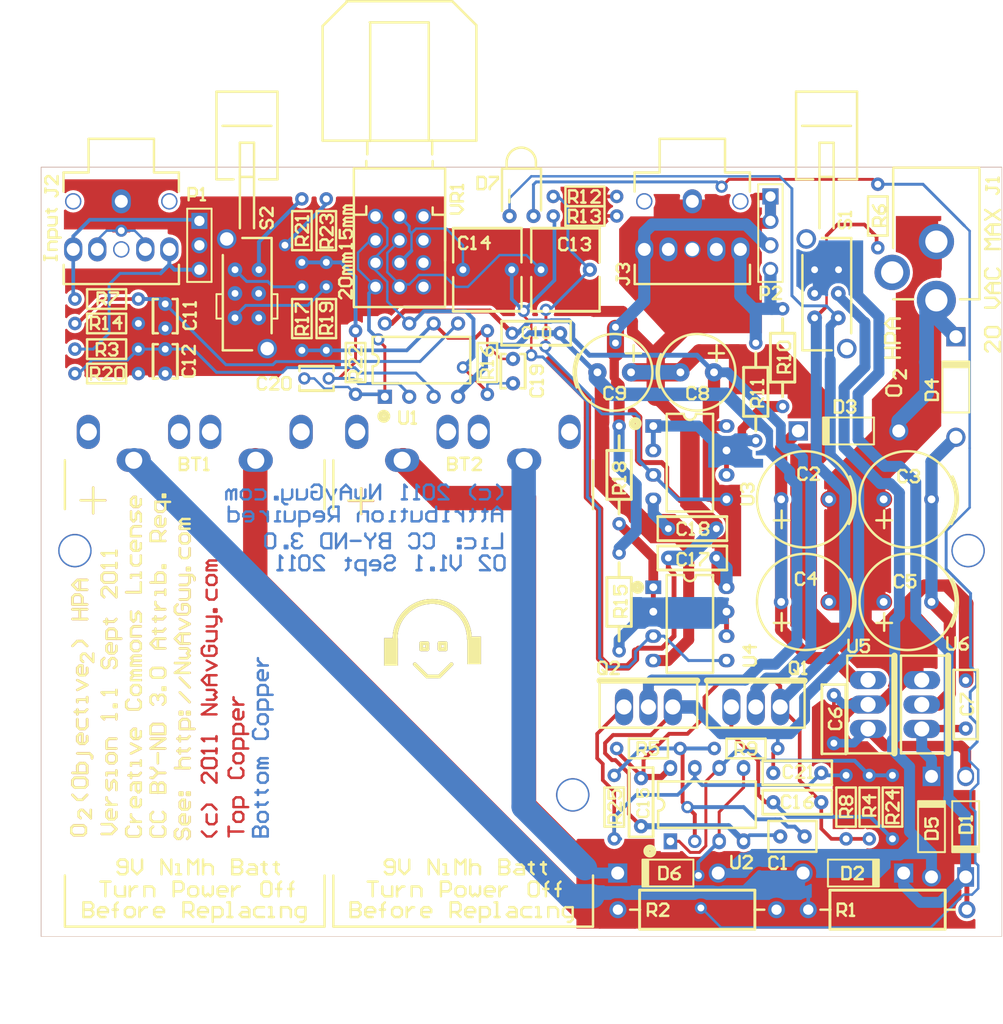
<source format=kicad_pcb>
(kicad_pcb (version 20241229) (generator "pcbnew") (generator_version "9.0")
  (layers (0 "F.Cu" signal) (2 "B.Cu" signal) (13 "F.Paste" user) (15 "B.Paste" user) (5 "F.SilkS" user "F.Silkscreen") (7 "B.SilkS" user "B.Silkscreen") (1 "F.Mask" user) (3 "B.Mask" user) (25 "Edge.Cuts" user))
  (net 0 "")
  (gr_circle (center 148.5318 75.6696) (end 148.8112 75.6696) (fill yes) (layer "F.Cu"))
  (gr_poly (pts (xy 110.08663 84.9097) (xy 110.19759 84.89324) (xy 110.3064 84.86598) (xy 110.41201 84.82819) (xy 110.51341 84.78024) (xy 110.60962 84.72257) (xy 110.69971 84.65575) (xy 110.78282 84.58042) (xy 110.85815 84.49731) (xy 110.92497 84.40722) (xy 110.98264 84.31101) (xy 111.03059 84.20961) (xy 111.06838 84.104) (xy 111.09564 83.99519) (xy 111.1121 83.88423) (xy 111.1176 83.7722) (xy 111.1176 83.1372) (xy 111.1176 82.5022) (xy 111.1121 82.39017) (xy 111.09564 82.27921) (xy 111.06838 82.1704) (xy 111.03059 82.06479) (xy 110.98264 81.96339) (xy 110.92497 81.86718) (xy 110.85815 81.77709) (xy 110.78282 81.69398) (xy 110.69971 81.61865) (xy 110.60962 81.55183) (xy 110.51341 81.49416) (xy 110.41201 81.44621) (xy 110.3064 81.40842) (xy 110.19759 81.38116) (xy 110.08663 81.3647) (xy 109.9746 81.3592) (xy 109.86257 81.3647) (xy 109.75161 81.38116) (xy 109.6428 81.40842) (xy 109.53719 81.44621) (xy 109.43579 81.49416) (xy 109.33958 81.55183) (xy 109.24949 81.61865) (xy 109.16638 81.69398) (xy 109.09105 81.77709) (xy 109.02423 81.86718) (xy 108.96656 81.96339) (xy 108.91861 82.06479) (xy 108.88082 82.1704) (xy 108.85356 82.27921) (xy 108.8371 82.39017) (xy 108.8316 82.5022) (xy 108.8316 83.7722) (xy 108.8371 83.88423) (xy 108.85356 83.99519) (xy 108.88082 84.104) (xy 108.91861 84.20961) (xy 108.96656 84.31101) (xy 109.02423 84.40722) (xy 109.09105 84.49731) (xy 109.16638 84.58042) (xy 109.24949 84.65575) (xy 109.33958 84.72257) (xy 109.43579 84.78024) (xy 109.53719 84.82819) (xy 109.6428 84.86598) (xy 109.75161 84.89324) (xy 109.86257 84.9097) (xy 109.9746 84.9152)) (fill yes) (layer "F.Cu"))
  (gr_poly (pts (xy 167.14226 99.98674) (xy 167.21007 99.97668) (xy 167.27656 99.96002) (xy 167.3411 99.93693) (xy 167.40307 99.90762) (xy 167.46187 99.87238) (xy 167.51692 99.83155) (xy 167.56771 99.78551) (xy 167.61375 99.73472) (xy 167.65458 99.67967) (xy 167.68982 99.62087) (xy 167.71913 99.5589) (xy 167.74222 99.49436) (xy 167.75888 99.42787) (xy 167.76894 99.36006) (xy 167.7723 99.2916) (xy 167.76894 99.22314) (xy 167.75888 99.15533) (xy 167.74222 99.08884) (xy 167.71913 99.0243) (xy 167.68982 98.96233) (xy 167.65458 98.90353) (xy 167.61375 98.84848) (xy 167.56771 98.79769) (xy 167.51692 98.75165) (xy 167.46187 98.71082) (xy 167.40307 98.67558) (xy 167.3411 98.64627) (xy 167.27656 98.62318) (xy 167.21007 98.60652) (xy 167.14226 98.59646) (xy 167.0738 98.5931) (xy 166.9468 98.5931) (xy 166.8198 98.5931) (xy 166.75134 98.59646) (xy 166.68353 98.60652) (xy 166.61704 98.62318) (xy 166.5525 98.64627) (xy 166.49053 98.67558) (xy 166.43173 98.71082) (xy 166.37668 98.75165) (xy 166.32589 98.79769) (xy 166.27985 98.84848) (xy 166.23902 98.90353) (xy 166.20378 98.96233) (xy 166.17447 99.0243) (xy 166.15138 99.08884) (xy 166.13472 99.15533) (xy 166.12466 99.22314) (xy 166.1213 99.2916) (xy 166.12466 99.36006) (xy 166.13472 99.42787) (xy 166.15138 99.49436) (xy 166.17447 99.5589) (xy 166.20378 99.62087) (xy 166.23902 99.67967) (xy 166.27985 99.73472) (xy 166.32589 99.78551) (xy 166.37668 99.83155) (xy 166.43173 99.87238) (xy 166.49053 99.90762) (xy 166.5525 99.93693) (xy 166.61704 99.96002) (xy 166.68353 99.97668) (xy 166.75134 99.98674) (xy 166.8198 99.9901) (xy 167.0738 99.9901)) (fill yes) (layer "F.Cu"))
  (gr_poly (pts (xy 122.79286 84.90939) (xy 122.90998 84.89202) (xy 123.02483 84.86325) (xy 123.13631 84.82336) (xy 123.24334 84.77274) (xy 123.3449 84.71187) (xy 123.44 84.64134) (xy 123.52772 84.56182) (xy 123.60724 84.4741) (xy 123.67777 84.379) (xy 123.73864 84.27744) (xy 123.78926 84.17041) (xy 123.82915 84.05893) (xy 123.85792 83.94408) (xy 123.87529 83.82696) (xy 123.8811 83.7087) (xy 123.8811 83.1372) (xy 123.8811 82.5657) (xy 123.87529 82.44744) (xy 123.85792 82.33032) (xy 123.82915 82.21547) (xy 123.78926 82.10399) (xy 123.73864 81.99696) (xy 123.67777 81.8954) (xy 123.60724 81.8003) (xy 123.52772 81.71258) (xy 123.44 81.63306) (xy 123.3449 81.56253) (xy 123.24334 81.50166) (xy 123.13631 81.45104) (xy 123.02483 81.41115) (xy 122.90998 81.38238) (xy 122.79286 81.36501) (xy 122.6746 81.3592) (xy 122.55634 81.36501) (xy 122.43922 81.38238) (xy 122.32437 81.41115) (xy 122.21289 81.45104) (xy 122.10586 81.50166) (xy 122.0043 81.56253) (xy 121.9092 81.63306) (xy 121.82148 81.71258) (xy 121.74196 81.8003) (xy 121.67143 81.8954) (xy 121.61056 81.99696) (xy 121.55994 82.10399) (xy 121.52005 82.21547) (xy 121.49128 82.33032) (xy 121.47391 82.44744) (xy 121.4681 82.5657) (xy 121.4681 83.7087) (xy 121.47391 83.82696) (xy 121.49128 83.94408) (xy 121.52005 84.05893) (xy 121.55994 84.17041) (xy 121.61056 84.27744) (xy 121.67143 84.379) (xy 121.74196 84.4741) (xy 121.82148 84.56182) (xy 121.9092 84.64134) (xy 122.0043 84.71187) (xy 122.10586 84.77274) (xy 122.21289 84.82336) (xy 122.32437 84.86325) (xy 122.43922 84.89202) (xy 122.55634 84.90939) (xy 122.6746 84.9152)) (fill yes) (layer "F.Cu"))
  (gr_poly (pts (xy 166.25326 118.90974) (xy 166.32107 118.89968) (xy 166.38756 118.88302) (xy 166.4521 118.85993) (xy 166.51407 118.83062) (xy 166.57287 118.79538) (xy 166.62792 118.75455) (xy 166.67871 118.70851) (xy 166.72475 118.65772) (xy 166.76558 118.60267) (xy 166.80082 118.54387) (xy 166.83013 118.4819) (xy 166.85322 118.41736) (xy 166.86988 118.35087) (xy 166.87994 118.28306) (xy 166.8833 118.2146) (xy 166.8833 118.0876) (xy 166.8833 117.9606) (xy 166.87994 117.89214) (xy 166.86988 117.82433) (xy 166.85322 117.75784) (xy 166.83013 117.6933) (xy 166.80082 117.63133) (xy 166.76558 117.57253) (xy 166.72475 117.51748) (xy 166.67871 117.46669) (xy 166.62792 117.42065) (xy 166.57287 117.37982) (xy 166.51407 117.34458) (xy 166.4521 117.31527) (xy 166.38756 117.29218) (xy 166.32107 117.27552) (xy 166.25326 117.26546) (xy 166.1848 117.2621) (xy 166.11634 117.26546) (xy 166.04853 117.27552) (xy 165.98204 117.29218) (xy 165.9175 117.31527) (xy 165.85553 117.34458) (xy 165.79673 117.37982) (xy 165.74168 117.42065) (xy 165.69089 117.46669) (xy 165.64485 117.51748) (xy 165.60402 117.57253) (xy 165.56878 117.63133) (xy 165.53947 117.6933) (xy 165.51638 117.75784) (xy 165.49972 117.82433) (xy 165.48966 117.89214) (xy 165.4863 117.9606) (xy 165.4863 118.2146) (xy 165.48966 118.28306) (xy 165.49972 118.35087) (xy 165.51638 118.41736) (xy 165.53947 118.4819) (xy 165.56878 118.54387) (xy 165.60402 118.60267) (xy 165.64485 118.65772) (xy 165.69089 118.70851) (xy 165.74168 118.75455) (xy 165.79673 118.79538) (xy 165.85553 118.83062) (xy 165.9175 118.85993) (xy 165.98204 118.88302) (xy 166.04853 118.89968) (xy 166.11634 118.90974) (xy 166.1848 118.9131)) (fill yes) (layer "F.Cu"))
  (gr_poly (pts (xy 163.71326 118.90974) (xy 163.78107 118.89968) (xy 163.84756 118.88302) (xy 163.9121 118.85993) (xy 163.97407 118.83062) (xy 164.03287 118.79538) (xy 164.08792 118.75455) (xy 164.13871 118.70851) (xy 164.18475 118.65772) (xy 164.22558 118.60267) (xy 164.26082 118.54387) (xy 164.29013 118.4819) (xy 164.31322 118.41736) (xy 164.32988 118.35087) (xy 164.33994 118.28306) (xy 164.3433 118.2146) (xy 164.3433 118.0876) (xy 164.3433 117.9606) (xy 164.33994 117.89214) (xy 164.32988 117.82433) (xy 164.31322 117.75784) (xy 164.29013 117.6933) (xy 164.26082 117.63133) (xy 164.22558 117.57253) (xy 164.18475 117.51748) (xy 164.13871 117.46669) (xy 164.08792 117.42065) (xy 164.03287 117.37982) (xy 163.97407 117.34458) (xy 163.9121 117.31527) (xy 163.84756 117.29218) (xy 163.78107 117.27552) (xy 163.71326 117.26546) (xy 163.6448 117.2621) (xy 163.57634 117.26546) (xy 163.50853 117.27552) (xy 163.44204 117.29218) (xy 163.3775 117.31527) (xy 163.31553 117.34458) (xy 163.25673 117.37982) (xy 163.20168 117.42065) (xy 163.15089 117.46669) (xy 163.10485 117.51748) (xy 163.06402 117.57253) (xy 163.02878 117.63133) (xy 162.99947 117.6933) (xy 162.97638 117.75784) (xy 162.95972 117.82433) (xy 162.94966 117.89214) (xy 162.9463 117.9606) (xy 162.9463 118.2146) (xy 162.94966 118.28306) (xy 162.95972 118.35087) (xy 162.97638 118.41736) (xy 162.99947 118.4819) (xy 163.02878 118.54387) (xy 163.06402 118.60267) (xy 163.10485 118.65772) (xy 163.15089 118.70851) (xy 163.20168 118.75455) (xy 163.25673 118.79538) (xy 163.31553 118.83062) (xy 163.3775 118.85993) (xy 163.44204 118.88302) (xy 163.50853 118.89968) (xy 163.57634 118.90974) (xy 163.6448 118.9131)) (fill yes) (layer "F.Cu"))
  (gr_poly (pts (xy 166.1848 81.68686) (xy 166.06796 81.77576) (xy 165.89778 81.99674) (xy 165.79364 82.25328) (xy 165.78094 82.3371) (xy 166.9468 82.3371) (xy 166.9468 82.7181) (xy 165.78094 82.7181) (xy 165.79364 82.80192) (xy 165.89778 83.05846) (xy 166.06796 83.27944) (xy 166.1848 83.36834) (xy 166.1848 84.22686) (xy 166.06796 84.31576) (xy 165.89778 84.53674) (xy 165.79364 84.79328) (xy 165.75554 85.0676) (xy 165.79364 85.34192) (xy 165.89778 85.59846) (xy 166.06796 85.81944) (xy 166.1848 85.90834) (xy 166.1848 86.76686) (xy 166.06796 86.85576) (xy 165.89778 87.07674) (xy 165.79364 87.33328) (xy 165.75554 87.6076) (xy 165.79364 87.88192) (xy 165.89778 88.13846) (xy 166.06796 88.35944) (xy 166.1848 88.44834) (xy 166.1848 88.6236) (xy 166.51754 88.6236) (xy 166.54548 88.63376) (xy 166.8198 88.67186) (xy 167.0738 88.67186) (xy 167.34812 88.63376) (xy 167.37606 88.6236) (xy 168.4708 88.6236) (xy 168.4708 98.1486) (xy 165.89016 98.1486) (xy 165.89016 97.88444) (xy 165.4228 97.88444) (xy 165.4228 97.29008) (xy 165.52948 97.2215) (xy 165.61838 97.25706) (xy 165.69966 97.26976) (xy 165.69966 96.2436) (xy 165.69966 95.21744) (xy 165.61838 95.23014) (xy 165.52948 95.2657) (xy 165.4228 95.19712) (xy 165.4228 94.67134) (xy 165.71236 94.12016) (xy 165.89016 94.14302) (xy 166.13654 94.11) (xy 166.36514 94.01602) (xy 166.56072 93.86616) (xy 166.71058 93.67058) (xy 166.8071 93.44198) (xy 166.83758 93.1956) (xy 166.83758 92.77396) (xy 166.8071 92.53012) (xy 166.71058 92.30152) (xy 166.56072 92.1034) (xy 165.4228 90.96548) (xy 165.4228 90.11204) (xy 165.3085 90.11204) (xy 165.30088 90.1222) (xy 165.17388 90.1222) (xy 165.0418 89.92408) (xy 165.0418 78.7176) (xy 166.1848 78.7176)) (fill yes) (layer "F.Cu"))
  (gr_poly (pts (xy 188.32412 109.87887) (xy 188.41535 109.86534) (xy 188.50481 109.84293) (xy 188.59165 109.81186) (xy 188.67502 109.77243) (xy 188.75412 109.72502) (xy 188.8282 109.67008) (xy 188.89654 109.60814) (xy 188.95848 109.5398) (xy 189.01342 109.46572) (xy 189.06083 109.38662) (xy 189.10026 109.30325) (xy 189.13133 109.21641) (xy 189.15374 109.12695) (xy 189.16727 109.03572) (xy 189.1718 108.9436) (xy 189.16727 108.85148) (xy 189.15374 108.76025) (xy 189.13133 108.67079) (xy 189.10026 108.58395) (xy 189.06083 108.50058) (xy 189.01342 108.42148) (xy 188.95848 108.3474) (xy 188.89654 108.27906) (xy 188.8282 108.21712) (xy 188.75412 108.16218) (xy 188.67502 108.11477) (xy 188.59165 108.07534) (xy 188.50481 108.04427) (xy 188.41535 108.02186) (xy 188.32412 108.00833) (xy 188.232 108.0038) (xy 187.2668 108.0038) (xy 186.3016 108.0038) (xy 186.20948 108.00833) (xy 186.11825 108.02186) (xy 186.02879 108.04427) (xy 185.94195 108.07534) (xy 185.85858 108.11477) (xy 185.77948 108.16218) (xy 185.7054 108.21712) (xy 185.63706 108.27906) (xy 185.57512 108.3474) (xy 185.52018 108.42148) (xy 185.47277 108.50058) (xy 185.43334 108.58395) (xy 185.40227 108.67079) (xy 185.37986 108.76025) (xy 185.36633 108.85148) (xy 185.3618 108.9436) (xy 185.36633 109.03572) (xy 185.37986 109.12695) (xy 185.40227 109.21641) (xy 185.43334 109.30325) (xy 185.47277 109.38662) (xy 185.52018 109.46572) (xy 185.57512 109.5398) (xy 185.63706 109.60814) (xy 185.7054 109.67008) (xy 185.77948 109.72502) (xy 185.85858 109.77243) (xy 185.94195 109.81186) (xy 186.02879 109.84293) (xy 186.11825 109.86534) (xy 186.20948 109.87887) (xy 186.3016 109.8834) (xy 188.232 109.8834)) (fill yes) (layer "F.Cu"))
  (gr_poly (pts (xy 158.91092 113.63807) (xy 159.00215 113.62454) (xy 159.09161 113.60213) (xy 159.17845 113.57106) (xy 159.26182 113.53163) (xy 159.34092 113.48422) (xy 159.415 113.42928) (xy 159.48334 113.36734) (xy 159.54528 113.299) (xy 159.60022 113.22492) (xy 159.64763 113.14582) (xy 159.68706 113.06245) (xy 159.71813 112.97561) (xy 159.74054 112.88615) (xy 159.75407 112.79492) (xy 159.7586 112.7028) (xy 159.7586 111.7376) (xy 159.7586 110.7724) (xy 159.75407 110.68028) (xy 159.74054 110.58905) (xy 159.71813 110.49959) (xy 159.68706 110.41275) (xy 159.64763 110.32938) (xy 159.60022 110.25028) (xy 159.54528 110.1762) (xy 159.48334 110.10786) (xy 159.415 110.04592) (xy 159.34092 109.99098) (xy 159.26182 109.94357) (xy 159.17845 109.90414) (xy 159.09161 109.87307) (xy 159.00215 109.85066) (xy 158.91092 109.83713) (xy 158.8188 109.8326) (xy 158.72668 109.83713) (xy 158.63545 109.85066) (xy 158.54599 109.87307) (xy 158.45915 109.90414) (xy 158.37578 109.94357) (xy 158.29668 109.99098) (xy 158.2226 110.04592) (xy 158.15426 110.10786) (xy 158.09232 110.1762) (xy 158.03738 110.25028) (xy 157.98997 110.32938) (xy 157.95054 110.41275) (xy 157.91947 110.49959) (xy 157.89706 110.58905) (xy 157.88353 110.68028) (xy 157.879 110.7724) (xy 157.879 112.7028) (xy 157.88353 112.79492) (xy 157.89706 112.88615) (xy 157.91947 112.97561) (xy 157.95054 113.06245) (xy 157.98997 113.14582) (xy 158.03738 113.22492) (xy 158.09232 113.299) (xy 158.15426 113.36734) (xy 158.2226 113.42928) (xy 158.29668 113.48422) (xy 158.37578 113.53163) (xy 158.45915 113.57106) (xy 158.54599 113.60213) (xy 158.63545 113.62454) (xy 158.72668 113.63807) (xy 158.8188 113.6426)) (fill yes) (layer "F.Cu"))
  (gr_poly (pts (xy 182.73612 109.87887) (xy 182.82735 109.86534) (xy 182.91681 109.84293) (xy 183.00365 109.81186) (xy 183.08702 109.77243) (xy 183.16612 109.72502) (xy 183.2402 109.67008) (xy 183.30854 109.60814) (xy 183.37048 109.5398) (xy 183.42542 109.46572) (xy 183.47283 109.38662) (xy 183.51226 109.30325) (xy 183.54333 109.21641) (xy 183.56574 109.12695) (xy 183.57927 109.03572) (xy 183.5838 108.9436) (xy 183.57927 108.85148) (xy 183.56574 108.76025) (xy 183.54333 108.67079) (xy 183.51226 108.58395) (xy 183.47283 108.50058) (xy 183.42542 108.42148) (xy 183.37048 108.3474) (xy 183.30854 108.27906) (xy 183.2402 108.21712) (xy 183.16612 108.16218) (xy 183.08702 108.11477) (xy 183.00365 108.07534) (xy 182.91681 108.04427) (xy 182.82735 108.02186) (xy 182.73612 108.00833) (xy 182.644 108.0038) (xy 181.6788 108.0038) (xy 180.7136 108.0038) (xy 180.62148 108.00833) (xy 180.53025 108.02186) (xy 180.44079 108.04427) (xy 180.35395 108.07534) (xy 180.27058 108.11477) (xy 180.19148 108.16218) (xy 180.1174 108.21712) (xy 180.04906 108.27906) (xy 179.98712 108.3474) (xy 179.93218 108.42148) (xy 179.88477 108.50058) (xy 179.84534 108.58395) (xy 179.81427 108.67079) (xy 179.79186 108.76025) (xy 179.77833 108.85148) (xy 179.7738 108.9436) (xy 179.77833 109.03572) (xy 179.79186 109.12695) (xy 179.81427 109.21641) (xy 179.84534 109.30325) (xy 179.88477 109.38662) (xy 179.93218 109.46572) (xy 179.98712 109.5398) (xy 180.04906 109.60814) (xy 180.1174 109.67008) (xy 180.19148 109.72502) (xy 180.27058 109.77243) (xy 180.35395 109.81186) (xy 180.44079 109.84293) (xy 180.53025 109.86534) (xy 180.62148 109.87887) (xy 180.7136 109.8834) (xy 182.644 109.8834)) (fill yes) (layer "F.Cu"))
  (gr_poly (pts (xy 100.64406 84.90939) (xy 100.76118 84.89202) (xy 100.87603 84.86325) (xy 100.98751 84.82336) (xy 101.09454 84.77274) (xy 101.1961 84.71187) (xy 101.2912 84.64134) (xy 101.37892 84.56182) (xy 101.45844 84.4741) (xy 101.52897 84.379) (xy 101.58984 84.27744) (xy 101.64046 84.17041) (xy 101.68035 84.05893) (xy 101.70912 83.94408) (xy 101.72649 83.82696) (xy 101.7323 83.7087) (xy 101.7323 83.1372) (xy 101.7323 82.5657) (xy 101.72649 82.44744) (xy 101.70912 82.33032) (xy 101.68035 82.21547) (xy 101.64046 82.10399) (xy 101.58984 81.99696) (xy 101.52897 81.8954) (xy 101.45844 81.8003) (xy 101.37892 81.71258) (xy 101.2912 81.63306) (xy 101.1961 81.56253) (xy 101.09454 81.50166) (xy 100.98751 81.45104) (xy 100.87603 81.41115) (xy 100.76118 81.38238) (xy 100.64406 81.36501) (xy 100.5258 81.3592) (xy 100.40754 81.36501) (xy 100.29042 81.38238) (xy 100.17557 81.41115) (xy 100.06409 81.45104) (xy 99.95706 81.50166) (xy 99.8555 81.56253) (xy 99.7604 81.63306) (xy 99.67268 81.71258) (xy 99.59316 81.8003) (xy 99.52263 81.8954) (xy 99.46176 81.99696) (xy 99.41114 82.10399) (xy 99.37125 82.21547) (xy 99.34248 82.33032) (xy 99.32511 82.44744) (xy 99.3193 82.5657) (xy 99.3193 83.7087) (xy 99.32511 83.82696) (xy 99.34248 83.94408) (xy 99.37125 84.05893) (xy 99.41114 84.17041) (xy 99.46176 84.27744) (xy 99.52263 84.379) (xy 99.59316 84.4741) (xy 99.67268 84.56182) (xy 99.7604 84.64134) (xy 99.8555 84.71187) (xy 99.95706 84.77274) (xy 100.06409 84.82336) (xy 100.17557 84.86325) (xy 100.29042 84.89202) (xy 100.40754 84.90939) (xy 100.5258 84.9152)) (fill yes) (layer "F.Cu"))
  (gr_poly (pts (xy 113.33783 84.9097) (xy 113.44879 84.89324) (xy 113.5576 84.86598) (xy 113.66321 84.82819) (xy 113.76461 84.78024) (xy 113.86082 84.72257) (xy 113.95091 84.65575) (xy 114.03402 84.58042) (xy 114.10935 84.49731) (xy 114.17617 84.40722) (xy 114.23384 84.31101) (xy 114.28179 84.20961) (xy 114.31958 84.104) (xy 114.34684 83.99519) (xy 114.3633 83.88423) (xy 114.3688 83.7722) (xy 114.3688 83.1372) (xy 114.3688 82.5022) (xy 114.3633 82.39017) (xy 114.34684 82.27921) (xy 114.31958 82.1704) (xy 114.28179 82.06479) (xy 114.23384 81.96339) (xy 114.17617 81.86718) (xy 114.10935 81.77709) (xy 114.03402 81.69398) (xy 113.95091 81.61865) (xy 113.86082 81.55183) (xy 113.76461 81.49416) (xy 113.66321 81.44621) (xy 113.5576 81.40842) (xy 113.44879 81.38116) (xy 113.33783 81.3647) (xy 113.2258 81.3592) (xy 113.11377 81.3647) (xy 113.00281 81.38116) (xy 112.894 81.40842) (xy 112.78839 81.44621) (xy 112.68699 81.49416) (xy 112.59078 81.55183) (xy 112.50069 81.61865) (xy 112.41758 81.69398) (xy 112.34225 81.77709) (xy 112.27543 81.86718) (xy 112.21776 81.96339) (xy 112.16981 82.06479) (xy 112.13202 82.1704) (xy 112.10476 82.27921) (xy 112.0883 82.39017) (xy 112.0828 82.5022) (xy 112.0828 83.7722) (xy 112.0883 83.88423) (xy 112.10476 83.99519) (xy 112.13202 84.104) (xy 112.16981 84.20961) (xy 112.21776 84.31101) (xy 112.27543 84.40722) (xy 112.34225 84.49731) (xy 112.41758 84.58042) (xy 112.50069 84.65575) (xy 112.59078 84.72257) (xy 112.68699 84.78024) (xy 112.78839 84.82819) (xy 112.894 84.86598) (xy 113.00281 84.89324) (xy 113.11377 84.9097) (xy 113.2258 84.9152)) (fill yes) (layer "F.Cu"))
  (gr_poly (pts (xy 146.57996 87.28429) (xy 146.69708 87.26692) (xy 146.81193 87.23815) (xy 146.92341 87.19826) (xy 147.03044 87.14764) (xy 147.132 87.08677) (xy 147.2271 87.01624) (xy 147.31482 86.93672) (xy 147.39434 86.849) (xy 147.46487 86.7539) (xy 147.52574 86.65234) (xy 147.57636 86.54531) (xy 147.61625 86.43383) (xy 147.64502 86.31898) (xy 147.66239 86.20186) (xy 147.6682 86.0836) (xy 147.66239 85.96534) (xy 147.64502 85.84822) (xy 147.61625 85.73337) (xy 147.57636 85.62189) (xy 147.52574 85.51486) (xy 147.46487 85.4133) (xy 147.39434 85.3182) (xy 147.31482 85.23048) (xy 147.2271 85.15096) (xy 147.132 85.08043) (xy 147.03044 85.01956) (xy 146.92341 84.96894) (xy 146.81193 84.92905) (xy 146.69708 84.90028) (xy 146.57996 84.88291) (xy 146.4617 84.8771) (xy 145.8902 84.8771) (xy 145.3187 84.8771) (xy 145.20044 84.88291) (xy 145.08332 84.90028) (xy 144.96847 84.92905) (xy 144.85699 84.96894) (xy 144.74996 85.01956) (xy 144.6484 85.08043) (xy 144.5533 85.15096) (xy 144.46558 85.23048) (xy 144.38606 85.3182) (xy 144.31553 85.4133) (xy 144.25466 85.51486) (xy 144.20404 85.62189) (xy 144.16415 85.73337) (xy 144.13538 85.84822) (xy 144.11801 85.96534) (xy 144.1122 86.0836) (xy 144.11801 86.20186) (xy 144.13538 86.31898) (xy 144.16415 86.43383) (xy 144.20404 86.54531) (xy 144.25466 86.65234) (xy 144.31553 86.7539) (xy 144.38606 86.849) (xy 144.46558 86.93672) (xy 144.5533 87.01624) (xy 144.6484 87.08677) (xy 144.74996 87.14764) (xy 144.85699 87.19826) (xy 144.96847 87.23815) (xy 145.08332 87.26692) (xy 145.20044 87.28429) (xy 145.3187 87.2901) (xy 146.4617 87.2901)) (fill yes) (layer "F.Cu"))
  (gr_poly (pts (xy 106.54727 65.40343) (xy 106.63949 65.38975) (xy 106.72992 65.3671) (xy 106.81769 65.33569) (xy 106.90197 65.29583) (xy 106.98193 65.2479) (xy 107.05681 65.19237) (xy 107.12588 65.12976) (xy 107.18849 65.06069) (xy 107.24402 64.98581) (xy 107.29195 64.90585) (xy 107.33181 64.82157) (xy 107.36322 64.7338) (xy 107.38587 64.64337) (xy 107.39955 64.55115) (xy 107.40412 64.45804) (xy 107.40412 64.15832) (xy 107.40412 63.8586) (xy 107.39955 63.76549) (xy 107.38587 63.67327) (xy 107.36322 63.58284) (xy 107.33181 63.49507) (xy 107.29195 63.41079) (xy 107.24402 63.33083) (xy 107.18849 63.25595) (xy 107.12588 63.18688) (xy 107.05681 63.12427) (xy 106.98193 63.06874) (xy 106.90197 63.02081) (xy 106.81769 62.98095) (xy 106.72992 62.94954) (xy 106.63949 62.92689) (xy 106.54727 62.91321) (xy 106.45416 62.90864) (xy 106.36105 62.91321) (xy 106.26883 62.92689) (xy 106.1784 62.94954) (xy 106.09063 62.98095) (xy 106.00635 63.02081) (xy 105.92639 63.06874) (xy 105.85151 63.12427) (xy 105.78244 63.18688) (xy 105.71983 63.25595) (xy 105.6643 63.33083) (xy 105.61637 63.41079) (xy 105.57651 63.49507) (xy 105.5451 63.58284) (xy 105.52245 63.67327) (xy 105.50877 63.76549) (xy 105.5042 63.8586) (xy 105.5042 64.45804) (xy 105.50877 64.55115) (xy 105.52245 64.64337) (xy 105.5451 64.7338) (xy 105.57651 64.82157) (xy 105.61637 64.90585) (xy 105.6643 64.98581) (xy 105.71983 65.06069) (xy 105.78244 65.12976) (xy 105.85151 65.19237) (xy 105.92639 65.2479) (xy 106.00635 65.29583) (xy 106.09063 65.33569) (xy 106.1784 65.3671) (xy 106.26883 65.38975) (xy 106.36105 65.40343) (xy 106.45416 65.408)) (fill yes) (layer "F.Cu"))
  (gr_poly (pts (xy 160.1523 81.8291) (xy 158.5013 81.8291) (xy 158.5013 83.2261) (xy 160.1523 83.2261)) (fill yes) (layer "F.Cu"))
  (gr_poly (pts (xy 167.54692 113.63807) (xy 167.63815 113.62454) (xy 167.72761 113.60213) (xy 167.81445 113.57106) (xy 167.89782 113.53163) (xy 167.97692 113.48422) (xy 168.051 113.42928) (xy 168.11934 113.36734) (xy 168.18128 113.299) (xy 168.23622 113.22492) (xy 168.28363 113.14582) (xy 168.32306 113.06245) (xy 168.35413 112.97561) (xy 168.37654 112.88615) (xy 168.39007 112.79492) (xy 168.3946 112.7028) (xy 168.3946 111.7376) (xy 168.3946 110.7724) (xy 168.39007 110.68028) (xy 168.37654 110.58905) (xy 168.35413 110.49959) (xy 168.32306 110.41275) (xy 168.28363 110.32938) (xy 168.23622 110.25028) (xy 168.18128 110.1762) (xy 168.11934 110.10786) (xy 168.051 110.04592) (xy 167.97692 109.99098) (xy 167.89782 109.94357) (xy 167.81445 109.90414) (xy 167.72761 109.87307) (xy 167.63815 109.85066) (xy 167.54692 109.83713) (xy 167.4548 109.8326) (xy 167.36268 109.83713) (xy 167.27145 109.85066) (xy 167.18199 109.87307) (xy 167.09515 109.90414) (xy 167.01178 109.94357) (xy 166.93268 109.99098) (xy 166.8586 110.04592) (xy 166.79026 110.10786) (xy 166.72832 110.1762) (xy 166.67338 110.25028) (xy 166.62597 110.32938) (xy 166.58654 110.41275) (xy 166.55547 110.49959) (xy 166.53306 110.58905) (xy 166.51953 110.68028) (xy 166.515 110.7724) (xy 166.515 112.7028) (xy 166.51953 112.79492) (xy 166.53306 112.88615) (xy 166.55547 112.97561) (xy 166.58654 113.06245) (xy 166.62597 113.14582) (xy 166.67338 113.22492) (xy 166.72832 113.299) (xy 166.79026 113.36734) (xy 166.8586 113.42928) (xy 166.93268 113.48422) (xy 167.01178 113.53163) (xy 167.09515 113.57106) (xy 167.18199 113.60213) (xy 167.27145 113.62454) (xy 167.36268 113.63807) (xy 167.4548 113.6426)) (fill yes) (layer "F.Cu"))
  (gr_poly (pts (xy 167.14226 107.60674) (xy 167.21007 107.59668) (xy 167.27656 107.58002) (xy 167.3411 107.55693) (xy 167.40307 107.52762) (xy 167.46187 107.49238) (xy 167.51692 107.45155) (xy 167.56771 107.40551) (xy 167.61375 107.35472) (xy 167.65458 107.29967) (xy 167.68982 107.24087) (xy 167.71913 107.1789) (xy 167.74222 107.11436) (xy 167.75888 107.04787) (xy 167.76894 106.98006) (xy 167.7723 106.9116) (xy 167.76894 106.84314) (xy 167.75888 106.77533) (xy 167.74222 106.70884) (xy 167.71913 106.6443) (xy 167.68982 106.58233) (xy 167.65458 106.52353) (xy 167.61375 106.46848) (xy 167.56771 106.41769) (xy 167.51692 106.37165) (xy 167.46187 106.33082) (xy 167.40307 106.29558) (xy 167.3411 106.26627) (xy 167.27656 106.24318) (xy 167.21007 106.22652) (xy 167.14226 106.21646) (xy 167.0738 106.2131) (xy 166.9468 106.2131) (xy 166.8198 106.2131) (xy 166.75134 106.21646) (xy 166.68353 106.22652) (xy 166.61704 106.24318) (xy 166.5525 106.26627) (xy 166.49053 106.29558) (xy 166.43173 106.33082) (xy 166.37668 106.37165) (xy 166.32589 106.41769) (xy 166.27985 106.46848) (xy 166.23902 106.52353) (xy 166.20378 106.58233) (xy 166.17447 106.6443) (xy 166.15138 106.70884) (xy 166.13472 106.77533) (xy 166.12466 106.84314) (xy 166.1213 106.9116) (xy 166.12466 106.98006) (xy 166.13472 107.04787) (xy 166.15138 107.11436) (xy 166.17447 107.1789) (xy 166.20378 107.24087) (xy 166.23902 107.29967) (xy 166.27985 107.35472) (xy 166.32589 107.40551) (xy 166.37668 107.45155) (xy 166.43173 107.49238) (xy 166.49053 107.52762) (xy 166.5525 107.55693) (xy 166.61704 107.58002) (xy 166.68353 107.59668) (xy 166.75134 107.60674) (xy 166.8198 107.6101) (xy 167.0738 107.6101)) (fill yes) (layer "F.Cu"))
  (gr_poly (pts (xy 161.45092 113.63807) (xy 161.54215 113.62454) (xy 161.63161 113.60213) (xy 161.71845 113.57106) (xy 161.80182 113.53163) (xy 161.88092 113.48422) (xy 161.955 113.42928) (xy 162.02334 113.36734) (xy 162.08528 113.299) (xy 162.14022 113.22492) (xy 162.18763 113.14582) (xy 162.22706 113.06245) (xy 162.25813 112.97561) (xy 162.28054 112.88615) (xy 162.29407 112.79492) (xy 162.2986 112.7028) (xy 162.2986 111.7376) (xy 162.2986 110.7724) (xy 162.29407 110.68028) (xy 162.28054 110.58905) (xy 162.25813 110.49959) (xy 162.22706 110.41275) (xy 162.18763 110.32938) (xy 162.14022 110.25028) (xy 162.08528 110.1762) (xy 162.02334 110.10786) (xy 161.955 110.04592) (xy 161.88092 109.99098) (xy 161.80182 109.94357) (xy 161.71845 109.90414) (xy 161.63161 109.87307) (xy 161.54215 109.85066) (xy 161.45092 109.83713) (xy 161.3588 109.8326) (xy 161.26668 109.83713) (xy 161.17545 109.85066) (xy 161.08599 109.87307) (xy 160.99915 109.90414) (xy 160.91578 109.94357) (xy 160.83668 109.99098) (xy 160.7626 110.04592) (xy 160.69426 110.10786) (xy 160.63232 110.1762) (xy 160.57738 110.25028) (xy 160.52997 110.32938) (xy 160.49054 110.41275) (xy 160.45947 110.49959) (xy 160.43706 110.58905) (xy 160.42353 110.68028) (xy 160.419 110.7724) (xy 160.419 112.7028) (xy 160.42353 112.79492) (xy 160.43706 112.88615) (xy 160.45947 112.97561) (xy 160.49054 113.06245) (xy 160.52997 113.14582) (xy 160.57738 113.22492) (xy 160.63232 113.299) (xy 160.69426 113.36734) (xy 160.7626 113.42928) (xy 160.83668 113.48422) (xy 160.91578 113.53163) (xy 160.99915 113.57106) (xy 161.08599 113.60213) (xy 161.17545 113.62454) (xy 161.26668 113.63807) (xy 161.3588 113.6426)) (fill yes) (layer "F.Cu"))
  (gr_poly (pts (xy 160.1523 98.5931) (xy 158.5013 98.5931) (xy 158.5013 99.9901) (xy 160.1523 99.9901)) (fill yes) (layer "F.Cu"))
  (gr_poly (pts (xy 159.52226 90.84274) (xy 159.59007 90.83268) (xy 159.65656 90.81602) (xy 159.7211 90.79293) (xy 159.78307 90.76362) (xy 159.84187 90.72838) (xy 159.89692 90.68755) (xy 159.94771 90.64151) (xy 159.99375 90.59072) (xy 160.03458 90.53567) (xy 160.06982 90.47687) (xy 160.09913 90.4149) (xy 160.12222 90.35036) (xy 160.13888 90.28387) (xy 160.14894 90.21606) (xy 160.1523 90.1476) (xy 160.14894 90.07914) (xy 160.13888 90.01133) (xy 160.12222 89.94484) (xy 160.09913 89.8803) (xy 160.06982 89.81833) (xy 160.03458 89.75953) (xy 159.99375 89.70448) (xy 159.94771 89.65369) (xy 159.89692 89.60765) (xy 159.84187 89.56682) (xy 159.78307 89.53158) (xy 159.7211 89.50227) (xy 159.65656 89.47918) (xy 159.59007 89.46252) (xy 159.52226 89.45246) (xy 159.4538 89.4491) (xy 159.3268 89.4491) (xy 159.1998 89.4491) (xy 159.13134 89.45246) (xy 159.06353 89.46252) (xy 158.99704 89.47918) (xy 158.9325 89.50227) (xy 158.87053 89.53158) (xy 158.81173 89.56682) (xy 158.75668 89.60765) (xy 158.70589 89.65369) (xy 158.65985 89.70448) (xy 158.61902 89.75953) (xy 158.58378 89.81833) (xy 158.55447 89.8803) (xy 158.53138 89.94484) (xy 158.51472 90.01133) (xy 158.50466 90.07914) (xy 158.5013 90.1476) (xy 158.50466 90.21606) (xy 158.51472 90.28387) (xy 158.53138 90.35036) (xy 158.55447 90.4149) (xy 158.58378 90.47687) (xy 158.61902 90.53567) (xy 158.65985 90.59072) (xy 158.70589 90.64151) (xy 158.75668 90.68755) (xy 158.81173 90.72838) (xy 158.87053 90.76362) (xy 158.9325 90.79293) (xy 158.99704 90.81602) (xy 159.06353 90.83268) (xy 159.13134 90.84274) (xy 159.1998 90.8461) (xy 159.4538 90.8461)) (fill yes) (layer "F.Cu"))
  (gr_poly (pts (xy 141.39313 104.4224) (xy 139.97327 104.4224) (xy 139.97327 107.2926) (xy 141.39313 107.2926)) (fill yes) (layer "F.Cu"))
  (gr_poly (pts (xy 132.1234 78.743) (xy 130.6502 78.743) (xy 130.6502 80.2162) (xy 132.1234 80.2162)) (fill yes) (layer "F.Cu"))
  (gr_poly (pts (xy 128.58406 84.90939) (xy 128.70118 84.89202) (xy 128.81603 84.86325) (xy 128.92751 84.82336) (xy 129.03454 84.77274) (xy 129.1361 84.71187) (xy 129.2312 84.64134) (xy 129.31892 84.56182) (xy 129.39844 84.4741) (xy 129.46897 84.379) (xy 129.52984 84.27744) (xy 129.58046 84.17041) (xy 129.62035 84.05893) (xy 129.64912 83.94408) (xy 129.66649 83.82696) (xy 129.6723 83.7087) (xy 129.6723 83.1372) (xy 129.6723 82.5657) (xy 129.66649 82.44744) (xy 129.64912 82.33032) (xy 129.62035 82.21547) (xy 129.58046 82.10399) (xy 129.52984 81.99696) (xy 129.46897 81.8954) (xy 129.39844 81.8003) (xy 129.31892 81.71258) (xy 129.2312 81.63306) (xy 129.1361 81.56253) (xy 129.03454 81.50166) (xy 128.92751 81.45104) (xy 128.81603 81.41115) (xy 128.70118 81.38238) (xy 128.58406 81.36501) (xy 128.4658 81.3592) (xy 128.34754 81.36501) (xy 128.23042 81.38238) (xy 128.11557 81.41115) (xy 128.00409 81.45104) (xy 127.89706 81.50166) (xy 127.7955 81.56253) (xy 127.7004 81.63306) (xy 127.61268 81.71258) (xy 127.53316 81.8003) (xy 127.46263 81.8954) (xy 127.40176 81.99696) (xy 127.35114 82.10399) (xy 127.31125 82.21547) (xy 127.28248 82.33032) (xy 127.26511 82.44744) (xy 127.2593 82.5657) (xy 127.2593 83.7087) (xy 127.26511 83.82696) (xy 127.28248 83.94408) (xy 127.31125 84.05893) (xy 127.35114 84.17041) (xy 127.40176 84.27744) (xy 127.46263 84.379) (xy 127.53316 84.4741) (xy 127.61268 84.56182) (xy 127.7004 84.64134) (xy 127.7955 84.71187) (xy 127.89706 84.77274) (xy 128.00409 84.82336) (xy 128.11557 84.86325) (xy 128.23042 84.89202) (xy 128.34754 84.90939) (xy 128.4658 84.9152)) (fill yes) (layer "F.Cu"))
  (gr_poly (pts (xy 167.14226 105.06674) (xy 167.21007 105.05668) (xy 167.27656 105.04002) (xy 167.3411 105.01693) (xy 167.40307 104.98762) (xy 167.46187 104.95238) (xy 167.51692 104.91155) (xy 167.56771 104.86551) (xy 167.61375 104.81472) (xy 167.65458 104.75967) (xy 167.68982 104.70087) (xy 167.71913 104.6389) (xy 167.74222 104.57436) (xy 167.75888 104.50787) (xy 167.76894 104.44006) (xy 167.7723 104.3716) (xy 167.76894 104.30314) (xy 167.75888 104.23533) (xy 167.74222 104.16884) (xy 167.71913 104.1043) (xy 167.68982 104.04233) (xy 167.65458 103.98353) (xy 167.61375 103.92848) (xy 167.56771 103.87769) (xy 167.51692 103.83165) (xy 167.46187 103.79082) (xy 167.40307 103.75558) (xy 167.3411 103.72627) (xy 167.27656 103.70318) (xy 167.21007 103.68652) (xy 167.14226 103.67646) (xy 167.0738 103.6731) (xy 166.9468 103.6731) (xy 166.8198 103.6731) (xy 166.75134 103.67646) (xy 166.68353 103.68652) (xy 166.61704 103.70318) (xy 166.5525 103.72627) (xy 166.49053 103.75558) (xy 166.43173 103.79082) (xy 166.37668 103.83165) (xy 166.32589 103.87769) (xy 166.27985 103.92848) (xy 166.23902 103.98353) (xy 166.20378 104.04233) (xy 166.17447 104.1043) (xy 166.15138 104.16884) (xy 166.13472 104.23533) (xy 166.12466 104.30314) (xy 166.1213 104.3716) (xy 166.12466 104.44006) (xy 166.13472 104.50787) (xy 166.15138 104.57436) (xy 166.17447 104.6389) (xy 166.20378 104.70087) (xy 166.23902 104.75967) (xy 166.27985 104.81472) (xy 166.32589 104.86551) (xy 166.37668 104.91155) (xy 166.43173 104.95238) (xy 166.49053 104.98762) (xy 166.5525 105.01693) (xy 166.61704 105.04002) (xy 166.68353 105.05668) (xy 166.75134 105.06674) (xy 166.8198 105.0701) (xy 167.0738 105.0701)) (fill yes) (layer "F.Cu"))
  (gr_poly (pts (xy 188.32412 114.95887) (xy 188.41535 114.94534) (xy 188.50481 114.92293) (xy 188.59165 114.89186) (xy 188.67502 114.85243) (xy 188.75412 114.80502) (xy 188.8282 114.75008) (xy 188.89654 114.68814) (xy 188.95848 114.6198) (xy 189.01342 114.54572) (xy 189.06083 114.46662) (xy 189.10026 114.38325) (xy 189.13133 114.29641) (xy 189.15374 114.20695) (xy 189.16727 114.11572) (xy 189.1718 114.0236) (xy 189.16727 113.93148) (xy 189.15374 113.84025) (xy 189.13133 113.75079) (xy 189.10026 113.66395) (xy 189.06083 113.58058) (xy 189.01342 113.50148) (xy 188.95848 113.4274) (xy 188.89654 113.35906) (xy 188.8282 113.29712) (xy 188.75412 113.24218) (xy 188.67502 113.19477) (xy 188.59165 113.15534) (xy 188.50481 113.12427) (xy 188.41535 113.10186) (xy 188.32412 113.08833) (xy 188.232 113.0838) (xy 187.2668 113.0838) (xy 186.3016 113.0838) (xy 186.20948 113.08833) (xy 186.11825 113.10186) (xy 186.02879 113.12427) (xy 185.94195 113.15534) (xy 185.85858 113.19477) (xy 185.77948 113.24218) (xy 185.7054 113.29712) (xy 185.63706 113.35906) (xy 185.57512 113.4274) (xy 185.52018 113.50148) (xy 185.47277 113.58058) (xy 185.43334 113.66395) (xy 185.40227 113.75079) (xy 185.37986 113.84025) (xy 185.36633 113.93148) (xy 185.3618 114.0236) (xy 185.36633 114.11572) (xy 185.37986 114.20695) (xy 185.40227 114.29641) (xy 185.43334 114.38325) (xy 185.47277 114.46662) (xy 185.52018 114.54572) (xy 185.57512 114.6198) (xy 185.63706 114.68814) (xy 185.7054 114.75008) (xy 185.77948 114.80502) (xy 185.85858 114.85243) (xy 185.94195 114.89186) (xy 186.02879 114.92293) (xy 186.11825 114.94534) (xy 186.20948 114.95887) (xy 186.3016 114.9634) (xy 188.232 114.9634)) (fill yes) (layer "F.Cu"))
  (gr_poly (pts (xy 167.14226 88.30274) (xy 167.21007 88.29268) (xy 167.27656 88.27602) (xy 167.3411 88.25293) (xy 167.40307 88.22362) (xy 167.46187 88.18838) (xy 167.51692 88.14755) (xy 167.56771 88.10151) (xy 167.61375 88.05072) (xy 167.65458 87.99567) (xy 167.68982 87.93687) (xy 167.71913 87.8749) (xy 167.74222 87.81036) (xy 167.75888 87.74387) (xy 167.76894 87.67606) (xy 167.7723 87.6076) (xy 167.76894 87.53914) (xy 167.75888 87.47133) (xy 167.74222 87.40484) (xy 167.71913 87.3403) (xy 167.68982 87.27833) (xy 167.65458 87.21953) (xy 167.61375 87.16448) (xy 167.56771 87.11369) (xy 167.51692 87.06765) (xy 167.46187 87.02682) (xy 167.40307 86.99158) (xy 167.3411 86.96227) (xy 167.27656 86.93918) (xy 167.21007 86.92252) (xy 167.14226 86.91246) (xy 167.0738 86.9091) (xy 166.9468 86.9091) (xy 166.8198 86.9091) (xy 166.75134 86.91246) (xy 166.68353 86.92252) (xy 166.61704 86.93918) (xy 166.5525 86.96227) (xy 166.49053 86.99158) (xy 166.43173 87.02682) (xy 166.37668 87.06765) (xy 166.32589 87.11369) (xy 166.27985 87.16448) (xy 166.23902 87.21953) (xy 166.20378 87.27833) (xy 166.17447 87.3403) (xy 166.15138 87.40484) (xy 166.13472 87.47133) (xy 166.12466 87.53914) (xy 166.1213 87.6076) (xy 166.12466 87.67606) (xy 166.13472 87.74387) (xy 166.15138 87.81036) (xy 166.17447 87.8749) (xy 166.20378 87.93687) (xy 166.23902 87.99567) (xy 166.27985 88.05072) (xy 166.32589 88.10151) (xy 166.37668 88.14755) (xy 166.43173 88.18838) (xy 166.49053 88.22362) (xy 166.5525 88.25293) (xy 166.61704 88.27602) (xy 166.68353 88.29268) (xy 166.75134 88.30274) (xy 166.8198 88.3061) (xy 167.0738 88.3061)) (fill yes) (layer "F.Cu"))
  (gr_poly (pts (xy 166.25326 126.52974) (xy 166.32107 126.51968) (xy 166.38756 126.50302) (xy 166.4521 126.47993) (xy 166.51407 126.45062) (xy 166.57287 126.41538) (xy 166.62792 126.37455) (xy 166.67871 126.32851) (xy 166.72475 126.27772) (xy 166.76558 126.22267) (xy 166.80082 126.16387) (xy 166.83013 126.1019) (xy 166.85322 126.03736) (xy 166.86988 125.97087) (xy 166.87994 125.90306) (xy 166.8833 125.8346) (xy 166.8833 125.7076) (xy 166.8833 125.5806) (xy 166.87994 125.51214) (xy 166.86988 125.44433) (xy 166.85322 125.37784) (xy 166.83013 125.3133) (xy 166.80082 125.25133) (xy 166.76558 125.19253) (xy 166.72475 125.13748) (xy 166.67871 125.08669) (xy 166.62792 125.04065) (xy 166.57287 124.99982) (xy 166.51407 124.96458) (xy 166.4521 124.93527) (xy 166.38756 124.91218) (xy 166.32107 124.89552) (xy 166.25326 124.88546) (xy 166.1848 124.8821) (xy 166.11634 124.88546) (xy 166.04853 124.89552) (xy 165.98204 124.91218) (xy 165.9175 124.93527) (xy 165.85553 124.96458) (xy 165.79673 124.99982) (xy 165.74168 125.04065) (xy 165.69089 125.08669) (xy 165.64485 125.13748) (xy 165.60402 125.19253) (xy 165.56878 125.25133) (xy 165.53947 125.3133) (xy 165.51638 125.37784) (xy 165.49972 125.44433) (xy 165.48966 125.51214) (xy 165.4863 125.5806) (xy 165.4863 125.8346) (xy 165.48966 125.90306) (xy 165.49972 125.97087) (xy 165.51638 126.03736) (xy 165.53947 126.1019) (xy 165.56878 126.16387) (xy 165.60402 126.22267) (xy 165.64485 126.27772) (xy 165.69089 126.32851) (xy 165.74168 126.37455) (xy 165.79673 126.41538) (xy 165.85553 126.45062) (xy 165.9175 126.47993) (xy 165.98204 126.50302) (xy 166.04853 126.51968) (xy 166.11634 126.52974) (xy 166.1848 126.5331)) (fill yes) (layer "F.Cu"))
  (gr_poly (pts (xy 105.93996 87.28429) (xy 106.05708 87.26692) (xy 106.17193 87.23815) (xy 106.28341 87.19826) (xy 106.39044 87.14764) (xy 106.492 87.08677) (xy 106.5871 87.01624) (xy 106.67482 86.93672) (xy 106.75434 86.849) (xy 106.82487 86.7539) (xy 106.88574 86.65234) (xy 106.93636 86.54531) (xy 106.97625 86.43383) (xy 107.00502 86.31898) (xy 107.02239 86.20186) (xy 107.0282 86.0836) (xy 107.02239 85.96534) (xy 107.00502 85.84822) (xy 106.97625 85.73337) (xy 106.93636 85.62189) (xy 106.88574 85.51486) (xy 106.82487 85.4133) (xy 106.75434 85.3182) (xy 106.67482 85.23048) (xy 106.5871 85.15096) (xy 106.492 85.08043) (xy 106.39044 85.01956) (xy 106.28341 84.96894) (xy 106.17193 84.92905) (xy 106.05708 84.90028) (xy 105.93996 84.88291) (xy 105.8217 84.8771) (xy 105.2502 84.8771) (xy 104.6787 84.8771) (xy 104.56044 84.88291) (xy 104.44332 84.90028) (xy 104.32847 84.92905) (xy 104.21699 84.96894) (xy 104.10996 85.01956) (xy 104.0084 85.08043) (xy 103.9133 85.15096) (xy 103.82558 85.23048) (xy 103.74606 85.3182) (xy 103.67553 85.4133) (xy 103.61466 85.51486) (xy 103.56404 85.62189) (xy 103.52415 85.73337) (xy 103.49538 85.84822) (xy 103.47801 85.96534) (xy 103.4722 86.0836) (xy 103.47801 86.20186) (xy 103.49538 86.31898) (xy 103.52415 86.43383) (xy 103.56404 86.54531) (xy 103.61466 86.65234) (xy 103.67553 86.7539) (xy 103.74606 86.849) (xy 103.82558 86.93672) (xy 103.9133 87.01624) (xy 104.0084 87.08677) (xy 104.10996 87.14764) (xy 104.21699 87.19826) (xy 104.32847 87.23815) (xy 104.44332 87.26692) (xy 104.56044 87.28429) (xy 104.6787 87.2901) (xy 105.8217 87.2901)) (fill yes) (layer "F.Cu"))
  (gr_poly (pts (xy 118.63996 87.28429) (xy 118.75708 87.26692) (xy 118.87193 87.23815) (xy 118.98341 87.19826) (xy 119.09044 87.14764) (xy 119.192 87.08677) (xy 119.2871 87.01624) (xy 119.37482 86.93672) (xy 119.45434 86.849) (xy 119.52487 86.7539) (xy 119.58574 86.65234) (xy 119.63636 86.54531) (xy 119.67625 86.43383) (xy 119.70502 86.31898) (xy 119.72239 86.20186) (xy 119.7282 86.0836) (xy 119.72239 85.96534) (xy 119.70502 85.84822) (xy 119.67625 85.73337) (xy 119.63636 85.62189) (xy 119.58574 85.51486) (xy 119.52487 85.4133) (xy 119.45434 85.3182) (xy 119.37482 85.23048) (xy 119.2871 85.15096) (xy 119.192 85.08043) (xy 119.09044 85.01956) (xy 118.98341 84.96894) (xy 118.87193 84.92905) (xy 118.75708 84.90028) (xy 118.63996 84.88291) (xy 118.5217 84.8771) (xy 117.9502 84.8771) (xy 117.3787 84.8771) (xy 117.26044 84.88291) (xy 117.14332 84.90028) (xy 117.02847 84.92905) (xy 116.91699 84.96894) (xy 116.80996 85.01956) (xy 116.7084 85.08043) (xy 116.6133 85.15096) (xy 116.52558 85.23048) (xy 116.44606 85.3182) (xy 116.37553 85.4133) (xy 116.31466 85.51486) (xy 116.26404 85.62189) (xy 116.22415 85.73337) (xy 116.19538 85.84822) (xy 116.17801 85.96534) (xy 116.1722 86.0836) (xy 116.17801 86.20186) (xy 116.19538 86.31898) (xy 116.22415 86.43383) (xy 116.26404 86.54531) (xy 116.31466 86.65234) (xy 116.37553 86.7539) (xy 116.44606 86.849) (xy 116.52558 86.93672) (xy 116.6133 87.01624) (xy 116.7084 87.08677) (xy 116.80996 87.14764) (xy 116.91699 87.19826) (xy 117.02847 87.23815) (xy 117.14332 87.26692) (xy 117.26044 87.28429) (xy 117.3787 87.2901) (xy 118.5217 87.2901)) (fill yes) (layer "F.Cu"))
  (gr_poly (pts (xy 172.62692 113.63807) (xy 172.71815 113.62454) (xy 172.80761 113.60213) (xy 172.89445 113.57106) (xy 172.97782 113.53163) (xy 173.05692 113.48422) (xy 173.131 113.42928) (xy 173.19934 113.36734) (xy 173.26128 113.299) (xy 173.31622 113.22492) (xy 173.36363 113.14582) (xy 173.40306 113.06245) (xy 173.43413 112.97561) (xy 173.45654 112.88615) (xy 173.47007 112.79492) (xy 173.4746 112.7028) (xy 173.4746 111.7376) (xy 173.4746 110.7724) (xy 173.47007 110.68028) (xy 173.45654 110.58905) (xy 173.43413 110.49959) (xy 173.40306 110.41275) (xy 173.36363 110.32938) (xy 173.31622 110.25028) (xy 173.26128 110.1762) (xy 173.19934 110.10786) (xy 173.131 110.04592) (xy 173.05692 109.99098) (xy 172.97782 109.94357) (xy 172.89445 109.90414) (xy 172.80761 109.87307) (xy 172.71815 109.85066) (xy 172.62692 109.83713) (xy 172.5348 109.8326) (xy 172.44268 109.83713) (xy 172.35145 109.85066) (xy 172.26199 109.87307) (xy 172.17515 109.90414) (xy 172.09178 109.94357) (xy 172.01268 109.99098) (xy 171.9386 110.04592) (xy 171.87026 110.10786) (xy 171.80832 110.1762) (xy 171.75338 110.25028) (xy 171.70597 110.32938) (xy 171.66654 110.41275) (xy 171.63547 110.49959) (xy 171.61306 110.58905) (xy 171.59953 110.68028) (xy 171.595 110.7724) (xy 171.595 112.7028) (xy 171.59953 112.79492) (xy 171.61306 112.88615) (xy 171.63547 112.97561) (xy 171.66654 113.06245) (xy 171.70597 113.14582) (xy 171.75338 113.22492) (xy 171.80832 113.299) (xy 171.87026 113.36734) (xy 171.9386 113.42928) (xy 172.01268 113.48422) (xy 172.09178 113.53163) (xy 172.17515 113.57106) (xy 172.26199 113.60213) (xy 172.35145 113.62454) (xy 172.44268 113.63807) (xy 172.5348 113.6426)) (fill yes) (layer "F.Cu"))
  (gr_poly (pts (xy 182.73612 114.95887) (xy 182.82735 114.94534) (xy 182.91681 114.92293) (xy 183.00365 114.89186) (xy 183.08702 114.85243) (xy 183.16612 114.80502) (xy 183.2402 114.75008) (xy 183.30854 114.68814) (xy 183.37048 114.6198) (xy 183.42542 114.54572) (xy 183.47283 114.46662) (xy 183.51226 114.38325) (xy 183.54333 114.29641) (xy 183.56574 114.20695) (xy 183.57927 114.11572) (xy 183.5838 114.0236) (xy 183.57927 113.93148) (xy 183.56574 113.84025) (xy 183.54333 113.75079) (xy 183.51226 113.66395) (xy 183.47283 113.58058) (xy 183.42542 113.50148) (xy 183.37048 113.4274) (xy 183.30854 113.35906) (xy 183.2402 113.29712) (xy 183.16612 113.24218) (xy 183.08702 113.19477) (xy 183.00365 113.15534) (xy 182.91681 113.12427) (xy 182.82735 113.10186) (xy 182.73612 113.08833) (xy 182.644 113.0838) (xy 181.6788 113.0838) (xy 180.7136 113.0838) (xy 180.62148 113.08833) (xy 180.53025 113.10186) (xy 180.44079 113.12427) (xy 180.35395 113.15534) (xy 180.27058 113.19477) (xy 180.19148 113.24218) (xy 180.1174 113.29712) (xy 180.04906 113.35906) (xy 179.98712 113.4274) (xy 179.93218 113.50148) (xy 179.88477 113.58058) (xy 179.84534 113.66395) (xy 179.81427 113.75079) (xy 179.79186 113.84025) (xy 179.77833 113.93148) (xy 179.7738 114.0236) (xy 179.77833 114.11572) (xy 179.79186 114.20695) (xy 179.81427 114.29641) (xy 179.84534 114.38325) (xy 179.88477 114.46662) (xy 179.93218 114.54572) (xy 179.98712 114.6198) (xy 180.04906 114.68814) (xy 180.1174 114.75008) (xy 180.19148 114.80502) (xy 180.27058 114.85243) (xy 180.35395 114.89186) (xy 180.44079 114.92293) (xy 180.53025 114.94534) (xy 180.62148 114.95887) (xy 180.7136 114.9634) (xy 182.644 114.9634)) (fill yes) (layer "F.Cu"))
  (gr_poly (pts (xy 163.3908 83.82808) (xy 163.5178 83.82808) (xy 163.5178 90.58956) (xy 165.22468 92.33708) (xy 165.21706 92.46408) (xy 165.18404 92.48948) (xy 165.02656 92.69522) (xy 164.92496 92.93652) (xy 164.91734 93.0051) (xy 165.89016 93.0051) (xy 165.89016 93.3861) (xy 164.91734 93.3861) (xy 164.91226 93.35308) (xy 164.82844 93.4496) (xy 164.1528 93.4496) (xy 164.1528 92.9289) (xy 162.1208 90.84864) (xy 162.1208 83.30738) (xy 162.1208 82.69524) (xy 162.23764 82.64698)) (fill yes) (layer "F.Cu"))
  (gr_poly (pts (xy 153.70324 78.235) (xy 153.8531 78.21468) (xy 153.8658 78.2096) (xy 154.60748 78.2096) (xy 154.6151 78.28326) (xy 154.6151 79.2256) (xy 154.64304 79.3653) (xy 154.72178 79.48214) (xy 154.7548 79.50246) (xy 154.7548 82.22534) (xy 154.74464 82.25328) (xy 154.70654 82.5276) (xy 154.74464 82.80192) (xy 154.7548 82.82986) (xy 154.7548 88.31118) (xy 158.4378 92.06784) (xy 158.4378 92.45646) (xy 159.34966 92.45646) (xy 158.68164 91.78844) (xy 158.7299 91.6716) (xy 161.6128 91.6716) (xy 163.6448 93.7036) (xy 163.6448 93.9576) (xy 163.6448 93.98808) (xy 163.63718 93.99824) (xy 163.59654 94.2116) (xy 163.59654 95.2276) (xy 162.4383 95.2276) (xy 161.9303 94.7196) (xy 159.0347 94.7196) (xy 157.52086 93.20576) (xy 156.80712 92.47678) (xy 156.79696 92.41328) (xy 156.69282 92.15674) (xy 156.52264 91.93576) (xy 156.30166 91.76812) (xy 156.04512 91.66144) (xy 155.9994 91.65382) (xy 153.2308 88.82934) (xy 153.2308 78.31882) (xy 153.32732 78.235) (xy 153.32224 78.235) (xy 153.32224 76.9396) (xy 153.70324 76.9396)) (fill yes) (layer "F.Cu"))
  (gr_poly (pts (xy 178.3133 111.53186) (xy 178.39458 111.5217) (xy 178.64858 111.41756) (xy 178.86448 111.24992) (xy 179.03212 111.03402) (xy 179.05498 110.9756) (xy 179.41566 110.9756) (xy 179.51472 111.12292) (xy 179.50202 111.15848) (xy 179.48424 111.2931) (xy 181.6788 111.2931) (xy 181.6788 111.6741) (xy 179.48424 111.6741) (xy 179.50202 111.80872) (xy 179.62648 112.11098) (xy 179.75348 112.27862) (xy 179.75348 113.22858) (xy 179.62648 113.39622) (xy 179.50202 113.69848) (xy 179.45884 114.0236) (xy 179.50202 114.34872) (xy 179.62648 114.65098) (xy 179.75348 114.81862) (xy 179.75348 114.89228) (xy 179.78142 114.93038) (xy 180.04812 115.13358) (xy 180.35546 115.26058) (xy 180.6882 115.30376) (xy 181.63816 115.30376) (xy 182.7964 116.462) (xy 182.92594 116.5636) (xy 183.00976 116.5636) (xy 183.01484 116.56614) (xy 183.2282 116.65504) (xy 183.4568 116.68552) (xy 183.65238 116.66012) (xy 187.0128 116.66012) (xy 187.0128 116.71092) (xy 190.4418 116.71092) (xy 190.4418 120.3736) (xy 192.8548 120.3736) (xy 192.8548 127.4856) (xy 192.8548 128.09266) (xy 190.6577 128.09266) (xy 190.6577 130.73426) (xy 191.39684 130.73426) (xy 191.39684 131.76296) (xy 191.36382 131.77566) (xy 191.1149 131.9687) (xy 190.92186 132.21762) (xy 190.80248 132.50718) (xy 190.76184 132.8196) (xy 190.80248 133.13202) (xy 190.92186 133.42158) (xy 191.1149 133.6705) (xy 191.36382 133.86354) (xy 191.65338 133.98292) (xy 191.9658 134.02356) (xy 192.27822 133.98292) (xy 192.56778 133.86354) (xy 192.69478 133.76448) (xy 192.8548 133.84322) (xy 192.8548 134.78302) (xy 151.3258 134.78302) (xy 151.3258 127.47036) (xy 151.3258 125.5806) (xy 151.4528 125.4536) (xy 154.19854 125.4536) (xy 154.23664 125.72792) (xy 154.34332 125.98446) (xy 154.51096 126.20544) (xy 154.73194 126.37562) (xy 154.98848 126.47976) (xy 155.2628 126.51786) (xy 155.53712 126.47976) (xy 155.79366 126.37562) (xy 156.01464 126.20544) (xy 156.18228 125.98446) (xy 156.28896 125.72792) (xy 156.32706 125.4536) (xy 159.4538 125.4536) (xy 159.4538 126.7236) (xy 160.1015 126.7236) (xy 160.1015 126.8379) (xy 162.1081 126.8379) (xy 162.1081 126.7236) (xy 162.36718 126.7236) (xy 162.83708 127.1935) (xy 162.98694 127.2951) (xy 163.01742 127.30018) (xy 163.16728 127.33066) (xy 164.12232 127.33066) (xy 164.27218 127.30018) (xy 164.30266 127.2951) (xy 164.45252 127.1935) (xy 164.92242 126.7236) (xy 165.70982 126.7236) (xy 165.92318 126.8125) (xy 166.1848 126.84552) (xy 166.44642 126.8125) (xy 166.65978 126.7236) (xy 168.24982 126.7236) (xy 168.46318 126.8125) (xy 168.7248 126.84552) (xy 168.98642 126.8125) (xy 169.19978 126.7236) (xy 181.4248 126.7236) (xy 181.4248 126.55088) (xy 181.55942 126.43404) (xy 181.8058 126.46452) (xy 182.06742 126.4315) (xy 182.31126 126.3299) (xy 182.52208 126.16988) (xy 182.6821 125.95906) (xy 182.7837 125.71522) (xy 182.81672 125.4536) (xy 182.7837 125.19198) (xy 182.6821 124.94814) (xy 182.52208 124.73732) (xy 182.31126 124.5773) (xy 182.06742 124.4757) (xy 181.8058 124.44268) (xy 181.55942 124.47316) (xy 181.4248 124.35632) (xy 181.4248 124.33854) (xy 181.27748 124.40966) (xy 181.2216 124.4376) (xy 179.69506 124.4376) (xy 179.66712 124.42744) (xy 179.3928 124.38934) (xy 179.11848 124.42744) (xy 179.09054 124.4376) (xy 177.9958 124.4376) (xy 177.9958 118.0876) (xy 177.7291 118.0876) (xy 177.72148 118.06982) (xy 177.55638 117.85392) (xy 177.33794 117.68628) (xy 177.08394 117.58214) (xy 176.81216 117.54404) (xy 176.54038 117.58214) (xy 176.28638 117.68628) (xy 176.07048 117.85392) (xy 176.00444 117.93774) (xy 175.8368 117.87932) (xy 175.8368 116.69822) (xy 175.8368 111.74522) (xy 176.74104 111.06958) (xy 176.8655 110.9756) (xy 177.19062 110.9756) (xy 177.21348 111.03402) (xy 177.38112 111.24992) (xy 177.59702 111.41756) (xy 177.85102 111.5217) (xy 177.9323 111.53186) (xy 177.9323 110.50824) (xy 178.3133 110.50824)) (fill yes) (layer "F.Cu"))
  (gr_poly (pts (xy 163.48877 60.40447) (xy 163.58579 60.39008) (xy 163.68094 60.36624) (xy 163.77329 60.3332) (xy 163.86196 60.29126) (xy 163.94609 60.24084) (xy 164.02487 60.18241) (xy 164.09755 60.11654) (xy 164.16342 60.04386) (xy 164.22185 59.96508) (xy 164.27227 59.88095) (xy 164.31421 59.79228) (xy 164.34725 59.69993) (xy 164.37109 59.60478) (xy 164.38548 59.50776) (xy 164.39029 59.40979) (xy 164.39029 59.1596) (xy 164.39029 58.90941) (xy 164.38548 58.81144) (xy 164.37109 58.71442) (xy 164.34725 58.61927) (xy 164.31421 58.52692) (xy 164.27227 58.43825) (xy 164.22185 58.35412) (xy 164.16342 58.27534) (xy 164.09755 58.20266) (xy 164.02487 58.13679) (xy 163.94609 58.07836) (xy 163.86196 58.02794) (xy 163.77329 57.986) (xy 163.68094 57.95296) (xy 163.58579 57.92912) (xy 163.48877 57.91473) (xy 163.3908 57.90992) (xy 163.29283 57.91473) (xy 163.19581 57.92912) (xy 163.10066 57.95296) (xy 163.00831 57.986) (xy 162.91964 58.02794) (xy 162.83551 58.07836) (xy 162.75673 58.13679) (xy 162.68405 58.20266) (xy 162.61818 58.27534) (xy 162.55975 58.35412) (xy 162.50933 58.43825) (xy 162.46739 58.52692) (xy 162.43435 58.61927) (xy 162.41051 58.71442) (xy 162.39612 58.81144) (xy 162.39131 58.90941) (xy 162.39131 59.40979) (xy 162.39612 59.50776) (xy 162.41051 59.60478) (xy 162.43435 59.69993) (xy 162.46739 59.79228) (xy 162.50933 59.88095) (xy 162.55975 59.96508) (xy 162.61818 60.04386) (xy 162.68405 60.11654) (xy 162.75673 60.18241) (xy 162.83551 60.24084) (xy 162.91964 60.29126) (xy 163.00831 60.3332) (xy 163.10066 60.36624) (xy 163.19581 60.39008) (xy 163.29283 60.40447) (xy 163.3908 60.40928)) (fill yes) (layer "F.Cu"))
  (gr_poly (pts (xy 191.92469 119.96552) (xy 192.00976 119.9529) (xy 192.09318 119.93201) (xy 192.17415 119.90304) (xy 192.25188 119.86627) (xy 192.32565 119.82206) (xy 192.39472 119.77083) (xy 192.45844 119.71308) (xy 192.51619 119.64936) (xy 192.56742 119.58029) (xy 192.61163 119.50652) (xy 192.6484 119.42879) (xy 192.67737 119.34782) (xy 192.69826 119.2644) (xy 192.71088 119.17933) (xy 192.7151 119.09344) (xy 192.7151 118.95374) (xy 192.7151 118.81404) (xy 192.71088 118.72815) (xy 192.69826 118.64308) (xy 192.67737 118.55966) (xy 192.6484 118.47869) (xy 192.61163 118.40096) (xy 192.56742 118.32719) (xy 192.51619 118.25812) (xy 192.45844 118.1944) (xy 192.39472 118.13665) (xy 192.32565 118.08542) (xy 192.25188 118.04121) (xy 192.17415 118.00444) (xy 192.09318 117.97547) (xy 192.00976 117.95458) (xy 191.92469 117.94196) (xy 191.8388 117.93774) (xy 191.75291 117.94196) (xy 191.66784 117.95458) (xy 191.58442 117.97547) (xy 191.50345 118.00444) (xy 191.42572 118.04121) (xy 191.35195 118.08542) (xy 191.28288 118.13665) (xy 191.21916 118.1944) (xy 191.16141 118.25812) (xy 191.11018 118.32719) (xy 191.06597 118.40096) (xy 191.0292 118.47869) (xy 191.00023 118.55966) (xy 190.97934 118.64308) (xy 190.96672 118.72815) (xy 190.9625 118.81404) (xy 190.9625 119.09344) (xy 190.96672 119.17933) (xy 190.97934 119.2644) (xy 191.00023 119.34782) (xy 191.0292 119.42879) (xy 191.06597 119.50652) (xy 191.11018 119.58029) (xy 191.16141 119.64936) (xy 191.21916 119.71308) (xy 191.28288 119.77083) (xy 191.35195 119.82206) (xy 191.42572 119.86627) (xy 191.50345 119.90304) (xy 191.58442 119.93201) (xy 191.66784 119.9529) (xy 191.75291 119.96552) (xy 191.8388 119.96974)) (fill yes) (layer "F.Cu"))
  (gr_poly (pts (xy 132.73173 104.5748) (xy 131.31187 104.5748) (xy 131.31187 107.445) (xy 132.73173 107.445)) (fill yes) (layer "F.Cu"))
  (gr_poly (pts (xy 170.3758 58.4611) (xy 171.5188 58.4611) (xy 171.5188 58.8421) (xy 170.3758 58.8421) (xy 170.3758 59.7946) (xy 170.6298 59.7946) (xy 170.6298 60.47278) (xy 170.52058 60.61502) (xy 170.40628 60.89442) (xy 170.39104 61.0011) (xy 171.5188 61.0011) (xy 171.5188 61.3821) (xy 170.39104 61.3821) (xy 170.40628 61.48878) (xy 170.52058 61.76818) (xy 170.6298 61.91042) (xy 170.6298 63.01278) (xy 170.52058 63.15502) (xy 170.40628 63.43442) (xy 170.36564 63.7316) (xy 170.40628 64.02878) (xy 170.52058 64.30818) (xy 170.6298 64.45042) (xy 170.6298 65.59342) (xy 170.54344 65.70772) (xy 170.42914 65.9795) (xy 170.39104 66.2716) (xy 170.42914 66.5637) (xy 170.54344 66.83548) (xy 170.6298 66.94978) (xy 170.6298 72.8756) (xy 160.56378 72.8756) (xy 155.7708 67.70416) (xy 155.7708 62.0171) (xy 156.96968 60.72424) (xy 159.3649 60.72424) (xy 159.3649 59.78698) (xy 159.40046 59.74126) (xy 159.5173 59.46186) (xy 159.5554 59.1596) (xy 159.5173 58.85734) (xy 159.40046 58.57794) (xy 159.3649 58.53222) (xy 159.3649 58.3976) (xy 162.02936 58.3976) (xy 162.12842 58.54492) (xy 162.1208 58.56778) (xy 162.07508 58.91068) (xy 162.07508 58.9691) (xy 164.70652 58.9691) (xy 164.70652 58.91068) (xy 164.6608 58.56778) (xy 164.65318 58.54492) (xy 164.75224 58.3976) (xy 165.88762 58.3976) (xy 165.96382 58.45602) (xy 166.19242 58.55) (xy 166.4388 58.58302) (xy 166.68518 58.55) (xy 166.91378 58.45602) (xy 166.98998 58.3976) (xy 167.31764 58.3976) (xy 167.39638 58.55762) (xy 167.38114 58.57794) (xy 167.2643 58.85734) (xy 167.2262 59.1596) (xy 167.2643 59.46186) (xy 167.38114 59.74126) (xy 167.56656 59.9851) (xy 167.80786 60.16798) (xy 168.0898 60.28482) (xy 168.38952 60.32546) (xy 168.69178 60.28482) (xy 168.97372 60.16798) (xy 169.21502 59.9851) (xy 169.40044 59.74126) (xy 169.51728 59.46186) (xy 169.55538 59.1596) (xy 169.51728 58.85734) (xy 169.40044 58.57794) (xy 169.3852 58.55762) (xy 169.46394 58.3976) (xy 170.3758 58.3976)) (fill yes) (layer "F.Cu"))
  (gr_poly (pts (xy 159.52226 107.60674) (xy 159.59007 107.59668) (xy 159.65656 107.58002) (xy 159.7211 107.55693) (xy 159.78307 107.52762) (xy 159.84187 107.49238) (xy 159.89692 107.45155) (xy 159.94771 107.40551) (xy 159.99375 107.35472) (xy 160.03458 107.29967) (xy 160.06982 107.24087) (xy 160.09913 107.1789) (xy 160.12222 107.11436) (xy 160.13888 107.04787) (xy 160.14894 106.98006) (xy 160.1523 106.9116) (xy 160.14894 106.84314) (xy 160.13888 106.77533) (xy 160.12222 106.70884) (xy 160.09913 106.6443) (xy 160.06982 106.58233) (xy 160.03458 106.52353) (xy 159.99375 106.46848) (xy 159.94771 106.41769) (xy 159.89692 106.37165) (xy 159.84187 106.33082) (xy 159.78307 106.29558) (xy 159.7211 106.26627) (xy 159.65656 106.24318) (xy 159.59007 106.22652) (xy 159.52226 106.21646) (xy 159.4538 106.2131) (xy 159.3268 106.2131) (xy 159.1998 106.2131) (xy 159.13134 106.21646) (xy 159.06353 106.22652) (xy 158.99704 106.24318) (xy 158.9325 106.26627) (xy 158.87053 106.29558) (xy 158.81173 106.33082) (xy 158.75668 106.37165) (xy 158.70589 106.41769) (xy 158.65985 106.46848) (xy 158.61902 106.52353) (xy 158.58378 106.58233) (xy 158.55447 106.6443) (xy 158.53138 106.70884) (xy 158.51472 106.77533) (xy 158.50466 106.84314) (xy 158.5013 106.9116) (xy 158.50466 106.98006) (xy 158.51472 107.04787) (xy 158.53138 107.11436) (xy 158.55447 107.1789) (xy 158.58378 107.24087) (xy 158.61902 107.29967) (xy 158.65985 107.35472) (xy 158.70589 107.40551) (xy 158.75668 107.45155) (xy 158.81173 107.49238) (xy 158.87053 107.52762) (xy 158.9325 107.55693) (xy 158.99704 107.58002) (xy 159.06353 107.59668) (xy 159.13134 107.60674) (xy 159.1998 107.6101) (xy 159.4538 107.6101)) (fill yes) (layer "F.Cu"))
  (gr_poly (pts (xy 156.37092 113.63807) (xy 156.46215 113.62454) (xy 156.55161 113.60213) (xy 156.63845 113.57106) (xy 156.72182 113.53163) (xy 156.80092 113.48422) (xy 156.875 113.42928) (xy 156.94334 113.36734) (xy 157.00528 113.299) (xy 157.06022 113.22492) (xy 157.10763 113.14582) (xy 157.14706 113.06245) (xy 157.17813 112.97561) (xy 157.20054 112.88615) (xy 157.21407 112.79492) (xy 157.2186 112.7028) (xy 157.2186 111.7376) (xy 157.2186 110.7724) (xy 157.21407 110.68028) (xy 157.20054 110.58905) (xy 157.17813 110.49959) (xy 157.14706 110.41275) (xy 157.10763 110.32938) (xy 157.06022 110.25028) (xy 157.00528 110.1762) (xy 156.94334 110.10786) (xy 156.875 110.04592) (xy 156.80092 109.99098) (xy 156.72182 109.94357) (xy 156.63845 109.90414) (xy 156.55161 109.87307) (xy 156.46215 109.85066) (xy 156.37092 109.83713) (xy 156.2788 109.8326) (xy 156.18668 109.83713) (xy 156.09545 109.85066) (xy 156.00599 109.87307) (xy 155.91915 109.90414) (xy 155.83578 109.94357) (xy 155.75668 109.99098) (xy 155.6826 110.04592) (xy 155.61426 110.10786) (xy 155.55232 110.1762) (xy 155.49738 110.25028) (xy 155.44997 110.32938) (xy 155.41054 110.41275) (xy 155.37947 110.49959) (xy 155.35706 110.58905) (xy 155.34353 110.68028) (xy 155.339 110.7724) (xy 155.339 112.7028) (xy 155.34353 112.79492) (xy 155.35706 112.88615) (xy 155.37947 112.97561) (xy 155.41054 113.06245) (xy 155.44997 113.14582) (xy 155.49738 113.22492) (xy 155.55232 113.299) (xy 155.61426 113.36734) (xy 155.6826 113.42928) (xy 155.75668 113.48422) (xy 155.83578 113.53163) (xy 155.91915 113.57106) (xy 156.00599 113.60213) (xy 156.09545 113.62454) (xy 156.18668 113.63807) (xy 156.2788 113.6426)) (fill yes) (layer "F.Cu"))
  (gr_poly (pts (xy 175.41643 82.03611) (xy 173.41745 82.03611) (xy 173.41745 84.03509) (xy 175.41643 84.03509)) (fill yes) (layer "F.Cu"))
  (gr_poly (pts (xy 189.2988 61.11032) (xy 189.16672 61.23224) (xy 188.9813 61.21192) (xy 188.9813 63.3506) (xy 188.9813 65.48928) (xy 189.16672 65.46896) (xy 189.2988 65.59088) (xy 189.2988 67.0209) (xy 189.16672 67.14028) (xy 188.7908 67.10218) (xy 188.3336 67.1479) (xy 187.89164 67.27998) (xy 187.48524 67.49842) (xy 187.12964 67.79052) (xy 186.83754 68.14612) (xy 186.62164 68.55252) (xy 186.48702 68.99194) (xy 186.44384 69.45168) (xy 186.48702 69.90888) (xy 186.62164 70.3483) (xy 186.83754 70.7547) (xy 187.12964 71.1103) (xy 187.48524 71.4024) (xy 187.89164 71.62084) (xy 188.3336 71.75292) (xy 188.7908 71.79864) (xy 189.16672 71.76054) (xy 189.2988 71.87992) (xy 189.2988 82.5276) (xy 184.07402 87.8616) (xy 184.07402 89.19256) (xy 183.914 89.2713) (xy 183.84288 89.21542) (xy 183.5838 89.10874) (xy 183.4949 89.09604) (xy 183.4949 90.1476) (xy 183.4949 91.19916) (xy 183.5838 91.18646) (xy 183.84288 91.07978) (xy 183.914 91.0239) (xy 184.07402 91.10264) (xy 184.07402 99.86056) (xy 183.914 99.9393) (xy 183.84288 99.88342) (xy 183.5838 99.77674) (xy 183.4949 99.76404) (xy 183.4949 100.8156) (xy 183.3044 100.8156) (xy 183.3044 101.0061) (xy 182.25284 101.0061) (xy 182.22744 100.8156) (xy 178.69176 100.8156) (xy 178.66636 101.0061) (xy 177.6148 101.0061) (xy 177.6148 100.8156) (xy 177.4243 100.8156) (xy 177.4243 99.76404) (xy 177.3354 99.77674) (xy 177.25412 99.80976) (xy 177.1068 99.7107) (xy 177.1068 91.2525) (xy 177.25412 91.15344) (xy 177.3354 91.18646) (xy 177.4243 91.19916) (xy 177.4243 90.1476) (xy 177.4243 89.09604) (xy 177.3354 89.10874) (xy 177.25412 89.14176) (xy 177.1068 89.0427) (xy 177.1068 88.1156) (xy 182.08266 83.0356) (xy 182.08266 79.7336) (xy 184.32294 77.4476) (xy 184.57186 77.1936) (xy 184.57186 68.66936) (xy 184.6125 68.66682) (xy 185.01636 68.54236) (xy 185.38974 68.34424) (xy 185.71486 68.075) (xy 185.9841 67.74988) (xy 186.18222 67.3765) (xy 186.30668 66.9701) (xy 186.34732 66.551) (xy 186.30668 66.12936) (xy 186.18222 65.7255) (xy 185.9841 65.35212) (xy 185.71486 65.02446) (xy 185.38974 64.75776) (xy 185.01636 64.5571) (xy 184.6125 64.43518) (xy 184.57186 64.43264) (xy 184.57186 60.6836) (xy 189.2988 60.6836)) (fill yes) (layer "F.Cu"))
  (gr_poly (pts (xy 189.2099 117.93774) (xy 187.3557 117.93774) (xy 187.3557 119.96974) (xy 189.2099 119.96974)) (fill yes) (layer "F.Cu"))
  (gr_poly (pts (xy 168.79326 126.52974) (xy 168.86107 126.51968) (xy 168.92756 126.50302) (xy 168.9921 126.47993) (xy 169.05407 126.45062) (xy 169.11287 126.41538) (xy 169.16792 126.37455) (xy 169.21871 126.32851) (xy 169.26475 126.27772) (xy 169.30558 126.22267) (xy 169.34082 126.16387) (xy 169.37013 126.1019) (xy 169.39322 126.03736) (xy 169.40988 125.97087) (xy 169.41994 125.90306) (xy 169.4233 125.8346) (xy 169.4233 125.7076) (xy 169.4233 125.5806) (xy 169.41994 125.51214) (xy 169.40988 125.44433) (xy 169.39322 125.37784) (xy 169.37013 125.3133) (xy 169.34082 125.25133) (xy 169.30558 125.19253) (xy 169.26475 125.13748) (xy 169.21871 125.08669) (xy 169.16792 125.04065) (xy 169.11287 124.99982) (xy 169.05407 124.96458) (xy 168.9921 124.93527) (xy 168.92756 124.91218) (xy 168.86107 124.89552) (xy 168.79326 124.88546) (xy 168.7248 124.8821) (xy 168.65634 124.88546) (xy 168.58853 124.89552) (xy 168.52204 124.91218) (xy 168.4575 124.93527) (xy 168.39553 124.96458) (xy 168.33673 124.99982) (xy 168.28168 125.04065) (xy 168.23089 125.08669) (xy 168.18485 125.13748) (xy 168.14402 125.19253) (xy 168.10878 125.25133) (xy 168.07947 125.3133) (xy 168.05638 125.37784) (xy 168.03972 125.44433) (xy 168.02966 125.51214) (xy 168.0263 125.5806) (xy 168.0263 125.8346) (xy 168.02966 125.90306) (xy 168.03972 125.97087) (xy 168.05638 126.03736) (xy 168.07947 126.1019) (xy 168.10878 126.16387) (xy 168.14402 126.22267) (xy 168.18485 126.27772) (xy 168.23089 126.32851) (xy 168.28168 126.37455) (xy 168.33673 126.41538) (xy 168.39553 126.45062) (xy 168.4575 126.47993) (xy 168.52204 126.50302) (xy 168.58853 126.51968) (xy 168.65634 126.52974) (xy 168.7248 126.5331)) (fill yes) (layer "F.Cu"))
  (gr_poly (pts (xy 159.52226 85.76274) (xy 159.59007 85.75268) (xy 159.65656 85.73602) (xy 159.7211 85.71293) (xy 159.78307 85.68362) (xy 159.84187 85.64838) (xy 159.89692 85.60755) (xy 159.94771 85.56151) (xy 159.99375 85.51072) (xy 160.03458 85.45567) (xy 160.06982 85.39687) (xy 160.09913 85.3349) (xy 160.12222 85.27036) (xy 160.13888 85.20387) (xy 160.14894 85.13606) (xy 160.1523 85.0676) (xy 160.14894 84.99914) (xy 160.13888 84.93133) (xy 160.12222 84.86484) (xy 160.09913 84.8003) (xy 160.06982 84.73833) (xy 160.03458 84.67953) (xy 159.99375 84.62448) (xy 159.94771 84.57369) (xy 159.89692 84.52765) (xy 159.84187 84.48682) (xy 159.78307 84.45158) (xy 159.7211 84.42227) (xy 159.65656 84.39918) (xy 159.59007 84.38252) (xy 159.52226 84.37246) (xy 159.4538 84.3691) (xy 159.3268 84.3691) (xy 159.1998 84.3691) (xy 159.13134 84.37246) (xy 159.06353 84.38252) (xy 158.99704 84.39918) (xy 158.9325 84.42227) (xy 158.87053 84.45158) (xy 158.81173 84.48682) (xy 158.75668 84.52765) (xy 158.70589 84.57369) (xy 158.65985 84.62448) (xy 158.61902 84.67953) (xy 158.58378 84.73833) (xy 158.55447 84.8003) (xy 158.53138 84.86484) (xy 158.51472 84.93133) (xy 158.50466 84.99914) (xy 158.5013 85.0676) (xy 158.50466 85.13606) (xy 158.51472 85.20387) (xy 158.53138 85.27036) (xy 158.55447 85.3349) (xy 158.58378 85.39687) (xy 158.61902 85.45567) (xy 158.65985 85.51072) (xy 158.70589 85.56151) (xy 158.75668 85.60755) (xy 158.81173 85.64838) (xy 158.87053 85.68362) (xy 158.9325 85.71293) (xy 158.99704 85.73602) (xy 159.06353 85.75268) (xy 159.13134 85.76274) (xy 159.1998 85.7661) (xy 159.4538 85.7661)) (fill yes) (layer "F.Cu"))
  (gr_poly (pts (xy 159.52226 105.06674) (xy 159.59007 105.05668) (xy 159.65656 105.04002) (xy 159.7211 105.01693) (xy 159.78307 104.98762) (xy 159.84187 104.95238) (xy 159.89692 104.91155) (xy 159.94771 104.86551) (xy 159.99375 104.81472) (xy 160.03458 104.75967) (xy 160.06982 104.70087) (xy 160.09913 104.6389) (xy 160.12222 104.57436) (xy 160.13888 104.50787) (xy 160.14894 104.44006) (xy 160.1523 104.3716) (xy 160.14894 104.30314) (xy 160.13888 104.23533) (xy 160.12222 104.16884) (xy 160.09913 104.1043) (xy 160.06982 104.04233) (xy 160.03458 103.98353) (xy 159.99375 103.92848) (xy 159.94771 103.87769) (xy 159.89692 103.83165) (xy 159.84187 103.79082) (xy 159.78307 103.75558) (xy 159.7211 103.72627) (xy 159.65656 103.70318) (xy 159.59007 103.68652) (xy 159.52226 103.67646) (xy 159.4538 103.6731) (xy 159.3268 103.6731) (xy 159.1998 103.6731) (xy 159.13134 103.67646) (xy 159.06353 103.68652) (xy 158.99704 103.70318) (xy 158.9325 103.72627) (xy 158.87053 103.75558) (xy 158.81173 103.79082) (xy 158.75668 103.83165) (xy 158.70589 103.87769) (xy 158.65985 103.92848) (xy 158.61902 103.98353) (xy 158.58378 104.04233) (xy 158.55447 104.1043) (xy 158.53138 104.16884) (xy 158.51472 104.23533) (xy 158.50466 104.30314) (xy 158.5013 104.3716) (xy 158.50466 104.44006) (xy 158.51472 104.50787) (xy 158.53138 104.57436) (xy 158.55447 104.6389) (xy 158.58378 104.70087) (xy 158.61902 104.75967) (xy 158.65985 104.81472) (xy 158.70589 104.86551) (xy 158.75668 104.91155) (xy 158.81173 104.95238) (xy 158.87053 104.98762) (xy 158.9325 105.01693) (xy 158.99704 105.04002) (xy 159.06353 105.05668) (xy 159.13134 105.06674) (xy 159.1998 105.0701) (xy 159.4538 105.0701)) (fill yes) (layer "F.Cu"))
  (gr_poly (pts (xy 158.48265 65.40343) (xy 158.57487 65.38975) (xy 158.6653 65.3671) (xy 158.75307 65.33569) (xy 158.83735 65.29583) (xy 158.91731 65.2479) (xy 158.99219 65.19237) (xy 159.06126 65.12976) (xy 159.12387 65.06069) (xy 159.1794 64.98581) (xy 159.22733 64.90585) (xy 159.26719 64.82157) (xy 159.2986 64.7338) (xy 159.32125 64.64337) (xy 159.33493 64.55115) (xy 159.3395 64.45804) (xy 159.3395 64.15832) (xy 159.3395 63.8586) (xy 159.33493 63.76549) (xy 159.32125 63.67327) (xy 159.2986 63.58284) (xy 159.26719 63.49507) (xy 159.22733 63.41079) (xy 159.1794 63.33083) (xy 159.12387 63.25595) (xy 159.06126 63.18688) (xy 158.99219 63.12427) (xy 158.91731 63.06874) (xy 158.83735 63.02081) (xy 158.75307 62.98095) (xy 158.6653 62.94954) (xy 158.57487 62.92689) (xy 158.48265 62.91321) (xy 158.38954 62.90864) (xy 158.29643 62.91321) (xy 158.20421 62.92689) (xy 158.11378 62.94954) (xy 158.02601 62.98095) (xy 157.94173 63.02081) (xy 157.86177 63.06874) (xy 157.78689 63.12427) (xy 157.71782 63.18688) (xy 157.65521 63.25595) (xy 157.59968 63.33083) (xy 157.55175 63.41079) (xy 157.51189 63.49507) (xy 157.48048 63.58284) (xy 157.45783 63.67327) (xy 157.44415 63.76549) (xy 157.43958 63.8586) (xy 157.43958 64.45804) (xy 157.44415 64.55115) (xy 157.45783 64.64337) (xy 157.48048 64.7338) (xy 157.51189 64.82157) (xy 157.55175 64.90585) (xy 157.59968 64.98581) (xy 157.65521 65.06069) (xy 157.71782 65.12976) (xy 157.78689 65.19237) (xy 157.86177 65.2479) (xy 157.94173 65.29583) (xy 158.02601 65.33569) (xy 158.11378 65.3671) (xy 158.20421 65.38975) (xy 158.29643 65.40343) (xy 158.38954 65.408)) (fill yes) (layer "F.Cu"))
  (gr_poly (pts (xy 168.79326 118.90974) (xy 168.86107 118.89968) (xy 168.92756 118.88302) (xy 168.9921 118.85993) (xy 169.05407 118.83062) (xy 169.11287 118.79538) (xy 169.16792 118.75455) (xy 169.21871 118.70851) (xy 169.26475 118.65772) (xy 169.30558 118.60267) (xy 169.34082 118.54387) (xy 169.37013 118.4819) (xy 169.39322 118.41736) (xy 169.40988 118.35087) (xy 169.41994 118.28306) (xy 169.4233 118.2146) (xy 169.4233 118.0876) (xy 169.4233 117.9606) (xy 169.41994 117.89214) (xy 169.40988 117.82433) (xy 169.39322 117.75784) (xy 169.37013 117.6933) (xy 169.34082 117.63133) (xy 169.30558 117.57253) (xy 169.26475 117.51748) (xy 169.21871 117.46669) (xy 169.16792 117.42065) (xy 169.11287 117.37982) (xy 169.05407 117.34458) (xy 168.9921 117.31527) (xy 168.92756 117.29218) (xy 168.86107 117.27552) (xy 168.79326 117.26546) (xy 168.7248 117.2621) (xy 168.65634 117.26546) (xy 168.58853 117.27552) (xy 168.52204 117.29218) (xy 168.4575 117.31527) (xy 168.39553 117.34458) (xy 168.33673 117.37982) (xy 168.28168 117.42065) (xy 168.23089 117.46669) (xy 168.18485 117.51748) (xy 168.14402 117.57253) (xy 168.10878 117.63133) (xy 168.07947 117.6933) (xy 168.05638 117.75784) (xy 168.03972 117.82433) (xy 168.02966 117.89214) (xy 168.0263 117.9606) (xy 168.0263 118.2146) (xy 168.02966 118.28306) (xy 168.03972 118.35087) (xy 168.05638 118.41736) (xy 168.07947 118.4819) (xy 168.10878 118.54387) (xy 168.14402 118.60267) (xy 168.18485 118.65772) (xy 168.23089 118.70851) (xy 168.28168 118.75455) (xy 168.33673 118.79538) (xy 168.39553 118.83062) (xy 168.4575 118.85993) (xy 168.52204 118.88302) (xy 168.58853 118.89968) (xy 168.65634 118.90974) (xy 168.7248 118.9131)) (fill yes) (layer "F.Cu"))
  (gr_poly (pts (xy 99.04665 65.40343) (xy 99.13887 65.38975) (xy 99.2293 65.3671) (xy 99.31707 65.33569) (xy 99.40135 65.29583) (xy 99.48131 65.2479) (xy 99.55619 65.19237) (xy 99.62526 65.12976) (xy 99.68787 65.06069) (xy 99.7434 64.98581) (xy 99.79133 64.90585) (xy 99.83119 64.82157) (xy 99.8626 64.7338) (xy 99.88525 64.64337) (xy 99.89893 64.55115) (xy 99.9035 64.45804) (xy 99.9035 64.15832) (xy 99.9035 63.8586) (xy 99.89893 63.76549) (xy 99.88525 63.67327) (xy 99.8626 63.58284) (xy 99.83119 63.49507) (xy 99.79133 63.41079) (xy 99.7434 63.33083) (xy 99.68787 63.25595) (xy 99.62526 63.18688) (xy 99.55619 63.12427) (xy 99.48131 63.06874) (xy 99.40135 63.02081) (xy 99.31707 62.98095) (xy 99.2293 62.94954) (xy 99.13887 62.92689) (xy 99.04665 62.91321) (xy 98.95354 62.90864) (xy 98.86043 62.91321) (xy 98.76821 62.92689) (xy 98.67778 62.94954) (xy 98.59001 62.98095) (xy 98.50573 63.02081) (xy 98.42577 63.06874) (xy 98.35089 63.12427) (xy 98.28182 63.18688) (xy 98.21921 63.25595) (xy 98.16368 63.33083) (xy 98.11575 63.41079) (xy 98.07589 63.49507) (xy 98.04448 63.58284) (xy 98.02183 63.67327) (xy 98.00815 63.76549) (xy 98.00358 63.8586) (xy 98.00358 64.45804) (xy 98.00815 64.55115) (xy 98.02183 64.64337) (xy 98.04448 64.7338) (xy 98.07589 64.82157) (xy 98.11575 64.90585) (xy 98.16368 64.98581) (xy 98.21921 65.06069) (xy 98.28182 65.12976) (xy 98.35089 65.19237) (xy 98.42577 65.2479) (xy 98.50573 65.29583) (xy 98.59001 65.33569) (xy 98.67778 65.3671) (xy 98.76821 65.38975) (xy 98.86043 65.40343) (xy 98.95354 65.408)) (fill yes) (layer "F.Cu"))
  (gr_poly (pts (xy 192.7151 128.39746) (xy 190.9625 128.39746) (xy 190.9625 130.42946) (xy 192.7151 130.42946)) (fill yes) (layer "F.Cu"))
  (gr_poly (pts (xy 186.38415 128.01011) (xy 184.38517 128.01011) (xy 184.38517 130.00909) (xy 186.38415 130.00909)) (fill yes) (layer "F.Cu"))
  (gr_poly (pts (xy 104.05277 60.40447) (xy 104.14979 60.39008) (xy 104.24494 60.36624) (xy 104.33729 60.3332) (xy 104.42596 60.29126) (xy 104.51009 60.24084) (xy 104.58887 60.18241) (xy 104.66155 60.11654) (xy 104.72742 60.04386) (xy 104.78585 59.96508) (xy 104.83627 59.88095) (xy 104.87821 59.79228) (xy 104.91125 59.69993) (xy 104.93509 59.60478) (xy 104.94948 59.50776) (xy 104.95429 59.40979) (xy 104.95429 59.1596) (xy 104.95429 58.90941) (xy 104.94948 58.81144) (xy 104.93509 58.71442) (xy 104.91125 58.61927) (xy 104.87821 58.52692) (xy 104.83627 58.43825) (xy 104.78585 58.35412) (xy 104.72742 58.27534) (xy 104.66155 58.20266) (xy 104.58887 58.13679) (xy 104.51009 58.07836) (xy 104.42596 58.02794) (xy 104.33729 57.986) (xy 104.24494 57.95296) (xy 104.14979 57.92912) (xy 104.05277 57.91473) (xy 103.9548 57.90992) (xy 103.85683 57.91473) (xy 103.75981 57.92912) (xy 103.66466 57.95296) (xy 103.57231 57.986) (xy 103.48364 58.02794) (xy 103.39951 58.07836) (xy 103.32073 58.13679) (xy 103.24805 58.20266) (xy 103.18218 58.27534) (xy 103.12375 58.35412) (xy 103.07333 58.43825) (xy 103.03139 58.52692) (xy 102.99835 58.61927) (xy 102.97451 58.71442) (xy 102.96012 58.81144) (xy 102.95531 58.90941) (xy 102.95531 59.40979) (xy 102.96012 59.50776) (xy 102.97451 59.60478) (xy 102.99835 59.69993) (xy 103.03139 59.79228) (xy 103.07333 59.88095) (xy 103.12375 59.96508) (xy 103.18218 60.04386) (xy 103.24805 60.11654) (xy 103.32073 60.18241) (xy 103.39951 60.24084) (xy 103.48364 60.29126) (xy 103.57231 60.3332) (xy 103.66466 60.36624) (xy 103.75981 60.39008) (xy 103.85683 60.40447) (xy 103.9548 60.40928)) (fill yes) (layer "F.Cu"))
  (gr_poly (pts (xy 133.87996 87.28429) (xy 133.99708 87.26692) (xy 134.11193 87.23815) (xy 134.22341 87.19826) (xy 134.33044 87.14764) (xy 134.432 87.08677) (xy 134.5271 87.01624) (xy 134.61482 86.93672) (xy 134.69434 86.849) (xy 134.76487 86.7539) (xy 134.82574 86.65234) (xy 134.87636 86.54531) (xy 134.91625 86.43383) (xy 134.94502 86.31898) (xy 134.96239 86.20186) (xy 134.9682 86.0836) (xy 134.96239 85.96534) (xy 134.94502 85.84822) (xy 134.91625 85.73337) (xy 134.87636 85.62189) (xy 134.82574 85.51486) (xy 134.76487 85.4133) (xy 134.69434 85.3182) (xy 134.61482 85.23048) (xy 134.5271 85.15096) (xy 134.432 85.08043) (xy 134.33044 85.01956) (xy 134.22341 84.96894) (xy 134.11193 84.92905) (xy 133.99708 84.90028) (xy 133.87996 84.88291) (xy 133.7617 84.8771) (xy 133.1902 84.8771) (xy 132.6187 84.8771) (xy 132.50044 84.88291) (xy 132.38332 84.90028) (xy 132.26847 84.92905) (xy 132.15699 84.96894) (xy 132.04996 85.01956) (xy 131.9484 85.08043) (xy 131.8533 85.15096) (xy 131.76558 85.23048) (xy 131.68606 85.3182) (xy 131.61553 85.4133) (xy 131.55466 85.51486) (xy 131.50404 85.62189) (xy 131.46415 85.73337) (xy 131.43538 85.84822) (xy 131.41801 85.96534) (xy 131.4122 86.0836) (xy 131.41801 86.20186) (xy 131.43538 86.31898) (xy 131.46415 86.43383) (xy 131.50404 86.54531) (xy 131.55466 86.65234) (xy 131.61553 86.7539) (xy 131.68606 86.849) (xy 131.76558 86.93672) (xy 131.8533 87.01624) (xy 131.9484 87.08677) (xy 132.04996 87.14764) (xy 132.15699 87.19826) (xy 132.26847 87.23815) (xy 132.38332 87.26692) (xy 132.50044 87.28429) (xy 132.6187 87.2901) (xy 133.7617 87.2901)) (fill yes) (layer "F.Cu"))
  (gr_poly (pts (xy 141.27783 84.9097) (xy 141.38879 84.89324) (xy 141.4976 84.86598) (xy 141.60321 84.82819) (xy 141.70461 84.78024) (xy 141.80082 84.72257) (xy 141.89091 84.65575) (xy 141.97402 84.58042) (xy 142.04935 84.49731) (xy 142.11617 84.40722) (xy 142.17384 84.31101) (xy 142.22179 84.20961) (xy 142.25958 84.104) (xy 142.28684 83.99519) (xy 142.3033 83.88423) (xy 142.3088 83.7722) (xy 142.3088 83.1372) (xy 142.3088 82.5022) (xy 142.3033 82.39017) (xy 142.28684 82.27921) (xy 142.25958 82.1704) (xy 142.22179 82.06479) (xy 142.17384 81.96339) (xy 142.11617 81.86718) (xy 142.04935 81.77709) (xy 141.97402 81.69398) (xy 141.89091 81.61865) (xy 141.80082 81.55183) (xy 141.70461 81.49416) (xy 141.60321 81.44621) (xy 141.4976 81.40842) (xy 141.38879 81.38116) (xy 141.27783 81.3647) (xy 141.1658 81.3592) (xy 141.05377 81.3647) (xy 140.94281 81.38116) (xy 140.834 81.40842) (xy 140.72839 81.44621) (xy 140.62699 81.49416) (xy 140.53078 81.55183) (xy 140.44069 81.61865) (xy 140.35758 81.69398) (xy 140.28225 81.77709) (xy 140.21543 81.86718) (xy 140.15776 81.96339) (xy 140.10981 82.06479) (xy 140.07202 82.1704) (xy 140.04476 82.27921) (xy 140.0283 82.39017) (xy 140.0228 82.5022) (xy 140.0228 83.7722) (xy 140.0283 83.88423) (xy 140.04476 83.99519) (xy 140.07202 84.104) (xy 140.10981 84.20961) (xy 140.15776 84.31101) (xy 140.21543 84.40722) (xy 140.28225 84.49731) (xy 140.35758 84.58042) (xy 140.44069 84.65575) (xy 140.53078 84.72257) (xy 140.62699 84.78024) (xy 140.72839 84.82819) (xy 140.834 84.86598) (xy 140.94281 84.89324) (xy 141.05377 84.9097) (xy 141.1658 84.9152)) (fill yes) (layer "F.Cu"))
  (gr_poly (pts (xy 167.14226 102.52674) (xy 167.21007 102.51668) (xy 167.27656 102.50002) (xy 167.3411 102.47693) (xy 167.40307 102.44762) (xy 167.46187 102.41238) (xy 167.51692 102.37155) (xy 167.56771 102.32551) (xy 167.61375 102.27472) (xy 167.65458 102.21967) (xy 167.68982 102.16087) (xy 167.71913 102.0989) (xy 167.74222 102.03436) (xy 167.75888 101.96787) (xy 167.76894 101.90006) (xy 167.7723 101.8316) (xy 167.76894 101.76314) (xy 167.75888 101.69533) (xy 167.74222 101.62884) (xy 167.71913 101.5643) (xy 167.68982 101.50233) (xy 167.65458 101.44353) (xy 167.61375 101.38848) (xy 167.56771 101.33769) (xy 167.51692 101.29165) (xy 167.46187 101.25082) (xy 167.40307 101.21558) (xy 167.3411 101.18627) (xy 167.27656 101.16318) (xy 167.21007 101.14652) (xy 167.14226 101.13646) (xy 167.0738 101.1331) (xy 166.9468 101.1331) (xy 166.8198 101.1331) (xy 166.75134 101.13646) (xy 166.68353 101.14652) (xy 166.61704 101.16318) (xy 166.5525 101.18627) (xy 166.49053 101.21558) (xy 166.43173 101.25082) (xy 166.37668 101.29165) (xy 166.32589 101.33769) (xy 166.27985 101.38848) (xy 166.23902 101.44353) (xy 166.20378 101.50233) (xy 166.17447 101.5643) (xy 166.15138 101.62884) (xy 166.13472 101.69533) (xy 166.12466 101.76314) (xy 166.1213 101.8316) (xy 166.12466 101.90006) (xy 166.13472 101.96787) (xy 166.15138 102.03436) (xy 166.17447 102.0989) (xy 166.20378 102.16087) (xy 166.23902 102.21967) (xy 166.27985 102.27472) (xy 166.32589 102.32551) (xy 166.37668 102.37155) (xy 166.43173 102.41238) (xy 166.49053 102.44762) (xy 166.5525 102.47693) (xy 166.61704 102.50002) (xy 166.68353 102.51668) (xy 166.75134 102.52674) (xy 166.8198 102.5301) (xy 167.0738 102.5301)) (fill yes) (layer "F.Cu"))
  (gr_poly (pts (xy 182.73612 112.41887) (xy 182.82735 112.40534) (xy 182.91681 112.38293) (xy 183.00365 112.35186) (xy 183.08702 112.31243) (xy 183.16612 112.26502) (xy 183.2402 112.21008) (xy 183.30854 112.14814) (xy 183.37048 112.0798) (xy 183.42542 112.00572) (xy 183.47283 111.92662) (xy 183.51226 111.84325) (xy 183.54333 111.75641) (xy 183.56574 111.66695) (xy 183.57927 111.57572) (xy 183.5838 111.4836) (xy 183.57927 111.39148) (xy 183.56574 111.30025) (xy 183.54333 111.21079) (xy 183.51226 111.12395) (xy 183.47283 111.04058) (xy 183.42542 110.96148) (xy 183.37048 110.8874) (xy 183.30854 110.81906) (xy 183.2402 110.75712) (xy 183.16612 110.70218) (xy 183.08702 110.65477) (xy 183.00365 110.61534) (xy 182.91681 110.58427) (xy 182.82735 110.56186) (xy 182.73612 110.54833) (xy 182.644 110.5438) (xy 181.6788 110.5438) (xy 180.7136 110.5438) (xy 180.62148 110.54833) (xy 180.53025 110.56186) (xy 180.44079 110.58427) (xy 180.35395 110.61534) (xy 180.27058 110.65477) (xy 180.19148 110.70218) (xy 180.1174 110.75712) (xy 180.04906 110.81906) (xy 179.98712 110.8874) (xy 179.93218 110.96148) (xy 179.88477 111.04058) (xy 179.84534 111.12395) (xy 179.81427 111.21079) (xy 179.79186 111.30025) (xy 179.77833 111.39148) (xy 179.7738 111.4836) (xy 179.77833 111.57572) (xy 179.79186 111.66695) (xy 179.81427 111.75641) (xy 179.84534 111.84325) (xy 179.88477 111.92662) (xy 179.93218 112.00572) (xy 179.98712 112.0798) (xy 180.04906 112.14814) (xy 180.1174 112.21008) (xy 180.19148 112.26502) (xy 180.27058 112.31243) (xy 180.35395 112.35186) (xy 180.44079 112.38293) (xy 180.53025 112.40534) (xy 180.62148 112.41887) (xy 180.7136 112.4234) (xy 182.644 112.4234)) (fill yes) (layer "F.Cu"))
  (gr_poly (pts (xy 191.90602 109.71754) (xy 191.97259 109.70766) (xy 192.03788 109.69131) (xy 192.10124 109.66864) (xy 192.16208 109.63986) (xy 192.21981 109.60526) (xy 192.27387 109.56517) (xy 192.32373 109.51997) (xy 192.36893 109.47011) (xy 192.40902 109.41605) (xy 192.44362 109.35832) (xy 192.4724 109.29748) (xy 192.49507 109.23412) (xy 192.51142 109.16883) (xy 192.5213 109.10226) (xy 192.5246 109.03504) (xy 192.5246 108.98424) (xy 192.5246 108.93344) (xy 192.5213 108.86622) (xy 192.51142 108.79965) (xy 192.49507 108.73436) (xy 192.4724 108.671) (xy 192.44362 108.61016) (xy 192.40902 108.55243) (xy 192.36893 108.49837) (xy 192.32373 108.44851) (xy 192.27387 108.40331) (xy 192.21981 108.36322) (xy 192.16208 108.32862) (xy 192.10124 108.29984) (xy 192.03788 108.27717) (xy 191.97259 108.26082) (xy 191.90602 108.25094) (xy 191.8388 108.24764) (xy 191.77158 108.25094) (xy 191.70501 108.26082) (xy 191.63972 108.27717) (xy 191.57636 108.29984) (xy 191.51552 108.32862) (xy 191.45779 108.36322) (xy 191.40373 108.40331) (xy 191.35387 108.44851) (xy 191.30867 108.49837) (xy 191.26858 108.55243) (xy 191.23398 108.61016) (xy 191.2052 108.671) (xy 191.18253 108.73436) (xy 191.16618 108.79965) (xy 191.1563 108.86622) (xy 191.153 108.93344) (xy 191.153 109.03504) (xy 191.1563 109.10226) (xy 191.16618 109.16883) (xy 191.18253 109.23412) (xy 191.2052 109.29748) (xy 191.23398 109.35832) (xy 191.26858 109.41605) (xy 191.30867 109.47011) (xy 191.35387 109.51997) (xy 191.40373 109.56517) (xy 191.45779 109.60526) (xy 191.51552 109.63986) (xy 191.57636 109.66864) (xy 191.63972 109.69131) (xy 191.70501 109.70766) (xy 191.77158 109.71754) (xy 191.8388 109.72084)) (fill yes) (layer "F.Cu"))
  (gr_poly (pts (xy 172.357 57.8134) (xy 170.6806 57.8134) (xy 170.6806 59.4898) (xy 172.357 59.4898)) (fill yes) (layer "F.Cu"))
  (gr_poly (pts (xy 109.9238 58.2452) (xy 109.76378 58.32394) (xy 109.53772 58.15122) (xy 109.25578 58.03438) (xy 108.95352 57.99374) (xy 108.6538 58.03438) (xy 108.37186 58.15122) (xy 108.13056 58.3341) (xy 107.94514 58.57794) (xy 107.8283 58.85734) (xy 107.7902 59.1596) (xy 107.8283 59.46186) (xy 107.94514 59.74126) (xy 108.13056 59.9851) (xy 108.37186 60.16798) (xy 108.6538 60.28482) (xy 108.91542 60.32038) (xy 108.95352 60.32546) (xy 109.25578 60.28482) (xy 109.53772 60.16798) (xy 109.77902 59.9851) (xy 109.96444 59.74126) (xy 110.08128 59.46186) (xy 110.11938 59.1596) (xy 110.08128 58.85734) (xy 110.05588 58.79892) (xy 110.15494 58.6516) (xy 121.63828 58.6516) (xy 121.75512 58.78622) (xy 121.73988 58.9056) (xy 121.7729 59.16722) (xy 121.8745 59.41106) (xy 122.03452 59.62188) (xy 122.24534 59.7819) (xy 122.48918 59.8835) (xy 122.7508 59.91652) (xy 123.01242 59.8835) (xy 123.25626 59.7819) (xy 123.46708 59.62188) (xy 123.6271 59.41106) (xy 123.7287 59.16722) (xy 123.76172 58.9056) (xy 123.74648 58.78622) (xy 123.86332 58.6516) (xy 124.17828 58.6516) (xy 124.29512 58.78622) (xy 124.27988 58.9056) (xy 124.3129 59.16722) (xy 124.4145 59.41106) (xy 124.57452 59.62188) (xy 124.78534 59.7819) (xy 125.02918 59.8835) (xy 125.2908 59.91652) (xy 125.55242 59.8835) (xy 125.79626 59.7819) (xy 126.00708 59.62188) (xy 126.1671 59.41106) (xy 126.2687 59.16722) (xy 126.30172 58.9056) (xy 126.28648 58.78622) (xy 126.40332 58.6516) (xy 137.7368 58.6516) (xy 137.7368 61.9536) (xy 149.6748 61.9536) (xy 149.6748 61.33892) (xy 149.7891 61.18906) (xy 149.8907 60.94522) (xy 149.92372 60.6836) (xy 149.8907 60.42198) (xy 149.7891 60.17814) (xy 149.6748 60.02828) (xy 149.6748 59.30692) (xy 149.7891 59.15706) (xy 149.8907 58.91322) (xy 149.92372 58.6516) (xy 149.8907 58.38998) (xy 149.7891 58.14614) (xy 149.6748 57.99628) (xy 149.6748 57.6356) (xy 154.5008 57.6356) (xy 154.80052 57.93532) (xy 154.6405 58.14614) (xy 154.5389 58.38998) (xy 154.52874 58.4611) (xy 155.5168 58.4611) (xy 155.5168 58.8421) (xy 154.52874 58.8421) (xy 154.5389 58.91322) (xy 154.6405 59.15706) (xy 154.80052 59.36788) (xy 155.01134 59.5279) (xy 155.13326 59.5787) (xy 155.13326 59.7565) (xy 155.01134 59.8073) (xy 154.80052 59.96732) (xy 154.6405 60.17814) (xy 154.5389 60.42198) (xy 154.52874 60.4931) (xy 155.5168 60.4931) (xy 155.5168 60.8741) (xy 154.52874 60.8741) (xy 154.5389 60.94522) (xy 154.6405 61.18906) (xy 154.6913 61.2551) (xy 154.2468 61.6996) (xy 153.7388 61.6996) (xy 153.7388 65.60866) (xy 153.57116 65.66454) (xy 153.46448 65.52992) (xy 153.24858 65.36228) (xy 152.99458 65.25814) (xy 152.7228 65.22004) (xy 152.45102 65.25814) (xy 152.19702 65.36228) (xy 151.98112 65.52992) (xy 151.81348 65.74582) (xy 151.70934 65.99982) (xy 151.67124 66.2716) (xy 151.70934 66.54338) (xy 151.81348 66.79738) (xy 151.98112 67.01328) (xy 152.19702 67.18092) (xy 152.45102 67.28506) (xy 152.7228 67.32316) (xy 152.99458 67.28506) (xy 153.24858 67.18092) (xy 153.46448 67.01328) (xy 153.57116 66.87866) (xy 153.7388 66.93454) (xy 153.7388 71.0976) (xy 149.02964 71.0976) (xy 148.9509 70.93758) (xy 148.97122 70.91218) (xy 149.0652 70.68358) (xy 149.09822 70.4372) (xy 149.0652 70.19082) (xy 148.97122 69.96222) (xy 148.82136 69.76664) (xy 148.62578 69.61678) (xy 148.39718 69.5228) (xy 148.1508 69.48978) (xy 147.90442 69.5228) (xy 147.67582 69.61678) (xy 147.48024 69.76664) (xy 147.33038 69.96222) (xy 147.2364 70.19082) (xy 147.20338 70.4372) (xy 147.2364 70.68358) (xy 147.33038 70.91218) (xy 147.3507 70.93758) (xy 147.27196 71.0976) (xy 146.79444 71.0976) (xy 146.69792 70.95028) (xy 146.7538 70.81058) (xy 146.78682 70.5642) (xy 146.7538 70.31782) (xy 146.65982 70.08922) (xy 146.50996 69.89364) (xy 146.31438 69.74378) (xy 146.08578 69.6498) (xy 145.8394 69.61678) (xy 145.59302 69.6498) (xy 145.36442 69.74378) (xy 145.16884 69.89364) (xy 145.01898 70.08922) (xy 144.925 70.31782) (xy 144.89198 70.5642) (xy 144.925 70.81058) (xy 144.98088 70.95028) (xy 144.88182 71.0976) (xy 143.66262 71.0976) (xy 142.72536 70.16034) (xy 142.54248 70.03842) (xy 142.32404 69.99524) (xy 133.39086 69.99524) (xy 133.17242 70.03842) (xy 132.987 70.16034) (xy 132.07514 71.07474) (xy 131.91258 70.95028) (xy 131.65858 70.84614) (xy 131.3868 70.80804) (xy 131.11502 70.84614) (xy 130.86102 70.95028) (xy 130.66798 71.0976) (xy 129.1008 71.0976) (xy 129.1008 71.73514) (xy 128.9865 71.79102) (xy 128.86966 71.70212) (xy 128.61312 71.59544) (xy 128.3388 71.55734) (xy 128.06448 71.59544) (xy 127.80794 71.70212) (xy 127.58696 71.86976) (xy 127.5133 71.96628) (xy 126.83512 71.96628) (xy 126.8148 71.9866) (xy 126.8148 76.5586) (xy 121.2268 76.5586) (xy 120.2108 77.5746) (xy 119.9568 77.3206) (xy 109.7968 77.3206) (xy 109.7968 77.34854) (xy 109.62916 77.41204) (xy 109.54534 77.31298) (xy 109.55296 77.2571) (xy 107.50064 77.2571) (xy 107.50826 77.31298) (xy 107.39142 77.4476) (xy 106.83008 77.4476) (xy 106.71324 77.31298) (xy 106.72086 77.2571) (xy 104.74474 77.2571) (xy 104.75236 77.31298) (xy 104.63552 77.4476) (xy 100.22608 77.4476) (xy 100.10924 77.31298) (xy 100.13972 77.0666) (xy 100.1067 76.80498) (xy 100.0051 76.56114) (xy 99.84508 76.35032) (xy 99.63426 76.1903) (xy 99.39042 76.0887) (xy 99.1288 76.05568) (xy 98.86718 76.0887) (xy 98.62334 76.1903) (xy 98.41252 76.35032) (xy 98.28044 76.52304) (xy 98.1128 76.46716) (xy 98.1128 75.12604) (xy 98.28044 75.07016) (xy 98.41252 75.24288) (xy 98.62334 75.4029) (xy 98.86718 75.5045) (xy 99.1288 75.53752) (xy 99.39042 75.5045) (xy 99.63426 75.4029) (xy 99.84508 75.24288) (xy 100.0051 75.03206) (xy 100.1067 74.78822) (xy 100.13972 74.5266) (xy 100.1067 74.26498) (xy 100.0051 74.02114) (xy 99.84508 73.81032) (xy 99.63426 73.6503) (xy 99.39042 73.5487) (xy 99.1288 73.51568) (xy 98.86718 73.5487) (xy 98.62334 73.6503) (xy 98.41252 73.81032) (xy 98.28044 73.98304) (xy 98.1128 73.92716) (xy 98.1128 72.45904) (xy 98.28044 72.40316) (xy 98.41252 72.57588) (xy 98.62334 72.7359) (xy 98.86718 72.8375) (xy 99.1288 72.87052) (xy 99.39042 72.8375) (xy 99.63426 72.7359) (xy 99.84508 72.57588) (xy 100.0051 72.36506) (xy 100.1067 72.12122) (xy 100.13972 71.8596) (xy 100.13972 71.84436) (xy 102.15648 69.82506) (xy 104.8565 69.82506) (xy 105.01652 70.03588) (xy 105.22734 70.1959) (xy 105.47118 70.2975) (xy 105.7328 70.33052) (xy 105.99442 70.2975) (xy 106.23826 70.1959) (xy 106.44908 70.03588) (xy 106.6091 69.82506) (xy 106.7107 69.58122) (xy 106.74372 69.3196) (xy 106.7107 69.05798) (xy 106.6091 68.81414) (xy 106.44908 68.60332) (xy 106.23826 68.4433) (xy 105.99442 68.3417) (xy 105.7328 68.30868) (xy 105.47118 68.3417) (xy 105.22734 68.4433) (xy 105.01652 68.60332) (xy 104.8565 68.81414) (xy 101.9482 68.81414) (xy 101.75516 68.85224) (xy 101.59006 68.96146) (xy 99.58854 70.96552) (xy 99.39042 70.8817) (xy 99.1288 70.84868) (xy 98.86718 70.8817) (xy 98.62334 70.9833) (xy 98.41252 71.14332) (xy 98.28044 71.31604) (xy 98.1128 71.26016) (xy 98.1128 69.91904) (xy 98.28044 69.86316) (xy 98.41252 70.03588) (xy 98.62334 70.1959) (xy 98.86718 70.2975) (xy 99.1288 70.33052) (xy 99.39042 70.2975) (xy 99.63426 70.1959) (xy 99.84508 70.03588) (xy 100.0051 69.82506) (xy 100.1067 69.58122) (xy 100.13972 69.3196) (xy 100.1067 69.05798) (xy 100.0051 68.81414) (xy 99.84508 68.60332) (xy 99.63426 68.4433) (xy 99.39042 68.3417) (xy 99.1288 68.30868) (xy 98.86718 68.3417) (xy 98.62334 68.4433) (xy 98.41252 68.60332) (xy 98.28044 68.77604) (xy 98.1128 68.72016) (xy 98.1128 66.1446) (xy 108.7808 66.1446) (xy 108.7808 65.83726) (xy 108.91542 65.72042) (xy 108.95352 65.7255) (xy 109.28118 65.68232) (xy 109.58852 65.55532) (xy 109.85014 65.35466) (xy 110.0508 65.09304) (xy 110.1778 64.78824) (xy 110.22098 64.46058) (xy 110.22098 63.8586) (xy 110.1778 63.53094) (xy 110.0508 63.22614) (xy 109.85014 62.96452) (xy 109.58852 62.76386) (xy 109.28118 62.63686) (xy 108.95352 62.59368) (xy 108.91542 62.59876) (xy 108.7808 62.48192) (xy 108.7808 62.0806) (xy 104.88698 62.0806) (xy 104.90222 62.2076) (xy 104.87682 62.3981) (xy 103.03278 62.3981) (xy 103.00738 62.2076) (xy 103.02262 62.0806) (xy 97.9858 62.0806) (xy 97.9858 60.074) (xy 98.14582 59.99526) (xy 98.37188 60.16798) (xy 98.65382 60.28482) (xy 98.95354 60.32546) (xy 99.2558 60.28482) (xy 99.53774 60.16798) (xy 99.77904 59.9851) (xy 99.96446 59.74126) (xy 100.0813 59.46186) (xy 100.1194 59.1596) (xy 100.0813 58.85734) (xy 99.96446 58.57794) (xy 99.77904 58.3341) (xy 99.53774 58.15122) (xy 99.2558 58.03438) (xy 98.95354 57.99374) (xy 98.65382 58.03438) (xy 98.37188 58.15122) (xy 98.14582 58.32394) (xy 97.9858 58.2452) (xy 97.9858 56.8736) (xy 109.9238 56.8736)) (fill yes) (layer "F.Cu"))
  (gr_poly (pts (xy 112.921 60.3534) (xy 111.2446 60.3534) (xy 111.2446 62.0298) (xy 112.921 62.0298)) (fill yes) (layer "F.Cu"))
  (gr_poly (pts (xy 191.82229 72.23425) (xy 189.82331 72.23425) (xy 189.82331 74.23323) (xy 191.82229 74.23323)) (fill yes) (layer "F.Cu"))
  (gr_poly (pts (xy 167.14226 83.22274) (xy 167.21007 83.21268) (xy 167.27656 83.19602) (xy 167.3411 83.17293) (xy 167.40307 83.14362) (xy 167.46187 83.10838) (xy 167.51692 83.06755) (xy 167.56771 83.02151) (xy 167.61375 82.97072) (xy 167.65458 82.91567) (xy 167.68982 82.85687) (xy 167.71913 82.7949) (xy 167.74222 82.73036) (xy 167.75888 82.66387) (xy 167.76894 82.59606) (xy 167.7723 82.5276) (xy 167.76894 82.45914) (xy 167.75888 82.39133) (xy 167.74222 82.32484) (xy 167.71913 82.2603) (xy 167.68982 82.19833) (xy 167.65458 82.13953) (xy 167.61375 82.08448) (xy 167.56771 82.03369) (xy 167.51692 81.98765) (xy 167.46187 81.94682) (xy 167.40307 81.91158) (xy 167.3411 81.88227) (xy 167.27656 81.85918) (xy 167.21007 81.84252) (xy 167.14226 81.83246) (xy 167.0738 81.8291) (xy 166.9468 81.8291) (xy 166.8198 81.8291) (xy 166.75134 81.83246) (xy 166.68353 81.84252) (xy 166.61704 81.85918) (xy 166.5525 81.88227) (xy 166.49053 81.91158) (xy 166.43173 81.94682) (xy 166.37668 81.98765) (xy 166.32589 82.03369) (xy 166.27985 82.08448) (xy 166.23902 82.13953) (xy 166.20378 82.19833) (xy 166.17447 82.2603) (xy 166.15138 82.32484) (xy 166.13472 82.39133) (xy 166.12466 82.45914) (xy 166.1213 82.5276) (xy 166.12466 82.59606) (xy 166.13472 82.66387) (xy 166.15138 82.73036) (xy 166.17447 82.7949) (xy 166.20378 82.85687) (xy 166.23902 82.91567) (xy 166.27985 82.97072) (xy 166.32589 83.02151) (xy 166.37668 83.06755) (xy 166.43173 83.10838) (xy 166.49053 83.14362) (xy 166.5525 83.17293) (xy 166.61704 83.19602) (xy 166.68353 83.21268) (xy 166.75134 83.22274) (xy 166.8198 83.2261) (xy 167.0738 83.2261)) (fill yes) (layer "F.Cu"))
  (gr_poly (pts (xy 167.14226 85.76274) (xy 167.21007 85.75268) (xy 167.27656 85.73602) (xy 167.3411 85.71293) (xy 167.40307 85.68362) (xy 167.46187 85.64838) (xy 167.51692 85.60755) (xy 167.56771 85.56151) (xy 167.61375 85.51072) (xy 167.65458 85.45567) (xy 167.68982 85.39687) (xy 167.71913 85.3349) (xy 167.74222 85.27036) (xy 167.75888 85.20387) (xy 167.76894 85.13606) (xy 167.7723 85.0676) (xy 167.76894 84.99914) (xy 167.75888 84.93133) (xy 167.74222 84.86484) (xy 167.71913 84.8003) (xy 167.68982 84.73833) (xy 167.65458 84.67953) (xy 167.61375 84.62448) (xy 167.56771 84.57369) (xy 167.51692 84.52765) (xy 167.46187 84.48682) (xy 167.40307 84.45158) (xy 167.3411 84.42227) (xy 167.27656 84.39918) (xy 167.21007 84.38252) (xy 167.14226 84.37246) (xy 167.0738 84.3691) (xy 166.9468 84.3691) (xy 166.8198 84.3691) (xy 166.75134 84.37246) (xy 166.68353 84.38252) (xy 166.61704 84.39918) (xy 166.5525 84.42227) (xy 166.49053 84.45158) (xy 166.43173 84.48682) (xy 166.37668 84.52765) (xy 166.32589 84.57369) (xy 166.27985 84.62448) (xy 166.23902 84.67953) (xy 166.20378 84.73833) (xy 166.17447 84.8003) (xy 166.15138 84.86484) (xy 166.13472 84.93133) (xy 166.12466 84.99914) (xy 166.1213 85.0676) (xy 166.12466 85.13606) (xy 166.13472 85.20387) (xy 166.15138 85.27036) (xy 166.17447 85.3349) (xy 166.20378 85.39687) (xy 166.23902 85.45567) (xy 166.27985 85.51072) (xy 166.32589 85.56151) (xy 166.37668 85.60755) (xy 166.43173 85.64838) (xy 166.49053 85.68362) (xy 166.5525 85.71293) (xy 166.61704 85.73602) (xy 166.68353 85.75268) (xy 166.75134 85.76274) (xy 166.8198 85.7661) (xy 167.0738 85.7661)) (fill yes) (layer "F.Cu"))
  (gr_poly (pts (xy 165.98327 65.40343) (xy 166.07549 65.38975) (xy 166.16592 65.3671) (xy 166.25369 65.33569) (xy 166.33797 65.29583) (xy 166.41793 65.2479) (xy 166.49281 65.19237) (xy 166.56188 65.12976) (xy 166.62449 65.06069) (xy 166.68002 64.98581) (xy 166.72795 64.90585) (xy 166.76781 64.82157) (xy 166.79922 64.7338) (xy 166.82187 64.64337) (xy 166.83555 64.55115) (xy 166.84012 64.45804) (xy 166.84012 64.15832) (xy 166.84012 63.8586) (xy 166.83555 63.76549) (xy 166.82187 63.67327) (xy 166.79922 63.58284) (xy 166.76781 63.49507) (xy 166.72795 63.41079) (xy 166.68002 63.33083) (xy 166.62449 63.25595) (xy 166.56188 63.18688) (xy 166.49281 63.12427) (xy 166.41793 63.06874) (xy 166.33797 63.02081) (xy 166.25369 62.98095) (xy 166.16592 62.94954) (xy 166.07549 62.92689) (xy 165.98327 62.91321) (xy 165.89016 62.90864) (xy 165.79705 62.91321) (xy 165.70483 62.92689) (xy 165.6144 62.94954) (xy 165.52663 62.98095) (xy 165.44235 63.02081) (xy 165.36239 63.06874) (xy 165.28751 63.12427) (xy 165.21844 63.18688) (xy 165.15583 63.25595) (xy 165.1003 63.33083) (xy 165.05237 63.41079) (xy 165.01251 63.49507) (xy 164.9811 63.58284) (xy 164.95845 63.67327) (xy 164.94477 63.76549) (xy 164.9402 63.8586) (xy 164.9402 64.45804) (xy 164.94477 64.55115) (xy 164.95845 64.64337) (xy 164.9811 64.7338) (xy 165.01251 64.82157) (xy 165.05237 64.90585) (xy 165.1003 64.98581) (xy 165.15583 65.06069) (xy 165.21844 65.12976) (xy 165.28751 65.19237) (xy 165.36239 65.2479) (xy 165.44235 65.29583) (xy 165.52663 65.33569) (xy 165.6144 65.3671) (xy 165.70483 65.38975) (xy 165.79705 65.40343) (xy 165.89016 65.408)) (fill yes) (layer "F.Cu"))
  (gr_poly (pts (xy 173.79718 75.2886) (xy 173.9318 75.4283) (xy 173.9318 75.3394) (xy 174.05118 75.29368) (xy 178.072 79.7336) (xy 178.072 85.1946) (xy 178.072 85.3216) (xy 176.36258 87.0996) (xy 176.36258 102.0856) (xy 176.3448 102.0856) (xy 177.33032 103.07112) (xy 178.7578 103.07112) (xy 178.7578 101.3236) (xy 178.8848 101.1966) (xy 182.0598 101.1966) (xy 182.0598 103.07112) (xy 183.7108 103.07112) (xy 185.75042 100.85116) (xy 186.11618 100.85116) (xy 188.7908 103.762) (xy 188.9178 103.9017) (xy 188.9178 107.71932) (xy 188.77048 107.81838) (xy 188.55712 107.73202) (xy 188.232 107.68884) (xy 187.4573 107.68884) (xy 187.4573 108.9436) (xy 187.2668 108.9436) (xy 187.2668 109.1341) (xy 185.07224 109.1341) (xy 185.09002 109.26872) (xy 185.2094 109.55828) (xy 185.11034 109.7056) (xy 183.83526 109.7056) (xy 183.7362 109.55828) (xy 183.85558 109.26872) (xy 183.89876 108.9436) (xy 183.85558 108.61848) (xy 183.73112 108.31622) (xy 183.53046 108.05714) (xy 183.27138 107.85648) (xy 182.96912 107.73202) (xy 182.644 107.68884) (xy 180.7136 107.68884) (xy 180.52056 107.71424) (xy 178.79336 105.98704) (xy 178.59778 105.83718) (xy 178.36918 105.7432) (xy 178.1228 105.71018) (xy 175.9765 105.71018) (xy 173.58382 103.3175) (xy 173.58382 102.0856) (xy 173.58382 101.31598) (xy 173.67526 101.095) (xy 173.71336 100.8156) (xy 173.69558 100.6886) (xy 173.67526 100.5362) (xy 173.58382 100.31522) (xy 173.58382 90.64798) (xy 173.67526 90.427) (xy 173.71336 90.1476) (xy 173.67526 89.8682) (xy 173.58382 89.64722) (xy 173.58382 85.20984) (xy 174.4525 84.34116) (xy 175.7225 84.34116) (xy 175.7225 81.73004) (xy 173.30696 81.73004) (xy 173.30696 81.36174) (xy 173.50508 81.21188) (xy 173.6651 81.00106) (xy 173.7667 80.75722) (xy 173.79972 80.4956) (xy 173.7667 80.23398) (xy 173.6651 79.99014) (xy 173.50508 79.77932) (xy 173.30696 79.62946) (xy 173.30696 79.2256) (xy 167.2008 79.2256) (xy 167.2008 74.0186) (xy 168.99912 74.0186) (xy 169.0169 74.15322) (xy 169.1185 74.39706) (xy 169.27852 74.60788) (xy 169.48934 74.7679) (xy 169.73318 74.8695) (xy 169.9948 74.90252) (xy 170.25642 74.8695) (xy 170.50026 74.7679) (xy 170.71108 74.60788) (xy 170.8711 74.39706) (xy 170.9727 74.15322) (xy 170.99048 74.0186) (xy 172.57544 74.0186)) (fill yes) (layer "F.Cu"))
  (gr_poly (pts (xy 109.04663 65.40343) (xy 109.13885 65.38975) (xy 109.22928 65.3671) (xy 109.31705 65.33569) (xy 109.40133 65.29583) (xy 109.48129 65.2479) (xy 109.55617 65.19237) (xy 109.62524 65.12976) (xy 109.68785 65.06069) (xy 109.74338 64.98581) (xy 109.79131 64.90585) (xy 109.83117 64.82157) (xy 109.86258 64.7338) (xy 109.88523 64.64337) (xy 109.89891 64.55115) (xy 109.90348 64.45804) (xy 109.90348 64.15832) (xy 109.90348 63.8586) (xy 109.89891 63.76549) (xy 109.88523 63.67327) (xy 109.86258 63.58284) (xy 109.83117 63.49507) (xy 109.79131 63.41079) (xy 109.74338 63.33083) (xy 109.68785 63.25595) (xy 109.62524 63.18688) (xy 109.55617 63.12427) (xy 109.48129 63.06874) (xy 109.40133 63.02081) (xy 109.31705 62.98095) (xy 109.22928 62.94954) (xy 109.13885 62.92689) (xy 109.04663 62.91321) (xy 108.95352 62.90864) (xy 108.86041 62.91321) (xy 108.76819 62.92689) (xy 108.67776 62.94954) (xy 108.58999 62.98095) (xy 108.50571 63.02081) (xy 108.42575 63.06874) (xy 108.35087 63.12427) (xy 108.2818 63.18688) (xy 108.21919 63.25595) (xy 108.16366 63.33083) (xy 108.11573 63.41079) (xy 108.07587 63.49507) (xy 108.04446 63.58284) (xy 108.02181 63.67327) (xy 108.00813 63.76549) (xy 108.00356 63.8586) (xy 108.00356 64.45804) (xy 108.00813 64.55115) (xy 108.02181 64.64337) (xy 108.04446 64.7338) (xy 108.07587 64.82157) (xy 108.11573 64.90585) (xy 108.16366 64.98581) (xy 108.21919 65.06069) (xy 108.2818 65.12976) (xy 108.35087 65.19237) (xy 108.42575 65.2479) (xy 108.50571 65.29583) (xy 108.58999 65.33569) (xy 108.67776 65.3671) (xy 108.76819 65.38975) (xy 108.86041 65.40343) (xy 108.95352 65.408)) (fill yes) (layer "F.Cu"))
  (gr_poly (pts (xy 188.32412 112.41887) (xy 188.41535 112.40534) (xy 188.50481 112.38293) (xy 188.59165 112.35186) (xy 188.67502 112.31243) (xy 188.75412 112.26502) (xy 188.8282 112.21008) (xy 188.89654 112.14814) (xy 188.95848 112.0798) (xy 189.01342 112.00572) (xy 189.06083 111.92662) (xy 189.10026 111.84325) (xy 189.13133 111.75641) (xy 189.15374 111.66695) (xy 189.16727 111.57572) (xy 189.1718 111.4836) (xy 189.16727 111.39148) (xy 189.15374 111.30025) (xy 189.13133 111.21079) (xy 189.10026 111.12395) (xy 189.06083 111.04058) (xy 189.01342 110.96148) (xy 188.95848 110.8874) (xy 188.89654 110.81906) (xy 188.8282 110.75712) (xy 188.75412 110.70218) (xy 188.67502 110.65477) (xy 188.59165 110.61534) (xy 188.50481 110.58427) (xy 188.41535 110.56186) (xy 188.32412 110.54833) (xy 188.232 110.5438) (xy 187.2668 110.5438) (xy 186.3016 110.5438) (xy 186.20948 110.54833) (xy 186.11825 110.56186) (xy 186.02879 110.58427) (xy 185.94195 110.61534) (xy 185.85858 110.65477) (xy 185.77948 110.70218) (xy 185.7054 110.75712) (xy 185.63706 110.81906) (xy 185.57512 110.8874) (xy 185.52018 110.96148) (xy 185.47277 111.04058) (xy 185.43334 111.12395) (xy 185.40227 111.21079) (xy 185.37986 111.30025) (xy 185.36633 111.39148) (xy 185.3618 111.4836) (xy 185.36633 111.57572) (xy 185.37986 111.66695) (xy 185.40227 111.75641) (xy 185.43334 111.84325) (xy 185.47277 111.92662) (xy 185.52018 112.00572) (xy 185.57512 112.0798) (xy 185.63706 112.14814) (xy 185.7054 112.21008) (xy 185.77948 112.26502) (xy 185.85858 112.31243) (xy 185.94195 112.35186) (xy 186.02879 112.38293) (xy 186.11825 112.40534) (xy 186.20948 112.41887) (xy 186.3016 112.4234) (xy 188.232 112.4234)) (fill yes) (layer "F.Cu"))
  (gr_poly (pts (xy 138.02663 84.9097) (xy 138.13759 84.89324) (xy 138.2464 84.86598) (xy 138.35201 84.82819) (xy 138.45341 84.78024) (xy 138.54962 84.72257) (xy 138.63971 84.65575) (xy 138.72282 84.58042) (xy 138.79815 84.49731) (xy 138.86497 84.40722) (xy 138.92264 84.31101) (xy 138.97059 84.20961) (xy 139.00838 84.104) (xy 139.03564 83.99519) (xy 139.0521 83.88423) (xy 139.0576 83.7722) (xy 139.0576 83.1372) (xy 139.0576 82.5022) (xy 139.0521 82.39017) (xy 139.03564 82.27921) (xy 139.00838 82.1704) (xy 138.97059 82.06479) (xy 138.92264 81.96339) (xy 138.86497 81.86718) (xy 138.79815 81.77709) (xy 138.72282 81.69398) (xy 138.63971 81.61865) (xy 138.54962 81.55183) (xy 138.45341 81.49416) (xy 138.35201 81.44621) (xy 138.2464 81.40842) (xy 138.13759 81.38116) (xy 138.02663 81.3647) (xy 137.9146 81.3592) (xy 137.80257 81.3647) (xy 137.69161 81.38116) (xy 137.5828 81.40842) (xy 137.47719 81.44621) (xy 137.37579 81.49416) (xy 137.27958 81.55183) (xy 137.18949 81.61865) (xy 137.10638 81.69398) (xy 137.03105 81.77709) (xy 136.96423 81.86718) (xy 136.90656 81.96339) (xy 136.85861 82.06479) (xy 136.82082 82.1704) (xy 136.79356 82.27921) (xy 136.7771 82.39017) (xy 136.7716 82.5022) (xy 136.7716 83.7722) (xy 136.7771 83.88423) (xy 136.79356 83.99519) (xy 136.82082 84.104) (xy 136.85861 84.20961) (xy 136.90656 84.31101) (xy 136.96423 84.40722) (xy 137.03105 84.49731) (xy 137.10638 84.58042) (xy 137.18949 84.65575) (xy 137.27958 84.72257) (xy 137.37579 84.78024) (xy 137.47719 84.82819) (xy 137.5828 84.86598) (xy 137.69161 84.89324) (xy 137.80257 84.9097) (xy 137.9146 84.9152)) (fill yes) (layer "F.Cu"))
  (gr_poly (pts (xy 160.98455 65.40343) (xy 161.07677 65.38975) (xy 161.1672 65.3671) (xy 161.25497 65.33569) (xy 161.33925 65.29583) (xy 161.41921 65.2479) (xy 161.49409 65.19237) (xy 161.56316 65.12976) (xy 161.62577 65.06069) (xy 161.6813 64.98581) (xy 161.72923 64.90585) (xy 161.76909 64.82157) (xy 161.8005 64.7338) (xy 161.82315 64.64337) (xy 161.83683 64.55115) (xy 161.8414 64.45804) (xy 161.8414 64.15832) (xy 161.8414 63.8586) (xy 161.83683 63.76549) (xy 161.82315 63.67327) (xy 161.8005 63.58284) (xy 161.76909 63.49507) (xy 161.72923 63.41079) (xy 161.6813 63.33083) (xy 161.62577 63.25595) (xy 161.56316 63.18688) (xy 161.49409 63.12427) (xy 161.41921 63.06874) (xy 161.33925 63.02081) (xy 161.25497 62.98095) (xy 161.1672 62.94954) (xy 161.07677 62.92689) (xy 160.98455 62.91321) (xy 160.89144 62.90864) (xy 160.79833 62.91321) (xy 160.70611 62.92689) (xy 160.61568 62.94954) (xy 160.52791 62.98095) (xy 160.44363 63.02081) (xy 160.36367 63.06874) (xy 160.28879 63.12427) (xy 160.21972 63.18688) (xy 160.15711 63.25595) (xy 160.10158 63.33083) (xy 160.05365 63.41079) (xy 160.01379 63.49507) (xy 159.98238 63.58284) (xy 159.95973 63.67327) (xy 159.94605 63.76549) (xy 159.94148 63.8586) (xy 159.94148 64.45804) (xy 159.94605 64.55115) (xy 159.95973 64.64337) (xy 159.98238 64.7338) (xy 160.01379 64.82157) (xy 160.05365 64.90585) (xy 160.10158 64.98581) (xy 160.15711 65.06069) (xy 160.21972 65.12976) (xy 160.28879 65.19237) (xy 160.36367 65.2479) (xy 160.44363 65.29583) (xy 160.52791 65.33569) (xy 160.61568 65.3671) (xy 160.70611 65.38975) (xy 160.79833 65.40343) (xy 160.89144 65.408)) (fill yes) (layer "F.Cu"))
  (gr_poly (pts (xy 101.54855 65.40343) (xy 101.64077 65.38975) (xy 101.7312 65.3671) (xy 101.81897 65.33569) (xy 101.90325 65.29583) (xy 101.98321 65.2479) (xy 102.05809 65.19237) (xy 102.12716 65.12976) (xy 102.18977 65.06069) (xy 102.2453 64.98581) (xy 102.29323 64.90585) (xy 102.33309 64.82157) (xy 102.3645 64.7338) (xy 102.38715 64.64337) (xy 102.40083 64.55115) (xy 102.4054 64.45804) (xy 102.4054 64.15832) (xy 102.4054 63.8586) (xy 102.40083 63.76549) (xy 102.38715 63.67327) (xy 102.3645 63.58284) (xy 102.33309 63.49507) (xy 102.29323 63.41079) (xy 102.2453 63.33083) (xy 102.18977 63.25595) (xy 102.12716 63.18688) (xy 102.05809 63.12427) (xy 101.98321 63.06874) (xy 101.90325 63.02081) (xy 101.81897 62.98095) (xy 101.7312 62.94954) (xy 101.64077 62.92689) (xy 101.54855 62.91321) (xy 101.45544 62.90864) (xy 101.36233 62.91321) (xy 101.27011 62.92689) (xy 101.17968 62.94954) (xy 101.09191 62.98095) (xy 101.00763 63.02081) (xy 100.92767 63.06874) (xy 100.85279 63.12427) (xy 100.78372 63.18688) (xy 100.72111 63.25595) (xy 100.66558 63.33083) (xy 100.61765 63.41079) (xy 100.57779 63.49507) (xy 100.54638 63.58284) (xy 100.52373 63.67327) (xy 100.51005 63.76549) (xy 100.50548 63.8586) (xy 100.50548 64.45804) (xy 100.51005 64.55115) (xy 100.52373 64.64337) (xy 100.54638 64.7338) (xy 100.57779 64.82157) (xy 100.61765 64.90585) (xy 100.66558 64.98581) (xy 100.72111 65.06069) (xy 100.78372 65.12976) (xy 100.85279 65.19237) (xy 100.92767 65.2479) (xy 101.00763 65.29583) (xy 101.09191 65.33569) (xy 101.17968 65.3671) (xy 101.27011 65.38975) (xy 101.36233 65.40343) (xy 101.45544 65.408)) (fill yes) (layer "F.Cu"))
  (gr_poly (pts (xy 161.17326 118.90974) (xy 161.24107 118.89968) (xy 161.30756 118.88302) (xy 161.3721 118.85993) (xy 161.43407 118.83062) (xy 161.49287 118.79538) (xy 161.54792 118.75455) (xy 161.59871 118.70851) (xy 161.64475 118.65772) (xy 161.68558 118.60267) (xy 161.72082 118.54387) (xy 161.75013 118.4819) (xy 161.77322 118.41736) (xy 161.78988 118.35087) (xy 161.79994 118.28306) (xy 161.8033 118.2146) (xy 161.8033 118.0876) (xy 161.8033 117.9606) (xy 161.79994 117.89214) (xy 161.78988 117.82433) (xy 161.77322 117.75784) (xy 161.75013 117.6933) (xy 161.72082 117.63133) (xy 161.68558 117.57253) (xy 161.64475 117.51748) (xy 161.59871 117.46669) (xy 161.54792 117.42065) (xy 161.49287 117.37982) (xy 161.43407 117.34458) (xy 161.3721 117.31527) (xy 161.30756 117.29218) (xy 161.24107 117.27552) (xy 161.17326 117.26546) (xy 161.1048 117.2621) (xy 161.03634 117.26546) (xy 160.96853 117.27552) (xy 160.90204 117.29218) (xy 160.8375 117.31527) (xy 160.77553 117.34458) (xy 160.71673 117.37982) (xy 160.66168 117.42065) (xy 160.61089 117.46669) (xy 160.56485 117.51748) (xy 160.52402 117.57253) (xy 160.48878 117.63133) (xy 160.45947 117.6933) (xy 160.43638 117.75784) (xy 160.41972 117.82433) (xy 160.40966 117.89214) (xy 160.4063 117.9606) (xy 160.4063 118.2146) (xy 160.40966 118.28306) (xy 160.41972 118.35087) (xy 160.43638 118.41736) (xy 160.45947 118.4819) (xy 160.48878 118.54387) (xy 160.52402 118.60267) (xy 160.56485 118.65772) (xy 160.61089 118.70851) (xy 160.66168 118.75455) (xy 160.71673 118.79538) (xy 160.77553 118.83062) (xy 160.8375 118.85993) (xy 160.90204 118.88302) (xy 160.96853 118.89968) (xy 161.03634 118.90974) (xy 161.1048 118.9131)) (fill yes) (layer "F.Cu"))
  (gr_poly (pts (xy 156.62043 128.01011) (xy 154.62145 128.01011) (xy 154.62145 130.00909) (xy 156.62043 130.00909)) (fill yes) (layer "F.Cu"))
  (gr_poly (pts (xy 159.52226 102.52674) (xy 159.59007 102.51668) (xy 159.65656 102.50002) (xy 159.7211 102.47693) (xy 159.78307 102.44762) (xy 159.84187 102.41238) (xy 159.89692 102.37155) (xy 159.94771 102.32551) (xy 159.99375 102.27472) (xy 160.03458 102.21967) (xy 160.06982 102.16087) (xy 160.09913 102.0989) (xy 160.12222 102.03436) (xy 160.13888 101.96787) (xy 160.14894 101.90006) (xy 160.1523 101.8316) (xy 160.14894 101.76314) (xy 160.13888 101.69533) (xy 160.12222 101.62884) (xy 160.09913 101.5643) (xy 160.06982 101.50233) (xy 160.03458 101.44353) (xy 159.99375 101.38848) (xy 159.94771 101.33769) (xy 159.89692 101.29165) (xy 159.84187 101.25082) (xy 159.78307 101.21558) (xy 159.7211 101.18627) (xy 159.65656 101.16318) (xy 159.59007 101.14652) (xy 159.52226 101.13646) (xy 159.4538 101.1331) (xy 159.3268 101.1331) (xy 159.1998 101.1331) (xy 159.13134 101.13646) (xy 159.06353 101.14652) (xy 158.99704 101.16318) (xy 158.9325 101.18627) (xy 158.87053 101.21558) (xy 158.81173 101.25082) (xy 158.75668 101.29165) (xy 158.70589 101.33769) (xy 158.65985 101.38848) (xy 158.61902 101.44353) (xy 158.58378 101.50233) (xy 158.55447 101.5643) (xy 158.53138 101.62884) (xy 158.51472 101.69533) (xy 158.50466 101.76314) (xy 158.5013 101.8316) (xy 158.50466 101.90006) (xy 158.51472 101.96787) (xy 158.53138 102.03436) (xy 158.55447 102.0989) (xy 158.58378 102.16087) (xy 158.61902 102.21967) (xy 158.65985 102.27472) (xy 158.70589 102.32551) (xy 158.75668 102.37155) (xy 158.81173 102.41238) (xy 158.87053 102.44762) (xy 158.9325 102.47693) (xy 158.99704 102.50002) (xy 159.06353 102.51668) (xy 159.13134 102.52674) (xy 159.1998 102.5301) (xy 159.4538 102.5301)) (fill yes) (layer "F.Cu"))
  (gr_poly (pts (xy 170.08692 113.63807) (xy 170.17815 113.62454) (xy 170.26761 113.60213) (xy 170.35445 113.57106) (xy 170.43782 113.53163) (xy 170.51692 113.48422) (xy 170.591 113.42928) (xy 170.65934 113.36734) (xy 170.72128 113.299) (xy 170.77622 113.22492) (xy 170.82363 113.14582) (xy 170.86306 113.06245) (xy 170.89413 112.97561) (xy 170.91654 112.88615) (xy 170.93007 112.79492) (xy 170.9346 112.7028) (xy 170.9346 111.7376) (xy 170.9346 110.7724) (xy 170.93007 110.68028) (xy 170.91654 110.58905) (xy 170.89413 110.49959) (xy 170.86306 110.41275) (xy 170.82363 110.32938) (xy 170.77622 110.25028) (xy 170.72128 110.1762) (xy 170.65934 110.10786) (xy 170.591 110.04592) (xy 170.51692 109.99098) (xy 170.43782 109.94357) (xy 170.35445 109.90414) (xy 170.26761 109.87307) (xy 170.17815 109.85066) (xy 170.08692 109.83713) (xy 169.9948 109.8326) (xy 169.90268 109.83713) (xy 169.81145 109.85066) (xy 169.72199 109.87307) (xy 169.63515 109.90414) (xy 169.55178 109.94357) (xy 169.47268 109.99098) (xy 169.3986 110.04592) (xy 169.33026 110.10786) (xy 169.26832 110.1762) (xy 169.21338 110.25028) (xy 169.16597 110.32938) (xy 169.12654 110.41275) (xy 169.09547 110.49959) (xy 169.07306 110.58905) (xy 169.05953 110.68028) (xy 169.055 110.7724) (xy 169.055 112.7028) (xy 169.05953 112.79492) (xy 169.07306 112.88615) (xy 169.09547 112.97561) (xy 169.12654 113.06245) (xy 169.16597 113.14582) (xy 169.21338 113.22492) (xy 169.26832 113.299) (xy 169.33026 113.36734) (xy 169.3986 113.42928) (xy 169.47268 113.48422) (xy 169.55178 113.53163) (xy 169.63515 113.57106) (xy 169.72199 113.60213) (xy 169.81145 113.62454) (xy 169.90268 113.63807) (xy 169.9948 113.6426)) (fill yes) (layer "F.Cu"))
  (gr_poly (pts (xy 168.48263 65.40343) (xy 168.57485 65.38975) (xy 168.66528 65.3671) (xy 168.75305 65.33569) (xy 168.83733 65.29583) (xy 168.91729 65.2479) (xy 168.99217 65.19237) (xy 169.06124 65.12976) (xy 169.12385 65.06069) (xy 169.17938 64.98581) (xy 169.22731 64.90585) (xy 169.26717 64.82157) (xy 169.29858 64.7338) (xy 169.32123 64.64337) (xy 169.33491 64.55115) (xy 169.33948 64.45804) (xy 169.33948 64.15832) (xy 169.33948 63.8586) (xy 169.33491 63.76549) (xy 169.32123 63.67327) (xy 169.29858 63.58284) (xy 169.26717 63.49507) (xy 169.22731 63.41079) (xy 169.17938 63.33083) (xy 169.12385 63.25595) (xy 169.06124 63.18688) (xy 168.99217 63.12427) (xy 168.91729 63.06874) (xy 168.83733 63.02081) (xy 168.75305 62.98095) (xy 168.66528 62.94954) (xy 168.57485 62.92689) (xy 168.48263 62.91321) (xy 168.38952 62.90864) (xy 168.29641 62.91321) (xy 168.20419 62.92689) (xy 168.11376 62.94954) (xy 168.02599 62.98095) (xy 167.94171 63.02081) (xy 167.86175 63.06874) (xy 167.78687 63.12427) (xy 167.7178 63.18688) (xy 167.65519 63.25595) (xy 167.59966 63.33083) (xy 167.55173 63.41079) (xy 167.51187 63.49507) (xy 167.48046 63.58284) (xy 167.45781 63.67327) (xy 167.44413 63.76549) (xy 167.43956 63.8586) (xy 167.43956 64.45804) (xy 167.44413 64.55115) (xy 167.45781 64.64337) (xy 167.48046 64.7338) (xy 167.51187 64.82157) (xy 167.55173 64.90585) (xy 167.59966 64.98581) (xy 167.65519 65.06069) (xy 167.7178 65.12976) (xy 167.78687 65.19237) (xy 167.86175 65.2479) (xy 167.94171 65.29583) (xy 168.02599 65.33569) (xy 168.11376 65.3671) (xy 168.20419 65.38975) (xy 168.29641 65.40343) (xy 168.38952 65.408)) (fill yes) (layer "F.Cu"))
  (gr_poly (pts (xy 161.8033 124.8821) (xy 160.4063 124.8821) (xy 160.4063 126.5331) (xy 161.8033 126.5331)) (fill yes) (layer "F.Cu"))
  (gr_poly (pts (xy 150.72663 84.9097) (xy 150.83759 84.89324) (xy 150.9464 84.86598) (xy 151.05201 84.82819) (xy 151.15341 84.78024) (xy 151.24962 84.72257) (xy 151.33971 84.65575) (xy 151.42282 84.58042) (xy 151.49815 84.49731) (xy 151.56497 84.40722) (xy 151.62264 84.31101) (xy 151.67059 84.20961) (xy 151.70838 84.104) (xy 151.73564 83.99519) (xy 151.7521 83.88423) (xy 151.7576 83.7722) (xy 151.7576 83.1372) (xy 151.7576 82.5022) (xy 151.7521 82.39017) (xy 151.73564 82.27921) (xy 151.70838 82.1704) (xy 151.67059 82.06479) (xy 151.62264 81.96339) (xy 151.56497 81.86718) (xy 151.49815 81.77709) (xy 151.42282 81.69398) (xy 151.33971 81.61865) (xy 151.24962 81.55183) (xy 151.15341 81.49416) (xy 151.05201 81.44621) (xy 150.9464 81.40842) (xy 150.83759 81.38116) (xy 150.72663 81.3647) (xy 150.6146 81.3592) (xy 150.50257 81.3647) (xy 150.39161 81.38116) (xy 150.2828 81.40842) (xy 150.17719 81.44621) (xy 150.07579 81.49416) (xy 149.97958 81.55183) (xy 149.88949 81.61865) (xy 149.80638 81.69398) (xy 149.73105 81.77709) (xy 149.66423 81.86718) (xy 149.60656 81.96339) (xy 149.55861 82.06479) (xy 149.52082 82.1704) (xy 149.49356 82.27921) (xy 149.4771 82.39017) (xy 149.4716 82.5022) (xy 149.4716 83.7722) (xy 149.4771 83.88423) (xy 149.49356 83.99519) (xy 149.52082 84.104) (xy 149.55861 84.20961) (xy 149.60656 84.31101) (xy 149.66423 84.40722) (xy 149.73105 84.49731) (xy 149.80638 84.58042) (xy 149.88949 84.65575) (xy 149.97958 84.72257) (xy 150.07579 84.78024) (xy 150.17719 84.82819) (xy 150.2828 84.86598) (xy 150.39161 84.89324) (xy 150.50257 84.9097) (xy 150.6146 84.9152)) (fill yes) (layer "F.Cu"))
  (gr_poly (pts (xy 159.52226 88.30274) (xy 159.59007 88.29268) (xy 159.65656 88.27602) (xy 159.7211 88.25293) (xy 159.78307 88.22362) (xy 159.84187 88.18838) (xy 159.89692 88.14755) (xy 159.94771 88.10151) (xy 159.99375 88.05072) (xy 160.03458 87.99567) (xy 160.06982 87.93687) (xy 160.09913 87.8749) (xy 160.12222 87.81036) (xy 160.13888 87.74387) (xy 160.14894 87.67606) (xy 160.1523 87.6076) (xy 160.14894 87.53914) (xy 160.13888 87.47133) (xy 160.12222 87.40484) (xy 160.09913 87.3403) (xy 160.06982 87.27833) (xy 160.03458 87.21953) (xy 159.99375 87.16448) (xy 159.94771 87.11369) (xy 159.89692 87.06765) (xy 159.84187 87.02682) (xy 159.78307 86.99158) (xy 159.7211 86.96227) (xy 159.65656 86.93918) (xy 159.59007 86.92252) (xy 159.52226 86.91246) (xy 159.4538 86.9091) (xy 159.3268 86.9091) (xy 159.1998 86.9091) (xy 159.13134 86.91246) (xy 159.06353 86.92252) (xy 158.99704 86.93918) (xy 158.9325 86.96227) (xy 158.87053 86.99158) (xy 158.81173 87.02682) (xy 158.75668 87.06765) (xy 158.70589 87.11369) (xy 158.65985 87.16448) (xy 158.61902 87.21953) (xy 158.58378 87.27833) (xy 158.55447 87.3403) (xy 158.53138 87.40484) (xy 158.51472 87.47133) (xy 158.50466 87.53914) (xy 158.5013 87.6076) (xy 158.50466 87.67606) (xy 158.51472 87.74387) (xy 158.53138 87.81036) (xy 158.55447 87.8749) (xy 158.58378 87.93687) (xy 158.61902 87.99567) (xy 158.65985 88.05072) (xy 158.70589 88.10151) (xy 158.75668 88.14755) (xy 158.81173 88.18838) (xy 158.87053 88.22362) (xy 158.9325 88.25293) (xy 158.99704 88.27602) (xy 159.06353 88.29268) (xy 159.13134 88.30274) (xy 159.1998 88.3061) (xy 159.4538 88.3061)) (fill yes) (layer "F.Cu"))
  (gr_poly (pts (xy 170.08692 113.63807) (xy 170.17815 113.62454) (xy 170.26761 113.60213) (xy 170.35445 113.57106) (xy 170.43782 113.53163) (xy 170.51692 113.48422) (xy 170.591 113.42928) (xy 170.65934 113.36734) (xy 170.72128 113.299) (xy 170.77622 113.22492) (xy 170.82363 113.14582) (xy 170.86306 113.06245) (xy 170.89413 112.97561) (xy 170.91654 112.88615) (xy 170.93007 112.79492) (xy 170.9346 112.7028) (xy 170.9346 111.7376) (xy 170.9346 110.7724) (xy 170.93007 110.68028) (xy 170.91654 110.58905) (xy 170.89413 110.49959) (xy 170.86306 110.41275) (xy 170.82363 110.32938) (xy 170.77622 110.25028) (xy 170.72128 110.1762) (xy 170.65934 110.10786) (xy 170.591 110.04592) (xy 170.51692 109.99098) (xy 170.43782 109.94357) (xy 170.35445 109.90414) (xy 170.26761 109.87307) (xy 170.17815 109.85066) (xy 170.08692 109.83713) (xy 169.9948 109.8326) (xy 169.90268 109.83713) (xy 169.81145 109.85066) (xy 169.72199 109.87307) (xy 169.63515 109.90414) (xy 169.55178 109.94357) (xy 169.47268 109.99098) (xy 169.3986 110.04592) (xy 169.33026 110.10786) (xy 169.26832 110.1762) (xy 169.21338 110.25028) (xy 169.16597 110.32938) (xy 169.12654 110.41275) (xy 169.09547 110.49959) (xy 169.07306 110.58905) (xy 169.05953 110.68028) (xy 169.055 110.7724) (xy 169.055 112.7028) (xy 169.05953 112.79492) (xy 169.07306 112.88615) (xy 169.09547 112.97561) (xy 169.12654 113.06245) (xy 169.16597 113.14582) (xy 169.21338 113.22492) (xy 169.26832 113.299) (xy 169.33026 113.36734) (xy 169.3986 113.42928) (xy 169.47268 113.48422) (xy 169.55178 113.53163) (xy 169.63515 113.57106) (xy 169.72199 113.60213) (xy 169.81145 113.62454) (xy 169.90268 113.63807) (xy 169.9948 113.6426)) (fill yes) (layer "B.Cu"))
  (gr_poly (pts (xy 169.16422 83.4039) (xy 169.07278 83.52074) (xy 168.96864 83.77728) (xy 168.95594 83.8611) (xy 169.9948 83.8611) (xy 169.9948 84.2421) (xy 168.95594 84.2421) (xy 168.96864 84.32592) (xy 169.07278 84.58246) (xy 169.24296 84.80344) (xy 169.46394 84.97108) (xy 169.64174 85.04728) (xy 169.64174 85.0676) (xy 169.63158 85.11586) (xy 169.63158 85.5756) (xy 169.65952 85.7153) (xy 169.73826 85.83214) (xy 169.8551 85.91088) (xy 169.9948 85.93882) (xy 170.7568 85.93882) (xy 170.7568 86.8456) (xy 167.81294 86.8456) (xy 167.60466 86.68558) (xy 167.34812 86.58144) (xy 167.0738 86.54334) (xy 166.8198 86.54334) (xy 166.54548 86.58144) (xy 166.28894 86.68558) (xy 166.08066 86.8456) (xy 165.0418 86.8456) (xy 165.0418 83.2896) (xy 166.08066 83.2896) (xy 166.28894 83.44962) (xy 166.54548 83.55376) (xy 166.8198 83.59186) (xy 167.0738 83.59186) (xy 167.34812 83.55376) (xy 167.60466 83.44962) (xy 167.81294 83.2896) (xy 169.10834 83.2896)) (fill yes) (layer "B.Cu"))
  (gr_poly (pts (xy 171.73216 82.82986) (xy 171.73216 84.37164) (xy 171.76264 84.5977) (xy 171.849 84.80852) (xy 171.9887 84.98886) (xy 172.42812 85.42828) (xy 172.2808 85.5756) (xy 169.9948 85.5756) (xy 169.9948 85.11586) (xy 170.26912 85.07776) (xy 170.52566 84.97108) (xy 170.74664 84.80344) (xy 170.91428 84.58246) (xy 171.02096 84.32592) (xy 171.05906 84.0516) (xy 171.02096 83.77728) (xy 170.91428 83.52074) (xy 170.74664 83.29976) (xy 170.52566 83.13212) (xy 170.26912 83.02544) (xy 169.9948 82.98734) (xy 169.9948 81.5116) (xy 170.4139 81.5116)) (fill yes) (layer "B.Cu"))
  (gr_poly (pts (xy 191.90602 109.71754) (xy 191.97259 109.70766) (xy 192.03788 109.69131) (xy 192.10124 109.66864) (xy 192.16208 109.63986) (xy 192.21981 109.60526) (xy 192.27387 109.56517) (xy 192.32373 109.51997) (xy 192.36893 109.47011) (xy 192.40902 109.41605) (xy 192.44362 109.35832) (xy 192.4724 109.29748) (xy 192.49507 109.23412) (xy 192.51142 109.16883) (xy 192.5213 109.10226) (xy 192.5246 109.03504) (xy 192.5246 108.98424) (xy 192.5246 108.93344) (xy 192.5213 108.86622) (xy 192.51142 108.79965) (xy 192.49507 108.73436) (xy 192.4724 108.671) (xy 192.44362 108.61016) (xy 192.40902 108.55243) (xy 192.36893 108.49837) (xy 192.32373 108.44851) (xy 192.27387 108.40331) (xy 192.21981 108.36322) (xy 192.16208 108.32862) (xy 192.10124 108.29984) (xy 192.03788 108.27717) (xy 191.97259 108.26082) (xy 191.90602 108.25094) (xy 191.8388 108.24764) (xy 191.77158 108.25094) (xy 191.70501 108.26082) (xy 191.63972 108.27717) (xy 191.57636 108.29984) (xy 191.51552 108.32862) (xy 191.45779 108.36322) (xy 191.40373 108.40331) (xy 191.35387 108.44851) (xy 191.30867 108.49837) (xy 191.26858 108.55243) (xy 191.23398 108.61016) (xy 191.2052 108.671) (xy 191.18253 108.73436) (xy 191.16618 108.79965) (xy 191.1563 108.86622) (xy 191.153 108.93344) (xy 191.153 109.03504) (xy 191.1563 109.10226) (xy 191.16618 109.16883) (xy 191.18253 109.23412) (xy 191.2052 109.29748) (xy 191.23398 109.35832) (xy 191.26858 109.41605) (xy 191.30867 109.47011) (xy 191.35387 109.51997) (xy 191.40373 109.56517) (xy 191.45779 109.60526) (xy 191.51552 109.63986) (xy 191.57636 109.66864) (xy 191.63972 109.69131) (xy 191.70501 109.70766) (xy 191.77158 109.71754) (xy 191.8388 109.72084)) (fill yes) (layer "B.Cu"))
  (gr_poly (pts (xy 175.41643 82.03611) (xy 173.41745 82.03611) (xy 173.41745 84.03509) (xy 175.41643 84.03509)) (fill yes) (layer "B.Cu"))
  (gr_poly (pts (xy 182.73612 112.41887) (xy 182.82735 112.40534) (xy 182.91681 112.38293) (xy 183.00365 112.35186) (xy 183.08702 112.31243) (xy 183.16612 112.26502) (xy 183.2402 112.21008) (xy 183.30854 112.14814) (xy 183.37048 112.0798) (xy 183.42542 112.00572) (xy 183.47283 111.92662) (xy 183.51226 111.84325) (xy 183.54333 111.75641) (xy 183.56574 111.66695) (xy 183.57927 111.57572) (xy 183.5838 111.4836) (xy 183.57927 111.39148) (xy 183.56574 111.30025) (xy 183.54333 111.21079) (xy 183.51226 111.12395) (xy 183.47283 111.04058) (xy 183.42542 110.96148) (xy 183.37048 110.8874) (xy 183.30854 110.81906) (xy 183.2402 110.75712) (xy 183.16612 110.70218) (xy 183.08702 110.65477) (xy 183.00365 110.61534) (xy 182.91681 110.58427) (xy 182.82735 110.56186) (xy 182.73612 110.54833) (xy 182.644 110.5438) (xy 181.6788 110.5438) (xy 180.7136 110.5438) (xy 180.62148 110.54833) (xy 180.53025 110.56186) (xy 180.44079 110.58427) (xy 180.35395 110.61534) (xy 180.27058 110.65477) (xy 180.19148 110.70218) (xy 180.1174 110.75712) (xy 180.04906 110.81906) (xy 179.98712 110.8874) (xy 179.93218 110.96148) (xy 179.88477 111.04058) (xy 179.84534 111.12395) (xy 179.81427 111.21079) (xy 179.79186 111.30025) (xy 179.77833 111.39148) (xy 179.7738 111.4836) (xy 179.77833 111.57572) (xy 179.79186 111.66695) (xy 179.81427 111.75641) (xy 179.84534 111.84325) (xy 179.88477 111.92662) (xy 179.93218 112.00572) (xy 179.98712 112.0798) (xy 180.04906 112.14814) (xy 180.1174 112.21008) (xy 180.19148 112.26502) (xy 180.27058 112.31243) (xy 180.35395 112.35186) (xy 180.44079 112.38293) (xy 180.53025 112.40534) (xy 180.62148 112.41887) (xy 180.7136 112.4234) (xy 182.644 112.4234)) (fill yes) (layer "B.Cu"))
  (gr_poly (pts (xy 159.52226 102.52674) (xy 159.59007 102.51668) (xy 159.65656 102.50002) (xy 159.7211 102.47693) (xy 159.78307 102.44762) (xy 159.84187 102.41238) (xy 159.89692 102.37155) (xy 159.94771 102.32551) (xy 159.99375 102.27472) (xy 160.03458 102.21967) (xy 160.06982 102.16087) (xy 160.09913 102.0989) (xy 160.12222 102.03436) (xy 160.13888 101.96787) (xy 160.14894 101.90006) (xy 160.1523 101.8316) (xy 160.14894 101.76314) (xy 160.13888 101.69533) (xy 160.12222 101.62884) (xy 160.09913 101.5643) (xy 160.06982 101.50233) (xy 160.03458 101.44353) (xy 159.99375 101.38848) (xy 159.94771 101.33769) (xy 159.89692 101.29165) (xy 159.84187 101.25082) (xy 159.78307 101.21558) (xy 159.7211 101.18627) (xy 159.65656 101.16318) (xy 159.59007 101.14652) (xy 159.52226 101.13646) (xy 159.4538 101.1331) (xy 159.3268 101.1331) (xy 159.1998 101.1331) (xy 159.13134 101.13646) (xy 159.06353 101.14652) (xy 158.99704 101.16318) (xy 158.9325 101.18627) (xy 158.87053 101.21558) (xy 158.81173 101.25082) (xy 158.75668 101.29165) (xy 158.70589 101.33769) (xy 158.65985 101.38848) (xy 158.61902 101.44353) (xy 158.58378 101.50233) (xy 158.55447 101.5643) (xy 158.53138 101.62884) (xy 158.51472 101.69533) (xy 158.50466 101.76314) (xy 158.5013 101.8316) (xy 158.50466 101.90006) (xy 158.51472 101.96787) (xy 158.53138 102.03436) (xy 158.55447 102.0989) (xy 158.58378 102.16087) (xy 158.61902 102.21967) (xy 158.65985 102.27472) (xy 158.70589 102.32551) (xy 158.75668 102.37155) (xy 158.81173 102.41238) (xy 158.87053 102.44762) (xy 158.9325 102.47693) (xy 158.99704 102.50002) (xy 159.06353 102.51668) (xy 159.13134 102.52674) (xy 159.1998 102.5301) (xy 159.4538 102.5301)) (fill yes) (layer "B.Cu"))
  (gr_poly (pts (xy 141.27783 84.9097) (xy 141.38879 84.89324) (xy 141.4976 84.86598) (xy 141.60321 84.82819) (xy 141.70461 84.78024) (xy 141.80082 84.72257) (xy 141.89091 84.65575) (xy 141.97402 84.58042) (xy 142.04935 84.49731) (xy 142.11617 84.40722) (xy 142.17384 84.31101) (xy 142.22179 84.20961) (xy 142.25958 84.104) (xy 142.28684 83.99519) (xy 142.3033 83.88423) (xy 142.3088 83.7722) (xy 142.3088 83.1372) (xy 142.3088 82.5022) (xy 142.3033 82.39017) (xy 142.28684 82.27921) (xy 142.25958 82.1704) (xy 142.22179 82.06479) (xy 142.17384 81.96339) (xy 142.11617 81.86718) (xy 142.04935 81.77709) (xy 141.97402 81.69398) (xy 141.89091 81.61865) (xy 141.80082 81.55183) (xy 141.70461 81.49416) (xy 141.60321 81.44621) (xy 141.4976 81.40842) (xy 141.38879 81.38116) (xy 141.27783 81.3647) (xy 141.1658 81.3592) (xy 141.05377 81.3647) (xy 140.94281 81.38116) (xy 140.834 81.40842) (xy 140.72839 81.44621) (xy 140.62699 81.49416) (xy 140.53078 81.55183) (xy 140.44069 81.61865) (xy 140.35758 81.69398) (xy 140.28225 81.77709) (xy 140.21543 81.86718) (xy 140.15776 81.96339) (xy 140.10981 82.06479) (xy 140.07202 82.1704) (xy 140.04476 82.27921) (xy 140.0283 82.39017) (xy 140.0228 82.5022) (xy 140.0228 83.7722) (xy 140.0283 83.88423) (xy 140.04476 83.99519) (xy 140.07202 84.104) (xy 140.10981 84.20961) (xy 140.15776 84.31101) (xy 140.21543 84.40722) (xy 140.28225 84.49731) (xy 140.35758 84.58042) (xy 140.44069 84.65575) (xy 140.53078 84.72257) (xy 140.62699 84.78024) (xy 140.72839 84.82819) (xy 140.834 84.86598) (xy 140.94281 84.89324) (xy 141.05377 84.9097) (xy 141.1658 84.9152)) (fill yes) (layer "B.Cu"))
  (gr_poly (pts (xy 168.48263 65.40343) (xy 168.57485 65.38975) (xy 168.66528 65.3671) (xy 168.75305 65.33569) (xy 168.83733 65.29583) (xy 168.91729 65.2479) (xy 168.99217 65.19237) (xy 169.06124 65.12976) (xy 169.12385 65.06069) (xy 169.17938 64.98581) (xy 169.22731 64.90585) (xy 169.26717 64.82157) (xy 169.29858 64.7338) (xy 169.32123 64.64337) (xy 169.33491 64.55115) (xy 169.33948 64.45804) (xy 169.33948 64.15832) (xy 169.33948 63.8586) (xy 169.33491 63.76549) (xy 169.32123 63.67327) (xy 169.29858 63.58284) (xy 169.26717 63.49507) (xy 169.22731 63.41079) (xy 169.17938 63.33083) (xy 169.12385 63.25595) (xy 169.06124 63.18688) (xy 168.99217 63.12427) (xy 168.91729 63.06874) (xy 168.83733 63.02081) (xy 168.75305 62.98095) (xy 168.66528 62.94954) (xy 168.57485 62.92689) (xy 168.48263 62.91321) (xy 168.38952 62.90864) (xy 168.29641 62.91321) (xy 168.20419 62.92689) (xy 168.11376 62.94954) (xy 168.02599 62.98095) (xy 167.94171 63.02081) (xy 167.86175 63.06874) (xy 167.78687 63.12427) (xy 167.7178 63.18688) (xy 167.65519 63.25595) (xy 167.59966 63.33083) (xy 167.55173 63.41079) (xy 167.51187 63.49507) (xy 167.48046 63.58284) (xy 167.45781 63.67327) (xy 167.44413 63.76549) (xy 167.43956 63.8586) (xy 167.43956 64.45804) (xy 167.44413 64.55115) (xy 167.45781 64.64337) (xy 167.48046 64.7338) (xy 167.51187 64.82157) (xy 167.55173 64.90585) (xy 167.59966 64.98581) (xy 167.65519 65.06069) (xy 167.7178 65.12976) (xy 167.78687 65.19237) (xy 167.86175 65.2479) (xy 167.94171 65.29583) (xy 168.02599 65.33569) (xy 168.11376 65.3671) (xy 168.20419 65.38975) (xy 168.29641 65.40343) (xy 168.38952 65.408)) (fill yes) (layer "B.Cu"))
  (gr_poly (pts (xy 128.58406 84.90939) (xy 128.70118 84.89202) (xy 128.81603 84.86325) (xy 128.92751 84.82336) (xy 129.03454 84.77274) (xy 129.1361 84.71187) (xy 129.2312 84.64134) (xy 129.31892 84.56182) (xy 129.39844 84.4741) (xy 129.46897 84.379) (xy 129.52984 84.27744) (xy 129.58046 84.17041) (xy 129.62035 84.05893) (xy 129.64912 83.94408) (xy 129.66649 83.82696) (xy 129.6723 83.7087) (xy 129.6723 83.1372) (xy 129.6723 82.5657) (xy 129.66649 82.44744) (xy 129.64912 82.33032) (xy 129.62035 82.21547) (xy 129.58046 82.10399) (xy 129.52984 81.99696) (xy 129.46897 81.8954) (xy 129.39844 81.8003) (xy 129.31892 81.71258) (xy 129.2312 81.63306) (xy 129.1361 81.56253) (xy 129.03454 81.50166) (xy 128.92751 81.45104) (xy 128.81603 81.41115) (xy 128.70118 81.38238) (xy 128.58406 81.36501) (xy 128.4658 81.3592) (xy 128.34754 81.36501) (xy 128.23042 81.38238) (xy 128.11557 81.41115) (xy 128.00409 81.45104) (xy 127.89706 81.50166) (xy 127.7955 81.56253) (xy 127.7004 81.63306) (xy 127.61268 81.71258) (xy 127.53316 81.8003) (xy 127.46263 81.8954) (xy 127.40176 81.99696) (xy 127.35114 82.10399) (xy 127.31125 82.21547) (xy 127.28248 82.33032) (xy 127.26511 82.44744) (xy 127.2593 82.5657) (xy 127.2593 83.7087) (xy 127.26511 83.82696) (xy 127.28248 83.94408) (xy 127.31125 84.05893) (xy 127.35114 84.17041) (xy 127.40176 84.27744) (xy 127.46263 84.379) (xy 127.53316 84.4741) (xy 127.61268 84.56182) (xy 127.7004 84.64134) (xy 127.7955 84.71187) (xy 127.89706 84.77274) (xy 128.00409 84.82336) (xy 128.11557 84.86325) (xy 128.23042 84.89202) (xy 128.34754 84.90939) (xy 128.4658 84.9152)) (fill yes) (layer "B.Cu"))
  (gr_poly (pts (xy 138.02663 84.9097) (xy 138.13759 84.89324) (xy 138.2464 84.86598) (xy 138.35201 84.82819) (xy 138.45341 84.78024) (xy 138.54962 84.72257) (xy 138.63971 84.65575) (xy 138.72282 84.58042) (xy 138.79815 84.49731) (xy 138.86497 84.40722) (xy 138.92264 84.31101) (xy 138.97059 84.20961) (xy 139.00838 84.104) (xy 139.03564 83.99519) (xy 139.0521 83.88423) (xy 139.0576 83.7722) (xy 139.0576 83.1372) (xy 139.0576 82.5022) (xy 139.0521 82.39017) (xy 139.03564 82.27921) (xy 139.00838 82.1704) (xy 138.97059 82.06479) (xy 138.92264 81.96339) (xy 138.86497 81.86718) (xy 138.79815 81.77709) (xy 138.72282 81.69398) (xy 138.63971 81.61865) (xy 138.54962 81.55183) (xy 138.45341 81.49416) (xy 138.35201 81.44621) (xy 138.2464 81.40842) (xy 138.13759 81.38116) (xy 138.02663 81.3647) (xy 137.9146 81.3592) (xy 137.80257 81.3647) (xy 137.69161 81.38116) (xy 137.5828 81.40842) (xy 137.47719 81.44621) (xy 137.37579 81.49416) (xy 137.27958 81.55183) (xy 137.18949 81.61865) (xy 137.10638 81.69398) (xy 137.03105 81.77709) (xy 136.96423 81.86718) (xy 136.90656 81.96339) (xy 136.85861 82.06479) (xy 136.82082 82.1704) (xy 136.79356 82.27921) (xy 136.7771 82.39017) (xy 136.7716 82.5022) (xy 136.7716 83.7722) (xy 136.7771 83.88423) (xy 136.79356 83.99519) (xy 136.82082 84.104) (xy 136.85861 84.20961) (xy 136.90656 84.31101) (xy 136.96423 84.40722) (xy 137.03105 84.49731) (xy 137.10638 84.58042) (xy 137.18949 84.65575) (xy 137.27958 84.72257) (xy 137.37579 84.78024) (xy 137.47719 84.82819) (xy 137.5828 84.86598) (xy 137.69161 84.89324) (xy 137.80257 84.9097) (xy 137.9146 84.9152)) (fill yes) (layer "B.Cu"))
  (gr_poly (pts (xy 172.62692 113.63807) (xy 172.71815 113.62454) (xy 172.80761 113.60213) (xy 172.89445 113.57106) (xy 172.97782 113.53163) (xy 173.05692 113.48422) (xy 173.131 113.42928) (xy 173.19934 113.36734) (xy 173.26128 113.299) (xy 173.31622 113.22492) (xy 173.36363 113.14582) (xy 173.40306 113.06245) (xy 173.43413 112.97561) (xy 173.45654 112.88615) (xy 173.47007 112.79492) (xy 173.4746 112.7028) (xy 173.4746 111.7376) (xy 173.4746 110.7724) (xy 173.47007 110.68028) (xy 173.45654 110.58905) (xy 173.43413 110.49959) (xy 173.40306 110.41275) (xy 173.36363 110.32938) (xy 173.31622 110.25028) (xy 173.26128 110.1762) (xy 173.19934 110.10786) (xy 173.131 110.04592) (xy 173.05692 109.99098) (xy 172.97782 109.94357) (xy 172.89445 109.90414) (xy 172.80761 109.87307) (xy 172.71815 109.85066) (xy 172.62692 109.83713) (xy 172.5348 109.8326) (xy 172.44268 109.83713) (xy 172.35145 109.85066) (xy 172.26199 109.87307) (xy 172.17515 109.90414) (xy 172.09178 109.94357) (xy 172.01268 109.99098) (xy 171.9386 110.04592) (xy 171.87026 110.10786) (xy 171.80832 110.1762) (xy 171.75338 110.25028) (xy 171.70597 110.32938) (xy 171.66654 110.41275) (xy 171.63547 110.49959) (xy 171.61306 110.58905) (xy 171.59953 110.68028) (xy 171.595 110.7724) (xy 171.595 112.7028) (xy 171.59953 112.79492) (xy 171.61306 112.88615) (xy 171.63547 112.97561) (xy 171.66654 113.06245) (xy 171.70597 113.14582) (xy 171.75338 113.22492) (xy 171.80832 113.299) (xy 171.87026 113.36734) (xy 171.9386 113.42928) (xy 172.01268 113.48422) (xy 172.09178 113.53163) (xy 172.17515 113.57106) (xy 172.26199 113.60213) (xy 172.35145 113.62454) (xy 172.44268 113.63807) (xy 172.5348 113.6426)) (fill yes) (layer "B.Cu"))
  (gr_poly (pts (xy 168.79326 118.90974) (xy 168.86107 118.89968) (xy 168.92756 118.88302) (xy 168.9921 118.85993) (xy 169.05407 118.83062) (xy 169.11287 118.79538) (xy 169.16792 118.75455) (xy 169.21871 118.70851) (xy 169.26475 118.65772) (xy 169.30558 118.60267) (xy 169.34082 118.54387) (xy 169.37013 118.4819) (xy 169.39322 118.41736) (xy 169.40988 118.35087) (xy 169.41994 118.28306) (xy 169.4233 118.2146) (xy 169.4233 118.0876) (xy 169.4233 117.9606) (xy 169.41994 117.89214) (xy 169.40988 117.82433) (xy 169.39322 117.75784) (xy 169.37013 117.6933) (xy 169.34082 117.63133) (xy 169.30558 117.57253) (xy 169.26475 117.51748) (xy 169.21871 117.46669) (xy 169.16792 117.42065) (xy 169.11287 117.37982) (xy 169.05407 117.34458) (xy 168.9921 117.31527) (xy 168.92756 117.29218) (xy 168.86107 117.27552) (xy 168.79326 117.26546) (xy 168.7248 117.2621) (xy 168.65634 117.26546) (xy 168.58853 117.27552) (xy 168.52204 117.29218) (xy 168.4575 117.31527) (xy 168.39553 117.34458) (xy 168.33673 117.37982) (xy 168.28168 117.42065) (xy 168.23089 117.46669) (xy 168.18485 117.51748) (xy 168.14402 117.57253) (xy 168.10878 117.63133) (xy 168.07947 117.6933) (xy 168.05638 117.75784) (xy 168.03972 117.82433) (xy 168.02966 117.89214) (xy 168.0263 117.9606) (xy 168.0263 118.2146) (xy 168.02966 118.28306) (xy 168.03972 118.35087) (xy 168.05638 118.41736) (xy 168.07947 118.4819) (xy 168.10878 118.54387) (xy 168.14402 118.60267) (xy 168.18485 118.65772) (xy 168.23089 118.70851) (xy 168.28168 118.75455) (xy 168.33673 118.79538) (xy 168.39553 118.83062) (xy 168.4575 118.85993) (xy 168.52204 118.88302) (xy 168.58853 118.89968) (xy 168.65634 118.90974) (xy 168.7248 118.9131)) (fill yes) (layer "B.Cu"))
  (gr_poly (pts (xy 132.73173 104.5748) (xy 131.31187 104.5748) (xy 131.31187 107.445) (xy 132.73173 107.445)) (fill yes) (layer "B.Cu"))
  (gr_poly (pts (xy 159.52226 107.60674) (xy 159.59007 107.59668) (xy 159.65656 107.58002) (xy 159.7211 107.55693) (xy 159.78307 107.52762) (xy 159.84187 107.49238) (xy 159.89692 107.45155) (xy 159.94771 107.40551) (xy 159.99375 107.35472) (xy 160.03458 107.29967) (xy 160.06982 107.24087) (xy 160.09913 107.1789) (xy 160.12222 107.11436) (xy 160.13888 107.04787) (xy 160.14894 106.98006) (xy 160.1523 106.9116) (xy 160.14894 106.84314) (xy 160.13888 106.77533) (xy 160.12222 106.70884) (xy 160.09913 106.6443) (xy 160.06982 106.58233) (xy 160.03458 106.52353) (xy 159.99375 106.46848) (xy 159.94771 106.41769) (xy 159.89692 106.37165) (xy 159.84187 106.33082) (xy 159.78307 106.29558) (xy 159.7211 106.26627) (xy 159.65656 106.24318) (xy 159.59007 106.22652) (xy 159.52226 106.21646) (xy 159.4538 106.2131) (xy 159.3268 106.2131) (xy 159.1998 106.2131) (xy 159.13134 106.21646) (xy 159.06353 106.22652) (xy 158.99704 106.24318) (xy 158.9325 106.26627) (xy 158.87053 106.29558) (xy 158.81173 106.33082) (xy 158.75668 106.37165) (xy 158.70589 106.41769) (xy 158.65985 106.46848) (xy 158.61902 106.52353) (xy 158.58378 106.58233) (xy 158.55447 106.6443) (xy 158.53138 106.70884) (xy 158.51472 106.77533) (xy 158.50466 106.84314) (xy 158.5013 106.9116) (xy 158.50466 106.98006) (xy 158.51472 107.04787) (xy 158.53138 107.11436) (xy 158.55447 107.1789) (xy 158.58378 107.24087) (xy 158.61902 107.29967) (xy 158.65985 107.35472) (xy 158.70589 107.40551) (xy 158.75668 107.45155) (xy 158.81173 107.49238) (xy 158.87053 107.52762) (xy 158.9325 107.55693) (xy 158.99704 107.58002) (xy 159.06353 107.59668) (xy 159.13134 107.60674) (xy 159.1998 107.6101) (xy 159.4538 107.6101)) (fill yes) (layer "B.Cu"))
  (gr_poly (pts (xy 167.54692 113.63807) (xy 167.63815 113.62454) (xy 167.72761 113.60213) (xy 167.81445 113.57106) (xy 167.89782 113.53163) (xy 167.97692 113.48422) (xy 168.051 113.42928) (xy 168.11934 113.36734) (xy 168.18128 113.299) (xy 168.23622 113.22492) (xy 168.28363 113.14582) (xy 168.32306 113.06245) (xy 168.35413 112.97561) (xy 168.37654 112.88615) (xy 168.39007 112.79492) (xy 168.3946 112.7028) (xy 168.3946 111.7376) (xy 168.3946 110.7724) (xy 168.39007 110.68028) (xy 168.37654 110.58905) (xy 168.35413 110.49959) (xy 168.32306 110.41275) (xy 168.28363 110.32938) (xy 168.23622 110.25028) (xy 168.18128 110.1762) (xy 168.11934 110.10786) (xy 168.051 110.04592) (xy 167.97692 109.99098) (xy 167.89782 109.94357) (xy 167.81445 109.90414) (xy 167.72761 109.87307) (xy 167.63815 109.85066) (xy 167.54692 109.83713) (xy 167.4548 109.8326) (xy 167.36268 109.83713) (xy 167.27145 109.85066) (xy 167.18199 109.87307) (xy 167.09515 109.90414) (xy 167.01178 109.94357) (xy 166.93268 109.99098) (xy 166.8586 110.04592) (xy 166.79026 110.10786) (xy 166.72832 110.1762) (xy 166.67338 110.25028) (xy 166.62597 110.32938) (xy 166.58654 110.41275) (xy 166.55547 110.49959) (xy 166.53306 110.58905) (xy 166.51953 110.68028) (xy 166.515 110.7724) (xy 166.515 112.7028) (xy 166.51953 112.79492) (xy 166.53306 112.88615) (xy 166.55547 112.97561) (xy 166.58654 113.06245) (xy 166.62597 113.14582) (xy 166.67338 113.22492) (xy 166.72832 113.299) (xy 166.79026 113.36734) (xy 166.8586 113.42928) (xy 166.93268 113.48422) (xy 167.01178 113.53163) (xy 167.09515 113.57106) (xy 167.18199 113.60213) (xy 167.27145 113.62454) (xy 167.36268 113.63807) (xy 167.4548 113.6426)) (fill yes) (layer "B.Cu"))
  (gr_poly (pts (xy 167.14226 107.60674) (xy 167.21007 107.59668) (xy 167.27656 107.58002) (xy 167.3411 107.55693) (xy 167.40307 107.52762) (xy 167.46187 107.49238) (xy 167.51692 107.45155) (xy 167.56771 107.40551) (xy 167.61375 107.35472) (xy 167.65458 107.29967) (xy 167.68982 107.24087) (xy 167.71913 107.1789) (xy 167.74222 107.11436) (xy 167.75888 107.04787) (xy 167.76894 106.98006) (xy 167.7723 106.9116) (xy 167.76894 106.84314) (xy 167.75888 106.77533) (xy 167.74222 106.70884) (xy 167.71913 106.6443) (xy 167.68982 106.58233) (xy 167.65458 106.52353) (xy 167.61375 106.46848) (xy 167.56771 106.41769) (xy 167.51692 106.37165) (xy 167.46187 106.33082) (xy 167.40307 106.29558) (xy 167.3411 106.26627) (xy 167.27656 106.24318) (xy 167.21007 106.22652) (xy 167.14226 106.21646) (xy 167.0738 106.2131) (xy 166.9468 106.2131) (xy 166.8198 106.2131) (xy 166.75134 106.21646) (xy 166.68353 106.22652) (xy 166.61704 106.24318) (xy 166.5525 106.26627) (xy 166.49053 106.29558) (xy 166.43173 106.33082) (xy 166.37668 106.37165) (xy 166.32589 106.41769) (xy 166.27985 106.46848) (xy 166.23902 106.52353) (xy 166.20378 106.58233) (xy 166.17447 106.6443) (xy 166.15138 106.70884) (xy 166.13472 106.77533) (xy 166.12466 106.84314) (xy 166.1213 106.9116) (xy 166.12466 106.98006) (xy 166.13472 107.04787) (xy 166.15138 107.11436) (xy 166.17447 107.1789) (xy 166.20378 107.24087) (xy 166.23902 107.29967) (xy 166.27985 107.35472) (xy 166.32589 107.40551) (xy 166.37668 107.45155) (xy 166.43173 107.49238) (xy 166.49053 107.52762) (xy 166.5525 107.55693) (xy 166.61704 107.58002) (xy 166.68353 107.59668) (xy 166.75134 107.60674) (xy 166.8198 107.6101) (xy 167.0738 107.6101)) (fill yes) (layer "B.Cu"))
  (gr_poly (pts (xy 182.73612 114.95887) (xy 182.82735 114.94534) (xy 182.91681 114.92293) (xy 183.00365 114.89186) (xy 183.08702 114.85243) (xy 183.16612 114.80502) (xy 183.2402 114.75008) (xy 183.30854 114.68814) (xy 183.37048 114.6198) (xy 183.42542 114.54572) (xy 183.47283 114.46662) (xy 183.51226 114.38325) (xy 183.54333 114.29641) (xy 183.56574 114.20695) (xy 183.57927 114.11572) (xy 183.5838 114.0236) (xy 183.57927 113.93148) (xy 183.56574 113.84025) (xy 183.54333 113.75079) (xy 183.51226 113.66395) (xy 183.47283 113.58058) (xy 183.42542 113.50148) (xy 183.37048 113.4274) (xy 183.30854 113.35906) (xy 183.2402 113.29712) (xy 183.16612 113.24218) (xy 183.08702 113.19477) (xy 183.00365 113.15534) (xy 182.91681 113.12427) (xy 182.82735 113.10186) (xy 182.73612 113.08833) (xy 182.644 113.0838) (xy 181.6788 113.0838) (xy 180.7136 113.0838) (xy 180.62148 113.08833) (xy 180.53025 113.10186) (xy 180.44079 113.12427) (xy 180.35395 113.15534) (xy 180.27058 113.19477) (xy 180.19148 113.24218) (xy 180.1174 113.29712) (xy 180.04906 113.35906) (xy 179.98712 113.4274) (xy 179.93218 113.50148) (xy 179.88477 113.58058) (xy 179.84534 113.66395) (xy 179.81427 113.75079) (xy 179.79186 113.84025) (xy 179.77833 113.93148) (xy 179.7738 114.0236) (xy 179.77833 114.11572) (xy 179.79186 114.20695) (xy 179.81427 114.29641) (xy 179.84534 114.38325) (xy 179.88477 114.46662) (xy 179.93218 114.54572) (xy 179.98712 114.6198) (xy 180.04906 114.68814) (xy 180.1174 114.75008) (xy 180.19148 114.80502) (xy 180.27058 114.85243) (xy 180.35395 114.89186) (xy 180.44079 114.92293) (xy 180.53025 114.94534) (xy 180.62148 114.95887) (xy 180.7136 114.9634) (xy 182.644 114.9634)) (fill yes) (layer "B.Cu"))
  (gr_poly (pts (xy 188.32412 109.87887) (xy 188.41535 109.86534) (xy 188.50481 109.84293) (xy 188.59165 109.81186) (xy 188.67502 109.77243) (xy 188.75412 109.72502) (xy 188.8282 109.67008) (xy 188.89654 109.60814) (xy 188.95848 109.5398) (xy 189.01342 109.46572) (xy 189.06083 109.38662) (xy 189.10026 109.30325) (xy 189.13133 109.21641) (xy 189.15374 109.12695) (xy 189.16727 109.03572) (xy 189.1718 108.9436) (xy 189.16727 108.85148) (xy 189.15374 108.76025) (xy 189.13133 108.67079) (xy 189.10026 108.58395) (xy 189.06083 108.50058) (xy 189.01342 108.42148) (xy 188.95848 108.3474) (xy 188.89654 108.27906) (xy 188.8282 108.21712) (xy 188.75412 108.16218) (xy 188.67502 108.11477) (xy 188.59165 108.07534) (xy 188.50481 108.04427) (xy 188.41535 108.02186) (xy 188.32412 108.00833) (xy 188.232 108.0038) (xy 187.2668 108.0038) (xy 186.3016 108.0038) (xy 186.20948 108.00833) (xy 186.11825 108.02186) (xy 186.02879 108.04427) (xy 185.94195 108.07534) (xy 185.85858 108.11477) (xy 185.77948 108.16218) (xy 185.7054 108.21712) (xy 185.63706 108.27906) (xy 185.57512 108.3474) (xy 185.52018 108.42148) (xy 185.47277 108.50058) (xy 185.43334 108.58395) (xy 185.40227 108.67079) (xy 185.37986 108.76025) (xy 185.36633 108.85148) (xy 185.3618 108.9436) (xy 185.36633 109.03572) (xy 185.37986 109.12695) (xy 185.40227 109.21641) (xy 185.43334 109.30325) (xy 185.47277 109.38662) (xy 185.52018 109.46572) (xy 185.57512 109.5398) (xy 185.63706 109.60814) (xy 185.7054 109.67008) (xy 185.77948 109.72502) (xy 185.85858 109.77243) (xy 185.94195 109.81186) (xy 186.02879 109.84293) (xy 186.11825 109.86534) (xy 186.20948 109.87887) (xy 186.3016 109.8834) (xy 188.232 109.8834)) (fill yes) (layer "B.Cu"))
  (gr_poly (pts (xy 160.1523 81.8291) (xy 158.5013 81.8291) (xy 158.5013 83.2261) (xy 160.1523 83.2261)) (fill yes) (layer "B.Cu"))
  (gr_poly (pts (xy 159.52226 88.30274) (xy 159.59007 88.29268) (xy 159.65656 88.27602) (xy 159.7211 88.25293) (xy 159.78307 88.22362) (xy 159.84187 88.18838) (xy 159.89692 88.14755) (xy 159.94771 88.10151) (xy 159.99375 88.05072) (xy 160.03458 87.99567) (xy 160.06982 87.93687) (xy 160.09913 87.8749) (xy 160.12222 87.81036) (xy 160.13888 87.74387) (xy 160.14894 87.67606) (xy 160.1523 87.6076) (xy 160.14894 87.53914) (xy 160.13888 87.47133) (xy 160.12222 87.40484) (xy 160.09913 87.3403) (xy 160.06982 87.27833) (xy 160.03458 87.21953) (xy 159.99375 87.16448) (xy 159.94771 87.11369) (xy 159.89692 87.06765) (xy 159.84187 87.02682) (xy 159.78307 86.99158) (xy 159.7211 86.96227) (xy 159.65656 86.93918) (xy 159.59007 86.92252) (xy 159.52226 86.91246) (xy 159.4538 86.9091) (xy 159.3268 86.9091) (xy 159.1998 86.9091) (xy 159.13134 86.91246) (xy 159.06353 86.92252) (xy 158.99704 86.93918) (xy 158.9325 86.96227) (xy 158.87053 86.99158) (xy 158.81173 87.02682) (xy 158.75668 87.06765) (xy 158.70589 87.11369) (xy 158.65985 87.16448) (xy 158.61902 87.21953) (xy 158.58378 87.27833) (xy 158.55447 87.3403) (xy 158.53138 87.40484) (xy 158.51472 87.47133) (xy 158.50466 87.53914) (xy 158.5013 87.6076) (xy 158.50466 87.67606) (xy 158.51472 87.74387) (xy 158.53138 87.81036) (xy 158.55447 87.8749) (xy 158.58378 87.93687) (xy 158.61902 87.99567) (xy 158.65985 88.05072) (xy 158.70589 88.10151) (xy 158.75668 88.14755) (xy 158.81173 88.18838) (xy 158.87053 88.22362) (xy 158.9325 88.25293) (xy 158.99704 88.27602) (xy 159.06353 88.29268) (xy 159.13134 88.30274) (xy 159.1998 88.3061) (xy 159.4538 88.3061)) (fill yes) (layer "B.Cu"))
  (gr_poly (pts (xy 141.39313 104.4224) (xy 139.97327 104.4224) (xy 139.97327 107.2926) (xy 141.39313 107.2926)) (fill yes) (layer "B.Cu"))
  (gr_poly (pts (xy 100.64406 84.90939) (xy 100.76118 84.89202) (xy 100.87603 84.86325) (xy 100.98751 84.82336) (xy 101.09454 84.77274) (xy 101.1961 84.71187) (xy 101.2912 84.64134) (xy 101.37892 84.56182) (xy 101.45844 84.4741) (xy 101.52897 84.379) (xy 101.58984 84.27744) (xy 101.64046 84.17041) (xy 101.68035 84.05893) (xy 101.70912 83.94408) (xy 101.72649 83.82696) (xy 101.7323 83.7087) (xy 101.7323 83.1372) (xy 101.7323 82.5657) (xy 101.72649 82.44744) (xy 101.70912 82.33032) (xy 101.68035 82.21547) (xy 101.64046 82.10399) (xy 101.58984 81.99696) (xy 101.52897 81.8954) (xy 101.45844 81.8003) (xy 101.37892 81.71258) (xy 101.2912 81.63306) (xy 101.1961 81.56253) (xy 101.09454 81.50166) (xy 100.98751 81.45104) (xy 100.87603 81.41115) (xy 100.76118 81.38238) (xy 100.64406 81.36501) (xy 100.5258 81.3592) (xy 100.40754 81.36501) (xy 100.29042 81.38238) (xy 100.17557 81.41115) (xy 100.06409 81.45104) (xy 99.95706 81.50166) (xy 99.8555 81.56253) (xy 99.7604 81.63306) (xy 99.67268 81.71258) (xy 99.59316 81.8003) (xy 99.52263 81.8954) (xy 99.46176 81.99696) (xy 99.41114 82.10399) (xy 99.37125 82.21547) (xy 99.34248 82.33032) (xy 99.32511 82.44744) (xy 99.3193 82.5657) (xy 99.3193 83.7087) (xy 99.32511 83.82696) (xy 99.34248 83.94408) (xy 99.37125 84.05893) (xy 99.41114 84.17041) (xy 99.46176 84.27744) (xy 99.52263 84.379) (xy 99.59316 84.4741) (xy 99.67268 84.56182) (xy 99.7604 84.64134) (xy 99.8555 84.71187) (xy 99.95706 84.77274) (xy 100.06409 84.82336) (xy 100.17557 84.86325) (xy 100.29042 84.89202) (xy 100.40754 84.90939) (xy 100.5258 84.9152)) (fill yes) (layer "B.Cu"))
  (gr_poly (pts (xy 99.04665 65.40343) (xy 99.13887 65.38975) (xy 99.2293 65.3671) (xy 99.31707 65.33569) (xy 99.40135 65.29583) (xy 99.48131 65.2479) (xy 99.55619 65.19237) (xy 99.62526 65.12976) (xy 99.68787 65.06069) (xy 99.7434 64.98581) (xy 99.79133 64.90585) (xy 99.83119 64.82157) (xy 99.8626 64.7338) (xy 99.88525 64.64337) (xy 99.89893 64.55115) (xy 99.9035 64.45804) (xy 99.9035 64.15832) (xy 99.9035 63.8586) (xy 99.89893 63.76549) (xy 99.88525 63.67327) (xy 99.8626 63.58284) (xy 99.83119 63.49507) (xy 99.79133 63.41079) (xy 99.7434 63.33083) (xy 99.68787 63.25595) (xy 99.62526 63.18688) (xy 99.55619 63.12427) (xy 99.48131 63.06874) (xy 99.40135 63.02081) (xy 99.31707 62.98095) (xy 99.2293 62.94954) (xy 99.13887 62.92689) (xy 99.04665 62.91321) (xy 98.95354 62.90864) (xy 98.86043 62.91321) (xy 98.76821 62.92689) (xy 98.67778 62.94954) (xy 98.59001 62.98095) (xy 98.50573 63.02081) (xy 98.42577 63.06874) (xy 98.35089 63.12427) (xy 98.28182 63.18688) (xy 98.21921 63.25595) (xy 98.16368 63.33083) (xy 98.11575 63.41079) (xy 98.07589 63.49507) (xy 98.04448 63.58284) (xy 98.02183 63.67327) (xy 98.00815 63.76549) (xy 98.00358 63.8586) (xy 98.00358 64.45804) (xy 98.00815 64.55115) (xy 98.02183 64.64337) (xy 98.04448 64.7338) (xy 98.07589 64.82157) (xy 98.11575 64.90585) (xy 98.16368 64.98581) (xy 98.21921 65.06069) (xy 98.28182 65.12976) (xy 98.35089 65.19237) (xy 98.42577 65.2479) (xy 98.50573 65.29583) (xy 98.59001 65.33569) (xy 98.67778 65.3671) (xy 98.76821 65.38975) (xy 98.86043 65.40343) (xy 98.95354 65.408)) (fill yes) (layer "B.Cu"))
  (gr_poly (pts (xy 163.48877 60.40447) (xy 163.58579 60.39008) (xy 163.68094 60.36624) (xy 163.77329 60.3332) (xy 163.86196 60.29126) (xy 163.94609 60.24084) (xy 164.02487 60.18241) (xy 164.09755 60.11654) (xy 164.16342 60.04386) (xy 164.22185 59.96508) (xy 164.27227 59.88095) (xy 164.31421 59.79228) (xy 164.34725 59.69993) (xy 164.37109 59.60478) (xy 164.38548 59.50776) (xy 164.39029 59.40979) (xy 164.39029 59.1596) (xy 164.39029 58.90941) (xy 164.38548 58.81144) (xy 164.37109 58.71442) (xy 164.34725 58.61927) (xy 164.31421 58.52692) (xy 164.27227 58.43825) (xy 164.22185 58.35412) (xy 164.16342 58.27534) (xy 164.09755 58.20266) (xy 164.02487 58.13679) (xy 163.94609 58.07836) (xy 163.86196 58.02794) (xy 163.77329 57.986) (xy 163.68094 57.95296) (xy 163.58579 57.92912) (xy 163.48877 57.91473) (xy 163.3908 57.90992) (xy 163.29283 57.91473) (xy 163.19581 57.92912) (xy 163.10066 57.95296) (xy 163.00831 57.986) (xy 162.91964 58.02794) (xy 162.83551 58.07836) (xy 162.75673 58.13679) (xy 162.68405 58.20266) (xy 162.61818 58.27534) (xy 162.55975 58.35412) (xy 162.50933 58.43825) (xy 162.46739 58.52692) (xy 162.43435 58.61927) (xy 162.41051 58.71442) (xy 162.39612 58.81144) (xy 162.39131 58.90941) (xy 162.39131 59.40979) (xy 162.39612 59.50776) (xy 162.41051 59.60478) (xy 162.43435 59.69993) (xy 162.46739 59.79228) (xy 162.50933 59.88095) (xy 162.55975 59.96508) (xy 162.61818 60.04386) (xy 162.68405 60.11654) (xy 162.75673 60.18241) (xy 162.83551 60.24084) (xy 162.91964 60.29126) (xy 163.00831 60.3332) (xy 163.10066 60.36624) (xy 163.19581 60.39008) (xy 163.29283 60.40447) (xy 163.3908 60.40928)) (fill yes) (layer "B.Cu"))
  (gr_poly (pts (xy 106.54727 65.40343) (xy 106.63949 65.38975) (xy 106.72992 65.3671) (xy 106.81769 65.33569) (xy 106.90197 65.29583) (xy 106.98193 65.2479) (xy 107.05681 65.19237) (xy 107.12588 65.12976) (xy 107.18849 65.06069) (xy 107.24402 64.98581) (xy 107.29195 64.90585) (xy 107.33181 64.82157) (xy 107.36322 64.7338) (xy 107.38587 64.64337) (xy 107.39955 64.55115) (xy 107.40412 64.45804) (xy 107.40412 64.15832) (xy 107.40412 63.8586) (xy 107.39955 63.76549) (xy 107.38587 63.67327) (xy 107.36322 63.58284) (xy 107.33181 63.49507) (xy 107.29195 63.41079) (xy 107.24402 63.33083) (xy 107.18849 63.25595) (xy 107.12588 63.18688) (xy 107.05681 63.12427) (xy 106.98193 63.06874) (xy 106.90197 63.02081) (xy 106.81769 62.98095) (xy 106.72992 62.94954) (xy 106.63949 62.92689) (xy 106.54727 62.91321) (xy 106.45416 62.90864) (xy 106.36105 62.91321) (xy 106.26883 62.92689) (xy 106.1784 62.94954) (xy 106.09063 62.98095) (xy 106.00635 63.02081) (xy 105.92639 63.06874) (xy 105.85151 63.12427) (xy 105.78244 63.18688) (xy 105.71983 63.25595) (xy 105.6643 63.33083) (xy 105.61637 63.41079) (xy 105.57651 63.49507) (xy 105.5451 63.58284) (xy 105.52245 63.67327) (xy 105.50877 63.76549) (xy 105.5042 63.8586) (xy 105.5042 64.45804) (xy 105.50877 64.55115) (xy 105.52245 64.64337) (xy 105.5451 64.7338) (xy 105.57651 64.82157) (xy 105.61637 64.90585) (xy 105.6643 64.98581) (xy 105.71983 65.06069) (xy 105.78244 65.12976) (xy 105.85151 65.19237) (xy 105.92639 65.2479) (xy 106.00635 65.29583) (xy 106.09063 65.33569) (xy 106.1784 65.3671) (xy 106.26883 65.38975) (xy 106.36105 65.40343) (xy 106.45416 65.408)) (fill yes) (layer "B.Cu"))
  (gr_poly (pts (xy 166.25326 126.52974) (xy 166.32107 126.51968) (xy 166.38756 126.50302) (xy 166.4521 126.47993) (xy 166.51407 126.45062) (xy 166.57287 126.41538) (xy 166.62792 126.37455) (xy 166.67871 126.32851) (xy 166.72475 126.27772) (xy 166.76558 126.22267) (xy 166.80082 126.16387) (xy 166.83013 126.1019) (xy 166.85322 126.03736) (xy 166.86988 125.97087) (xy 166.87994 125.90306) (xy 166.8833 125.8346) (xy 166.8833 125.7076) (xy 166.8833 125.5806) (xy 166.87994 125.51214) (xy 166.86988 125.44433) (xy 166.85322 125.37784) (xy 166.83013 125.3133) (xy 166.80082 125.25133) (xy 166.76558 125.19253) (xy 166.72475 125.13748) (xy 166.67871 125.08669) (xy 166.62792 125.04065) (xy 166.57287 124.99982) (xy 166.51407 124.96458) (xy 166.4521 124.93527) (xy 166.38756 124.91218) (xy 166.32107 124.89552) (xy 166.25326 124.88546) (xy 166.1848 124.8821) (xy 166.11634 124.88546) (xy 166.04853 124.89552) (xy 165.98204 124.91218) (xy 165.9175 124.93527) (xy 165.85553 124.96458) (xy 165.79673 124.99982) (xy 165.74168 125.04065) (xy 165.69089 125.08669) (xy 165.64485 125.13748) (xy 165.60402 125.19253) (xy 165.56878 125.25133) (xy 165.53947 125.3133) (xy 165.51638 125.37784) (xy 165.49972 125.44433) (xy 165.48966 125.51214) (xy 165.4863 125.5806) (xy 165.4863 125.8346) (xy 165.48966 125.90306) (xy 165.49972 125.97087) (xy 165.51638 126.03736) (xy 165.53947 126.1019) (xy 165.56878 126.16387) (xy 165.60402 126.22267) (xy 165.64485 126.27772) (xy 165.69089 126.32851) (xy 165.74168 126.37455) (xy 165.79673 126.41538) (xy 165.85553 126.45062) (xy 165.9175 126.47993) (xy 165.98204 126.50302) (xy 166.04853 126.51968) (xy 166.11634 126.52974) (xy 166.1848 126.5331)) (fill yes) (layer "B.Cu"))
  (gr_poly (pts (xy 167.14226 88.30274) (xy 167.21007 88.29268) (xy 167.27656 88.27602) (xy 167.3411 88.25293) (xy 167.40307 88.22362) (xy 167.46187 88.18838) (xy 167.51692 88.14755) (xy 167.56771 88.10151) (xy 167.61375 88.05072) (xy 167.65458 87.99567) (xy 167.68982 87.93687) (xy 167.71913 87.8749) (xy 167.74222 87.81036) (xy 167.75888 87.74387) (xy 167.76894 87.67606) (xy 167.7723 87.6076) (xy 167.76894 87.53914) (xy 167.75888 87.47133) (xy 167.74222 87.40484) (xy 167.71913 87.3403) (xy 167.68982 87.27833) (xy 167.65458 87.21953) (xy 167.61375 87.16448) (xy 167.56771 87.11369) (xy 167.51692 87.06765) (xy 167.46187 87.02682) (xy 167.40307 86.99158) (xy 167.3411 86.96227) (xy 167.27656 86.93918) (xy 167.21007 86.92252) (xy 167.14226 86.91246) (xy 167.0738 86.9091) (xy 166.9468 86.9091) (xy 166.8198 86.9091) (xy 166.75134 86.91246) (xy 166.68353 86.92252) (xy 166.61704 86.93918) (xy 166.5525 86.96227) (xy 166.49053 86.99158) (xy 166.43173 87.02682) (xy 166.37668 87.06765) (xy 166.32589 87.11369) (xy 166.27985 87.16448) (xy 166.23902 87.21953) (xy 166.20378 87.27833) (xy 166.17447 87.3403) (xy 166.15138 87.40484) (xy 166.13472 87.47133) (xy 166.12466 87.53914) (xy 166.1213 87.6076) (xy 166.12466 87.67606) (xy 166.13472 87.74387) (xy 166.15138 87.81036) (xy 166.17447 87.8749) (xy 166.20378 87.93687) (xy 166.23902 87.99567) (xy 166.27985 88.05072) (xy 166.32589 88.10151) (xy 166.37668 88.14755) (xy 166.43173 88.18838) (xy 166.49053 88.22362) (xy 166.5525 88.25293) (xy 166.61704 88.27602) (xy 166.68353 88.29268) (xy 166.75134 88.30274) (xy 166.8198 88.3061) (xy 167.0738 88.3061)) (fill yes) (layer "B.Cu"))
  (gr_poly (pts (xy 167.14226 102.52674) (xy 167.21007 102.51668) (xy 167.27656 102.50002) (xy 167.3411 102.47693) (xy 167.40307 102.44762) (xy 167.46187 102.41238) (xy 167.51692 102.37155) (xy 167.56771 102.32551) (xy 167.61375 102.27472) (xy 167.65458 102.21967) (xy 167.68982 102.16087) (xy 167.71913 102.0989) (xy 167.74222 102.03436) (xy 167.75888 101.96787) (xy 167.76894 101.90006) (xy 167.7723 101.8316) (xy 167.76894 101.76314) (xy 167.75888 101.69533) (xy 167.74222 101.62884) (xy 167.71913 101.5643) (xy 167.68982 101.50233) (xy 167.65458 101.44353) (xy 167.61375 101.38848) (xy 167.56771 101.33769) (xy 167.51692 101.29165) (xy 167.46187 101.25082) (xy 167.40307 101.21558) (xy 167.3411 101.18627) (xy 167.27656 101.16318) (xy 167.21007 101.14652) (xy 167.14226 101.13646) (xy 167.0738 101.1331) (xy 166.9468 101.1331) (xy 166.8198 101.1331) (xy 166.75134 101.13646) (xy 166.68353 101.14652) (xy 166.61704 101.16318) (xy 166.5525 101.18627) (xy 166.49053 101.21558) (xy 166.43173 101.25082) (xy 166.37668 101.29165) (xy 166.32589 101.33769) (xy 166.27985 101.38848) (xy 166.23902 101.44353) (xy 166.20378 101.50233) (xy 166.17447 101.5643) (xy 166.15138 101.62884) (xy 166.13472 101.69533) (xy 166.12466 101.76314) (xy 166.1213 101.8316) (xy 166.12466 101.90006) (xy 166.13472 101.96787) (xy 166.15138 102.03436) (xy 166.17447 102.0989) (xy 166.20378 102.16087) (xy 166.23902 102.21967) (xy 166.27985 102.27472) (xy 166.32589 102.32551) (xy 166.37668 102.37155) (xy 166.43173 102.41238) (xy 166.49053 102.44762) (xy 166.5525 102.47693) (xy 166.61704 102.50002) (xy 166.68353 102.51668) (xy 166.75134 102.52674) (xy 166.8198 102.5301) (xy 167.0738 102.5301)) (fill yes) (layer "B.Cu"))
  (gr_poly (pts (xy 188.32412 114.95887) (xy 188.41535 114.94534) (xy 188.50481 114.92293) (xy 188.59165 114.89186) (xy 188.67502 114.85243) (xy 188.75412 114.80502) (xy 188.8282 114.75008) (xy 188.89654 114.68814) (xy 188.95848 114.6198) (xy 189.01342 114.54572) (xy 189.06083 114.46662) (xy 189.10026 114.38325) (xy 189.13133 114.29641) (xy 189.15374 114.20695) (xy 189.16727 114.11572) (xy 189.1718 114.0236) (xy 189.16727 113.93148) (xy 189.15374 113.84025) (xy 189.13133 113.75079) (xy 189.10026 113.66395) (xy 189.06083 113.58058) (xy 189.01342 113.50148) (xy 188.95848 113.4274) (xy 188.89654 113.35906) (xy 188.8282 113.29712) (xy 188.75412 113.24218) (xy 188.67502 113.19477) (xy 188.59165 113.15534) (xy 188.50481 113.12427) (xy 188.41535 113.10186) (xy 188.32412 113.08833) (xy 188.232 113.0838) (xy 187.2668 113.0838) (xy 186.3016 113.0838) (xy 186.20948 113.08833) (xy 186.11825 113.10186) (xy 186.02879 113.12427) (xy 185.94195 113.15534) (xy 185.85858 113.19477) (xy 185.77948 113.24218) (xy 185.7054 113.29712) (xy 185.63706 113.35906) (xy 185.57512 113.4274) (xy 185.52018 113.50148) (xy 185.47277 113.58058) (xy 185.43334 113.66395) (xy 185.40227 113.75079) (xy 185.37986 113.84025) (xy 185.36633 113.93148) (xy 185.3618 114.0236) (xy 185.36633 114.11572) (xy 185.37986 114.20695) (xy 185.40227 114.29641) (xy 185.43334 114.38325) (xy 185.47277 114.46662) (xy 185.52018 114.54572) (xy 185.57512 114.6198) (xy 185.63706 114.68814) (xy 185.7054 114.75008) (xy 185.77948 114.80502) (xy 185.85858 114.85243) (xy 185.94195 114.89186) (xy 186.02879 114.92293) (xy 186.11825 114.94534) (xy 186.20948 114.95887) (xy 186.3016 114.9634) (xy 188.232 114.9634)) (fill yes) (layer "B.Cu"))
  (gr_poly (pts (xy 150.72663 84.9097) (xy 150.83759 84.89324) (xy 150.9464 84.86598) (xy 151.05201 84.82819) (xy 151.15341 84.78024) (xy 151.24962 84.72257) (xy 151.33971 84.65575) (xy 151.42282 84.58042) (xy 151.49815 84.49731) (xy 151.56497 84.40722) (xy 151.62264 84.31101) (xy 151.67059 84.20961) (xy 151.70838 84.104) (xy 151.73564 83.99519) (xy 151.7521 83.88423) (xy 151.7576 83.7722) (xy 151.7576 83.1372) (xy 151.7576 82.5022) (xy 151.7521 82.39017) (xy 151.73564 82.27921) (xy 151.70838 82.1704) (xy 151.67059 82.06479) (xy 151.62264 81.96339) (xy 151.56497 81.86718) (xy 151.49815 81.77709) (xy 151.42282 81.69398) (xy 151.33971 81.61865) (xy 151.24962 81.55183) (xy 151.15341 81.49416) (xy 151.05201 81.44621) (xy 150.9464 81.40842) (xy 150.83759 81.38116) (xy 150.72663 81.3647) (xy 150.6146 81.3592) (xy 150.50257 81.3647) (xy 150.39161 81.38116) (xy 150.2828 81.40842) (xy 150.17719 81.44621) (xy 150.07579 81.49416) (xy 149.97958 81.55183) (xy 149.88949 81.61865) (xy 149.80638 81.69398) (xy 149.73105 81.77709) (xy 149.66423 81.86718) (xy 149.60656 81.96339) (xy 149.55861 82.06479) (xy 149.52082 82.1704) (xy 149.49356 82.27921) (xy 149.4771 82.39017) (xy 149.4716 82.5022) (xy 149.4716 83.7722) (xy 149.4771 83.88423) (xy 149.49356 83.99519) (xy 149.52082 84.104) (xy 149.55861 84.20961) (xy 149.60656 84.31101) (xy 149.66423 84.40722) (xy 149.73105 84.49731) (xy 149.80638 84.58042) (xy 149.88949 84.65575) (xy 149.97958 84.72257) (xy 150.07579 84.78024) (xy 150.17719 84.82819) (xy 150.2828 84.86598) (xy 150.39161 84.89324) (xy 150.50257 84.9097) (xy 150.6146 84.9152)) (fill yes) (layer "B.Cu"))
  (gr_poly (pts (xy 192.7151 128.39746) (xy 190.9625 128.39746) (xy 190.9625 130.42946) (xy 192.7151 130.42946)) (fill yes) (layer "B.Cu"))
  (gr_poly (pts (xy 181.1708 68.9513) (xy 181.0438 69.0656) (xy 179.84746 69.0656) (xy 179.63918 68.85986) (xy 179.65696 68.7354) (xy 179.61886 68.456) (xy 179.51218 68.19692) (xy 179.342 67.9734) (xy 179.11848 67.80322) (xy 178.8594 67.69654) (xy 178.58 67.65844) (xy 178.3006 67.69654) (xy 178.04152 67.80322) (xy 177.818 67.9734) (xy 177.64782 68.19692) (xy 177.54114 68.456) (xy 177.50304 68.7354) (xy 177.53098 68.93098) (xy 177.437 69.03766) (xy 177.2592 69.03766) (xy 177.16522 68.93098) (xy 177.16776 68.9259) (xy 176.1162 68.9259) (xy 176.1162 68.7354) (xy 175.9257 68.7354) (xy 175.9257 67.68384) (xy 175.8368 67.69654) (xy 175.57772 67.80322) (xy 175.3542 67.9734) (xy 175.18402 68.19692) (xy 175.07734 68.456) (xy 175.06972 68.5068) (xy 174.90462 68.56776) (xy 174.3128 68.03436) (xy 174.22136 68.03436) (xy 174.22136 64.14054) (xy 174.47536 64.14054) (xy 174.58712 64.22436) (xy 174.90716 64.35898) (xy 175.2526 64.40216) (xy 175.59804 64.35898) (xy 175.91808 64.22436) (xy 176.19494 64.01354) (xy 176.40576 63.73668) (xy 176.54038 63.41664) (xy 176.56578 63.2236) (xy 181.1708 63.2236)) (fill yes) (layer "B.Cu"))
  (gr_poly (pts (xy 167.14226 105.06674) (xy 167.21007 105.05668) (xy 167.27656 105.04002) (xy 167.3411 105.01693) (xy 167.40307 104.98762) (xy 167.46187 104.95238) (xy 167.51692 104.91155) (xy 167.56771 104.86551) (xy 167.61375 104.81472) (xy 167.65458 104.75967) (xy 167.68982 104.70087) (xy 167.71913 104.6389) (xy 167.74222 104.57436) (xy 167.75888 104.50787) (xy 167.76894 104.44006) (xy 167.7723 104.3716) (xy 167.76894 104.30314) (xy 167.75888 104.23533) (xy 167.74222 104.16884) (xy 167.71913 104.1043) (xy 167.68982 104.04233) (xy 167.65458 103.98353) (xy 167.61375 103.92848) (xy 167.56771 103.87769) (xy 167.51692 103.83165) (xy 167.46187 103.79082) (xy 167.40307 103.75558) (xy 167.3411 103.72627) (xy 167.27656 103.70318) (xy 167.21007 103.68652) (xy 167.14226 103.67646) (xy 167.0738 103.6731) (xy 166.9468 103.6731) (xy 166.8198 103.6731) (xy 166.75134 103.67646) (xy 166.68353 103.68652) (xy 166.61704 103.70318) (xy 166.5525 103.72627) (xy 166.49053 103.75558) (xy 166.43173 103.79082) (xy 166.37668 103.83165) (xy 166.32589 103.87769) (xy 166.27985 103.92848) (xy 166.23902 103.98353) (xy 166.20378 104.04233) (xy 166.17447 104.1043) (xy 166.15138 104.16884) (xy 166.13472 104.23533) (xy 166.12466 104.30314) (xy 166.1213 104.3716) (xy 166.12466 104.44006) (xy 166.13472 104.50787) (xy 166.15138 104.57436) (xy 166.17447 104.6389) (xy 166.20378 104.70087) (xy 166.23902 104.75967) (xy 166.27985 104.81472) (xy 166.32589 104.86551) (xy 166.37668 104.91155) (xy 166.43173 104.95238) (xy 166.49053 104.98762) (xy 166.5525 105.01693) (xy 166.61704 105.04002) (xy 166.68353 105.05668) (xy 166.75134 105.06674) (xy 166.8198 105.0701) (xy 167.0738 105.0701)) (fill yes) (layer "B.Cu"))
  (gr_poly (pts (xy 118.63996 87.28429) (xy 118.75708 87.26692) (xy 118.87193 87.23815) (xy 118.98341 87.19826) (xy 119.09044 87.14764) (xy 119.192 87.08677) (xy 119.2871 87.01624) (xy 119.37482 86.93672) (xy 119.45434 86.849) (xy 119.52487 86.7539) (xy 119.58574 86.65234) (xy 119.63636 86.54531) (xy 119.67625 86.43383) (xy 119.70502 86.31898) (xy 119.72239 86.20186) (xy 119.7282 86.0836) (xy 119.72239 85.96534) (xy 119.70502 85.84822) (xy 119.67625 85.73337) (xy 119.63636 85.62189) (xy 119.58574 85.51486) (xy 119.52487 85.4133) (xy 119.45434 85.3182) (xy 119.37482 85.23048) (xy 119.2871 85.15096) (xy 119.192 85.08043) (xy 119.09044 85.01956) (xy 118.98341 84.96894) (xy 118.87193 84.92905) (xy 118.75708 84.90028) (xy 118.63996 84.88291) (xy 118.5217 84.8771) (xy 117.9502 84.8771) (xy 117.3787 84.8771) (xy 117.26044 84.88291) (xy 117.14332 84.90028) (xy 117.02847 84.92905) (xy 116.91699 84.96894) (xy 116.80996 85.01956) (xy 116.7084 85.08043) (xy 116.6133 85.15096) (xy 116.52558 85.23048) (xy 116.44606 85.3182) (xy 116.37553 85.4133) (xy 116.31466 85.51486) (xy 116.26404 85.62189) (xy 116.22415 85.73337) (xy 116.19538 85.84822) (xy 116.17801 85.96534) (xy 116.1722 86.0836) (xy 116.17801 86.20186) (xy 116.19538 86.31898) (xy 116.22415 86.43383) (xy 116.26404 86.54531) (xy 116.31466 86.65234) (xy 116.37553 86.7539) (xy 116.44606 86.849) (xy 116.52558 86.93672) (xy 116.6133 87.01624) (xy 116.7084 87.08677) (xy 116.80996 87.14764) (xy 116.91699 87.19826) (xy 117.02847 87.23815) (xy 117.14332 87.26692) (xy 117.26044 87.28429) (xy 117.3787 87.2901) (xy 118.5217 87.2901)) (fill yes) (layer "B.Cu"))
  (gr_poly (pts (xy 105.93996 87.28429) (xy 106.05708 87.26692) (xy 106.17193 87.23815) (xy 106.28341 87.19826) (xy 106.39044 87.14764) (xy 106.492 87.08677) (xy 106.5871 87.01624) (xy 106.67482 86.93672) (xy 106.75434 86.849) (xy 106.82487 86.7539) (xy 106.88574 86.65234) (xy 106.93636 86.54531) (xy 106.97625 86.43383) (xy 107.00502 86.31898) (xy 107.02239 86.20186) (xy 107.0282 86.0836) (xy 107.02239 85.96534) (xy 107.00502 85.84822) (xy 106.97625 85.73337) (xy 106.93636 85.62189) (xy 106.88574 85.51486) (xy 106.82487 85.4133) (xy 106.75434 85.3182) (xy 106.67482 85.23048) (xy 106.5871 85.15096) (xy 106.492 85.08043) (xy 106.39044 85.01956) (xy 106.28341 84.96894) (xy 106.17193 84.92905) (xy 106.05708 84.90028) (xy 105.93996 84.88291) (xy 105.8217 84.8771) (xy 105.2502 84.8771) (xy 104.6787 84.8771) (xy 104.56044 84.88291) (xy 104.44332 84.90028) (xy 104.32847 84.92905) (xy 104.21699 84.96894) (xy 104.10996 85.01956) (xy 104.0084 85.08043) (xy 103.9133 85.15096) (xy 103.82558 85.23048) (xy 103.74606 85.3182) (xy 103.67553 85.4133) (xy 103.61466 85.51486) (xy 103.56404 85.62189) (xy 103.52415 85.73337) (xy 103.49538 85.84822) (xy 103.47801 85.96534) (xy 103.4722 86.0836) (xy 103.47801 86.20186) (xy 103.49538 86.31898) (xy 103.52415 86.43383) (xy 103.56404 86.54531) (xy 103.61466 86.65234) (xy 103.67553 86.7539) (xy 103.74606 86.849) (xy 103.82558 86.93672) (xy 103.9133 87.01624) (xy 104.0084 87.08677) (xy 104.10996 87.14764) (xy 104.21699 87.19826) (xy 104.32847 87.23815) (xy 104.44332 87.26692) (xy 104.56044 87.28429) (xy 104.6787 87.2901) (xy 105.8217 87.2901)) (fill yes) (layer "B.Cu"))
  (gr_poly (pts (xy 168.79326 126.52974) (xy 168.86107 126.51968) (xy 168.92756 126.50302) (xy 168.9921 126.47993) (xy 169.05407 126.45062) (xy 169.11287 126.41538) (xy 169.16792 126.37455) (xy 169.21871 126.32851) (xy 169.26475 126.27772) (xy 169.30558 126.22267) (xy 169.34082 126.16387) (xy 169.37013 126.1019) (xy 169.39322 126.03736) (xy 169.40988 125.97087) (xy 169.41994 125.90306) (xy 169.4233 125.8346) (xy 169.4233 125.7076) (xy 169.4233 125.5806) (xy 169.41994 125.51214) (xy 169.40988 125.44433) (xy 169.39322 125.37784) (xy 169.37013 125.3133) (xy 169.34082 125.25133) (xy 169.30558 125.19253) (xy 169.26475 125.13748) (xy 169.21871 125.08669) (xy 169.16792 125.04065) (xy 169.11287 124.99982) (xy 169.05407 124.96458) (xy 168.9921 124.93527) (xy 168.92756 124.91218) (xy 168.86107 124.89552) (xy 168.79326 124.88546) (xy 168.7248 124.8821) (xy 168.65634 124.88546) (xy 168.58853 124.89552) (xy 168.52204 124.91218) (xy 168.4575 124.93527) (xy 168.39553 124.96458) (xy 168.33673 124.99982) (xy 168.28168 125.04065) (xy 168.23089 125.08669) (xy 168.18485 125.13748) (xy 168.14402 125.19253) (xy 168.10878 125.25133) (xy 168.07947 125.3133) (xy 168.05638 125.37784) (xy 168.03972 125.44433) (xy 168.02966 125.51214) (xy 168.0263 125.5806) (xy 168.0263 125.8346) (xy 168.02966 125.90306) (xy 168.03972 125.97087) (xy 168.05638 126.03736) (xy 168.07947 126.1019) (xy 168.10878 126.16387) (xy 168.14402 126.22267) (xy 168.18485 126.27772) (xy 168.23089 126.32851) (xy 168.28168 126.37455) (xy 168.33673 126.41538) (xy 168.39553 126.45062) (xy 168.4575 126.47993) (xy 168.52204 126.50302) (xy 168.58853 126.51968) (xy 168.65634 126.52974) (xy 168.7248 126.5331)) (fill yes) (layer "B.Cu"))
  (gr_poly (pts (xy 188.32412 112.41887) (xy 188.41535 112.40534) (xy 188.50481 112.38293) (xy 188.59165 112.35186) (xy 188.67502 112.31243) (xy 188.75412 112.26502) (xy 188.8282 112.21008) (xy 188.89654 112.14814) (xy 188.95848 112.0798) (xy 189.01342 112.00572) (xy 189.06083 111.92662) (xy 189.10026 111.84325) (xy 189.13133 111.75641) (xy 189.15374 111.66695) (xy 189.16727 111.57572) (xy 189.1718 111.4836) (xy 189.16727 111.39148) (xy 189.15374 111.30025) (xy 189.13133 111.21079) (xy 189.10026 111.12395) (xy 189.06083 111.04058) (xy 189.01342 110.96148) (xy 188.95848 110.8874) (xy 188.89654 110.81906) (xy 188.8282 110.75712) (xy 188.75412 110.70218) (xy 188.67502 110.65477) (xy 188.59165 110.61534) (xy 188.50481 110.58427) (xy 188.41535 110.56186) (xy 188.32412 110.54833) (xy 188.232 110.5438) (xy 187.2668 110.5438) (xy 186.3016 110.5438) (xy 186.20948 110.54833) (xy 186.11825 110.56186) (xy 186.02879 110.58427) (xy 185.94195 110.61534) (xy 185.85858 110.65477) (xy 185.77948 110.70218) (xy 185.7054 110.75712) (xy 185.63706 110.81906) (xy 185.57512 110.8874) (xy 185.52018 110.96148) (xy 185.47277 111.04058) (xy 185.43334 111.12395) (xy 185.40227 111.21079) (xy 185.37986 111.30025) (xy 185.36633 111.39148) (xy 185.3618 111.4836) (xy 185.36633 111.57572) (xy 185.37986 111.66695) (xy 185.40227 111.75641) (xy 185.43334 111.84325) (xy 185.47277 111.92662) (xy 185.52018 112.00572) (xy 185.57512 112.0798) (xy 185.63706 112.14814) (xy 185.7054 112.21008) (xy 185.77948 112.26502) (xy 185.85858 112.31243) (xy 185.94195 112.35186) (xy 186.02879 112.38293) (xy 186.11825 112.40534) (xy 186.20948 112.41887) (xy 186.3016 112.4234) (xy 188.232 112.4234)) (fill yes) (layer "B.Cu"))
  (gr_poly (pts (xy 101.54855 65.40343) (xy 101.64077 65.38975) (xy 101.7312 65.3671) (xy 101.81897 65.33569) (xy 101.90325 65.29583) (xy 101.98321 65.2479) (xy 102.05809 65.19237) (xy 102.12716 65.12976) (xy 102.18977 65.06069) (xy 102.2453 64.98581) (xy 102.29323 64.90585) (xy 102.33309 64.82157) (xy 102.3645 64.7338) (xy 102.38715 64.64337) (xy 102.40083 64.55115) (xy 102.4054 64.45804) (xy 102.4054 64.15832) (xy 102.4054 63.8586) (xy 102.40083 63.76549) (xy 102.38715 63.67327) (xy 102.3645 63.58284) (xy 102.33309 63.49507) (xy 102.29323 63.41079) (xy 102.2453 63.33083) (xy 102.18977 63.25595) (xy 102.12716 63.18688) (xy 102.05809 63.12427) (xy 101.98321 63.06874) (xy 101.90325 63.02081) (xy 101.81897 62.98095) (xy 101.7312 62.94954) (xy 101.64077 62.92689) (xy 101.54855 62.91321) (xy 101.45544 62.90864) (xy 101.36233 62.91321) (xy 101.27011 62.92689) (xy 101.17968 62.94954) (xy 101.09191 62.98095) (xy 101.00763 63.02081) (xy 100.92767 63.06874) (xy 100.85279 63.12427) (xy 100.78372 63.18688) (xy 100.72111 63.25595) (xy 100.66558 63.33083) (xy 100.61765 63.41079) (xy 100.57779 63.49507) (xy 100.54638 63.58284) (xy 100.52373 63.67327) (xy 100.51005 63.76549) (xy 100.50548 63.8586) (xy 100.50548 64.45804) (xy 100.51005 64.55115) (xy 100.52373 64.64337) (xy 100.54638 64.7338) (xy 100.57779 64.82157) (xy 100.61765 64.90585) (xy 100.66558 64.98581) (xy 100.72111 65.06069) (xy 100.78372 65.12976) (xy 100.85279 65.19237) (xy 100.92767 65.2479) (xy 101.00763 65.29583) (xy 101.09191 65.33569) (xy 101.17968 65.3671) (xy 101.27011 65.38975) (xy 101.36233 65.40343) (xy 101.45544 65.408)) (fill yes) (layer "B.Cu"))
  (gr_poly (pts (xy 158.91092 113.63807) (xy 159.00215 113.62454) (xy 159.09161 113.60213) (xy 159.17845 113.57106) (xy 159.26182 113.53163) (xy 159.34092 113.48422) (xy 159.415 113.42928) (xy 159.48334 113.36734) (xy 159.54528 113.299) (xy 159.60022 113.22492) (xy 159.64763 113.14582) (xy 159.68706 113.06245) (xy 159.71813 112.97561) (xy 159.74054 112.88615) (xy 159.75407 112.79492) (xy 159.7586 112.7028) (xy 159.7586 111.7376) (xy 159.7586 110.7724) (xy 159.75407 110.68028) (xy 159.74054 110.58905) (xy 159.71813 110.49959) (xy 159.68706 110.41275) (xy 159.64763 110.32938) (xy 159.60022 110.25028) (xy 159.54528 110.1762) (xy 159.48334 110.10786) (xy 159.415 110.04592) (xy 159.34092 109.99098) (xy 159.26182 109.94357) (xy 159.17845 109.90414) (xy 159.09161 109.87307) (xy 159.00215 109.85066) (xy 158.91092 109.83713) (xy 158.8188 109.8326) (xy 158.72668 109.83713) (xy 158.63545 109.85066) (xy 158.54599 109.87307) (xy 158.45915 109.90414) (xy 158.37578 109.94357) (xy 158.29668 109.99098) (xy 158.2226 110.04592) (xy 158.15426 110.10786) (xy 158.09232 110.1762) (xy 158.03738 110.25028) (xy 157.98997 110.32938) (xy 157.95054 110.41275) (xy 157.91947 110.49959) (xy 157.89706 110.58905) (xy 157.88353 110.68028) (xy 157.879 110.7724) (xy 157.879 112.7028) (xy 157.88353 112.79492) (xy 157.89706 112.88615) (xy 157.91947 112.97561) (xy 157.95054 113.06245) (xy 157.98997 113.14582) (xy 158.03738 113.22492) (xy 158.09232 113.299) (xy 158.15426 113.36734) (xy 158.2226 113.42928) (xy 158.29668 113.48422) (xy 158.37578 113.53163) (xy 158.45915 113.57106) (xy 158.54599 113.60213) (xy 158.63545 113.62454) (xy 158.72668 113.63807) (xy 158.8188 113.6426)) (fill yes) (layer "B.Cu"))
  (gr_poly (pts (xy 113.33783 84.9097) (xy 113.44879 84.89324) (xy 113.5576 84.86598) (xy 113.66321 84.82819) (xy 113.76461 84.78024) (xy 113.86082 84.72257) (xy 113.95091 84.65575) (xy 114.03402 84.58042) (xy 114.10935 84.49731) (xy 114.17617 84.40722) (xy 114.23384 84.31101) (xy 114.28179 84.20961) (xy 114.31958 84.104) (xy 114.34684 83.99519) (xy 114.3633 83.88423) (xy 114.3688 83.7722) (xy 114.3688 83.1372) (xy 114.3688 82.5022) (xy 114.3633 82.39017) (xy 114.34684 82.27921) (xy 114.31958 82.1704) (xy 114.28179 82.06479) (xy 114.23384 81.96339) (xy 114.17617 81.86718) (xy 114.10935 81.77709) (xy 114.03402 81.69398) (xy 113.95091 81.61865) (xy 113.86082 81.55183) (xy 113.76461 81.49416) (xy 113.66321 81.44621) (xy 113.5576 81.40842) (xy 113.44879 81.38116) (xy 113.33783 81.3647) (xy 113.2258 81.3592) (xy 113.11377 81.3647) (xy 113.00281 81.38116) (xy 112.894 81.40842) (xy 112.78839 81.44621) (xy 112.68699 81.49416) (xy 112.59078 81.55183) (xy 112.50069 81.61865) (xy 112.41758 81.69398) (xy 112.34225 81.77709) (xy 112.27543 81.86718) (xy 112.21776 81.96339) (xy 112.16981 82.06479) (xy 112.13202 82.1704) (xy 112.10476 82.27921) (xy 112.0883 82.39017) (xy 112.0828 82.5022) (xy 112.0828 83.7722) (xy 112.0883 83.88423) (xy 112.10476 83.99519) (xy 112.13202 84.104) (xy 112.16981 84.20961) (xy 112.21776 84.31101) (xy 112.27543 84.40722) (xy 112.34225 84.49731) (xy 112.41758 84.58042) (xy 112.50069 84.65575) (xy 112.59078 84.72257) (xy 112.68699 84.78024) (xy 112.78839 84.82819) (xy 112.894 84.86598) (xy 113.00281 84.89324) (xy 113.11377 84.9097) (xy 113.2258 84.9152)) (fill yes) (layer "B.Cu"))
  (gr_poly (pts (xy 156.37092 113.63807) (xy 156.46215 113.62454) (xy 156.55161 113.60213) (xy 156.63845 113.57106) (xy 156.72182 113.53163) (xy 156.80092 113.48422) (xy 156.875 113.42928) (xy 156.94334 113.36734) (xy 157.00528 113.299) (xy 157.06022 113.22492) (xy 157.10763 113.14582) (xy 157.14706 113.06245) (xy 157.17813 112.97561) (xy 157.20054 112.88615) (xy 157.21407 112.79492) (xy 157.2186 112.7028) (xy 157.2186 111.7376) (xy 157.2186 110.7724) (xy 157.21407 110.68028) (xy 157.20054 110.58905) (xy 157.17813 110.49959) (xy 157.14706 110.41275) (xy 157.10763 110.32938) (xy 157.06022 110.25028) (xy 157.00528 110.1762) (xy 156.94334 110.10786) (xy 156.875 110.04592) (xy 156.80092 109.99098) (xy 156.72182 109.94357) (xy 156.63845 109.90414) (xy 156.55161 109.87307) (xy 156.46215 109.85066) (xy 156.37092 109.83713) (xy 156.2788 109.8326) (xy 156.18668 109.83713) (xy 156.09545 109.85066) (xy 156.00599 109.87307) (xy 155.91915 109.90414) (xy 155.83578 109.94357) (xy 155.75668 109.99098) (xy 155.6826 110.04592) (xy 155.61426 110.10786) (xy 155.55232 110.1762) (xy 155.49738 110.25028) (xy 155.44997 110.32938) (xy 155.41054 110.41275) (xy 155.37947 110.49959) (xy 155.35706 110.58905) (xy 155.34353 110.68028) (xy 155.339 110.7724) (xy 155.339 112.7028) (xy 155.34353 112.79492) (xy 155.35706 112.88615) (xy 155.37947 112.97561) (xy 155.41054 113.06245) (xy 155.44997 113.14582) (xy 155.49738 113.22492) (xy 155.55232 113.299) (xy 155.61426 113.36734) (xy 155.6826 113.42928) (xy 155.75668 113.48422) (xy 155.83578 113.53163) (xy 155.91915 113.57106) (xy 156.00599 113.60213) (xy 156.09545 113.62454) (xy 156.18668 113.63807) (xy 156.2788 113.6426)) (fill yes) (layer "B.Cu"))
  (gr_poly (pts (xy 163.71326 118.90974) (xy 163.78107 118.89968) (xy 163.84756 118.88302) (xy 163.9121 118.85993) (xy 163.97407 118.83062) (xy 164.03287 118.79538) (xy 164.08792 118.75455) (xy 164.13871 118.70851) (xy 164.18475 118.65772) (xy 164.22558 118.60267) (xy 164.26082 118.54387) (xy 164.29013 118.4819) (xy 164.31322 118.41736) (xy 164.32988 118.35087) (xy 164.33994 118.28306) (xy 164.3433 118.2146) (xy 164.3433 118.0876) (xy 164.3433 117.9606) (xy 164.33994 117.89214) (xy 164.32988 117.82433) (xy 164.31322 117.75784) (xy 164.29013 117.6933) (xy 164.26082 117.63133) (xy 164.22558 117.57253) (xy 164.18475 117.51748) (xy 164.13871 117.46669) (xy 164.08792 117.42065) (xy 164.03287 117.37982) (xy 163.97407 117.34458) (xy 163.9121 117.31527) (xy 163.84756 117.29218) (xy 163.78107 117.27552) (xy 163.71326 117.26546) (xy 163.6448 117.2621) (xy 163.57634 117.26546) (xy 163.50853 117.27552) (xy 163.44204 117.29218) (xy 163.3775 117.31527) (xy 163.31553 117.34458) (xy 163.25673 117.37982) (xy 163.20168 117.42065) (xy 163.15089 117.46669) (xy 163.10485 117.51748) (xy 163.06402 117.57253) (xy 163.02878 117.63133) (xy 162.99947 117.6933) (xy 162.97638 117.75784) (xy 162.95972 117.82433) (xy 162.94966 117.89214) (xy 162.9463 117.9606) (xy 162.9463 118.2146) (xy 162.94966 118.28306) (xy 162.95972 118.35087) (xy 162.97638 118.41736) (xy 162.99947 118.4819) (xy 163.02878 118.54387) (xy 163.06402 118.60267) (xy 163.10485 118.65772) (xy 163.15089 118.70851) (xy 163.20168 118.75455) (xy 163.25673 118.79538) (xy 163.31553 118.83062) (xy 163.3775 118.85993) (xy 163.44204 118.88302) (xy 163.50853 118.89968) (xy 163.57634 118.90974) (xy 163.6448 118.9131)) (fill yes) (layer "B.Cu"))
  (gr_poly (pts (xy 161.45092 113.63807) (xy 161.54215 113.62454) (xy 161.63161 113.60213) (xy 161.71845 113.57106) (xy 161.80182 113.53163) (xy 161.88092 113.48422) (xy 161.955 113.42928) (xy 162.02334 113.36734) (xy 162.08528 113.299) (xy 162.14022 113.22492) (xy 162.18763 113.14582) (xy 162.22706 113.06245) (xy 162.25813 112.97561) (xy 162.28054 112.88615) (xy 162.29407 112.79492) (xy 162.2986 112.7028) (xy 162.2986 111.7376) (xy 162.2986 110.7724) (xy 162.29407 110.68028) (xy 162.28054 110.58905) (xy 162.25813 110.49959) (xy 162.22706 110.41275) (xy 162.18763 110.32938) (xy 162.14022 110.25028) (xy 162.08528 110.1762) (xy 162.02334 110.10786) (xy 161.955 110.04592) (xy 161.88092 109.99098) (xy 161.80182 109.94357) (xy 161.71845 109.90414) (xy 161.63161 109.87307) (xy 161.54215 109.85066) (xy 161.45092 109.83713) (xy 161.3588 109.8326) (xy 161.26668 109.83713) (xy 161.17545 109.85066) (xy 161.08599 109.87307) (xy 160.99915 109.90414) (xy 160.91578 109.94357) (xy 160.83668 109.99098) (xy 160.7626 110.04592) (xy 160.69426 110.10786) (xy 160.63232 110.1762) (xy 160.57738 110.25028) (xy 160.52997 110.32938) (xy 160.49054 110.41275) (xy 160.45947 110.49959) (xy 160.43706 110.58905) (xy 160.42353 110.68028) (xy 160.419 110.7724) (xy 160.419 112.7028) (xy 160.42353 112.79492) (xy 160.43706 112.88615) (xy 160.45947 112.97561) (xy 160.49054 113.06245) (xy 160.52997 113.14582) (xy 160.57738 113.22492) (xy 160.63232 113.299) (xy 160.69426 113.36734) (xy 160.7626 113.42928) (xy 160.83668 113.48422) (xy 160.91578 113.53163) (xy 160.99915 113.57106) (xy 161.08599 113.60213) (xy 161.17545 113.62454) (xy 161.26668 113.63807) (xy 161.3588 113.6426)) (fill yes) (layer "B.Cu"))
  (gr_poly (pts (xy 104.05277 60.40447) (xy 104.14979 60.39008) (xy 104.24494 60.36624) (xy 104.33729 60.3332) (xy 104.42596 60.29126) (xy 104.51009 60.24084) (xy 104.58887 60.18241) (xy 104.66155 60.11654) (xy 104.72742 60.04386) (xy 104.78585 59.96508) (xy 104.83627 59.88095) (xy 104.87821 59.79228) (xy 104.91125 59.69993) (xy 104.93509 59.60478) (xy 104.94948 59.50776) (xy 104.95429 59.40979) (xy 104.95429 59.1596) (xy 104.95429 58.90941) (xy 104.94948 58.81144) (xy 104.93509 58.71442) (xy 104.91125 58.61927) (xy 104.87821 58.52692) (xy 104.83627 58.43825) (xy 104.78585 58.35412) (xy 104.72742 58.27534) (xy 104.66155 58.20266) (xy 104.58887 58.13679) (xy 104.51009 58.07836) (xy 104.42596 58.02794) (xy 104.33729 57.986) (xy 104.24494 57.95296) (xy 104.14979 57.92912) (xy 104.05277 57.91473) (xy 103.9548 57.90992) (xy 103.85683 57.91473) (xy 103.75981 57.92912) (xy 103.66466 57.95296) (xy 103.57231 57.986) (xy 103.48364 58.02794) (xy 103.39951 58.07836) (xy 103.32073 58.13679) (xy 103.24805 58.20266) (xy 103.18218 58.27534) (xy 103.12375 58.35412) (xy 103.07333 58.43825) (xy 103.03139 58.52692) (xy 102.99835 58.61927) (xy 102.97451 58.71442) (xy 102.96012 58.81144) (xy 102.95531 58.90941) (xy 102.95531 59.40979) (xy 102.96012 59.50776) (xy 102.97451 59.60478) (xy 102.99835 59.69993) (xy 103.03139 59.79228) (xy 103.07333 59.88095) (xy 103.12375 59.96508) (xy 103.18218 60.04386) (xy 103.24805 60.11654) (xy 103.32073 60.18241) (xy 103.39951 60.24084) (xy 103.48364 60.29126) (xy 103.57231 60.3332) (xy 103.66466 60.36624) (xy 103.75981 60.39008) (xy 103.85683 60.40447) (xy 103.9548 60.40928)) (fill yes) (layer "B.Cu"))
  (gr_poly (pts (xy 191.92469 119.96552) (xy 192.00976 119.9529) (xy 192.09318 119.93201) (xy 192.17415 119.90304) (xy 192.25188 119.86627) (xy 192.32565 119.82206) (xy 192.39472 119.77083) (xy 192.45844 119.71308) (xy 192.51619 119.64936) (xy 192.56742 119.58029) (xy 192.61163 119.50652) (xy 192.6484 119.42879) (xy 192.67737 119.34782) (xy 192.69826 119.2644) (xy 192.71088 119.17933) (xy 192.7151 119.09344) (xy 192.7151 118.95374) (xy 192.7151 118.81404) (xy 192.71088 118.72815) (xy 192.69826 118.64308) (xy 192.67737 118.55966) (xy 192.6484 118.47869) (xy 192.61163 118.40096) (xy 192.56742 118.32719) (xy 192.51619 118.25812) (xy 192.45844 118.1944) (xy 192.39472 118.13665) (xy 192.32565 118.08542) (xy 192.25188 118.04121) (xy 192.17415 118.00444) (xy 192.09318 117.97547) (xy 192.00976 117.95458) (xy 191.92469 117.94196) (xy 191.8388 117.93774) (xy 191.75291 117.94196) (xy 191.66784 117.95458) (xy 191.58442 117.97547) (xy 191.50345 118.00444) (xy 191.42572 118.04121) (xy 191.35195 118.08542) (xy 191.28288 118.13665) (xy 191.21916 118.1944) (xy 191.16141 118.25812) (xy 191.11018 118.32719) (xy 191.06597 118.40096) (xy 191.0292 118.47869) (xy 191.00023 118.55966) (xy 190.97934 118.64308) (xy 190.96672 118.72815) (xy 190.9625 118.81404) (xy 190.9625 119.09344) (xy 190.96672 119.17933) (xy 190.97934 119.2644) (xy 191.00023 119.34782) (xy 191.0292 119.42879) (xy 191.06597 119.50652) (xy 191.11018 119.58029) (xy 191.16141 119.64936) (xy 191.21916 119.71308) (xy 191.28288 119.77083) (xy 191.35195 119.82206) (xy 191.42572 119.86627) (xy 191.50345 119.90304) (xy 191.58442 119.93201) (xy 191.66784 119.9529) (xy 191.75291 119.96552) (xy 191.8388 119.96974)) (fill yes) (layer "B.Cu"))
  (gr_poly (pts (xy 166.54548 100.31776) (xy 166.8198 100.35586) (xy 167.0738 100.35586) (xy 167.10428 100.35078) (xy 167.2008 100.4346) (xy 167.2008 100.6886) (xy 167.10428 100.77242) (xy 167.1373 100.7775) (xy 167.1373 101.8316) (xy 167.1373 102.8857) (xy 167.10428 102.89078) (xy 167.2008 102.9746) (xy 167.2008 103.11938) (xy 166.26354 103.11938) (xy 165.73014 103.6096) (xy 160.19294 103.6096) (xy 159.98466 103.44958) (xy 159.72812 103.34544) (xy 159.4538 103.30734) (xy 159.1998 103.30734) (xy 158.92548 103.34544) (xy 158.66894 103.44958) (xy 158.46066 103.6096) (xy 157.30242 103.6096) (xy 157.1678 103.48768) (xy 157.1678 102.7079) (xy 157.1678 100.3076) (xy 158.1457 100.3076) (xy 158.1457 100.3457) (xy 160.5079 100.3457) (xy 160.5079 100.3076) (xy 165.86984 100.3076) (xy 165.9308 100.333) (xy 165.9308 100.36856) (xy 165.99684 100.3076) (xy 166.51754 100.3076)) (fill yes) (layer "B.Cu"))
  (gr_poly (pts (xy 172.357 57.8134) (xy 170.6806 57.8134) (xy 170.6806 59.4898) (xy 172.357 59.4898)) (fill yes) (layer "B.Cu"))
  (gr_poly (pts (xy 160.1523 98.5931) (xy 158.5013 98.5931) (xy 158.5013 99.9901) (xy 160.1523 99.9901)) (fill yes) (layer "B.Cu"))
  (gr_poly (pts (xy 167.14226 83.22274) (xy 167.21007 83.21268) (xy 167.27656 83.19602) (xy 167.3411 83.17293) (xy 167.40307 83.14362) (xy 167.46187 83.10838) (xy 167.51692 83.06755) (xy 167.56771 83.02151) (xy 167.61375 82.97072) (xy 167.65458 82.91567) (xy 167.68982 82.85687) (xy 167.71913 82.7949) (xy 167.74222 82.73036) (xy 167.75888 82.66387) (xy 167.76894 82.59606) (xy 167.7723 82.5276) (xy 167.76894 82.45914) (xy 167.75888 82.39133) (xy 167.74222 82.32484) (xy 167.71913 82.2603) (xy 167.68982 82.19833) (xy 167.65458 82.13953) (xy 167.61375 82.08448) (xy 167.56771 82.03369) (xy 167.51692 81.98765) (xy 167.46187 81.94682) (xy 167.40307 81.91158) (xy 167.3411 81.88227) (xy 167.27656 81.85918) (xy 167.21007 81.84252) (xy 167.14226 81.83246) (xy 167.0738 81.8291) (xy 166.9468 81.8291) (xy 166.8198 81.8291) (xy 166.75134 81.83246) (xy 166.68353 81.84252) (xy 166.61704 81.85918) (xy 166.5525 81.88227) (xy 166.49053 81.91158) (xy 166.43173 81.94682) (xy 166.37668 81.98765) (xy 166.32589 82.03369) (xy 166.27985 82.08448) (xy 166.23902 82.13953) (xy 166.20378 82.19833) (xy 166.17447 82.2603) (xy 166.15138 82.32484) (xy 166.13472 82.39133) (xy 166.12466 82.45914) (xy 166.1213 82.5276) (xy 166.12466 82.59606) (xy 166.13472 82.66387) (xy 166.15138 82.73036) (xy 166.17447 82.7949) (xy 166.20378 82.85687) (xy 166.23902 82.91567) (xy 166.27985 82.97072) (xy 166.32589 83.02151) (xy 166.37668 83.06755) (xy 166.43173 83.10838) (xy 166.49053 83.14362) (xy 166.5525 83.17293) (xy 166.61704 83.19602) (xy 166.68353 83.21268) (xy 166.75134 83.22274) (xy 166.8198 83.2261) (xy 167.0738 83.2261)) (fill yes) (layer "B.Cu"))
  (gr_poly (pts (xy 159.52226 85.76274) (xy 159.59007 85.75268) (xy 159.65656 85.73602) (xy 159.7211 85.71293) (xy 159.78307 85.68362) (xy 159.84187 85.64838) (xy 159.89692 85.60755) (xy 159.94771 85.56151) (xy 159.99375 85.51072) (xy 160.03458 85.45567) (xy 160.06982 85.39687) (xy 160.09913 85.3349) (xy 160.12222 85.27036) (xy 160.13888 85.20387) (xy 160.14894 85.13606) (xy 160.1523 85.0676) (xy 160.14894 84.99914) (xy 160.13888 84.93133) (xy 160.12222 84.86484) (xy 160.09913 84.8003) (xy 160.06982 84.73833) (xy 160.03458 84.67953) (xy 159.99375 84.62448) (xy 159.94771 84.57369) (xy 159.89692 84.52765) (xy 159.84187 84.48682) (xy 159.78307 84.45158) (xy 159.7211 84.42227) (xy 159.65656 84.39918) (xy 159.59007 84.38252) (xy 159.52226 84.37246) (xy 159.4538 84.3691) (xy 159.3268 84.3691) (xy 159.1998 84.3691) (xy 159.13134 84.37246) (xy 159.06353 84.38252) (xy 158.99704 84.39918) (xy 158.9325 84.42227) (xy 158.87053 84.45158) (xy 158.81173 84.48682) (xy 158.75668 84.52765) (xy 158.70589 84.57369) (xy 158.65985 84.62448) (xy 158.61902 84.67953) (xy 158.58378 84.73833) (xy 158.55447 84.8003) (xy 158.53138 84.86484) (xy 158.51472 84.93133) (xy 158.50466 84.99914) (xy 158.5013 85.0676) (xy 158.50466 85.13606) (xy 158.51472 85.20387) (xy 158.53138 85.27036) (xy 158.55447 85.3349) (xy 158.58378 85.39687) (xy 158.61902 85.45567) (xy 158.65985 85.51072) (xy 158.70589 85.56151) (xy 158.75668 85.60755) (xy 158.81173 85.64838) (xy 158.87053 85.68362) (xy 158.9325 85.71293) (xy 158.99704 85.73602) (xy 159.06353 85.75268) (xy 159.13134 85.76274) (xy 159.1998 85.7661) (xy 159.4538 85.7661)) (fill yes) (layer "B.Cu"))
  (gr_poly (pts (xy 159.52226 90.84274) (xy 159.59007 90.83268) (xy 159.65656 90.81602) (xy 159.7211 90.79293) (xy 159.78307 90.76362) (xy 159.84187 90.72838) (xy 159.89692 90.68755) (xy 159.94771 90.64151) (xy 159.99375 90.59072) (xy 160.03458 90.53567) (xy 160.06982 90.47687) (xy 160.09913 90.4149) (xy 160.12222 90.35036) (xy 160.13888 90.28387) (xy 160.14894 90.21606) (xy 160.1523 90.1476) (xy 160.14894 90.07914) (xy 160.13888 90.01133) (xy 160.12222 89.94484) (xy 160.09913 89.8803) (xy 160.06982 89.81833) (xy 160.03458 89.75953) (xy 159.99375 89.70448) (xy 159.94771 89.65369) (xy 159.89692 89.60765) (xy 159.84187 89.56682) (xy 159.78307 89.53158) (xy 159.7211 89.50227) (xy 159.65656 89.47918) (xy 159.59007 89.46252) (xy 159.52226 89.45246) (xy 159.4538 89.4491) (xy 159.3268 89.4491) (xy 159.1998 89.4491) (xy 159.13134 89.45246) (xy 159.06353 89.46252) (xy 158.99704 89.47918) (xy 158.9325 89.50227) (xy 158.87053 89.53158) (xy 158.81173 89.56682) (xy 158.75668 89.60765) (xy 158.70589 89.65369) (xy 158.65985 89.70448) (xy 158.61902 89.75953) (xy 158.58378 89.81833) (xy 158.55447 89.8803) (xy 158.53138 89.94484) (xy 158.51472 90.01133) (xy 158.50466 90.07914) (xy 158.5013 90.1476) (xy 158.50466 90.21606) (xy 158.51472 90.28387) (xy 158.53138 90.35036) (xy 158.55447 90.4149) (xy 158.58378 90.47687) (xy 158.61902 90.53567) (xy 158.65985 90.59072) (xy 158.70589 90.64151) (xy 158.75668 90.68755) (xy 158.81173 90.72838) (xy 158.87053 90.76362) (xy 158.9325 90.79293) (xy 158.99704 90.81602) (xy 159.06353 90.83268) (xy 159.13134 90.84274) (xy 159.1998 90.8461) (xy 159.4538 90.8461)) (fill yes) (layer "B.Cu"))
  (gr_poly (pts (xy 112.921 60.3534) (xy 111.2446 60.3534) (xy 111.2446 62.0298) (xy 112.921 62.0298)) (fill yes) (layer "B.Cu"))
  (gr_poly (pts (xy 191.82229 72.23425) (xy 189.82331 72.23425) (xy 189.82331 74.23323) (xy 191.82229 74.23323)) (fill yes) (layer "B.Cu"))
  (gr_poly (pts (xy 167.14226 85.76274) (xy 167.21007 85.75268) (xy 167.27656 85.73602) (xy 167.3411 85.71293) (xy 167.40307 85.68362) (xy 167.46187 85.64838) (xy 167.51692 85.60755) (xy 167.56771 85.56151) (xy 167.61375 85.51072) (xy 167.65458 85.45567) (xy 167.68982 85.39687) (xy 167.71913 85.3349) (xy 167.74222 85.27036) (xy 167.75888 85.20387) (xy 167.76894 85.13606) (xy 167.7723 85.0676) (xy 167.76894 84.99914) (xy 167.75888 84.93133) (xy 167.74222 84.86484) (xy 167.71913 84.8003) (xy 167.68982 84.73833) (xy 167.65458 84.67953) (xy 167.61375 84.62448) (xy 167.56771 84.57369) (xy 167.51692 84.52765) (xy 167.46187 84.48682) (xy 167.40307 84.45158) (xy 167.3411 84.42227) (xy 167.27656 84.39918) (xy 167.21007 84.38252) (xy 167.14226 84.37246) (xy 167.0738 84.3691) (xy 166.9468 84.3691) (xy 166.8198 84.3691) (xy 166.75134 84.37246) (xy 166.68353 84.38252) (xy 166.61704 84.39918) (xy 166.5525 84.42227) (xy 166.49053 84.45158) (xy 166.43173 84.48682) (xy 166.37668 84.52765) (xy 166.32589 84.57369) (xy 166.27985 84.62448) (xy 166.23902 84.67953) (xy 166.20378 84.73833) (xy 166.17447 84.8003) (xy 166.15138 84.86484) (xy 166.13472 84.93133) (xy 166.12466 84.99914) (xy 166.1213 85.0676) (xy 166.12466 85.13606) (xy 166.13472 85.20387) (xy 166.15138 85.27036) (xy 166.17447 85.3349) (xy 166.20378 85.39687) (xy 166.23902 85.45567) (xy 166.27985 85.51072) (xy 166.32589 85.56151) (xy 166.37668 85.60755) (xy 166.43173 85.64838) (xy 166.49053 85.68362) (xy 166.5525 85.71293) (xy 166.61704 85.73602) (xy 166.68353 85.75268) (xy 166.75134 85.76274) (xy 166.8198 85.7661) (xy 167.0738 85.7661)) (fill yes) (layer "B.Cu"))
  (gr_poly (pts (xy 189.2099 117.93774) (xy 187.3557 117.93774) (xy 187.3557 119.96974) (xy 189.2099 119.96974)) (fill yes) (layer "B.Cu"))
  (gr_poly (pts (xy 182.73612 109.87887) (xy 182.82735 109.86534) (xy 182.91681 109.84293) (xy 183.00365 109.81186) (xy 183.08702 109.77243) (xy 183.16612 109.72502) (xy 183.2402 109.67008) (xy 183.30854 109.60814) (xy 183.37048 109.5398) (xy 183.42542 109.46572) (xy 183.47283 109.38662) (xy 183.51226 109.30325) (xy 183.54333 109.21641) (xy 183.56574 109.12695) (xy 183.57927 109.03572) (xy 183.5838 108.9436) (xy 183.57927 108.85148) (xy 183.56574 108.76025) (xy 183.54333 108.67079) (xy 183.51226 108.58395) (xy 183.47283 108.50058) (xy 183.42542 108.42148) (xy 183.37048 108.3474) (xy 183.30854 108.27906) (xy 183.2402 108.21712) (xy 183.16612 108.16218) (xy 183.08702 108.11477) (xy 183.00365 108.07534) (xy 182.91681 108.04427) (xy 182.82735 108.02186) (xy 182.73612 108.00833) (xy 182.644 108.0038) (xy 181.6788 108.0038) (xy 180.7136 108.0038) (xy 180.62148 108.00833) (xy 180.53025 108.02186) (xy 180.44079 108.04427) (xy 180.35395 108.07534) (xy 180.27058 108.11477) (xy 180.19148 108.16218) (xy 180.1174 108.21712) (xy 180.04906 108.27906) (xy 179.98712 108.3474) (xy 179.93218 108.42148) (xy 179.88477 108.50058) (xy 179.84534 108.58395) (xy 179.81427 108.67079) (xy 179.79186 108.76025) (xy 179.77833 108.85148) (xy 179.7738 108.9436) (xy 179.77833 109.03572) (xy 179.79186 109.12695) (xy 179.81427 109.21641) (xy 179.84534 109.30325) (xy 179.88477 109.38662) (xy 179.93218 109.46572) (xy 179.98712 109.5398) (xy 180.04906 109.60814) (xy 180.1174 109.67008) (xy 180.19148 109.72502) (xy 180.27058 109.77243) (xy 180.35395 109.81186) (xy 180.44079 109.84293) (xy 180.53025 109.86534) (xy 180.62148 109.87887) (xy 180.7136 109.8834) (xy 182.644 109.8834)) (fill yes) (layer "B.Cu"))
  (gr_poly (pts (xy 158.48265 65.40343) (xy 158.57487 65.38975) (xy 158.6653 65.3671) (xy 158.75307 65.33569) (xy 158.83735 65.29583) (xy 158.91731 65.2479) (xy 158.99219 65.19237) (xy 159.06126 65.12976) (xy 159.12387 65.06069) (xy 159.1794 64.98581) (xy 159.22733 64.90585) (xy 159.26719 64.82157) (xy 159.2986 64.7338) (xy 159.32125 64.64337) (xy 159.33493 64.55115) (xy 159.3395 64.45804) (xy 159.3395 64.15832) (xy 159.3395 63.8586) (xy 159.33493 63.76549) (xy 159.32125 63.67327) (xy 159.2986 63.58284) (xy 159.26719 63.49507) (xy 159.22733 63.41079) (xy 159.1794 63.33083) (xy 159.12387 63.25595) (xy 159.06126 63.18688) (xy 158.99219 63.12427) (xy 158.91731 63.06874) (xy 158.83735 63.02081) (xy 158.75307 62.98095) (xy 158.6653 62.94954) (xy 158.57487 62.92689) (xy 158.48265 62.91321) (xy 158.38954 62.90864) (xy 158.29643 62.91321) (xy 158.20421 62.92689) (xy 158.11378 62.94954) (xy 158.02601 62.98095) (xy 157.94173 63.02081) (xy 157.86177 63.06874) (xy 157.78689 63.12427) (xy 157.71782 63.18688) (xy 157.65521 63.25595) (xy 157.59968 63.33083) (xy 157.55175 63.41079) (xy 157.51189 63.49507) (xy 157.48048 63.58284) (xy 157.45783 63.67327) (xy 157.44415 63.76549) (xy 157.43958 63.8586) (xy 157.43958 64.45804) (xy 157.44415 64.55115) (xy 157.45783 64.64337) (xy 157.48048 64.7338) (xy 157.51189 64.82157) (xy 157.55175 64.90585) (xy 157.59968 64.98581) (xy 157.65521 65.06069) (xy 157.71782 65.12976) (xy 157.78689 65.19237) (xy 157.86177 65.2479) (xy 157.94173 65.29583) (xy 158.02601 65.33569) (xy 158.11378 65.3671) (xy 158.20421 65.38975) (xy 158.29643 65.40343) (xy 158.38954 65.408)) (fill yes) (layer "B.Cu"))
  (gr_poly (pts (xy 160.98455 65.40343) (xy 161.07677 65.38975) (xy 161.1672 65.3671) (xy 161.25497 65.33569) (xy 161.33925 65.29583) (xy 161.41921 65.2479) (xy 161.49409 65.19237) (xy 161.56316 65.12976) (xy 161.62577 65.06069) (xy 161.6813 64.98581) (xy 161.72923 64.90585) (xy 161.76909 64.82157) (xy 161.8005 64.7338) (xy 161.82315 64.64337) (xy 161.83683 64.55115) (xy 161.8414 64.45804) (xy 161.8414 64.15832) (xy 161.8414 63.8586) (xy 161.83683 63.76549) (xy 161.82315 63.67327) (xy 161.8005 63.58284) (xy 161.76909 63.49507) (xy 161.72923 63.41079) (xy 161.6813 63.33083) (xy 161.62577 63.25595) (xy 161.56316 63.18688) (xy 161.49409 63.12427) (xy 161.41921 63.06874) (xy 161.33925 63.02081) (xy 161.25497 62.98095) (xy 161.1672 62.94954) (xy 161.07677 62.92689) (xy 160.98455 62.91321) (xy 160.89144 62.90864) (xy 160.79833 62.91321) (xy 160.70611 62.92689) (xy 160.61568 62.94954) (xy 160.52791 62.98095) (xy 160.44363 63.02081) (xy 160.36367 63.06874) (xy 160.28879 63.12427) (xy 160.21972 63.18688) (xy 160.15711 63.25595) (xy 160.10158 63.33083) (xy 160.05365 63.41079) (xy 160.01379 63.49507) (xy 159.98238 63.58284) (xy 159.95973 63.67327) (xy 159.94605 63.76549) (xy 159.94148 63.8586) (xy 159.94148 64.45804) (xy 159.94605 64.55115) (xy 159.95973 64.64337) (xy 159.98238 64.7338) (xy 160.01379 64.82157) (xy 160.05365 64.90585) (xy 160.10158 64.98581) (xy 160.15711 65.06069) (xy 160.21972 65.12976) (xy 160.28879 65.19237) (xy 160.36367 65.2479) (xy 160.44363 65.29583) (xy 160.52791 65.33569) (xy 160.61568 65.3671) (xy 160.70611 65.38975) (xy 160.79833 65.40343) (xy 160.89144 65.408)) (fill yes) (layer "B.Cu"))
  (gr_poly (pts (xy 173.57874 128.85212) (xy 173.58128 128.8191) (xy 174.92494 128.8191) (xy 174.92494 129.0096) (xy 175.11544 129.0096) (xy 175.11544 130.35072) (xy 175.278 130.3304) (xy 175.6082 130.19324) (xy 175.7098 130.1145) (xy 175.8241 130.17038) (xy 175.8241 131.51658) (xy 175.73012 131.6004) (xy 175.6463 131.59024) (xy 175.6463 132.8196) (xy 175.2653 132.8196) (xy 175.2653 131.59024) (xy 175.13068 131.60802) (xy 174.82842 131.73248) (xy 174.73444 131.8036) (xy 172.87516 131.8036) (xy 172.78118 131.73248) (xy 172.47892 131.60802) (xy 172.1538 131.56484) (xy 171.82868 131.60802) (xy 171.52642 131.73248) (xy 171.43244 131.8036) (xy 164.81574 131.8036) (xy 164.78018 131.77566) (xy 164.53888 131.6766) (xy 164.2798 131.64358) (xy 164.02072 131.6766) (xy 163.77942 131.77566) (xy 163.74386 131.8036) (xy 156.36516 131.8036) (xy 156.27118 131.73248) (xy 155.96892 131.60802) (xy 155.6438 131.56484) (xy 155.31868 131.60802) (xy 155.01642 131.73248) (xy 154.92244 131.8036) (xy 153.4848 131.8036) (xy 153.4848 130.2796) (xy 154.26458 130.2796) (xy 154.26458 130.36596) (xy 156.9773 130.36596) (xy 156.9773 130.2796) (xy 165.60568 130.2796) (xy 165.7276 130.3304) (xy 166.08066 130.37612) (xy 166.43372 130.3304) (xy 166.55818 130.2796) (xy 169.44108 130.2796) (xy 171.03874 128.7556) (xy 173.49492 128.7556)) (fill yes) (layer "B.Cu"))
  (gr_poly (pts (xy 156.62043 128.01011) (xy 154.62145 128.01011) (xy 154.62145 130.00909) (xy 156.62043 130.00909)) (fill yes) (layer "B.Cu"))
  (gr_poly (pts (xy 109.04663 65.40343) (xy 109.13885 65.38975) (xy 109.22928 65.3671) (xy 109.31705 65.33569) (xy 109.40133 65.29583) (xy 109.48129 65.2479) (xy 109.55617 65.19237) (xy 109.62524 65.12976) (xy 109.68785 65.06069) (xy 109.74338 64.98581) (xy 109.79131 64.90585) (xy 109.83117 64.82157) (xy 109.86258 64.7338) (xy 109.88523 64.64337) (xy 109.89891 64.55115) (xy 109.90348 64.45804) (xy 109.90348 64.15832) (xy 109.90348 63.8586) (xy 109.89891 63.76549) (xy 109.88523 63.67327) (xy 109.86258 63.58284) (xy 109.83117 63.49507) (xy 109.79131 63.41079) (xy 109.74338 63.33083) (xy 109.68785 63.25595) (xy 109.62524 63.18688) (xy 109.55617 63.12427) (xy 109.48129 63.06874) (xy 109.40133 63.02081) (xy 109.31705 62.98095) (xy 109.22928 62.94954) (xy 109.13885 62.92689) (xy 109.04663 62.91321) (xy 108.95352 62.90864) (xy 108.86041 62.91321) (xy 108.76819 62.92689) (xy 108.67776 62.94954) (xy 108.58999 62.98095) (xy 108.50571 63.02081) (xy 108.42575 63.06874) (xy 108.35087 63.12427) (xy 108.2818 63.18688) (xy 108.21919 63.25595) (xy 108.16366 63.33083) (xy 108.11573 63.41079) (xy 108.07587 63.49507) (xy 108.04446 63.58284) (xy 108.02181 63.67327) (xy 108.00813 63.76549) (xy 108.00356 63.8586) (xy 108.00356 64.45804) (xy 108.00813 64.55115) (xy 108.02181 64.64337) (xy 108.04446 64.7338) (xy 108.07587 64.82157) (xy 108.11573 64.90585) (xy 108.16366 64.98581) (xy 108.21919 65.06069) (xy 108.2818 65.12976) (xy 108.35087 65.19237) (xy 108.42575 65.2479) (xy 108.50571 65.29583) (xy 108.58999 65.33569) (xy 108.67776 65.3671) (xy 108.76819 65.38975) (xy 108.86041 65.40343) (xy 108.95352 65.408)) (fill yes) (layer "B.Cu"))
  (gr_poly (pts (xy 110.08663 84.9097) (xy 110.19759 84.89324) (xy 110.3064 84.86598) (xy 110.41201 84.82819) (xy 110.51341 84.78024) (xy 110.60962 84.72257) (xy 110.69971 84.65575) (xy 110.78282 84.58042) (xy 110.85815 84.49731) (xy 110.92497 84.40722) (xy 110.98264 84.31101) (xy 111.03059 84.20961) (xy 111.06838 84.104) (xy 111.09564 83.99519) (xy 111.1121 83.88423) (xy 111.1176 83.7722) (xy 111.1176 83.1372) (xy 111.1176 82.5022) (xy 111.1121 82.39017) (xy 111.09564 82.27921) (xy 111.06838 82.1704) (xy 111.03059 82.06479) (xy 110.98264 81.96339) (xy 110.92497 81.86718) (xy 110.85815 81.77709) (xy 110.78282 81.69398) (xy 110.69971 81.61865) (xy 110.60962 81.55183) (xy 110.51341 81.49416) (xy 110.41201 81.44621) (xy 110.3064 81.40842) (xy 110.19759 81.38116) (xy 110.08663 81.3647) (xy 109.9746 81.3592) (xy 109.86257 81.3647) (xy 109.75161 81.38116) (xy 109.6428 81.40842) (xy 109.53719 81.44621) (xy 109.43579 81.49416) (xy 109.33958 81.55183) (xy 109.24949 81.61865) (xy 109.16638 81.69398) (xy 109.09105 81.77709) (xy 109.02423 81.86718) (xy 108.96656 81.96339) (xy 108.91861 82.06479) (xy 108.88082 82.1704) (xy 108.85356 82.27921) (xy 108.8371 82.39017) (xy 108.8316 82.5022) (xy 108.8316 83.7722) (xy 108.8371 83.88423) (xy 108.85356 83.99519) (xy 108.88082 84.104) (xy 108.91861 84.20961) (xy 108.96656 84.31101) (xy 109.02423 84.40722) (xy 109.09105 84.49731) (xy 109.16638 84.58042) (xy 109.24949 84.65575) (xy 109.33958 84.72257) (xy 109.43579 84.78024) (xy 109.53719 84.82819) (xy 109.6428 84.86598) (xy 109.75161 84.89324) (xy 109.86257 84.9097) (xy 109.9746 84.9152)) (fill yes) (layer "B.Cu"))
  (gr_poly (pts (xy 161.8033 124.8821) (xy 160.4063 124.8821) (xy 160.4063 126.5331) (xy 161.8033 126.5331)) (fill yes) (layer "B.Cu"))
  (gr_poly (pts (xy 132.1234 78.743) (xy 130.6502 78.743) (xy 130.6502 80.2162) (xy 132.1234 80.2162)) (fill yes) (layer "B.Cu"))
  (gr_poly (pts (xy 166.25326 118.90974) (xy 166.32107 118.89968) (xy 166.38756 118.88302) (xy 166.4521 118.85993) (xy 166.51407 118.83062) (xy 166.57287 118.79538) (xy 166.62792 118.75455) (xy 166.67871 118.70851) (xy 166.72475 118.65772) (xy 166.76558 118.60267) (xy 166.80082 118.54387) (xy 166.83013 118.4819) (xy 166.85322 118.41736) (xy 166.86988 118.35087) (xy 166.87994 118.28306) (xy 166.8833 118.2146) (xy 166.8833 118.0876) (xy 166.8833 117.9606) (xy 166.87994 117.89214) (xy 166.86988 117.82433) (xy 166.85322 117.75784) (xy 166.83013 117.6933) (xy 166.80082 117.63133) (xy 166.76558 117.57253) (xy 166.72475 117.51748) (xy 166.67871 117.46669) (xy 166.62792 117.42065) (xy 166.57287 117.37982) (xy 166.51407 117.34458) (xy 166.4521 117.31527) (xy 166.38756 117.29218) (xy 166.32107 117.27552) (xy 166.25326 117.26546) (xy 166.1848 117.2621) (xy 166.11634 117.26546) (xy 166.04853 117.27552) (xy 165.98204 117.29218) (xy 165.9175 117.31527) (xy 165.85553 117.34458) (xy 165.79673 117.37982) (xy 165.74168 117.42065) (xy 165.69089 117.46669) (xy 165.64485 117.51748) (xy 165.60402 117.57253) (xy 165.56878 117.63133) (xy 165.53947 117.6933) (xy 165.51638 117.75784) (xy 165.49972 117.82433) (xy 165.48966 117.89214) (xy 165.4863 117.9606) (xy 165.4863 118.2146) (xy 165.48966 118.28306) (xy 165.49972 118.35087) (xy 165.51638 118.41736) (xy 165.53947 118.4819) (xy 165.56878 118.54387) (xy 165.60402 118.60267) (xy 165.64485 118.65772) (xy 165.69089 118.70851) (xy 165.74168 118.75455) (xy 165.79673 118.79538) (xy 165.85553 118.83062) (xy 165.9175 118.85993) (xy 165.98204 118.88302) (xy 166.04853 118.89968) (xy 166.11634 118.90974) (xy 166.1848 118.9131)) (fill yes) (layer "B.Cu"))
  (gr_poly (pts (xy 146.57996 87.28429) (xy 146.69708 87.26692) (xy 146.81193 87.23815) (xy 146.92341 87.19826) (xy 147.03044 87.14764) (xy 147.132 87.08677) (xy 147.2271 87.01624) (xy 147.31482 86.93672) (xy 147.39434 86.849) (xy 147.46487 86.7539) (xy 147.52574 86.65234) (xy 147.57636 86.54531) (xy 147.61625 86.43383) (xy 147.64502 86.31898) (xy 147.66239 86.20186) (xy 147.6682 86.0836) (xy 147.66239 85.96534) (xy 147.64502 85.84822) (xy 147.61625 85.73337) (xy 147.57636 85.62189) (xy 147.52574 85.51486) (xy 147.46487 85.4133) (xy 147.39434 85.3182) (xy 147.31482 85.23048) (xy 147.2271 85.15096) (xy 147.132 85.08043) (xy 147.03044 85.01956) (xy 146.92341 84.96894) (xy 146.81193 84.92905) (xy 146.69708 84.90028) (xy 146.57996 84.88291) (xy 146.4617 84.8771) (xy 145.8902 84.8771) (xy 145.3187 84.8771) (xy 145.20044 84.88291) (xy 145.08332 84.90028) (xy 144.96847 84.92905) (xy 144.85699 84.96894) (xy 144.74996 85.01956) (xy 144.6484 85.08043) (xy 144.5533 85.15096) (xy 144.46558 85.23048) (xy 144.38606 85.3182) (xy 144.31553 85.4133) (xy 144.25466 85.51486) (xy 144.20404 85.62189) (xy 144.16415 85.73337) (xy 144.13538 85.84822) (xy 144.11801 85.96534) (xy 144.1122 86.0836) (xy 144.11801 86.20186) (xy 144.13538 86.31898) (xy 144.16415 86.43383) (xy 144.20404 86.54531) (xy 144.25466 86.65234) (xy 144.31553 86.7539) (xy 144.38606 86.849) (xy 144.46558 86.93672) (xy 144.5533 87.01624) (xy 144.6484 87.08677) (xy 144.74996 87.14764) (xy 144.85699 87.19826) (xy 144.96847 87.23815) (xy 145.08332 87.26692) (xy 145.20044 87.28429) (xy 145.3187 87.2901) (xy 146.4617 87.2901)) (fill yes) (layer "B.Cu"))
  (gr_poly (pts (xy 122.79286 84.90939) (xy 122.90998 84.89202) (xy 123.02483 84.86325) (xy 123.13631 84.82336) (xy 123.24334 84.77274) (xy 123.3449 84.71187) (xy 123.44 84.64134) (xy 123.52772 84.56182) (xy 123.60724 84.4741) (xy 123.67777 84.379) (xy 123.73864 84.27744) (xy 123.78926 84.17041) (xy 123.82915 84.05893) (xy 123.85792 83.94408) (xy 123.87529 83.82696) (xy 123.8811 83.7087) (xy 123.8811 83.1372) (xy 123.8811 82.5657) (xy 123.87529 82.44744) (xy 123.85792 82.33032) (xy 123.82915 82.21547) (xy 123.78926 82.10399) (xy 123.73864 81.99696) (xy 123.67777 81.8954) (xy 123.60724 81.8003) (xy 123.52772 81.71258) (xy 123.44 81.63306) (xy 123.3449 81.56253) (xy 123.24334 81.50166) (xy 123.13631 81.45104) (xy 123.02483 81.41115) (xy 122.90998 81.38238) (xy 122.79286 81.36501) (xy 122.6746 81.3592) (xy 122.55634 81.36501) (xy 122.43922 81.38238) (xy 122.32437 81.41115) (xy 122.21289 81.45104) (xy 122.10586 81.50166) (xy 122.0043 81.56253) (xy 121.9092 81.63306) (xy 121.82148 81.71258) (xy 121.74196 81.8003) (xy 121.67143 81.8954) (xy 121.61056 81.99696) (xy 121.55994 82.10399) (xy 121.52005 82.21547) (xy 121.49128 82.33032) (xy 121.47391 82.44744) (xy 121.4681 82.5657) (xy 121.4681 83.7087) (xy 121.47391 83.82696) (xy 121.49128 83.94408) (xy 121.52005 84.05893) (xy 121.55994 84.17041) (xy 121.61056 84.27744) (xy 121.67143 84.379) (xy 121.74196 84.4741) (xy 121.82148 84.56182) (xy 121.9092 84.64134) (xy 122.0043 84.71187) (xy 122.10586 84.77274) (xy 122.21289 84.82336) (xy 122.32437 84.86325) (xy 122.43922 84.89202) (xy 122.55634 84.90939) (xy 122.6746 84.9152)) (fill yes) (layer "B.Cu"))
  (gr_poly (pts (xy 161.17326 118.90974) (xy 161.24107 118.89968) (xy 161.30756 118.88302) (xy 161.3721 118.85993) (xy 161.43407 118.83062) (xy 161.49287 118.79538) (xy 161.54792 118.75455) (xy 161.59871 118.70851) (xy 161.64475 118.65772) (xy 161.68558 118.60267) (xy 161.72082 118.54387) (xy 161.75013 118.4819) (xy 161.77322 118.41736) (xy 161.78988 118.35087) (xy 161.79994 118.28306) (xy 161.8033 118.2146) (xy 161.8033 118.0876) (xy 161.8033 117.9606) (xy 161.79994 117.89214) (xy 161.78988 117.82433) (xy 161.77322 117.75784) (xy 161.75013 117.6933) (xy 161.72082 117.63133) (xy 161.68558 117.57253) (xy 161.64475 117.51748) (xy 161.59871 117.46669) (xy 161.54792 117.42065) (xy 161.49287 117.37982) (xy 161.43407 117.34458) (xy 161.3721 117.31527) (xy 161.30756 117.29218) (xy 161.24107 117.27552) (xy 161.17326 117.26546) (xy 161.1048 117.2621) (xy 161.03634 117.26546) (xy 160.96853 117.27552) (xy 160.90204 117.29218) (xy 160.8375 117.31527) (xy 160.77553 117.34458) (xy 160.71673 117.37982) (xy 160.66168 117.42065) (xy 160.61089 117.46669) (xy 160.56485 117.51748) (xy 160.52402 117.57253) (xy 160.48878 117.63133) (xy 160.45947 117.6933) (xy 160.43638 117.75784) (xy 160.41972 117.82433) (xy 160.40966 117.89214) (xy 160.4063 117.9606) (xy 160.4063 118.2146) (xy 160.40966 118.28306) (xy 160.41972 118.35087) (xy 160.43638 118.41736) (xy 160.45947 118.4819) (xy 160.48878 118.54387) (xy 160.52402 118.60267) (xy 160.56485 118.65772) (xy 160.61089 118.70851) (xy 160.66168 118.75455) (xy 160.71673 118.79538) (xy 160.77553 118.83062) (xy 160.8375 118.85993) (xy 160.90204 118.88302) (xy 160.96853 118.89968) (xy 161.03634 118.90974) (xy 161.1048 118.9131)) (fill yes) (layer "B.Cu"))
  (gr_poly (pts (xy 167.14226 99.98674) (xy 167.21007 99.97668) (xy 167.27656 99.96002) (xy 167.3411 99.93693) (xy 167.40307 99.90762) (xy 167.46187 99.87238) (xy 167.51692 99.83155) (xy 167.56771 99.78551) (xy 167.61375 99.73472) (xy 167.65458 99.67967) (xy 167.68982 99.62087) (xy 167.71913 99.5589) (xy 167.74222 99.49436) (xy 167.75888 99.42787) (xy 167.76894 99.36006) (xy 167.7723 99.2916) (xy 167.76894 99.22314) (xy 167.75888 99.15533) (xy 167.74222 99.08884) (xy 167.71913 99.0243) (xy 167.68982 98.96233) (xy 167.65458 98.90353) (xy 167.61375 98.84848) (xy 167.56771 98.79769) (xy 167.51692 98.75165) (xy 167.46187 98.71082) (xy 167.40307 98.67558) (xy 167.3411 98.64627) (xy 167.27656 98.62318) (xy 167.21007 98.60652) (xy 167.14226 98.59646) (xy 167.0738 98.5931) (xy 166.9468 98.5931) (xy 166.8198 98.5931) (xy 166.75134 98.59646) (xy 166.68353 98.60652) (xy 166.61704 98.62318) (xy 166.5525 98.64627) (xy 166.49053 98.67558) (xy 166.43173 98.71082) (xy 166.37668 98.75165) (xy 166.32589 98.79769) (xy 166.27985 98.84848) (xy 166.23902 98.90353) (xy 166.20378 98.96233) (xy 166.17447 99.0243) (xy 166.15138 99.08884) (xy 166.13472 99.15533) (xy 166.12466 99.22314) (xy 166.1213 99.2916) (xy 166.12466 99.36006) (xy 166.13472 99.42787) (xy 166.15138 99.49436) (xy 166.17447 99.5589) (xy 166.20378 99.62087) (xy 166.23902 99.67967) (xy 166.27985 99.73472) (xy 166.32589 99.78551) (xy 166.37668 99.83155) (xy 166.43173 99.87238) (xy 166.49053 99.90762) (xy 166.5525 99.93693) (xy 166.61704 99.96002) (xy 166.68353 99.97668) (xy 166.75134 99.98674) (xy 166.8198 99.9901) (xy 167.0738 99.9901)) (fill yes) (layer "B.Cu"))
  (gr_poly (pts (xy 186.38415 128.01011) (xy 184.38517 128.01011) (xy 184.38517 130.00909) (xy 186.38415 130.00909)) (fill yes) (layer "B.Cu"))
  (gr_poly (pts (xy 165.98327 65.40343) (xy 166.07549 65.38975) (xy 166.16592 65.3671) (xy 166.25369 65.33569) (xy 166.33797 65.29583) (xy 166.41793 65.2479) (xy 166.49281 65.19237) (xy 166.56188 65.12976) (xy 166.62449 65.06069) (xy 166.68002 64.98581) (xy 166.72795 64.90585) (xy 166.76781 64.82157) (xy 166.79922 64.7338) (xy 166.82187 64.64337) (xy 166.83555 64.55115) (xy 166.84012 64.45804) (xy 166.84012 64.15832) (xy 166.84012 63.8586) (xy 166.83555 63.76549) (xy 166.82187 63.67327) (xy 166.79922 63.58284) (xy 166.76781 63.49507) (xy 166.72795 63.41079) (xy 166.68002 63.33083) (xy 166.62449 63.25595) (xy 166.56188 63.18688) (xy 166.49281 63.12427) (xy 166.41793 63.06874) (xy 166.33797 63.02081) (xy 166.25369 62.98095) (xy 166.16592 62.94954) (xy 166.07549 62.92689) (xy 165.98327 62.91321) (xy 165.89016 62.90864) (xy 165.79705 62.91321) (xy 165.70483 62.92689) (xy 165.6144 62.94954) (xy 165.52663 62.98095) (xy 165.44235 63.02081) (xy 165.36239 63.06874) (xy 165.28751 63.12427) (xy 165.21844 63.18688) (xy 165.15583 63.25595) (xy 165.1003 63.33083) (xy 165.05237 63.41079) (xy 165.01251 63.49507) (xy 164.9811 63.58284) (xy 164.95845 63.67327) (xy 164.94477 63.76549) (xy 164.9402 63.8586) (xy 164.9402 64.45804) (xy 164.94477 64.55115) (xy 164.95845 64.64337) (xy 164.9811 64.7338) (xy 165.01251 64.82157) (xy 165.05237 64.90585) (xy 165.1003 64.98581) (xy 165.15583 65.06069) (xy 165.21844 65.12976) (xy 165.28751 65.19237) (xy 165.36239 65.2479) (xy 165.44235 65.29583) (xy 165.52663 65.33569) (xy 165.6144 65.3671) (xy 165.70483 65.38975) (xy 165.79705 65.40343) (xy 165.89016 65.408)) (fill yes) (layer "B.Cu"))
  (gr_poly (pts (xy 133.87996 87.28429) (xy 133.99708 87.26692) (xy 134.11193 87.23815) (xy 134.22341 87.19826) (xy 134.33044 87.14764) (xy 134.432 87.08677) (xy 134.5271 87.01624) (xy 134.61482 86.93672) (xy 134.69434 86.849) (xy 134.76487 86.7539) (xy 134.82574 86.65234) (xy 134.87636 86.54531) (xy 134.91625 86.43383) (xy 134.94502 86.31898) (xy 134.96239 86.20186) (xy 134.9682 86.0836) (xy 134.96239 85.96534) (xy 134.94502 85.84822) (xy 134.91625 85.73337) (xy 134.87636 85.62189) (xy 134.82574 85.51486) (xy 134.76487 85.4133) (xy 134.69434 85.3182) (xy 134.61482 85.23048) (xy 134.5271 85.15096) (xy 134.432 85.08043) (xy 134.33044 85.01956) (xy 134.22341 84.96894) (xy 134.11193 84.92905) (xy 133.99708 84.90028) (xy 133.87996 84.88291) (xy 133.7617 84.8771) (xy 133.1902 84.8771) (xy 132.6187 84.8771) (xy 132.50044 84.88291) (xy 132.38332 84.90028) (xy 132.26847 84.92905) (xy 132.15699 84.96894) (xy 132.04996 85.01956) (xy 131.9484 85.08043) (xy 131.8533 85.15096) (xy 131.76558 85.23048) (xy 131.68606 85.3182) (xy 131.61553 85.4133) (xy 131.55466 85.51486) (xy 131.50404 85.62189) (xy 131.46415 85.73337) (xy 131.43538 85.84822) (xy 131.41801 85.96534) (xy 131.4122 86.0836) (xy 131.41801 86.20186) (xy 131.43538 86.31898) (xy 131.46415 86.43383) (xy 131.50404 86.54531) (xy 131.55466 86.65234) (xy 131.61553 86.7539) (xy 131.68606 86.849) (xy 131.76558 86.93672) (xy 131.8533 87.01624) (xy 131.9484 87.08677) (xy 132.04996 87.14764) (xy 132.15699 87.19826) (xy 132.26847 87.23815) (xy 132.38332 87.26692) (xy 132.50044 87.28429) (xy 132.6187 87.2901) (xy 133.7617 87.2901)) (fill yes) (layer "B.Cu"))
  (gr_poly (pts (xy 159.52226 105.06674) (xy 159.59007 105.05668) (xy 159.65656 105.04002) (xy 159.7211 105.01693) (xy 159.78307 104.98762) (xy 159.84187 104.95238) (xy 159.89692 104.91155) (xy 159.94771 104.86551) (xy 159.99375 104.81472) (xy 160.03458 104.75967) (xy 160.06982 104.70087) (xy 160.09913 104.6389) (xy 160.12222 104.57436) (xy 160.13888 104.50787) (xy 160.14894 104.44006) (xy 160.1523 104.3716) (xy 160.14894 104.30314) (xy 160.13888 104.23533) (xy 160.12222 104.16884) (xy 160.09913 104.1043) (xy 160.06982 104.04233) (xy 160.03458 103.98353) (xy 159.99375 103.92848) (xy 159.94771 103.87769) (xy 159.89692 103.83165) (xy 159.84187 103.79082) (xy 159.78307 103.75558) (xy 159.7211 103.72627) (xy 159.65656 103.70318) (xy 159.59007 103.68652) (xy 159.52226 103.67646) (xy 159.4538 103.6731) (xy 159.3268 103.6731) (xy 159.1998 103.6731) (xy 159.13134 103.67646) (xy 159.06353 103.68652) (xy 158.99704 103.70318) (xy 158.9325 103.72627) (xy 158.87053 103.75558) (xy 158.81173 103.79082) (xy 158.75668 103.83165) (xy 158.70589 103.87769) (xy 158.65985 103.92848) (xy 158.61902 103.98353) (xy 158.58378 104.04233) (xy 158.55447 104.1043) (xy 158.53138 104.16884) (xy 158.51472 104.23533) (xy 158.50466 104.30314) (xy 158.5013 104.3716) (xy 158.50466 104.44006) (xy 158.51472 104.50787) (xy 158.53138 104.57436) (xy 158.55447 104.6389) (xy 158.58378 104.70087) (xy 158.61902 104.75967) (xy 158.65985 104.81472) (xy 158.70589 104.86551) (xy 158.75668 104.91155) (xy 158.81173 104.95238) (xy 158.87053 104.98762) (xy 158.9325 105.01693) (xy 158.99704 105.04002) (xy 159.06353 105.05668) (xy 159.13134 105.06674) (xy 159.1998 105.0701) (xy 159.4538 105.0701)) (fill yes) (layer "B.Cu"))
  (gr_poly (pts (xy 187.7748 126.24354) (xy 187.7748 127.55418) (xy 184.83348 127.55418) (xy 184.83348 127.65324) (xy 184.0283 127.65324) (xy 184.0283 128.47112) (xy 182.9615 129.5176) (xy 176.29654 129.5176) (xy 176.22542 129.41092) (xy 176.24574 129.36266) (xy 176.29146 129.0096) (xy 176.24574 128.65654) (xy 176.10858 128.32634) (xy 175.89268 128.04186) (xy 175.6082 127.82596) (xy 175.278 127.6888) (xy 174.92494 127.64308) (xy 174.57188 127.6888) (xy 174.24168 127.82596) (xy 173.9572 128.04186) (xy 173.7413 128.32634) (xy 173.7159 128.3873) (xy 170.63488 128.3873) (xy 170.55106 128.35428) (xy 170.3758 128.33142) (xy 170.20054 128.35428) (xy 170.03544 128.42286) (xy 169.89574 128.52954) (xy 168.90768 129.5176) (xy 167.5818 129.5176) (xy 167.5818 127.8158) (xy 167.5818 127.68372) (xy 168.43016 126.85314) (xy 168.45048 126.86076) (xy 168.7248 126.89886) (xy 168.99912 126.86076) (xy 169.25566 126.75408) (xy 169.47664 126.58644) (xy 169.5376 126.50516) (xy 179.30644 126.50516) (xy 179.3928 126.51786) (xy 179.47916 126.50516) (xy 181.71944 126.50516) (xy 181.8058 126.51786) (xy 181.89216 126.50516) (xy 184.13244 126.50516) (xy 184.2188 126.51786) (xy 184.30516 126.50516) (xy 185.63612 126.50516) (xy 186.83754 125.3266)) (fill yes) (layer "B.Cu"))
  (gr_line (start 155.10278 121.68678) (end 154.88942 121.68678) (stroke (width 0.254)) (layer "F.SilkS"))
  (gr_line (start 126.84782 67.9734) (end 126.637 67.76258) (stroke (width 0.254)) (layer "F.SilkS"))
  (gr_line (start 153.7388 113.8966) (end 163.8988 113.8966) (stroke (width 0.254)) (layer "F.SilkS"))
  (gr_line (start 123.3858 62.4108) (end 122.53998 61.56498) (stroke (width 0.254)) (layer "F.SilkS"))
  (gr_line (start 105.7328 125.1996) (end 105.9868 124.9456) (stroke (width 0.254)) (layer "F.SilkS"))
  (gr_line (start 112.44602 59.05038) (end 112.44602 57.78038) (stroke (width 0.254)) (layer "F.SilkS"))
  (gr_line (start 193.8708 66.40114) (end 193.8708 66.90914) (stroke (width 0.254)) (layer "F.SilkS"))
  (gr_line (start 102.6848 123.4216) (end 102.4308 123.1676) (stroke (width 0.254)) (layer "F.SilkS"))
  (gr_line (start 181.5518 106.0226) (end 181.12762 106.0226) (stroke (width 0.254)) (layer "F.SilkS"))
  (gr_line (start 113.98272 131.1686) (end 113.98272 130.6606) (stroke (width 0.254)) (layer "F.SilkS"))
  (gr_line (start 164.99862 79.52278) (end 164.7878 79.7336) (stroke (width 0.254)) (layer "F.SilkS"))
  (gr_line (start 176.87312 109.40842) (end 179.3928 109.40842) (stroke (width 0.254)) (layer "F.SilkS"))
  (gr_line (start 105.7328 111.99668) (end 105.9868 111.74268) (stroke (width 0.254)) (layer "F.SilkS"))
  (gr_line (start 156.7868 118.04442) (end 159.30648 118.04442) (stroke (width 0.254)) (layer "F.SilkS"))
  (gr_line (start 131.3868 128.8826) (end 131.6408 129.1366) (stroke (width 0.254)) (layer "F.SilkS"))
  (gr_line (start 144.33572 128.1206) (end 144.33572 127.8666) (stroke (width 0.254)) (layer "F.SilkS"))
  (gr_line (start 136.21026 133.0736) (end 135.19426 133.0736) (stroke (width 0.254)) (layer "F.SilkS"))
  (gr_line (start 110.42926 132.0576) (end 111.19126 132.0576) (stroke (width 0.254)) (layer "F.SilkS"))
  (gr_line (start 128.161 55.72298) (end 137.6606 55.72298) (stroke (width 0.254)) (layer "F.SilkS"))
  (gr_line (start 140.5308 87.0996) (end 141.37662 86.25378) (stroke (width 0.254)) (layer "F.SilkS"))
  (gr_line (start 185.69962 87.31042) (end 185.4888 87.0996) (stroke (width 0.254)) (layer "F.SilkS"))
  (gr_line (start 110.0508 99.04522) (end 110.8128 99.04522) (stroke (width 0.254)) (layer "F.SilkS"))
  (gr_line (start 156.5328 100.85878) (end 155.2628 100.85878) (stroke (width 0.254)) (layer "F.SilkS"))
  (gr_line (start 173.5508 73.97796) (end 173.5508 74.3996) (stroke (width 0.254)) (layer "F.SilkS"))
  (gr_line (start 179.9008 60.47278) (end 178.6308 60.47278) (stroke (width 0.254)) (layer "F.SilkS"))
  (gr_line (start 189.42326 81.11282) (end 189.42326 75.81438) (stroke (width 0.20066)) (layer "F.SilkS"))
  (gr_line (start 157.03826 90.1476) (end 157.03826 85.0676) (stroke (width 0.3048)) (layer "F.SilkS"))
  (gr_line (start 108.5268 124.4376) (end 108.2728 124.1836) (stroke (width 0.254)) (layer "F.SilkS"))
  (gr_line (start 156.7868 117.0716) (end 160.8508 117.0716) (stroke (width 0.254)) (layer "F.SilkS"))
  (gr_line (start 170.7568 79.2256) (end 170.7568 78.80396) (stroke (width 0.254)) (layer "F.SilkS"))
  (gr_line (start 140.27426 129.1366) (end 140.27426 128.3746) (stroke (width 0.254)) (layer "F.SilkS"))
  (gr_line (start 107.5108 103.61722) (end 107.5108 103.87122) (stroke (width 0.254)) (layer "F.SilkS"))
  (gr_line (start 179.18198 121.8976) (end 178.96862 121.8976) (stroke (width 0.254)) (layer "F.SilkS"))
  (gr_poly (pts (xy 141.39313 107.2926) (xy 139.97327 107.2926) (xy 139.97327 104.4224) (xy 141.39313 104.4224)) (fill yes) (layer "F.SilkS"))
  (gr_line (start 140.27426 127.6126) (end 140.27426 129.1366) (stroke (width 0.254)) (layer "F.SilkS"))
  (gr_line (start 186.7588 87.7346) (end 186.96962 87.94542) (stroke (width 0.254)) (layer "F.SilkS"))
  (gr_line (start 150.98798 60.89442) (end 151.40962 61.3186) (stroke (width 0.254)) (layer "F.SilkS"))
  (gr_line (start 109.2888 77.5746) (end 109.7968 77.5746) (stroke (width 0.254)) (layer "F.SilkS"))
  (gr_line (start 146.6268 61.9536) (end 153.7388 61.9536) (stroke (width 0.3048)) (layer "F.SilkS"))
  (gr_line (start 114.4958 51.311) (end 119.5758 51.311) (stroke (width 0.254)) (layer "F.SilkS"))
  (gr_line (start 103.4468 120.37614) (end 103.4468 119.61414) (stroke (width 0.254)) (layer "F.SilkS"))
  (gr_line (start 175.03162 107.0386) (end 174.8208 107.24942) (stroke (width 0.254)) (layer "F.SilkS"))
  (gr_line (start 98.8748 119.8656) (end 99.1288 120.1196) (stroke (width 0.254)) (layer "F.SilkS"))
  (gr_line (start 111.6002 75.89058) (end 110.3302 75.89058) (stroke (width 0.254)) (layer "F.SilkS"))
  (gr_line (start 169.9948 106.7846) (end 169.78398 106.57378) (stroke (width 0.254)) (layer "F.SilkS"))
  (gr_line (start 155.9486 122.5326) (end 155.10278 121.68678) (stroke (width 0.254)) (layer "F.SilkS"))
  (gr_line (start 138.75026 133.0736) (end 139.25826 133.5816) (stroke (width 0.254)) (layer "F.SilkS"))
  (gr_line (start 95.6109 55.6036) (end 195.6107 55.6036) (stroke (width 0.0254)) (layer "F.SilkS"))
  (gr_line (start 162.07762 129.22042) (end 161.8668 129.0096) (stroke (width 0.254)) (layer "F.SilkS"))
  (gr_line (start 174.8208 108.3086) (end 175.24244 108.3086) (stroke (width 0.254)) (layer "F.SilkS"))
  (gr_line (start 105.9868 111.74268) (end 105.9868 111.23468) (stroke (width 0.254)) (layer "F.SilkS"))
  (gr_line (start 194.8868 69.19514) (end 193.8708 69.19514) (stroke (width 0.254)) (layer "F.SilkS"))
  (gr_line (start 179.37248 116.60678) (end 179.37248 109.40842) (stroke (width 0.3048)) (layer "F.SilkS"))
  (gr_line (start 156.4058 86.9726) (end 156.19498 87.18596) (stroke (width 0.254)) (layer "F.SilkS"))
  (gr_line (start 164.19344 95.7356) (end 165.0418 95.7356) (stroke (width 0.254)) (layer "F.SilkS"))
  (gr_line (start 158.2473 120.3101) (end 158.6283 120.3101) (stroke (width 0.2286)) (layer "F.SilkS"))
  (gr_line (start 178.96862 122.32178) (end 179.3928 122.32178) (stroke (width 0.254)) (layer "F.SilkS"))
  (gr_line (start 172.61862 68.47378) (end 172.61862 68.26042) (stroke (width 0.254)) (layer "F.SilkS"))
  (gr_line (start 173.12662 117.8336) (end 172.9158 118.04442) (stroke (width 0.254)) (layer "F.SilkS"))
  (gr_line (start 104.4628 99.80722) (end 105.9868 99.80722) (stroke (width 0.254)) (layer "F.SilkS"))
  (gr_line (start 108.2728 103.87122) (end 108.5268 103.61722) (stroke (width 0.254)) (layer "F.SilkS"))
  (gr_line (start 103.4468 118.85214) (end 103.4468 118.34414) (stroke (width 0.254)) (layer "F.SilkS"))
  (gr_line (start 159.79162 94.44528) (end 159.79162 91.9256) (stroke (width 0.254)) (layer "F.SilkS"))
  (gr_line (start 101.0338 132.5656) (end 101.0338 132.3116) (stroke (width 0.254)) (layer "F.SilkS"))
  (gr_line (start 97.3254 58.44078) (end 97.11458 58.6516) (stroke (width 0.254)) (layer "F.SilkS"))
  (gr_line (start 139.5148 59.1596) (end 138.2448 59.1596) (stroke (width 0.254)) (layer "F.SilkS"))
  (gr_line (start 153.82262 108.3086) (end 154.2468 108.3086) (stroke (width 0.254)) (layer "F.SilkS"))
  (gr_line (start 99.3828 112.50214) (end 99.3828 111.99414) (stroke (width 0.254)) (layer "F.SilkS"))
  (gr_line (start 104.4628 78.0826) (end 104.4628 76.0506) (stroke (width 0.254)) (layer "F.SilkS"))
  (gr_line (start 172.26302 127.51862) (end 172.0522 127.3078) (stroke (width 0.254)) (layer "F.SilkS"))
  (gr_line (start 105.9868 98.02922) (end 104.9708 98.02922) (stroke (width 0.254)) (layer "F.SilkS"))
  (gr_line (start 132.9108 81.0036) (end 132.9108 82.06278) (stroke (width 0.254)) (layer "F.SilkS"))
  (gr_line (start 107.38126 132.8196) (end 107.63526 132.5656) (stroke (width 0.254)) (layer "F.SilkS"))
  (gr_line (start 179.70522 81.1306) (end 179.4944 80.91978) (stroke (width 0.254)) (layer "F.SilkS"))
  (gr_line (start 126.637 67.76258) (end 126.637 67.3384) (stroke (width 0.254)) (layer "F.SilkS"))
  (gr_line (start 127.6784 77.0412) (end 127.88922 76.83038) (stroke (width 0.254)) (layer "F.SilkS"))
  (gr_line (start 110.8128 112.50468) (end 110.8128 112.25068) (stroke (width 0.254)) (layer "F.SilkS"))
  (gr_line (start 193.08848 115.08278) (end 193.08848 107.8768) (stroke (width 0.29972)) (layer "F.SilkS"))
  (gr_line (start 193.8708 72.4946) (end 194.1248 72.2406) (stroke (width 0.254)) (layer "F.SilkS"))
  (gr_line (start 165.0418 95.7356) (end 165.0418 95.94642) (stroke (width 0.254)) (layer "F.SilkS"))
  (gr_line (start 111.0668 125.1996) (end 110.8128 125.4536) (stroke (width 0.254)) (layer "F.SilkS"))
  (gr_line (start 120.07872 128.1206) (end 120.07872 128.8826) (stroke (width 0.254)) (layer "F.SilkS"))
  (gr_line (start 194.8868 70.21114) (end 195.3948 69.70314) (stroke (width 0.254)) (layer "F.SilkS"))
  (gr_line (start 149.66718 130.6606) (end 149.41318 130.6606) (stroke (width 0.254)) (layer "F.SilkS"))
  (gr_line (start 126.637 69.03258) (end 126.84782 69.2434) (stroke (width 0.254)) (layer "F.SilkS"))
  (gr_line (start 132.6568 130.4066) (end 132.6568 131.4226) (stroke (width 0.254)) (layer "F.SilkS"))
  (gr_line (start 110.89662 86.88878) (end 110.89662 86.67542) (stroke (width 0.254)) (layer "F.SilkS"))
  (gr_line (start 179.05498 61.9536) (end 179.2658 61.74278) (stroke (width 0.254)) (layer "F.SilkS"))
  (gr_line (start 162.07762 92.5606) (end 161.8668 92.77142) (stroke (width 0.254)) (layer "F.SilkS"))
  (gr_line (start 103.10644 74.552) (end 103.3198 74.552) (stroke (width 0.254)) (layer "F.SilkS"))
  (gr_line (start 100.3988 98.53722) (end 99.6368 98.53722) (stroke (width 0.254)) (layer "F.SilkS"))
  (gr_line (start 190.5688 105.7686) (end 190.77962 105.55778) (stroke (width 0.254)) (layer "F.SilkS"))
  (gr_line (start 104.8438 131.4226) (end 104.8438 130.9146) (stroke (width 0.254)) (layer "F.SilkS"))
  (gr_line (start 100.8052 71.1738) (end 101.4402 71.1738) (stroke (width 0.254)) (layer "F.SilkS"))
  (gr_line (start 116.52272 132.5656) (end 117.03072 132.5656) (stroke (width 0.254)) (layer "F.SilkS"))
  (gr_line (start 185.06462 88.3696) (end 185.4888 88.3696) (stroke (width 0.254)) (layer "F.SilkS"))
  (gr_line (start 129.6088 132.5656) (end 130.1168 132.5656) (stroke (width 0.254)) (layer "F.SilkS"))
  (gr_line (start 140.10662 85.8296) (end 139.68244 85.8296) (stroke (width 0.254)) (layer "F.SilkS"))
  (gr_line (start 151.1988 60.0486) (end 151.40962 60.25942) (stroke (width 0.254)) (layer "F.SilkS"))
  (gr_line (start 100.3988 78.0826) (end 100.3988 76.0506) (stroke (width 0.254)) (layer "F.SilkS"))
  (gr_line (start 170.2488 67.5416) (end 172.7888 67.5416) (stroke (width 0.20066)) (layer "F.SilkS"))
  (gr_line (start 104.9708 93.96776) (end 104.9708 93.20576) (stroke (width 0.254)) (layer "F.SilkS"))
  (gr_line (start 155.09262 78.67442) (end 154.8818 78.4636) (stroke (width 0.254)) (layer "F.SilkS"))
  (gr_line (start 116.26872 133.3276) (end 116.52272 133.0736) (stroke (width 0.254)) (layer "F.SilkS"))
  (gr_line (start 105.9868 109.71068) (end 105.7328 109.45668) (stroke (width 0.254)) (layer "F.SilkS"))
  (gr_line (start 175.69964 122.2278) (end 175.913 122.01698) (stroke (width 0.254)) (layer "F.SilkS"))
  (gr_line (start 127.06118 64.80094) (end 127.272 64.58758) (stroke (width 0.254)) (layer "F.SilkS"))
  (gr_line (start 102.4308 107.67868) (end 102.6848 107.42468) (stroke (width 0.254)) (layer "F.SilkS"))
  (gr_line (start 162.5018 92.5606) (end 162.07762 92.5606) (stroke (width 0.254)) (layer "F.SilkS"))
  (gr_line (start 146.6268 65.5096) (end 146.6268 61.9536) (stroke (width 0.254)) (layer "F.SilkS"))
  (gr_line (start 108.2728 109.71068) (end 108.5268 109.71068) (stroke (width 0.254)) (layer "F.SilkS"))
  (gr_line (start 179.91604 80.4956) (end 180.1294 80.4956) (stroke (width 0.254)) (layer "F.SilkS"))
  (gr_line (start 178.8594 81.1306) (end 179.07022 80.91978) (stroke (width 0.254)) (layer "F.SilkS"))
  (gr_line (start 168.547 115.4206) (end 168.75782 115.63142) (stroke (width 0.254)) (layer "F.SilkS"))
  (gr_line (start 110.3302 74.8314) (end 110.54102 75.04476) (stroke (width 0.254)) (layer "F.SilkS"))
  (gr_line (start 174.65062 86.8456) (end 174.4398 87.05642) (stroke (width 0.254)) (layer "F.SilkS"))
  (gr_line (start 109.92126 129.1366) (end 109.92126 128.1206) (stroke (width 0.254)) (layer "F.SilkS"))
  (gr_line (start 163.50002 130.40914) (end 163.50002 127.61006) (stroke (width 0.20066)) (layer "F.SilkS"))
  (gr_line (start 121.3538 78.7176) (end 120.92962 78.7176) (stroke (width 0.254)) (layer "F.SilkS"))
  (gr_line (start 173.12662 119.1036) (end 173.5508 119.1036) (stroke (width 0.254)) (layer "F.SilkS"))
  (gr_line (start 99.6368 100.06122) (end 99.8908 100.31522) (stroke (width 0.254)) (layer "F.SilkS"))
  (gr_line (start 191.41462 123.97278) (end 191.2038 124.1836) (stroke (width 0.254)) (layer "F.SilkS"))
  (gr_line (start 175.03162 118.04442) (end 174.8208 117.8336) (stroke (width 0.254)) (layer "F.SilkS"))
  (gr_line (start 176.87312 116.60678) (end 179.3928 116.60678) (stroke (width 0.254)) (layer "F.SilkS"))
  (gr_line (start 103.9802 77.7016) (end 103.55602 77.7016) (stroke (width 0.254)) (layer "F.SilkS"))
  (gr_line (start 105.2248 122.1516) (end 104.9708 121.8976) (stroke (width 0.254)) (layer "F.SilkS"))
  (gr_line (start 174.21882 122.2278) (end 174.21882 120.9578) (stroke (width 0.254)) (layer "F.SilkS"))
  (gr_line (start 144.84372 128.8826) (end 145.09772 128.6286) (stroke (width 0.254)) (layer "F.SilkS"))
  (gr_line (start 111.0668 94.47576) (end 111.0668 93.96776) (stroke (width 0.254)) (layer "F.SilkS"))
  (gr_line (start 110.3048 93.71376) (end 110.0508 93.96776) (stroke (width 0.254)) (layer "F.SilkS"))
  (gr_line (start 111.69926 131.4226) (end 111.95326 131.1686) (stroke (width 0.254)) (layer "F.SilkS"))
  (gr_line (start 127.06118 66.0684) (end 127.272 65.85758) (stroke (width 0.254)) (layer "F.SilkS"))
  (gr_line (start 99.1288 120.1196) (end 100.1448 120.1196) (stroke (width 0.254)) (layer "F.SilkS"))
  (gr_line (start 168.72226 81.5116) (end 168.72226 76.4316) (stroke (width 0.3048)) (layer "F.SilkS"))
  (gr_line (start 176.6242 53.0636) (end 178.0974 53.0636) (stroke (width 0.254)) (layer "F.SilkS"))
  (gr_line (start 175.66662 117.8336) (end 175.4558 118.04442) (stroke (width 0.254)) (layer "F.SilkS"))
  (gr_line (start 111.6002 58.62874) (end 110.9652 58.62874) (stroke (width 0.254)) (layer "F.SilkS"))
  (gr_line (start 102.6848 116.56614) (end 102.4308 116.82014) (stroke (width 0.254)) (layer "F.SilkS"))
  (gr_line (start 105.9868 105.64668) (end 105.9868 105.14122) (stroke (width 0.254)) (layer "F.SilkS"))
  (gr_line (start 153.6118 107.24942) (end 153.6118 108.09778) (stroke (width 0.254)) (layer "F.SilkS"))
  (gr_line (start 184.295 55.65186) (end 193.2612 55.65186) (stroke (width 0.254)) (layer "F.SilkS"))
  (gr_line (start 111.0668 118.09014) (end 110.3048 118.09014) (stroke (width 0.254)) (layer "F.SilkS"))
  (gr_line (start 107.5108 102.34722) (end 107.5108 102.60122) (stroke (width 0.254)) (layer "F.SilkS"))
  (gr_line (start 102.1768 106.66268) (end 101.9228 106.91668) (stroke (width 0.254)) (layer "F.SilkS"))
  (gr_line (start 97.95532 67.76004) (end 109.95428 67.76004) (stroke (width 0.254)) (layer "F.SilkS"))
  (gr_line (start 132.1488 131.4226) (end 132.1488 130.4066) (stroke (width 0.254)) (layer "F.SilkS"))
  (gr_line (start 182.01662 122.61642) (end 182.4408 122.19478) (stroke (width 0.254)) (layer "F.SilkS"))
  (gr_line (start 126.6878 62.1314) (end 126.6878 62.97722) (stroke (width 0.254)) (layer "F.SilkS"))
  (gr_line (start 192.4738 124.8186) (end 192.4738 124.1836) (stroke (width 0.254)) (layer "F.SilkS"))
  (gr_line (start 105.9868 124.4376) (end 105.7328 124.1836) (stroke (width 0.254)) (layer "F.SilkS"))
  (gr_line (start 148.39972 130.6606) (end 148.14572 130.6606) (stroke (width 0.254)) (layer "F.SilkS"))
  (gr_line (start 102.0498 74.76282) (end 101.4148 74.76282) (stroke (width 0.254)) (layer "F.SilkS"))
  (gr_line (start 110.3048 120.88414) (end 110.0508 120.88414) (stroke (width 0.254)) (layer "F.SilkS"))
  (gr_line (start 179.85762 106.0226) (end 180.2818 106.0226) (stroke (width 0.254)) (layer "F.SilkS"))
  (gr_line (start 125.9512 60.7852) (end 125.9512 61.20938) (stroke (width 0.254)) (layer "F.SilkS"))
  (gr_line (start 181.76262 105.3876) (end 181.76262 105.81178) (stroke (width 0.254)) (layer "F.SilkS"))
  (gr_line (start 105.0978 128.6286) (end 105.6058 129.1366) (stroke (width 0.254)) (layer "F.SilkS"))
  (gr_line (start 105.9868 124.9456) (end 105.9868 124.4376) (stroke (width 0.254)) (layer "F.SilkS"))
  (gr_line (start 155.47362 101.49378) (end 155.8978 101.49378) (stroke (width 0.254)) (layer "F.SilkS"))
  (gr_line (start 118.85698 61.9536) (end 119.0678 61.74278) (stroke (width 0.254)) (layer "F.SilkS"))
  (gr_line (start 163.55844 93.8306) (end 163.34762 93.8306) (stroke (width 0.254)) (layer "F.SilkS"))
  (gr_line (start 193.8708 61.06968) (end 195.3948 60.05368) (stroke (width 0.254)) (layer "F.SilkS"))
  (gr_line (start 186.7588 88.3696) (end 186.33462 88.3696) (stroke (width 0.254)) (layer "F.SilkS"))
  (gr_line (start 100.3988 120.8816) (end 99.8908 121.3896) (stroke (width 0.254)) (layer "F.SilkS"))
  (gr_line (start 153.1038 61.3186) (end 152.89044 61.10778) (stroke (width 0.254)) (layer "F.SilkS"))
  (gr_line (start 185.7428 98.0216) (end 185.7428 98.6566) (stroke (width 0.254)) (layer "F.SilkS"))
  (gr_line (start 153.31462 60.6836) (end 153.52544 60.6836) (stroke (width 0.254)) (layer "F.SilkS"))
  (gr_line (start 172.9158 76.09378) (end 173.12662 76.3046) (stroke (width 0.254)) (layer "F.SilkS"))
  (gr_line (start 186.96962 87.52378) (end 186.7588 87.7346) (stroke (width 0.254)) (layer "F.SilkS"))
  (gr_line (start 157.2821 75.7966) (end 157.2821 74.1202) (stroke (width 0.254)) (layer "F.SilkS"))
  (gr_line (start 105.7328 90.91976) (end 105.2248 90.91976) (stroke (width 0.254)) (layer "F.SilkS"))
  (gr_line (start 133.16226 133.3276) (end 133.16226 132.8196) (stroke (width 0.254)) (layer "F.SilkS"))
  (gr_line (start 187.6478 124.1836) (end 188.2828 124.1836) (stroke (width 0.254)) (layer "F.SilkS"))
  (gr_line (start 120.33272 130.6606) (end 120.07872 130.6606) (stroke (width 0.254)) (layer "F.SilkS"))
  (gr_line (start 111.0668 107.17068) (end 109.5428 107.17068) (stroke (width 0.254)) (layer "F.SilkS"))
  (gr_line (start 111.0668 112.25068) (end 111.0668 112.50468) (stroke (width 0.254)) (layer "F.SilkS"))
  (gr_line (start 185.1078 116.5636) (end 185.1078 106.4036) (stroke (width 0.254)) (layer "F.SilkS"))
  (gr_line (start 105.2248 92.44376) (end 104.9708 92.18976) (stroke (width 0.254)) (layer "F.SilkS"))
  (gr_circle (center 185.7936 100.8156) (end 190.7974 100.8156) (stroke (width 0.254)) (fill no) (layer "F.SilkS"))
  (gr_line (start 101.65102 77.0666) (end 101.4402 77.27742) (stroke (width 0.254)) (layer "F.SilkS"))
  (gr_line (start 155.5168 78.88778) (end 155.72762 79.0986) (stroke (width 0.254)) (layer "F.SilkS"))
  (gr_line (start 108.5268 94.47576) (end 107.0028 94.47576) (stroke (width 0.254)) (layer "F.SilkS"))
  (gr_line (start 107.0028 113.77214) (end 107.0028 114.53414) (stroke (width 0.254)) (layer "F.SilkS"))
  (gr_line (start 137.0764 105.1082) (end 137.7114 105.1082) (stroke (width 0.381)) (layer "F.SilkS"))
  (gr_line (start 169.39282 115.4206) (end 169.182 115.63142) (stroke (width 0.254)) (layer "F.SilkS"))
  (gr_line (start 195.3948 72.4946) (end 195.3948 73.0026) (stroke (width 0.254)) (layer "F.SilkS"))
  (gr_line (start 101.22938 72.01962) (end 101.65102 72.4438) (stroke (width 0.254)) (layer "F.SilkS"))
  (gr_line (start 135.44826 132.5656) (end 135.95626 132.5656) (stroke (width 0.254)) (layer "F.SilkS"))
  (gr_line (start 121.60018 130.6606) (end 121.34872 130.6606) (stroke (width 0.254)) (layer "F.SilkS"))
  (gr_line (start 140.52572 132.5656) (end 140.77972 132.8196) (stroke (width 0.254)) (layer "F.SilkS"))
  (gr_line (start 154.2468 124.1836) (end 156.2788 124.1836) (stroke (width 0.254)) (layer "F.SilkS"))
  (gr_line (start 193.9978 56.91678) (end 194.20862 57.1276) (stroke (width 0.254)) (layer "F.SilkS"))
  (gr_line (start 170.71362 119.84528) (end 177.9196 119.84528) (stroke (width 0.29972)) (layer "F.SilkS"))
  (gr_line (start 164.4068 92.5606) (end 164.82844 92.5606) (stroke (width 0.254)) (layer "F.SilkS"))
  (gr_line (start 99.5098 122.6596) (end 99.5098 123.08378) (stroke (width 0.254)) (layer "F.SilkS"))
  (gr_line (start 127.3228 61.28558) (end 127.11198 61.07476) (stroke (width 0.254)) (layer "F.SilkS"))
  (gr_line (start 153.82262 107.0386) (end 153.6118 107.24942) (stroke (width 0.254)) (layer "F.SilkS"))
  (gr_line (start 180.22084 133.4546) (end 180.01002 133.4546) (stroke (width 0.254)) (layer "F.SilkS"))
  (gr_line (start 111.0668 101.33122) (end 110.8128 101.07722) (stroke (width 0.254)) (layer "F.SilkS"))
  (gr_line (start 112.46126 127.6126) (end 112.46126 129.1366) (stroke (width 0.254)) (layer "F.SilkS"))
  (gr_line (start 163.34762 97.0056) (end 163.34762 95.7356) (stroke (width 0.254)) (layer "F.SilkS"))
  (gr_line (start 99.3828 121.3896) (end 98.8748 120.8816) (stroke (width 0.254)) (layer "F.SilkS"))
  (gr_line (start 130.3708 132.8196) (end 130.3708 133.0736) (stroke (width 0.254)) (layer "F.SilkS"))
  (gr_line (start 180.5358 56.8736) (end 180.5358 47.755) (stroke (width 0.254)) (layer "F.SilkS"))
  (gr_line (start 179.81698 121.8976) (end 179.60362 121.8976) (stroke (width 0.254)) (layer "F.SilkS"))
  (gr_line (start 138.24226 130.1526) (end 138.24226 130.6606) (stroke (width 0.254)) (layer "F.SilkS"))
  (gr_line (start 178.8848 112.54278) (end 178.8848 112.1186) (stroke (width 0.254)) (layer "F.SilkS"))
  (gr_line (start 138.4099 38.34938) (end 140.9118 40.84874) (stroke (width 0.254)) (layer "F.SilkS"))
  (gr_line (start 171.51626 77.9556) (end 174.05626 77.9556) (stroke (width 0.3048)) (layer "F.SilkS"))
  (gr_line (start 171.30544 126.7998) (end 171.30544 123.5994) (stroke (width 0.254)) (layer "F.SilkS"))
  (gr_line (start 150.1828 59.6676) (end 154.2468 59.6676) (stroke (width 0.254)) (layer "F.SilkS"))
  (gr_line (start 157.89932 130.7876) (end 169.8932 130.7876) (stroke (width 0.3048)) (layer "F.SilkS"))
  (gr_line (start 105.2248 110.47268) (end 105.7328 110.47268) (stroke (width 0.254)) (layer "F.SilkS"))
  (gr_line (start 155.8978 101.49378) (end 156.10862 101.7046) (stroke (width 0.254)) (layer "F.SilkS"))
  (gr_line (start 107.0028 122.9136) (end 107.0028 123.4216) (stroke (width 0.254)) (layer "F.SilkS"))
  (gr_line (start 105.9868 93.96776) (end 104.9708 93.96776) (stroke (width 0.254)) (layer "F.SilkS"))
  (gr_line (start 140.2768 78.0826) (end 140.2768 73.2566) (stroke (width 0.254)) (layer "F.SilkS"))
  (gr_line (start 104.9708 107.42468) (end 104.9708 107.17068) (stroke (width 0.254)) (layer "F.SilkS"))
  (gr_line (start 178.2498 112.1186) (end 178.2498 112.7536) (stroke (width 0.254)) (layer "F.SilkS"))
  (gr_line (start 137.22626 131.4226) (end 137.22626 129.8986) (stroke (width 0.254)) (layer "F.SilkS"))
  (gr_line (start 95.6109 135.6136) (end 95.6109 55.6036) (stroke (width 0.0254)) (layer "F.SilkS"))
  (gr_line (start 150.5638 59.2866) (end 150.5638 58.0166) (stroke (width 0.254)) (layer "F.SilkS"))
  (gr_line (start 139.2608 85.8296) (end 140.10662 85.8296) (stroke (width 0.254)) (layer "F.SilkS"))
  (gr_line (start 179.6468 104.7526) (end 179.6468 105.81178) (stroke (width 0.254)) (layer "F.SilkS"))
  (gr_line (start 164.9148 113.8966) (end 175.0748 113.8966) (stroke (width 0.254)) (layer "F.SilkS"))
  (gr_line (start 127.06118 66.7034) (end 127.06118 66.49258) (stroke (width 0.254)) (layer "F.SilkS"))
  (gr_line (start 104.3358 131.4226) (end 104.3358 130.4066) (stroke (width 0.254)) (layer "F.SilkS"))
  (gr_line (start 110.0508 116.05814) (end 110.0508 116.31214) (stroke (width 0.254)) (layer "F.SilkS"))
  (gr_line (start 132.9108 127.6126) (end 132.9108 128.6286) (stroke (width 0.254)) (layer "F.SilkS"))
  (gr_line (start 183.4568 75.4156) (end 184.9808 75.4156) (stroke (width 0.254)) (layer "F.SilkS"))
  (gr_line (start 108.5268 92.18976) (end 108.5268 92.69776) (stroke (width 0.254)) (layer "F.SilkS"))
  (gr_line (start 110.4318 70.93758) (end 110.64262 71.1484) (stroke (width 0.254)) (layer "F.SilkS"))
  (gr_line (start 170.7568 77.74478) (end 170.7568 77.9556) (stroke (width 0.254)) (layer "F.SilkS"))
  (gr_line (start 123.3858 61.1408) (end 123.3858 60.71916) (stroke (width 0.254)) (layer "F.SilkS"))
  (gr_line (start 110.3048 121.39214) (end 110.5588 121.39214) (stroke (width 0.254)) (layer "F.SilkS"))
  (gr_poly (pts (xy 132.73173 107.445) (xy 131.31187 107.445) (xy 131.31187 104.5748) (xy 132.73173 104.5748)) (fill yes) (layer "F.SilkS"))
  (gr_line (start 103.8278 128.3746) (end 104.5898 128.3746) (stroke (width 0.254)) (layer "F.SilkS"))
  (gr_line (start 111.95326 131.1686) (end 111.95326 130.6606) (stroke (width 0.254)) (layer "F.SilkS"))
  (gr_line (start 105.3518 130.4066) (end 105.6058 130.4066) (stroke (width 0.254)) (layer "F.SilkS"))
  (gr_line (start 103.4468 116.05814) (end 102.4308 116.05814) (stroke (width 0.254)) (layer "F.SilkS"))
  (gr_line (start 120.92962 78.7176) (end 120.7188 78.50678) (stroke (width 0.254)) (layer "F.SilkS"))
  (gr_line (start 102.6848 106.15468) (end 102.4308 105.90068) (stroke (width 0.254)) (layer "F.SilkS"))
  (gr_line (start 119.4488 78.7176) (end 120.29462 77.87178) (stroke (width 0.254)) (layer "F.SilkS"))
  (gr_line (start 124.6812 62.47938) (end 124.89202 62.6902) (stroke (width 0.254)) (layer "F.SilkS"))
  (gr_line (start 184.9808 75.4156) (end 184.2188 75.4156) (stroke (width 0.254)) (layer "F.SilkS"))
  (gr_line (start 139.25826 132.3116) (end 139.25826 132.8196) (stroke (width 0.254)) (layer "F.SilkS"))
  (gr_line (start 146.76142 79.4288) (end 147.60978 79.4288) (stroke (width 0.254)) (layer "F.SilkS"))
  (gr_line (start 126.84782 68.39758) (end 126.637 68.6084) (stroke (width 0.254)) (layer "F.SilkS"))
  (gr_line (start 110.0508 112.25068) (end 110.3048 112.25068) (stroke (width 0.254)) (layer "F.SilkS"))
  (gr_line (start 110.17526 129.1366) (end 109.92126 129.1366) (stroke (width 0.254)) (layer "F.SilkS"))
  (gr_line (start 146.62172 128.8826) (end 146.87572 129.1366) (stroke (width 0.254)) (layer "F.SilkS"))
  (gr_line (start 193.8708 74.0186) (end 193.8708 74.5266) (stroke (width 0.254)) (layer "F.SilkS"))
  (gr_line (start 122.96162 63.0458) (end 122.96162 63.6808) (stroke (width 0.254)) (layer "F.SilkS"))
  (gr_line (start 144.33572 132.5656) (end 144.84372 132.5656) (stroke (width 0.254)) (layer "F.SilkS"))
  (gr_line (start 96.37798 62.92896) (end 96.37798 62.29396) (stroke (width 0.254)) (layer "F.SilkS"))
  (gr_line (start 124.2748 64.2396) (end 126.3068 64.2396) (stroke (width 0.254)) (layer "F.SilkS"))
  (gr_line (start 114.23672 131.4226) (end 113.98272 131.1686) (stroke (width 0.254)) (layer "F.SilkS"))
  (gr_line (start 148.4048 72.2406) (end 148.5953 72.4311) (stroke (width 0.2286)) (layer "F.SilkS"))
  (gr_line (start 159.81702 116.0556) (end 159.81702 116.47978) (stroke (width 0.254)) (layer "F.SilkS"))
  (gr_line (start 128.10258 74.29038) (end 127.88922 74.29038) (stroke (width 0.254)) (layer "F.SilkS"))
  (gr_line (start 99.6368 108.44068) (end 99.3828 108.18668) (stroke (width 0.254)) (layer "F.SilkS"))
  (gr_line (start 142.639 77.4984) (end 141.369 77.4984) (stroke (width 0.254)) (layer "F.SilkS"))
  (gr_line (start 111.0668 121.6436) (end 111.0668 122.1516) (stroke (width 0.254)) (layer "F.SilkS"))
  (gr_line (start 145.7378 72.4311) (end 145.7378 73.1931) (stroke (width 0.2286)) (layer "F.SilkS"))
  (gr_line (start 194.3788 62.59368) (end 193.8708 62.08568) (stroke (width 0.254)) (layer "F.SilkS"))
  (gr_line (start 104.33326 132.8196) (end 104.33326 133.3276) (stroke (width 0.254)) (layer "F.SilkS"))
  (gr_line (start 143.31972 130.9146) (end 143.57372 130.6606) (stroke (width 0.254)) (layer "F.SilkS"))
  (gr_line (start 179.18198 121.05178) (end 179.3928 121.2626) (stroke (width 0.254)) (layer "F.SilkS"))
  (gr_line (start 165.0418 92.98478) (end 164.82844 93.1956) (stroke (width 0.254)) (layer "F.SilkS"))
  (gr_arc (start 179.7992 98.428) (mid 180.364585 100.914955) (end 179.69506 103.37592) (stroke (width 0.254)) (layer "F.SilkS"))
  (gr_line (start 107.63526 133.5816) (end 107.38126 133.3276) (stroke (width 0.254)) (layer "F.SilkS"))
  (gr_line (start 119.31672 133.5816) (end 119.82218 133.5816) (stroke (width 0.254)) (layer "F.SilkS"))
  (gr_line (start 107.2568 123.6756) (end 108.2728 123.6756) (stroke (width 0.254)) (layer "F.SilkS"))
  (gr_line (start 125.74038 60.57438) (end 125.9512 60.7852) (stroke (width 0.254)) (layer "F.SilkS"))
  (gr_line (start 184.2188 72.8756) (end 184.4728 73.1296) (stroke (width 0.254)) (layer "F.SilkS"))
  (gr_line (start 174.39662 97.7676) (end 174.1858 97.97842) (stroke (width 0.254)) (layer "F.SilkS"))
  (gr_line (start 105.2248 121.13814) (end 105.4788 121.13814) (stroke (width 0.254)) (layer "F.SilkS"))
  (gr_line (start 103.60682 68.84462) (end 102.761 69.69298) (stroke (width 0.254)) (layer "F.SilkS"))
  (gr_line (start 103.55602 76.4316) (end 103.9802 76.4316) (stroke (width 0.254)) (layer "F.SilkS"))
  (gr_line (start 174.1858 97.97842) (end 174.1858 98.82678) (stroke (width 0.254)) (layer "F.SilkS"))
  (gr_line (start 112.71526 128.1206) (end 113.22326 128.1206) (stroke (width 0.254)) (layer "F.SilkS"))
  (gr_line (start 110.6858 86.4646) (end 110.0508 86.4646) (stroke (width 0.254)) (layer "F.SilkS"))
  (gr_line (start 125.10538 60.57438) (end 125.3162 60.7852) (stroke (width 0.254)) (layer "F.SilkS"))
  (gr_line (start 187.6732 77.9048) (end 188.3082 78.5398) (stroke (width 0.254)) (layer "F.SilkS"))
  (gr_line (start 110.0508 116.31214) (end 110.0508 116.56614) (stroke (width 0.254)) (layer "F.SilkS"))
  (gr_line (start 127.3228 60.01558) (end 127.11198 59.80476) (stroke (width 0.254)) (layer "F.SilkS"))
  (gr_line (start 110.6858 85.8296) (end 110.0508 85.8296) (stroke (width 0.254)) (layer "F.SilkS"))
  (gr_line (start 126.0528 76.8126) (end 126.0528 76.3046) (stroke (width 0.254)) (layer "F.SilkS"))
  (gr_line (start 118.80872 132.5656) (end 118.04672 132.5656) (stroke (width 0.254)) (layer "F.SilkS"))
  (gr_line (start 174.39662 99.0376) (end 174.8208 99.0376) (stroke (width 0.254)) (layer "F.SilkS"))
  (gr_line (start 111.95072 132.8196) (end 112.20472 132.5656) (stroke (width 0.254)) (layer "F.SilkS"))
  (gr_line (start 99.3828 108.18668) (end 99.3828 107.67868) (stroke (width 0.254)) (layer "F.SilkS"))
  (gr_line (start 191.2038 124.1836) (end 191.2038 124.8186) (stroke (width 0.254)) (layer "F.SilkS"))
  (gr_line (start 102.3038 133.5816) (end 101.7958 133.5816) (stroke (width 0.254)) (layer "F.SilkS"))
  (gr_line (start 107.7648 119.86814) (end 107.5108 119.61414) (stroke (width 0.254)) (layer "F.SilkS"))
  (gr_line (start 147.60978 76.2538) (end 146.76142 76.2538) (stroke (width 0.254)) (layer "F.SilkS"))
  (gr_line (start 112.65938 59.05038) (end 112.44602 59.05038) (stroke (width 0.254)) (layer "F.SilkS"))
  (gr_line (start 101.65102 76.64242) (end 101.65102 77.0666) (stroke (width 0.254)) (layer "F.SilkS"))
  (gr_line (start 118.04672 132.5656) (end 117.79272 132.8196) (stroke (width 0.254)) (layer "F.SilkS"))
  (gr_line (start 192.38998 112.4996) (end 192.6008 112.28878) (stroke (width 0.254)) (layer "F.SilkS"))
  (gr_line (start 145.9283 72.2406) (end 145.7378 72.4311) (stroke (width 0.2286)) (layer "F.SilkS"))
  (gr_line (start 114.5212 74.6536) (end 114.5212 64.7476) (stroke (width 0.254)) (layer "F.SilkS"))
  (gr_line (start 183.4568 60.21878) (end 183.4568 59.7946) (stroke (width 0.254)) (layer "F.SilkS"))
  (gr_line (start 162.8828 79.52278) (end 163.09362 79.7336) (stroke (width 0.254)) (layer "F.SilkS"))
  (gr_line (start 118.55472 130.1526) (end 118.55472 131.1686) (stroke (width 0.254)) (layer "F.SilkS"))
  (gr_line (start 104.9708 107.17068) (end 105.2248 106.91668) (stroke (width 0.254)) (layer "F.SilkS"))
  (gr_line (start 169.39282 116.6906) (end 169.817 116.6906) (stroke (width 0.254)) (layer "F.SilkS"))
  (gr_line (start 110.0508 115.04214) (end 110.8128 115.04214) (stroke (width 0.254)) (layer "F.SilkS"))
  (gr_line (start 114.5212 74.6536) (end 117.5692 74.6536) (stroke (width 0.254)) (layer "F.SilkS"))
  (gr_line (start 100.7798 132.8196) (end 101.0338 132.5656) (stroke (width 0.254)) (layer "F.SilkS"))
  (gr_line (start 186.58862 98.0216) (end 185.7428 98.0216) (stroke (width 0.254)) (layer "F.SilkS"))
  (gr_line (start 105.0978 130.6606) (end 105.3518 130.4066) (stroke (width 0.254)) (layer "F.SilkS"))
  (gr_line (start 182.39762 60.85378) (end 182.8218 60.85378) (stroke (width 0.254)) (layer "F.SilkS"))
  (gr_line (start 185.1078 98.0216) (end 184.68362 98.0216) (stroke (width 0.254)) (layer "F.SilkS"))
  (gr_line (start 127.11198 61.4964) (end 127.3228 61.28558) (stroke (width 0.254)) (layer "F.SilkS"))
  (gr_line (start 115.50672 129.1366) (end 116.26872 129.1366) (stroke (width 0.254)) (layer "F.SilkS"))
  (gr_line (start 111.0668 104.12522) (end 110.3048 104.12522) (stroke (width 0.254)) (layer "F.SilkS"))
  (gr_line (start 139.00426 131.4226) (end 139.51226 131.4226) (stroke (width 0.254)) (layer "F.SilkS"))
  (gr_line (start 164.82844 93.8306) (end 164.4068 93.8306) (stroke (width 0.254)) (layer "F.SilkS"))
  (gr_line (start 188.9432 77.9048) (end 187.6732 77.9048) (stroke (width 0.254)) (layer "F.SilkS"))
  (gr_line (start 171.4172 128.36698) (end 171.62802 128.5778) (stroke (width 0.254)) (layer "F.SilkS"))
  (gr_line (start 100.2718 124.3106) (end 100.0178 124.0566) (stroke (width 0.254)) (layer "F.SilkS"))
  (gr_line (start 119.6012 72.8756) (end 119.6012 62.9696) (stroke (width 0.254)) (layer "F.SilkS"))
  (gr_line (start 110.3048 117.07414) (end 111.0668 117.07414) (stroke (width 0.254)) (layer "F.SilkS"))
  (gr_line (start 100.3988 72.8756) (end 104.4628 72.8756) (stroke (width 0.254)) (layer "F.SilkS"))
  (gr_line (start 108.5268 124.9456) (end 108.5268 124.4376) (stroke (width 0.254)) (layer "F.SilkS"))
  (gr_line (start 149.5478 64.02878) (end 149.75862 64.2396) (stroke (width 0.254)) (layer "F.SilkS"))
  (gr_arc (start 144.0614 55.0956) (mid 145.5854 53.5716) (end 147.1094 55.0956) (stroke (width 0.254)) (layer "F.SilkS"))
  (gr_line (start 111.6002 76.7364) (end 111.38938 76.52558) (stroke (width 0.254)) (layer "F.SilkS"))
  (gr_line (start 151.40962 58.6516) (end 151.1988 58.86242) (stroke (width 0.254)) (layer "F.SilkS"))
  (gr_line (start 163.5178 78.4636) (end 163.09362 78.4636) (stroke (width 0.254)) (layer "F.SilkS"))
  (gr_line (start 101.4402 71.1738) (end 101.65102 71.38462) (stroke (width 0.254)) (layer "F.SilkS"))
  (gr_line (start 122.1158 72.9772) (end 122.1158 72.3422) (stroke (width 0.254)) (layer "F.SilkS"))
  (gr_line (start 170.71362 122.89328) (end 177.9196 122.89328) (stroke (width 0.29972)) (layer "F.SilkS"))
  (gr_line (start 136.21026 132.8196) (end 136.21026 133.0736) (stroke (width 0.254)) (layer "F.SilkS"))
  (gr_line (start 146.97478 77.10216) (end 147.1856 76.8888) (stroke (width 0.254)) (layer "F.SilkS"))
  (gr_line (start 98.8748 99.04522) (end 99.3828 98.53722) (stroke (width 0.254)) (layer "F.SilkS"))
  (gr_line (start 110.0508 85.8296) (end 110.0508 87.0996) (stroke (width 0.254)) (layer "F.SilkS"))
  (gr_line (start 143.5788 60.1502) (end 143.5788 55.756) (stroke (width 0.254)) (layer "F.SilkS"))
  (gr_line (start 164.99862 79.30942) (end 164.99862 79.52278) (stroke (width 0.254)) (layer "F.SilkS"))
  (gr_line (start 159.6062 115.84478) (end 159.81702 116.0556) (stroke (width 0.254)) (layer "F.SilkS"))
  (gr_line (start 154.49826 103.3556) (end 157.03826 103.3556) (stroke (width 0.3048)) (layer "F.SilkS"))
  (gr_line (start 175.03162 108.3086) (end 175.03162 107.0386) (stroke (width 0.254)) (layer "F.SilkS"))
  (gr_line (start 133.12162 82.2736) (end 133.5458 82.2736) (stroke (width 0.254)) (layer "F.SilkS"))
  (gr_line (start 146.5506 76.46716) (end 146.5506 76.8888) (stroke (width 0.254)) (layer "F.SilkS"))
  (gr_line (start 104.9708 118.85214) (end 104.9708 119.10614) (stroke (width 0.254)) (layer "F.SilkS"))
  (gr_line (start 153.52544 60.0486) (end 153.7388 60.25942) (stroke (width 0.254)) (layer "F.SilkS"))
  (gr_line (start 120.29462 78.7176) (end 119.4488 78.7176) (stroke (width 0.254)) (layer "F.SilkS"))
  (gr_line (start 155.98162 87.18596) (end 155.7708 86.9726) (stroke (width 0.254)) (layer "F.SilkS"))
  (gr_line (start 113.8608 68.8116) (end 114.5212 68.8116) (stroke (width 0.2032)) (layer "F.SilkS"))
  (gr_line (start 142.004 75.17176) (end 142.42818 75.17176) (stroke (width 0.254)) (layer "F.SilkS"))
  (gr_line (start 189.9338 105.55778) (end 190.14462 105.7686) (stroke (width 0.254)) (layer "F.SilkS"))
  (gr_line (start 102.1768 97.77522) (end 103.1928 97.77522) (stroke (width 0.254)) (layer "F.SilkS"))
  (gr_line (start 107.0028 124.4376) (end 107.0028 124.9456) (stroke (width 0.254)) (layer "F.SilkS"))
  (gr_line (start 155.10278 120.84096) (end 155.10278 120.6276) (stroke (width 0.254)) (layer "F.SilkS"))
  (gr_line (start 124.6812 62.0552) (end 124.6812 62.47938) (stroke (width 0.254)) (layer "F.SilkS"))
  (gr_line (start 147.38372 132.5656) (end 147.12972 132.5656) (stroke (width 0.254)) (layer "F.SilkS"))
  (gr_line (start 188.9178 123.97278) (end 188.70698 124.1836) (stroke (width 0.254)) (layer "F.SilkS"))
  (gr_line (start 101.9228 99.55322) (end 101.9228 100.06122) (stroke (width 0.254)) (layer "F.SilkS"))
  (gr_line (start 166.9468 117.0716) (end 171.0108 117.0716) (stroke (width 0.254)) (layer "F.SilkS"))
  (gr_line (start 139.76372 132.8196) (end 140.01772 132.5656) (stroke (width 0.254)) (layer "F.SilkS"))
  (gr_line (start 193.23834 126.83282) (end 193.23834 121.53438) (stroke (width 0.20066)) (layer "F.SilkS"))
  (gr_line (start 102.126 69.47962) (end 101.491 69.47962) (stroke (width 0.254)) (layer "F.SilkS"))
  (gr_line (start 103.53062 74.34118) (end 103.3198 74.552) (stroke (width 0.254)) (layer "F.SilkS"))
  (gr_line (start 134.17826 132.5656) (end 134.43226 132.5656) (stroke (width 0.254)) (layer "F.SilkS"))
  (gr_line (start 191.3308 110.38378) (end 191.54162 110.38378) (stroke (width 0.254)) (layer "F.SilkS"))
  (gr_line (start 112.46126 131.1686) (end 112.71526 131.4226) (stroke (width 0.254)) (layer "F.SilkS"))
  (gr_line (start 102.4308 103.87122) (end 102.6848 103.61722) (stroke (width 0.254)) (layer "F.SilkS"))
  (gr_line (start 183.7108 72.8756) (end 184.2188 72.8756) (stroke (width 0.254)) (layer "F.SilkS"))
  (gr_line (start 140.9118 52.85024) (end 140.9118 40.84874) (stroke (width 0.254)) (layer "F.SilkS"))
  (gr_line (start 174.4398 87.05642) (end 174.4398 87.90478) (stroke (width 0.254)) (layer "F.SilkS"))
  (gr_line (start 139.25826 128.1206) (end 139.76626 127.6126) (stroke (width 0.254)) (layer "F.SilkS"))
  (gr_line (start 142.55772 130.4066) (end 142.81172 130.6606) (stroke (width 0.254)) (layer "F.SilkS"))
  (gr_line (start 104.7168 124.1836) (end 104.4628 124.4376) (stroke (width 0.254)) (layer "F.SilkS"))
  (gr_line (start 120.33272 131.4226) (end 120.33272 130.1526) (stroke (width 0.254)) (layer "F.SilkS"))
  (gr_line (start 145.4838 75.0346) (end 145.9918 75.0346) (stroke (width 0.254)) (layer "F.SilkS"))
  (gr_line (start 105.9868 105.14122) (end 105.7328 104.88722) (stroke (width 0.254)) (layer "F.SilkS"))
  (gr_line (start 107.0028 110.72668) (end 107.2568 110.47268) (stroke (width 0.254)) (layer "F.SilkS"))
  (gr_line (start 138.83662 86.88878) (end 138.83662 86.67542) (stroke (width 0.254)) (layer "F.SilkS"))
  (gr_line (start 118.04672 129.1366) (end 117.28472 129.1366) (stroke (width 0.254)) (layer "F.SilkS"))
  (gr_line (start 110.8128 96.25376) (end 111.0668 95.99976) (stroke (width 0.254)) (layer "F.SilkS"))
  (gr_line (start 154.2468 108.3086) (end 154.45762 108.09778) (stroke (width 0.254)) (layer "F.SilkS"))
  (gr_line (start 107.0028 94.47576) (end 107.0028 93.71376) (stroke (width 0.254)) (layer "F.SilkS"))
  (gr_line (start 172.0522 128.5778) (end 172.26302 128.36698) (stroke (width 0.254)) (layer "F.SilkS"))
  (gr_line (start 105.9868 92.44376) (end 105.9868 91.68176) (stroke (width 0.254)) (layer "F.SilkS"))
  (gr_line (start 137.22626 129.8986) (end 137.98826 129.8986) (stroke (width 0.254)) (layer "F.SilkS"))
  (gr_line (start 140.78226 131.1686) (end 141.03626 131.4226) (stroke (width 0.254)) (layer "F.SilkS"))
  (gr_line (start 186.88326 126.83282) (end 189.68234 126.83282) (stroke (width 0.20066)) (layer "F.SilkS"))
  (gr_line (start 102.28602 76.4316) (end 102.0752 76.64242) (stroke (width 0.254)) (layer "F.SilkS"))
  (gr_line (start 146.5506 78.7938) (end 146.5506 79.21798) (stroke (width 0.254)) (layer "F.SilkS"))
  (gr_line (start 111.6002 75.04476) (end 110.75438 74.1964) (stroke (width 0.254)) (layer "F.SilkS"))
  (gr_line (start 193.9978 57.97342) (end 193.9978 57.7626) (stroke (width 0.254)) (layer "F.SilkS"))
  (gr_line (start 147.38372 130.1526) (end 147.12972 129.8986) (stroke (width 0.254)) (layer "F.SilkS"))
  (gr_line (start 179.9262 72.8756) (end 179.9262 62.9696) (stroke (width 0.254)) (layer "F.SilkS"))
  (gr_line (start 184.2188 74.3996) (end 183.4568 74.3996) (stroke (width 0.254)) (layer "F.SilkS"))
  (gr_line (start 107.0028 98.79122) (end 108.5268 98.79122) (stroke (width 0.254)) (layer "F.SilkS"))
  (gr_line (start 103.13184 71.8088) (end 103.9802 71.8088) (stroke (width 0.254)) (layer "F.SilkS"))
  (gr_line (start 107.0028 114.53414) (end 108.5268 114.53414) (stroke (width 0.254)) (layer "F.SilkS"))
  (gr_line (start 102.4308 99.29922) (end 102.1768 99.29922) (stroke (width 0.254)) (layer "F.SilkS"))
  (gr_line (start 123.3858 72.9772) (end 122.1158 72.9772) (stroke (width 0.254)) (layer "F.SilkS"))
  (gr_line (start 115.25272 133.5816) (end 115.25272 132.0576) (stroke (width 0.254)) (layer "F.SilkS"))
  (gr_line (start 147.38372 131.1686) (end 147.38372 130.1526) (stroke (width 0.254)) (layer "F.SilkS"))
  (gr_line (start 159.79162 94.99392) (end 166.98998 94.99392) (stroke (width 0.3048)) (layer "F.SilkS"))
  (gr_line (start 192.6008 111.8646) (end 192.38998 111.65378) (stroke (width 0.254)) (layer "F.SilkS"))
  (gr_line (start 139.00426 133.0736) (end 138.24226 133.0736) (stroke (width 0.254)) (layer "F.SilkS"))
  (gr_line (start 111.0668 92.69776) (end 110.3048 92.69776) (stroke (width 0.254)) (layer "F.SilkS"))
  (gr_line (start 127.9578 60.43976) (end 127.11198 60.43976) (stroke (width 0.254)) (layer "F.SilkS"))
  (gr_line (start 169.9948 107.20878) (end 169.9948 106.7846) (stroke (width 0.254)) (layer "F.SilkS"))
  (gr_line (start 158.9712 116.0556) (end 159.39284 115.84478) (stroke (width 0.254)) (layer "F.SilkS"))
  (gr_line (start 106.11126 132.8196) (end 106.36526 132.5656) (stroke (width 0.254)) (layer "F.SilkS"))
  (gr_line (start 173.5508 75.45878) (end 172.2808 75.45878) (stroke (width 0.254)) (layer "F.SilkS"))
  (gr_line (start 105.9868 104.37922) (end 104.9708 104.37922) (stroke (width 0.254)) (layer "F.SilkS"))
  (gr_line (start 183.03262 59.58378) (end 182.8218 59.7946) (stroke (width 0.254)) (layer "F.SilkS"))
  (gr_line (start 113.47472 132.5656) (end 114.23672 132.5656) (stroke (width 0.254)) (layer "F.SilkS"))
  (gr_line (start 185.31862 98.23242) (end 185.1078 98.0216) (stroke (width 0.254)) (layer "F.SilkS"))
  (gr_line (start 125.3162 63.11438) (end 125.52702 63.3252) (stroke (width 0.254)) (layer "F.SilkS"))
  (gr_line (start 129.3548 133.3276) (end 129.3548 132.8196) (stroke (width 0.254)) (layer "F.SilkS"))
  (gr_line (start 191.41462 105.7686) (end 191.8388 105.7686) (stroke (width 0.254)) (layer "F.SilkS"))
  (gr_line (start 168.75782 116.0556) (end 168.547 116.26642) (stroke (width 0.254)) (layer "F.SilkS"))
  (gr_line (start 145.09772 128.6286) (end 145.85972 128.6286) (stroke (width 0.254)) (layer "F.SilkS"))
  (gr_line (start 159.30648 125.24278) (end 159.30648 118.0368) (stroke (width 0.29972)) (layer "F.SilkS"))
  (gr_line (start 156.2788 124.1836) (end 156.2788 120.1196) (stroke (width 0.254)) (layer "F.SilkS"))
  (gr_line (start 105.4788 102.60122) (end 105.2248 102.85522) (stroke (width 0.254)) (layer "F.SilkS"))
  (gr_line (start 163.34762 92.5606) (end 163.1368 92.77142) (stroke (width 0.254)) (layer "F.SilkS"))
  (gr_line (start 105.7328 97.01576) (end 105.9868 96.76176) (stroke (width 0.254)) (layer "F.SilkS"))
  (gr_line (start 165.5498 108.1816) (end 165.5498 98.0216) (stroke (width 0.254)) (layer "F.SilkS"))
  (gr_line (start 99.0018 124.0566) (end 98.7478 124.3106) (stroke (width 0.254)) (layer "F.SilkS"))
  (gr_line (start 121.7348 73.3836) (end 121.7348 69.3196) (stroke (width 0.254)) (layer "F.SilkS"))
  (gr_line (start 112.16662 85.8296) (end 111.74244 85.8296) (stroke (width 0.254)) (layer "F.SilkS"))
  (gr_line (start 100.6528 116.56614) (end 99.3828 116.56614) (stroke (width 0.254)) (layer "F.SilkS"))
  (gr_line (start 107.5108 103.87122) (end 108.2728 103.87122) (stroke (width 0.254)) (layer "F.SilkS"))
  (gr_line (start 96.37798 64.19642) (end 96.37798 63.56396) (stroke (width 0.254)) (layer "F.SilkS"))
  (gr_line (start 104.4628 124.4376) (end 104.4628 124.9456) (stroke (width 0.254)) (layer "F.SilkS"))
  (gr_line (start 125.9512 61.84438) (end 125.9512 62.6902) (stroke (width 0.254)) (layer "F.SilkS"))
  (gr_line (start 139.09062 59.58378) (end 138.2448 59.58378) (stroke (width 0.254)) (layer "F.SilkS"))
  (gr_line (start 104.7168 118.85214) (end 104.9708 118.85214) (stroke (width 0.254)) (layer "F.SilkS"))
  (gr_line (start 171.8744 92.332) (end 173.5 92.332) (stroke (width 0.254)) (layer "F.SilkS"))
  (gr_line (start 103.1928 106.15468) (end 102.6848 106.15468) (stroke (width 0.254)) (layer "F.SilkS"))
  (gr_line (start 177.82562 114.0236) (end 178.67398 114.0236) (stroke (width 0.254)) (layer "F.SilkS"))
  (gr_line (start 116.2992 53.0636) (end 117.7724 53.0636) (stroke (width 0.254)) (layer "F.SilkS"))
  (gr_line (start 121.56462 78.50678) (end 121.3538 78.7176) (stroke (width 0.254)) (layer "F.SilkS"))
  (gr_line (start 177.91198 119.84528) (end 177.91198 117.3256) (stroke (width 0.254)) (layer "F.SilkS"))
  (gr_line (start 147.12972 133.5816) (end 147.63518 133.5816) (stroke (width 0.254)) (layer "F.SilkS"))
  (gr_line (start 181.12762 128.79878) (end 181.12762 128.58542) (stroke (width 0.254)) (layer "F.SilkS"))
  (gr_line (start 110.0508 123.6756) (end 110.0508 123.1676) (stroke (width 0.254)) (layer "F.SilkS"))
  (gr_line (start 125.47622 72.266) (end 125.47622 72.901) (stroke (width 0.254)) (layer "F.SilkS"))
  (gr_line (start 103.4468 122.6596) (end 103.4468 123.1676) (stroke (width 0.254)) (layer "F.SilkS"))
  (gr_line (start 109.95428 67.76004) (end 109.95428 65.75852) (stroke (width 0.254)) (layer "F.SilkS"))
  (gr_line (start 113.8608 71.3516) (end 113.8608 68.8116) (stroke (width 0.2032)) (layer "F.SilkS"))
  (gr_line (start 166.9468 117.0716) (end 166.9468 115.0396) (stroke (width 0.254)) (layer "F.SilkS"))
  (gr_line (start 178.67398 114.0236) (end 178.8848 113.81278) (stroke (width 0.254)) (layer "F.SilkS"))
  (gr_line (start 127.8308 132.0576) (end 127.8308 133.5816) (stroke (width 0.254)) (layer "F.SilkS"))
  (gr_line (start 105.9868 116.05814) (end 104.9708 115.55014) (stroke (width 0.254)) (layer "F.SilkS"))
  (gr_line (start 195.3948 68.68714) (end 194.3788 68.68714) (stroke (width 0.254)) (layer "F.SilkS"))
  (gr_line (start 164.4068 93.8306) (end 164.19344 93.61978) (stroke (width 0.254)) (layer "F.SilkS"))
  (gr_line (start 100.55374 52.65974) (end 107.35586 52.65974) (stroke (width 0.254)) (layer "F.SilkS"))
  (gr_line (start 103.4468 119.61414) (end 103.1928 119.36014) (stroke (width 0.254)) (layer "F.SilkS"))
  (gr_line (start 107.2568 107.67868) (end 108.2728 107.67868) (stroke (width 0.254)) (layer "F.SilkS"))
  (gr_line (start 105.9868 90.15776) (end 105.9868 90.66576) (stroke (width 0.254)) (layer "F.SilkS"))
  (gr_line (start 195.6107 135.6136) (end 195.6107 55.6036) (stroke (width 0.0254)) (layer "F.SilkS"))
  (gr_line (start 122.1158 62.19998) (end 122.32662 62.4108) (stroke (width 0.254)) (layer "F.SilkS"))
  (gr_line (start 185.1078 116.5636) (end 190.01 116.5636) (stroke (width 0.254)) (layer "F.SilkS"))
  (gr_line (start 111.0668 100.31522) (end 111.0668 99.55322) (stroke (width 0.254)) (layer "F.SilkS"))
  (gr_line (start 137.7114 105.7432) (end 137.0764 105.7432) (stroke (width 0.381)) (layer "F.SilkS"))
  (gr_line (start 127.9578 63.82558) (end 126.6878 63.82558) (stroke (width 0.254)) (layer "F.SilkS"))
  (gr_line (start 104.9708 108.18668) (end 105.2248 107.93268) (stroke (width 0.254)) (layer "F.SilkS"))
  (gr_line (start 107.5108 98.02922) (end 107.5108 98.79122) (stroke (width 0.254)) (layer "F.SilkS"))
  (gr_line (start 120.0838 77.4476) (end 119.65962 77.4476) (stroke (width 0.254)) (layer "F.SilkS"))
  (gr_line (start 101.491 68.6338) (end 102.126 68.6338) (stroke (width 0.254)) (layer "F.SilkS"))
  (gr_line (start 121.7348 60.1756) (end 123.7668 60.1756) (stroke (width 0.254)) (layer "F.SilkS"))
  (gr_line (start 158.0568 120.5006) (end 158.2473 120.3101) (stroke (width 0.2286)) (layer "F.SilkS"))
  (gr_line (start 143.57372 130.6606) (end 143.82772 130.4066) (stroke (width 0.254)) (layer "F.SilkS"))
  (gr_line (start 174.1858 98.82678) (end 174.39662 99.0376) (stroke (width 0.254)) (layer "F.SilkS"))
  (gr_line (start 190.14462 105.7686) (end 190.5688 105.7686) (stroke (width 0.254)) (layer "F.SilkS"))
  (gr_line (start 176.0908 99.0376) (end 176.0908 97.7676) (stroke (width 0.254)) (layer "F.SilkS"))
  (gr_line (start 140.01772 132.5656) (end 140.52572 132.5656) (stroke (width 0.254)) (layer "F.SilkS"))
  (gr_line (start 103.4468 121.8976) (end 102.9388 121.8976) (stroke (width 0.254)) (layer "F.SilkS"))
  (gr_line (start 191.54162 110.38378) (end 192.38998 111.2296) (stroke (width 0.254)) (layer "F.SilkS"))
  (gr_line (start 102.4308 103.10922) (end 102.4308 102.60122) (stroke (width 0.254)) (layer "F.SilkS"))
  (gr_line (start 147.63772 128.1206) (end 148.14572 128.1206) (stroke (width 0.254)) (layer "F.SilkS"))
  (gr_line (start 184.2188 122.95678) (end 184.42962 123.1676) (stroke (width 0.254)) (layer "F.SilkS"))
  (gr_line (start 186.3778 98.44578) (end 186.58862 98.6566) (stroke (width 0.254)) (layer "F.SilkS"))
  (gr_line (start 155.52442 123.37842) (end 155.9486 122.95678) (stroke (width 0.254)) (layer "F.SilkS"))
  (gr_line (start 107.7648 91.42776) (end 108.2728 91.42776) (stroke (width 0.254)) (layer "F.SilkS"))
  (gr_line (start 141.57982 76.65258) (end 142.004 76.65258) (stroke (width 0.254)) (layer "F.SilkS"))
  (gr_poly (pts (xy 193.23834 126.93823) (xy 190.43926 126.93823) (xy 190.43926 126.13813) (xy 193.23834 126.13813)) (fill yes) (layer "F.SilkS"))
  (gr_line (start 175.03162 118.25778) (end 175.03162 118.04442) (stroke (width 0.254)) (layer "F.SilkS"))
  (gr_line (start 171.98362 68.0496) (end 171.7728 68.26042) (stroke (width 0.254)) (layer "F.SilkS"))
  (gr_line (start 181.12762 106.0226) (end 180.9168 105.81178) (stroke (width 0.254)) (layer "F.SilkS"))
  (gr_line (start 102.9388 123.9296) (end 101.9228 123.9296) (stroke (width 0.254)) (layer "F.SilkS"))
  (gr_line (start 105.7328 91.42776) (end 105.4788 91.68176) (stroke (width 0.254)) (layer "F.SilkS"))
  (gr_line (start 117.7724 61.9536) (end 117.7724 53.0636) (stroke (width 0.254)) (layer "F.SilkS"))
  (gr_line (start 122.7508 72.13138) (end 122.96162 72.3422) (stroke (width 0.254)) (layer "F.SilkS"))
  (gr_line (start 110.0508 93.96776) (end 110.0508 94.47576) (stroke (width 0.254)) (layer "F.SilkS"))
  (gr_line (start 138.2448 59.1596) (end 138.2448 58.5246) (stroke (width 0.254)) (layer "F.SilkS"))
  (gr_line (start 182.1868 59.58378) (end 182.39762 60.00796) (stroke (width 0.254)) (layer "F.SilkS"))
  (gr_line (start 110.9652 57.78038) (end 111.6002 57.78038) (stroke (width 0.254)) (layer "F.SilkS"))
  (gr_line (start 98.8748 100.31522) (end 99.1288 100.06122) (stroke (width 0.254)) (layer "F.SilkS"))
  (gr_line (start 105.2248 102.85522) (end 104.9708 102.60122) (stroke (width 0.254)) (layer "F.SilkS"))
  (gr_line (start 105.7328 101.83922) (end 105.4788 102.09322) (stroke (width 0.254)) (layer "F.SilkS"))
  (gr_line (start 108.5268 92.69776) (end 108.2728 92.95176) (stroke (width 0.254)) (layer "F.SilkS"))
  (gr_line (start 107.5108 104.12522) (end 107.5108 103.61722) (stroke (width 0.254)) (layer "F.SilkS"))
  (gr_line (start 195.3948 73.7646) (end 195.3948 74.7806) (stroke (width 0.254)) (layer "F.SilkS"))
  (gr_line (start 119.31672 129.8986) (end 118.80872 129.8986) (stroke (width 0.254)) (layer "F.SilkS"))
  (gr_line (start 141.0388 77.9556) (end 143.0708 77.9556) (stroke (width 0.254)) (layer "F.SilkS"))
  (gr_line (start 122.96162 63.25662) (end 123.3858 62.83498) (stroke (width 0.254)) (layer "F.SilkS"))
  (gr_line (start 104.9708 105.64668) (end 105.2248 105.90068) (stroke (width 0.254)) (layer "F.SilkS"))
  (gr_line (start 120.29462 77.87178) (end 120.29462 77.65842) (stroke (width 0.254)) (layer "F.SilkS"))
  (gr_line (start 104.9708 102.60122) (end 104.9708 101.83922) (stroke (width 0.254)) (layer "F.SilkS"))
  (gr_line (start 107.7648 119.86814) (end 107.7648 120.63014) (stroke (width 0.254)) (layer "F.SilkS"))
  (gr_line (start 108.2728 97.26976) (end 108.2728 97.01576) (stroke (width 0.254)) (layer "F.SilkS"))
  (gr_line (start 139.51226 130.4066) (end 139.00426 130.4066) (stroke (width 0.254)) (layer "F.SilkS"))
  (gr_line (start 159.8348 121.2626) (end 159.8348 119.4846) (stroke (width 0.254)) (layer "F.SilkS"))
  (gr_line (start 101.4148 75.187) (end 101.4148 73.917) (stroke (width 0.254)) (layer "F.SilkS"))
  (gr_line (start 102.33682 69.2688) (end 102.126 69.47962) (stroke (width 0.254)) (layer "F.SilkS"))
  (gr_line (start 179.6468 105.81178) (end 179.85762 106.0226) (stroke (width 0.254)) (layer "F.SilkS"))
  (gr_line (start 111.0668 95.99976) (end 111.0668 95.23776) (stroke (width 0.254)) (layer "F.SilkS"))
  (gr_line (start 103.5738 132.8196) (end 103.3198 132.8196) (stroke (width 0.254)) (layer "F.SilkS"))
  (gr_line (start 179.1642 133.03042) (end 178.5292 133.03042) (stroke (width 0.254)) (layer "F.SilkS"))
  (gr_line (start 107.2568 110.47268) (end 107.5108 110.47268) (stroke (width 0.254)) (layer "F.SilkS"))
  (gr_line (start 184.2188 71.35414) (end 184.2188 72.3676) (stroke (width 0.254)) (layer "F.SilkS"))
  (gr_line (start 108.2728 125.1996) (end 108.5268 124.9456) (stroke (width 0.254)) (layer "F.SilkS"))
  (gr_line (start 140.77972 133.0736) (end 139.76372 133.0736) (stroke (width 0.254)) (layer "F.SilkS"))
  (gr_line (start 152.7228 64.02878) (end 152.50944 64.2396) (stroke (width 0.254)) (layer "F.SilkS"))
  (gr_line (start 110.0508 116.56614) (end 110.0508 116.05814) (stroke (width 0.254)) (layer "F.SilkS"))
  (gr_line (start 110.0508 94.47576) (end 110.3048 94.72976) (stroke (width 0.254)) (layer "F.SilkS"))
  (gr_line (start 161.8668 93.61978) (end 162.07762 93.8306) (stroke (width 0.254)) (layer "F.SilkS"))
  (gr_line (start 102.6848 120.37614) (end 102.4308 120.12214) (stroke (width 0.254)) (layer "F.SilkS"))
  (gr_line (start 169.4868 79.01478) (end 169.69762 79.2256) (stroke (width 0.254)) (layer "F.SilkS"))
  (gr_line (start 122.10818 133.3276) (end 122.36218 133.5816) (stroke (width 0.254)) (layer "F.SilkS"))
  (gr_line (start 118.80872 129.8986) (end 118.55472 130.1526) (stroke (width 0.254)) (layer "F.SilkS"))
  (gr_line (start 105.9868 117.83614) (end 105.9868 117.32814) (stroke (width 0.254)) (layer "F.SilkS"))
  (gr_line (start 145.6108 70.5896) (end 145.6108 67.0336) (stroke (width 0.254)) (layer "F.SilkS"))
  (gr_line (start 104.9708 108.69468) (end 105.2248 108.44068) (stroke (width 0.254)) (layer "F.SilkS"))
  (gr_line (start 175.278 122.2278) (end 175.69964 122.2278) (stroke (width 0.254)) (layer "F.SilkS"))
  (gr_line (start 145.85972 133.5816) (end 146.62172 133.5816) (stroke (width 0.254)) (layer "F.SilkS"))
  (gr_line (start 171.8744 103) (end 173.5 103) (stroke (width 0.254)) (layer "F.SilkS"))
  (gr_line (start 155.72762 108.3086) (end 154.8818 108.3086) (stroke (width 0.254)) (layer "F.SilkS"))
  (gr_line (start 176.0908 97.7676) (end 175.4558 98.4026) (stroke (width 0.254)) (layer "F.SilkS"))
  (gr_line (start 110.0508 125.4536) (end 110.3048 125.1996) (stroke (width 0.254)) (layer "F.SilkS"))
  (gr_line (start 174.39662 107.24942) (end 174.1858 107.0386) (stroke (width 0.254)) (layer "F.SilkS"))
  (gr_line (start 141.0388 77.9556) (end 141.0388 73.8916) (stroke (width 0.254)) (layer "F.SilkS"))
  (gr_line (start 154.45762 78.4636) (end 154.2468 78.67442) (stroke (width 0.254)) (layer "F.SilkS"))
  (gr_line (start 148.14572 131.4226) (end 148.14572 130.1526) (stroke (width 0.254)) (layer "F.SilkS"))
  (gr_line (start 116.2992 61.9536) (end 116.2992 53.0636) (stroke (width 0.254)) (layer "F.SilkS"))
  (gr_line (start 156.5328 100.64796) (end 156.5328 100.85878) (stroke (width 0.254)) (layer "F.SilkS"))
  (gr_line (start 103.3198 73.917) (end 103.53062 74.12782) (stroke (width 0.254)) (layer "F.SilkS"))
  (gr_line (start 156.57598 65.67978) (end 156.7868 65.8906) (stroke (width 0.254)) (layer "F.SilkS"))
  (gr_line (start 118.4328 60.47278) (end 118.64362 60.6836) (stroke (width 0.254)) (layer "F.SilkS"))
  (gr_line (start 102.3038 129.8986) (end 102.3038 131.4226) (stroke (width 0.254)) (layer "F.SilkS"))
  (gr_line (start 109.5428 124.6916) (end 109.5428 125.1996) (stroke (width 0.254)) (layer "F.SilkS"))
  (gr_line (start 183.3552 93.1448) (end 183.3552 91.316) (stroke (width 0.254)) (layer "F.SilkS"))
  (gr_line (start 178.8594 79.8606) (end 178.2244 79.8606) (stroke (width 0.254)) (layer "F.SilkS"))
  (gr_line (start 175.03162 97.97842) (end 174.8208 97.7676) (stroke (width 0.254)) (layer "F.SilkS"))
  (gr_line (start 97.95532 67.76004) (end 97.95532 65.75852) (stroke (width 0.254)) (layer "F.SilkS"))
  (gr_line (start 156.36262 79.52278) (end 156.36262 78.67442) (stroke (width 0.254)) (layer "F.SilkS"))
  (gr_line (start 101.91518 69.47962) (end 102.33682 69.9038) (stroke (width 0.254)) (layer "F.SilkS"))
  (gr_line (start 105.9868 110.21868) (end 105.9868 109.71068) (stroke (width 0.254)) (layer "F.SilkS"))
  (gr_line (start 119.6012 68.8116) (end 120.2108 68.8116) (stroke (width 0.2032)) (layer "F.SilkS"))
  (gr_line (start 96.5888 62.0806) (end 97.01298 62.0806) (stroke (width 0.254)) (layer "F.SilkS"))
  (gr_line (start 189.68234 126.83282) (end 189.68234 121.53438) (stroke (width 0.20066)) (layer "F.SilkS"))
  (gr_line (start 136.3652 60.5566) (end 136.3652 59.7946) (stroke (width 0.254)) (layer "F.SilkS"))
  (gr_line (start 157.8663 123.1676) (end 158.6283 123.1676) (stroke (width 0.2286)) (layer "F.SilkS"))
  (gr_line (start 105.2248 123.4216) (end 104.9708 123.1676) (stroke (width 0.254)) (layer "F.SilkS"))
  (gr_line (start 164.36362 79.0986) (end 164.1528 78.88778) (stroke (width 0.254)) (layer "F.SilkS"))
  (gr_line (start 143.31972 128.3746) (end 144.08172 128.3746) (stroke (width 0.254)) (layer "F.SilkS"))
  (gr_line (start 122.32662 61.56498) (end 122.1158 61.7758) (stroke (width 0.254)) (layer "F.SilkS"))
  (gr_line (start 127.6784 77.6762) (end 127.6784 77.0412) (stroke (width 0.254)) (layer "F.SilkS"))
  (gr_line (start 171.62802 127.3078) (end 171.4172 127.51862) (stroke (width 0.254)) (layer "F.SilkS"))
  (gr_line (start 99.8908 121.3896) (end 99.3828 121.3896) (stroke (width 0.254)) (layer "F.SilkS"))
  (gr_line (start 169.89828 134.8516) (end 169.89828 130.7876) (stroke (width 0.3048)) (layer "F.SilkS"))
  (gr_line (start 105.2248 105.90068) (end 105.7328 105.90068) (stroke (width 0.254)) (layer "F.SilkS"))
  (gr_line (start 162.07762 95.7356) (end 161.8668 95.94642) (stroke (width 0.254)) (layer "F.SilkS"))
  (gr_line (start 130.1168 133.5816) (end 129.6088 133.5816) (stroke (width 0.254)) (layer "F.SilkS"))
  (gr_line (start 180.9168 104.7526) (end 180.9168 105.3876) (stroke (width 0.254)) (layer "F.SilkS"))
  (gr_line (start 112.96926 131.1686) (end 113.22326 131.4226) (stroke (width 0.254)) (layer "F.SilkS"))
  (gr_line (start 188.9178 124.8186) (end 188.70698 124.60778) (stroke (width 0.254)) (layer "F.SilkS"))
  (gr_line (start 185.7428 98.6566) (end 186.16444 98.44578) (stroke (width 0.254)) (layer "F.SilkS"))
  (gr_line (start 95.9538 64.83142) (end 95.9538 65.04478) (stroke (width 0.254)) (layer "F.SilkS"))
  (gr_line (start 137.98826 130.9146) (end 137.22626 130.9146) (stroke (width 0.254)) (layer "F.SilkS"))
  (gr_line (start 102.3038 132.5656) (end 102.5578 132.8196) (stroke (width 0.254)) (layer "F.SilkS"))
  (gr_line (start 158.8188 122.9771) (end 158.8188 122.5961) (stroke (width 0.2286)) (layer "F.SilkS"))
  (gr_line (start 101.9228 112.75868) (end 102.1768 113.01268) (stroke (width 0.254)) (layer "F.SilkS"))
  (gr_line (start 99.6368 101.58522) (end 98.8748 101.58522) (stroke (width 0.254)) (layer "F.SilkS"))
  (gr_line (start 100.3988 110.97814) (end 99.3828 110.97814) (stroke (width 0.254)) (layer "F.SilkS"))
  (gr_line (start 109.5428 101.83922) (end 109.7968 102.09322) (stroke (width 0.254)) (layer "F.SilkS"))
  (gr_line (start 139.5148 57.46796) (end 139.5148 57.67878) (stroke (width 0.254)) (layer "F.SilkS"))
  (gr_line (start 109.0348 90.41176) (end 107.5108 90.41176) (stroke (width 0.254)) (layer "F.SilkS"))
  (gr_line (start 174.39662 108.09778) (end 174.39662 107.24942) (stroke (width 0.254)) (layer "F.SilkS"))
  (gr_line (start 181.6788 62.7156) (end 183.7108 62.7156) (stroke (width 0.254)) (layer "F.SilkS"))
  (gr_line (start 182.29602 84.43514) (end 182.29602 81.63606) (stroke (width 0.20066)) (layer "F.SilkS"))
  (gr_line (start 157.6758 122.5961) (end 157.6758 122.9771) (stroke (width 0.2286)) (layer "F.SilkS"))
  (gr_line (start 154.2468 78.67442) (end 154.2468 79.52278) (stroke (width 0.254)) (layer "F.SilkS"))
  (gr_line (start 141.29026 131.1686) (end 141.29026 130.4066) (stroke (width 0.254)) (layer "F.SilkS"))
  (gr_line (start 122.32662 72.13138) (end 122.7508 72.13138) (stroke (width 0.254)) (layer "F.SilkS"))
  (gr_line (start 168.68162 88.53978) (end 168.89498 88.53978) (stroke (width 0.254)) (layer "F.SilkS"))
  (gr_line (start 191.8388 105.7686) (end 192.04962 105.55778) (stroke (width 0.254)) (layer "F.SilkS"))
  (gr_line (start 169.1058 88.7506) (end 169.1058 88.96396) (stroke (width 0.254)) (layer "F.SilkS"))
  (gr_line (start 131.1328 132.3116) (end 131.1328 132.8196) (stroke (width 0.254)) (layer "F.SilkS"))
  (gr_line (start 181.38162 122.19478) (end 181.8058 122.19478) (stroke (width 0.254)) (layer "F.SilkS"))
  (gr_line (start 195.05698 57.7626) (end 195.2678 57.97342) (stroke (width 0.254)) (layer "F.SilkS"))
  (gr_line (start 104.9708 90.15776) (end 105.2248 89.90376) (stroke (width 0.254)) (layer "F.SilkS"))
  (gr_line (start 110.0508 123.1676) (end 110.3048 122.9136) (stroke (width 0.254)) (layer "F.SilkS"))
  (gr_line (start 153.7388 113.8966) (end 153.7388 108.9944) (stroke (width 0.254)) (layer "F.SilkS"))
  (gr_line (start 195.3948 66.40114) (end 195.1408 66.14714) (stroke (width 0.254)) (layer "F.SilkS"))
  (gr_line (start 104.9708 121.3896) (end 105.2248 121.13814) (stroke (width 0.254)) (layer "F.SilkS"))
  (gr_line (start 147.2618 73.3836) (end 147.0713 73.3836) (stroke (width 0.2286)) (layer "F.SilkS"))
  (gr_line (start 142.3088 57.67878) (end 142.3088 57.8896) (stroke (width 0.254)) (layer "F.SilkS"))
  (gr_line (start 157.6758 121.8341) (end 157.8663 122.0246) (stroke (width 0.2286)) (layer "F.SilkS"))
  (gr_line (start 184.8538 78.3366) (end 183.8378 78.3366) (stroke (width 0.254)) (layer "F.SilkS"))
  (gr_line (start 111.0668 99.55322) (end 110.0508 99.55322) (stroke (width 0.254)) (layer "F.SilkS"))
  (gr_line (start 123.7668 64.2396) (end 123.7668 60.1756) (stroke (width 0.254)) (layer "F.SilkS"))
  (gr_line (start 105.2248 95.49176) (end 104.9708 95.23776) (stroke (width 0.254)) (layer "F.SilkS"))
  (gr_line (start 109.5428 118.09014) (end 111.0668 118.09014) (stroke (width 0.254)) (layer "F.SilkS"))
  (gr_line (start 135.1714 105.1082) (end 135.8064 105.1082) (stroke (width 0.381)) (layer "F.SilkS"))
  (gr_line (start 142.42818 74.3234) (end 142.21482 74.3234) (stroke (width 0.254)) (layer "F.SilkS"))
  (gr_line (start 103.5738 128.1206) (end 103.8278 128.3746) (stroke (width 0.254)) (layer "F.SilkS"))
  (gr_line (start 147.89172 127.8666) (end 147.89172 128.1206) (stroke (width 0.254)) (layer "F.SilkS"))
  (gr_line (start 99.97462 106.19278) (end 99.7638 106.4036) (stroke (width 0.254)) (layer "F.SilkS"))
  (gr_line (start 193.8708 63.09914) (end 195.3948 63.09914) (stroke (width 0.254)) (layer "F.SilkS"))
  (gr_line (start 105.9868 91.68176) (end 105.7328 91.42776) (stroke (width 0.254)) (layer "F.SilkS"))
  (gr_line (start 103.4468 103.87122) (end 103.4468 104.63322) (stroke (width 0.254)) (layer "F.SilkS"))
  (gr_line (start 110.89662 86.25378) (end 110.89662 86.04042) (stroke (width 0.254)) (layer "F.SilkS"))
  (gr_line (start 176.55562 87.05642) (end 176.3448 86.8456) (stroke (width 0.254)) (layer "F.SilkS"))
  (gr_line (start 124.2748 64.2396) (end 124.2748 60.1756) (stroke (width 0.254)) (layer "F.SilkS"))
  (gr_line (start 109.7968 116.31214) (end 110.0508 116.31214) (stroke (width 0.254)) (layer "F.SilkS"))
  (gr_line (start 173.12662 76.3046) (end 173.12662 76.9396) (stroke (width 0.254)) (layer "F.SilkS"))
  (gr_line (start 114.99872 130.9146) (end 113.98272 130.9146) (stroke (width 0.254)) (layer "F.SilkS"))
  (gr_line (start 152.04462 58.0166) (end 151.8338 58.22742) (stroke (width 0.254)) (layer "F.SilkS"))
  (gr_line (start 182.1868 61.0646) (end 182.39762 60.85378) (stroke (width 0.254)) (layer "F.SilkS"))
  (gr_line (start 155.1358 89.5126) (end 155.1358 88.8776) (stroke (width 0.254)) (layer "F.SilkS"))
  (gr_line (start 156.4058 89.5126) (end 155.1358 89.5126) (stroke (width 0.254)) (layer "F.SilkS"))
  (gr_line (start 139.00426 130.4066) (end 138.75026 130.6606) (stroke (width 0.254)) (layer "F.SilkS"))
  (gr_line (start 107.5108 110.47268) (end 107.7648 110.72668) (stroke (width 0.254)) (layer "F.SilkS"))
  (gr_line (start 161.8668 96.79478) (end 162.07762 97.0056) (stroke (width 0.254)) (layer "F.SilkS"))
  (gr_line (start 122.7508 62.83498) (end 122.96162 63.0458) (stroke (width 0.254)) (layer "F.SilkS"))
  (gr_line (start 169.38266 58.1436) (end 169.38266 56.15986) (stroke (width 0.254)) (layer "F.SilkS"))
  (gr_line (start 184.4728 73.1296) (end 184.4728 73.8916) (stroke (width 0.254)) (layer "F.SilkS"))
  (gr_line (start 115.50672 130.4066) (end 115.50672 131.4226) (stroke (width 0.254)) (layer "F.SilkS"))
  (gr_line (start 120.07872 128.1206) (end 119.82472 128.1206) (stroke (width 0.254)) (layer "F.SilkS"))
  (gr_line (start 164.19344 93.40642) (end 164.4068 93.1956) (stroke (width 0.254)) (layer "F.SilkS"))
  (gr_line (start 102.33682 68.84462) (end 102.33682 69.2688) (stroke (width 0.254)) (layer "F.SilkS"))
  (gr_line (start 179.9008 61.3186) (end 179.9008 61.74278) (stroke (width 0.254)) (layer "F.SilkS"))
  (gr_line (start 127.9578 61.28558) (end 127.3228 61.28558) (stroke (width 0.254)) (layer "F.SilkS"))
  (gr_line (start 155.68698 99.58878) (end 155.68698 99.37796) (stroke (width 0.254)) (layer "F.SilkS"))
  (gr_line (start 100.3988 75.5426) (end 104.4628 75.5426) (stroke (width 0.254)) (layer "F.SilkS"))
  (gr_line (start 103.4468 99.29922) (end 103.4468 100.31522) (stroke (width 0.254)) (layer "F.SilkS"))
  (gr_line (start 109.15926 129.1366) (end 109.15926 127.6126) (stroke (width 0.254)) (layer "F.SilkS"))
  (gr_line (start 133.16226 132.8196) (end 132.90826 132.5656) (stroke (width 0.254)) (layer "F.SilkS"))
  (gr_line (start 109.5428 104.63322) (end 110.0508 104.12522) (stroke (width 0.254)) (layer "F.SilkS"))
  (gr_line (start 103.4468 110.21868) (end 101.9228 110.21868) (stroke (width 0.254)) (layer "F.SilkS"))
  (gr_line (start 188.2828 124.1836) (end 188.07198 123.76196) (stroke (width 0.254)) (layer "F.SilkS"))
  (gr_line (start 176.55562 87.26978) (end 176.55562 87.05642) (stroke (width 0.254)) (layer "F.SilkS"))
  (gr_line (start 155.7708 86.9726) (end 155.55998 87.18596) (stroke (width 0.254)) (layer "F.SilkS"))
  (gr_line (start 194.3788 67.67114) (end 195.3948 67.67114) (stroke (width 0.254)) (layer "F.SilkS"))
  (gr_line (start 111.0668 109.71068) (end 110.0508 108.69468) (stroke (width 0.254)) (layer "F.SilkS"))
  (gr_line (start 172.2808 73.97796) (end 172.49162 73.7646) (stroke (width 0.254)) (layer "F.SilkS"))
  (gr_line (start 174.8208 99.0376) (end 175.03162 98.82678) (stroke (width 0.254)) (layer "F.SilkS"))
  (gr_line (start 103.4468 109.96468) (end 103.4468 110.21868) (stroke (width 0.254)) (layer "F.SilkS"))
  (gr_line (start 178.2498 112.7536) (end 178.67398 112.7536) (stroke (width 0.254)) (layer "F.SilkS"))
  (gr_line (start 108.5268 109.71068) (end 108.5268 109.96468) (stroke (width 0.254)) (layer "F.SilkS"))
  (gr_line (start 121.34872 130.6606) (end 121.85418 130.6606) (stroke (width 0.254)) (layer "F.SilkS"))
  (gr_line (start 168.7248 107.4196) (end 169.78398 107.4196) (stroke (width 0.254)) (layer "F.SilkS"))
  (gr_line (start 169.9948 105.5146) (end 168.7248 105.5146) (stroke (width 0.254)) (layer "F.SilkS"))
  (gr_line (start 118.4328 60.0486) (end 118.4328 60.47278) (stroke (width 0.254)) (layer "F.SilkS"))
  (gr_line (start 127.907 65.4334) (end 127.06118 65.4334) (stroke (width 0.254)) (layer "F.SilkS"))
  (gr_line (start 111.69926 130.4066) (end 111.19126 130.4066) (stroke (width 0.254)) (layer "F.SilkS"))
  (gr_line (start 103.4468 116.82014) (end 103.1928 116.56614) (stroke (width 0.254)) (layer "F.SilkS"))
  (gr_line (start 116.26872 127.6126) (end 115.50672 127.6126) (stroke (width 0.254)) (layer "F.SilkS"))
  (gr_line (start 155.5168 65.8906) (end 155.72762 65.67978) (stroke (width 0.254)) (layer "F.SilkS"))
  (gr_line (start 174.8208 97.7676) (end 174.39662 97.7676) (stroke (width 0.254)) (layer "F.SilkS"))
  (gr_line (start 152.25544 61.3186) (end 152.04462 61.3186) (stroke (width 0.254)) (layer "F.SilkS"))
  (gr_line (start 164.7878 79.7336) (end 164.36362 79.7336) (stroke (width 0.254)) (layer "F.SilkS"))
  (gr_line (start 127.907 67.76258) (end 127.69618 67.9734) (stroke (width 0.254)) (layer "F.SilkS"))
  (gr_line (start 159.19218 133.03042) (end 159.61382 133.4546) (stroke (width 0.254)) (layer "F.SilkS"))
  (gr_line (start 152.25544 59.2866) (end 152.04462 59.2866) (stroke (width 0.254)) (layer "F.SilkS"))
  (gr_line (start 102.4308 102.60122) (end 102.4308 102.85522) (stroke (width 0.254)) (layer "F.SilkS"))
  (gr_line (start 163.8988 113.8966) (end 163.8988 108.9944) (stroke (width 0.254)) (layer "F.SilkS"))
  (gr_line (start 102.9388 119.61414) (end 102.9388 120.12214) (stroke (width 0.254)) (layer "F.SilkS"))
  (gr_line (start 146.36772 130.1526) (end 146.36772 131.1686) (stroke (width 0.254)) (layer "F.SilkS"))
  (gr_line (start 100.3988 101.07722) (end 98.8748 101.07722) (stroke (width 0.254)) (layer "F.SilkS"))
  (gr_line (start 151.02862 64.2396) (end 151.02862 62.9696) (stroke (width 0.254)) (layer "F.SilkS"))
  (gr_line (start 127.272 64.58758) (end 127.907 64.58758) (stroke (width 0.254)) (layer "F.SilkS"))
  (gr_line (start 179.85762 129.43378) (end 179.85762 128.58542) (stroke (width 0.254)) (layer "F.SilkS"))
  (gr_line (start 166.89092 56.15986) (end 169.39028 56.15986) (stroke (width 0.254)) (layer "F.SilkS"))
  (gr_line (start 149.5478 63.18042) (end 149.5478 64.02878) (stroke (width 0.254)) (layer "F.SilkS"))
  (gr_line (start 105.9868 106.91668) (end 105.2248 106.91668) (stroke (width 0.254)) (layer "F.SilkS"))
  (gr_line (start 120.7188 78.50678) (end 120.7188 77.65842) (stroke (width 0.254)) (layer "F.SilkS"))
  (gr_line (start 153.7388 59.2866) (end 152.89044 59.2866) (stroke (width 0.254)) (layer "F.SilkS"))
  (gr_line (start 113.8608 56.8736) (end 113.8608 47.755) (stroke (width 0.254)) (layer "F.SilkS"))
  (gr_line (start 107.5108 102.60122) (end 107.5108 102.85522) (stroke (width 0.254)) (layer "F.SilkS"))
  (gr_line (start 108.5268 122.9136) (end 108.2728 122.6596) (stroke (width 0.254)) (layer "F.SilkS"))
  (gr_line (start 100.18798 106.19278) (end 99.97462 106.19278) (stroke (width 0.254)) (layer "F.SilkS"))
  (gr_line (start 103.4468 111.74268) (end 103.1928 111.74268) (stroke (width 0.254)) (layer "F.SilkS"))
  (gr_line (start 134.17826 130.4066) (end 134.94026 130.4066) (stroke (width 0.254)) (layer "F.SilkS"))
  (gr_line (start 155.98162 89.08842) (end 156.4058 88.66678) (stroke (width 0.254)) (layer "F.SilkS"))
  (gr_line (start 186.96962 87.31042) (end 186.96962 87.52378) (stroke (width 0.254)) (layer "F.SilkS"))
  (gr_line (start 172.49162 74.61296) (end 172.2808 74.3996) (stroke (width 0.254)) (layer "F.SilkS"))
  (gr_line (start 147.38372 133.5816) (end 147.38372 132.5656) (stroke (width 0.254)) (layer "F.SilkS"))
  (gr_line (start 153.7388 60.25942) (end 153.7388 60.47278) (stroke (width 0.254)) (layer "F.SilkS"))
  (gr_line (start 101.0338 133.0736) (end 100.7798 132.8196) (stroke (width 0.254)) (layer "F.SilkS"))
  (gr_line (start 118.64362 59.83778) (end 118.4328 60.0486) (stroke (width 0.254)) (layer "F.SilkS"))
  (gr_line (start 110.8128 105.64922) (end 110.0508 105.64922) (stroke (width 0.254)) (layer "F.SilkS"))
  (gr_line (start 178.67398 111.90778) (end 178.46062 111.90778) (stroke (width 0.254)) (layer "F.SilkS"))
  (gr_line (start 113.3528 67.5416) (end 113.3528 59.9216) (stroke (width 0.20066)) (layer "F.SilkS"))
  (gr_line (start 154.6786 120.41678) (end 154.6786 121.2626) (stroke (width 0.254)) (layer "F.SilkS"))
  (gr_line (start 129.4564 55.72298) (end 129.4564 54.9686) (stroke (width 0.254)) (layer "F.SilkS"))
  (gr_line (start 110.0508 120.88414) (end 110.0508 120.63014) (stroke (width 0.254)) (layer "F.SilkS"))
  (gr_line (start 180.1294 80.4956) (end 180.34022 80.70642) (stroke (width 0.254)) (layer "F.SilkS"))
  (gr_line (start 183.4568 71.8596) (end 183.9648 71.35414) (stroke (width 0.254)) (layer "F.SilkS"))
  (gr_line (start 168.7248 128.5016) (end 169.57062 127.65578) (stroke (width 0.254)) (layer "F.SilkS"))
  (gr_line (start 104.9708 114.78814) (end 104.9708 114.28014) (stroke (width 0.254)) (layer "F.SilkS"))
  (gr_line (start 155.5168 66.94978) (end 155.5168 67.37142) (stroke (width 0.254)) (layer "F.SilkS"))
  (gr_line (start 102.1768 102.85522) (end 102.4308 102.85522) (stroke (width 0.254)) (layer "F.SilkS"))
  (gr_line (start 100.0178 125.0726) (end 100.2718 124.8186) (stroke (width 0.254)) (layer "F.SilkS"))
  (gr_line (start 195.2678 57.97342) (end 195.2678 58.18678) (stroke (width 0.254)) (layer "F.SilkS"))
  (gr_line (start 153.7388 58.22742) (end 153.52544 58.0166) (stroke (width 0.254)) (layer "F.SilkS"))
  (gr_line (start 155.9486 120.6276) (end 155.9486 121.05178) (stroke (width 0.254)) (layer "F.SilkS"))
  (gr_line (start 156.36262 65.67978) (end 156.57598 65.67978) (stroke (width 0.254)) (layer "F.SilkS"))
  (gr_line (start 156.7868 65.8906) (end 156.7868 66.31478) (stroke (width 0.254)) (layer "F.SilkS"))
  (gr_line (start 104.3358 127.6126) (end 103.8278 127.6126) (stroke (width 0.254)) (layer "F.SilkS"))
  (gr_line (start 150.93718 133.8356) (end 150.93718 132.5656) (stroke (width 0.254)) (layer "F.SilkS"))
  (gr_line (start 169.78398 107.4196) (end 169.9948 107.20878) (stroke (width 0.254)) (layer "F.SilkS"))
  (gr_line (start 154.49826 103.3556) (end 154.49826 98.2756) (stroke (width 0.3048)) (layer "F.SilkS"))
  (gr_line (start 111.0668 106.40868) (end 110.8128 106.15468) (stroke (width 0.254)) (layer "F.SilkS"))
  (gr_line (start 125.52702 63.53602) (end 125.9512 63.11438) (stroke (width 0.254)) (layer "F.SilkS"))
  (gr_line (start 102.26062 74.12782) (end 102.26062 74.552) (stroke (width 0.254)) (layer "F.SilkS"))
  (gr_line (start 97.2238 62.29396) (end 97.2238 62.92896) (stroke (width 0.254)) (layer "F.SilkS"))
  (gr_line (start 103.8278 129.1366) (end 104.3358 129.1366) (stroke (width 0.254)) (layer "F.SilkS"))
  (gr_line (start 105.9868 117.58214) (end 104.9708 117.58214) (stroke (width 0.254)) (layer "F.SilkS"))
  (gr_line (start 103.1928 119.36014) (end 102.9388 119.61414) (stroke (width 0.254)) (layer "F.SilkS"))
  (gr_line (start 152.0878 62.9696) (end 152.50944 62.9696) (stroke (width 0.254)) (layer "F.SilkS"))
  (gr_line (start 133.67026 132.5656) (end 133.67026 133.5816) (stroke (width 0.254)) (layer "F.SilkS"))
  (gr_line (start 164.82844 93.1956) (end 165.0418 93.40642) (stroke (width 0.254)) (layer "F.SilkS"))
  (gr_line (start 186.7588 87.0996) (end 186.96962 87.31042) (stroke (width 0.254)) (layer "F.SilkS"))
  (gr_line (start 104.9708 118.59814) (end 104.9708 118.85214) (stroke (width 0.254)) (layer "F.SilkS"))
  (gr_line (start 110.0508 105.14122) (end 109.5428 104.63322) (stroke (width 0.254)) (layer "F.SilkS"))
  (gr_line (start 121.7348 64.2396) (end 121.7348 60.1756) (stroke (width 0.254)) (layer "F.SilkS"))
  (gr_line (start 104.9708 95.99976) (end 104.9708 96.76176) (stroke (width 0.254)) (layer "F.SilkS"))
  (gr_line (start 105.9868 98.28322) (end 105.9868 97.77522) (stroke (width 0.254)) (layer "F.SilkS"))
  (gr_line (start 182.1868 61.6996) (end 182.1868 61.0646) (stroke (width 0.254)) (layer "F.SilkS"))
  (gr_line (start 98.0874 134.58236) (end 98.0874 129.2636) (stroke (width 0.254)) (layer "F.SilkS"))
  (gr_line (start 105.2248 89.90376) (end 105.4788 89.90376) (stroke (width 0.254)) (layer "F.SilkS"))
  (gr_line (start 158.768 133.4546) (end 158.768 132.1846) (stroke (width 0.254)) (layer "F.SilkS"))
  (gr_line (start 119.57072 133.5816) (end 119.57072 132.5656) (stroke (width 0.254)) (layer "F.SilkS"))
  (gr_line (start 148.0238 73.3836) (end 147.8333 73.1931) (stroke (width 0.2286)) (layer "F.SilkS"))
  (gr_line (start 168.4708 89.17478) (end 168.4708 88.7506) (stroke (width 0.254)) (layer "F.SilkS"))
  (gr_line (start 128.8468 132.5656) (end 128.8468 132.3116) (stroke (width 0.254)) (layer "F.SilkS"))
  (gr_line (start 105.09526 133.5816) (end 105.34926 133.3276) (stroke (width 0.254)) (layer "F.SilkS"))
  (gr_line (start 150.1828 64.2396) (end 150.39362 64.02878) (stroke (width 0.254)) (layer "F.SilkS"))
  (gr_line (start 107.2568 74.0186) (end 107.7648 74.0186) (stroke (width 0.254)) (layer "F.SilkS"))
  (gr_line (start 113.47472 134.0896) (end 113.47472 132.5656) (stroke (width 0.254)) (layer "F.SilkS"))
  (gr_line (start 178.0974 61.9536) (end 178.0974 53.0636) (stroke (width 0.254)) (layer "F.SilkS"))
  (gr_line (start 105.2248 106.91668) (end 105.9868 106.91668) (stroke (width 0.254)) (layer "F.SilkS"))
  (gr_line (start 107.0028 123.4216) (end 107.2568 123.6756) (stroke (width 0.254)) (layer "F.SilkS"))
  (gr_line (start 105.85726 133.0736) (end 106.11126 132.8196) (stroke (width 0.254)) (layer "F.SilkS"))
  (gr_line (start 108.5268 114.53414) (end 108.5268 113.77214) (stroke (width 0.254)) (layer "F.SilkS"))
  (gr_line (start 96.37798 62.29396) (end 96.5888 62.0806) (stroke (width 0.254)) (layer "F.SilkS"))
  (gr_line (start 110.0508 113.26668) (end 110.3048 113.01268) (stroke (width 0.254)) (layer "F.SilkS"))
  (gr_line (start 147.0713 72.2406) (end 146.8808 72.4311) (stroke (width 0.2286)) (layer "F.SilkS"))
  (gr_line (start 113.22326 128.1206) (end 113.47726 128.3746) (stroke (width 0.254)) (layer "F.SilkS"))
  (gr_line (start 103.4468 105.39268) (end 103.4468 105.90068) (stroke (width 0.254)) (layer "F.SilkS"))
  (gr_line (start 146.4998 72.4311) (end 146.3093 72.2406) (stroke (width 0.2286)) (layer "F.SilkS"))
  (gr_line (start 179.4944 80.07142) (end 179.70522 79.8606) (stroke (width 0.254)) (layer "F.SilkS"))
  (gr_line (start 101.0338 107.0386) (end 100.18798 106.19278) (stroke (width 0.254)) (layer "F.SilkS"))
  (gr_line (start 99.6368 102.59868) (end 99.6368 101.58522) (stroke (width 0.254)) (layer "F.SilkS"))
  (gr_line (start 194.3788 73.7646) (end 194.1248 73.7646) (stroke (width 0.254)) (layer "F.SilkS"))
  (gr_line (start 109.66726 129.1366) (end 110.17526 129.1366) (stroke (width 0.254)) (layer "F.SilkS"))
  (gr_line (start 128.52422 77.0412) (end 128.52422 77.6762) (stroke (width 0.254)) (layer "F.SilkS"))
  (gr_line (start 173.12662 76.51542) (end 173.5508 76.09378) (stroke (width 0.254)) (layer "F.SilkS"))
  (gr_line (start 156.57598 67.1606) (end 156.7868 67.37142) (stroke (width 0.254)) (layer "F.SilkS"))
  (gr_line (start 121.60018 130.1526) (end 121.60018 130.6606) (stroke (width 0.254)) (layer "F.SilkS"))
  (gr_line (start 110.8128 102.09322) (end 111.0668 101.83922) (stroke (width 0.254)) (layer "F.SilkS"))
  (gr_line (start 143.5788 55.756) (end 147.6428 55.756) (stroke (width 0.254)) (layer "F.SilkS"))
  (gr_line (start 188.2828 123.33778) (end 188.70698 123.33778) (stroke (width 0.254)) (layer "F.SilkS"))
  (gr_line (start 127.9578 63.61222) (end 127.9578 63.82558) (stroke (width 0.254)) (layer "F.SilkS"))
  (gr_line (start 153.52544 61.3186) (end 153.1038 61.3186) (stroke (width 0.254)) (layer "F.SilkS"))
  (gr_line (start 107.35586 56.15986) (end 107.35586 52.65974) (stroke (width 0.254)) (layer "F.SilkS"))
  (gr_line (start 142.21482 77.07422) (end 142.639 76.65258) (stroke (width 0.254)) (layer "F.SilkS"))
  (gr_line (start 174.4398 87.90478) (end 174.65062 88.1156) (stroke (width 0.254)) (layer "F.SilkS"))
  (gr_line (start 122.96162 72.55302) (end 123.3858 72.13138) (stroke (width 0.254)) (layer "F.SilkS"))
  (gr_line (start 97.94516 58.1436) (end 97.94516 56.15986) (stroke (width 0.254)) (layer "F.SilkS"))
  (gr_line (start 123.3858 60.71916) (end 123.3858 60.92998) (stroke (width 0.254)) (layer "F.SilkS"))
  (gr_line (start 110.8128 97.26976) (end 111.0668 97.26976) (stroke (width 0.254)) (layer "F.SilkS"))
  (gr_line (start 140.82544 64.1126) (end 140.61462 64.1126) (stroke (width 0.254)) (layer "F.SilkS"))
  (gr_line (start 177.91198 122.89328) (end 177.91198 120.3736) (stroke (width 0.254)) (layer "F.SilkS"))
  (gr_line (start 105.9868 97.77522) (end 105.9868 98.02922) (stroke (width 0.254)) (layer "F.SilkS"))
  (gr_line (start 163.1368 97.0056) (end 163.55844 97.0056) (stroke (width 0.254)) (layer "F.SilkS"))
  (gr_line (start 173.5508 108.09778) (end 173.76162 108.3086) (stroke (width 0.254)) (layer "F.SilkS"))
  (gr_line (start 152.0878 64.2396) (end 151.87444 64.02878) (stroke (width 0.254)) (layer "F.SilkS"))
  (gr_line (start 103.0658 132.8196) (end 103.5738 132.8196) (stroke (width 0.254)) (layer "F.SilkS"))
  (gr_line (start 159.81702 116.47978) (end 159.6062 116.6906) (stroke (width 0.254)) (layer "F.SilkS"))
  (gr_line (start 147.6428 60.0994) (end 147.6428 55.756) (stroke (width 0.254)) (layer "F.SilkS"))
  (gr_line (start 101.9228 124.9456) (end 102.9388 124.9456) (stroke (width 0.254)) (layer "F.SilkS"))
  (gr_line (start 155.34662 86.3376) (end 155.55998 86.3376) (stroke (width 0.254)) (layer "F.SilkS"))
  (gr_line (start 169.7408 90.44478) (end 169.7408 90.0206) (stroke (width 0.254)) (layer "F.SilkS"))
  (gr_line (start 168.4708 88.7506) (end 168.68162 88.53978) (stroke (width 0.254)) (layer "F.SilkS"))
  (gr_line (start 99.0018 125.0726) (end 100.0178 125.0726) (stroke (width 0.254)) (layer "F.SilkS"))
  (gr_line (start 131.1328 132.3116) (end 131.3868 132.0576) (stroke (width 0.254)) (layer "F.SilkS"))
  (gr_line (start 129.4564 60.54898) (end 129.4564 59.6676) (stroke (width 0.254)) (layer "F.SilkS"))
  (gr_line (start 110.4318 72.20758) (end 110.64262 72.4184) (stroke (width 0.254)) (layer "F.SilkS"))
  (gr_line (start 138.6258 86.4646) (end 138.83662 86.25378) (stroke (width 0.254)) (layer "F.SilkS"))
  (gr_line (start 102.761 69.69298) (end 102.761 69.9038) (stroke (width 0.254)) (layer "F.SilkS"))
  (gr_line (start 110.64262 72.4184) (end 111.49098 72.4184) (stroke (width 0.254)) (layer "F.SilkS"))
  (gr_line (start 154.6786 123.8026) (end 154.6786 123.1676) (stroke (width 0.254)) (layer "F.SilkS"))
  (gr_line (start 120.07872 127.8666) (end 120.07872 128.1206) (stroke (width 0.254)) (layer "F.SilkS"))
  (gr_line (start 142.004 74.53676) (end 142.004 75.17176) (stroke (width 0.254)) (layer "F.SilkS"))
  (gr_line (start 127.6784 74.5012) (end 127.6784 74.92538) (stroke (width 0.254)) (layer "F.SilkS"))
  (gr_line (start 175.0748 113.8966) (end 175.0748 108.9944) (stroke (width 0.254)) (layer "F.SilkS"))
  (gr_line (start 138.4988 61.9536) (end 145.6108 61.9536) (stroke (width 0.3048)) (layer "F.SilkS"))
  (gr_line (start 186.96962 87.94542) (end 186.96962 88.15878) (stroke (width 0.254)) (layer "F.SilkS"))
  (gr_line (start 155.68698 99.37796) (end 155.8978 99.1646) (stroke (width 0.254)) (layer "F.SilkS"))
  (gr_line (start 160.5968 129.6446) (end 160.80762 129.43378) (stroke (width 0.254)) (layer "F.SilkS"))
  (gr_line (start 156.9138 132.8196) (end 157.9552 132.8196) (stroke (width 0.254)) (layer "F.SilkS"))
  (gr_line (start 97.64798 62.92896) (end 96.37798 62.92896) (stroke (width 0.254)) (layer "F.SilkS"))
  (gr_line (start 139.34462 64.1126) (end 139.7688 64.1126) (stroke (width 0.254)) (layer "F.SilkS"))
  (gr_line (start 120.7188 77.65842) (end 120.92962 77.4476) (stroke (width 0.254)) (layer "F.SilkS"))
  (gr_line (start 129.812 40.54902) (end 135.908 40.54902) (stroke (width 0.254)) (layer "F.SilkS"))
  (gr_line (start 100.3988 119.3576) (end 100.1448 119.1036) (stroke (width 0.254)) (layer "F.SilkS"))
  (gr_line (start 127.272 65.01176) (end 127.907 65.01176) (stroke (width 0.254)) (layer "F.SilkS"))
  (gr_line (start 129.8628 52.87564) (end 129.8628 40.74968) (stroke (width 0.254)) (layer "F.SilkS"))
  (gr_line (start 169.4868 79.8606) (end 169.69762 79.64978) (stroke (width 0.254)) (layer "F.SilkS"))
  (gr_line (start 115.76072 130.6606) (end 116.01472 130.4066) (stroke (width 0.254)) (layer "F.SilkS"))
  (gr_line (start 128.8468 133.3276) (end 128.8468 133.0736) (stroke (width 0.254)) (layer "F.SilkS"))
  (gr_line (start 159.61382 132.39542) (end 159.61382 132.8196) (stroke (width 0.254)) (layer "F.SilkS"))
  (gr_line (start 157.6758 120.3101) (end 157.6758 121.0721) (stroke (width 0.2286)) (layer "F.SilkS"))
  (gr_line (start 100.8052 76.4316) (end 101.4402 76.4316) (stroke (width 0.254)) (layer "F.SilkS"))
  (gr_line (start 194.3788 63.60714) (end 193.8708 63.09914) (stroke (width 0.254)) (layer "F.SilkS"))
  (gr_line (start 127.69618 67.9734) (end 126.84782 67.9734) (stroke (width 0.254)) (layer "F.SilkS"))
  (gr_line (start 99.93398 122.44878) (end 99.72062 122.44878) (stroke (width 0.254)) (layer "F.SilkS"))
  (gr_line (start 102.9388 105.14122) (end 102.9388 106.15468) (stroke (width 0.254)) (layer "F.SilkS"))
  (gr_line (start 121.85418 130.6606) (end 121.60018 130.6606) (stroke (width 0.254)) (layer "F.SilkS"))
  (gr_line (start 107.2568 103.87122) (end 107.5108 103.87122) (stroke (width 0.254)) (layer "F.SilkS"))
  (gr_line (start 105.7328 110.47268) (end 105.9868 110.21868) (stroke (width 0.254)) (layer "F.SilkS"))
  (gr_line (start 103.4468 96.76176) (end 103.4468 97.01576) (stroke (width 0.254)) (layer "F.SilkS"))
  (gr_line (start 174.05626 77.9556) (end 174.05626 72.8756) (stroke (width 0.3048)) (layer "F.SilkS"))
  (gr_line (start 145.85972 132.5656) (end 145.60572 132.8196) (stroke (width 0.254)) (layer "F.SilkS"))
  (gr_line (start 118.04672 128.3746) (end 118.04672 129.1366) (stroke (width 0.254)) (layer "F.SilkS"))
  (gr_line (start 160.7238 98.0216) (end 162.5018 98.0216) (stroke (width 0.254)) (layer "F.SilkS"))
  (gr_line (start 166.98998 94.44528) (end 166.98998 91.9256) (stroke (width 0.254)) (layer "F.SilkS"))
  (gr_line (start 163.34762 95.7356) (end 163.1368 95.94642) (stroke (width 0.254)) (layer "F.SilkS"))
  (gr_line (start 177.82562 113.17778) (end 177.6148 113.3886) (stroke (width 0.254)) (layer "F.SilkS"))
  (gr_line (start 183.2028 124.1836) (end 183.2028 120.1196) (stroke (width 0.254)) (layer "F.SilkS"))
  (gr_line (start 188.70698 124.60778) (end 187.85862 124.60778) (stroke (width 0.254)) (layer "F.SilkS"))
  (gr_line (start 116.52272 133.0736) (end 117.28472 133.0736) (stroke (width 0.254)) (layer "F.SilkS"))
  (gr_line (start 110.3048 92.69776) (end 111.0668 92.69776) (stroke (width 0.254)) (layer "F.SilkS"))
  (gr_line (start 155.55998 86.3376) (end 155.7708 86.55096) (stroke (width 0.254)) (layer "F.SilkS"))
  (gr_line (start 98.8748 101.58522) (end 100.3988 101.58522) (stroke (width 0.254)) (layer "F.SilkS"))
  (gr_line (start 182.8218 124.1836) (end 182.8218 120.1196) (stroke (width 0.254)) (layer "F.SilkS"))
  (gr_line (start 107.2568 119.10614) (end 107.7648 118.59814) (stroke (width 0.254)) (layer "F.SilkS"))
  (gr_line (start 129.6088 133.5816) (end 129.3548 133.3276) (stroke (width 0.254)) (layer "F.SilkS"))
  (gr_line (start 140.52826 131.4226) (end 140.78226 131.1686) (stroke (width 0.254)) (layer "F.SilkS"))
  (gr_line (start 97.3254 58.22742) (end 97.3254 58.44078) (stroke (width 0.254)) (layer "F.SilkS"))
  (gr_line (start 107.0028 116.05814) (end 108.5268 115.04214) (stroke (width 0.254)) (layer "F.SilkS"))
  (gr_line (start 110.8128 124.4376) (end 111.0668 124.6916) (stroke (width 0.254)) (layer "F.SilkS"))
  (gr_line (start 178.7578 123.1676) (end 178.7578 122.5326) (stroke (width 0.254)) (layer "F.SilkS"))
  (gr_line (start 147.0713 73.3836) (end 147.0713 72.2406) (stroke (width 0.2286)) (layer "F.SilkS"))
  (gr_line (start 132.9108 130.6606) (end 133.1648 130.4066) (stroke (width 0.254)) (layer "F.SilkS"))
  (gr_line (start 146.5506 79.21798) (end 146.76142 79.4288) (stroke (width 0.254)) (layer "F.SilkS"))
  (gr_line (start 113.8608 56.8736) (end 115.6388 56.8736) (stroke (width 0.254)) (layer "F.SilkS"))
  (gr_line (start 142.639 76.01758) (end 141.369 76.01758) (stroke (width 0.254)) (layer "F.SilkS"))
  (gr_line (start 114.99872 130.6606) (end 114.99872 130.9146) (stroke (width 0.254)) (layer "F.SilkS"))
  (gr_line (start 180.0278 123.1676) (end 178.7578 123.1676) (stroke (width 0.254)) (layer "F.SilkS"))
  (gr_line (start 172.6872 93.1448) (end 172.6872 91.316) (stroke (width 0.254)) (layer "F.SilkS"))
  (gr_line (start 103.1928 103.61722) (end 103.4468 103.87122) (stroke (width 0.254)) (layer "F.SilkS"))
  (gr_line (start 108.2728 89.9063) (end 108.2728 89.6523) (stroke (width 0.254)) (layer "F.SilkS"))
  (gr_line (start 113.22326 131.4226) (end 113.47726 131.1686) (stroke (width 0.254)) (layer "F.SilkS"))
  (gr_line (start 105.7328 95.49176) (end 105.2248 95.49176) (stroke (width 0.254)) (layer "F.SilkS"))
  (gr_line (start 183.9648 71.35414) (end 184.9808 71.35414) (stroke (width 0.254)) (layer "F.SilkS"))
  (gr_line (start 100.3988 119.8656) (end 100.3988 119.3576) (stroke (width 0.254)) (layer "F.SilkS"))
  (gr_line (start 146.5506 77.94798) (end 146.76142 78.1588) (stroke (width 0.254)) (layer "F.SilkS"))
  (gr_line (start 158.8188 122.5961) (end 158.6283 122.4056) (stroke (width 0.2286)) (layer "F.SilkS"))
  (gr_line (start 168.33618 116.26642) (end 168.75782 116.6906) (stroke (width 0.254)) (layer "F.SilkS"))
  (gr_line (start 103.3198 132.3116) (end 103.3198 132.8196) (stroke (width 0.254)) (layer "F.SilkS"))
  (gr_line (start 108.5268 89.6523) (end 108.5268 89.9063) (stroke (width 0.254)) (layer "F.SilkS"))
  (gr_line (start 119.0678 61.3186) (end 119.27862 61.10778) (stroke (width 0.254)) (layer "F.SilkS"))
  (gr_line (start 152.89044 60.25942) (end 153.1038 60.0486) (stroke (width 0.254)) (layer "F.SilkS"))
  (gr_line (start 127.11198 60.43976) (end 127.11198 60.2264) (stroke (width 0.254)) (layer "F.SilkS"))
  (gr_line (start 164.19344 92.77142) (end 164.4068 92.5606) (stroke (width 0.254)) (layer "F.SilkS"))
  (gr_line (start 192.6008 112.28878) (end 192.6008 111.8646) (stroke (width 0.254)) (layer "F.SilkS"))
  (gr_line (start 99.5098 123.08378) (end 99.72062 123.2946) (stroke (width 0.254)) (layer "F.SilkS"))
  (gr_line (start 184.00798 121.68678) (end 183.79462 121.68678) (stroke (width 0.254)) (layer "F.SilkS"))
  (gr_line (start 116.52272 128.1206) (end 116.52272 127.8666) (stroke (width 0.254)) (layer "F.SilkS"))
  (gr_line (start 156.10862 101.91542) (end 156.5328 101.49378) (stroke (width 0.254)) (layer "F.SilkS"))
  (gr_line (start 101.0338 106.19278) (end 101.0338 107.0386) (stroke (width 0.254)) (layer "F.SilkS"))
  (gr_line (start 102.9388 124.9456) (end 103.4468 124.4376) (stroke (width 0.254)) (layer "F.SilkS"))
  (gr_line (start 110.54102 74.1964) (end 110.3302 74.40976) (stroke (width 0.254)) (layer "F.SilkS"))
  (gr_line (start 127.9578 61.70976) (end 127.11198 61.70976) (stroke (width 0.254)) (layer "F.SilkS"))
  (gr_line (start 110.0508 100.56922) (end 110.8128 100.56922) (stroke (width 0.254)) (layer "F.SilkS"))
  (gr_line (start 104.4628 70.3356) (end 104.4628 68.3036) (stroke (width 0.254)) (layer "F.SilkS"))
  (gr_line (start 105.85726 133.5816) (end 105.85726 133.0736) (stroke (width 0.254)) (layer "F.SilkS"))
  (gr_line (start 184.9808 71.35414) (end 184.2188 71.35414) (stroke (width 0.254)) (layer "F.SilkS"))
  (gr_line (start 176.99758 81.63606) (end 182.29602 81.63606) (stroke (width 0.20066)) (layer "F.SilkS"))
  (gr_line (start 155.5168 107.0386) (end 155.09262 107.0386) (stroke (width 0.254)) (layer "F.SilkS"))
  (gr_line (start 149.41318 130.6606) (end 149.41318 130.1526) (stroke (width 0.254)) (layer "F.SilkS"))
  (gr_line (start 123.7668 73.3836) (end 123.7668 69.3196) (stroke (width 0.254)) (layer "F.SilkS"))
  (gr_line (start 190.5688 115.08278) (end 193.08848 115.08278) (stroke (width 0.254)) (layer "F.SilkS"))
  (gr_line (start 125.68958 69.726) (end 124.84122 69.726) (stroke (width 0.254)) (layer "F.SilkS"))
  (gr_line (start 139.51226 131.4226) (end 139.76626 131.1686) (stroke (width 0.254)) (layer "F.SilkS"))
  (gr_line (start 185.1078 99.2916) (end 185.31862 99.08078) (stroke (width 0.254)) (layer "F.SilkS"))
  (gr_arc (start 190.4672 98.428) (mid 191.032585 100.914955) (end 190.36306 103.37592) (stroke (width 0.254)) (layer "F.SilkS"))
  (gr_line (start 101.9228 107.42468) (end 102.1768 107.67868) (stroke (width 0.254)) (layer "F.SilkS"))
  (gr_line (start 128.161 65.32418) (end 128.161 55.72298) (stroke (width 0.254)) (layer "F.SilkS"))
  (gr_line (start 126.6878 62.97722) (end 127.3228 62.97722) (stroke (width 0.254)) (layer "F.SilkS"))
  (gr_line (start 111.44526 132.3116) (end 111.44526 132.8196) (stroke (width 0.254)) (layer "F.SilkS"))
  (gr_line (start 170.2488 67.5416) (end 170.2488 57.3816) (stroke (width 0.20066)) (layer "F.SilkS"))
  (gr_line (start 154.45762 79.7336) (end 154.8818 79.7336) (stroke (width 0.254)) (layer "F.SilkS"))
  (gr_line (start 128.3134 60.54898) (end 129.304 60.54898) (stroke (width 0.254)) (layer "F.SilkS"))
  (gr_line (start 138.24226 132.0576) (end 139.00426 132.0576) (stroke (width 0.254)) (layer "F.SilkS"))
  (gr_line (start 120.33272 130.1526) (end 120.58672 129.8986) (stroke (width 0.254)) (layer "F.SilkS"))
  (gr_line (start 111.0668 120.63014) (end 111.0668 120.88414) (stroke (width 0.254)) (layer "F.SilkS"))
  (gr_line (start 172.2808 74.3996) (end 172.2808 73.97796) (stroke (width 0.254)) (layer "F.SilkS"))
  (gr_line (start 145.60572 132.8196) (end 145.60572 133.3276) (stroke (width 0.254)) (layer "F.SilkS"))
  (gr_line (start 118.80872 128.8826) (end 119.06272 129.1366) (stroke (width 0.254)) (layer "F.SilkS"))
  (gr_line (start 169.9948 83.0356) (end 169.9948 81.5116) (stroke (width 0.3048)) (layer "F.SilkS"))
  (gr_line (start 107.2568 113.51814) (end 107.0028 113.77214) (stroke (width 0.254)) (layer "F.SilkS"))
  (gr_line (start 143.31972 133.5816) (end 143.06572 133.5816) (stroke (width 0.254)) (layer "F.SilkS"))
  (gr_line (start 148.14572 128.1206) (end 147.89172 128.1206) (stroke (width 0.254)) (layer "F.SilkS"))
  (gr_line (start 134.39162 82.2736) (end 134.39162 81.0036) (stroke (width 0.254)) (layer "F.SilkS"))
  (gr_line (start 103.3452 77.49078) (end 103.3452 76.64242) (stroke (width 0.254)) (layer "F.SilkS"))
  (gr_line (start 150.42918 134.0896) (end 150.68318 134.0896) (stroke (width 0.254)) (layer "F.SilkS"))
  (gr_line (start 102.4308 105.90068) (end 102.4308 105.39268) (stroke (width 0.254)) (layer "F.SilkS"))
  (gr_line (start 155.7708 91.6716) (end 155.7708 90.1476) (stroke (width 0.3048)) (layer "F.SilkS"))
  (gr_line (start 119.7028 61.3186) (end 119.7028 61.74278) (stroke (width 0.254)) (layer "F.SilkS"))
  (gr_line (start 160.7238 108.1816) (end 165.5498 108.1816) (stroke (width 0.254)) (layer "F.SilkS"))
  (gr_line (start 104.19102 76.64242) (end 104.19102 77.49078) (stroke (width 0.254)) (layer "F.SilkS"))
  (gr_line (start 111.7018 70.93758) (end 110.4318 70.93758) (stroke (width 0.254)) (layer "F.SilkS"))
  (gr_line (start 169.7408 89.17478) (end 169.52998 89.3856) (stroke (width 0.254)) (layer "F.SilkS"))
  (gr_line (start 163.7718 81.2576) (end 165.5498 81.2576) (stroke (width 0.254)) (layer "F.SilkS"))
  (gr_line (start 148.5953 73.1931) (end 148.4048 73.3836) (stroke (width 0.2286)) (layer "F.SilkS"))
  (gr_line (start 104.9708 104.37922) (end 104.9708 103.61722) (stroke (width 0.254)) (layer "F.SilkS"))
  (gr_line (start 107.5108 119.61414) (end 107.2568 119.61414) (stroke (width 0.254)) (layer "F.SilkS"))
  (gr_line (start 118.55472 128.1206) (end 119.06272 128.1206) (stroke (width 0.254)) (layer "F.SilkS"))
  (gr_line (start 104.8438 130.4066) (end 104.8438 131.4226) (stroke (width 0.254)) (layer "F.SilkS"))
  (gr_line (start 108.2728 97.77522) (end 108.0188 97.77522) (stroke (width 0.254)) (layer "F.SilkS"))
  (gr_line (start 105.2248 115.04214) (end 104.9708 114.78814) (stroke (width 0.254)) (layer "F.SilkS"))
  (gr_line (start 104.9708 108.94868) (end 104.9708 108.69468) (stroke (width 0.254)) (layer "F.SilkS"))
  (gr_line (start 111.3208 85.8296) (end 112.16662 85.8296) (stroke (width 0.254)) (layer "F.SilkS"))
  (gr_line (start 152.04462 59.2866) (end 152.04462 58.0166) (stroke (width 0.254)) (layer "F.SilkS"))
  (gr_line (start 155.98162 88.8776) (end 155.98162 89.5126) (stroke (width 0.254)) (layer "F.SilkS"))
  (gr_line (start 193.9978 57.55178) (end 193.9978 57.97342) (stroke (width 0.254)) (layer "F.SilkS"))
  (gr_line (start 158.3362 116.26642) (end 157.7012 116.26642) (stroke (width 0.254)) (layer "F.SilkS"))
  (gr_line (start 174.8208 117.8336) (end 174.39662 117.8336) (stroke (width 0.254)) (layer "F.SilkS"))
  (gr_line (start 172.89802 127.3078) (end 172.6872 127.51862) (stroke (width 0.254)) (layer "F.SilkS"))
  (gr_line (start 184.42962 123.37842) (end 184.8538 122.95678) (stroke (width 0.254)) (layer "F.SilkS"))
  (gr_line (start 107.2568 77.5746) (end 107.7648 77.5746) (stroke (width 0.254)) (layer "F.SilkS"))
  (gr_line (start 107.7648 120.63014) (end 107.7648 119.86814) (stroke (width 0.254)) (layer "F.SilkS"))
  (gr_line (start 155.8978 99.1646) (end 156.32198 99.1646) (stroke (width 0.254)) (layer "F.SilkS"))
  (gr_line (start 132.4028 128.8826) (end 132.4028 127.8666) (stroke (width 0.254)) (layer "F.SilkS"))
  (gr_line (start 194.6328 61.57768) (end 194.6328 62.59368) (stroke (width 0.254)) (layer "F.SilkS"))
  (gr_line (start 102.26062 74.552) (end 102.0498 74.76282) (stroke (width 0.254)) (layer "F.SilkS"))
  (gr_line (start 146.62172 132.5656) (end 145.85972 132.5656) (stroke (width 0.254)) (layer "F.SilkS"))
  (gr_line (start 164.4068 93.1956) (end 164.82844 93.1956) (stroke (width 0.254)) (layer "F.SilkS"))
  (gr_line (start 159.9618 129.6446) (end 160.5968 129.6446) (stroke (width 0.254)) (layer "F.SilkS"))
  (gr_line (start 141.03626 131.4226) (end 141.29026 131.1686) (stroke (width 0.254)) (layer "F.SilkS"))
  (gr_arc (start 163.7718 81.2576) (mid 163.1368 81.8926) (end 162.5018 81.2576) (stroke (width 0.254)) (layer "F.SilkS"))
  (gr_line (start 110.3048 125.1996) (end 110.3048 124.6916) (stroke (width 0.254)) (layer "F.SilkS"))
  (gr_line (start 137.6606 70.15018) (end 137.6606 60.5566) (stroke (width 0.254)) (layer "F.SilkS"))
  (gr_line (start 169.182 116.47978) (end 169.39282 116.6906) (stroke (width 0.254)) (layer "F.SilkS"))
  (gr_circle (center 175.1256 90.1476) (end 180.1294 90.1476) (stroke (width 0.254)) (fill no) (layer "F.SilkS"))
  (gr_line (start 96.26622 56.53578) (end 96.0554 56.7466) (stroke (width 0.254)) (layer "F.SilkS"))
  (gr_line (start 100.3988 117.8336) (end 100.1448 117.5796) (stroke (width 0.254)) (layer "F.SilkS"))
  (gr_line (start 153.1038 58.0166) (end 152.89044 58.22742) (stroke (width 0.254)) (layer "F.SilkS"))
  (gr_line (start 156.19498 86.3376) (end 156.4058 86.55096) (stroke (width 0.254)) (layer "F.SilkS"))
  (gr_line (start 194.1248 73.2566) (end 193.8708 73.0026) (stroke (width 0.254)) (layer "F.SilkS"))
  (gr_line (start 169.4868 80.4956) (end 169.4868 79.8606) (stroke (width 0.254)) (layer "F.SilkS"))
  (gr_line (start 172.738 122.01698) (end 172.94882 122.2278) (stroke (width 0.254)) (layer "F.SilkS"))
  (gr_line (start 125.3162 60.7852) (end 125.52702 60.57438) (stroke (width 0.254)) (layer "F.SilkS"))
  (gr_line (start 178.5292 132.1846) (end 179.1642 132.1846) (stroke (width 0.254)) (layer "F.SilkS"))
  (gr_line (start 139.76626 130.6606) (end 139.51226 130.4066) (stroke (width 0.254)) (layer "F.SilkS"))
  (gr_line (start 124.6304 70.361) (end 124.84122 70.57436) (stroke (width 0.254)) (layer "F.SilkS"))
  (gr_line (start 157.7012 116.6906) (end 157.7012 115.4206) (stroke (width 0.254)) (layer "F.SilkS"))
  (gr_line (start 104.9708 117.58214) (end 104.9708 117.83614) (stroke (width 0.254)) (layer "F.SilkS"))
  (gr_line (start 168.72226 76.4316) (end 171.26226 76.4316) (stroke (width 0.3048)) (layer "F.SilkS"))
  (gr_line (start 184.9808 73.8916) (end 183.4568 73.8916) (stroke (width 0.254)) (layer "F.SilkS"))
  (gr_line (start 145.9918 78.5906) (end 145.9918 75.0346) (stroke (width 0.3048)) (layer "F.SilkS"))
  (gr_line (start 126.0528 78.8446) (end 126.0528 78.3366) (stroke (width 0.254)) (layer "F.SilkS"))
  (gr_arc (start 159.9999 78.5144) (mid 159.687087 76.772122) (end 160.11674 75.05492) (stroke (width 0.254)) (layer "F.SilkS"))
  (gr_line (start 143.4518 78.5906) (end 143.9598 78.5906) (stroke (width 0.254)) (layer "F.SilkS"))
  (gr_line (start 111.7018 69.66758) (end 111.7018 69.8784) (stroke (width 0.254)) (layer "F.SilkS"))
  (gr_poly (pts (xy 192.22234 76.51415) (xy 189.42326 76.51415) (xy 189.42326 75.71405) (xy 192.22234 75.71405)) (fill yes) (layer "F.SilkS"))
  (gr_line (start 170.5028 69.3196) (end 170.5028 68.0496) (stroke (width 0.254)) (layer "F.SilkS"))
  (gr_line (start 102.92102 76.64242) (end 102.7102 76.4316) (stroke (width 0.254)) (layer "F.SilkS"))
  (gr_line (start 173.373 122.2278) (end 173.58382 122.01698) (stroke (width 0.254)) (layer "F.SilkS"))
  (gr_line (start 127.9578 62.34476) (end 127.9578 62.7664) (stroke (width 0.254)) (layer "F.SilkS"))
  (gr_line (start 137.9908 86.4646) (end 138.6258 86.4646) (stroke (width 0.254)) (layer "F.SilkS"))
  (gr_line (start 100.0178 132.0576) (end 100.0178 133.5816) (stroke (width 0.254)) (layer "F.SilkS"))
  (gr_line (start 155.1358 86.9726) (end 155.1358 86.55096) (stroke (width 0.254)) (layer "F.SilkS"))
  (gr_line (start 125.47622 72.47682) (end 125.9004 72.05518) (stroke (width 0.254)) (layer "F.SilkS"))
  (gr_line (start 127.11198 61.07476) (end 127.3228 60.8614) (stroke (width 0.254)) (layer "F.SilkS"))
  (gr_line (start 155.5168 78.67442) (end 155.5168 78.88778) (stroke (width 0.254)) (layer "F.SilkS"))
  (gr_line (start 159.79162 97.49328) (end 166.9976 97.49328) (stroke (width 0.29972)) (layer "F.SilkS"))
  (gr_line (start 193.8708 62.08568) (end 194.3788 61.57768) (stroke (width 0.254)) (layer "F.SilkS"))
  (gr_line (start 163.1368 93.8306) (end 163.55844 93.8306) (stroke (width 0.254)) (layer "F.SilkS"))
  (gr_arc (start 132.45106 104.6256) (mid 136.3144 100.76226) (end 140.17774 104.6256) (stroke (width 0.508)) (layer "F.SilkS"))
  (gr_line (start 105.2248 114.02614) (end 105.4788 114.02614) (stroke (width 0.254)) (layer "F.SilkS"))
  (gr_line (start 105.4788 91.68176) (end 105.4788 92.18976) (stroke (width 0.254)) (layer "F.SilkS"))
  (gr_line (start 114.49072 132.8196) (end 114.49072 133.3276) (stroke (width 0.254)) (layer "F.SilkS"))
  (gr_line (start 101.4402 76.4316) (end 101.65102 76.64242) (stroke (width 0.254)) (layer "F.SilkS"))
  (gr_line (start 99.8908 100.31522) (end 99.8908 101.07722) (stroke (width 0.254)) (layer "F.SilkS"))
  (gr_line (start 169.57062 128.5016) (end 168.7248 128.5016) (stroke (width 0.254)) (layer "F.SilkS"))
  (gr_line (start 183.3552 103.8128) (end 183.3552 101.984) (stroke (width 0.254)) (layer "F.SilkS"))
  (gr_line (start 111.7018 70.09176) (end 111.7018 69.66758) (stroke (width 0.254)) (layer "F.SilkS"))
  (gr_line (start 138.8798 58.31378) (end 139.09062 58.5246) (stroke (width 0.254)) (layer "F.SilkS"))
  (gr_line (start 103.4468 110.47268) (end 103.4468 109.96468) (stroke (width 0.254)) (layer "F.SilkS"))
  (gr_line (start 99.6368 117.5796) (end 99.3828 117.8336) (stroke (width 0.254)) (layer "F.SilkS"))
  (gr_line (start 172.9158 118.89278) (end 173.12662 119.1036) (stroke (width 0.254)) (layer "F.SilkS"))
  (gr_line (start 150.17518 132.5656) (end 149.92118 132.8196) (stroke (width 0.254)) (layer "F.SilkS"))
  (gr_line (start 120.33272 128.1206) (end 120.07872 128.1206) (stroke (width 0.254)) (layer "F.SilkS"))
  (gr_line (start 104.5898 128.8826) (end 104.5898 127.8666) (stroke (width 0.254)) (layer "F.SilkS"))
  (gr_line (start 156.1518 66.10396) (end 156.1518 65.8906) (stroke (width 0.254)) (layer "F.SilkS"))
  (gr_line (start 103.4468 95.74576) (end 101.9228 95.74576) (stroke (width 0.254)) (layer "F.SilkS"))
  (gr_line (start 115.25272 132.0576) (end 114.99872 132.0576) (stroke (width 0.254)) (layer "F.SilkS"))
  (gr_line (start 102.4308 117.32814) (end 102.6848 117.58214) (stroke (width 0.254)) (layer "F.SilkS"))
  (gr_line (start 188.9432 79.1748) (end 188.73238 78.96398) (stroke (width 0.254)) (layer "F.SilkS"))
  (gr_line (start 159.8348 124.3106) (end 159.8348 122.5326) (stroke (width 0.254)) (layer "F.SilkS"))
  (gr_line (start 111.0668 98.79122) (end 111.0668 98.02922) (stroke (width 0.254)) (layer "F.SilkS"))
  (gr_line (start 140.74162 85.8296) (end 140.5308 86.04042) (stroke (width 0.254)) (layer "F.SilkS"))
  (gr_line (start 119.02462 77.65842) (end 118.8138 77.4476) (stroke (width 0.254)) (layer "F.SilkS"))
  (gr_line (start 171.30544 123.5994) (end 176.30416 123.5994) (stroke (width 0.254)) (layer "F.SilkS"))
  (gr_line (start 121.7348 69.3196) (end 123.7668 69.3196) (stroke (width 0.254)) (layer "F.SilkS"))
  (gr_line (start 180.0278 121.68678) (end 179.81698 121.8976) (stroke (width 0.254)) (layer "F.SilkS"))
  (gr_line (start 141.28772 132.5656) (end 142.04972 132.5656) (stroke (width 0.254)) (layer "F.SilkS"))
  (gr_line (start 108.5268 105.64668) (end 107.5108 105.64668) (stroke (width 0.254)) (layer "F.SilkS"))
  (gr_line (start 100.0178 132.8196) (end 100.7798 132.8196) (stroke (width 0.254)) (layer "F.SilkS"))
  (gr_line (start 124.84122 70.57436) (end 125.05458 70.57436) (stroke (width 0.254)) (layer "F.SilkS"))
  (gr_line (start 155.2628 100.01296) (end 155.8978 100.01296) (stroke (width 0.254)) (layer "F.SilkS"))
  (gr_line (start 159.81702 115.4206) (end 158.9712 115.4206) (stroke (width 0.254)) (layer "F.SilkS"))
  (gr_line (start 107.2568 93.45976) (end 107.7648 93.45976) (stroke (width 0.254)) (layer "F.SilkS"))
  (gr_line (start 154.8818 108.3086) (end 155.72762 107.46278) (stroke (width 0.254)) (layer "F.SilkS"))
  (gr_line (start 173.33998 73.7646) (end 173.5508 73.97796) (stroke (width 0.254)) (layer "F.SilkS"))
  (gr_line (start 107.5108 91.17376) (end 107.7648 91.42776) (stroke (width 0.254)) (layer "F.SilkS"))
  (gr_line (start 153.053 91.1636) (end 153.053 86.0836) (stroke (width 0.254)) (layer "F.SilkS"))
  (gr_line (start 96.37798 60.17814) (end 97.01298 60.17814) (stroke (width 0.254)) (layer "F.SilkS"))
  (gr_line (start 138.24226 133.5816) (end 138.24226 132.0576) (stroke (width 0.254)) (layer "F.SilkS"))
  (gr_line (start 112.2352 59.05038) (end 112.65938 59.05038) (stroke (width 0.254)) (layer "F.SilkS"))
  (gr_line (start 140.27426 131.1686) (end 140.52826 131.4226) (stroke (width 0.254)) (layer "F.SilkS"))
  (gr_line (start 104.58726 133.5816) (end 105.09526 133.5816) (stroke (width 0.254)) (layer "F.SilkS"))
  (gr_line (start 175.0748 88.1156) (end 175.28562 87.90478) (stroke (width 0.254)) (layer "F.SilkS"))
  (gr_line (start 147.89172 128.8826) (end 148.14572 129.1366) (stroke (width 0.254)) (layer "F.SilkS"))
  (gr_line (start 100.1448 115.55014) (end 99.6368 115.55014) (stroke (width 0.254)) (layer "F.SilkS"))
  (gr_line (start 174.8462 74.6536) (end 174.8462 64.7476) (stroke (width 0.254)) (layer "F.SilkS"))
  (gr_line (start 107.2568 72.8756) (end 107.2568 69.3196) (stroke (width 0.3048)) (layer "F.SilkS"))
  (gr_line (start 110.0508 104.12522) (end 111.0668 104.12522) (stroke (width 0.254)) (layer "F.SilkS"))
  (gr_line (start 111.5748 114.02614) (end 110.0508 114.02614) (stroke (width 0.254)) (layer "F.SilkS"))
  (gr_line (start 100.3988 115.29614) (end 100.1448 115.55014) (stroke (width 0.254)) (layer "F.SilkS"))
  (gr_line (start 124.6304 72.901) (end 124.6304 72.266) (stroke (width 0.254)) (layer "F.SilkS"))
  (gr_line (start 191.2546 69.345) (end 193.2866 69.345) (stroke (width 0.254)) (layer "F.SilkS"))
  (gr_line (start 188.9178 125.4536) (end 188.9178 124.8186) (stroke (width 0.254)) (layer "F.SilkS"))
  (gr_line (start 155.9486 123.8026) (end 154.6786 123.8026) (stroke (width 0.254)) (layer "F.SilkS"))
  (gr_line (start 155.73778 120.41678) (end 155.9486 120.6276) (stroke (width 0.254)) (layer "F.SilkS"))
  (gr_line (start 141.0388 56.6196) (end 141.0388 57.8896) (stroke (width 0.254)) (layer "F.SilkS"))
  (gr_line (start 107.0028 107.93268) (end 107.2568 107.67868) (stroke (width 0.254)) (layer "F.SilkS"))
  (gr_line (start 157.39132 67.76004) (end 169.39028 67.76004) (stroke (width 0.254)) (layer "F.SilkS"))
  (gr_line (start 189.42326 81.11282) (end 192.22234 81.11282) (stroke (width 0.20066)) (layer "F.SilkS"))
  (gr_line (start 128.5928 133.5816) (end 128.8468 133.3276) (stroke (width 0.254)) (layer "F.SilkS"))
  (gr_line (start 138.75026 127.6126) (end 139.25826 128.1206) (stroke (width 0.254)) (layer "F.SilkS"))
  (gr_line (start 159.403 132.1846) (end 159.61382 132.39542) (stroke (width 0.254)) (layer "F.SilkS"))
  (gr_line (start 102.1768 107.67868) (end 102.4308 107.67868) (stroke (width 0.254)) (layer "F.SilkS"))
  (gr_line (start 110.75438 74.1964) (end 110.54102 74.1964) (stroke (width 0.254)) (layer "F.SilkS"))
  (gr_line (start 191.2038 124.8186) (end 192.4738 124.8186) (stroke (width 0.254)) (layer "F.SilkS"))
  (gr_line (start 108.5268 109.96468) (end 108.2728 109.96468) (stroke (width 0.254)) (layer "F.SilkS"))
  (gr_line (start 170.71362 122.89328) (end 170.71362 120.3736) (stroke (width 0.254)) (layer "F.SilkS"))
  (gr_line (start 149.92118 133.3276) (end 150.17518 133.5816) (stroke (width 0.254)) (layer "F.SilkS"))
  (gr_line (start 125.9004 69.93936) (end 125.68958 69.726) (stroke (width 0.254)) (layer "F.SilkS"))
  (gr_line (start 132.90826 133.5816) (end 133.16226 133.3276) (stroke (width 0.254)) (layer "F.SilkS"))
  (gr_line (start 118.8138 78.7176) (end 119.02462 78.50678) (stroke (width 0.254)) (layer "F.SilkS"))
  (gr_line (start 125.9512 62.6902) (end 125.10538 61.84438) (stroke (width 0.254)) (layer "F.SilkS"))
  (gr_line (start 141.0388 57.8896) (end 141.6738 57.8896) (stroke (width 0.254)) (layer "F.SilkS"))
  (gr_line (start 110.0508 117.32814) (end 110.3048 117.07414) (stroke (width 0.254)) (layer "F.SilkS"))
  (gr_line (start 170.1218 79.64978) (end 170.33262 79.8606) (stroke (width 0.254)) (layer "F.SilkS"))
  (gr_line (start 179.3928 122.32178) (end 179.60362 122.5326) (stroke (width 0.254)) (layer "F.SilkS"))
  (gr_line (start 169.57062 127.65578) (end 169.57062 127.44242) (stroke (width 0.254)) (layer "F.SilkS"))
  (gr_line (start 172.0522 127.3078) (end 171.62802 127.3078) (stroke (width 0.254)) (layer "F.SilkS"))
  (gr_line (start 154.2468 120.1196) (end 156.2788 120.1196) (stroke (width 0.254)) (layer "F.SilkS"))
  (gr_line (start 158.54702 115.63142) (end 158.54702 116.0556) (stroke (width 0.254)) (layer "F.SilkS"))
  (gr_line (start 179.0118 128.3746) (end 179.0118 129.6446) (stroke (width 0.254)) (layer "F.SilkS"))
  (gr_line (start 111.0668 97.26976) (end 111.0668 97.52376) (stroke (width 0.254)) (layer "F.SilkS"))
  (gr_line (start 174.8208 51.311) (end 179.9008 51.311) (stroke (width 0.254)) (layer "F.SilkS"))
  (gr_line (start 117.28472 129.1366) (end 117.03072 128.8826) (stroke (width 0.254)) (layer "F.SilkS"))
  (gr_line (start 105.4788 102.09322) (end 105.4788 102.60122) (stroke (width 0.254)) (layer "F.SilkS"))
  (gr_line (start 95.6109 135.6136) (end 195.6107 135.6136) (stroke (width 0.0254)) (layer "F.SilkS"))
  (gr_line (start 108.2728 107.67868) (end 108.5268 107.93268) (stroke (width 0.254)) (layer "F.SilkS"))
  (gr_line (start 145.60572 133.3276) (end 145.85972 133.5816) (stroke (width 0.254)) (layer "F.SilkS"))
  (gr_line (start 180.7898 120.1196) (end 182.8218 120.1196) (stroke (width 0.254)) (layer "F.SilkS"))
  (gr_line (start 110.93726 129.1366) (end 110.93726 127.6126) (stroke (width 0.254)) (layer "F.SilkS"))
  (gr_line (start 183.4568 73.1296) (end 183.7108 72.8756) (stroke (width 0.254)) (layer "F.SilkS"))
  (gr_line (start 138.2448 57.67878) (end 138.45562 57.8896) (stroke (width 0.254)) (layer "F.SilkS"))
  (gr_line (start 109.41326 131.4226) (end 109.41326 129.8986) (stroke (width 0.254)) (layer "F.SilkS"))
  (gr_line (start 107.7648 104.63322) (end 107.7648 105.64668) (stroke (width 0.254)) (layer "F.SilkS"))
  (gr_line (start 142.04972 131.4226) (end 141.79572 131.1686) (stroke (width 0.254)) (layer "F.SilkS"))
  (gr_line (start 195.3948 74.7806) (end 194.3788 73.7646) (stroke (width 0.254)) (layer "F.SilkS"))
  (gr_line (start 105.9868 108.44068) (end 105.2248 108.44068) (stroke (width 0.254)) (layer "F.SilkS"))
  (gr_line (start 123.12418 133.8356) (end 123.12418 132.5656) (stroke (width 0.254)) (layer "F.SilkS"))
  (gr_line (start 105.4788 123.6756) (end 105.2248 123.4216) (stroke (width 0.254)) (layer "F.SilkS"))
  (gr_line (start 103.3198 74.552) (end 103.53062 74.76282) (stroke (width 0.254)) (layer "F.SilkS"))
  (gr_line (start 100.2718 124.8186) (end 100.2718 124.3106) (stroke (width 0.254)) (layer "F.SilkS"))
  (gr_line (start 154.2468 61.6996) (end 154.2468 59.6676) (stroke (width 0.254)) (layer "F.SilkS"))
  (gr_line (start 96.16462 60.17814) (end 96.37798 60.17814) (stroke (width 0.254)) (layer "F.SilkS"))
  (gr_line (start 135.19426 130.6606) (end 135.19426 131.4226) (stroke (width 0.254)) (layer "F.SilkS"))
  (gr_line (start 104.9708 121.8976) (end 104.9708 121.3896) (stroke (width 0.254)) (layer "F.SilkS"))
  (gr_line (start 127.3228 60.8614) (end 127.9578 60.8614) (stroke (width 0.254)) (layer "F.SilkS"))
  (gr_line (start 191.8388 105.1336) (end 191.2038 105.1336) (stroke (width 0.254)) (layer "F.SilkS"))
  (gr_line (start 105.4788 89.90376) (end 105.4788 90.91976) (stroke (width 0.254)) (layer "F.SilkS"))
  (gr_line (start 192.26298 123.97278) (end 191.41462 123.97278) (stroke (width 0.254)) (layer "F.SilkS"))
  (gr_line (start 108.5268 119.86814) (end 108.2728 119.61414) (stroke (width 0.254)) (layer "F.SilkS"))
  (gr_line (start 178.8848 113.3886) (end 178.67398 113.17778) (stroke (width 0.254)) (layer "F.SilkS"))
  (gr_line (start 111.44526 128.1206) (end 111.95326 127.6126) (stroke (width 0.254)) (layer "F.SilkS"))
  (gr_line (start 102.0498 73.917) (end 102.26062 74.12782) (stroke (width 0.254)) (layer "F.SilkS"))
  (gr_line (start 104.5898 127.8666) (end 104.3358 127.6126) (stroke (width 0.254)) (layer "F.SilkS"))
  (gr_line (start 111.0668 105.90068) (end 110.8128 105.64922) (stroke (width 0.254)) (layer "F.SilkS"))
  (gr_line (start 101.65102 71.38462) (end 101.65102 71.8088) (stroke (width 0.254)) (layer "F.SilkS"))
  (gr_line (start 185.1078 106.4036) (end 190.01 106.4036) (stroke (width 0.254)) (layer "F.SilkS"))
  (gr_line (start 108.5268 120.63014) (end 108.5268 119.86814) (stroke (width 0.254)) (layer "F.SilkS"))
  (gr_line (start 188.73238 78.96398) (end 187.88402 78.96398) (stroke (width 0.254)) (layer "F.SilkS"))
  (gr_line (start 162.5018 93.8306) (end 162.71262 93.61978) (stroke (width 0.254)) (layer "F.SilkS"))
  (gr_line (start 175.7098 88.1156) (end 176.55562 87.26978) (stroke (width 0.254)) (layer "F.SilkS"))
  (gr_line (start 128.161 70.15018) (end 137.6606 70.15018) (stroke (width 0.254)) (layer "F.SilkS"))
  (gr_line (start 116.26872 128.3746) (end 116.52272 128.1206) (stroke (width 0.254)) (layer "F.SilkS"))
  (gr_line (start 150.1828 61.6996) (end 154.2468 61.6996) (stroke (width 0.254)) (layer "F.SilkS"))
  (gr_line (start 155.1358 88.03178) (end 155.34662 88.2426) (stroke (width 0.254)) (layer "F.SilkS"))
  (gr_line (start 172.2808 76.9396) (end 172.2808 76.3046) (stroke (width 0.254)) (layer "F.SilkS"))
  (gr_line (start 141.88462 57.67878) (end 141.88462 56.83042) (stroke (width 0.254)) (layer "F.SilkS"))
  (gr_line (start 105.85726 132.5656) (end 105.85726 133.5816) (stroke (width 0.254)) (layer "F.SilkS"))
  (gr_line (start 148.14572 130.6606) (end 148.14572 130.1526) (stroke (width 0.254)) (layer "F.SilkS"))
  (gr_line (start 151.1988 58.0166) (end 151.40962 58.22742) (stroke (width 0.254)) (layer "F.SilkS"))
  (gr_line (start 122.1158 63.6808) (end 122.1158 63.0458) (stroke (width 0.254)) (layer "F.SilkS"))
  (gr_line (start 160.8508 117.0716) (end 160.8508 115.0396) (stroke (width 0.254)) (layer "F.SilkS"))
  (gr_poly (pts (xy 158.89881 130.40914) (xy 158.09871 130.40914) (xy 158.09871 127.61006) (xy 158.89881 127.61006)) (fill yes) (layer "F.SilkS"))
  (gr_line (start 182.39762 60.00796) (end 182.8218 60.4296) (stroke (width 0.254)) (layer "F.SilkS"))
  (gr_line (start 99.1288 100.06122) (end 99.6368 100.06122) (stroke (width 0.254)) (layer "F.SilkS"))
  (gr_line (start 116.5532 62.9696) (end 119.6012 62.9696) (stroke (width 0.254)) (layer "F.SilkS"))
  (gr_line (start 100.3988 114.78814) (end 100.3988 115.29614) (stroke (width 0.254)) (layer "F.SilkS"))
  (gr_line (start 104.9708 95.23776) (end 104.9708 94.72976) (stroke (width 0.254)) (layer "F.SilkS"))
  (gr_line (start 102.7102 76.4316) (end 102.28602 76.4316) (stroke (width 0.254)) (layer "F.SilkS"))
  (gr_line (start 151.8338 61.3186) (end 152.25544 61.3186) (stroke (width 0.254)) (layer "F.SilkS"))
  (gr_line (start 156.32198 99.1646) (end 156.5328 99.37796) (stroke (width 0.254)) (layer "F.SilkS"))
  (gr_line (start 132.14626 132.8196) (end 132.14626 133.3276) (stroke (width 0.254)) (layer "F.SilkS"))
  (gr_line (start 105.9868 108.94868) (end 104.9708 108.94868) (stroke (width 0.254)) (layer "F.SilkS"))
  (gr_line (start 102.6848 103.61722) (end 103.1928 103.61722) (stroke (width 0.254)) (layer "F.SilkS"))
  (gr_line (start 106.36526 130.4066) (end 107.12726 130.4066) (stroke (width 0.254)) (layer "F.SilkS"))
  (gr_line (start 142.81172 133.5816) (end 143.31972 133.5816) (stroke (width 0.254)) (layer "F.SilkS"))
  (gr_line (start 103.1928 123.4216) (end 102.6848 123.4216) (stroke (width 0.254)) (layer "F.SilkS"))
  (gr_line (start 183.8378 79.3526) (end 184.8538 79.3526) (stroke (width 0.254)) (layer "F.SilkS"))
  (gr_line (start 119.57072 132.5656) (end 119.31672 132.5656) (stroke (width 0.254)) (layer "F.SilkS"))
  (gr_line (start 127.06118 66.49258) (end 127.272 66.28176) (stroke (width 0.254)) (layer "F.SilkS"))
  (gr_line (start 127.9578 60.01558) (end 127.3228 60.01558) (stroke (width 0.254)) (layer "F.SilkS"))
  (gr_line (start 145.09772 133.5816) (end 144.33572 133.5816) (stroke (width 0.254)) (layer "F.SilkS"))
  (gr_line (start 150.1828 57.6356) (end 154.2468 57.6356) (stroke (width 0.254)) (layer "F.SilkS"))
  (gr_line (start 96.0554 56.7466) (end 96.0554 57.17078) (stroke (width 0.254)) (layer "F.SilkS"))
  (gr_line (start 151.1988 58.86242) (end 150.5638 58.86242) (stroke (width 0.254)) (layer "F.SilkS"))
  (gr_line (start 103.1928 97.77522) (end 103.4468 98.02922) (stroke (width 0.254)) (layer "F.SilkS"))
  (gr_line (start 145.09772 132.8196) (end 145.09772 133.5816) (stroke (width 0.254)) (layer "F.SilkS"))
  (gr_line (start 135.1714 105.7432) (end 135.1714 105.1082) (stroke (width 0.381)) (layer "F.SilkS"))
  (gr_line (start 145.4838 78.5906) (end 145.9918 78.5906) (stroke (width 0.254)) (layer "F.SilkS"))
  (gr_line (start 168.72226 81.5116) (end 171.26226 81.5116) (stroke (width 0.3048)) (layer "F.SilkS"))
  (gr_line (start 180.34022 80.91978) (end 180.1294 81.1306) (stroke (width 0.254)) (layer "F.SilkS"))
  (gr_line (start 169.99226 76.4316) (end 169.99226 74.9076) (stroke (width 0.3048)) (layer "F.SilkS"))
  (gr_line (start 155.5168 67.37142) (end 155.5168 67.1606) (stroke (width 0.254)) (layer "F.SilkS"))
  (gr_line (start 140.61462 64.1126) (end 140.61462 62.8426) (stroke (width 0.254)) (layer "F.SilkS"))
  (gr_line (start 162.07762 128.3746) (end 161.65344 128.58542) (stroke (width 0.254)) (layer "F.SilkS"))
  (gr_line (start 178.3768 124.1836) (end 178.3768 120.1196) (stroke (width 0.254)) (layer "F.SilkS"))
  (gr_line (start 103.53062 74.12782) (end 103.53062 74.34118) (stroke (width 0.254)) (layer "F.SilkS"))
  (gr_line (start 183.4568 61.6996) (end 182.1868 61.6996) (stroke (width 0.254)) (layer "F.SilkS"))
  (gr_line (start 121.56462 77.65842) (end 121.56462 78.50678) (stroke (width 0.254)) (layer "F.SilkS"))
  (gr_line (start 181.1708 122.4056) (end 181.38162 122.19478) (stroke (width 0.254)) (layer "F.SilkS"))
  (gr_line (start 191.54162 112.4996) (end 192.38998 112.4996) (stroke (width 0.254)) (layer "F.SilkS"))
  (gr_line (start 105.2248 103.36322) (end 105.9868 103.36322) (stroke (width 0.254)) (layer "F.SilkS"))
  (gr_line (start 103.3198 132.3116) (end 103.5738 132.0576) (stroke (width 0.254)) (layer "F.SilkS"))
  (gr_line (start 159.18202 116.6906) (end 158.9712 116.47978) (stroke (width 0.254)) (layer "F.SilkS"))
  (gr_line (start 141.0388 73.8916) (end 143.0708 73.8916) (stroke (width 0.254)) (layer "F.SilkS"))
  (gr_line (start 139.09062 60.4296) (end 139.5148 60.00542) (stroke (width 0.254)) (layer "F.SilkS"))
  (gr_line (start 104.9708 109.71068) (end 104.9708 110.21868) (stroke (width 0.254)) (layer "F.SilkS"))
  (gr_line (start 153.7388 70.5896) (end 153.7388 67.0336) (stroke (width 0.254)) (layer "F.SilkS"))
  (gr_line (start 125.2654 72.05518) (end 125.47622 72.266) (stroke (width 0.254)) (layer "F.SilkS"))
  (gr_line (start 102.5578 132.8196) (end 102.5578 133.0736) (stroke (width 0.254)) (layer "F.SilkS"))
  (gr_line (start 141.369 76.8634) (end 141.57982 76.65258) (stroke (width 0.254)) (layer "F.SilkS"))
  (gr_line (start 120.2108 71.3516) (end 120.2108 68.8116) (stroke (width 0.2032)) (layer "F.SilkS"))
  (gr_line (start 179.5198 116.5636) (end 184.422 116.5636) (stroke (width 0.254)) (layer "F.SilkS"))
  (gr_line (start 124.2748 73.3836) (end 124.2748 69.3196) (stroke (width 0.254)) (layer "F.SilkS"))
  (gr_line (start 124.6304 71.42018) (end 124.84122 71.631) (stroke (width 0.254)) (layer "F.SilkS"))
  (gr_line (start 170.7568 78.16896) (end 170.7568 77.74478) (stroke (width 0.254)) (layer "F.SilkS"))
  (gr_line (start 127.272 66.28176) (end 127.06118 66.0684) (stroke (width 0.254)) (layer "F.SilkS"))
  (gr_line (start 111.7018 72.20758) (end 111.7018 71.7834) (stroke (width 0.254)) (layer "F.SilkS"))
  (gr_line (start 142.04972 130.4066) (end 142.55772 130.4066) (stroke (width 0.254)) (layer "F.SilkS"))
  (gr_line (start 103.3198 133.5816) (end 103.3198 132.3116) (stroke (width 0.254)) (layer "F.SilkS"))
  (gr_line (start 142.21482 76.8634) (end 142.21482 77.4984) (stroke (width 0.254)) (layer "F.SilkS"))
  (gr_line (start 180.9168 128.3746) (end 180.49262 128.3746) (stroke (width 0.254)) (layer "F.SilkS"))
  (gr_line (start 119.57072 131.1686) (end 119.57072 130.1526) (stroke (width 0.254)) (layer "F.SilkS"))
  (gr_line (start 153.053 134.58236) (end 153.053 129.2636) (stroke (width 0.254)) (layer "F.SilkS"))
  (gr_line (start 184.8538 123.8026) (end 183.5838 123.8026) (stroke (width 0.254)) (layer "F.SilkS"))
  (gr_line (start 186.58862 98.6566) (end 186.58862 99.08078) (stroke (width 0.254)) (layer "F.SilkS"))
  (gr_line (start 103.4468 112.50468) (end 103.4468 112.75868) (stroke (width 0.254)) (layer "F.SilkS"))
  (gr_line (start 102.8118 129.8986) (end 102.3038 129.8986) (stroke (width 0.254)) (layer "F.SilkS"))
  (gr_line (start 101.83898 74.76282) (end 102.26062 75.187) (stroke (width 0.254)) (layer "F.SilkS"))
  (gr_line (start 128.161 70.15018) (end 128.161 60.54898) (stroke (width 0.254)) (layer "F.SilkS"))
  (gr_line (start 150.8178 64.2396) (end 151.23944 64.2396) (stroke (width 0.254)) (layer "F.SilkS"))
  (gr_line (start 104.8438 130.9146) (end 105.0978 130.6606) (stroke (width 0.254)) (layer "F.SilkS"))
  (gr_line (start 105.9868 123.6756) (end 105.4788 123.6756) (stroke (width 0.254)) (layer "F.SilkS"))
  (gr_line (start 184.68362 99.2916) (end 185.1078 99.2916) (stroke (width 0.254)) (layer "F.SilkS"))
  (gr_line (start 153.7388 65.5096) (end 153.7388 61.9536) (stroke (width 0.254)) (layer "F.SilkS"))
  (gr_line (start 143.31972 127.6126) (end 143.31972 129.1366) (stroke (width 0.254)) (layer "F.SilkS"))
  (gr_line (start 102.28602 72.4438) (end 102.28602 71.1738) (stroke (width 0.254)) (layer "F.SilkS"))
  (gr_line (start 139.76626 127.6126) (end 139.76626 129.1366) (stroke (width 0.254)) (layer "F.SilkS"))
  (gr_line (start 129.3548 77.9556) (end 129.3548 73.8916) (stroke (width 0.254)) (layer "F.SilkS"))
  (gr_line (start 144.08172 133.3276) (end 144.33572 133.0736) (stroke (width 0.254)) (layer "F.SilkS"))
  (gr_line (start 117.03072 128.8826) (end 117.28472 128.6286) (stroke (width 0.254)) (layer "F.SilkS"))
  (gr_line (start 107.0028 119.10614) (end 107.2568 119.10614) (stroke (width 0.254)) (layer "F.SilkS"))
  (gr_line (start 186.16444 98.44578) (end 186.3778 98.44578) (stroke (width 0.254)) (layer "F.SilkS"))
  (gr_line (start 139.76626 131.1686) (end 139.76626 130.6606) (stroke (width 0.254)) (layer "F.SilkS"))
  (gr_line (start 166.79186 56.15986) (end 166.79186 52.65974) (stroke (width 0.254)) (layer "F.SilkS"))
  (gr_line (start 119.6012 71.3516) (end 120.2108 71.3516) (stroke (width 0.2032)) (layer "F.SilkS"))
  (gr_line (start 116.2992 56.6196) (end 117.7724 56.6196) (stroke (width 0.254)) (layer "F.SilkS"))
  (gr_line (start 146.62172 129.8986) (end 146.36772 130.1526) (stroke (width 0.254)) (layer "F.SilkS"))
  (gr_line (start 105.2248 90.91976) (end 104.9708 90.66576) (stroke (width 0.254)) (layer "F.SilkS"))
  (gr_line (start 99.6368 107.42468) (end 99.8908 107.42468) (stroke (width 0.254)) (layer "F.SilkS"))
  (gr_line (start 164.19344 92.98478) (end 164.19344 92.77142) (stroke (width 0.254)) (layer "F.SilkS"))
  (gr_line (start 116.26872 129.1366) (end 116.52272 128.8826) (stroke (width 0.254)) (layer "F.SilkS"))
  (gr_line (start 109.5428 125.1996) (end 109.7968 125.4536) (stroke (width 0.254)) (layer "F.SilkS"))
  (gr_line (start 101.9228 98.02922) (end 102.1768 97.77522) (stroke (width 0.254)) (layer "F.SilkS"))
  (gr_line (start 110.0508 114.78814) (end 110.0508 115.04214) (stroke (width 0.254)) (layer "F.SilkS"))
  (gr_line (start 100.1448 112.24814) (end 100.3988 111.99414) (stroke (width 0.254)) (layer "F.SilkS"))
  (gr_line (start 149.41318 130.6606) (end 149.16172 130.6606) (stroke (width 0.254)) (layer "F.SilkS"))
  (gr_line (start 100.3988 102.59868) (end 99.6368 102.59868) (stroke (width 0.254)) (layer "F.SilkS"))
  (gr_line (start 173.5508 76.9396) (end 172.2808 76.9396) (stroke (width 0.254)) (layer "F.SilkS"))
  (gr_line (start 152.50944 63.6046) (end 152.7228 63.81542) (stroke (width 0.254)) (layer "F.SilkS"))
  (gr_line (start 112.20472 132.5656) (end 112.71272 132.5656) (stroke (width 0.254)) (layer "F.SilkS"))
  (gr_line (start 110.0508 116.31214) (end 110.8128 116.31214) (stroke (width 0.254)) (layer "F.SilkS"))
  (gr_line (start 111.6002 74.1964) (end 111.6002 75.04476) (stroke (width 0.254)) (layer "F.SilkS"))
  (gr_line (start 149.16172 130.6606) (end 149.66718 130.6606) (stroke (width 0.254)) (layer "F.SilkS"))
  (gr_line (start 155.34662 88.66678) (end 155.7708 88.66678) (stroke (width 0.254)) (layer "F.SilkS"))
  (gr_line (start 159.98974 56.15986) (end 159.98974 52.65974) (stroke (width 0.254)) (layer "F.SilkS"))
  (gr_line (start 187.88402 78.96398) (end 187.6732 79.1748) (stroke (width 0.254)) (layer "F.SilkS"))
  (gr_line (start 183.4568 59.7946) (end 183.24598 59.58378) (stroke (width 0.254)) (layer "F.SilkS"))
  (gr_line (start 147.8206 77.94798) (end 146.5506 77.94798) (stroke (width 0.254)) (layer "F.SilkS"))
  (gr_line (start 170.02782 115.63142) (end 169.817 115.4206) (stroke (width 0.254)) (layer "F.SilkS"))
  (gr_line (start 154.2468 107.0386) (end 153.82262 107.0386) (stroke (width 0.254)) (layer "F.SilkS"))
  (gr_line (start 137.051 108.5626) (end 138.321 107.2926) (stroke (width 0.381)) (layer "F.SilkS"))
  (gr_line (start 96.0554 58.0166) (end 97.11458 58.0166) (stroke (width 0.254)) (layer "F.SilkS"))
  (gr_line (start 161.8668 129.6446) (end 162.07762 129.43378) (stroke (width 0.254)) (layer "F.SilkS"))
  (gr_line (start 163.09362 78.4636) (end 162.8828 78.67442) (stroke (width 0.254)) (layer "F.SilkS"))
  (gr_line (start 179.60362 122.5326) (end 179.60362 123.1676) (stroke (width 0.254)) (layer "F.SilkS"))
  (gr_line (start 184.8538 87.31042) (end 184.8538 88.15878) (stroke (width 0.254)) (layer "F.SilkS"))
  (gr_line (start 147.8333 72.4311) (end 148.0238 72.2406) (stroke (width 0.2286)) (layer "F.SilkS"))
  (gr_line (start 178.2244 81.1306) (end 178.8594 81.1306) (stroke (width 0.254)) (layer "F.SilkS"))
  (gr_line (start 151.8338 59.2866) (end 152.25544 59.2866) (stroke (width 0.254)) (layer "F.SilkS"))
  (gr_line (start 104.9708 96.76176) (end 105.2248 97.01576) (stroke (width 0.254)) (layer "F.SilkS"))
  (gr_line (start 155.2628 99.1646) (end 155.2628 100.01296) (stroke (width 0.254)) (layer "F.SilkS"))
  (gr_line (start 127.3228 60.01558) (end 127.9578 60.01558) (stroke (width 0.254)) (layer "F.SilkS"))
  (gr_line (start 108.2728 92.95176) (end 107.7648 92.95176) (stroke (width 0.254)) (layer "F.SilkS"))
  (gr_line (start 107.5108 99.80722) (end 107.5108 100.06122) (stroke (width 0.254)) (layer "F.SilkS"))
  (gr_line (start 131.1328 133.5816) (end 131.1328 132.3116) (stroke (width 0.254)) (layer "F.SilkS"))
  (gr_line (start 158.6283 120.3101) (end 158.8188 120.5006) (stroke (width 0.2286)) (layer "F.SilkS"))
  (gr_line (start 122.1158 72.3422) (end 122.32662 72.13138) (stroke (width 0.254)) (layer "F.SilkS"))
  (gr_line (start 102.89562 75.187) (end 102.6848 74.97618) (stroke (width 0.254)) (layer "F.SilkS"))
  (gr_line (start 111.19126 131.4226) (end 111.69926 131.4226) (stroke (width 0.254)) (layer "F.SilkS"))
  (gr_line (start 107.7648 118.59814) (end 107.2568 118.09014) (stroke (width 0.254)) (layer "F.SilkS"))
  (gr_line (start 110.0508 112.50468) (end 110.0508 112.25068) (stroke (width 0.254)) (layer "F.SilkS"))
  (gr_line (start 195.1408 67.16314) (end 195.3948 66.90914) (stroke (width 0.254)) (layer "F.SilkS"))
  (gr_line (start 175.87744 119.1036) (end 175.66662 119.1036) (stroke (width 0.254)) (layer "F.SilkS"))
  (gr_line (start 174.1858 47.755) (end 180.5358 47.755) (stroke (width 0.254)) (layer "F.SilkS"))
  (gr_line (start 103.1928 106.66268) (end 103.4468 106.91668) (stroke (width 0.254)) (layer "F.SilkS"))
  (gr_line (start 109.7968 102.09322) (end 110.8128 102.09322) (stroke (width 0.254)) (layer "F.SilkS"))
  (gr_line (start 179.6468 128.3746) (end 179.0118 128.3746) (stroke (width 0.254)) (layer "F.SilkS"))
  (gr_line (start 159.98974 52.65974) (end 166.79186 52.65974) (stroke (width 0.254)) (layer "F.SilkS"))
  (gr_line (start 195.3948 61.57768) (end 194.6328 61.57768) (stroke (width 0.254)) (layer "F.SilkS"))
  (gr_line (start 104.7168 125.1996) (end 105.7328 125.1996) (stroke (width 0.254)) (layer "F.SilkS"))
  (gr_line (start 171.51626 77.9556) (end 171.51626 72.8756) (stroke (width 0.3048)) (layer "F.SilkS"))
  (gr_line (start 195.2678 56.91678) (end 193.9978 56.91678) (stroke (width 0.254)) (layer "F.SilkS"))
  (gr_line (start 154.2468 79.52278) (end 154.45762 79.7336) (stroke (width 0.254)) (layer "F.SilkS"))
  (gr_line (start 185.6158 77.5746) (end 184.76998 76.72878) (stroke (width 0.254)) (layer "F.SilkS"))
  (gr_line (start 180.34022 80.70642) (end 180.34022 80.91978) (stroke (width 0.254)) (layer "F.SilkS"))
  (gr_line (start 122.32662 69.8022) (end 123.17498 70.65056) (stroke (width 0.254)) (layer "F.SilkS"))
  (gr_line (start 162.8828 78.67442) (end 162.8828 79.52278) (stroke (width 0.254)) (layer "F.SilkS"))
  (gr_line (start 175.48882 121.16862) (end 175.06464 121.5928) (stroke (width 0.254)) (layer "F.SilkS"))
  (gr_line (start 115.50672 128.3746) (end 116.26872 128.3746) (stroke (width 0.254)) (layer "F.SilkS"))
  (gr_line (start 146.76142 77.10216) (end 146.97478 77.10216) (stroke (width 0.254)) (layer "F.SilkS"))
  (gr_line (start 168.93562 127.2316) (end 168.7248 127.44242) (stroke (width 0.254)) (layer "F.SilkS"))
  (gr_line (start 111.38938 77.3714) (end 111.6002 77.16058) (stroke (width 0.254)) (layer "F.SilkS"))
  (gr_line (start 110.8128 59.9216) (end 113.3528 59.9216) (stroke (width 0.20066)) (layer "F.SilkS"))
  (gr_line (start 120.2108 56.8736) (end 120.2108 47.755) (stroke (width 0.254)) (layer "F.SilkS"))
  (gr_line (start 124.6812 63.9602) (end 124.6812 63.3252) (stroke (width 0.254)) (layer "F.SilkS"))
  (gr_line (start 135.19426 133.3276) (end 135.19426 132.8196) (stroke (width 0.254)) (layer "F.SilkS"))
  (gr_line (start 104.19102 77.49078) (end 103.9802 77.7016) (stroke (width 0.254)) (layer "F.SilkS"))
  (gr_line (start 141.369 77.4984) (end 141.369 76.8634) (stroke (width 0.254)) (layer "F.SilkS"))
  (gr_line (start 137.7114 105.1082) (end 137.7114 105.7432) (stroke (width 0.381)) (layer "F.SilkS"))
  (gr_line (start 182.4408 121.1356) (end 181.1708 121.1356) (stroke (width 0.254)) (layer "F.SilkS"))
  (gr_line (start 157.89932 134.8516) (end 157.89932 130.7876) (stroke (width 0.3048)) (layer "F.SilkS"))
  (gr_line (start 182.4408 123.0406) (end 181.1708 123.0406) (stroke (width 0.254)) (layer "F.SilkS"))
  (gr_line (start 194.6328 67.67114) (end 194.6328 68.68714) (stroke (width 0.254)) (layer "F.SilkS"))
  (gr_line (start 165.9181 75.7966) (end 165.9181 74.1202) (stroke (width 0.254)) (layer "F.SilkS"))
  (gr_line (start 128.9484 75.56038) (end 128.9484 76.4062) (stroke (width 0.254)) (layer "F.SilkS"))
  (gr_line (start 107.7648 110.72668) (end 107.7648 110.98068) (stroke (width 0.254)) (layer "F.SilkS"))
  (gr_line (start 110.0508 115.29614) (end 110.0508 114.78814) (stroke (width 0.254)) (layer "F.SilkS"))
  (gr_line (start 143.0708 77.9556) (end 143.0708 73.8916) (stroke (width 0.254)) (layer "F.SilkS"))
  (gr_line (start 143.82772 130.4066) (end 144.08172 130.4066) (stroke (width 0.254)) (layer "F.SilkS"))
  (gr_line (start 99.7638 106.82778) (end 99.97462 107.0386) (stroke (width 0.254)) (layer "F.SilkS"))
  (gr_line (start 127.6784 75.7712) (end 127.6784 76.19538) (stroke (width 0.254)) (layer "F.SilkS"))
  (gr_line (start 132.1488 129.1366) (end 132.4028 128.8826) (stroke (width 0.254)) (layer "F.SilkS"))
  (gr_line (start 99.6368 115.55014) (end 99.3828 115.29614) (stroke (width 0.254)) (layer "F.SilkS"))
  (gr_line (start 171.7728 69.3196) (end 172.61862 68.47378) (stroke (width 0.254)) (layer "F.SilkS"))
  (gr_line (start 108.2728 108.69468) (end 107.2568 108.69468) (stroke (width 0.254)) (layer "F.SilkS"))
  (gr_line (start 99.3828 114.78814) (end 99.6368 114.53414) (stroke (width 0.254)) (layer "F.SilkS"))
  (gr_line (start 180.2818 129.6446) (end 181.12762 128.79878) (stroke (width 0.254)) (layer "F.SilkS"))
  (gr_line (start 182.8218 60.85378) (end 183.03262 61.0646) (stroke (width 0.254)) (layer "F.SilkS"))
  (gr_line (start 147.8333 73.1931) (end 147.8333 72.4311) (stroke (width 0.2286)) (layer "F.SilkS"))
  (gr_line (start 111.0668 93.20576) (end 110.0508 93.20576) (stroke (width 0.254)) (layer "F.SilkS"))
  (gr_line (start 127.3228 77.9556) (end 127.3228 73.8916) (stroke (width 0.254)) (layer "F.SilkS"))
  (gr_line (start 105.9868 99.80722) (end 105.9868 98.79122) (stroke (width 0.254)) (layer "F.SilkS"))
  (gr_line (start 172.738 121.16862) (end 172.738 122.01698) (stroke (width 0.254)) (layer "F.SilkS"))
  (gr_line (start 100.7798 133.5816) (end 101.0338 133.3276) (stroke (width 0.254)) (layer "F.SilkS"))
  (gr_line (start 100.3988 109.45668) (end 99.3828 108.94868) (stroke (width 0.254)) (layer "F.SilkS"))
  (gr_line (start 108.39726 132.8196) (end 108.39726 133.0736) (stroke (width 0.254)) (layer "F.SilkS"))
  (gr_line (start 133.75662 82.06278) (end 133.75662 81.0036) (stroke (width 0.254)) (layer "F.SilkS"))
  (gr_line (start 147.8206 76.46716) (end 147.60978 76.2538) (stroke (width 0.254)) (layer "F.SilkS"))
  (gr_line (start 111.0668 98.02922) (end 111.3208 98.02922) (stroke (width 0.254)) (layer "F.SilkS"))
  (gr_line (start 156.7868 67.37142) (end 156.7868 67.58478) (stroke (width 0.254)) (layer "F.SilkS"))
  (gr_line (start 122.1158 69.8022) (end 122.32662 69.8022) (stroke (width 0.254)) (layer "F.SilkS"))
  (gr_line (start 161.8668 95.94642) (end 161.8668 96.79478) (stroke (width 0.254)) (layer "F.SilkS"))
  (gr_line (start 123.3858 63.6808) (end 122.1158 63.6808) (stroke (width 0.254)) (layer "F.SilkS"))
  (gr_line (start 121.34618 132.5656) (end 121.60018 132.8196) (stroke (width 0.254)) (layer "F.SilkS"))
  (gr_line (start 102.4308 116.82014) (end 102.4308 117.32814) (stroke (width 0.254)) (layer "F.SilkS"))
  (gr_line (start 104.9708 90.66576) (end 104.9708 90.15776) (stroke (width 0.254)) (layer "F.SilkS"))
  (gr_line (start 107.5108 104.63322) (end 108.5268 104.63322) (stroke (width 0.254)) (layer "F.SilkS"))
  (gr_line (start 155.2628 100.85878) (end 155.47362 101.0696) (stroke (width 0.254)) (layer "F.SilkS"))
  (gr_line (start 171.1378 68.0496) (end 171.34862 68.26042) (stroke (width 0.254)) (layer "F.SilkS"))
  (gr_line (start 178.6308 56.8736) (end 180.5358 56.8736) (stroke (width 0.254)) (layer "F.SilkS"))
  (gr_line (start 105.9868 94.72976) (end 105.9868 95.23776) (stroke (width 0.254)) (layer "F.SilkS"))
  (gr_line (start 154.2468 59.6676) (end 154.2468 57.6356) (stroke (width 0.254)) (layer "F.SilkS"))
  (gr_line (start 185.95362 99.2916) (end 185.7428 99.08078) (stroke (width 0.254)) (layer "F.SilkS"))
  (gr_line (start 107.5108 90.41176) (end 107.5108 91.17376) (stroke (width 0.254)) (layer "F.SilkS"))
  (gr_line (start 117.28472 128.1206) (end 117.79272 128.1206) (stroke (width 0.254)) (layer "F.SilkS"))
  (gr_line (start 150.73398 74.1456) (end 150.73398 71.62592) (stroke (width 0.254)) (layer "F.SilkS"))
  (gr_line (start 108.2728 119.61414) (end 108.0188 119.61414) (stroke (width 0.254)) (layer "F.SilkS"))
  (gr_line (start 97.01298 60.17814) (end 97.2238 59.96478) (stroke (width 0.254)) (layer "F.SilkS"))
  (gr_line (start 111.6002 75.67976) (end 111.6002 75.89058) (stroke (width 0.254)) (layer "F.SilkS"))
  (gr_line (start 183.03262 61.0646) (end 183.03262 61.6996) (stroke (width 0.254)) (layer "F.SilkS"))
  (gr_line (start 142.30372 132.8196) (end 142.30372 133.3276) (stroke (width 0.254)) (layer "F.SilkS"))
  (gr_line (start 195.3948 69.70314) (end 194.8868 69.19514) (stroke (width 0.254)) (layer "F.SilkS"))
  (gr_line (start 153.7388 108.9944) (end 163.8988 108.9944) (stroke (width 0.635)) (layer "F.SilkS"))
  (gr_line (start 121.60018 130.6606) (end 121.60018 130.1526) (stroke (width 0.254)) (layer "F.SilkS"))
  (gr_line (start 180.1294 79.8606) (end 180.34022 80.07142) (stroke (width 0.254)) (layer "F.SilkS"))
  (gr_line (start 128.5928 132.0576) (end 127.8308 132.0576) (stroke (width 0.254)) (layer "F.SilkS"))
  (gr_line (start 127.9578 62.7664) (end 127.74698 62.97722) (stroke (width 0.254)) (layer "F.SilkS"))
  (gr_line (start 100.9068 117.07414) (end 100.9068 116.82014) (stroke (width 0.254)) (layer "F.SilkS"))
  (gr_line (start 108.5268 91.17376) (end 108.5268 90.41176) (stroke (width 0.254)) (layer "F.SilkS"))
  (gr_line (start 103.3198 132.8196) (end 103.3198 132.3116) (stroke (width 0.254)) (layer "F.SilkS"))
  (gr_line (start 119.57072 130.1526) (end 119.31672 129.8986) (stroke (width 0.254)) (layer "F.SilkS"))
  (gr_line (start 191.2038 123.33778) (end 191.41462 123.5486) (stroke (width 0.254)) (layer "F.SilkS"))
  (gr_line (start 109.7968 124.4376) (end 109.5428 124.6916) (stroke (width 0.254)) (layer "F.SilkS"))
  (gr_line (start 162.71262 95.94642) (end 162.5018 95.7356) (stroke (width 0.254)) (layer "F.SilkS"))
  (gr_arc (start 159.8348 121.2626) (mid 160.4698 121.8976) (end 159.8348 122.5326) (stroke (width 0.254)) (layer "F.SilkS"))
  (gr_line (start 141.37662 87.0996) (end 140.5308 87.0996) (stroke (width 0.254)) (layer "F.SilkS"))
  (gr_line (start 118.64362 61.9536) (end 118.85698 61.9536) (stroke (width 0.254)) (layer "F.SilkS"))
  (gr_line (start 128.9484 77.6762) (end 127.6784 77.6762) (stroke (width 0.254)) (layer "F.SilkS"))
  (gr_line (start 118.80872 127.8666) (end 118.80872 128.1206) (stroke (width 0.254)) (layer "F.SilkS"))
  (gr_line (start 128.52422 77.25202) (end 128.9484 76.83038) (stroke (width 0.254)) (layer "F.SilkS"))
  (gr_line (start 144.3408 59.2612) (end 144.3408 57.9658) (stroke (width 0.254)) (layer "F.SilkS"))
  (gr_circle (center 155.2501 76.9396) (end 159.2379 76.9396) (stroke (width 0.254)) (fill no) (layer "F.SilkS"))
  (gr_line (start 174.65062 88.1156) (end 175.0748 88.1156) (stroke (width 0.254)) (layer "F.SilkS"))
  (gr_line (start 156.1518 79.7336) (end 156.36262 79.52278) (stroke (width 0.254)) (layer "F.SilkS"))
  (gr_line (start 100.3988 118.5956) (end 100.3988 117.8336) (stroke (width 0.254)) (layer "F.SilkS"))
  (gr_line (start 96.5888 63.3506) (end 97.2238 63.3506) (stroke (width 0.254)) (layer "F.SilkS"))
  (gr_line (start 178.7578 121.68678) (end 178.7578 121.2626) (stroke (width 0.254)) (layer "F.SilkS"))
  (gr_line (start 182.5424 92.332) (end 184.168 92.332) (stroke (width 0.254)) (layer "F.SilkS"))
  (gr_line (start 105.2248 92.95176) (end 105.9868 92.95176) (stroke (width 0.254)) (layer "F.SilkS"))
  (gr_line (start 108.0188 110.47268) (end 108.2728 110.47268) (stroke (width 0.254)) (layer "F.SilkS"))
  (gr_line (start 107.7648 117.58214) (end 107.7648 116.56614) (stroke (width 0.254)) (layer "F.SilkS"))
  (gr_line (start 147.60978 79.4288) (end 147.8206 79.21798) (stroke (width 0.254)) (layer "F.SilkS"))
  (gr_line (start 125.9004 71.631) (end 125.9004 71.20936) (stroke (width 0.254)) (layer "F.SilkS"))
  (gr_line (start 132.90826 132.5656) (end 132.40026 132.5656) (stroke (width 0.254)) (layer "F.SilkS"))
  (gr_line (start 194.1248 67.16314) (end 195.1408 67.16314) (stroke (width 0.254)) (layer "F.SilkS"))
  (gr_line (start 138.83662 86.67542) (end 138.6258 86.4646) (stroke (width 0.254)) (layer "F.SilkS"))
  (gr_line (start 194.1248 72.2406) (end 195.1408 72.2406) (stroke (width 0.254)) (layer "F.SilkS"))
  (gr_line (start 174.39662 117.8336) (end 174.1858 118.04442) (stroke (width 0.254)) (layer "F.SilkS"))
  (gr_line (start 155.2628 101.7046) (end 155.47362 101.49378) (stroke (width 0.254)) (layer "F.SilkS"))
  (gr_line (start 188.9432 79.8098) (end 188.9432 79.1748) (stroke (width 0.254)) (layer "F.SilkS"))
  (gr_line (start 110.0508 92.95176) (end 110.3048 92.69776) (stroke (width 0.254)) (layer "F.SilkS"))
  (gr_line (start 169.1058 88.96396) (end 169.1058 88.7506) (stroke (width 0.254)) (layer "F.SilkS"))
  (gr_line (start 130.8788 132.8196) (end 131.3868 132.8196) (stroke (width 0.254)) (layer "F.SilkS"))
  (gr_line (start 104.4628 111.74268) (end 104.7168 111.99668) (stroke (width 0.254)) (layer "F.SilkS"))
  (gr_line (start 173.5508 117.8336) (end 173.12662 117.8336) (stroke (width 0.254)) (layer "F.SilkS"))
  (gr_line (start 110.8128 116.31214) (end 111.0668 116.05814) (stroke (width 0.254)) (layer "F.SilkS"))
  (gr_line (start 127.11198 61.70976) (end 127.11198 61.4964) (stroke (width 0.254)) (layer "F.SilkS"))
  (gr_line (start 102.4308 102.85522) (end 103.1928 102.85522) (stroke (width 0.254)) (layer "F.SilkS"))
  (gr_line (start 183.5838 123.1676) (end 183.79462 122.95678) (stroke (width 0.254)) (layer "F.SilkS"))
  (gr_line (start 191.3308 111.2296) (end 191.3308 110.38378) (stroke (width 0.254)) (layer "F.SilkS"))
  (gr_line (start 112.46126 128.3746) (end 112.71526 128.1206) (stroke (width 0.254)) (layer "F.SilkS"))
  (gr_line (start 126.0401 134.58236) (end 153.0403 134.58236) (stroke (width 0.254)) (layer "F.SilkS"))
  (gr_line (start 127.907 66.28176) (end 127.272 66.28176) (stroke (width 0.254)) (layer "F.SilkS"))
  (gr_line (start 170.7568 79.01478) (end 169.4868 79.01478) (stroke (width 0.254)) (layer "F.SilkS"))
  (gr_line (start 107.38126 130.6606) (end 107.38126 131.4226) (stroke (width 0.254)) (layer "F.SilkS"))
  (gr_line (start 138.2448 60.4296) (end 139.09062 60.4296) (stroke (width 0.254)) (layer "F.SilkS"))
  (gr_line (start 127.907 65.01176) (end 127.272 65.01176) (stroke (width 0.254)) (layer "F.SilkS"))
  (gr_line (start 193.8708 73.0026) (end 193.8708 72.4946) (stroke (width 0.254)) (layer "F.SilkS"))
  (gr_line (start 108.5268 115.04214) (end 107.0028 115.04214) (stroke (width 0.254)) (layer "F.SilkS"))
  (gr_line (start 108.5268 97.26976) (end 108.2728 97.26976) (stroke (width 0.254)) (layer "F.SilkS"))
  (gr_line (start 156.80712 125.24278) (end 156.80712 118.04442) (stroke (width 0.3048)) (layer "F.SilkS"))
  (gr_line (start 152.50944 63.6046) (end 152.29862 63.6046) (stroke (width 0.254)) (layer "F.SilkS"))
  (gr_line (start 178.46062 111.90778) (end 178.2498 112.1186) (stroke (width 0.254)) (layer "F.SilkS"))
  (gr_line (start 114.23672 133.5816) (end 113.47472 133.5816) (stroke (width 0.254)) (layer "F.SilkS"))
  (gr_line (start 128.5928 132.8196) (end 128.8468 132.5656) (stroke (width 0.254)) (layer "F.SilkS"))
  (gr_line (start 133.5458 82.2736) (end 133.75662 82.06278) (stroke (width 0.254)) (layer "F.SilkS"))
  (gr_line (start 139.97962 63.05342) (end 139.7688 62.8426) (stroke (width 0.254)) (layer "F.SilkS"))
  (gr_line (start 150.5638 60.0486) (end 151.1988 60.0486) (stroke (width 0.254)) (layer "F.SilkS"))
  (gr_line (start 145.60572 128.1206) (end 145.85972 128.3746) (stroke (width 0.254)) (layer "F.SilkS"))
  (gr_line (start 135.19426 132.8196) (end 135.44826 132.5656) (stroke (width 0.254)) (layer "F.SilkS"))
  (gr_line (start 133.67026 133.5816) (end 133.67026 133.0736) (stroke (width 0.254)) (layer "F.SilkS"))
  (gr_line (start 107.7648 101.33122) (end 107.5108 101.07722) (stroke (width 0.254)) (layer "F.SilkS"))
  (gr_line (start 159.79162 94.44528) (end 166.9976 94.44528) (stroke (width 0.29972)) (layer "F.SilkS"))
  (gr_line (start 110.0508 93.20576) (end 110.0508 92.95176) (stroke (width 0.254)) (layer "F.SilkS"))
  (gr_line (start 160.88382 132.60878) (end 160.88382 132.39542) (stroke (width 0.254)) (layer "F.SilkS"))
  (gr_line (start 104.9708 114.28014) (end 105.2248 114.02614) (stroke (width 0.254)) (layer "F.SilkS"))
  (gr_line (start 155.3136 121.2626) (end 155.10278 120.84096) (stroke (width 0.254)) (layer "F.SilkS"))
  (gr_line (start 118.80872 128.1206) (end 118.55472 128.1206) (stroke (width 0.254)) (layer "F.SilkS"))
  (gr_line (start 181.8058 122.19478) (end 182.01662 122.4056) (stroke (width 0.254)) (layer "F.SilkS"))
  (gr_line (start 110.64262 71.57258) (end 110.4318 71.7834) (stroke (width 0.254)) (layer "F.SilkS"))
  (gr_line (start 134.94026 130.4066) (end 135.19426 130.6606) (stroke (width 0.254)) (layer "F.SilkS"))
  (gr_line (start 164.82844 92.5606) (end 165.0418 92.77142) (stroke (width 0.254)) (layer "F.SilkS"))
  (gr_line (start 127.3228 77.9556) (end 129.3548 77.9556) (stroke (width 0.254)) (layer "F.SilkS"))
  (gr_line (start 124.6812 60.7852) (end 124.89202 60.57438) (stroke (width 0.254)) (layer "F.SilkS"))
  (gr_line (start 124.89202 63.11438) (end 125.3162 63.11438) (stroke (width 0.254)) (layer "F.SilkS"))
  (gr_line (start 104.7168 111.99668) (end 105.7328 111.99668) (stroke (width 0.254)) (layer "F.SilkS"))
  (gr_line (start 102.126 68.6338) (end 102.33682 68.84462) (stroke (width 0.254)) (layer "F.SilkS"))
  (gr_line (start 139.25826 132.8196) (end 139.00426 133.0736) (stroke (width 0.254)) (layer "F.SilkS"))
  (gr_line (start 111.81102 58.41538) (end 111.6002 58.62874) (stroke (width 0.254)) (layer "F.SilkS"))
  (gr_line (start 172.2808 75.45878) (end 172.49162 75.6696) (stroke (width 0.254)) (layer "F.SilkS"))
  (gr_line (start 156.4058 88.03178) (end 155.1358 88.03178) (stroke (width 0.254)) (layer "F.SilkS"))
  (gr_line (start 157.6758 122.9771) (end 157.8663 123.1676) (stroke (width 0.2286)) (layer "F.SilkS"))
  (gr_line (start 109.7968 125.4536) (end 110.0508 125.4536) (stroke (width 0.254)) (layer "F.SilkS"))
  (gr_line (start 155.9486 121.68678) (end 155.9486 122.5326) (stroke (width 0.254)) (layer "F.SilkS"))
  (gr_line (start 184.4728 99.08078) (end 184.68362 99.2916) (stroke (width 0.254)) (layer "F.SilkS"))
  (gr_line (start 184.3458 77.36378) (end 184.55662 77.5746) (stroke (width 0.254)) (layer "F.SilkS"))
  (gr_line (start 102.6848 105.14122) (end 102.9388 105.14122) (stroke (width 0.254)) (layer "F.SilkS"))
  (gr_line (start 173.5508 75.24796) (end 173.5508 75.45878) (stroke (width 0.254)) (layer "F.SilkS"))
  (gr_line (start 120.07872 130.6606) (end 120.58672 130.6606) (stroke (width 0.254)) (layer "F.SilkS"))
  (gr_line (start 118.80872 128.1206) (end 118.80872 128.8826) (stroke (width 0.254)) (layer "F.SilkS"))
  (gr_line (start 176.87312 116.6144) (end 176.87312 109.40842) (stroke (width 0.29972)) (layer "F.SilkS"))
  (gr_line (start 155.55998 87.18596) (end 155.34662 87.18596) (stroke (width 0.254)) (layer "F.SilkS"))
  (gr_line (start 175.06464 121.5928) (end 175.06464 122.01698) (stroke (width 0.254)) (layer "F.SilkS"))
  (gr_line (start 158.2473 121.0721) (end 158.0568 120.6911) (stroke (width 0.2286)) (layer "F.SilkS"))
  (gr_line (start 156.7868 115.0396) (end 160.8508 115.0396) (stroke (width 0.254)) (layer "F.SilkS"))
  (gr_line (start 155.94098 65.67978) (end 156.1518 65.8906) (stroke (width 0.254)) (layer "F.SilkS"))
  (gr_line (start 146.8808 73.3836) (end 147.2618 73.3836) (stroke (width 0.2286)) (layer "F.SilkS"))
  (gr_line (start 97.11458 58.0166) (end 97.3254 58.22742) (stroke (width 0.254)) (layer "F.SilkS"))
  (gr_line (start 100.7798 132.0576) (end 100.0178 132.0576) (stroke (width 0.254)) (layer "F.SilkS"))
  (gr_line (start 187.6732 79.1748) (end 187.6732 79.8098) (stroke (width 0.254)) (layer "F.SilkS"))
  (gr_line (start 146.87572 128.1206) (end 146.62172 128.1206) (stroke (width 0.254)) (layer "F.SilkS"))
  (gr_line (start 111.95326 127.6126) (end 111.95326 129.1366) (stroke (width 0.254)) (layer "F.SilkS"))
  (gr_line (start 156.10862 101.7046) (end 156.10862 102.3396) (stroke (width 0.254)) (layer "F.SilkS"))
  (gr_line (start 162.71262 92.77142) (end 162.5018 92.5606) (stroke (width 0.254)) (layer "F.SilkS"))
  (gr_line (start 155.52442 123.1676) (end 155.52442 123.8026) (stroke (width 0.254)) (layer "F.SilkS"))
  (gr_line (start 173.5508 75.6696) (end 173.5508 75.24796) (stroke (width 0.254)) (layer "F.SilkS"))
  (gr_line (start 100.3988 72.8756) (end 100.3988 70.8436) (stroke (width 0.254)) (layer "F.SilkS"))
  (gr_line (start 182.8218 59.7946) (end 182.8218 60.4296) (stroke (width 0.254)) (layer "F.SilkS"))
  (gr_line (start 127.11198 62.34476) (end 127.3228 62.1314) (stroke (width 0.254)) (layer "F.SilkS"))
  (gr_line (start 101.4148 73.917) (end 102.0498 73.917) (stroke (width 0.254)) (layer "F.SilkS"))
  (gr_line (start 127.3228 61.28558) (end 127.9578 61.28558) (stroke (width 0.254)) (layer "F.SilkS"))
  (gr_line (start 100.3988 75.5426) (end 100.3988 73.5106) (stroke (width 0.254)) (layer "F.SilkS"))
  (gr_line (start 96.0554 58.22742) (end 96.0554 58.0166) (stroke (width 0.254)) (layer "F.SilkS"))
  (gr_line (start 164.19344 96.79478) (end 164.19344 97.0056) (stroke (width 0.254)) (layer "F.SilkS"))
  (gr_line (start 105.9868 107.42468) (end 104.9708 107.42468) (stroke (width 0.254)) (layer "F.SilkS"))
  (gr_line (start 120.33272 130.6606) (end 120.33272 130.1526) (stroke (width 0.254)) (layer "F.SilkS"))
  (gr_line (start 146.3093 72.2406) (end 145.9283 72.2406) (stroke (width 0.2286)) (layer "F.SilkS"))
  (gr_line (start 161.2318 129.43378) (end 161.44262 129.6446) (stroke (width 0.254)) (layer "F.SilkS"))
  (gr_line (start 118.38962 78.7176) (end 118.8138 78.7176) (stroke (width 0.254)) (layer "F.SilkS"))
  (gr_line (start 98.8748 118.5956) (end 100.3988 118.5956) (stroke (width 0.254)) (layer "F.SilkS"))
  (gr_line (start 103.1928 111.48868) (end 103.4468 111.48868) (stroke (width 0.254)) (layer "F.SilkS"))
  (gr_line (start 127.3228 62.1314) (end 127.74698 62.1314) (stroke (width 0.254)) (layer "F.SilkS"))
  (gr_line (start 156.1518 65.8906) (end 156.1518 66.10396) (stroke (width 0.254)) (layer "F.SilkS"))
  (gr_line (start 112.20472 133.5816) (end 111.95072 133.3276) (stroke (width 0.254)) (layer "F.SilkS"))
  (gr_line (start 105.9868 102.09322) (end 105.7328 101.83922) (stroke (width 0.254)) (layer "F.SilkS"))
  (gr_line (start 176.3448 86.8456) (end 175.92062 86.8456) (stroke (width 0.254)) (layer "F.SilkS"))
  (gr_arc (start 190.4672 87.76) (mid 191.032585 90.246955) (end 190.36306 92.70792) (stroke (width 0.254)) (layer "F.SilkS"))
  (gr_line (start 154.45762 108.09778) (end 154.45762 107.24942) (stroke (width 0.254)) (layer "F.SilkS"))
  (gr_line (start 195.2678 58.18678) (end 195.05698 58.3976) (stroke (width 0.254)) (layer "F.SilkS"))
  (gr_line (start 191.62544 104.70942) (end 191.2038 105.1336) (stroke (width 0.254)) (layer "F.SilkS"))
  (gr_line (start 128.5928 132.8196) (end 127.8308 132.8196) (stroke (width 0.254)) (layer "F.SilkS"))
  (gr_line (start 98.7478 124.8186) (end 99.0018 125.0726) (stroke (width 0.254)) (layer "F.SilkS"))
  (gr_line (start 133.67026 133.0736) (end 133.92426 132.8196) (stroke (width 0.254)) (layer "F.SilkS"))
  (gr_arc (start 163.7718 98.0216) (mid 163.1368 98.6566) (end 162.5018 98.0216) (stroke (width 0.254)) (layer "F.SilkS"))
  (gr_line (start 132.9108 82.06278) (end 133.12162 82.2736) (stroke (width 0.254)) (layer "F.SilkS"))
  (gr_line (start 97.01298 62.0806) (end 97.2238 62.29396) (stroke (width 0.254)) (layer "F.SilkS"))
  (gr_line (start 120.58418 133.5816) (end 120.58418 132.5656) (stroke (width 0.254)) (layer "F.SilkS"))
  (gr_line (start 110.3048 94.72976) (end 110.8128 94.72976) (stroke (width 0.254)) (layer "F.SilkS"))
  (gr_line (start 155.76826 85.0676) (end 155.76826 83.5436) (stroke (width 0.3048)) (layer "F.SilkS"))
  (gr_line (start 110.89662 86.04042) (end 110.6858 85.8296) (stroke (width 0.254)) (layer "F.SilkS"))
  (gr_line (start 117.28472 132.8196) (end 117.28472 133.5816) (stroke (width 0.254)) (layer "F.SilkS"))
  (gr_line (start 164.1528 78.88778) (end 164.1528 78.67442) (stroke (width 0.254)) (layer "F.SilkS"))
  (gr_line (start 157.6758 121.0721) (end 158.2473 121.0721) (stroke (width 0.2286)) (layer "F.SilkS"))
  (gr_line (start 101.4402 77.27742) (end 100.8052 77.27742) (stroke (width 0.254)) (layer "F.SilkS"))
  (gr_line (start 101.0338 91.5954) (end 101.0338 88.9284) (stroke (width 0.254)) (layer "F.SilkS"))
  (gr_line (start 105.9868 114.78814) (end 105.7328 115.04214) (stroke (width 0.254)) (layer "F.SilkS"))
  (gr_line (start 112.71272 132.5656) (end 112.96672 132.8196) (stroke (width 0.254)) (layer "F.SilkS"))
  (gr_line (start 137.9908 85.8296) (end 137.9908 87.0996) (stroke (width 0.254)) (layer "F.SilkS"))
  (gr_line (start 108.5268 98.02922) (end 108.2728 97.77522) (stroke (width 0.254)) (layer "F.SilkS"))
  (gr_line (start 122.1158 60.92998) (end 122.32662 61.1408) (stroke (width 0.254)) (layer "F.SilkS"))
  (gr_line (start 103.3198 130.4066) (end 103.3198 131.1686) (stroke (width 0.254)) (layer "F.SilkS"))
  (gr_line (start 108.0188 97.77522) (end 107.7648 97.77522) (stroke (width 0.254)) (layer "F.SilkS"))
  (gr_line (start 110.3048 120.63014) (end 110.3048 120.88414) (stroke (width 0.254)) (layer "F.SilkS"))
  (gr_line (start 142.09544 64.1126) (end 142.09544 62.8426) (stroke (width 0.254)) (layer "F.SilkS"))
  (gr_line (start 100.3988 70.3356) (end 104.4628 70.3356) (stroke (width 0.254)) (layer "F.SilkS"))
  (gr_line (start 127.3228 73.8916) (end 129.3548 73.8916) (stroke (width 0.254)) (layer "F.SilkS"))
  (gr_line (start 103.4468 118.34414) (end 103.4468 118.59814) (stroke (width 0.254)) (layer "F.SilkS"))
  (gr_line (start 179.7992 133.4546) (end 180.22084 133.4546) (stroke (width 0.254)) (layer "F.SilkS"))
  (gr_line (start 126.6878 63.82558) (end 126.89862 64.0364) (stroke (width 0.254)) (layer "F.SilkS"))
  (gr_line (start 193.8708 60.05368) (end 195.3948 61.06968) (stroke (width 0.254)) (layer "F.SilkS"))
  (gr_line (start 100.7798 123.2946) (end 99.93398 122.44878) (stroke (width 0.254)) (layer "F.SilkS"))
  (gr_line (start 111.0668 111.23468) (end 110.0508 110.21868) (stroke (width 0.254)) (layer "F.SilkS"))
  (gr_line (start 103.1928 98.79122) (end 102.1768 98.79122) (stroke (width 0.254)) (layer "F.SilkS"))
  (gr_line (start 177.50558 127.61006) (end 182.80402 127.61006) (stroke (width 0.20066)) (layer "F.SilkS"))
  (gr_line (start 96.0554 57.17078) (end 96.26622 57.3816) (stroke (width 0.254)) (layer "F.SilkS"))
  (gr_line (start 124.89202 61.84438) (end 124.6812 62.0552) (stroke (width 0.254)) (layer "F.SilkS"))
  (gr_line (start 183.5838 78.5906) (end 183.5838 79.0986) (stroke (width 0.254)) (layer "F.SilkS"))
  (gr_line (start 134.60244 82.2736) (end 134.39162 82.2736) (stroke (width 0.254)) (layer "F.SilkS"))
  (gr_line (start 104.9708 94.72976) (end 105.2248 94.47576) (stroke (width 0.254)) (layer "F.SilkS"))
  (gr_line (start 159.79162 91.94592) (end 166.98998 91.94592) (stroke (width 0.3048)) (layer "F.SilkS"))
  (gr_line (start 173.5508 119.1036) (end 173.76162 118.89278) (stroke (width 0.254)) (layer "F.SilkS"))
  (gr_line (start 141.29026 128.3746) (end 141.29026 129.1366) (stroke (width 0.254)) (layer "F.SilkS"))
  (gr_line (start 104.9708 103.61722) (end 105.2248 103.36322) (stroke (width 0.254)) (layer "F.SilkS"))
  (gr_line (start 119.7028 59.83778) (end 119.7028 60.6836) (stroke (width 0.254)) (layer "F.SilkS"))
  (gr_line (start 128.9484 76.4062) (end 128.10258 75.56038) (stroke (width 0.254)) (layer "F.SilkS"))
  (gr_line (start 168.0898 128.5016) (end 168.30062 128.29078) (stroke (width 0.254)) (layer "F.SilkS"))
  (gr_line (start 131.1328 132.8196) (end 130.8788 132.8196) (stroke (width 0.254)) (layer "F.SilkS"))
  (gr_line (start 123.17498 70.65056) (end 123.3858 70.65056) (stroke (width 0.254)) (layer "F.SilkS"))
  (gr_line (start 110.17526 129.8986) (end 110.42926 130.1526) (stroke (width 0.254)) (layer "F.SilkS"))
  (gr_line (start 134.17826 131.4226) (end 134.17826 130.4066) (stroke (width 0.254)) (layer "F.SilkS"))
  (gr_line (start 103.60682 68.6338) (end 103.60682 68.84462) (stroke (width 0.254)) (layer "F.SilkS"))
  (gr_line (start 102.6848 74.12782) (end 102.89562 73.917) (stroke (width 0.254)) (layer "F.SilkS"))
  (gr_line (start 138.75026 130.6606) (end 138.75026 131.1686) (stroke (width 0.254)) (layer "F.SilkS"))
  (gr_line (start 164.36362 79.7336) (end 164.1528 79.52278) (stroke (width 0.254)) (layer "F.SilkS"))
  (gr_line (start 111.0668 123.6756) (end 110.8128 123.9296) (stroke (width 0.254)) (layer "F.SilkS"))
  (gr_line (start 138.83662 86.04042) (end 138.6258 85.8296) (stroke (width 0.254)) (layer "F.SilkS"))
  (gr_line (start 102.1768 99.29922) (end 101.9228 99.55322) (stroke (width 0.254)) (layer "F.SilkS"))
  (gr_line (start 179.07022 80.91978) (end 179.07022 80.07142) (stroke (width 0.254)) (layer "F.SilkS"))
  (gr_line (start 178.2244 79.8606) (end 178.2244 81.1306) (stroke (width 0.254)) (layer "F.SilkS"))
  (gr_line (start 165.1053 74.9584) (end 166.6801 74.9584) (stroke (width 0.254)) (layer "F.SilkS"))
  (gr_line (start 155.5168 79.52278) (end 155.72762 79.7336) (stroke (width 0.254)) (layer "F.SilkS"))
  (gr_line (start 169.817 116.6906) (end 170.02782 116.47978) (stroke (width 0.254)) (layer "F.SilkS"))
  (gr_line (start 154.49826 90.1476) (end 154.49826 85.0676) (stroke (width 0.3048)) (layer "F.SilkS"))
  (gr_line (start 99.6368 114.53414) (end 99.8908 114.53414) (stroke (width 0.254)) (layer "F.SilkS"))
  (gr_line (start 169.69762 79.64978) (end 170.1218 79.64978) (stroke (width 0.254)) (layer "F.SilkS"))
  (gr_line (start 152.29862 63.6046) (end 152.50944 63.6046) (stroke (width 0.254)) (layer "F.SilkS"))
  (gr_line (start 108.5268 104.63322) (end 107.7648 104.63322) (stroke (width 0.254)) (layer "F.SilkS"))
  (gr_line (start 169.817 115.4206) (end 169.39282 115.4206) (stroke (width 0.254)) (layer "F.SilkS"))
  (gr_line (start 100.9068 116.82014) (end 100.6528 116.56614) (stroke (width 0.254)) (layer "F.SilkS"))
  (gr_line (start 190.77962 105.55778) (end 190.77962 104.4986) (stroke (width 0.254)) (layer "F.SilkS"))
  (gr_line (start 110.93726 131.1686) (end 111.19126 131.4226) (stroke (width 0.254)) (layer "F.SilkS"))
  (gr_line (start 140.61462 62.8426) (end 140.4038 63.05342) (stroke (width 0.254)) (layer "F.SilkS"))
  (gr_line (start 107.5108 101.07722) (end 107.5108 100.82322) (stroke (width 0.254)) (layer "F.SilkS"))
  (gr_line (start 119.49198 61.10778) (end 119.7028 61.3186) (stroke (width 0.254)) (layer "F.SilkS"))
  (gr_line (start 125.10538 61.84438) (end 124.89202 61.84438) (stroke (width 0.254)) (layer "F.SilkS"))
  (gr_line (start 183.8378 78.3366) (end 183.5838 78.5906) (stroke (width 0.254)) (layer "F.SilkS"))
  (gr_line (start 108.0188 101.58522) (end 107.7648 101.33122) (stroke (width 0.254)) (layer "F.SilkS"))
  (gr_line (start 184.422 116.5636) (end 184.422 106.4036) (stroke (width 0.635)) (layer "F.SilkS"))
  (gr_circle (center 163.8861 76.9396) (end 167.8739 76.9396) (stroke (width 0.254)) (fill no) (layer "F.SilkS"))
  (gr_line (start 117.79272 133.3276) (end 118.04672 133.5816) (stroke (width 0.254)) (layer "F.SilkS"))
  (gr_line (start 103.55602 77.7016) (end 103.3452 77.49078) (stroke (width 0.254)) (layer "F.SilkS"))
  (gr_line (start 105.9868 95.23776) (end 105.7328 95.49176) (stroke (width 0.254)) (layer "F.SilkS"))
  (gr_line (start 108.0188 91.93576) (end 108.0188 92.95176) (stroke (width 0.254)) (layer "F.SilkS"))
  (gr_line (start 125.9512 63.9602) (end 124.6812 63.9602) (stroke (width 0.254)) (layer "F.SilkS"))
  (gr_line (start 142.639 74.9584) (end 142.639 74.53676) (stroke (width 0.254)) (layer "F.SilkS"))
  (gr_line (start 148.39718 133.5816) (end 148.39718 132.5656) (stroke (width 0.254)) (layer "F.SilkS"))
  (gr_poly (pts (xy 189.68488 122.22907) (xy 186.8858 122.22907) (xy 186.8858 121.42897) (xy 189.68488 121.42897)) (fill yes) (layer "F.SilkS"))
  (gr_line (start 171.26226 81.5116) (end 171.26226 76.4316) (stroke (width 0.3048)) (layer "F.SilkS"))
  (gr_line (start 155.98162 86.3376) (end 156.19498 86.3376) (stroke (width 0.254)) (layer "F.SilkS"))
  (gr_line (start 110.3048 112.50468) (end 110.0508 112.50468) (stroke (width 0.254)) (layer "F.SilkS"))
  (gr_line (start 111.19126 132.0576) (end 111.44526 132.3116) (stroke (width 0.254)) (layer "F.SilkS"))
  (gr_line (start 154.49826 90.1476) (end 157.03826 90.1476) (stroke (width 0.3048)) (layer "F.SilkS"))
  (gr_line (start 186.96962 88.15878) (end 186.7588 88.3696) (stroke (width 0.254)) (layer "F.SilkS"))
  (gr_line (start 105.2248 119.61414) (end 105.9868 119.61414) (stroke (width 0.254)) (layer "F.SilkS"))
  (gr_line (start 107.7648 92.95176) (end 107.5108 92.69776) (stroke (width 0.254)) (layer "F.SilkS"))
  (gr_line (start 153.1038 60.0486) (end 153.52544 60.0486) (stroke (width 0.254)) (layer "F.SilkS"))
  (gr_line (start 156.4058 86.55096) (end 156.4058 86.9726) (stroke (width 0.254)) (layer "F.SilkS"))
  (gr_line (start 102.4308 116.05814) (end 102.4308 115.29614) (stroke (width 0.254)) (layer "F.SilkS"))
  (gr_line (start 132.4028 127.8666) (end 132.1488 127.6126) (stroke (width 0.254)) (layer "F.SilkS"))
  (gr_line (start 146.62172 131.4226) (end 147.12972 131.4226) (stroke (width 0.254)) (layer "F.SilkS"))
  (gr_line (start 155.72762 79.0986) (end 156.36262 79.0986) (stroke (width 0.254)) (layer "F.SilkS"))
  (gr_line (start 113.98272 130.6606) (end 114.23672 130.4066) (stroke (width 0.254)) (layer "F.SilkS"))
  (gr_line (start 183.4568 73.8916) (end 183.4568 73.1296) (stroke (width 0.254)) (layer "F.SilkS"))
  (gr_line (start 140.77972 132.8196) (end 140.77972 133.0736) (stroke (width 0.254)) (layer "F.SilkS"))
  (gr_line (start 158.8188 121.6436) (end 158.8188 121.8341) (stroke (width 0.2286)) (layer "F.SilkS"))
  (gr_line (start 127.907 66.7034) (end 127.06118 66.7034) (stroke (width 0.254)) (layer "F.SilkS"))
  (gr_line (start 131.1328 130.4066) (end 131.1328 131.1686) (stroke (width 0.254)) (layer "F.SilkS"))
  (gr_line (start 152.04462 61.3186) (end 152.04462 60.0486) (stroke (width 0.254)) (layer "F.SilkS"))
  (gr_line (start 172.61862 68.26042) (end 172.4078 68.0496) (stroke (width 0.254)) (layer "F.SilkS"))
  (gr_line (start 173.58382 121.16862) (end 173.373 120.9578) (stroke (width 0.254)) (layer "F.SilkS"))
  (gr_line (start 184.55662 76.72878) (end 184.3458 76.9396) (stroke (width 0.254)) (layer "F.SilkS"))
  (gr_line (start 135.9588 52.82484) (end 135.9588 40.54902) (stroke (width 0.254)) (layer "F.SilkS"))
  (gr_line (start 105.9868 119.61414) (end 105.9868 120.37614) (stroke (width 0.254)) (layer "F.SilkS"))
  (gr_line (start 148.0238 72.2406) (end 148.4048 72.2406) (stroke (width 0.2286)) (layer "F.SilkS"))
  (gr_line (start 112.46126 130.4066) (end 112.46126 131.1686) (stroke (width 0.254)) (layer "F.SilkS"))
  (gr_line (start 127.907 68.39758) (end 127.907 69.2434) (stroke (width 0.254)) (layer "F.SilkS"))
  (gr_line (start 108.2728 110.47268) (end 108.5268 110.72668) (stroke (width 0.254)) (layer "F.SilkS"))
  (gr_line (start 105.9868 90.66576) (end 105.7328 90.91976) (stroke (width 0.254)) (layer "F.SilkS"))
  (gr_line (start 108.5268 113.77214) (end 108.2728 113.51814) (stroke (width 0.254)) (layer "F.SilkS"))
  (gr_line (start 100.3988 110.72414) (end 100.3988 110.97814) (stroke (width 0.254)) (layer "F.SilkS"))
  (gr_line (start 114.49072 133.3276) (end 114.23672 133.5816) (stroke (width 0.254)) (layer "F.SilkS"))
  (gr_line (start 110.0508 114.02614) (end 110.0508 113.26668) (stroke (width 0.254)) (layer "F.SilkS"))
  (gr_line (start 132.6568 131.4226) (end 132.6568 130.9146) (stroke (width 0.254)) (layer "F.SilkS"))
  (gr_line (start 182.5424 103) (end 184.168 103) (stroke (width 0.254)) (layer "F.SilkS"))
  (gr_line (start 139.5148 57.8896) (end 139.5148 57.46796) (stroke (width 0.254)) (layer "F.SilkS"))
  (gr_line (start 103.5738 127.8666) (end 103.5738 128.1206) (stroke (width 0.254)) (layer "F.SilkS"))
  (gr_line (start 179.07022 80.07142) (end 178.8594 79.8606) (stroke (width 0.254)) (layer "F.SilkS"))
  (gr_line (start 103.4468 98.02922) (end 103.4468 98.53722) (stroke (width 0.254)) (layer "F.SilkS"))
  (gr_line (start 104.33326 133.3276) (end 104.58726 133.5816) (stroke (width 0.254)) (layer "F.SilkS"))
  (gr_line (start 184.295 64.011) (end 184.295 55.8322) (stroke (width 0.254)) (layer "F.SilkS"))
  (gr_line (start 102.89562 73.917) (end 103.3198 73.917) (stroke (width 0.254)) (layer "F.SilkS"))
  (gr_line (start 114.99872 133.5816) (end 115.50672 133.5816) (stroke (width 0.254)) (layer "F.SilkS"))
  (gr_line (start 169.182 115.84478) (end 169.39282 116.0556) (stroke (width 0.254)) (layer "F.SilkS"))
  (gr_line (start 110.8128 123.9296) (end 110.3048 123.9296) (stroke (width 0.254)) (layer "F.SilkS"))
  (gr_line (start 123.3858 60.92998) (end 122.1158 60.92998) (stroke (width 0.254)) (layer "F.SilkS"))
  (gr_line (start 143.06572 133.5816) (end 143.06572 132.0576) (stroke (width 0.254)) (layer "F.SilkS"))
  (gr_line (start 141.37662 86.25378) (end 141.37662 86.04042) (stroke (width 0.254)) (layer "F.SilkS"))
  (gr_line (start 176.30416 126.7998) (end 176.30416 123.5994) (stroke (width 0.254)) (layer "F.SilkS"))
  (gr_line (start 142.30372 133.3276) (end 142.04972 133.5816) (stroke (width 0.254)) (layer "F.SilkS"))
  (gr_line (start 179.60362 121.05178) (end 179.81698 121.05178) (stroke (width 0.254)) (layer "F.SilkS"))
  (gr_line (start 169.3598 106.1496) (end 169.3598 105.30378) (stroke (width 0.254)) (layer "F.SilkS"))
  (gr_line (start 127.8308 133.5816) (end 128.5928 133.5816) (stroke (width 0.254)) (layer "F.SilkS"))
  (gr_line (start 143.31972 129.1366) (end 144.08172 129.1366) (stroke (width 0.254)) (layer "F.SilkS"))
  (gr_line (start 153.52544 58.0166) (end 153.1038 58.0166) (stroke (width 0.254)) (layer "F.SilkS"))
  (gr_line (start 103.3198 75.187) (end 102.89562 75.187) (stroke (width 0.254)) (layer "F.SilkS"))
  (gr_line (start 122.36218 132.5656) (end 122.10818 132.8196) (stroke (width 0.254)) (layer "F.SilkS"))
  (gr_line (start 146.62172 128.1206) (end 146.36772 128.1206) (stroke (width 0.254)) (layer "F.SilkS"))
  (gr_line (start 103.4468 112.75868) (end 101.9228 112.75868) (stroke (width 0.254)) (layer "F.SilkS"))
  (gr_line (start 102.4308 105.39268) (end 102.6848 105.14122) (stroke (width 0.254)) (layer "F.SilkS"))
  (gr_line (start 108.5268 108.44068) (end 108.2728 108.69468) (stroke (width 0.254)) (layer "F.SilkS"))
  (gr_line (start 106.36526 131.4226) (end 106.36526 130.4066) (stroke (width 0.254)) (layer "F.SilkS"))
  (gr_line (start 110.8128 67.5416) (end 113.3528 67.5416) (stroke (width 0.20066)) (layer "F.SilkS"))
  (gr_line (start 191.3308 111.8646) (end 191.3308 112.28878) (stroke (width 0.254)) (layer "F.SilkS"))
  (gr_line (start 110.3048 101.07722) (end 110.3048 101.58522) (stroke (width 0.254)) (layer "F.SilkS"))
  (gr_line (start 149.92118 132.8196) (end 149.92118 133.3276) (stroke (width 0.254)) (layer "F.SilkS"))
  (gr_line (start 181.76262 105.81178) (end 181.5518 106.0226) (stroke (width 0.254)) (layer "F.SilkS"))
  (gr_line (start 110.93726 133.0736) (end 111.44526 133.5816) (stroke (width 0.254)) (layer "F.SilkS"))
  (gr_line (start 110.54102 76.52558) (end 110.3302 76.7364) (stroke (width 0.254)) (layer "F.SilkS"))
  (gr_line (start 107.63526 132.5656) (end 108.14326 132.5656) (stroke (width 0.254)) (layer "F.SilkS"))
  (gr_line (start 122.61618 134.0896) (end 122.87018 134.0896) (stroke (width 0.254)) (layer "F.SilkS"))
  (gr_line (start 178.84162 61.10778) (end 178.6308 61.3186) (stroke (width 0.254)) (layer "F.SilkS"))
  (gr_line (start 128.9484 74.29038) (end 128.9484 75.1362) (stroke (width 0.254)) (layer "F.SilkS"))
  (gr_line (start 146.36772 131.1686) (end 146.62172 131.4226) (stroke (width 0.254)) (layer "F.SilkS"))
  (gr_line (start 184.295 69.345) (end 186.4032 69.345) (stroke (width 0.254)) (layer "F.SilkS"))
  (gr_line (start 135.95626 127.6126) (end 136.97226 129.1366) (stroke (width 0.254)) (layer "F.SilkS"))
  (gr_poly (pts (xy 177.69227 84.43006) (xy 176.89217 84.43006) (xy 176.89217 81.63098) (xy 177.69227 81.63098)) (fill yes) (layer "F.SilkS"))
  (gr_line (start 99.8908 104.88468) (end 99.3828 104.88468) (stroke (width 0.254)) (layer "F.SilkS"))
  (gr_line (start 181.12762 128.58542) (end 180.9168 128.3746) (stroke (width 0.254)) (layer "F.SilkS"))
  (gr_line (start 103.4468 113.01268) (end 103.4468 112.50468) (stroke (width 0.254)) (layer "F.SilkS"))
  (gr_line (start 119.31672 131.4226) (end 119.57072 131.1686) (stroke (width 0.254)) (layer "F.SilkS"))
  (gr_line (start 138.4988 65.5096) (end 138.4988 61.9536) (stroke (width 0.254)) (layer "F.SilkS"))
  (gr_line (start 105.9868 117.32814) (end 105.9868 117.58214) (stroke (width 0.254)) (layer "F.SilkS"))
  (gr_line (start 188.70698 123.33778) (end 188.9178 123.5486) (stroke (width 0.254)) (layer "F.SilkS"))
  (gr_line (start 176.99758 84.43514) (end 182.29602 84.43514) (stroke (width 0.20066)) (layer "F.SilkS"))
  (gr_line (start 190.43926 121.53438) (end 193.23834 121.53438) (stroke (width 0.20066)) (layer "F.SilkS"))
  (gr_line (start 184.8538 121.68678) (end 184.8538 122.5326) (stroke (width 0.254)) (layer "F.SilkS"))
  (gr_line (start 131.6408 128.3746) (end 132.4028 128.3746) (stroke (width 0.254)) (layer "F.SilkS"))
  (gr_line (start 110.8128 67.5416) (end 110.8128 59.9216) (stroke (width 0.20066)) (layer "F.SilkS"))
  (gr_line (start 176.55562 88.1156) (end 175.7098 88.1156) (stroke (width 0.254)) (layer "F.SilkS"))
  (gr_line (start 164.36362 79.0986) (end 164.7878 79.0986) (stroke (width 0.254)) (layer "F.SilkS"))
  (gr_line (start 103.1928 102.85522) (end 103.4468 102.60122) (stroke (width 0.254)) (layer "F.SilkS"))
  (gr_line (start 145.7378 73.1931) (end 145.9283 73.3836) (stroke (width 0.2286)) (layer "F.SilkS"))
  (gr_line (start 105.7328 115.04214) (end 105.2248 115.04214) (stroke (width 0.254)) (layer "F.SilkS"))
  (gr_line (start 107.2568 118.09014) (end 107.0028 118.09014) (stroke (width 0.254)) (layer "F.SilkS"))
  (gr_line (start 99.3828 113.77214) (end 99.6368 114.02614) (stroke (width 0.254)) (layer "F.SilkS"))
  (gr_line (start 103.4468 117.32814) (end 103.4468 116.82014) (stroke (width 0.254)) (layer "F.SilkS"))
  (gr_line (start 105.4788 120.37614) (end 105.4788 119.61414) (stroke (width 0.254)) (layer "F.SilkS"))
  (gr_line (start 108.5268 111.23468) (end 108.2728 111.48868) (stroke (width 0.254)) (layer "F.SilkS"))
  (gr_line (start 111.0668 97.52376) (end 110.8128 97.52376) (stroke (width 0.254)) (layer "F.SilkS"))
  (gr_line (start 140.4038 64.1126) (end 140.82544 64.1126) (stroke (width 0.254)) (layer "F.SilkS"))
  (gr_circle (center 175.1256 100.8156) (end 180.1294 100.8156) (stroke (width 0.254)) (fill no) (layer "F.SilkS"))
  (gr_line (start 155.72762 107.46278) (end 155.72762 107.24942) (stroke (width 0.254)) (layer "F.SilkS"))
  (gr_line (start 110.3048 112.25068) (end 110.3048 112.50468) (stroke (width 0.254)) (layer "F.SilkS"))
  (gr_line (start 139.09062 58.73796) (end 139.5148 58.31378) (stroke (width 0.254)) (layer "F.SilkS"))
  (gr_line (start 159.8348 119.4846) (end 169.9948 119.4846) (stroke (width 0.254)) (layer "F.SilkS"))
  (gr_line (start 105.2248 108.44068) (end 105.9868 108.44068) (stroke (width 0.254)) (layer "F.SilkS"))
  (gr_line (start 178.6308 60.47278) (end 178.84162 60.6836) (stroke (width 0.254)) (layer "F.SilkS"))
  (gr_line (start 125.9004 72.901) (end 124.6304 72.901) (stroke (width 0.254)) (layer "F.SilkS"))
  (gr_line (start 110.3048 124.6916) (end 110.5588 124.4376) (stroke (width 0.254)) (layer "F.SilkS"))
  (gr_line (start 190.43926 126.83282) (end 190.43926 121.53438) (stroke (width 0.20066)) (layer "F.SilkS"))
  (gr_line (start 173.5508 107.24942) (end 173.5508 108.09778) (stroke (width 0.254)) (layer "F.SilkS"))
  (gr_line (start 95.9538 65.2556) (end 95.9538 64.83142) (stroke (width 0.254)) (layer "F.SilkS"))
  (gr_line (start 147.89172 128.1206) (end 147.63772 128.1206) (stroke (width 0.254)) (layer "F.SilkS"))
  (gr_line (start 171.62802 128.5778) (end 172.0522 128.5778) (stroke (width 0.254)) (layer "F.SilkS"))
  (gr_line (start 125.3162 60.7852) (end 125.3162 60.99856) (stroke (width 0.254)) (layer "F.SilkS"))
  (gr_line (start 97.2238 65.2556) (end 97.2238 64.83142) (stroke (width 0.254)) (layer "F.SilkS"))
  (gr_line (start 184.76998 76.72878) (end 184.55662 76.72878) (stroke (width 0.254)) (layer "F.SilkS"))
  (gr_line (start 172.49162 76.09378) (end 172.9158 76.09378) (stroke (width 0.254)) (layer "F.SilkS"))
  (gr_line (start 107.38126 133.3276) (end 107.38126 132.8196) (stroke (width 0.254)) (layer "F.SilkS"))
  (gr_line (start 99.3828 112.24814) (end 99.3828 112.50214) (stroke (width 0.254)) (layer "F.SilkS"))
  (gr_line (start 171.1378 68.89542) (end 170.5028 68.89542) (stroke (width 0.254)) (layer "F.SilkS"))
  (gr_line (start 191.54162 111.65378) (end 191.3308 111.8646) (stroke (width 0.254)) (layer "F.SilkS"))
  (gr_line (start 97.2238 60.81314) (end 96.37798 60.81314) (stroke (width 0.254)) (layer "F.SilkS"))
  (gr_line (start 141.88462 56.83042) (end 141.6738 56.6196) (stroke (width 0.254)) (layer "F.SilkS"))
  (gr_line (start 160.5968 128.3746) (end 159.9618 128.3746) (stroke (width 0.254)) (layer "F.SilkS"))
  (gr_line (start 126.637 67.3384) (end 126.84782 67.12758) (stroke (width 0.254)) (layer "F.SilkS"))
  (gr_line (start 107.2568 111.48868) (end 107.0028 111.23468) (stroke (width 0.254)) (layer "F.SilkS"))
  (gr_line (start 154.6786 122.32178) (end 154.88942 122.5326) (stroke (width 0.254)) (layer "F.SilkS"))
  (gr_circle (center 157.44466 82.2736) (end 157.8028 82.2736) (stroke (width 0.635)) (fill no) (layer "F.SilkS"))
  (gr_line (start 168.30062 128.29078) (end 168.30062 127.2316) (stroke (width 0.254)) (layer "F.SilkS"))
  (gr_line (start 159.79162 97.49328) (end 159.79162 94.9736) (stroke (width 0.254)) (layer "F.SilkS"))
  (gr_line (start 155.9486 121.05178) (end 155.73778 121.2626) (stroke (width 0.254)) (layer "F.SilkS"))
  (gr_line (start 143.4518 78.5906) (end 143.4518 75.0346) (stroke (width 0.3048)) (layer "F.SilkS"))
  (gr_line (start 155.72762 107.24942) (end 155.5168 107.0386) (stroke (width 0.254)) (layer "F.SilkS"))
  (gr_line (start 127.907 69.2434) (end 127.06118 68.39758) (stroke (width 0.254)) (layer "F.SilkS"))
  (gr_line (start 103.1928 116.56614) (end 102.6848 116.56614) (stroke (width 0.254)) (layer "F.SilkS"))
  (gr_line (start 101.5418 133.3276) (end 101.5418 132.8196) (stroke (width 0.254)) (layer "F.SilkS"))
  (gr_line (start 157.03826 103.3556) (end 157.03826 98.2756) (stroke (width 0.3048)) (layer "F.SilkS"))
  (gr_line (start 169.7408 90.0206) (end 169.52998 89.80978) (stroke (width 0.254)) (layer "F.SilkS"))
  (gr_line (start 126.0274 134.58236) (end 126.0274 129.2636) (stroke (width 0.254)) (layer "F.SilkS"))
  (gr_line (start 125.113 91.1636) (end 125.113 86.0836) (stroke (width 0.254)) (layer "F.SilkS"))
  (gr_line (start 104.4628 75.5426) (end 104.4628 73.5106) (stroke (width 0.254)) (layer "F.SilkS"))
  (gr_line (start 110.3048 122.4056) (end 110.0508 122.1516) (stroke (width 0.254)) (layer "F.SilkS"))
  (gr_line (start 141.03626 128.1206) (end 141.29026 128.3746) (stroke (width 0.254)) (layer "F.SilkS"))
  (gr_line (start 103.53062 74.97618) (end 103.3198 75.187) (stroke (width 0.254)) (layer "F.SilkS"))
  (gr_line (start 145.09772 129.1366) (end 144.84372 128.8826) (stroke (width 0.254)) (layer "F.SilkS"))
  (gr_line (start 112.44602 57.78038) (end 112.2352 57.99374) (stroke (width 0.254)) (layer "F.SilkS"))
  (gr_line (start 110.42926 133.5816) (end 110.42926 132.0576) (stroke (width 0.254)) (layer "F.SilkS"))
  (gr_line (start 179.6468 129.6446) (end 179.85762 129.43378) (stroke (width 0.254)) (layer "F.SilkS"))
  (gr_line (start 105.2248 109.45668) (end 104.9708 109.71068) (stroke (width 0.254)) (layer "F.SilkS"))
  (gr_line (start 162.07762 97.0056) (end 162.5018 97.0056) (stroke (width 0.254)) (layer "F.SilkS"))
  (gr_line (start 127.11198 59.80476) (end 127.3228 59.59394) (stroke (width 0.254)) (layer "F.SilkS"))
  (gr_line (start 172.61862 69.3196) (end 171.7728 69.3196) (stroke (width 0.254)) (layer "F.SilkS"))
  (gr_line (start 131.3868 131.4226) (end 132.1488 131.4226) (stroke (width 0.254)) (layer "F.SilkS"))
  (gr_line (start 118.38962 77.4476) (end 118.1788 77.65842) (stroke (width 0.254)) (layer "F.SilkS"))
  (gr_line (start 100.3988 111.23214) (end 100.3988 110.72414) (stroke (width 0.254)) (layer "F.SilkS"))
  (gr_line (start 107.5108 102.85522) (end 107.5108 102.34722) (stroke (width 0.254)) (layer "F.SilkS"))
  (gr_line (start 110.0508 121.6436) (end 110.3048 121.39214) (stroke (width 0.254)) (layer "F.SilkS"))
  (gr_line (start 148.5953 72.4311) (end 148.5953 73.1931) (stroke (width 0.2286)) (layer "F.SilkS"))
  (gr_line (start 129.6088 129.8986) (end 130.6248 129.8986) (stroke (width 0.254)) (layer "F.SilkS"))
  (gr_line (start 110.3048 118.09014) (end 110.0508 117.83614) (stroke (width 0.254)) (layer "F.SilkS"))
  (gr_line (start 187.6478 125.4536) (end 188.9178 125.4536) (stroke (width 0.254)) (layer "F.SilkS"))
  (gr_line (start 155.2628 102.3396) (end 155.2628 101.7046) (stroke (width 0.254)) (layer "F.SilkS"))
  (gr_line (start 192.4738 123.12696) (end 192.4738 123.33778) (stroke (width 0.254)) (layer "F.SilkS"))
  (gr_line (start 141.6738 56.6196) (end 141.0388 56.6196) (stroke (width 0.254)) (layer "F.SilkS"))
  (gr_line (start 107.2568 119.61414) (end 107.0028 119.86814) (stroke (width 0.254)) (layer "F.SilkS"))
  (gr_line (start 180.4088 124.1836) (end 180.4088 120.1196) (stroke (width 0.254)) (layer "F.SilkS"))
  (gr_line (start 100.3988 99.55322) (end 99.3828 99.55322) (stroke (width 0.254)) (layer "F.SilkS"))
  (gr_line (start 127.9578 64.0364) (end 127.9578 63.61222) (stroke (width 0.254)) (layer "F.SilkS"))
  (gr_line (start 108.5268 97.01576) (end 108.5268 97.26976) (stroke (width 0.254)) (layer "F.SilkS"))
  (gr_line (start 135.95626 129.1366) (end 135.95626 127.6126) (stroke (width 0.254)) (layer "F.SilkS"))
  (gr_line (start 120.92962 77.4476) (end 121.3538 77.4476) (stroke (width 0.254)) (layer "F.SilkS"))
  (gr_line (start 131.6408 129.1366) (end 132.1488 129.1366) (stroke (width 0.254)) (layer "F.SilkS"))
  (gr_line (start 104.9708 92.18976) (end 104.9708 91.42776) (stroke (width 0.254)) (layer "F.SilkS"))
  (gr_line (start 123.3858 71.7072) (end 123.3858 71.28556) (stroke (width 0.254)) (layer "F.SilkS"))
  (gr_line (start 128.9484 75.1362) (end 128.10258 74.29038) (stroke (width 0.254)) (layer "F.SilkS"))
  (gr_line (start 147.1094 55.6798) (end 147.1094 55.1718) (stroke (width 0.254)) (layer "F.SilkS"))
  (gr_line (start 193.8708 68.17914) (end 194.3788 67.67114) (stroke (width 0.254)) (layer "F.SilkS"))
  (gr_line (start 118.85698 59.83778) (end 118.64362 59.83778) (stroke (width 0.254)) (layer "F.SilkS"))
  (gr_line (start 99.72062 122.44878) (end 99.5098 122.6596) (stroke (width 0.254)) (layer "F.SilkS"))
  (gr_line (start 159.9618 128.3746) (end 159.9618 129.6446) (stroke (width 0.254)) (layer "F.SilkS"))
  (gr_line (start 178.8848 112.1186) (end 178.67398 111.90778) (stroke (width 0.254)) (layer "F.SilkS"))
  (gr_line (start 125.9004 71.42018) (end 124.6304 71.42018) (stroke (width 0.254)) (layer "F.SilkS"))
  (gr_line (start 102.9388 106.66268) (end 103.1928 106.66268) (stroke (width 0.254)) (layer "F.SilkS"))
  (gr_line (start 152.04462 60.0486) (end 151.8338 60.25942) (stroke (width 0.254)) (layer "F.SilkS"))
  (gr_line (start 131.3868 132.8196) (end 131.1328 132.8196) (stroke (width 0.254)) (layer "F.SilkS"))
  (gr_line (start 105.2248 107.93268) (end 105.9868 107.93268) (stroke (width 0.254)) (layer "F.SilkS"))
  (gr_line (start 171.30544 126.7998) (end 176.30416 126.7998) (stroke (width 0.254)) (layer "F.SilkS"))
  (gr_line (start 188.9178 123.5486) (end 188.9178 123.97278) (stroke (width 0.254)) (layer "F.SilkS"))
  (gr_line (start 162.07762 129.43378) (end 162.07762 129.22042) (stroke (width 0.254)) (layer "F.SilkS"))
  (gr_line (start 157.7012 115.4206) (end 158.3362 115.4206) (stroke (width 0.254)) (layer "F.SilkS"))
  (gr_line (start 105.09526 132.5656) (end 104.58726 132.5656) (stroke (width 0.254)) (layer "F.SilkS"))
  (gr_line (start 102.0752 72.4438) (end 102.49684 72.4438) (stroke (width 0.254)) (layer "F.SilkS"))
  (gr_line (start 110.3302 76.7364) (end 110.3302 77.16058) (stroke (width 0.254)) (layer "F.SilkS"))
  (gr_line (start 150.1828 62.9696) (end 149.75862 62.9696) (stroke (width 0.254)) (layer "F.SilkS"))
  (gr_line (start 150.1828 59.6676) (end 150.1828 57.6356) (stroke (width 0.254)) (layer "F.SilkS"))
  (gr_line (start 170.71362 120.39392) (end 177.91198 120.39392) (stroke (width 0.3048)) (layer "F.SilkS"))
  (gr_line (start 139.00426 132.0576) (end 139.25826 132.3116) (stroke (width 0.254)) (layer "F.SilkS"))
  (gr_line (start 142.21482 74.3234) (end 142.004 74.53676) (stroke (width 0.254)) (layer "F.SilkS"))
  (gr_line (start 141.79572 131.1686) (end 141.79572 130.6606) (stroke (width 0.254)) (layer "F.SilkS"))
  (gr_line (start 179.85762 128.58542) (end 179.6468 128.3746) (stroke (width 0.254)) (layer "F.SilkS"))
  (gr_line (start 158.6283 123.1676) (end 158.8188 122.9771) (stroke (width 0.2286)) (layer "F.SilkS"))
  (gr_line (start 146.76142 76.2538) (end 146.5506 76.46716) (stroke (width 0.254)) (layer "F.SilkS"))
  (gr_line (start 149.41318 130.1526) (end 149.41318 130.6606) (stroke (width 0.254)) (layer "F.SilkS"))
  (gr_line (start 156.1518 65.8906) (end 156.36262 65.67978) (stroke (width 0.254)) (layer "F.SilkS"))
  (gr_line (start 98.0874 91.1636) (end 98.0874 86.0836) (stroke (width 0.254)) (layer "F.SilkS"))
  (gr_line (start 169.1058 88.7506) (end 169.31662 88.53978) (stroke (width 0.254)) (layer "F.SilkS"))
  (gr_line (start 164.1528 79.30942) (end 164.36362 79.0986) (stroke (width 0.254)) (layer "F.SilkS"))
  (gr_line (start 172.6872 103.8128) (end 172.6872 101.984) (stroke (width 0.254)) (layer "F.SilkS"))
  (gr_line (start 108.5268 123.4216) (end 108.5268 122.9136) (stroke (width 0.254)) (layer "F.SilkS"))
  (gr_line (start 130.1168 73.2566) (end 140.2768 73.2566) (stroke (width 0.254)) (layer "F.SilkS"))
  (gr_line (start 153.7388 61.10778) (end 153.52544 61.3186) (stroke (width 0.254)) (layer "F.SilkS"))
  (gr_line (start 150.1828 59.6676) (end 154.2468 59.6676) (stroke (width 0.254)) (layer "F.SilkS"))
  (gr_line (start 138.6258 86.4646) (end 137.9908 86.4646) (stroke (width 0.254)) (layer "F.SilkS"))
  (gr_line (start 108.39726 133.0736) (end 107.38126 133.0736) (stroke (width 0.254)) (layer "F.SilkS"))
  (gr_line (start 185.1078 79.0986) (end 185.1078 78.5906) (stroke (width 0.254)) (layer "F.SilkS"))
  (gr_line (start 181.1708 121.1356) (end 181.8058 121.7706) (stroke (width 0.254)) (layer "F.SilkS"))
  (gr_line (start 168.547 116.26642) (end 167.912 116.26642) (stroke (width 0.254)) (layer "F.SilkS"))
  (gr_line (start 128.8468 132.3116) (end 128.5928 132.0576) (stroke (width 0.254)) (layer "F.SilkS"))
  (gr_line (start 147.63518 133.5816) (end 147.38372 133.5816) (stroke (width 0.254)) (layer "F.SilkS"))
  (gr_line (start 111.6002 76.1014) (end 111.6002 75.67976) (stroke (width 0.254)) (layer "F.SilkS"))
  (gr_line (start 178.7578 121.2626) (end 178.96862 121.05178) (stroke (width 0.254)) (layer "F.SilkS"))
  (gr_line (start 127.6784 74.92538) (end 127.88922 75.1362) (stroke (width 0.254)) (layer "F.SilkS"))
  (gr_line (start 108.0188 93.71376) (end 108.0188 94.47576) (stroke (width 0.254)) (layer "F.SilkS"))
  (gr_line (start 193.8708 74.5266) (end 194.1248 74.7806) (stroke (width 0.254)) (layer "F.SilkS"))
  (gr_line (start 192.04962 105.55778) (end 192.04962 105.34442) (stroke (width 0.254)) (layer "F.SilkS"))
  (gr_line (start 177.6148 111.90778) (end 177.82562 112.33196) (stroke (width 0.254)) (layer "F.SilkS"))
  (gr_line (start 179.2658 61.74278) (end 179.2658 61.3186) (stroke (width 0.254)) (layer "F.SilkS"))
  (gr_line (start 107.7648 118.59814) (end 108.5268 118.59814) (stroke (width 0.254)) (layer "F.SilkS"))
  (gr_line (start 127.88922 76.83038) (end 128.3134 76.83038) (stroke (width 0.254)) (layer "F.SilkS"))
  (gr_line (start 100.55374 56.15986) (end 100.55374 52.65974) (stroke (width 0.254)) (layer "F.SilkS"))
  (gr_line (start 97.2238 61.4456) (end 97.2238 60.81314) (stroke (width 0.254)) (layer "F.SilkS"))
  (gr_line (start 193.8708 70.21114) (end 194.8868 70.21114) (stroke (width 0.254)) (layer "F.SilkS"))
  (gr_line (start 124.2748 69.3196) (end 126.3068 69.3196) (stroke (width 0.254)) (layer "F.SilkS"))
  (gr_line (start 183.2028 120.1196) (end 185.2348 120.1196) (stroke (width 0.254)) (layer "F.SilkS"))
  (gr_line (start 103.5738 128.8826) (end 103.8278 129.1366) (stroke (width 0.254)) (layer "F.SilkS"))
  (gr_line (start 103.76684 71.1738) (end 103.13184 71.8088) (stroke (width 0.254)) (layer "F.SilkS"))
  (gr_line (start 155.5168 67.1606) (end 156.57598 67.1606) (stroke (width 0.254)) (layer "F.SilkS"))
  (gr_line (start 183.03262 61.27542) (end 183.4568 60.85378) (stroke (width 0.254)) (layer "F.SilkS"))
  (gr_line (start 156.5328 102.3396) (end 155.2628 102.3396) (stroke (width 0.254)) (layer "F.SilkS"))
  (gr_line (start 156.36262 78.67442) (end 156.1518 78.4636) (stroke (width 0.254)) (layer "F.SilkS"))
  (gr_line (start 163.5178 79.7336) (end 163.72862 79.52278) (stroke (width 0.254)) (layer "F.SilkS"))
  (gr_line (start 111.95326 130.6606) (end 111.69926 130.4066) (stroke (width 0.254)) (layer "F.SilkS"))
  (gr_line (start 184.8538 120.6276) (end 183.5838 120.6276) (stroke (width 0.254)) (layer "F.SilkS"))
  (gr_line (start 104.58726 132.5656) (end 104.33326 132.8196) (stroke (width 0.254)) (layer "F.SilkS"))
  (gr_line (start 177.50558 130.40914) (end 177.50558 127.61006) (stroke (width 0.20066)) (layer "F.SilkS"))
  (gr_line (start 184.2188 75.4156) (end 184.2188 74.3996) (stroke (width 0.254)) (layer "F.SilkS"))
  (gr_line (start 122.1158 71.49638) (end 122.32662 71.7072) (stroke (width 0.254)) (layer "F.SilkS"))
  (gr_line (start 114.23672 130.4066) (end 114.74472 130.4066) (stroke (width 0.254)) (layer "F.SilkS"))
  (gr_line (start 148.14572 130.1526) (end 148.39972 129.8986) (stroke (width 0.254)) (layer "F.SilkS"))
  (gr_line (start 127.8308 132.8196) (end 128.5928 132.8196) (stroke (width 0.254)) (layer "F.SilkS"))
  (gr_line (start 179.5198 106.4036) (end 184.422 106.4036) (stroke (width 0.254)) (layer "F.SilkS"))
  (gr_line (start 119.27862 61.10778) (end 119.49198 61.10778) (stroke (width 0.254)) (layer "F.SilkS"))
  (gr_line (start 111.95072 133.3276) (end 111.95072 132.8196) (stroke (width 0.254)) (layer "F.SilkS"))
  (gr_line (start 110.0508 95.99976) (end 110.3048 96.25376) (stroke (width 0.254)) (layer "F.SilkS"))
  (gr_line (start 150.5638 58.0166) (end 151.1988 58.0166) (stroke (width 0.254)) (layer "F.SilkS"))
  (gr_line (start 161.8668 129.0096) (end 161.2318 129.0096) (stroke (width 0.254)) (layer "F.SilkS"))
  (gr_line (start 104.9708 120.37614) (end 104.9708 119.86814) (stroke (width 0.254)) (layer "F.SilkS"))
  (gr_line (start 138.24226 130.6606) (end 137.98826 130.9146) (stroke (width 0.254)) (layer "F.SilkS"))
  (gr_line (start 181.12762 129.6446) (end 180.2818 129.6446) (stroke (width 0.254)) (layer "F.SilkS"))
  (gr_line (start 104.9708 105.14122) (end 104.9708 105.64668) (stroke (width 0.254)) (layer "F.SilkS"))
  (gr_line (start 147.8206 76.8888) (end 147.8206 76.46716) (stroke (width 0.254)) (layer "F.SilkS"))
  (gr_line (start 153.52544 60.6836) (end 153.31462 60.6836) (stroke (width 0.254)) (layer "F.SilkS"))
  (gr_line (start 144.33572 127.8666) (end 144.08172 127.6126) (stroke (width 0.254)) (layer "F.SilkS"))
  (gr_line (start 169.52998 90.6556) (end 169.7408 90.44478) (stroke (width 0.254)) (layer "F.SilkS"))
  (gr_line (start 102.4308 104.63322) (end 102.4308 103.87122) (stroke (width 0.254)) (layer "F.SilkS"))
  (gr_line (start 184.9808 72.3676) (end 183.9648 72.3676) (stroke (width 0.254)) (layer "F.SilkS"))
  (gr_line (start 101.7958 133.5816) (end 101.5418 133.3276) (stroke (width 0.254)) (layer "F.SilkS"))
  (gr_line (start 100.7798 132.8196) (end 100.0178 132.8196) (stroke (width 0.254)) (layer "F.SilkS"))
  (gr_line (start 156.5328 99.37796) (end 156.5328 99.7996) (stroke (width 0.254)) (layer "F.SilkS"))
  (gr_line (start 128.8468 133.0736) (end 128.5928 132.8196) (stroke (width 0.254)) (layer "F.SilkS"))
  (gr_line (start 139.09062 58.5246) (end 139.09062 59.1596) (stroke (width 0.254)) (layer "F.SilkS"))
  (gr_line (start 179.37502 132.39542) (end 179.37502 132.8196) (stroke (width 0.254)) (layer "F.SilkS"))
  (gr_line (start 175.4558 119.1036) (end 175.87744 119.1036) (stroke (width 0.254)) (layer "F.SilkS"))
  (gr_line (start 111.0668 98.02922) (end 110.0508 98.02922) (stroke (width 0.254)) (layer "F.SilkS"))
  (gr_line (start 110.0508 103.61722) (end 111.0668 103.10922) (stroke (width 0.254)) (layer "F.SilkS"))
  (gr_line (start 165.0418 95.94642) (end 164.19344 96.79478) (stroke (width 0.254)) (layer "F.SilkS"))
  (gr_line (start 113.47726 131.1686) (end 113.47726 130.4066) (stroke (width 0.254)) (layer "F.SilkS"))
  (gr_line (start 102.28602 71.1738) (end 102.0752 71.38462) (stroke (width 0.254)) (layer "F.SilkS"))
  (gr_line (start 110.4318 71.7834) (end 110.4318 72.20758) (stroke (width 0.254)) (layer "F.SilkS"))
  (gr_line (start 109.2888 72.8756) (end 109.7968 72.8756) (stroke (width 0.254)) (layer "F.SilkS"))
  (gr_line (start 149.41318 130.1526) (end 149.66718 129.8986) (stroke (width 0.254)) (layer "F.SilkS"))
  (gr_line (start 180.9168 105.3876) (end 181.33844 105.17678) (stroke (width 0.254)) (layer "F.SilkS"))
  (gr_line (start 111.0668 120.88414) (end 110.8128 120.88414) (stroke (width 0.254)) (layer "F.SilkS"))
  (gr_line (start 143.15462 56.6196) (end 143.15462 56.83042) (stroke (width 0.254)) (layer "F.SilkS"))
  (gr_line (start 170.33262 80.07142) (end 170.7568 79.64978) (stroke (width 0.254)) (layer "F.SilkS"))
  (gr_line (start 107.0028 108.44068) (end 107.0028 107.93268) (stroke (width 0.254)) (layer "F.SilkS"))
  (gr_line (start 124.89202 61.4202) (end 124.6812 61.20938) (stroke (width 0.254)) (layer "F.SilkS"))
  (gr_line (start 131.6408 127.6126) (end 131.3868 127.8666) (stroke (width 0.254)) (layer "F.SilkS"))
  (gr_line (start 180.49262 105.81178) (end 180.49262 104.7526) (stroke (width 0.254)) (layer "F.SilkS"))
  (gr_line (start 194.3788 61.57768) (end 195.3948 61.57768) (stroke (width 0.254)) (layer "F.SilkS"))
  (gr_line (start 175.28562 87.05642) (end 175.0748 86.8456) (stroke (width 0.254)) (layer "F.SilkS"))
  (gr_line (start 173.5508 74.3996) (end 173.33998 74.61296) (stroke (width 0.254)) (layer "F.SilkS"))
  (gr_line (start 180.7898 124.1836) (end 180.7898 120.1196) (stroke (width 0.254)) (layer "F.SilkS"))
  (gr_line (start 161.65344 128.58542) (end 161.2318 129.0096) (stroke (width 0.254)) (layer "F.SilkS"))
  (gr_line (start 122.4968 76.8126) (end 122.4968 76.3046) (stroke (width 0.254)) (layer "F.SilkS"))
  (gr_line (start 103.3198 131.1686) (end 103.5738 131.4226) (stroke (width 0.254)) (layer "F.SilkS"))
  (gr_line (start 99.3828 112.24814) (end 100.1448 112.24814) (stroke (width 0.254)) (layer "F.SilkS"))
  (gr_line (start 111.49098 72.4184) (end 111.7018 72.20758) (stroke (width 0.254)) (layer "F.SilkS"))
  (gr_line (start 127.06118 68.39758) (end 126.84782 68.39758) (stroke (width 0.254)) (layer "F.SilkS"))
  (gr_line (start 110.3048 123.9296) (end 110.0508 123.6756) (stroke (width 0.254)) (layer "F.SilkS"))
  (gr_line (start 148.14572 130.1526) (end 148.14572 130.6606) (stroke (width 0.254)) (layer "F.SilkS"))
  (gr_line (start 108.5268 98.79122) (end 108.5268 98.02922) (stroke (width 0.254)) (layer "F.SilkS"))
  (gr_line (start 181.5518 105.17678) (end 181.76262 105.3876) (stroke (width 0.254)) (layer "F.SilkS"))
  (gr_line (start 172.94882 122.2278) (end 173.373 122.2278) (stroke (width 0.254)) (layer "F.SilkS"))
  (gr_line (start 124.2748 60.1756) (end 126.3068 60.1756) (stroke (width 0.254)) (layer "F.SilkS"))
  (gr_line (start 105.2248 104.88722) (end 104.9708 105.14122) (stroke (width 0.254)) (layer "F.SilkS"))
  (gr_line (start 119.82218 133.5816) (end 119.57072 133.5816) (stroke (width 0.254)) (layer "F.SilkS"))
  (gr_line (start 186.33462 87.0996) (end 186.7588 87.0996) (stroke (width 0.254)) (layer "F.SilkS"))
  (gr_line (start 102.4308 115.29614) (end 102.6848 115.04214) (stroke (width 0.254)) (layer "F.SilkS"))
  (gr_line (start 164.1528 79.52278) (end 164.1528 79.30942) (stroke (width 0.254)) (layer "F.SilkS"))
  (gr_line (start 174.8462 74.6536) (end 177.8942 74.6536) (stroke (width 0.254)) (layer "F.SilkS"))
  (gr_line (start 110.3048 104.12522) (end 110.3048 105.14122) (stroke (width 0.254)) (layer "F.SilkS"))
  (gr_line (start 107.0028 120.63014) (end 108.5268 120.63014) (stroke (width 0.254)) (layer "F.SilkS"))
  (gr_line (start 158.8188 121.8341) (end 157.6758 121.8341) (stroke (width 0.2286)) (layer "F.SilkS"))
  (gr_line (start 140.01772 133.5816) (end 139.76372 133.3276) (stroke (width 0.254)) (layer "F.SilkS"))
  (gr_line (start 178.5292 133.4546) (end 178.5292 132.1846) (stroke (width 0.254)) (layer "F.SilkS"))
  (gr_line (start 97.01298 61.65896) (end 97.2238 61.4456) (stroke (width 0.254)) (layer "F.SilkS"))
  (gr_line (start 108.5268 99.55322) (end 108.5268 99.80722) (stroke (width 0.254)) (layer "F.SilkS"))
  (gr_line (start 102.6848 117.58214) (end 103.1928 117.58214) (stroke (width 0.254)) (layer "F.SilkS"))
  (gr_line (start 127.11198 62.55558) (end 127.11198 62.34476) (stroke (width 0.254)) (layer "F.SilkS"))
  (gr_line (start 116.52272 127.8666) (end 116.26872 127.6126) (stroke (width 0.254)) (layer "F.SilkS"))
  (gr_line (start 102.6848 121.6436) (end 102.4308 121.3896) (stroke (width 0.254)) (layer "F.SilkS"))
  (gr_line (start 100.1448 119.1036) (end 99.1288 119.1036) (stroke (width 0.254)) (layer "F.SilkS"))
  (gr_line (start 160.7238 81.2576) (end 162.5018 81.2576) (stroke (width 0.254)) (layer "F.SilkS"))
  (gr_line (start 151.87444 63.18042) (end 152.0878 62.9696) (stroke (width 0.254)) (layer "F.SilkS"))
  (gr_line (start 116.52272 133.5816) (end 116.26872 133.3276) (stroke (width 0.254)) (layer "F.SilkS"))
  (gr_line (start 172.89802 128.5778) (end 172.89802 127.3078) (stroke (width 0.254)) (layer "F.SilkS"))
  (gr_line (start 152.50944 64.2396) (end 152.0878 64.2396) (stroke (width 0.254)) (layer "F.SilkS"))
  (gr_line (start 119.06272 128.1206) (end 118.80872 128.1206) (stroke (width 0.254)) (layer "F.SilkS"))
  (gr_line (start 193.8708 64.11514) (end 194.3788 63.60714) (stroke (width 0.254)) (layer "F.SilkS"))
  (gr_line (start 166.9468 115.0396) (end 171.0108 115.0396) (stroke (width 0.254)) (layer "F.SilkS"))
  (gr_line (start 110.8128 120.63014) (end 111.0668 120.63014) (stroke (width 0.254)) (layer "F.SilkS"))
  (gr_line (start 99.3828 107.67868) (end 99.6368 107.42468) (stroke (width 0.254)) (layer "F.SilkS"))
  (gr_line (start 100.1448 108.44068) (end 99.6368 108.44068) (stroke (width 0.254)) (layer "F.SilkS"))
  (gr_line (start 110.0508 106.66268) (end 110.8128 106.66268) (stroke (width 0.254)) (layer "F.SilkS"))
  (gr_line (start 195.3948 66.90914) (end 195.3948 66.40114) (stroke (width 0.254)) (layer "F.SilkS"))
  (gr_line (start 101.9228 97.01576) (end 102.1768 97.26976) (stroke (width 0.254)) (layer "F.SilkS"))
  (gr_line (start 171.51626 72.8756) (end 174.05626 72.8756) (stroke (width 0.3048)) (layer "F.SilkS"))
  (gr_line (start 110.5588 124.4376) (end 110.8128 124.4376) (stroke (width 0.254)) (layer "F.SilkS"))
  (gr_line (start 155.1358 86.55096) (end 155.34662 86.3376) (stroke (width 0.254)) (layer "F.SilkS"))
  (gr_line (start 130.6248 129.8986) (end 130.1168 129.8986) (stroke (width 0.254)) (layer "F.SilkS"))
  (gr_line (start 137.9908 87.0996) (end 138.6258 87.0996) (stroke (width 0.254)) (layer "F.SilkS"))
  (gr_line (start 110.8128 113.01268) (end 111.0668 113.26668) (stroke (width 0.254)) (layer "F.SilkS"))
  (gr_line (start 139.1338 63.90178) (end 139.34462 64.1126) (stroke (width 0.254)) (layer "F.SilkS"))
  (gr_line (start 102.4308 123.1676) (end 102.4308 122.6596) (stroke (width 0.254)) (layer "F.SilkS"))
  (gr_line (start 142.09544 62.8426) (end 141.46044 63.4776) (stroke (width 0.254)) (layer "F.SilkS"))
  (gr_line (start 107.7648 110.98068) (end 107.7648 110.72668) (stroke (width 0.254)) (layer "F.SilkS"))
  (gr_line (start 150.68318 134.0896) (end 150.93718 133.8356) (stroke (width 0.254)) (layer "F.SilkS"))
  (gr_line (start 157.38116 56.15986) (end 159.89068 56.15986) (stroke (width 0.254)) (layer "F.SilkS"))
  (gr_line (start 108.0188 93.96776) (end 108.5268 93.45976) (stroke (width 0.254)) (layer "F.SilkS"))
  (gr_line (start 99.3828 98.53722) (end 100.3988 98.53722) (stroke (width 0.254)) (layer "F.SilkS"))
  (gr_line (start 102.6848 106.91668) (end 102.9388 106.66268) (stroke (width 0.254)) (layer "F.SilkS"))
  (gr_circle (center 158.96866 126.7236) (end 159.3268 126.7236) (stroke (width 0.635)) (fill no) (layer "F.SilkS"))
  (gr_line (start 108.5268 101.58522) (end 108.0188 101.58522) (stroke (width 0.254)) (layer "F.SilkS"))
  (gr_line (start 155.72762 78.4636) (end 155.5168 78.67442) (stroke (width 0.254)) (layer "F.SilkS"))
  (gr_line (start 172.2808 76.3046) (end 172.49162 76.09378) (stroke (width 0.254)) (layer "F.SilkS"))
  (gr_line (start 174.1858 56.8736) (end 175.9638 56.8736) (stroke (width 0.254)) (layer "F.SilkS"))
  (gr_line (start 191.3308 112.28878) (end 191.54162 112.4996) (stroke (width 0.254)) (layer "F.SilkS"))
  (gr_line (start 103.8278 127.6126) (end 103.5738 127.8666) (stroke (width 0.254)) (layer "F.SilkS"))
  (gr_line (start 142.81172 130.6606) (end 142.81172 130.9146) (stroke (width 0.254)) (layer "F.SilkS"))
  (gr_line (start 195.3948 62.59368) (end 194.3788 62.59368) (stroke (width 0.254)) (layer "F.SilkS"))
  (gr_line (start 183.79462 121.68678) (end 183.5838 121.8976) (stroke (width 0.254)) (layer "F.SilkS"))
  (gr_line (start 125.9004 70.361) (end 125.9004 69.93936) (stroke (width 0.254)) (layer "F.SilkS"))
  (gr_line (start 110.8128 101.07722) (end 110.3048 101.07722) (stroke (width 0.254)) (layer "F.SilkS"))
  (gr_line (start 175.24244 108.3086) (end 175.03162 108.3086) (stroke (width 0.254)) (layer "F.SilkS"))
  (gr_line (start 140.52572 133.5816) (end 140.01772 133.5816) (stroke (width 0.254)) (layer "F.SilkS"))
  (gr_line (start 152.7228 63.81542) (end 152.7228 64.02878) (stroke (width 0.254)) (layer "F.SilkS"))
  (gr_line (start 103.4468 106.91668) (end 103.4468 107.42468) (stroke (width 0.254)) (layer "F.SilkS"))
  (gr_line (start 131.1328 131.1686) (end 131.3868 131.4226) (stroke (width 0.254)) (layer "F.SilkS"))
  (gr_line (start 155.1358 88.8776) (end 155.34662 88.66678) (stroke (width 0.254)) (layer "F.SilkS"))
  (gr_line (start 168.75782 115.63142) (end 168.75782 116.0556) (stroke (width 0.254)) (layer "F.SilkS"))
  (gr_line (start 97.3254 57.3816) (end 96.47958 56.53578) (stroke (width 0.254)) (layer "F.SilkS"))
  (gr_line (start 108.2728 89.6523) (end 108.5268 89.6523) (stroke (width 0.254)) (layer "F.SilkS"))
  (gr_line (start 181.6788 58.6516) (end 183.7108 58.6516) (stroke (width 0.254)) (layer "F.SilkS"))
  (gr_line (start 160.038 133.4546) (end 160.88382 132.60878) (stroke (width 0.254)) (layer "F.SilkS"))
  (gr_line (start 121.7348 73.3836) (end 123.7668 73.3836) (stroke (width 0.254)) (layer "F.SilkS"))
  (gr_line (start 101.22938 77.27742) (end 101.65102 77.7016) (stroke (width 0.254)) (layer "F.SilkS"))
  (gr_line (start 126.637 68.6084) (end 126.637 69.03258) (stroke (width 0.254)) (layer "F.SilkS"))
  (gr_line (start 184.8538 122.5326) (end 184.00798 121.68678) (stroke (width 0.254)) (layer "F.SilkS"))
  (gr_line (start 155.09262 107.0386) (end 154.8818 107.24942) (stroke (width 0.254)) (layer "F.SilkS"))
  (gr_line (start 182.8218 60.4296) (end 183.24598 60.4296) (stroke (width 0.254)) (layer "F.SilkS"))
  (gr_line (start 145.85972 129.1366) (end 145.09772 129.1366) (stroke (width 0.254)) (layer "F.SilkS"))
  (gr_line (start 192.04962 105.34442) (end 191.8388 105.1336) (stroke (width 0.254)) (layer "F.SilkS"))
  (gr_line (start 163.34762 93.8306) (end 163.34762 92.5606) (stroke (width 0.254)) (layer "F.SilkS"))
  (gr_line (start 173.76162 118.04442) (end 173.5508 117.8336) (stroke (width 0.254)) (layer "F.SilkS"))
  (gr_line (start 111.5748 98.28322) (end 111.5748 98.53722) (stroke (width 0.254)) (layer "F.SilkS"))
  (gr_line (start 162.5018 97.0056) (end 162.71262 96.79478) (stroke (width 0.254)) (layer "F.SilkS"))
  (gr_line (start 179.68998 61.10778) (end 179.9008 61.3186) (stroke (width 0.254)) (layer "F.SilkS"))
  (gr_line (start 122.4968 76.3046) (end 126.0528 76.3046) (stroke (width 0.3048)) (layer "F.SilkS"))
  (gr_line (start 155.7708 88.66678) (end 155.98162 88.8776) (stroke (width 0.254)) (layer "F.SilkS"))
  (gr_line (start 101.5418 132.8196) (end 101.7958 132.5656) (stroke (width 0.254)) (layer "F.SilkS"))
  (gr_line (start 185.06462 87.0996) (end 184.8538 87.31042) (stroke (width 0.254)) (layer "F.SilkS"))
  (gr_line (start 143.53562 74.12528) (end 150.73398 74.12528) (stroke (width 0.3048)) (layer "F.SilkS"))
  (gr_line (start 154.45762 107.24942) (end 154.2468 107.0386) (stroke (width 0.254)) (layer "F.SilkS"))
  (gr_line (start 170.02782 116.47978) (end 170.02782 115.63142) (stroke (width 0.254)) (layer "F.SilkS"))
  (gr_line (start 159.6062 116.6906) (end 159.18202 116.6906) (stroke (width 0.254)) (layer "F.SilkS"))
  (gr_line (start 164.1528 78.67442) (end 164.36362 78.4636) (stroke (width 0.254)) (layer "F.SilkS"))
  (gr_line (start 195.2678 57.1276) (end 195.2678 56.70596) (stroke (width 0.254)) (layer "F.SilkS"))
  (gr_line (start 107.2568 122.6596) (end 107.0028 122.9136) (stroke (width 0.254)) (layer "F.SilkS"))
  (gr_line (start 112.96672 132.8196) (end 112.96672 133.0736) (stroke (width 0.254)) (layer "F.SilkS"))
  (gr_line (start 175.913 121.80362) (end 175.69964 121.5928) (stroke (width 0.254)) (layer "F.SilkS"))
  (gr_line (start 111.0668 101.83922) (end 111.0668 101.33122) (stroke (width 0.254)) (layer "F.SilkS"))
  (gr_line (start 163.7718 98.0216) (end 165.5498 98.0216) (stroke (width 0.254)) (layer "F.SilkS"))
  (gr_line (start 124.9098 40.92494) (end 127.4117 38.42558) (stroke (width 0.254)) (layer "F.SilkS"))
  (gr_line (start 125.113 134.58236) (end 125.113 129.2636) (stroke (width 0.254)) (layer "F.SilkS"))
  (gr_line (start 122.1158 61.7758) (end 122.1158 62.19998) (stroke (width 0.254)) (layer "F.SilkS"))
  (gr_line (start 104.4628 111.23468) (end 104.4628 111.74268) (stroke (width 0.254)) (layer "F.SilkS"))
  (gr_arc (start 130.1168 75.0346) (mid 130.7518 75.6696) (end 130.1168 76.3046) (stroke (width 0.254)) (layer "F.SilkS"))
  (gr_line (start 102.4308 120.12214) (end 102.4308 119.36014) (stroke (width 0.254)) (layer "F.SilkS"))
  (gr_line (start 168.7248 105.5146) (end 169.3598 106.1496) (stroke (width 0.254)) (layer "F.SilkS"))
  (gr_line (start 188.3082 78.5398) (end 188.3082 77.69398) (stroke (width 0.254)) (layer "F.SilkS"))
  (gr_line (start 101.9228 100.06122) (end 102.1768 100.31522) (stroke (width 0.254)) (layer "F.SilkS"))
  (gr_line (start 107.5108 101.58522) (end 108.5268 101.58522) (stroke (width 0.254)) (layer "F.SilkS"))
  (gr_line (start 192.4738 123.33778) (end 191.2038 123.33778) (stroke (width 0.254)) (layer "F.SilkS"))
  (gr_line (start 170.71362 119.84528) (end 170.71362 117.3256) (stroke (width 0.254)) (layer "F.SilkS"))
  (gr_line (start 155.72762 65.67978) (end 155.94098 65.67978) (stroke (width 0.254)) (layer "F.SilkS"))
  (gr_line (start 110.0508 92.44376) (end 110.3048 92.18976) (stroke (width 0.254)) (layer "F.SilkS"))
  (gr_line (start 107.5108 92.18976) (end 107.7648 91.93576) (stroke (width 0.254)) (layer "F.SilkS"))
  (gr_line (start 156.7868 66.31478) (end 156.57598 66.5256) (stroke (width 0.254)) (layer "F.SilkS"))
  (gr_line (start 100.3988 108.18668) (end 100.1448 108.44068) (stroke (width 0.254)) (layer "F.SilkS"))
  (gr_line (start 104.9708 93.20576) (end 105.2248 92.95176) (stroke (width 0.254)) (layer "F.SilkS"))
  (gr_line (start 144.33572 133.0736) (end 145.09772 133.0736) (stroke (width 0.254)) (layer "F.SilkS"))
  (gr_line (start 111.81102 57.99374) (end 111.81102 58.41538) (stroke (width 0.254)) (layer "F.SilkS"))
  (gr_line (start 157.38116 58.1436) (end 157.38116 56.15986) (stroke (width 0.254)) (layer "F.SilkS"))
  (gr_line (start 105.9868 121.8976) (end 105.7328 122.1516) (stroke (width 0.254)) (layer "F.SilkS"))
  (gr_line (start 128.8976 91.6716) (end 128.8976 89.0046) (stroke (width 0.254)) (layer "F.SilkS"))
  (gr_line (start 178.96862 121.05178) (end 179.18198 121.05178) (stroke (width 0.254)) (layer "F.SilkS"))
  (gr_line (start 127.6022 90.2746) (end 130.1422 90.2746) (stroke (width 0.254)) (layer "F.SilkS"))
  (gr_line (start 98.8748 102.59868) (end 100.3988 102.59868) (stroke (width 0.254)) (layer "F.SilkS"))
  (gr_line (start 132.14626 133.3276) (end 132.40026 133.5816) (stroke (width 0.254)) (layer "F.SilkS"))
  (gr_line (start 110.3302 77.16058) (end 110.54102 77.3714) (stroke (width 0.254)) (layer "F.SilkS"))
  (gr_line (start 100.3988 76.0506) (end 104.4628 76.0506) (stroke (width 0.254)) (layer "F.SilkS"))
  (gr_line (start 110.5588 122.9136) (end 110.5588 123.9296) (stroke (width 0.254)) (layer "F.SilkS"))
  (gr_line (start 130.3708 133.0736) (end 129.3548 133.0736) (stroke (width 0.254)) (layer "F.SilkS"))
  (gr_line (start 133.1648 130.4066) (end 133.4188 130.4066) (stroke (width 0.254)) (layer "F.SilkS"))
  (gr_line (start 174.21882 120.9578) (end 174.008 121.16862) (stroke (width 0.254)) (layer "F.SilkS"))
  (gr_line (start 102.6848 122.4056) (end 102.9388 122.4056) (stroke (width 0.254)) (layer "F.SilkS"))
  (gr_line (start 108.5268 110.72668) (end 108.5268 111.23468) (stroke (width 0.254)) (layer "F.SilkS"))
  (gr_line (start 169.3598 127.2316) (end 168.93562 127.2316) (stroke (width 0.254)) (layer "F.SilkS"))
  (gr_line (start 167.912 115.4206) (end 168.547 115.4206) (stroke (width 0.254)) (layer "F.SilkS"))
  (gr_line (start 125.68958 70.57436) (end 125.9004 70.361) (stroke (width 0.254)) (layer "F.SilkS"))
  (gr_line (start 127.3228 62.97722) (end 127.11198 62.55558) (stroke (width 0.254)) (layer "F.SilkS"))
  (gr_line (start 186.7588 87.7346) (end 186.54544 87.7346) (stroke (width 0.254)) (layer "F.SilkS"))
  (gr_line (start 159.8348 124.3106) (end 169.9948 124.3106) (stroke (width 0.254)) (layer "F.SilkS"))
  (gr_line (start 192.04962 104.4986) (end 191.62544 104.70942) (stroke (width 0.254)) (layer "F.SilkS"))
  (gr_line (start 169.8678 132.8196) (end 170.8838 132.8196) (stroke (width 0.254)) (layer "F.SilkS"))
  (gr_line (start 112.5908 87.0996) (end 113.01244 87.0996) (stroke (width 0.254)) (layer "F.SilkS"))
  (gr_line (start 110.89662 86.67542) (end 110.6858 86.4646) (stroke (width 0.254)) (layer "F.SilkS"))
  (gr_line (start 133.92426 132.8196) (end 134.17826 132.5656) (stroke (width 0.254)) (layer "F.SilkS"))
  (gr_line (start 186.33462 88.3696) (end 186.1238 88.15878) (stroke (width 0.254)) (layer "F.SilkS"))
  (gr_line (start 117.28472 128.6286) (end 118.04672 128.6286) (stroke (width 0.254)) (layer "F.SilkS"))
  (gr_line (start 105.2248 108.44068) (end 104.9708 108.18668) (stroke (width 0.254)) (layer "F.SilkS"))
  (gr_line (start 118.4328 61.74278) (end 118.64362 61.9536) (stroke (width 0.254)) (layer "F.SilkS"))
  (gr_line (start 174.008 122.2278) (end 174.42964 122.2278) (stroke (width 0.254)) (layer "F.SilkS"))
  (gr_line (start 155.72762 79.7336) (end 156.1518 79.7336) (stroke (width 0.254)) (layer "F.SilkS"))
  (gr_line (start 111.0668 103.10922) (end 110.0508 102.60122) (stroke (width 0.254)) (layer "F.SilkS"))
  (gr_line (start 110.6858 86.4646) (end 110.89662 86.25378) (stroke (width 0.254)) (layer "F.SilkS"))
  (gr_line (start 184.42962 123.1676) (end 184.42962 123.8026) (stroke (width 0.254)) (layer "F.SilkS"))
  (gr_line (start 145.6108 65.5096) (end 145.6108 61.9536) (stroke (width 0.254)) (layer "F.SilkS"))
  (gr_line (start 125.52702 60.57438) (end 125.74038 60.57438) (stroke (width 0.254)) (layer "F.SilkS"))
  (gr_line (start 177.6148 113.81278) (end 177.82562 114.0236) (stroke (width 0.254)) (layer "F.SilkS"))
  (gr_line (start 102.9388 122.4056) (end 102.9388 123.4216) (stroke (width 0.254)) (layer "F.SilkS"))
  (gr_line (start 136.97226 129.1366) (end 136.97226 127.6126) (stroke (width 0.254)) (layer "F.SilkS"))
  (gr_line (start 195.2678 56.70596) (end 195.2678 56.91678) (stroke (width 0.254)) (layer "F.SilkS"))
  (gr_line (start 145.85972 128.3746) (end 145.85972 129.1366) (stroke (width 0.254)) (layer "F.SilkS"))
  (gr_line (start 143.06572 132.0576) (end 142.81172 132.0576) (stroke (width 0.254)) (layer "F.SilkS"))
  (gr_line (start 103.76684 72.4438) (end 103.76684 71.1738) (stroke (width 0.254)) (layer "F.SilkS"))
  (gr_line (start 110.8128 120.88414) (end 110.8128 120.63014) (stroke (width 0.254)) (layer "F.SilkS"))
  (gr_line (start 127.3228 59.59394) (end 127.9578 59.59394) (stroke (width 0.254)) (layer "F.SilkS"))
  (gr_line (start 160.80762 129.43378) (end 160.80762 128.58542) (stroke (width 0.254)) (layer "F.SilkS"))
  (gr_line (start 111.19126 130.4066) (end 110.93726 130.6606) (stroke (width 0.254)) (layer "F.SilkS"))
  (gr_line (start 113.01244 87.0996) (end 112.80162 87.0996) (stroke (width 0.254)) (layer "F.SilkS"))
  (gr_line (start 152.7228 63.39378) (end 152.50944 63.6046) (stroke (width 0.254)) (layer "F.SilkS"))
  (gr_line (start 155.5168 66.31478) (end 155.5168 65.8906) (stroke (width 0.254)) (layer "F.SilkS"))
  (gr_line (start 108.5268 107.93268) (end 108.5268 108.44068) (stroke (width 0.254)) (layer "F.SilkS"))
  (gr_line (start 109.7968 101.07722) (end 109.5428 101.33122) (stroke (width 0.254)) (layer "F.SilkS"))
  (gr_line (start 142.55772 131.4226) (end 142.04972 131.4226) (stroke (width 0.254)) (layer "F.SilkS"))
  (gr_line (start 105.34926 132.8196) (end 105.09526 132.5656) (stroke (width 0.254)) (layer "F.SilkS"))
  (gr_line (start 168.89498 88.53978) (end 169.1058 88.7506) (stroke (width 0.254)) (layer "F.SilkS"))
  (gr_line (start 146.36772 128.1206) (end 146.87572 128.1206) (stroke (width 0.254)) (layer "F.SilkS"))
  (gr_line (start 124.6304 72.266) (end 124.84122 72.05518) (stroke (width 0.254)) (layer "F.SilkS"))
  (gr_line (start 130.1168 129.8986) (end 130.1168 131.4226) (stroke (width 0.254)) (layer "F.SilkS"))
  (gr_line (start 150.1828 61.6996) (end 150.1828 59.6676) (stroke (width 0.254)) (layer "F.SilkS"))
  (gr_line (start 103.4468 97.01576) (end 101.9228 97.01576) (stroke (width 0.254)) (layer "F.SilkS"))
  (gr_line (start 155.8978 100.01296) (end 155.68698 99.58878) (stroke (width 0.254)) (layer "F.SilkS"))
  (gr_line (start 123.3858 71.28556) (end 123.3858 71.49638) (stroke (width 0.254)) (layer "F.SilkS"))
  (gr_line (start 179.3928 121.68678) (end 179.3928 121.2626) (stroke (width 0.254)) (layer "F.SilkS"))
  (gr_line (start 107.5108 103.87122) (end 107.5108 104.12522) (stroke (width 0.254)) (layer "F.SilkS"))
  (gr_line (start 138.75026 131.1686) (end 139.00426 131.4226) (stroke (width 0.254)) (layer "F.SilkS"))
  (gr_line (start 147.1856 76.8888) (end 147.1856 76.2538) (stroke (width 0.254)) (layer "F.SilkS"))
  (gr_line (start 100.8052 77.7016) (end 100.8052 76.4316) (stroke (width 0.254)) (layer "F.SilkS"))
  (gr_line (start 168.68162 89.3856) (end 168.4708 89.17478) (stroke (width 0.254)) (layer "F.SilkS"))
  (gr_line (start 104.9708 119.10614) (end 104.9708 118.59814) (stroke (width 0.254)) (layer "F.SilkS"))
  (gr_line (start 157.8663 122.4056) (end 157.6758 122.5961) (stroke (width 0.2286)) (layer "F.SilkS"))
  (gr_line (start 118.3058 56.8736) (end 120.2108 56.8736) (stroke (width 0.254)) (layer "F.SilkS"))
  (gr_line (start 174.1858 119.1036) (end 175.03162 118.25778) (stroke (width 0.254)) (layer "F.SilkS"))
  (gr_line (start 184.68362 98.0216) (end 184.4728 98.23242) (stroke (width 0.254)) (layer "F.SilkS"))
  (gr_line (start 147.12972 129.8986) (end 146.62172 129.8986) (stroke (width 0.254)) (layer "F.SilkS"))
  (gr_line (start 183.4568 74.3996) (end 184.9808 74.3996) (stroke (width 0.254)) (layer "F.SilkS"))
  (gr_line (start 142.639 76.2284) (end 142.639 75.80676) (stroke (width 0.254)) (layer "F.SilkS"))
  (gr_line (start 167.4548 128.29078) (end 167.66562 128.5016) (stroke (width 0.254)) (layer "F.SilkS"))
  (gr_line (start 119.7028 61.74278) (end 119.49198 61.9536) (stroke (width 0.254)) (layer "F.SilkS"))
  (gr_line (start 154.8818 78.4636) (end 154.45762 78.4636) (stroke (width 0.254)) (layer "F.SilkS"))
  (gr_line (start 105.9868 111.23468) (end 105.7328 110.98068) (stroke (width 0.254)) (layer "F.SilkS"))
  (gr_line (start 137.73426 128.1206) (end 137.48026 128.1206) (stroke (width 0.254)) (layer "F.SilkS"))
  (gr_line (start 96.0554 57.80578) (end 96.0554 58.22742) (stroke (width 0.254)) (layer "F.SilkS"))
  (gr_line (start 102.4308 118.59814) (end 102.4308 118.85214) (stroke (width 0.254)) (layer "F.SilkS"))
  (gr_line (start 111.0668 108.18668) (end 109.5428 108.18668) (stroke (width 0.254)) (layer "F.SilkS"))
  (gr_line (start 170.71362 117.34592) (end 177.91198 117.34592) (stroke (width 0.3048)) (layer "F.SilkS"))
  (gr_line (start 111.44526 132.8196) (end 111.19126 133.0736) (stroke (width 0.254)) (layer "F.SilkS"))
  (gr_line (start 156.1518 78.4636) (end 155.72762 78.4636) (stroke (width 0.254)) (layer "F.SilkS"))
  (gr_line (start 119.0678 61.74278) (end 119.0678 61.3186) (stroke (width 0.254)) (layer "F.SilkS"))
  (gr_line (start 164.7878 79.0986) (end 164.99862 79.30942) (stroke (width 0.254)) (layer "F.SilkS"))
  (gr_line (start 155.3136 122.95678) (end 155.52442 123.1676) (stroke (width 0.254)) (layer "F.SilkS"))
  (gr_line (start 190.01 116.5636) (end 190.01 106.4036) (stroke (width 0.635)) (layer "F.SilkS"))
  (gr_line (start 172.4078 68.0496) (end 171.98362 68.0496) (stroke (width 0.254)) (layer "F.SilkS"))
  (gr_line (start 178.67398 112.7536) (end 178.8848 112.54278) (stroke (width 0.254)) (layer "F.SilkS"))
  (gr_line (start 101.7958 132.5656) (end 102.3038 132.5656) (stroke (width 0.254)) (layer "F.SilkS"))
  (gr_line (start 180.0278 121.2626) (end 180.0278 121.68678) (stroke (width 0.254)) (layer "F.SilkS"))
  (gr_line (start 167.66562 128.5016) (end 168.0898 128.5016) (stroke (width 0.254)) (layer "F.SilkS"))
  (gr_line (start 156.4693 74.9584) (end 158.0441 74.9584) (stroke (width 0.254)) (layer "F.SilkS"))
  (gr_line (start 141.369 76.01758) (end 141.57982 76.2284) (stroke (width 0.254)) (layer "F.SilkS"))
  (gr_line (start 103.4468 95.49176) (end 103.4468 95.74576) (stroke (width 0.254)) (layer "F.SilkS"))
  (gr_line (start 110.3048 96.25376) (end 110.8128 96.25376) (stroke (width 0.254)) (layer "F.SilkS"))
  (gr_line (start 133.9268 128.6286) (end 133.9268 127.6126) (stroke (width 0.254)) (layer "F.SilkS"))
  (gr_line (start 158.12538 116.26642) (end 158.54702 116.6906) (stroke (width 0.254)) (layer "F.SilkS"))
  (gr_line (start 95.9538 65.04478) (end 97.2238 65.04478) (stroke (width 0.254)) (layer "F.SilkS"))
  (gr_line (start 99.6368 114.02614) (end 100.1448 114.02614) (stroke (width 0.254)) (layer "F.SilkS"))
  (gr_line (start 183.9648 72.3676) (end 183.4568 71.8596) (stroke (width 0.254)) (layer "F.SilkS"))
  (gr_line (start 110.6858 87.0996) (end 110.89662 86.88878) (stroke (width 0.254)) (layer "F.SilkS"))
  (gr_line (start 118.8138 77.4476) (end 118.38962 77.4476) (stroke (width 0.254)) (layer "F.SilkS"))
  (gr_line (start 165.0418 93.40642) (end 165.0418 93.61978) (stroke (width 0.254)) (layer "F.SilkS"))
  (gr_circle (center 185.7936 90.1476) (end 190.7974 90.1476) (stroke (width 0.254)) (fill no) (layer "F.SilkS"))
  (gr_line (start 99.713 90.2492) (end 102.253 90.2492) (stroke (width 0.254)) (layer "F.SilkS"))
  (gr_line (start 117.03072 132.5656) (end 117.28472 132.8196) (stroke (width 0.254)) (layer "F.SilkS"))
  (gr_line (start 97.2238 65.04478) (end 97.2238 65.2556) (stroke (width 0.254)) (layer "F.SilkS"))
  (gr_line (start 141.1658 85.8296) (end 140.74162 85.8296) (stroke (width 0.254)) (layer "F.SilkS"))
  (gr_line (start 156.7868 67.58478) (end 156.57598 67.7956) (stroke (width 0.254)) (layer "F.SilkS"))
  (gr_line (start 180.01002 133.4546) (end 180.01002 132.1846) (stroke (width 0.254)) (layer "F.SilkS"))
  (gr_line (start 105.7328 120.63014) (end 105.4788 120.37614) (stroke (width 0.254)) (layer "F.SilkS"))
  (gr_line (start 156.5328 101.0696) (end 156.5328 100.64796) (stroke (width 0.254)) (layer "F.SilkS"))
  (gr_line (start 120.58418 132.5656) (end 121.34618 132.5656) (stroke (width 0.254)) (layer "F.SilkS"))
  (gr_line (start 143.31972 130.4066) (end 143.31972 131.4226) (stroke (width 0.254)) (layer "F.SilkS"))
  (gr_line (start 107.5108 105.64668) (end 107.0028 105.14122) (stroke (width 0.254)) (layer "F.SilkS"))
  (gr_line (start 113.47726 128.3746) (end 113.47726 129.1366) (stroke (width 0.254)) (layer "F.SilkS"))
  (gr_line (start 103.4468 118.59814) (end 102.4308 118.59814) (stroke (width 0.254)) (layer "F.SilkS"))
  (gr_line (start 111.6002 77.16058) (end 111.6002 76.7364) (stroke (width 0.254)) (layer "F.SilkS"))
  (gr_line (start 158.20158 130.40914) (end 163.50002 130.40914) (stroke (width 0.20066)) (layer "F.SilkS"))
  (gr_line (start 102.4308 121.8976) (end 103.4468 121.8976) (stroke (width 0.254)) (layer "F.SilkS"))
  (gr_line (start 147.89172 130.6606) (end 148.39972 130.6606) (stroke (width 0.254)) (layer "F.SilkS"))
  (gr_line (start 181.8058 121.7706) (end 181.8058 120.92478) (stroke (width 0.254)) (layer "F.SilkS"))
  (gr_line (start 102.5578 133.0736) (end 101.5418 133.0736) (stroke (width 0.254)) (layer "F.SilkS"))
  (gr_line (start 137.73426 129.1366) (end 137.73426 128.1206) (stroke (width 0.254)) (layer "F.SilkS"))
  (gr_line (start 103.9548 104.63322) (end 102.4308 104.63322) (stroke (width 0.254)) (layer "F.SilkS"))
  (gr_line (start 189.9338 104.4986) (end 189.9338 105.55778) (stroke (width 0.254)) (layer "F.SilkS"))
  (gr_line (start 101.9228 95.74576) (end 102.1768 95.99976) (stroke (width 0.254)) (layer "F.SilkS"))
  (gr_line (start 121.60018 131.4226) (end 121.60018 130.1526) (stroke (width 0.254)) (layer "F.SilkS"))
  (gr_line (start 147.8206 78.7938) (end 147.60978 78.58298) (stroke (width 0.254)) (layer "F.SilkS"))
  (gr_line (start 192.22234 81.11282) (end 192.22234 75.81438) (stroke (width 0.20066)) (layer "F.SilkS"))
  (gr_poly (pts (xy 182.90689 130.40914) (xy 182.10679 130.40914) (xy 182.10679 127.61006) (xy 182.90689 127.61006)) (fill yes) (layer "F.SilkS"))
  (gr_line (start 146.62172 128.1206) (end 146.62172 128.8826) (stroke (width 0.254)) (layer "F.SilkS"))
  (gr_line (start 185.1078 78.5906) (end 184.8538 78.3366) (stroke (width 0.254)) (layer "F.SilkS"))
  (gr_line (start 107.2568 108.69468) (end 107.0028 108.44068) (stroke (width 0.254)) (layer "F.SilkS"))
  (gr_line (start 149.75862 64.2396) (end 150.1828 64.2396) (stroke (width 0.254)) (layer "F.SilkS"))
  (gr_line (start 141.57982 74.74758) (end 142.004 75.17176) (stroke (width 0.254)) (layer "F.SilkS"))
  (gr_line (start 111.0668 105.14122) (end 110.0508 105.14122) (stroke (width 0.254)) (layer "F.SilkS"))
  (gr_line (start 178.3768 120.1196) (end 180.4088 120.1196) (stroke (width 0.254)) (layer "F.SilkS"))
  (gr_line (start 142.42818 75.17176) (end 142.639 74.9584) (stroke (width 0.254)) (layer "F.SilkS"))
  (gr_line (start 178.84162 61.9536) (end 179.05498 61.9536) (stroke (width 0.254)) (layer "F.SilkS"))
  (gr_line (start 102.92102 76.85578) (end 102.92102 76.64242) (stroke (width 0.254)) (layer "F.SilkS"))
  (gr_line (start 137.98826 129.8986) (end 138.24226 130.1526) (stroke (width 0.254)) (layer "F.SilkS"))
  (gr_line (start 141.37662 86.04042) (end 141.1658 85.8296) (stroke (width 0.254)) (layer "F.SilkS"))
  (gr_line (start 107.2568 72.8756) (end 107.7648 72.8756) (stroke (width 0.254)) (layer "F.SilkS"))
  (gr_line (start 101.0338 132.3116) (end 100.7798 132.0576) (stroke (width 0.254)) (layer "F.SilkS"))
  (gr_line (start 122.96162 72.3422) (end 122.96162 72.9772) (stroke (width 0.254)) (layer "F.SilkS"))
  (gr_line (start 109.5428 108.18668) (end 111.0668 107.17068) (stroke (width 0.254)) (layer "F.SilkS"))
  (gr_line (start 101.491 69.9038) (end 101.491 68.6338) (stroke (width 0.254)) (layer "F.SilkS"))
  (gr_line (start 127.06118 65.22258) (end 127.272 65.01176) (stroke (width 0.254)) (layer "F.SilkS"))
  (gr_line (start 168.4708 90.6556) (end 169.52998 90.6556) (stroke (width 0.254)) (layer "F.SilkS"))
  (gr_line (start 103.4468 98.53722) (end 103.1928 98.79122) (stroke (width 0.254)) (layer "F.SilkS"))
  (gr_line (start 179.3928 121.68678) (end 179.18198 121.8976) (stroke (width 0.254)) (layer "F.SilkS"))
  (gr_line (start 108.2728 97.01576) (end 108.5268 97.01576) (stroke (width 0.254)) (layer "F.SilkS"))
  (gr_line (start 136.5176 60.5566) (end 137.51074 60.5566) (stroke (width 0.254)) (layer "F.SilkS"))
  (gr_line (start 105.4788 92.18976) (end 105.2248 92.44376) (stroke (width 0.254)) (layer "F.SilkS"))
  (gr_line (start 130.1168 75.0346) (end 130.1168 73.2566) (stroke (width 0.254)) (layer "F.SilkS"))
  (gr_line (start 151.02862 62.9696) (end 150.8178 63.18042) (stroke (width 0.254)) (layer "F.SilkS"))
  (gr_line (start 110.8128 106.66268) (end 111.0668 106.40868) (stroke (width 0.254)) (layer "F.SilkS"))
  (gr_line (start 127.4117 38.42558) (end 127.4117 38.34938) (stroke (width 0.254)) (layer "F.SilkS"))
  (gr_line (start 141.46044 63.4776) (end 142.3088 63.4776) (stroke (width 0.254)) (layer "F.SilkS"))
  (gr_line (start 156.7868 117.0716) (end 156.7868 115.0396) (stroke (width 0.254)) (layer "F.SilkS"))
  (gr_line (start 100.3988 68.3036) (end 104.4628 68.3036) (stroke (width 0.254)) (layer "F.SilkS"))
  (gr_line (start 177.82562 112.33196) (end 178.2498 112.7536) (stroke (width 0.254)) (layer "F.SilkS"))
  (gr_circle (center 157.69866 99.2916) (end 158.0568 99.2916) (stroke (width 0.635)) (fill no) (layer "F.SilkS"))
  (gr_line (start 100.3988 70.8436) (end 104.4628 70.8436) (stroke (width 0.254)) (layer "F.SilkS"))
  (gr_line (start 127.11198 60.2264) (end 127.3228 60.01558) (stroke (width 0.254)) (layer "F.SilkS"))
  (gr_line (start 159.403 133.03042) (end 158.768 133.03042) (stroke (width 0.254)) (layer "F.SilkS"))
  (gr_line (start 105.4788 114.02614) (end 105.4788 115.04214) (stroke (width 0.254)) (layer "F.SilkS"))
  (gr_line (start 135.8064 105.7432) (end 135.1714 105.7432) (stroke (width 0.381)) (layer "F.SilkS"))
  (gr_line (start 186.58862 99.08078) (end 186.3778 99.2916) (stroke (width 0.254)) (layer "F.SilkS"))
  (gr_line (start 102.0752 77.7016) (end 102.92102 76.85578) (stroke (width 0.254)) (layer "F.SilkS"))
  (gr_line (start 110.8128 97.52376) (end 110.8128 97.26976) (stroke (width 0.254)) (layer "F.SilkS"))
  (gr_line (start 120.29462 77.65842) (end 120.0838 77.4476) (stroke (width 0.254)) (layer "F.SilkS"))
  (gr_line (start 100.3988 70.3356) (end 100.3988 68.3036) (stroke (width 0.254)) (layer "F.SilkS"))
  (gr_line (start 179.3928 121.2626) (end 179.60362 121.05178) (stroke (width 0.254)) (layer "F.SilkS"))
  (gr_line (start 105.34926 133.3276) (end 105.34926 132.8196) (stroke (width 0.254)) (layer "F.SilkS"))
  (gr_line (start 156.4058 87.82096) (end 156.4058 88.03178) (stroke (width 0.254)) (layer "F.SilkS"))
  (gr_line (start 103.1928 111.74268) (end 103.1928 111.48868) (stroke (width 0.254)) (layer "F.SilkS"))
  (gr_line (start 158.54702 116.0556) (end 158.3362 116.26642) (stroke (width 0.254)) (layer "F.SilkS"))
  (gr_line (start 120.58672 130.6606) (end 120.33272 130.6606) (stroke (width 0.254)) (layer "F.SilkS"))
  (gr_line (start 169.7408 88.7506) (end 169.7408 89.17478) (stroke (width 0.254)) (layer "F.SilkS"))
  (gr_line (start 117.79272 132.8196) (end 117.79272 133.3276) (stroke (width 0.254)) (layer "F.SilkS"))
  (gr_line (start 113.8608 71.3516) (end 114.5212 71.3516) (stroke (width 0.2032)) (layer "F.SilkS"))
  (gr_line (start 124.2748 73.3836) (end 126.3068 73.3836) (stroke (width 0.254)) (layer "F.SilkS"))
  (gr_line (start 110.3048 113.01268) (end 110.8128 113.01268) (stroke (width 0.254)) (layer "F.SilkS"))
  (gr_line (start 139.1338 63.05342) (end 139.1338 63.90178) (stroke (width 0.254)) (layer "F.SilkS"))
  (gr_line (start 170.7568 80.4956) (end 169.4868 80.4956) (stroke (width 0.254)) (layer "F.SilkS"))
  (gr_line (start 160.24882 132.1846) (end 160.038 132.39542) (stroke (width 0.254)) (layer "F.SilkS"))
  (gr_line (start 110.8128 100.56922) (end 111.0668 100.31522) (stroke (width 0.254)) (layer "F.SilkS"))
  (gr_line (start 179.1642 132.1846) (end 179.37502 132.39542) (stroke (width 0.254)) (layer "F.SilkS"))
  (gr_line (start 170.33262 79.8606) (end 170.33262 80.4956) (stroke (width 0.254)) (layer "F.SilkS"))
  (gr_line (start 105.9868 120.37614) (end 105.7328 120.63014) (stroke (width 0.254)) (layer "F.SilkS"))
  (gr_line (start 142.3088 56.6196) (end 143.15462 56.6196) (stroke (width 0.254)) (layer "F.SilkS"))
  (gr_line (start 170.5028 68.0496) (end 171.1378 68.0496) (stroke (width 0.254)) (layer "F.SilkS"))
  (gr_line (start 175.66662 119.1036) (end 175.66662 117.8336) (stroke (width 0.254)) (layer "F.SilkS"))
  (gr_line (start 99.3828 117.8336) (end 99.3828 118.5956) (stroke (width 0.254)) (layer "F.SilkS"))
  (gr_line (start 164.99862 78.88778) (end 164.7878 79.0986) (stroke (width 0.254)) (layer "F.SilkS"))
  (gr_line (start 134.511 107.2926) (end 135.781 108.5626) (stroke (width 0.381)) (layer "F.SilkS"))
  (gr_line (start 104.9708 106.66268) (end 105.2248 106.40868) (stroke (width 0.254)) (layer "F.SilkS"))
  (gr_line (start 178.95338 133.03042) (end 179.37502 133.4546) (stroke (width 0.254)) (layer "F.SilkS"))
  (gr_line (start 131.3868 127.8666) (end 131.3868 128.1206) (stroke (width 0.254)) (layer "F.SilkS"))
  (gr_line (start 138.2448 58.5246) (end 138.45562 58.31378) (stroke (width 0.254)) (layer "F.SilkS"))
  (gr_line (start 110.3048 122.9136) (end 110.5588 122.9136) (stroke (width 0.254)) (layer "F.SilkS"))
  (gr_line (start 108.14326 127.6126) (end 109.15926 129.1366) (stroke (width 0.254)) (layer "F.SilkS"))
  (gr_line (start 175.69964 121.5928) (end 175.06464 121.5928) (stroke (width 0.254)) (layer "F.SilkS"))
  (gr_line (start 140.27426 128.3746) (end 140.52826 128.1206) (stroke (width 0.254)) (layer "F.SilkS"))
  (gr_line (start 107.0028 124.9456) (end 107.2568 125.1996) (stroke (width 0.254)) (layer "F.SilkS"))
  (gr_line (start 132.6568 130.9146) (end 132.9108 130.6606) (stroke (width 0.254)) (layer "F.SilkS"))
  (gr_line (start 173.97498 107.88442) (end 174.39662 108.3086) (stroke (width 0.254)) (layer "F.SilkS"))
  (gr_line (start 101.9228 98.53722) (end 101.9228 98.02922) (stroke (width 0.254)) (layer "F.SilkS"))
  (gr_line (start 122.4968 78.8446) (end 122.4968 78.3366) (stroke (width 0.254)) (layer "F.SilkS"))
  (gr_line (start 102.4308 102.85522) (end 102.4308 103.10922) (stroke (width 0.254)) (layer "F.SilkS"))
  (gr_line (start 146.5506 76.8888) (end 146.76142 77.10216) (stroke (width 0.254)) (layer "F.SilkS"))
  (gr_line (start 137.48026 129.1366) (end 137.98826 129.1366) (stroke (width 0.254)) (layer "F.SilkS"))
  (gr_line (start 163.72862 78.67442) (end 163.5178 78.4636) (stroke (width 0.254)) (layer "F.SilkS"))
  (gr_line (start 105.9868 121.3896) (end 105.9868 121.8976) (stroke (width 0.254)) (layer "F.SilkS"))
  (gr_line (start 171.34862 68.26042) (end 171.34862 68.6846) (stroke (width 0.254)) (layer "F.SilkS"))
  (gr_line (start 122.4968 78.8446) (end 126.0528 78.8446) (stroke (width 0.3048)) (layer "F.SilkS"))
  (gr_line (start 107.7648 110.72668) (end 108.0188 110.47268) (stroke (width 0.254)) (layer "F.SilkS"))
  (gr_line (start 108.2728 109.96468) (end 108.2728 109.71068) (stroke (width 0.254)) (layer "F.SilkS"))
  (gr_line (start 175.4558 98.4026) (end 176.30162 98.4026) (stroke (width 0.254)) (layer "F.SilkS"))
  (gr_line (start 122.1158 63.0458) (end 122.32662 62.83498) (stroke (width 0.254)) (layer "F.SilkS"))
  (gr_line (start 105.9868 102.85522) (end 105.9868 102.09322) (stroke (width 0.254)) (layer "F.SilkS"))
  (gr_line (start 147.12972 131.4226) (end 147.38372 131.1686) (stroke (width 0.254)) (layer "F.SilkS"))
  (gr_line (start 115.50672 131.4226) (end 115.50672 130.9146) (stroke (width 0.254)) (layer "F.SilkS"))
  (gr_line (start 149.41318 132.8196) (end 149.41318 133.5816) (stroke (width 0.254)) (layer "F.SilkS"))
  (gr_line (start 136.31186 54.27518) (end 136.31186 52.82484) (stroke (width 0.254)) (layer "F.SilkS"))
  (gr_line (start 135.8064 105.1082) (end 135.8064 105.7432) (stroke (width 0.381)) (layer "F.SilkS"))
  (gr_line (start 97.94516 56.15986) (end 100.45468 56.15986) (stroke (width 0.254)) (layer "F.SilkS"))
  (gr_line (start 107.0028 105.14122) (end 107.5108 104.63322) (stroke (width 0.254)) (layer "F.SilkS"))
  (gr_line (start 180.49262 128.3746) (end 180.2818 128.58542) (stroke (width 0.254)) (layer "F.SilkS"))
  (gr_line (start 179.60362 121.8976) (end 179.3928 121.68678) (stroke (width 0.254)) (layer "F.SilkS"))
  (gr_line (start 132.9108 128.6286) (end 133.4188 129.1366) (stroke (width 0.254)) (layer "F.SilkS"))
  (gr_line (start 173.33998 74.61296) (end 172.49162 74.61296) (stroke (width 0.254)) (layer "F.SilkS"))
  (gr_line (start 119.65962 77.4476) (end 119.4488 77.65842) (stroke (width 0.254)) (layer "F.SilkS"))
  (gr_line (start 119.82472 128.1206) (end 120.33272 128.1206) (stroke (width 0.254)) (layer "F.SilkS"))
  (gr_line (start 99.3828 99.55322) (end 98.8748 99.04522) (stroke (width 0.254)) (layer "F.SilkS"))
  (gr_line (start 125.9512 61.20938) (end 125.74038 61.4202) (stroke (width 0.254)) (layer "F.SilkS"))
  (gr_line (start 179.9008 60.26196) (end 179.9008 60.47278) (stroke (width 0.254)) (layer "F.SilkS"))
  (gr_line (start 139.76372 133.3276) (end 139.76372 132.8196) (stroke (width 0.254)) (layer "F.SilkS"))
  (gr_line (start 156.19498 87.18596) (end 155.98162 87.18596) (stroke (width 0.254)) (layer "F.SilkS"))
  (gr_line (start 150.39362 63.18042) (end 150.1828 62.9696) (stroke (width 0.254)) (layer "F.SilkS"))
  (gr_line (start 177.6148 113.3886) (end 177.6148 113.81278) (stroke (width 0.254)) (layer "F.SilkS"))
  (gr_line (start 146.62172 127.8666) (end 146.62172 128.1206) (stroke (width 0.254)) (layer "F.SilkS"))
  (gr_line (start 146.6268 70.5896) (end 146.6268 67.0336) (stroke (width 0.254)) (layer "F.SilkS"))
  (gr_line (start 124.9098 52.85024) (end 124.9098 40.92494) (stroke (width 0.254)) (layer "F.SilkS"))
  (gr_line (start 105.0978 127.6126) (end 105.0978 128.6286) (stroke (width 0.254)) (layer "F.SilkS"))
  (gr_line (start 146.3093 73.3836) (end 146.4998 73.1931) (stroke (width 0.2286)) (layer "F.SilkS"))
  (gr_line (start 175.913 120.9578) (end 175.48882 121.16862) (stroke (width 0.254)) (layer "F.SilkS"))
  (gr_line (start 98.8748 119.3576) (end 98.8748 119.8656) (stroke (width 0.254)) (layer "F.SilkS"))
  (gr_line (start 172.9158 118.04442) (end 172.9158 118.89278) (stroke (width 0.254)) (layer "F.SilkS"))
  (gr_line (start 186.1238 87.31042) (end 186.33462 87.0996) (stroke (width 0.254)) (layer "F.SilkS"))
  (gr_line (start 123.12418 132.5656) (end 122.36218 132.5656) (stroke (width 0.254)) (layer "F.SilkS"))
  (gr_line (start 150.5638 61.3186) (end 150.5638 60.0486) (stroke (width 0.254)) (layer "F.SilkS"))
  (gr_line (start 160.7238 108.1816) (end 160.7238 98.0216) (stroke (width 0.254)) (layer "F.SilkS"))
  (gr_line (start 142.004 76.65258) (end 142.21482 76.8634) (stroke (width 0.254)) (layer "F.SilkS"))
  (gr_line (start 183.2028 124.1836) (end 185.2348 124.1836) (stroke (width 0.254)) (layer "F.SilkS"))
  (gr_line (start 169.31662 88.53978) (end 169.52998 88.53978) (stroke (width 0.254)) (layer "F.SilkS"))
  (gr_line (start 137.6606 65.32418) (end 137.6606 55.72298) (stroke (width 0.254)) (layer "F.SilkS"))
  (gr_line (start 179.5198 116.5636) (end 179.5198 106.4036) (stroke (width 0.254)) (layer "F.SilkS"))
  (gr_line (start 150.17518 133.5816) (end 150.93718 133.5816) (stroke (width 0.254)) (layer "F.SilkS"))
  (gr_line (start 127.907 67.3384) (end 127.907 67.76258) (stroke (width 0.254)) (layer "F.SilkS"))
  (gr_line (start 187.6732 79.8098) (end 188.9432 79.8098) (stroke (width 0.254)) (layer "F.SilkS"))
  (gr_line (start 101.9228 106.91668) (end 101.9228 107.42468) (stroke (width 0.254)) (layer "F.SilkS"))
  (gr_line (start 193.8708 66.90914) (end 194.1248 67.16314) (stroke (width 0.254)) (layer "F.SilkS"))
  (gr_line (start 123.3858 61.56498) (end 123.3858 62.4108) (stroke (width 0.254)) (layer "F.SilkS"))
  (gr_line (start 110.8128 93.71376) (end 110.3048 93.71376) (stroke (width 0.254)) (layer "F.SilkS"))
  (gr_line (start 144.08172 127.6126) (end 143.31972 127.6126) (stroke (width 0.254)) (layer "F.SilkS"))
  (gr_line (start 110.0508 117.83614) (end 110.0508 117.32814) (stroke (width 0.254)) (layer "F.SilkS"))
  (gr_line (start 185.4888 87.0996) (end 185.06462 87.0996) (stroke (width 0.254)) (layer "F.SilkS"))
  (gr_line (start 105.4788 94.47576) (end 105.4788 95.49176) (stroke (width 0.254)) (layer "F.SilkS"))
  (gr_line (start 99.3828 109.96214) (end 100.3988 109.45668) (stroke (width 0.254)) (layer "F.SilkS"))
  (gr_line (start 107.7648 93.45976) (end 108.0188 93.71376) (stroke (width 0.254)) (layer "F.SilkS"))
  (gr_line (start 183.24598 60.4296) (end 183.4568 60.21878) (stroke (width 0.254)) (layer "F.SilkS"))
  (gr_line (start 158.9712 115.4206) (end 158.9712 116.0556) (stroke (width 0.254)) (layer "F.SilkS"))
  (gr_line (start 111.3208 98.02922) (end 111.5748 98.28322) (stroke (width 0.254)) (layer "F.SilkS"))
  (gr_line (start 142.639 74.53676) (end 142.42818 74.3234) (stroke (width 0.254)) (layer "F.SilkS"))
  (gr_line (start 195.3948 73.0026) (end 195.1408 73.2566) (stroke (width 0.254)) (layer "F.SilkS"))
  (gr_line (start 178.6308 61.74278) (end 178.84162 61.9536) (stroke (width 0.254)) (layer "F.SilkS"))
  (gr_line (start 149.15918 132.5656) (end 149.41318 132.8196) (stroke (width 0.254)) (layer "F.SilkS"))
  (gr_line (start 144.33572 133.5816) (end 144.08172 133.3276) (stroke (width 0.254)) (layer "F.SilkS"))
  (gr_line (start 100.3988 73.5106) (end 104.4628 73.5106) (stroke (width 0.254)) (layer "F.SilkS"))
  (gr_circle (center 131.28266 81.5116) (end 131.6408 81.5116) (stroke (width 0.635)) (fill no) (layer "F.SilkS"))
  (gr_line (start 125.2654 70.361) (end 125.2654 69.726) (stroke (width 0.254)) (layer "F.SilkS"))
  (gr_line (start 140.52826 128.1206) (end 141.03626 128.1206) (stroke (width 0.254)) (layer "F.SilkS"))
  (gr_line (start 108.5268 116.05814) (end 107.0028 116.05814) (stroke (width 0.254)) (layer "F.SilkS"))
  (gr_line (start 142.81172 130.9146) (end 141.79572 130.9146) (stroke (width 0.254)) (layer "F.SilkS"))
  (gr_line (start 105.2248 106.91668) (end 104.9708 106.66268) (stroke (width 0.254)) (layer "F.SilkS"))
  (gr_line (start 175.06464 122.01698) (end 175.278 122.2278) (stroke (width 0.254)) (layer "F.SilkS"))
  (gr_line (start 96.47958 56.53578) (end 96.26622 56.53578) (stroke (width 0.254)) (layer "F.SilkS"))
  (gr_line (start 103.4468 95.99976) (end 103.4468 95.49176) (stroke (width 0.254)) (layer "F.SilkS"))
  (gr_line (start 102.4308 122.6596) (end 102.6848 122.4056) (stroke (width 0.254)) (layer "F.SilkS"))
  (gr_line (start 105.7328 104.88722) (end 105.2248 104.88722) (stroke (width 0.254)) (layer "F.SilkS"))
  (gr_line (start 178.6308 61.3186) (end 178.6308 61.74278) (stroke (width 0.254)) (layer "F.SilkS"))
  (gr_line (start 148.39718 132.5656) (end 149.15918 132.5656) (stroke (width 0.254)) (layer "F.SilkS"))
  (gr_line (start 155.34662 87.18596) (end 155.1358 86.9726) (stroke (width 0.254)) (layer "F.SilkS"))
  (gr_line (start 146.76142 78.58298) (end 146.5506 78.7938) (stroke (width 0.254)) (layer "F.SilkS"))
  (gr_line (start 97.2238 64.19642) (end 96.37798 64.19642) (stroke (width 0.254)) (layer "F.SilkS"))
  (gr_line (start 100.1448 120.1196) (end 100.3988 119.8656) (stroke (width 0.254)) (layer "F.SilkS"))
  (gr_line (start 162.07762 93.8306) (end 162.5018 93.8306) (stroke (width 0.254)) (layer "F.SilkS"))
  (gr_line (start 110.0508 115.04214) (end 110.0508 115.29614) (stroke (width 0.254)) (layer "F.SilkS"))
  (gr_line (start 171.34862 68.6846) (end 171.1378 68.89542) (stroke (width 0.254)) (layer "F.SilkS"))
  (gr_line (start 131.3868 128.1206) (end 131.6408 128.3746) (stroke (width 0.254)) (layer "F.SilkS"))
  (gr_line (start 104.9708 123.6756) (end 105.9868 123.6756) (stroke (width 0.254)) (layer "F.SilkS"))
  (gr_line (start 102.1768 98.79122) (end 101.9228 98.53722) (stroke (width 0.254)) (layer "F.SilkS"))
  (gr_line (start 169.182 115.63142) (end 169.182 115.84478) (stroke (width 0.254)) (layer "F.SilkS"))
  (gr_line (start 186.3778 99.2916) (end 185.95362 99.2916) (stroke (width 0.254)) (layer "F.SilkS"))
  (gr_line (start 110.3302 75.89058) (end 110.54102 76.1014) (stroke (width 0.254)) (layer "F.SilkS"))
  (gr_line (start 183.5838 122.32178) (end 183.79462 122.5326) (stroke (width 0.254)) (layer "F.SilkS"))
  (gr_line (start 158.0568 120.6911) (end 158.0568 120.5006) (stroke (width 0.2286)) (layer "F.SilkS"))
  (gr_line (start 139.7688 64.1126) (end 139.97962 63.90178) (stroke (width 0.254)) (layer "F.SilkS"))
  (gr_line (start 185.4888 88.3696) (end 185.69962 88.15878) (stroke (width 0.254)) (layer "F.SilkS"))
  (gr_line (start 111.6002 57.78038) (end 111.81102 57.99374) (stroke (width 0.254)) (layer "F.SilkS"))
  (gr_line (start 130.1168 78.0826) (end 140.2768 78.0826) (stroke (width 0.254)) (layer "F.SilkS"))
  (gr_line (start 104.9708 116.56614) (end 105.9868 116.05814) (stroke (width 0.254)) (layer "F.SilkS"))
  (gr_line (start 154.03598 107.88442) (end 154.45762 108.3086) (stroke (width 0.254)) (layer "F.SilkS"))
  (gr_line (start 132.40026 133.5816) (end 132.90826 133.5816) (stroke (width 0.254)) (layer "F.SilkS"))
  (gr_arc (start 151.3639 78.5144) (mid 151.051089 76.772122) (end 151.48074 75.05492) (stroke (width 0.254)) (layer "F.SilkS"))
  (gr_line (start 108.0188 119.61414) (end 107.7648 119.86814) (stroke (width 0.254)) (layer "F.SilkS"))
  (gr_line (start 144.08172 129.1366) (end 144.33572 128.8826) (stroke (width 0.254)) (layer "F.SilkS"))
  (gr_line (start 169.4868 77.9556) (end 169.69762 78.16896) (stroke (width 0.254)) (layer "F.SilkS"))
  (gr_line (start 142.04972 133.5816) (end 141.28772 133.5816) (stroke (width 0.254)) (layer "F.SilkS"))
  (gr_line (start 100.1448 114.02614) (end 100.3988 113.77214) (stroke (width 0.254)) (layer "F.SilkS"))
  (gr_line (start 121.60018 130.1526) (end 121.85418 129.8986) (stroke (width 0.254)) (layer "F.SilkS"))
  (gr_line (start 164.9148 108.9944) (end 175.0748 108.9944) (stroke (width 0.635)) (layer "F.SilkS"))
  (gr_line (start 110.3048 92.69776) (end 110.0508 92.44376) (stroke (width 0.254)) (layer "F.SilkS"))
  (gr_line (start 176.8782 62.9696) (end 179.9262 62.9696) (stroke (width 0.254)) (layer "F.SilkS"))
  (gr_line (start 177.7672 134.8516) (end 189.7052 134.8516) (stroke (width 0.3048)) (layer "F.SilkS"))
  (gr_line (start 178.7578 122.5326) (end 178.96862 122.32178) (stroke (width 0.254)) (layer "F.SilkS"))
  (gr_line (start 105.2248 94.47576) (end 105.4788 94.47576) (stroke (width 0.254)) (layer "F.SilkS"))
  (gr_line (start 122.87018 134.0896) (end 123.12418 133.8356) (stroke (width 0.254)) (layer "F.SilkS"))
  (gr_line (start 183.5838 120.6276) (end 184.2188 121.2626) (stroke (width 0.254)) (layer "F.SilkS"))
  (gr_line (start 164.19344 93.61978) (end 164.19344 93.40642) (stroke (width 0.254)) (layer "F.SilkS"))
  (gr_line (start 165.0418 93.61978) (end 164.82844 93.8306) (stroke (width 0.254)) (layer "F.SilkS"))
  (gr_line (start 179.81698 121.05178) (end 180.0278 121.2626) (stroke (width 0.254)) (layer "F.SilkS"))
  (gr_line (start 128.10258 75.56038) (end 127.88922 75.56038) (stroke (width 0.254)) (layer "F.SilkS"))
  (gr_line (start 129.3548 132.8196) (end 129.6088 132.5656) (stroke (width 0.254)) (layer "F.SilkS"))
  (gr_line (start 127.272 65.85758) (end 127.907 65.85758) (stroke (width 0.254)) (layer "F.SilkS"))
  (gr_line (start 147.8206 77.73716) (end 147.8206 77.94798) (stroke (width 0.254)) (layer "F.SilkS"))
  (gr_line (start 103.9802 76.4316) (end 104.19102 76.64242) (stroke (width 0.254)) (layer "F.SilkS"))
  (gr_line (start 125.9004 71.20936) (end 125.9004 71.42018) (stroke (width 0.254)) (layer "F.SilkS"))
  (gr_line (start 103.4468 107.42468) (end 103.1928 107.67868) (stroke (width 0.254)) (layer "F.SilkS"))
  (gr_line (start 99.3828 104.88468) (end 98.8748 105.39268) (stroke (width 0.254)) (layer "F.SilkS"))
  (gr_line (start 124.6304 69.93936) (end 124.6304 70.361) (stroke (width 0.254)) (layer "F.SilkS"))
  (gr_line (start 147.60978 77.10216) (end 147.8206 76.8888) (stroke (width 0.254)) (layer "F.SilkS"))
  (gr_line (start 154.88942 122.95678) (end 155.3136 122.95678) (stroke (width 0.254)) (layer "F.SilkS"))
  (gr_line (start 153.7388 60.89442) (end 153.7388 61.10778) (stroke (width 0.254)) (layer "F.SilkS"))
  (gr_line (start 105.2248 106.40868) (end 105.9868 106.40868) (stroke (width 0.254)) (layer "F.SilkS"))
  (gr_line (start 136.36012 55.57312) (end 136.3652 54.97368) (stroke (width 0.254)) (layer "F.SilkS"))
  (gr_line (start 191.2038 105.55778) (end 191.41462 105.7686) (stroke (width 0.254)) (layer "F.SilkS"))
  (gr_line (start 114.74472 131.4226) (end 114.23672 131.4226) (stroke (width 0.254)) (layer "F.SilkS"))
  (gr_line (start 156.4058 88.2426) (end 156.4058 87.82096) (stroke (width 0.254)) (layer "F.SilkS"))
  (gr_line (start 179.9008 61.74278) (end 179.68998 61.9536) (stroke (width 0.254)) (layer "F.SilkS"))
  (gr_line (start 104.9708 118.85214) (end 105.7328 118.85214) (stroke (width 0.254)) (layer "F.SilkS"))
  (gr_line (start 105.4788 121.13814) (end 105.4788 122.1516) (stroke (width 0.254)) (layer "F.SilkS"))
  (gr_line (start 120.33272 130.1526) (end 120.33272 130.6606) (stroke (width 0.254)) (layer "F.SilkS"))
  (gr_line (start 153.6118 108.09778) (end 153.82262 108.3086) (stroke (width 0.254)) (layer "F.SilkS"))
  (gr_line (start 175.0748 86.8456) (end 174.65062 86.8456) (stroke (width 0.254)) (layer "F.SilkS"))
  (gr_line (start 155.7708 86.9726) (end 155.7708 86.55096) (stroke (width 0.254)) (layer "F.SilkS"))
  (gr_line (start 99.8908 107.42468) (end 99.8908 108.44068) (stroke (width 0.254)) (layer "F.SilkS"))
  (gr_line (start 110.0508 86.4646) (end 110.6858 86.4646) (stroke (width 0.254)) (layer "F.SilkS"))
  (gr_line (start 158.8188 122.0246) (end 158.8188 121.6436) (stroke (width 0.2286)) (layer "F.SilkS"))
  (gr_line (start 177.71132 134.8516) (end 177.71132 130.7876) (stroke (width 0.3048)) (layer "F.SilkS"))
  (gr_line (start 163.55844 97.0056) (end 163.34762 97.0056) (stroke (width 0.254)) (layer "F.SilkS"))
  (gr_line (start 192.4738 123.5486) (end 192.4738 123.12696) (stroke (width 0.254)) (layer "F.SilkS"))
  (gr_line (start 156.5328 99.7996) (end 156.32198 100.01296) (stroke (width 0.254)) (layer "F.SilkS"))
  (gr_line (start 104.4628 124.9456) (end 104.7168 125.1996) (stroke (width 0.254)) (layer "F.SilkS"))
  (gr_line (start 174.42964 122.2278) (end 174.21882 122.2278) (stroke (width 0.254)) (layer "F.SilkS"))
  (gr_line (start 167.4548 127.2316) (end 167.4548 128.29078) (stroke (width 0.254)) (layer "F.SilkS"))
  (gr_line (start 118.64362 61.10778) (end 118.4328 61.3186) (stroke (width 0.254)) (layer "F.SilkS"))
  (gr_line (start 124.89202 60.57438) (end 125.10538 60.57438) (stroke (width 0.254)) (layer "F.SilkS"))
  (gr_line (start 138.4988 70.5896) (end 145.6108 70.5896) (stroke (width 0.3048)) (layer "F.SilkS"))
  (gr_line (start 103.5738 131.4226) (end 104.3358 131.4226) (stroke (width 0.254)) (layer "F.SilkS"))
  (gr_line (start 122.1158 70.65056) (end 122.1158 69.8022) (stroke (width 0.254)) (layer "F.SilkS"))
  (gr_line (start 160.7238 91.4176) (end 165.5498 91.4176) (stroke (width 0.254)) (layer "F.SilkS"))
  (gr_line (start 163.09362 79.7336) (end 163.5178 79.7336) (stroke (width 0.254)) (layer "F.SilkS"))
  (gr_line (start 131.1328 132.8196) (end 131.1328 132.3116) (stroke (width 0.254)) (layer "F.SilkS"))
  (gr_line (start 151.40962 60.6836) (end 151.1988 60.89442) (stroke (width 0.254)) (layer "F.SilkS"))
  (gr_line (start 173.373 120.9578) (end 172.94882 120.9578) (stroke (width 0.254)) (layer "F.SilkS"))
  (gr_line (start 101.4402 72.01962) (end 100.8052 72.01962) (stroke (width 0.254)) (layer "F.SilkS"))
  (gr_line (start 111.0668 124.6916) (end 111.0668 125.1996) (stroke (width 0.254)) (layer "F.SilkS"))
  (gr_line (start 153.52544 60.6836) (end 153.7388 60.89442) (stroke (width 0.254)) (layer "F.SilkS"))
  (gr_line (start 96.37798 61.65896) (end 97.01298 61.65896) (stroke (width 0.254)) (layer "F.SilkS"))
  (gr_line (start 144.33572 128.6286) (end 144.08172 128.3746) (stroke (width 0.254)) (layer "F.SilkS"))
  (gr_line (start 103.1928 117.58214) (end 103.4468 117.32814) (stroke (width 0.254)) (layer "F.SilkS"))
  (gr_line (start 184.3458 76.9396) (end 184.3458 77.36378) (stroke (width 0.254)) (layer "F.SilkS"))
  (gr_line (start 104.7168 110.98068) (end 104.4628 111.23468) (stroke (width 0.254)) (layer "F.SilkS"))
  (gr_line (start 147.8206 79.21798) (end 147.8206 78.7938) (stroke (width 0.254)) (layer "F.SilkS"))
  (gr_line (start 154.88942 121.68678) (end 154.6786 121.8976) (stroke (width 0.254)) (layer "F.SilkS"))
  (gr_line (start 187.85862 124.60778) (end 187.6478 124.8186) (stroke (width 0.254)) (layer "F.SilkS"))
  (gr_line (start 139.68244 85.8296) (end 139.68244 87.0996) (stroke (width 0.254)) (layer "F.SilkS"))
  (gr_line (start 174.1858 56.8736) (end 174.1858 47.755) (stroke (width 0.254)) (layer "F.SilkS"))
  (gr_line (start 150.98798 58.86242) (end 151.40962 59.2866) (stroke (width 0.254)) (layer "F.SilkS"))
  (gr_line (start 184.2188 121.2626) (end 184.2188 120.41678) (stroke (width 0.254)) (layer "F.SilkS"))
  (gr_line (start 127.69618 67.12758) (end 127.907 67.3384) (stroke (width 0.254)) (layer "F.SilkS"))
  (gr_line (start 162.5018 95.7356) (end 162.07762 95.7356) (stroke (width 0.254)) (layer "F.SilkS"))
  (gr_line (start 126.84782 67.12758) (end 127.69618 67.12758) (stroke (width 0.254)) (layer "F.SilkS"))
  (gr_line (start 169.52998 89.80978) (end 168.4708 89.80978) (stroke (width 0.254)) (layer "F.SilkS"))
  (gr_line (start 104.9708 119.86814) (end 105.2248 119.61414) (stroke (width 0.254)) (layer "F.SilkS"))
  (gr_line (start 137.98826 129.1366) (end 137.73426 129.1366) (stroke (width 0.254)) (layer "F.SilkS"))
  (gr_line (start 113.8608 47.755) (end 120.2108 47.755) (stroke (width 0.254)) (layer "F.SilkS"))
  (gr_line (start 124.6812 61.20938) (end 124.6812 60.7852) (stroke (width 0.254)) (layer "F.SilkS"))
  (gr_line (start 138.75026 129.1366) (end 138.75026 127.6126) (stroke (width 0.254)) (layer "F.SilkS"))
  (gr_line (start 141.369 74.3234) (end 141.57982 74.74758) (stroke (width 0.254)) (layer "F.SilkS"))
  (gr_line (start 109.2888 69.3196) (end 109.7968 69.3196) (stroke (width 0.254)) (layer "F.SilkS"))
  (gr_line (start 121.7348 64.2396) (end 123.7668 64.2396) (stroke (width 0.254)) (layer "F.SilkS"))
  (gr_line (start 108.5268 89.9063) (end 108.2728 89.9063) (stroke (width 0.254)) (layer "F.SilkS"))
  (gr_line (start 158.3362 115.4206) (end 158.54702 115.63142) (stroke (width 0.254)) (layer "F.SilkS"))
  (gr_line (start 164.9148 113.8966) (end 164.9148 108.9944) (stroke (width 0.254)) (layer "F.SilkS"))
  (gr_line (start 154.6786 121.8976) (end 154.6786 122.32178) (stroke (width 0.254)) (layer "F.SilkS"))
  (gr_line (start 110.3302 74.40976) (end 110.3302 74.8314) (stroke (width 0.254)) (layer "F.SilkS"))
  (gr_line (start 124.9098 52.85024) (end 140.9118 52.85024) (stroke (width 0.254)) (layer "F.SilkS"))
  (gr_line (start 125.52702 63.3252) (end 125.52702 63.9602) (stroke (width 0.254)) (layer "F.SilkS"))
  (gr_line (start 188.07198 123.5486) (end 188.2828 123.33778) (stroke (width 0.254)) (layer "F.SilkS"))
  (gr_line (start 118.04672 133.5816) (end 118.80872 133.5816) (stroke (width 0.254)) (layer "F.SilkS"))
  (gr_line (start 192.4738 124.1836) (end 192.26298 123.97278) (stroke (width 0.254)) (layer "F.SilkS"))
  (gr_line (start 99.1288 112.24814) (end 99.3828 112.24814) (stroke (width 0.254)) (layer "F.SilkS"))
  (gr_line (start 173.76162 108.3086) (end 174.1858 108.3086) (stroke (width 0.254)) (layer "F.SilkS"))
  (gr_line (start 124.84122 69.726) (end 124.6304 69.93936) (stroke (width 0.254)) (layer "F.SilkS"))
  (gr_line (start 176.6242 61.9536) (end 176.6242 53.0636) (stroke (width 0.254)) (layer "F.SilkS"))
  (gr_line (start 110.8128 106.15468) (end 111.0668 105.90068) (stroke (width 0.254)) (layer "F.SilkS"))
  (gr_line (start 169.9948 124.3106) (end 169.9948 119.4846) (stroke (width 0.254)) (layer "F.SilkS"))
  (gr_line (start 141.28772 134.0896) (end 141.28772 132.5656) (stroke (width 0.254)) (layer "F.SilkS"))
  (gr_line (start 110.42926 130.6606) (end 110.17526 130.9146) (stroke (width 0.254)) (layer "F.SilkS"))
  (gr_line (start 109.94666 58.1436) (end 109.94666 56.15986) (stroke (width 0.254)) (layer "F.SilkS"))
  (gr_line (start 108.14326 132.5656) (end 108.39726 132.8196) (stroke (width 0.254)) (layer "F.SilkS"))
  (gr_line (start 114.74472 130.4066) (end 114.99872 130.6606) (stroke (width 0.254)) (layer "F.SilkS"))
  (gr_line (start 110.93726 127.6126) (end 111.44526 128.1206) (stroke (width 0.254)) (layer "F.SilkS"))
  (gr_line (start 155.3136 120.41678) (end 155.73778 120.41678) (stroke (width 0.254)) (layer "F.SilkS"))
  (gr_line (start 187.6478 124.8186) (end 187.6478 125.4536) (stroke (width 0.254)) (layer "F.SilkS"))
  (gr_line (start 103.4468 105.90068) (end 103.1928 106.15468) (stroke (width 0.254)) (layer "F.SilkS"))
  (gr_line (start 129.56054 54.27518) (end 129.56054 52.87564) (stroke (width 0.254)) (layer "F.SilkS"))
  (gr_line (start 141.79572 130.6606) (end 142.04972 130.4066) (stroke (width 0.254)) (layer "F.SilkS"))
  (gr_line (start 195.3948 64.11514) (end 193.8708 64.11514) (stroke (width 0.254)) (layer "F.SilkS"))
  (gr_line (start 111.0668 112.50468) (end 110.8128 112.50468) (stroke (width 0.254)) (layer "F.SilkS"))
  (gr_line (start 110.17526 130.9146) (end 109.41326 130.9146) (stroke (width 0.254)) (layer "F.SilkS"))
  (gr_line (start 193.2866 69.345) (end 193.2866 55.8322) (stroke (width 0.254)) (layer "F.SilkS"))
  (gr_line (start 158.8188 120.8816) (end 158.6283 121.0721) (stroke (width 0.2286)) (layer "F.SilkS"))
  (gr_line (start 179.2658 61.3186) (end 179.47662 61.10778) (stroke (width 0.254)) (layer "F.SilkS"))
  (gr_line (start 103.3198 74.552) (end 103.10644 74.552) (stroke (width 0.254)) (layer "F.SilkS"))
  (gr_line (start 109.7968 72.8756) (end 109.7968 69.3196) (stroke (width 0.3048)) (layer "F.SilkS"))
  (gr_line (start 143.15462 56.83042) (end 142.3088 57.67878) (stroke (width 0.254)) (layer "F.SilkS"))
  (gr_line (start 105.9868 96.76176) (end 105.9868 95.99976) (stroke (width 0.254)) (layer "F.SilkS"))
  (gr_line (start 102.92102 77.7016) (end 102.0752 77.7016) (stroke (width 0.254)) (layer "F.SilkS"))
  (gr_line (start 169.52998 88.53978) (end 169.7408 88.7506) (stroke (width 0.254)) (layer "F.SilkS"))
  (gr_line (start 102.9388 120.12214) (end 102.6848 120.37614) (stroke (width 0.254)) (layer "F.SilkS"))
  (gr_line (start 180.2818 106.0226) (end 180.49262 105.81178) (stroke (width 0.254)) (layer "F.SilkS"))
  (gr_line (start 128.3134 76.83038) (end 128.52422 77.0412) (stroke (width 0.254)) (layer "F.SilkS"))
  (gr_line (start 169.39028 67.76004) (end 169.39028 65.75852) (stroke (width 0.254)) (layer "F.SilkS"))
  (gr_line (start 181.76262 104.7526) (end 180.9168 104.7526) (stroke (width 0.254)) (layer "F.SilkS"))
  (gr_line (start 126.0274 91.1636) (end 126.0274 86.0836) (stroke (width 0.254)) (layer "F.SilkS"))
  (gr_line (start 143.528 71.62592) (end 150.73398 71.62592) (stroke (width 0.29972)) (layer "F.SilkS"))
  (gr_line (start 185.2348 124.1836) (end 185.2348 120.1196) (stroke (width 0.254)) (layer "F.SilkS"))
  (gr_line (start 138.45562 58.31378) (end 138.8798 58.31378) (stroke (width 0.254)) (layer "F.SilkS"))
  (gr_line (start 108.2728 123.6756) (end 108.5268 123.4216) (stroke (width 0.254)) (layer "F.SilkS"))
  (gr_line (start 110.8128 94.72976) (end 111.0668 94.47576) (stroke (width 0.254)) (layer "F.SilkS"))
  (gr_line (start 144.84372 132.5656) (end 145.09772 132.8196) (stroke (width 0.254)) (layer "F.SilkS"))
  (gr_line (start 101.0338 133.3276) (end 101.0338 133.0736) (stroke (width 0.254)) (layer "F.SilkS"))
  (gr_line (start 175.913 122.01698) (end 175.913 121.80362) (stroke (width 0.254)) (layer "F.SilkS"))
  (gr_line (start 165.5498 91.4176) (end 165.5498 81.2576) (stroke (width 0.254)) (layer "F.SilkS"))
  (gr_line (start 106.1138 128.6286) (end 106.1138 127.6126) (stroke (width 0.254)) (layer "F.SilkS"))
  (gr_line (start 144.08172 128.3746) (end 143.31972 128.3746) (stroke (width 0.254)) (layer "F.SilkS"))
  (gr_line (start 167.912 116.6906) (end 167.912 115.4206) (stroke (width 0.254)) (layer "F.SilkS"))
  (gr_line (start 188.07198 123.76196) (end 188.07198 123.5486) (stroke (width 0.254)) (layer "F.SilkS"))
  (gr_line (start 161.2318 129.0096) (end 161.2318 129.43378) (stroke (width 0.254)) (layer "F.SilkS"))
  (gr_line (start 141.6738 57.8896) (end 141.88462 57.67878) (stroke (width 0.254)) (layer "F.SilkS"))
  (gr_line (start 150.93718 132.5656) (end 150.17518 132.5656) (stroke (width 0.254)) (layer "F.SilkS"))
  (gr_line (start 100.0178 133.5816) (end 100.7798 133.5816) (stroke (width 0.254)) (layer "F.SilkS"))
  (gr_line (start 180.34022 80.28478) (end 180.1294 80.4956) (stroke (width 0.254)) (layer "F.SilkS"))
  (gr_line (start 166.98998 97.49328) (end 166.98998 94.9736) (stroke (width 0.254)) (layer "F.SilkS"))
  (gr_line (start 104.9708 123.1676) (end 104.9708 122.9136) (stroke (width 0.254)) (layer "F.SilkS"))
  (gr_line (start 180.01002 132.1846) (end 179.7992 132.39542) (stroke (width 0.254)) (layer "F.SilkS"))
  (gr_line (start 108.5268 100.06122) (end 108.5268 99.55322) (stroke (width 0.254)) (layer "F.SilkS"))
  (gr_line (start 127.4117 38.34938) (end 138.4099 38.34938) (stroke (width 0.254)) (layer "F.SilkS"))
  (gr_line (start 165.0418 92.77142) (end 165.0418 92.98478) (stroke (width 0.254)) (layer "F.SilkS"))
  (gr_line (start 170.7568 78.80396) (end 170.7568 79.01478) (stroke (width 0.254)) (layer "F.SilkS"))
  (gr_line (start 102.4308 121.3896) (end 102.4308 121.1356) (stroke (width 0.254)) (layer "F.SilkS"))
  (gr_line (start 108.14326 133.5816) (end 107.63526 133.5816) (stroke (width 0.254)) (layer "F.SilkS"))
  (gr_line (start 135.95626 132.5656) (end 136.21026 132.8196) (stroke (width 0.254)) (layer "F.SilkS"))
  (gr_line (start 145.9283 73.3836) (end 146.3093 73.3836) (stroke (width 0.2286)) (layer "F.SilkS"))
  (gr_line (start 110.0508 95.23776) (end 110.0508 95.99976) (stroke (width 0.254)) (layer "F.SilkS"))
  (gr_line (start 105.6058 129.1366) (end 106.1138 128.6286) (stroke (width 0.254)) (layer "F.SilkS"))
  (gr_line (start 180.34022 80.07142) (end 180.34022 80.28478) (stroke (width 0.254)) (layer "F.SilkS"))
  (gr_line (start 161.44262 129.6446) (end 161.8668 129.6446) (stroke (width 0.254)) (layer "F.SilkS"))
  (gr_line (start 110.5588 121.39214) (end 110.5588 122.4056) (stroke (width 0.254)) (layer "F.SilkS"))
  (gr_line (start 154.6786 123.1676) (end 154.88942 122.95678) (stroke (width 0.254)) (layer "F.SilkS"))
  (gr_line (start 102.6848 115.04214) (end 103.4468 115.04214) (stroke (width 0.254)) (layer "F.SilkS"))
  (gr_line (start 183.79462 122.95678) (end 184.2188 122.95678) (stroke (width 0.254)) (layer "F.SilkS"))
  (gr_line (start 148.4048 73.3836) (end 148.0238 73.3836) (stroke (width 0.2286)) (layer "F.SilkS"))
  (gr_line (start 145.09772 128.1206) (end 145.60572 128.1206) (stroke (width 0.254)) (layer "F.SilkS"))
  (gr_line (start 179.47662 61.10778) (end 179.68998 61.10778) (stroke (width 0.254)) (layer "F.SilkS"))
  (gr_line (start 101.9228 110.21868) (end 102.1768 110.47268) (stroke (width 0.254)) (layer "F.SilkS"))
  (gr_line (start 111.0668 123.1676) (end 111.0668 123.6756) (stroke (width 0.254)) (layer "F.SilkS"))
  (gr_line (start 107.2568 102.60122) (end 107.5108 102.60122) (stroke (width 0.254)) (layer "F.SilkS"))
  (gr_line (start 122.36218 133.5816) (end 123.12418 133.5816) (stroke (width 0.254)) (layer "F.SilkS"))
  (gr_line (start 180.7898 124.1836) (end 182.8218 124.1836) (stroke (width 0.254)) (layer "F.SilkS"))
  (gr_line (start 116.26872 128.3746) (end 115.50672 128.3746) (stroke (width 0.254)) (layer "F.SilkS"))
  (gr_line (start 127.272 66.28176) (end 127.907 66.28176) (stroke (width 0.254)) (layer "F.SilkS"))
  (gr_line (start 110.8128 115.04214) (end 111.0668 114.78814) (stroke (width 0.254)) (layer "F.SilkS"))
  (gr_line (start 171.4172 127.51862) (end 171.4172 128.36698) (stroke (width 0.254)) (layer "F.SilkS"))
  (gr_line (start 148.14572 130.6606) (end 147.89172 130.6606) (stroke (width 0.254)) (layer "F.SilkS"))
  (gr_line (start 112.96672 133.0736) (end 111.95072 133.0736) (stroke (width 0.254)) (layer "F.SilkS"))
  (gr_line (start 110.93726 130.6606) (end 110.93726 131.1686) (stroke (width 0.254)) (layer "F.SilkS"))
  (gr_line (start 143.4518 75.0346) (end 143.9598 75.0346) (stroke (width 0.254)) (layer "F.SilkS"))
  (gr_line (start 107.0028 93.71376) (end 107.2568 93.45976) (stroke (width 0.254)) (layer "F.SilkS"))
  (gr_line (start 169.39282 116.0556) (end 170.02782 116.0556) (stroke (width 0.254)) (layer "F.SilkS"))
  (gr_line (start 130.1168 78.0826) (end 130.1168 76.3046) (stroke (width 0.254)) (layer "F.SilkS"))
  (gr_line (start 97.3254 56.53578) (end 97.3254 57.3816) (stroke (width 0.254)) (layer "F.SilkS"))
  (gr_line (start 102.761 68.6338) (end 103.60682 68.6338) (stroke (width 0.254)) (layer "F.SilkS"))
  (gr_line (start 107.2568 77.5746) (end 107.2568 74.0186) (stroke (width 0.3048)) (layer "F.SilkS"))
  (gr_line (start 173.76162 107.0386) (end 173.5508 107.24942) (stroke (width 0.254)) (layer "F.SilkS"))
  (gr_line (start 109.7968 77.5746) (end 109.7968 74.0186) (stroke (width 0.3048)) (layer "F.SilkS"))
  (gr_line (start 125.05458 70.57436) (end 125.2654 70.361) (stroke (width 0.254)) (layer "F.SilkS"))
  (gr_line (start 191.2038 105.1336) (end 191.2038 105.55778) (stroke (width 0.254)) (layer "F.SilkS"))
  (gr_line (start 118.55472 131.1686) (end 118.80872 131.4226) (stroke (width 0.254)) (layer "F.SilkS"))
  (gr_line (start 174.1858 108.3086) (end 174.39662 108.09778) (stroke (width 0.254)) (layer "F.SilkS"))
  (gr_line (start 119.7028 60.6836) (end 118.85698 59.83778) (stroke (width 0.254)) (layer "F.SilkS"))
  (gr_line (start 181.1708 123.0406) (end 181.1708 122.4056) (stroke (width 0.254)) (layer "F.SilkS"))
  (gr_line (start 183.5838 79.0986) (end 183.8378 79.3526) (stroke (width 0.254)) (layer "F.SilkS"))
  (gr_line (start 96.37798 60.38896) (end 96.37798 59.96478) (stroke (width 0.254)) (layer "F.SilkS"))
  (gr_line (start 102.6848 107.42468) (end 102.6848 106.91668) (stroke (width 0.254)) (layer "F.SilkS"))
  (gr_line (start 101.7958 129.8986) (end 102.8118 129.8986) (stroke (width 0.254)) (layer "F.SilkS"))
  (gr_line (start 115.50672 133.5816) (end 115.25272 133.5816) (stroke (width 0.254)) (layer "F.SilkS"))
  (gr_line (start 172.78626 72.8756) (end 172.78626 71.3516) (stroke (width 0.3048)) (layer "F.SilkS"))
  (gr_line (start 105.2248 97.01576) (end 105.7328 97.01576) (stroke (width 0.254)) (layer "F.SilkS"))
  (gr_line (start 114.23672 132.5656) (end 114.49072 132.8196) (stroke (width 0.254)) (layer "F.SilkS"))
  (gr_line (start 116.52272 128.6286) (end 116.26872 128.3746) (stroke (width 0.254)) (layer "F.SilkS"))
  (gr_line (start 140.27426 130.4066) (end 140.27426 131.1686) (stroke (width 0.254)) (layer "F.SilkS"))
  (gr_line (start 170.2488 57.3816) (end 172.7888 57.3816) (stroke (width 0.20066)) (layer "F.SilkS"))
  (gr_line (start 103.4468 100.31522) (end 102.4308 99.29922) (stroke (width 0.254)) (layer "F.SilkS"))
  (gr_line (start 99.3828 115.29614) (end 99.3828 114.78814) (stroke (width 0.254)) (layer "F.SilkS"))
  (gr_line (start 110.42926 130.1526) (end 110.42926 130.6606) (stroke (width 0.254)) (layer "F.SilkS"))
  (gr_line (start 144.08172 128.3746) (end 144.33572 128.1206) (stroke (width 0.254)) (layer "F.SilkS"))
  (gr_line (start 127.74698 62.1314) (end 127.9578 62.34476) (stroke (width 0.254)) (layer "F.SilkS"))
  (gr_line (start 159.39284 115.84478) (end 159.6062 115.84478) (stroke (width 0.254)) (layer "F.SilkS"))
  (gr_line (start 110.0508 87.0996) (end 110.6858 87.0996) (stroke (width 0.254)) (layer "F.SilkS"))
  (gr_line (start 172.49162 73.7646) (end 173.33998 73.7646) (stroke (width 0.254)) (layer "F.SilkS"))
  (gr_line (start 110.0508 120.63014) (end 110.3048 120.63014) (stroke (width 0.254)) (layer "F.SilkS"))
  (gr_line (start 176.6242 56.6196) (end 178.0974 56.6196) (stroke (width 0.254)) (layer "F.SilkS"))
  (gr_line (start 138.83662 86.25378) (end 138.83662 86.04042) (stroke (width 0.254)) (layer "F.SilkS"))
  (gr_line (start 100.3988 105.39268) (end 99.8908 104.88468) (stroke (width 0.254)) (layer "F.SilkS"))
  (gr_line (start 186.88326 126.83282) (end 186.88326 121.53438) (stroke (width 0.20066)) (layer "F.SilkS"))
  (gr_line (start 174.1858 107.0386) (end 173.76162 107.0386) (stroke (width 0.254)) (layer "F.SilkS"))
  (gr_line (start 103.3198 132.8196) (end 103.0658 132.8196) (stroke (width 0.254)) (layer "F.SilkS"))
  (gr_line (start 149.75862 62.9696) (end 149.5478 63.18042) (stroke (width 0.254)) (layer "F.SilkS"))
  (gr_line (start 99.7638 106.4036) (end 99.7638 106.82778) (stroke (width 0.254)) (layer "F.SilkS"))
  (gr_line (start 110.54102 77.3714) (end 111.38938 77.3714) (stroke (width 0.254)) (layer "F.SilkS"))
  (gr_line (start 153.7388 58.44078) (end 153.7388 58.22742) (stroke (width 0.254)) (layer "F.SilkS"))
  (gr_line (start 193.9978 57.7626) (end 195.05698 57.7626) (stroke (width 0.254)) (layer "F.SilkS"))
  (gr_arc (start 179.7992 87.76) (mid 180.364585 90.246955) (end 179.69506 92.70792) (stroke (width 0.254)) (layer "F.SilkS"))
  (gr_line (start 157.39132 67.76004) (end 157.39132 65.75852) (stroke (width 0.254)) (layer "F.SilkS"))
  (gr_line (start 151.40962 58.22742) (end 151.40962 58.6516) (stroke (width 0.254)) (layer "F.SilkS"))
  (gr_line (start 111.7018 71.1484) (end 111.7018 70.72676) (stroke (width 0.254)) (layer "F.SilkS"))
  (gr_line (start 164.7878 78.4636) (end 164.99862 78.67442) (stroke (width 0.254)) (layer "F.SilkS"))
  (gr_line (start 180.1294 80.4956) (end 179.91604 80.4956) (stroke (width 0.254)) (layer "F.SilkS"))
  (gr_line (start 118.1788 78.50678) (end 118.38962 78.7176) (stroke (width 0.254)) (layer "F.SilkS"))
  (gr_line (start 142.639 75.80676) (end 142.639 76.01758) (stroke (width 0.254)) (layer "F.SilkS"))
  (gr_line (start 185.6158 76.72878) (end 185.6158 77.5746) (stroke (width 0.254)) (layer "F.SilkS"))
  (gr_line (start 108.2728 113.51814) (end 107.2568 113.51814) (stroke (width 0.254)) (layer "F.SilkS"))
  (gr_line (start 104.9708 110.21868) (end 105.2248 110.47268) (stroke (width 0.254)) (layer "F.SilkS"))
  (gr_line (start 155.7708 104.8796) (end 155.7708 103.3556) (stroke (width 0.3048)) (layer "F.SilkS"))
  (gr_line (start 142.04972 132.5656) (end 142.30372 132.8196) (stroke (width 0.254)) (layer "F.SilkS"))
  (gr_line (start 178.8848 113.81278) (end 178.8848 113.3886) (stroke (width 0.254)) (layer "F.SilkS"))
  (gr_line (start 112.71526 131.4226) (end 112.96926 131.1686) (stroke (width 0.254)) (layer "F.SilkS"))
  (gr_line (start 101.65102 71.8088) (end 101.4402 72.01962) (stroke (width 0.254)) (layer "F.SilkS"))
  (gr_line (start 169.57062 127.44242) (end 169.3598 127.2316) (stroke (width 0.254)) (layer "F.SilkS"))
  (gr_line (start 105.7328 105.90068) (end 105.9868 105.64668) (stroke (width 0.254)) (layer "F.SilkS"))
  (gr_line (start 112.46126 129.1366) (end 112.46126 128.3746) (stroke (width 0.254)) (layer "F.SilkS"))
  (gr_line (start 180.1294 81.1306) (end 179.70522 81.1306) (stroke (width 0.254)) (layer "F.SilkS"))
  (gr_line (start 122.53998 61.56498) (end 122.32662 61.56498) (stroke (width 0.254)) (layer "F.SilkS"))
  (gr_line (start 154.6786 121.2626) (end 155.3136 121.2626) (stroke (width 0.254)) (layer "F.SilkS"))
  (gr_line (start 154.8818 79.7336) (end 155.09262 79.52278) (stroke (width 0.254)) (layer "F.SilkS"))
  (gr_line (start 183.7108 62.7156) (end 183.7108 58.6516) (stroke (width 0.254)) (layer "F.SilkS"))
  (gr_line (start 160.673 132.1846) (end 160.24882 132.1846) (stroke (width 0.254)) (layer "F.SilkS"))
  (gr_line (start 155.72762 66.5256) (end 155.5168 66.31478) (stroke (width 0.254)) (layer "F.SilkS"))
  (gr_line (start 102.9388 121.8976) (end 102.6848 121.6436) (stroke (width 0.254)) (layer "F.SilkS"))
  (gr_line (start 111.74244 85.8296) (end 111.74244 87.0996) (stroke (width 0.254)) (layer "F.SilkS"))
  (gr_line (start 181.6788 62.7156) (end 181.6788 58.6516) (stroke (width 0.254)) (layer "F.SilkS"))
  (gr_line (start 107.0028 111.23468) (end 107.0028 110.72668) (stroke (width 0.254)) (layer "F.SilkS"))
  (gr_line (start 109.2888 74.0186) (end 109.7968 74.0186) (stroke (width 0.254)) (layer "F.SilkS"))
  (gr_line (start 178.3768 124.1836) (end 180.4088 124.1836) (stroke (width 0.254)) (layer "F.SilkS"))
  (gr_line (start 184.8538 79.3526) (end 185.1078 79.0986) (stroke (width 0.254)) (layer "F.SilkS"))
  (gr_line (start 172.94882 120.9578) (end 172.738 121.16862) (stroke (width 0.254)) (layer "F.SilkS"))
  (gr_line (start 195.3948 67.67114) (end 194.6328 67.67114) (stroke (width 0.254)) (layer "F.SilkS"))
  (gr_line (start 121.3538 77.4476) (end 121.56462 77.65842) (stroke (width 0.254)) (layer "F.SilkS"))
  (gr_line (start 105.9868 114.28014) (end 105.9868 114.78814) (stroke (width 0.254)) (layer "F.SilkS"))
  (gr_line (start 103.4468 97.26976) (end 103.4468 96.76176) (stroke (width 0.254)) (layer "F.SilkS"))
  (gr_line (start 187.6478 123.33778) (end 187.6478 124.1836) (stroke (width 0.254)) (layer "F.SilkS"))
  (gr_line (start 190.58912 115.08278) (end 190.58912 107.88442) (stroke (width 0.3048)) (layer "F.SilkS"))
  (gr_line (start 107.45492 56.15986) (end 109.95428 56.15986) (stroke (width 0.254)) (layer "F.SilkS"))
  (gr_line (start 99.3828 110.97814) (end 99.3828 111.23214) (stroke (width 0.254)) (layer "F.SilkS"))
  (gr_line (start 96.37798 59.96478) (end 96.37798 60.17814) (stroke (width 0.254)) (layer "F.SilkS"))
  (gr_line (start 154.49826 85.0676) (end 157.03826 85.0676) (stroke (width 0.3048)) (layer "F.SilkS"))
  (gr_line (start 110.4318 69.8784) (end 110.64262 70.09176) (stroke (width 0.254)) (layer "F.SilkS"))
  (gr_line (start 107.0028 119.86814) (end 107.0028 120.63014) (stroke (width 0.254)) (layer "F.SilkS"))
  (gr_line (start 137.0764 105.7432) (end 137.0764 105.1082) (stroke (width 0.381)) (layer "F.SilkS"))
  (gr_line (start 116.52272 128.8826) (end 116.52272 128.6286) (stroke (width 0.254)) (layer "F.SilkS"))
  (gr_line (start 112.71272 133.5816) (end 112.20472 133.5816) (stroke (width 0.254)) (layer "F.SilkS"))
  (gr_line (start 96.37798 60.17814) (end 96.37798 60.38896) (stroke (width 0.254)) (layer "F.SilkS"))
  (gr_line (start 107.2568 69.3196) (end 107.7648 69.3196) (stroke (width 0.254)) (layer "F.SilkS"))
  (gr_line (start 118.80872 131.4226) (end 119.31672 131.4226) (stroke (width 0.254)) (layer "F.SilkS"))
  (gr_line (start 124.6812 63.3252) (end 124.89202 63.11438) (stroke (width 0.254)) (layer "F.SilkS"))
  (gr_line (start 109.92126 128.1206) (end 109.66726 128.1206) (stroke (width 0.254)) (layer "F.SilkS"))
  (gr_line (start 111.0668 93.96776) (end 110.8128 93.71376) (stroke (width 0.254)) (layer "F.SilkS"))
  (gr_line (start 124.84122 72.05518) (end 125.2654 72.05518) (stroke (width 0.254)) (layer "F.SilkS"))
  (gr_line (start 139.34462 62.8426) (end 139.1338 63.05342) (stroke (width 0.254)) (layer "F.SilkS"))
  (gr_line (start 169.78398 106.57378) (end 168.7248 106.57378) (stroke (width 0.254)) (layer "F.SilkS"))
  (gr_line (start 100.0178 124.0566) (end 99.0018 124.0566) (stroke (width 0.254)) (layer "F.SilkS"))
  (gr_line (start 194.3788 68.68714) (end 193.8708 68.17914) (stroke (width 0.254)) (layer "F.SilkS"))
  (gr_line (start 110.8128 122.4056) (end 110.3048 122.4056) (stroke (width 0.254)) (layer "F.SilkS"))
  (gr_line (start 111.19126 133.0736) (end 110.42926 133.0736) (stroke (width 0.254)) (layer "F.SilkS"))
  (gr_line (start 98.1001 134.58236) (end 125.1003 134.58236) (stroke (width 0.254)) (layer "F.SilkS"))
  (gr_line (start 105.7328 109.45668) (end 105.2248 109.45668) (stroke (width 0.254)) (layer "F.SilkS"))
  (gr_line (start 100.1448 117.5796) (end 99.8908 117.5796) (stroke (width 0.254)) (layer "F.SilkS"))
  (gr_line (start 184.8538 88.15878) (end 185.06462 88.3696) (stroke (width 0.254)) (layer "F.SilkS"))
  (gr_line (start 161.8668 92.77142) (end 161.8668 93.61978) (stroke (width 0.254)) (layer "F.SilkS"))
  (gr_line (start 104.4628 72.8756) (end 104.4628 70.8436) (stroke (width 0.254)) (layer "F.SilkS"))
  (gr_line (start 160.88382 133.4546) (end 160.038 133.4546) (stroke (width 0.254)) (layer "F.SilkS"))
  (gr_line (start 127.6784 76.19538) (end 127.88922 76.4062) (stroke (width 0.254)) (layer "F.SilkS"))
  (gr_line (start 147.89172 128.1206) (end 147.89172 128.8826) (stroke (width 0.254)) (layer "F.SilkS"))
  (gr_line (start 160.88382 132.39542) (end 160.673 132.1846) (stroke (width 0.254)) (layer "F.SilkS"))
  (gr_line (start 109.5428 101.33122) (end 109.5428 101.83922) (stroke (width 0.254)) (layer "F.SilkS"))
  (gr_line (start 100.7798 122.44878) (end 100.7798 123.2946) (stroke (width 0.254)) (layer "F.SilkS"))
  (gr_line (start 122.32662 62.83498) (end 122.7508 62.83498) (stroke (width 0.254)) (layer "F.SilkS"))
  (gr_line (start 110.8128 112.25068) (end 111.0668 112.25068) (stroke (width 0.254)) (layer "F.SilkS"))
  (gr_line (start 183.24598 59.58378) (end 183.03262 59.58378) (stroke (width 0.254)) (layer "F.SilkS"))
  (gr_line (start 100.3988 78.0826) (end 104.4628 78.0826) (stroke (width 0.254)) (layer "F.SilkS"))
  (gr_line (start 99.3828 113.01014) (end 99.3828 113.77214) (stroke (width 0.254)) (layer "F.SilkS"))
  (gr_line (start 99.8908 117.5796) (end 99.6368 117.5796) (stroke (width 0.254)) (layer "F.SilkS"))
  (gr_line (start 158.20158 127.61006) (end 163.50002 127.61006) (stroke (width 0.20066)) (layer "F.SilkS"))
  (gr_line (start 127.88922 75.56038) (end 127.6784 75.7712) (stroke (width 0.254)) (layer "F.SilkS"))
  (gr_line (start 175.92062 86.8456) (end 175.7098 87.05642) (stroke (width 0.254)) (layer "F.SilkS"))
  (gr_line (start 135.44826 133.5816) (end 135.19426 133.3276) (stroke (width 0.254)) (layer "F.SilkS"))
  (gr_line (start 189.6798 132.8196) (end 190.6958 132.8196) (stroke (width 0.254)) (layer "F.SilkS"))
  (gr_line (start 190.5688 107.88442) (end 193.08848 107.88442) (stroke (width 0.254)) (layer "F.SilkS"))
  (gr_line (start 144.0614 55.6544) (end 144.0614 55.1718) (stroke (width 0.254)) (layer "F.SilkS"))
  (gr_line (start 125.3162 60.99856) (end 125.3162 60.7852) (stroke (width 0.254)) (layer "F.SilkS"))
  (gr_line (start 153.7388 60.47278) (end 153.52544 60.6836) (stroke (width 0.254)) (layer "F.SilkS"))
  (gr_line (start 118.1788 77.65842) (end 118.1788 78.50678) (stroke (width 0.254)) (layer "F.SilkS"))
  (gr_line (start 143.53562 74.1456) (end 143.53562 71.62592) (stroke (width 0.254)) (layer "F.SilkS"))
  (gr_line (start 138.4988 70.5896) (end 138.4988 67.0336) (stroke (width 0.254)) (layer "F.SilkS"))
  (gr_line (start 117.79272 128.1206) (end 118.04672 128.3746) (stroke (width 0.254)) (layer "F.SilkS"))
  (gr_line (start 192.38998 111.2296) (end 192.6008 111.2296) (stroke (width 0.254)) (layer "F.SilkS"))
  (gr_line (start 126.3068 64.2396) (end 126.3068 60.1756) (stroke (width 0.254)) (layer "F.SilkS"))
  (gr_line (start 108.2728 91.42776) (end 108.5268 91.17376) (stroke (width 0.254)) (layer "F.SilkS"))
  (gr_line (start 103.3452 76.64242) (end 103.55602 76.4316) (stroke (width 0.254)) (layer "F.SilkS"))
  (gr_line (start 107.7648 91.93576) (end 108.0188 91.93576) (stroke (width 0.254)) (layer "F.SilkS"))
  (gr_line (start 115.50672 127.6126) (end 115.50672 129.1366) (stroke (width 0.254)) (layer "F.SilkS"))
  (gr_line (start 154.2468 124.1836) (end 154.2468 120.1196) (stroke (width 0.254)) (layer "F.SilkS"))
  (gr_line (start 173.10884 128.5778) (end 172.89802 128.5778) (stroke (width 0.254)) (layer "F.SilkS"))
  (gr_line (start 179.37502 132.8196) (end 179.1642 133.03042) (stroke (width 0.254)) (layer "F.SilkS"))
  (gr_line (start 108.2728 102.60122) (end 108.5268 102.34722) (stroke (width 0.254)) (layer "F.SilkS"))
  (gr_line (start 175.03162 119.1036) (end 174.1858 119.1036) (stroke (width 0.254)) (layer "F.SilkS"))
  (gr_line (start 121.60018 132.8196) (end 121.60018 133.5816) (stroke (width 0.254)) (layer "F.SilkS"))
  (gr_line (start 158.768 132.1846) (end 159.403 132.1846) (stroke (width 0.254)) (layer "F.SilkS"))
  (gr_line (start 120.07872 128.8826) (end 120.33272 129.1366) (stroke (width 0.254)) (layer "F.SilkS"))
  (gr_line (start 117.28472 133.5816) (end 116.52272 133.5816) (stroke (width 0.254)) (layer "F.SilkS"))
  (gr_line (start 100.3988 107.67868) (end 100.3988 108.18668) (stroke (width 0.254)) (layer "F.SilkS"))
  (gr_line (start 155.76826 98.2756) (end 155.76826 96.7516) (stroke (width 0.3048)) (layer "F.SilkS"))
  (gr_line (start 110.8128 99.04522) (end 111.0668 98.79122) (stroke (width 0.254)) (layer "F.SilkS"))
  (gr_line (start 98.7478 124.3106) (end 98.7478 124.8186) (stroke (width 0.254)) (layer "F.SilkS"))
  (gr_line (start 155.10278 120.6276) (end 155.3136 120.41678) (stroke (width 0.254)) (layer "F.SilkS"))
  (gr_line (start 183.5838 121.8976) (end 183.5838 122.32178) (stroke (width 0.254)) (layer "F.SilkS"))
  (gr_line (start 156.7868 125.24278) (end 159.30648 125.24278) (stroke (width 0.254)) (layer "F.SilkS"))
  (gr_line (start 111.0668 113.26668) (end 111.0668 114.02614) (stroke (width 0.254)) (layer "F.SilkS"))
  (gr_line (start 127.06118 65.4334) (end 127.06118 65.22258) (stroke (width 0.254)) (layer "F.SilkS"))
  (gr_line (start 99.6368 98.53722) (end 99.6368 99.55322) (stroke (width 0.254)) (layer "F.SilkS"))
  (gr_line (start 111.0668 122.1516) (end 110.8128 122.4056) (stroke (width 0.254)) (layer "F.SilkS"))
  (gr_line (start 177.71132 130.7876) (end 189.7052 130.7876) (stroke (width 0.3048)) (layer "F.SilkS"))
  (gr_line (start 107.2568 125.1996) (end 108.2728 125.1996) (stroke (width 0.254)) (layer "F.SilkS"))
  (gr_line (start 99.8908 114.53414) (end 99.8908 115.55014) (stroke (width 0.254)) (layer "F.SilkS"))
  (gr_line (start 112.80162 87.0996) (end 112.80162 85.8296) (stroke (width 0.254)) (layer "F.SilkS"))
  (gr_line (start 177.50558 130.40914) (end 182.80402 130.40914) (stroke (width 0.20066)) (layer "F.SilkS"))
  (gr_line (start 105.7328 118.85214) (end 105.9868 118.59814) (stroke (width 0.254)) (layer "F.SilkS"))
  (gr_line (start 130.1168 132.5656) (end 130.3708 132.8196) (stroke (width 0.254)) (layer "F.SilkS"))
  (gr_line (start 110.9652 59.05038) (end 110.9652 57.78038) (stroke (width 0.254)) (layer "F.SilkS"))
  (gr_line (start 107.5108 92.69776) (end 107.5108 92.18976) (stroke (width 0.254)) (layer "F.SilkS"))
  (gr_line (start 110.0508 122.1516) (end 110.0508 121.6436) (stroke (width 0.254)) (layer "F.SilkS"))
  (gr_line (start 154.49826 98.2756) (end 157.03826 98.2756) (stroke (width 0.3048)) (layer "F.SilkS"))
  (gr_line (start 183.5838 123.8026) (end 183.5838 123.1676) (stroke (width 0.254)) (layer "F.SilkS"))
  (gr_line (start 106.36526 132.5656) (end 106.61926 132.5656) (stroke (width 0.254)) (layer "F.SilkS"))
  (gr_line (start 132.1488 127.6126) (end 131.6408 127.6126) (stroke (width 0.254)) (layer "F.SilkS"))
  (gr_line (start 181.33844 105.17678) (end 181.5518 105.17678) (stroke (width 0.254)) (layer "F.SilkS"))
  (gr_line (start 127.272 65.01176) (end 127.06118 64.80094) (stroke (width 0.254)) (layer "F.SilkS"))
  (gr_line (start 194.1248 73.7646) (end 193.8708 74.0186) (stroke (width 0.254)) (layer "F.SilkS"))
  (gr_line (start 194.1248 66.14714) (end 193.8708 66.40114) (stroke (width 0.254)) (layer "F.SilkS"))
  (gr_line (start 135.781 108.5626) (end 137.051 108.5626) (stroke (width 0.381)) (layer "F.SilkS"))
  (gr_line (start 98.8748 101.07722) (end 98.8748 100.31522) (stroke (width 0.254)) (layer "F.SilkS"))
  (gr_line (start 112.80162 85.8296) (end 112.5908 86.04042) (stroke (width 0.254)) (layer "F.SilkS"))
  (gr_line (start 160.80762 128.58542) (end 160.5968 128.3746) (stroke (width 0.254)) (layer "F.SilkS"))
  (gr_line (start 102.49684 72.4438) (end 102.28602 72.4438) (stroke (width 0.254)) (layer "F.SilkS"))
  (gr_line (start 160.7238 91.4176) (end 160.7238 81.2576) (stroke (width 0.254)) (layer "F.SilkS"))
  (gr_line (start 116.01472 130.4066) (end 116.26872 130.4066) (stroke (width 0.254)) (layer "F.SilkS"))
  (gr_line (start 176.7258 132.8196) (end 177.7672 132.8196) (stroke (width 0.254)) (layer "F.SilkS"))
  (gr_line (start 195.1408 72.2406) (end 195.3948 72.4946) (stroke (width 0.254)) (layer "F.SilkS"))
  (gr_line (start 118.4328 61.3186) (end 118.4328 61.74278) (stroke (width 0.254)) (layer "F.SilkS"))
  (gr_line (start 109.41326 129.8986) (end 110.17526 129.8986) (stroke (width 0.254)) (layer "F.SilkS"))
  (gr_line (start 182.01662 122.4056) (end 182.01662 123.0406) (stroke (width 0.254)) (layer "F.SilkS"))
  (gr_line (start 103.53062 74.76282) (end 103.53062 74.97618) (stroke (width 0.254)) (layer "F.SilkS"))
  (gr_line (start 179.60362 122.74342) (end 180.0278 122.32178) (stroke (width 0.254)) (layer "F.SilkS"))
  (gr_line (start 111.7018 70.72676) (end 111.7018 70.93758) (stroke (width 0.254)) (layer "F.SilkS"))
  (gr_line (start 147.8206 78.1588) (end 147.8206 77.73716) (stroke (width 0.254)) (layer "F.SilkS"))
  (gr_line (start 104.9708 98.02922) (end 104.9708 98.28322) (stroke (width 0.254)) (layer "F.SilkS"))
  (gr_line (start 139.7688 62.8426) (end 139.34462 62.8426) (stroke (width 0.254)) (layer "F.SilkS"))
  (gr_line (start 126.3068 73.3836) (end 126.3068 69.3196) (stroke (width 0.254)) (layer "F.SilkS"))
  (gr_line (start 132.40026 132.5656) (end 132.14626 132.8196) (stroke (width 0.254)) (layer "F.SilkS"))
  (gr_line (start 179.70522 79.8606) (end 180.1294 79.8606) (stroke (width 0.254)) (layer "F.SilkS"))
  (gr_line (start 170.7568 77.9556) (end 169.4868 77.9556) (stroke (width 0.254)) (layer "F.SilkS"))
  (gr_line (start 164.4068 93.1956) (end 164.19344 92.98478) (stroke (width 0.254)) (layer "F.SilkS"))
  (gr_line (start 99.1288 119.1036) (end 98.8748 119.3576) (stroke (width 0.254)) (layer "F.SilkS"))
  (gr_line (start 139.5148 60.00542) (end 139.09062 59.58378) (stroke (width 0.254)) (layer "F.SilkS"))
  (gr_line (start 109.7968 115.04214) (end 110.0508 115.04214) (stroke (width 0.254)) (layer "F.SilkS"))
  (gr_line (start 100.3988 113.77214) (end 100.3988 113.01014) (stroke (width 0.254)) (layer "F.SilkS"))
  (gr_line (start 164.36362 78.4636) (end 164.7878 78.4636) (stroke (width 0.254)) (layer "F.SilkS"))
  (gr_line (start 108.14326 129.1366) (end 108.14326 127.6126) (stroke (width 0.254)) (layer "F.SilkS"))
  (gr_line (start 104.3358 129.1366) (end 104.5898 128.8826) (stroke (width 0.254)) (layer "F.SilkS"))
  (gr_line (start 158.8188 120.5006) (end 158.8188 120.8816) (stroke (width 0.2286)) (layer "F.SilkS"))
  (gr_line (start 152.7228 63.18042) (end 152.7228 63.39378) (stroke (width 0.254)) (layer "F.SilkS"))
  (gr_line (start 107.2568 124.1836) (end 107.0028 124.4376) (stroke (width 0.254)) (layer "F.SilkS"))
  (gr_line (start 184.4728 98.23242) (end 184.4728 99.08078) (stroke (width 0.254)) (layer "F.SilkS"))
  (gr_line (start 139.5148 57.67878) (end 138.2448 57.67878) (stroke (width 0.254)) (layer "F.SilkS"))
  (gr_line (start 127.88922 74.29038) (end 127.6784 74.5012) (stroke (width 0.254)) (layer "F.SilkS"))
  (gr_line (start 189.71028 134.8516) (end 189.71028 130.7876) (stroke (width 0.3048)) (layer "F.SilkS"))
  (gr_line (start 195.1408 73.2566) (end 194.1248 73.2566) (stroke (width 0.254)) (layer "F.SilkS"))
  (gr_line (start 146.6268 70.5896) (end 153.7388 70.5896) (stroke (width 0.3048)) (layer "F.SilkS"))
  (gr_line (start 134.1808 82.2736) (end 134.60244 82.2736) (stroke (width 0.254)) (layer "F.SilkS"))
  (gr_line (start 179.0118 129.6446) (end 179.6468 129.6446) (stroke (width 0.254)) (layer "F.SilkS"))
  (gr_line (start 159.61382 132.8196) (end 159.403 133.03042) (stroke (width 0.254)) (layer "F.SilkS"))
  (gr_line (start 152.89044 59.2866) (end 153.7388 58.44078) (stroke (width 0.254)) (layer "F.SilkS"))
  (gr_line (start 151.23944 64.2396) (end 151.02862 64.2396) (stroke (width 0.254)) (layer "F.SilkS"))
  (gr_line (start 151.40962 60.25942) (end 151.40962 60.6836) (stroke (width 0.254)) (layer "F.SilkS"))
  (gr_line (start 171.0108 117.0716) (end 171.0108 115.0396) (stroke (width 0.254)) (layer "F.SilkS"))
  (gr_line (start 108.5268 99.80722) (end 107.5108 99.80722) (stroke (width 0.254)) (layer "F.SilkS"))
  (gr_line (start 115.50672 130.9146) (end 115.76072 130.6606) (stroke (width 0.254)) (layer "F.SilkS"))
  (gr_line (start 138.6258 87.0996) (end 138.83662 86.88878) (stroke (width 0.254)) (layer "F.SilkS"))
  (gr_line (start 138.6258 85.8296) (end 137.9908 85.8296) (stroke (width 0.254)) (layer "F.SilkS"))
  (gr_line (start 111.7018 69.8784) (end 110.4318 69.8784) (stroke (width 0.254)) (layer "F.SilkS"))
  (gr_line (start 100.8052 72.4438) (end 100.8052 71.1738) (stroke (width 0.254)) (layer "F.SilkS"))
  (gr_line (start 105.7328 122.1516) (end 105.2248 122.1516) (stroke (width 0.254)) (layer "F.SilkS"))
  (gr_line (start 172.7888 79.4796) (end 172.7888 77.9556) (stroke (width 0.3048)) (layer "F.SilkS"))
  (gr_line (start 103.4468 111.48868) (end 103.4468 111.74268) (stroke (width 0.254)) (layer "F.SilkS"))
  (gr_line (start 186.54544 87.7346) (end 186.7588 87.7346) (stroke (width 0.254)) (layer "F.SilkS"))
  (gr_line (start 103.4468 123.1676) (end 103.1928 123.4216) (stroke (width 0.254)) (layer "F.SilkS"))
  (gr_line (start 155.7708 86.55096) (end 155.98162 86.3376) (stroke (width 0.254)) (layer "F.SilkS"))
  (gr_line (start 179.9008 60.6836) (end 179.9008 60.26196) (stroke (width 0.254)) (layer "F.SilkS"))
  (gr_line (start 172.6872 128.5778) (end 173.10884 128.5778) (stroke (width 0.254)) (layer "F.SilkS"))
  (gr_line (start 178.96862 121.8976) (end 178.7578 121.68678) (stroke (width 0.254)) (layer "F.SilkS"))
  (gr_line (start 152.50944 62.9696) (end 152.7228 63.18042) (stroke (width 0.254)) (layer "F.SilkS"))
  (gr_line (start 110.3048 92.18976) (end 111.0668 92.18976) (stroke (width 0.254)) (layer "F.SilkS"))
  (gr_line (start 135.95626 133.5816) (end 135.44826 133.5816) (stroke (width 0.254)) (layer "F.SilkS"))
  (gr_line (start 151.1988 60.89442) (end 150.5638 60.89442) (stroke (width 0.254)) (layer "F.SilkS"))
  (gr_line (start 164.99862 78.67442) (end 164.99862 78.88778) (stroke (width 0.254)) (layer "F.SilkS"))
  (gr_line (start 107.12726 130.4066) (end 107.38126 130.6606) (stroke (width 0.254)) (layer "F.SilkS"))
  (gr_line (start 96.37798 63.56396) (end 96.5888 63.3506) (stroke (width 0.254)) (layer "F.SilkS"))
  (gr_line (start 149.41318 131.4226) (end 149.41318 130.1526) (stroke (width 0.254)) (layer "F.SilkS"))
  (gr_line (start 123.3858 71.49638) (end 122.1158 71.49638) (stroke (width 0.254)) (layer "F.SilkS"))
  (gr_line (start 133.4188 129.1366) (end 133.9268 128.6286) (stroke (width 0.254)) (layer "F.SilkS"))
  (gr_line (start 103.4468 124.4376) (end 102.9388 123.9296) (stroke (width 0.254)) (layer "F.SilkS"))
  (gr_line (start 99.3828 111.99414) (end 99.3828 112.24814) (stroke (width 0.254)) (layer "F.SilkS"))
  (gr_line (start 111.7018 71.7834) (end 111.49098 71.57258) (stroke (width 0.254)) (layer "F.SilkS"))
  (gr_line (start 134.39162 81.0036) (end 134.1808 81.21442) (stroke (width 0.254)) (layer "F.SilkS"))
  (gr_line (start 143.31972 131.4226) (end 143.31972 130.9146) (stroke (width 0.254)) (layer "F.SilkS"))
  (gr_line (start 172.7888 67.5416) (end 172.7888 57.3816) (stroke (width 0.20066)) (layer "F.SilkS"))
  (gr_line (start 107.5108 102.60122) (end 108.2728 102.60122) (stroke (width 0.254)) (layer "F.SilkS"))
  (gr_line (start 144.33572 128.8826) (end 144.33572 128.6286) (stroke (width 0.254)) (layer "F.SilkS"))
  (gr_line (start 107.7648 97.77522) (end 107.5108 98.02922) (stroke (width 0.254)) (layer "F.SilkS"))
  (gr_line (start 122.10818 132.8196) (end 122.10818 133.3276) (stroke (width 0.254)) (layer "F.SilkS"))
  (gr_line (start 157.9552 134.8516) (end 169.8932 134.8516) (stroke (width 0.3048)) (layer "F.SilkS"))
  (gr_line (start 95.6109 135.6136) (end 95.6109 55.6036) (stroke (width 0.0254)) (layer "B.SilkS"))
  (gr_line (start 195.6107 135.6136) (end 195.6107 55.6036) (stroke (width 0.0254)) (layer "B.SilkS"))
  (gr_line (start 95.6109 135.6136) (end 195.6107 135.6136) (stroke (width 0.0254)) (layer "B.SilkS"))
  (gr_line (start 95.6109 55.6036) (end 195.6107 55.6036) (stroke (width 0.0254)) (layer "B.SilkS"))
  (segment (start 108.5268 124.9456) (end 108.5268 124.4376) (width 0.254) (layer "F.Cu") (net 0))
  (segment (start 101.0338 91.5954) (end 101.0338 88.9284) (width 0.254) (layer "F.Cu") (net 0))
  (segment (start 165.89016 93.1956) (end 165.89016 92.77396) (width 1.27) (layer "F.Cu") (net 0))
  (segment (start 112.3368 117.32814) (end 112.5908 117.07414) (width 0.254) (layer "F.Cu") (net 0))
  (segment (start 116.6548 118.34414) (end 116.4008 118.09014) (width 0.254) (layer "F.Cu") (net 0))
  (segment (start 153.4848 117.0716) (end 153.4848 114.5316) (width 0.381) (layer "F.Cu") (net 0))
  (segment (start 101.9228 100.06122) (end 102.1768 100.31522) (width 0.254) (layer "F.Cu") (net 0))
  (segment (start 166.1848 122.6596) (end 168.7248 120.1196) (width 0.3048) (layer "F.Cu") (net 0))
  (segment (start 115.6388 115.29614) (end 115.8928 115.04214) (width 0.254) (layer "F.Cu") (net 0))
  (segment (start 113.6068 117.07414) (end 113.8608 117.32814) (width 0.254) (layer "F.Cu") (net 0))
  (segment (start 107.0028 114.53414) (end 108.5268 114.53414) (width 0.254) (layer "F.Cu") (net 0))
  (segment (start 105.9868 97.77522) (end 105.9868 98.02922) (width 0.254) (layer "F.Cu") (net 0))
  (segment (start 107.7648 91.93576) (end 108.0188 91.93576) (width 0.254) (layer "F.Cu") (net 0))
  (segment (start 107.5108 103.87122) (end 108.2728 103.87122) (width 0.254) (layer "F.Cu") (net 0))
  (segment (start 116.6548 123.4216) (end 116.6548 122.9136) (width 0.254) (layer "F.Cu") (net 0))
  (segment (start 117.1628 116.05814) (end 115.6388 116.05814) (width 0.254) (layer "F.Cu") (net 0))
  (segment (start 101.9228 98.53722) (end 101.9228 98.02922) (width 0.254) (layer "F.Cu") (net 0))
  (segment (start 98.8748 119.8656) (end 99.1288 120.1196) (width 0.254) (layer "F.Cu") (net 0))
  (segment (start 140.8102 73.3582) (end 141.5468 72.6216) (width 0.381) (layer "F.Cu") (net 0))
  (segment (start 110.0508 117.32814) (end 110.3048 117.07414) (width 0.254) (layer "F.Cu") (net 0))
  (segment (start 105.7328 105.90068) (end 105.9868 105.64668) (width 0.254) (layer "F.Cu") (net 0))
  (segment (start 111.0668 109.71068) (end 110.0508 108.69468) (width 0.254) (layer "F.Cu") (net 0))
  (segment (start 152.672 133.4038) (end 153.7388 134.4706) (width 0.635) (layer "F.Cu") (net 0))
  (segment (start 107.2568 124.1836) (end 107.0028 124.4376) (width 0.254) (layer "F.Cu") (net 0))
  (segment (start 105.9868 120.37614) (end 105.7328 120.63014) (width 0.254) (layer "F.Cu") (net 0))
  (segment (start 160.7238 88.8776) (end 162.1208 90.2746) (width 0.508) (layer "F.Cu") (net 0))
  (segment (start 169.9948 58.6516) (end 171.5188 58.6516) (width 0.762) (layer "F.Cu") (net 0))
  (segment (start 105.4788 114.02614) (end 105.4788 115.04214) (width 0.254) (layer "F.Cu") (net 0))
  (segment (start 107.7648 117.58214) (end 107.7648 116.56614) (width 0.254) (layer "F.Cu") (net 0))
  (segment (start 105.7328 90.91976) (end 105.2248 90.91976) (width 0.254) (layer "F.Cu") (net 0))
  (segment (start 106.37542 64.15832) (end 106.45416 64.15832) (width 0.254) (layer "F.Cu") (net 0))
  (segment (start 101.9228 110.21868) (end 102.1768 110.47268) (width 0.254) (layer "F.Cu") (net 0))
  (segment (start 105.2248 103.36322) (end 105.9868 103.36322) (width 0.254) (layer "F.Cu") (net 0))
  (segment (start 99.3828 112.50214) (end 99.3828 111.99414) (width 0.254) (layer "F.Cu") (net 0))
  (segment (start 105.9868 106.91668) (end 105.2248 106.91668) (width 0.254) (layer "F.Cu") (net 0))
  (segment (start 162.3748 121.6436) (end 162.3748 116.3096) (width 0.4064) (layer "F.Cu") (net 0))
  (segment (start 185.4888 108.9436) (end 187.2668 108.9436) (width 0.889) (layer "F.Cu") (net 0))
  (segment (start 102.4308 104.63322) (end 102.4308 103.87122) (width 0.254) (layer "F.Cu") (net 0))
  (segment (start 116.4008 116.56614) (end 115.8928 116.56614) (width 0.254) (layer "F.Cu") (net 0))
  (segment (start 100.2718 124.3106) (end 100.0178 124.0566) (width 0.254) (layer "F.Cu") (net 0))
  (segment (start 151.1988 68.6846) (end 152.7228 70.2086) (width 1.143) (layer "F.Cu") (net 0))
  (segment (start 101.9228 112.75868) (end 102.1768 113.01268) (width 0.254) (layer "F.Cu") (net 0))
  (segment (start 112.5908 118.59814) (end 112.3368 118.85214) (width 0.254) (layer "F.Cu") (net 0))
  (segment (start 178.8848 114.33094) (end 178.8848 114.0236) (width 0.635) (layer "F.Cu") (net 0))
  (segment (start 104.9708 120.37614) (end 104.9708 119.86814) (width 0.254) (layer "F.Cu") (net 0))
  (segment (start 159.5808 79.4796) (end 159.5808 76.9396) (width 1.905) (layer "F.Cu") (net 0))
  (segment (start 112.8448 100.31522) (end 113.0988 100.56922) (width 0.254) (layer "F.Cu") (net 0))
  (segment (start 110.0508 120.63014) (end 110.3048 120.63014) (width 0.254) (layer "F.Cu") (net 0))
  (segment (start 110.5588 124.4376) (end 110.8128 124.4376) (width 0.254) (layer "F.Cu") (net 0))
  (segment (start 135.781 108.5626) (end 137.051 108.5626) (width 0.381) (layer "F.Cu") (net 0))
  (segment (start 163.3908 59.1596) (end 163.5178 59.1596) (width 1.143) (layer "F.Cu") (net 0))
  (segment (start 113.8608 115.04214) (end 112.3368 115.04214) (width 0.254) (layer "F.Cu") (net 0))
  (segment (start 99.6368 107.42468) (end 99.8908 107.42468) (width 0.254) (layer "F.Cu") (net 0))
  (segment (start 108.5268 99.80722) (end 107.5108 99.80722) (width 0.254) (layer "F.Cu") (net 0))
  (segment (start 178.1228 106.6576) (end 180.4088 108.9436) (width 1.27) (layer "F.Cu") (net 0))
  (segment (start 105.2248 108.44068) (end 105.9868 108.44068) (width 0.254) (layer "F.Cu") (net 0))
  (segment (start 116.6548 121.3896) (end 116.6548 122.1516) (width 0.254) (layer "F.Cu") (net 0))
  (segment (start 105.9868 111.23468) (end 105.7328 110.98068) (width 0.254) (layer "F.Cu") (net 0))
  (segment (start 102.4308 103.10922) (end 102.4308 102.60122) (width 0.254) (layer "F.Cu") (net 0))
  (segment (start 99.3828 108.18668) (end 99.3828 107.67868) (width 0.254) (layer "F.Cu") (net 0))
  (segment (start 113.6068 110.47268) (end 113.8608 110.21868) (width 0.254) (layer "F.Cu") (net 0))
  (segment (start 164.0004 129.1112) (end 164.2798 129.3906) (width 0.254) (layer "F.Cu") (net 0))
  (segment (start 100.3988 108.18668) (end 100.1448 108.44068) (width 0.254) (layer "F.Cu") (net 0))
  (segment (start 175.3923 101.16358) (end 175.3923 86.2741) (width 1.524) (layer "F.Cu") (net 0))
  (segment (start 108.5268 111.23468) (end 108.2728 111.48868) (width 0.254) (layer "F.Cu") (net 0))
  (segment (start 111.0668 93.20576) (end 110.0508 93.20576) (width 0.254) (layer "F.Cu") (net 0))
  (segment (start 152.4688 81.664) (end 152.4688 81.664) (width 0.762) (layer "F.Cu") (net 0))
  (segment (start 110.3048 112.25068) (end 110.3048 112.50468) (width 0.254) (layer "F.Cu") (net 0))
  (segment (start 116.4008 117.58214) (end 116.6548 117.32814) (width 0.254) (layer "F.Cu") (net 0))
  (segment (start 107.0028 94.47576) (end 107.0028 93.71376) (width 0.254) (layer "F.Cu") (net 0))
  (segment (start 105.4788 120.37614) (end 105.4788 119.61414) (width 0.254) (layer "F.Cu") (net 0))
  (segment (start 102.4308 103.87122) (end 102.6848 103.61722) (width 0.254) (layer "F.Cu") (net 0))
  (segment (start 113.8608 98.28322) (end 113.6068 98.02922) (width 0.254) (layer "F.Cu") (net 0))
  (segment (start 102.6848 105.14122) (end 102.9388 105.14122) (width 0.254) (layer "F.Cu") (net 0))
  (segment (start 176.1162 71.2754) (end 176.167 71.2754) (width 0.381) (layer "F.Cu") (net 0))
  (segment (start 190.1878 110.3406) (end 190.1878 102.7206) (width 1.27) (layer "F.Cu") (net 0))
  (segment (start 108.5268 99.55322) (end 108.5268 99.80722) (width 0.254) (layer "F.Cu") (net 0))
  (segment (start 110.0508 93.20576) (end 110.0508 92.95176) (width 0.254) (layer "F.Cu") (net 0))
  (segment (start 159.3268 92.0526) (end 159.3268 90.1476) (width 1.143) (layer "F.Cu") (net 0))
  (segment (start 112.8448 96.76176) (end 113.0988 96.50776) (width 0.254) (layer "F.Cu") (net 0))
  (segment (start 105.9868 96.76176) (end 105.9868 95.99976) (width 0.254) (layer "F.Cu") (net 0))
  (segment (start 109.5428 101.33122) (end 109.5428 101.83922) (width 0.254) (layer "F.Cu") (net 0))
  (segment (start 107.2568 125.1996) (end 108.2728 125.1996) (width 0.254) (layer "F.Cu") (net 0))
  (segment (start 107.0028 122.9136) (end 107.0028 123.4216) (width 0.254) (layer "F.Cu") (net 0))
  (segment (start 137.7114 105.7432) (end 137.0764 105.7432) (width 0.381) (layer "F.Cu") (net 0))
  (segment (start 115.6388 122.9136) (end 115.6388 123.4216) (width 0.254) (layer "F.Cu") (net 0))
  (segment (start 191.3308 115.8016) (end 191.8388 116.3096) (width 1.143) (layer "F.Cu") (net 0))
  (segment (start 113.8608 103.10922) (end 113.8608 102.34722) (width 0.254) (layer "F.Cu") (net 0))
  (segment (start 104.9708 118.85214) (end 105.7328 118.85214) (width 0.254) (layer "F.Cu") (net 0))
  (segment (start 119.9568 71.2754) (end 120.795 70.4372) (width 0.4064) (layer "F.Cu") (net 0))
  (segment (start 115.1308 125.1996) (end 115.1308 124.1836) (width 0.254) (layer "F.Cu") (net 0))
  (segment (start 135.41016 68.0496) (end 135.41016 60.91474) (width 0.762) (layer "F.Cu") (net 0))
  (segment (start 168.547 82.8324) (end 169.2328 82.1466) (width 0.889) (layer "F.Cu") (net 0))
  (segment (start 103.4468 113.01268) (end 103.4468 112.50468) (width 0.254) (layer "F.Cu") (net 0))
  (segment (start 108.5268 109.71068) (end 108.5268 109.96468) (width 0.254) (layer "F.Cu") (net 0))
  (segment (start 110.3048 96.25376) (end 110.8128 96.25376) (width 0.254) (layer "F.Cu") (net 0))
  (segment (start 100.18798 106.19278) (end 99.97462 106.19278) (width 0.254) (layer "F.Cu") (net 0))
  (segment (start 103.4468 118.34414) (end 103.4468 118.59814) (width 0.254) (layer "F.Cu") (net 0))
  (segment (start 105.7328 91.42776) (end 105.4788 91.68176) (width 0.254) (layer "F.Cu") (net 0))
  (segment (start 113.8608 124.6916) (end 113.3528 125.1996) (width 0.254) (layer "F.Cu") (net 0))
  (segment (start 186.8858 83.6706) (end 186.8858 73.5106) (width 0.254) (layer "F.Cu") (net 0))
  (segment (start 116.6548 117.32814) (end 116.6548 116.82014) (width 0.254) (layer "F.Cu") (net 0))
  (segment (start 110.0508 95.23776) (end 110.0508 95.99976) (width 0.254) (layer "F.Cu") (net 0))
  (segment (start 105.2248 114.02614) (end 105.4788 114.02614) (width 0.254) (layer "F.Cu") (net 0))
  (segment (start 100.3988 115.29614) (end 100.1448 115.55014) (width 0.254) (layer "F.Cu") (net 0))
  (segment (start 108.5268 115.04214) (end 107.0028 115.04214) (width 0.254) (layer "F.Cu") (net 0))
  (segment (start 168.547 83.4674) (end 168.547 82.8324) (width 0.889) (layer "F.Cu") (net 0))
  (segment (start 166.08066 129.0096) (end 168.3438 129.0096) (width 1.143) (layer "F.Cu") (net 0))
  (segment (start 107.7648 118.59814) (end 107.2568 118.09014) (width 0.254) (layer "F.Cu") (net 0))
  (segment (start 113.0988 98.02922) (end 112.8448 98.28322) (width 0.254) (layer "F.Cu") (net 0))
  (segment (start 169.2328 82.1466) (end 170.8838 80.4956) (width 1.143) (layer "F.Cu") (net 0))
  (segment (start 114.1148 102.34722) (end 114.3688 102.60122) (width 0.254) (layer "F.Cu") (net 0))
  (segment (start 160.7238 88.8776) (end 160.7238 86.8456) (width 0.508) (layer "F.Cu") (net 0))
  (segment (start 153.1165 70.6023) (end 156.12132 70.6023) (width 1.143) (layer "F.Cu") (net 0))
  (segment (start 170.2488 120.8816) (end 171.0108 121.6436) (width 0.4064) (layer "F.Cu") (net 0))
  (segment (start 100.6528 116.56614) (end 99.3828 116.56614) (width 0.254) (layer "F.Cu") (net 0))
  (segment (start 103.4468 110.47268) (end 103.4468 109.96468) (width 0.254) (layer "F.Cu") (net 0))
  (segment (start 108.5268 101.58522) (end 108.0188 101.58522) (width 0.254) (layer "F.Cu") (net 0))
  (segment (start 153.4848 127.1046) (end 157.1678 127.1046) (width 0.635) (layer "F.Cu") (net 0))
  (segment (start 156.7868 122.87296) (end 156.7868 118.66672) (width 0.4064) (layer "F.Cu") (net 0))
  (segment (start 99.6368 108.44068) (end 99.3828 108.18668) (width 0.254) (layer "F.Cu") (net 0))
  (segment (start 174.92494 132.28874) (end 174.92494 129.0096) (width 0.889) (layer "F.Cu") (net 0))
  (segment (start 104.9708 118.59814) (end 104.9708 118.85214) (width 0.254) (layer "F.Cu") (net 0))
  (segment (start 113.8608 110.21868) (end 113.6068 109.96468) (width 0.254) (layer "F.Cu") (net 0))
  (segment (start 159.3268 99.2916) (end 159.3268 96.2436) (width 1.016) (layer "F.Cu") (net 0))
  (segment (start 107.0028 111.23468) (end 107.0028 110.72668) (width 0.254) (layer "F.Cu") (net 0))
  (segment (start 110.3048 92.69776) (end 111.0668 92.69776) (width 0.254) (layer "F.Cu") (net 0))
  (segment (start 104.9708 108.69468) (end 105.2248 108.44068) (width 0.254) (layer "F.Cu") (net 0))
  (segment (start 172.5348 111.7376) (end 174.5668 113.7696) (width 0.381) (layer "F.Cu") (net 0))
  (segment (start 113.8608 112.50468) (end 112.3368 112.50468) (width 0.254) (layer "F.Cu") (net 0))
  (segment (start 105.7328 125.1996) (end 105.9868 124.9456) (width 0.254) (layer "F.Cu") (net 0))
  (segment (start 108.2728 107.67868) (end 108.5268 107.93268) (width 0.254) (layer "F.Cu") (net 0))
  (segment (start 99.8908 121.3896) (end 99.3828 121.3896) (width 0.254) (layer "F.Cu") (net 0))
  (segment (start 113.0988 96.50776) (end 113.8608 96.50776) (width 0.254) (layer "F.Cu") (net 0))
  (segment (start 104.9708 114.78814) (end 104.9708 114.28014) (width 0.254) (layer "F.Cu") (net 0))
  (segment (start 104.7168 111.99668) (end 105.7328 111.99668) (width 0.254) (layer "F.Cu") (net 0))
  (segment (start 116.6548 122.9136) (end 116.4008 122.6596) (width 0.254) (layer "F.Cu") (net 0))
  (segment (start 105.9868 116.05814) (end 104.9708 115.55014) (width 0.254) (layer "F.Cu") (net 0))
  (segment (start 191.9658 132.8196) (end 191.9658 129.54046) (width 0.508) (layer "F.Cu") (net 0))
  (segment (start 103.1928 106.66268) (end 103.4468 106.91668) (width 0.254) (layer "F.Cu") (net 0))
  (segment (start 108.5268 94.47576) (end 107.0028 94.47576) (width 0.254) (layer "F.Cu") (net 0))
  (segment (start 113.8608 101.58522) (end 113.8608 101.83922) (width 0.254) (layer "F.Cu") (net 0))
  (segment (start 131.3868 79.4796) (end 131.3868 74.2726) (width 0.3048) (layer "F.Cu") (net 0))
  (segment (start 178.8848 114.33094) (end 181.54926 116.9954) (width 0.3048) (layer "F.Cu") (net 0))
  (segment (start 105.9868 117.58214) (end 104.9708 117.58214) (width 0.254) (layer "F.Cu") (net 0))
  (segment (start 110.3048 122.9136) (end 110.5588 122.9136) (width 0.254) (layer "F.Cu") (net 0))
  (segment (start 102.1768 106.66268) (end 101.9228 106.91668) (width 0.254) (layer "F.Cu") (net 0))
  (segment (start 100.9068 117.07414) (end 100.9068 116.82014) (width 0.254) (layer "F.Cu") (net 0))
  (segment (start 166.642 107.2164) (end 166.9468 106.9116) (width 0.381) (layer "F.Cu") (net 0))
  (segment (start 99.72062 122.44878) (end 99.5098 122.6596) (width 0.254) (layer "F.Cu") (net 0))
  (segment (start 102.4308 99.29922) (end 102.1768 99.29922) (width 0.254) (layer "F.Cu") (net 0))
  (segment (start 107.0028 93.71376) (end 107.2568 93.45976) (width 0.254) (layer "F.Cu") (net 0))
  (segment (start 171.81344 118.5956) (end 171.81344 116.52296) (width 0.381) (layer "F.Cu") (net 0))
  (segment (start 110.0508 105.14122) (end 109.5428 104.63322) (width 0.254) (layer "F.Cu") (net 0))
  (segment (start 108.2728 109.71068) (end 108.5268 109.71068) (width 0.254) (layer "F.Cu") (net 0))
  (segment (start 112.3368 112.50468) (end 113.8608 111.48868) (width 0.254) (layer "F.Cu") (net 0))
  (segment (start 165.89016 96.2436) (end 166.1848 96.2436) (width 0.508) (layer "F.Cu") (net 0))
  (segment (start 115.8928 111.23468) (end 115.6388 110.98068) (width 0.254) (layer "F.Cu") (net 0))
  (segment (start 99.3828 99.55322) (end 98.8748 99.04522) (width 0.254) (layer "F.Cu") (net 0))
  (segment (start 110.8128 105.64922) (end 110.0508 105.64922) (width 0.254) (layer "F.Cu") (net 0))
  (segment (start 107.2568 119.61414) (end 107.0028 119.86814) (width 0.254) (layer "F.Cu") (net 0))
  (segment (start 195.6107 135.6136) (end 195.6107 55.6036) (width 0.0254) (layer "F.Cu") (net 0))
  (segment (start 156.6598 107.572) (end 157.4726 106.7592) (width 0.762) (layer "F.Cu") (net 0))
  (segment (start 104.9708 90.66576) (end 104.9708 90.15776) (width 0.254) (layer "F.Cu") (net 0))
  (segment (start 188.7908 65.7636) (end 188.7908 63.3506) (width 0.508) (layer "F.Cu") (net 0))
  (segment (start 176.167 71.2754) (end 177.3608 70.0816) (width 0.381) (layer "F.Cu") (net 0))
  (segment (start 176.81216 124.39696) (end 176.81216 121.6436) (width 0.381) (layer "F.Cu") (net 0))
  (segment (start 159.5808 79.4796) (end 160.0888 79.9876) (width 1.27) (layer "F.Cu") (net 0))
  (segment (start 113.8608 110.72668) (end 113.6068 110.47268) (width 0.254) (layer "F.Cu") (net 0))
  (segment (start 100.0178 124.0566) (end 99.0018 124.0566) (width 0.254) (layer "F.Cu") (net 0))
  (segment (start 102.1768 102.85522) (end 102.4308 102.85522) (width 0.254) (layer "F.Cu") (net 0))
  (segment (start 104.9708 108.18668) (end 105.2248 107.93268) (width 0.254) (layer "F.Cu") (net 0))
  (segment (start 112.8448 97.26976) (end 113.0988 97.01576) (width 0.254) (layer "F.Cu") (net 0))
  (segment (start 102.6848 122.4056) (end 102.9388 122.4056) (width 0.254) (layer "F.Cu") (net 0))
  (segment (start 113.0988 99.04522) (end 113.6068 99.04522) (width 0.254) (layer "F.Cu") (net 0))
  (segment (start 157.8028 86.0709) (end 157.8028 81.6386) (width 0.762) (layer "F.Cu") (net 0))
  (segment (start 159.1998 92.1796) (end 159.3268 92.0526) (width 1.143) (layer "F.Cu") (net 0))
  (segment (start 110.0508 93.96776) (end 110.0508 94.47576) (width 0.254) (layer "F.Cu") (net 0))
  (segment (start 157.1678 81.0036) (end 157.8028 81.6386) (width 0.762) (layer "F.Cu") (net 0))
  (segment (start 98.7478 124.3106) (end 98.7478 124.8186) (width 0.254) (layer "F.Cu") (net 0))
  (segment (start 113.8608 105.64668) (end 113.6068 105.39522) (width 0.254) (layer "F.Cu") (net 0))
  (segment (start 103.4468 107.42468) (end 103.1928 107.67868) (width 0.254) (layer "F.Cu") (net 0))
  (segment (start 109.5428 104.63322) (end 110.0508 104.12522) (width 0.254) (layer "F.Cu") (net 0))
  (segment (start 100.7798 123.2946) (end 99.93398 122.44878) (width 0.254) (layer "F.Cu") (net 0))
  (segment (start 179.3928 125.4536) (end 181.8058 125.4536) (width 0.381) (layer "F.Cu") (net 0))
  (segment (start 104.9708 98.02922) (end 104.9708 98.28322) (width 0.254) (layer "F.Cu") (net 0))
  (segment (start 116.6548 113.77214) (end 116.6548 114.53414) (width 0.254) (layer "F.Cu") (net 0))
  (segment (start 104.9708 121.3896) (end 105.2248 121.13814) (width 0.254) (layer "F.Cu") (net 0))
  (segment (start 183.2028 103.48768) (end 187.57668 99.1138) (width 1.27) (layer "F.Cu") (net 0))
  (segment (start 116.1468 111.48868) (end 115.8928 111.23468) (width 0.254) (layer "F.Cu") (net 0))
  (segment (start 162.94376 71.8596) (end 169.77382 65.03208) (width 0.254) (layer "F.Cu") (net 0))
  (segment (start 104.9708 103.61722) (end 105.2248 103.36322) (width 0.254) (layer "F.Cu") (net 0))
  (segment (start 175.3923 86.2741) (end 176.8528 84.8136) (width 1.524) (layer "F.Cu") (net 0))
  (segment (start 173.1698 76.8126) (end 176.8528 80.4956) (width 1.524) (layer "F.Cu") (net 0))
  (segment (start 154.3103 116.55598) (end 154.3103 115.49172) (width 0.4064) (layer "F.Cu") (net 0))
  (segment (start 110.8128 102.09322) (end 111.0668 101.83922) (width 0.254) (layer "F.Cu") (net 0))
  (segment (start 110.0508 100.56922) (end 110.8128 100.56922) (width 0.254) (layer "F.Cu") (net 0))
  (segment (start 99.0018 125.0726) (end 100.0178 125.0726) (width 0.254) (layer "F.Cu") (net 0))
  (segment (start 110.3048 93.71376) (end 110.0508 93.96776) (width 0.254) (layer "F.Cu") (net 0))
  (segment (start 139.5148 76.4316) (end 142.0548 78.9716) (width 0.3048) (layer "F.Cu") (net 0))
  (segment (start 99.5098 123.08378) (end 99.72062 123.2946) (width 0.254) (layer "F.Cu") (net 0))
  (segment (start 105.9868 92.44376) (end 105.9868 91.68176) (width 0.254) (layer "F.Cu") (net 0))
  (segment (start 110.0508 122.1516) (end 110.0508 121.6436) (width 0.254) (layer "F.Cu") (net 0))
  (segment (start 99.1288 71.8596) (end 99.4082 71.8596) (width 0.381) (layer "F.Cu") (net 0))
  (segment (start 110.0508 115.04214) (end 110.8128 115.04214) (width 0.254) (layer "F.Cu") (net 0))
  (segment (start 188.7908 66.1446) (end 188.7908 63.3506) (width 1.143) (layer "F.Cu") (net 0))
  (segment (start 101.9228 99.55322) (end 101.9228 100.06122) (width 0.254) (layer "F.Cu") (net 0))
  (segment (start 185.7428 69.0148) (end 187.76972 66.98788) (width 0.254) (layer "F.Cu") (net 0))
  (segment (start 99.6368 117.5796) (end 99.3828 117.8336) (width 0.254) (layer "F.Cu") (net 0))
  (segment (start 134.511 107.2926) (end 135.781 108.5626) (width 0.381) (layer "F.Cu") (net 0))
  (segment (start 130.6756 73.5614) (end 130.701 73.536) (width 0.381) (layer "F.Cu") (net 0))
  (segment (start 102.6848 117.58214) (end 103.1928 117.58214) (width 0.254) (layer "F.Cu") (net 0))
  (segment (start 110.3048 112.50468) (end 110.0508 112.50468) (width 0.254) (layer "F.Cu") (net 0))
  (segment (start 191.8896 108.98424) (end 191.8896 100.9934) (width 1.524) (layer "F.Cu") (net 0))
  (segment (start 155.14342 114.6586) (end 159.0728 114.6586) (width 0.4064) (layer "F.Cu") (net 0))
  (segment (start 145.8394 71.0722) (end 146.6268 71.8596) (width 0.254) (layer "F.Cu") (net 0))
  (segment (start 111.0668 104.12522) (end 110.3048 104.12522) (width 0.254) (layer "F.Cu") (net 0))
  (segment (start 169.7408 62.44636) (end 169.77382 62.47684) (width 0.254) (layer "F.Cu") (net 0))
  (segment (start 113.6068 110.98068) (end 113.8608 110.72668) (width 0.254) (layer "F.Cu") (net 0))
  (segment (start 152.4688 79.9876) (end 152.4688 79.6066) (width 0.762) (layer "F.Cu") (net 0))
  (segment (start 104.9708 102.60122) (end 104.9708 101.83922) (width 0.254) (layer "F.Cu") (net 0))
  (segment (start 115.6388 116.82014) (end 115.6388 117.32814) (width 0.254) (layer "F.Cu") (net 0))
  (segment (start 168.3438 129.0096) (end 172.1538 132.8196) (width 1.143) (layer "F.Cu") (net 0))
  (segment (start 107.7648 110.72668) (end 107.7648 110.98068) (width 0.254) (layer "F.Cu") (net 0))
  (segment (start 103.4468 97.26976) (end 103.4468 96.76176) (width 0.254) (layer "F.Cu") (net 0))
  (segment (start 111.0668 95.99976) (end 111.0668 95.23776) (width 0.254) (layer "F.Cu") (net 0))
  (segment (start 110.0508 116.31214) (end 110.0508 116.56614) (width 0.254) (layer "F.Cu") (net 0))
  (segment (start 165.0418 79.3526) (end 165.64886 78.74554) (width 1.27) (layer "F.Cu") (net 0))
  (segment (start 110.8128 120.63014) (end 111.0668 120.63014) (width 0.254) (layer "F.Cu") (net 0))
  (segment (start 98.8748 102.59868) (end 100.3988 102.59868) (width 0.254) (layer "F.Cu") (net 0))
  (segment (start 108.2728 103.87122) (end 108.5268 103.61722) (width 0.254) (layer "F.Cu") (net 0))
  (segment (start 191.8388 129.41346) (end 191.9658 129.54046) (width 0.508) (layer "F.Cu") (net 0))
  (segment (start 99.8908 117.5796) (end 99.6368 117.5796) (width 0.254) (layer "F.Cu") (net 0))
  (segment (start 107.5108 103.61722) (end 107.5108 103.87122) (width 0.254) (layer "F.Cu") (net 0))
  (segment (start 99.6368 115.55014) (end 99.3828 115.29614) (width 0.254) (layer "F.Cu") (net 0))
  (segment (start 187.94752 66.98788) (end 188.7908 66.1446) (width 0.254) (layer "F.Cu") (net 0))
  (segment (start 110.0508 121.6436) (end 110.3048 121.39214) (width 0.254) (layer "F.Cu") (net 0))
  (segment (start 115.8928 117.58214) (end 116.4008 117.58214) (width 0.254) (layer "F.Cu") (net 0))
  (segment (start 99.6368 98.53722) (end 99.6368 99.55322) (width 0.254) (layer "F.Cu") (net 0))
  (segment (start 108.5268 97.01576) (end 108.5268 97.26976) (width 0.254) (layer "F.Cu") (net 0))
  (segment (start 105.7328 111.99668) (end 105.9868 111.74268) (width 0.254) (layer "F.Cu") (net 0))
  (segment (start 161.1048 125.7076) (end 162.01158 125.7076) (width 0.3048) (layer "F.Cu") (net 0))
  (segment (start 105.2248 97.01576) (end 105.7328 97.01576) (width 0.254) (layer "F.Cu") (net 0))
  (segment (start 110.3048 101.07722) (end 110.3048 101.58522) (width 0.254) (layer "F.Cu") (net 0))
  (segment (start 105.9868 110.21868) (end 105.9868 109.71068) (width 0.254) (layer "F.Cu") (net 0))
  (segment (start 111.0668 112.50468) (end 110.8128 112.50468) (width 0.254) (layer "F.Cu") (net 0))
  (segment (start 172.6364 84.81614) (end 174.41694 83.0356) (width 1.27) (layer "F.Cu") (net 0))
  (segment (start 137.2288 90.0206) (end 145.8648 90.0206) (width 2.54) (layer "F.Cu") (net 0))
  (segment (start 157.7647 105.6289) (end 160.2285 105.6289) (width 0.508) (layer "F.Cu") (net 0))
  (segment (start 100.3988 98.53722) (end 99.6368 98.53722) (width 0.254) (layer "F.Cu") (net 0))
  (segment (start 137.051 108.5626) (end 138.321 107.2926) (width 0.381) (layer "F.Cu") (net 0))
  (segment (start 105.2248 122.1516) (end 104.9708 121.8976) (width 0.254) (layer "F.Cu") (net 0))
  (segment (start 102.6848 123.4216) (end 102.4308 123.1676) (width 0.254) (layer "F.Cu") (net 0))
  (segment (start 95.6109 135.6136) (end 95.6109 55.6036) (width 0.0254) (layer "F.Cu") (net 0))
  (segment (start 105.4788 102.60122) (end 105.2248 102.85522) (width 0.254) (layer "F.Cu") (net 0))
  (segment (start 105.2248 109.45668) (end 104.9708 109.71068) (width 0.254) (layer "F.Cu") (net 0))
  (segment (start 180.4088 102.0856) (end 183.2028 104.8796) (width 1.524) (layer "F.Cu") (net 0))
  (segment (start 107.2568 122.6596) (end 107.0028 122.9136) (width 0.254) (layer "F.Cu") (net 0))
  (segment (start 99.3828 113.01014) (end 99.3828 113.77214) (width 0.254) (layer "F.Cu") (net 0))
  (segment (start 112.3368 117.83614) (end 112.3368 117.32814) (width 0.254) (layer "F.Cu") (net 0))
  (segment (start 109.7968 116.31214) (end 110.0508 116.31214) (width 0.254) (layer "F.Cu") (net 0))
  (segment (start 166.1848 125.7076) (end 166.1848 122.6596) (width 0.3048) (layer "F.Cu") (net 0))
  (segment (start 103.4468 122.6596) (end 103.4468 123.1676) (width 0.254) (layer "F.Cu") (net 0))
  (segment (start 111.0668 100.31522) (end 111.0668 99.55322) (width 0.254) (layer "F.Cu") (net 0))
  (segment (start 107.5108 119.61414) (end 107.2568 119.61414) (width 0.254) (layer "F.Cu") (net 0))
  (segment (start 110.3048 122.4056) (end 110.0508 122.1516) (width 0.254) (layer "F.Cu") (net 0))
  (segment (start 100.3988 111.23214) (end 100.3988 110.72414) (width 0.254) (layer "F.Cu") (net 0))
  (segment (start 152.4688 84.70438) (end 152.4688 81.664) (width 0.762) (layer "F.Cu") (net 0))
  (segment (start 103.4468 95.99976) (end 103.4468 95.49176) (width 0.254) (layer "F.Cu") (net 0))
  (segment (start 98.8748 118.5956) (end 100.3988 118.5956) (width 0.254) (layer "F.Cu") (net 0))
  (segment (start 168.7248 120.1196) (end 168.7248 118.0876) (width 0.3048) (layer "F.Cu") (net 0))
  (segment (start 115.6388 123.4216) (end 115.8928 123.6756) (width 0.254) (layer "F.Cu") (net 0))
  (segment (start 133.2918 86.0836) (end 137.2288 90.0206) (width 2.54) (layer "F.Cu") (net 0))
  (segment (start 187.30744 113.98296) (end 191.9658 113.98296) (width 0.762) (layer "F.Cu") (net 0))
  (segment (start 159.1998 129.1366) (end 160.5333 127.8031) (width 0.635) (layer "F.Cu") (net 0))
  (segment (start 105.9868 117.83614) (end 105.9868 117.32814) (width 0.254) (layer "F.Cu") (net 0))
  (segment (start 107.0028 124.4376) (end 107.0028 124.9456) (width 0.254) (layer "F.Cu") (net 0))
  (segment (start 111.0668 112.25068) (end 111.0668 112.50468) (width 0.254) (layer "F.Cu") (net 0))
  (segment (start 104.9708 108.94868) (end 104.9708 108.69468) (width 0.254) (layer "F.Cu") (net 0))
  (segment (start 101.0338 106.19278) (end 101.0338 107.0386) (width 0.254) (layer "F.Cu") (net 0))
  (segment (start 107.0028 124.9456) (end 107.2568 125.1996) (width 0.254) (layer "F.Cu") (net 0))
  (segment (start 115.8928 116.56614) (end 115.6388 116.82014) (width 0.254) (layer "F.Cu") (net 0))
  (segment (start 111.0668 120.63014) (end 111.0668 120.88414) (width 0.254) (layer "F.Cu") (net 0))
  (segment (start 159.0728 114.6586) (end 161.3588 112.3726) (width 0.4064) (layer "F.Cu") (net 0))
  (segment (start 158.1838 119.01724) (end 160.17516 119.01724) (width 0.635) (layer "F.Cu") (net 0))
  (segment (start 111.0668 111.23468) (end 110.0508 110.21868) (width 0.254) (layer "F.Cu") (net 0))
  (segment (start 113.8608 103.87122) (end 112.8448 103.87122) (width 0.254) (layer "F.Cu") (net 0))
  (segment (start 116.4008 122.6596) (end 115.8928 122.6596) (width 0.254) (layer "F.Cu") (net 0))
  (segment (start 110.3048 104.12522) (end 110.3048 105.14122) (width 0.254) (layer "F.Cu") (net 0))
  (segment (start 100.0178 125.0726) (end 100.2718 124.8186) (width 0.254) (layer "F.Cu") (net 0))
  (segment (start 180.4088 108.9436) (end 181.6788 108.9436) (width 1.27) (layer "F.Cu") (net 0))
  (segment (start 145.8648 122.0246) (end 145.8648 90.0206) (width 2.54) (layer "F.Cu") (net 0))
  (segment (start 105.9868 121.3896) (end 105.9868 121.8976) (width 0.254) (layer "F.Cu") (net 0))
  (segment (start 166.65724 91.4049) (end 167.5818 92.32946) (width 0.508) (layer "F.Cu") (net 0))
  (segment (start 111.0668 122.1516) (end 110.8128 122.4056) (width 0.254) (layer "F.Cu") (net 0))
  (segment (start 105.9868 124.9456) (end 105.9868 124.4376) (width 0.254) (layer "F.Cu") (net 0))
  (segment (start 105.4788 91.68176) (end 105.4788 92.18976) (width 0.254) (layer "F.Cu") (net 0))
  (segment (start 113.8608 123.6756) (end 113.8608 122.9136) (width 0.254) (layer "F.Cu") (net 0))
  (segment (start 164.4957 127.8031) (end 165.1942 127.1046) (width 0.635) (layer "F.Cu") (net 0))
  (segment (start 168.4708 61.4456) (end 168.7248 61.4456) (width 0.762) (layer "F.Cu") (net 0))
  (segment (start 107.7648 118.59814) (end 108.5268 118.59814) (width 0.254) (layer "F.Cu") (net 0))
  (segment (start 108.0188 97.77522) (end 107.7648 97.77522) (width 0.254) (layer "F.Cu") (net 0))
  (segment (start 107.5108 104.63322) (end 108.5268 104.63322) (width 0.254) (layer "F.Cu") (net 0))
  (segment (start 100.3988 110.72414) (end 100.3988 110.97814) (width 0.254) (layer "F.Cu") (net 0))
  (segment (start 155.01642 117.2621) (end 155.38218 117.2621) (width 0.4064) (layer "F.Cu") (net 0))
  (segment (start 110.0508 92.95176) (end 110.3048 92.69776) (width 0.254) (layer "F.Cu") (net 0))
  (segment (start 105.2248 89.90376) (end 105.4788 89.90376) (width 0.254) (layer "F.Cu") (net 0))
  (segment (start 167.2008 56.8736) (end 182.1868 56.8736) (width 0.3048) (layer "F.Cu") (net 0))
  (segment (start 108.2728 119.61414) (end 108.0188 119.61414) (width 0.254) (layer "F.Cu") (net 0))
  (segment (start 98.8748 101.07722) (end 98.8748 100.31522) (width 0.254) (layer "F.Cu") (net 0))
  (segment (start 104.9708 114.28014) (end 105.2248 114.02614) (width 0.254) (layer "F.Cu") (net 0))
  (segment (start 108.5268 110.72668) (end 108.5268 111.23468) (width 0.254) (layer "F.Cu") (net 0))
  (segment (start 107.5108 92.69776) (end 107.5108 92.18976) (width 0.254) (layer "F.Cu") (net 0))
  (segment (start 185.7428 72.3676) (end 185.7428 69.0148) (width 0.254) (layer "F.Cu") (net 0))
  (segment (start 103.4468 117.32814) (end 103.4468 116.82014) (width 0.254) (layer "F.Cu") (net 0))
  (segment (start 180.4088 102.0856) (end 180.4088 90.4016) (width 1.524) (layer "F.Cu") (net 0))
  (segment (start 105.2248 108.44068) (end 104.9708 108.18668) (width 0.254) (layer "F.Cu") (net 0))
  (segment (start 178.8848 112.7536) (end 180.1548 111.4836) (width 1.397) (layer "F.Cu") (net 0))
  (segment (start 153.4848 114.5316) (end 156.2788 111.7376) (width 0.381) (layer "F.Cu") (net 0))
  (segment (start 104.4628 124.9456) (end 104.7168 125.1996) (width 0.254) (layer "F.Cu") (net 0))
  (segment (start 108.5268 105.64668) (end 107.5108 105.64668) (width 0.254) (layer "F.Cu") (net 0))
  (segment (start 105.9868 123.6756) (end 105.4788 123.6756) (width 0.254) (layer "F.Cu") (net 0))
  (segment (start 113.6068 101.83922) (end 113.6068 101.58522) (width 0.254) (layer "F.Cu") (net 0))
  (segment (start 148.1 74.2472) (end 148.1508 74.1964) (width 0.3048) (layer "F.Cu") (net 0))
  (segment (start 105.2248 104.88722) (end 104.9708 105.14122) (width 0.254) (layer "F.Cu") (net 0))
  (segment (start 110.0508 113.26668) (end 110.3048 113.01268) (width 0.254) (layer "F.Cu") (net 0))
  (segment (start 108.0188 110.47268) (end 108.2728 110.47268) (width 0.254) (layer "F.Cu") (net 0))
  (segment (start 110.0508 112.25068) (end 110.3048 112.25068) (width 0.254) (layer "F.Cu") (net 0))
  (segment (start 104.9708 104.37922) (end 104.9708 103.61722) (width 0.254) (layer "F.Cu") (net 0))
  (segment (start 108.5268 122.9136) (end 108.2728 122.6596) (width 0.254) (layer "F.Cu") (net 0))
  (segment (start 102.6848 120.37614) (end 102.4308 120.12214) (width 0.254) (layer "F.Cu") (net 0))
  (segment (start 107.5108 102.34722) (end 107.5108 102.60122) (width 0.254) (layer "F.Cu") (net 0))
  (segment (start 113.8608 97.01576) (end 113.0988 97.01576) (width 0.254) (layer "F.Cu") (net 0))
  (segment (start 160.17516 119.01724) (end 161.1048 118.0876) (width 0.635) (layer "F.Cu") (net 0))
  (segment (start 107.7648 91.42776) (end 108.2728 91.42776) (width 0.254) (layer "F.Cu") (net 0))
  (segment (start 107.5108 102.85522) (end 107.5108 102.34722) (width 0.254) (layer "F.Cu") (net 0))
  (segment (start 162.3748 121.6436) (end 163.6448 122.9136) (width 0.4064) (layer "F.Cu") (net 0))
  (segment (start 113.6068 101.58522) (end 113.8608 101.58522) (width 0.254) (layer "F.Cu") (net 0))
  (segment (start 111.0668 123.6756) (end 110.8128 123.9296) (width 0.254) (layer "F.Cu") (net 0))
  (segment (start 104.9708 118.85214) (end 104.9708 119.10614) (width 0.254) (layer "F.Cu") (net 0))
  (segment (start 135.41016 68.0496) (end 136.04516 68.6846) (width 0.508) (layer "F.Cu") (net 0))
  (segment (start 146.6268 75.1616) (end 146.6268 71.8596) (width 0.254) (layer "F.Cu") (net 0))
  (segment (start 111.0668 106.40868) (end 110.8128 106.15468) (width 0.254) (layer "F.Cu") (net 0))
  (segment (start 174.5668 119.39824) (end 176.81216 121.6436) (width 0.381) (layer "F.Cu") (net 0))
  (segment (start 110.3048 118.09014) (end 110.0508 117.83614) (width 0.254) (layer "F.Cu") (net 0))
  (segment (start 115.3848 118.09014) (end 115.1308 118.34414) (width 0.254) (layer "F.Cu") (net 0))
  (segment (start 105.7328 115.04214) (end 105.2248 115.04214) (width 0.254) (layer "F.Cu") (net 0))
  (segment (start 99.8908 114.53414) (end 99.8908 115.55014) (width 0.254) (layer "F.Cu") (net 0))
  (segment (start 135.1714 105.7432) (end 135.1714 105.1082) (width 0.381) (layer "F.Cu") (net 0))
  (segment (start 162.1208 116.0556) (end 162.3748 116.3096) (width 0.4064) (layer "F.Cu") (net 0))
  (segment (start 147.3888 68.6846) (end 151.1988 68.6846) (width 1.143) (layer "F.Cu") (net 0))
  (segment (start 103.4468 118.85214) (end 103.4468 118.34414) (width 0.254) (layer "F.Cu") (net 0))
  (segment (start 155.2628 77.4476) (end 155.2628 75.6696) (width 0.9652) (layer "F.Cu") (net 0))
  (segment (start 112.8448 108.44068) (end 113.8608 108.44068) (width 0.254) (layer "F.Cu") (net 0))
  (segment (start 105.9868 99.80722) (end 105.9868 98.79122) (width 0.254) (layer "F.Cu") (net 0))
  (segment (start 141.5468 72.6216) (end 142.0548 72.6216) (width 0.381) (layer "F.Cu") (net 0))
  (segment (start 111.0668 120.88414) (end 110.8128 120.88414) (width 0.254) (layer "F.Cu") (net 0))
  (segment (start 111.0668 107.17068) (end 109.5428 107.17068) (width 0.254) (layer "F.Cu") (net 0))
  (segment (start 98.8748 119.3576) (end 98.8748 119.8656) (width 0.254) (layer "F.Cu") (net 0))
  (segment (start 105.9868 102.09322) (end 105.7328 101.83922) (width 0.254) (layer "F.Cu") (net 0))
  (segment (start 105.9868 121.8976) (end 105.7328 122.1516) (width 0.254) (layer "F.Cu") (net 0))
  (segment (start 116.6548 118.85214) (end 116.6548 118.34414) (width 0.254) (layer "F.Cu") (net 0))
  (segment (start 99.7638 106.82778) (end 99.97462 107.0386) (width 0.254) (layer "F.Cu") (net 0))
  (segment (start 109.5428 124.6916) (end 109.5428 125.1996) (width 0.254) (layer "F.Cu") (net 0))
  (segment (start 105.4788 121.13814) (end 105.4788 122.1516) (width 0.254) (layer "F.Cu") (net 0))
  (segment (start 107.2568 102.60122) (end 107.5108 102.60122) (width 0.254) (layer "F.Cu") (net 0))
  (segment (start 102.4308 116.82014) (end 102.4308 117.32814) (width 0.254) (layer "F.Cu") (net 0))
  (segment (start 102.9388 105.14122) (end 102.9388 106.15468) (width 0.254) (layer "F.Cu") (net 0))
  (segment (start 105.4788 92.18976) (end 105.2248 92.44376) (width 0.254) (layer "F.Cu") (net 0))
  (segment (start 165.1942 127.1046) (end 184.8538 127.1046) (width 0.381) (layer "F.Cu") (net 0))
  (segment (start 108.5268 113.77214) (end 108.2728 113.51814) (width 0.254) (layer "F.Cu") (net 0))
  (segment (start 105.7328 97.01576) (end 105.9868 96.76176) (width 0.254) (layer "F.Cu") (net 0))
  (segment (start 155.62094 132.79674) (end 155.6438 132.8196) (width 1.143) (layer "F.Cu") (net 0))
  (segment (start 166.4388 57.6356) (end 167.2008 56.8736) (width 0.3048) (layer "F.Cu") (net 0))
  (segment (start 169.77382 65.03208) (end 169.77382 62.47684) (width 0.254) (layer "F.Cu") (net 0))
  (segment (start 131.3868 71.8596) (end 132.09546 71.8596) (width 0.508) (layer "F.Cu") (net 0))
  (segment (start 108.2728 97.01576) (end 108.5268 97.01576) (width 0.254) (layer "F.Cu") (net 0))
  (segment (start 113.6068 118.09014) (end 112.5908 118.09014) (width 0.254) (layer "F.Cu") (net 0))
  (segment (start 113.6068 109.96468) (end 112.8448 109.96468) (width 0.254) (layer "F.Cu") (net 0))
  (segment (start 114.3688 102.60122) (end 114.3688 102.85522) (width 0.254) (layer "F.Cu") (net 0))
  (segment (start 110.0508 92.44376) (end 110.3048 92.18976) (width 0.254) (layer "F.Cu") (net 0))
  (segment (start 105.9868 95.23776) (end 105.7328 95.49176) (width 0.254) (layer "F.Cu") (net 0))
  (segment (start 107.2568 113.51814) (end 107.0028 113.77214) (width 0.254) (layer "F.Cu") (net 0))
  (segment (start 103.4468 100.31522) (end 102.4308 99.29922) (width 0.254) (layer "F.Cu") (net 0))
  (segment (start 176.81216 124.39696) (end 177.8688 125.4536) (width 0.381) (layer "F.Cu") (net 0))
  (segment (start 113.0988 97.01576) (end 113.8608 97.01576) (width 0.254) (layer "F.Cu") (net 0))
  (segment (start 107.5108 102.60122) (end 108.2728 102.60122) (width 0.254) (layer "F.Cu") (net 0))
  (segment (start 113.8608 98.79122) (end 113.8608 98.28322) (width 0.254) (layer "F.Cu") (net 0))
  (segment (start 107.5108 99.80722) (end 107.5108 100.06122) (width 0.254) (layer "F.Cu") (net 0))
  (segment (start 107.2568 107.67868) (end 108.2728 107.67868) (width 0.254) (layer "F.Cu") (net 0))
  (segment (start 110.8128 112.25068) (end 111.0668 112.25068) (width 0.254) (layer "F.Cu") (net 0))
  (segment (start 103.4468 111.74268) (end 103.1928 111.74268) (width 0.254) (layer "F.Cu") (net 0))
  (segment (start 107.0028 107.93268) (end 107.2568 107.67868) (width 0.254) (layer "F.Cu") (net 0))
  (segment (start 181.8058 103.7366) (end 181.9328 103.6096) (width 1.524) (layer "F.Cu") (net 0))
  (segment (start 182.5678 104.2446) (end 182.71766 104.2446) (width 0.889) (layer "F.Cu") (net 0))
  (segment (start 112.8448 125.1996) (end 112.3368 124.6916) (width 0.254) (layer "F.Cu") (net 0))
  (segment (start 161.943 76.9396) (end 164.102 74.7806) (width 1.524) (layer "F.Cu") (net 0))
  (segment (start 160.89144 97.30024) (end 160.89144 96.2436) (width 0.508) (layer "F.Cu") (net 0))
  (segment (start 102.6848 107.42468) (end 102.6848 106.91668) (width 0.254) (layer "F.Cu") (net 0))
  (segment (start 164.8005 119.4719) (end 166.1848 118.0876) (width 0.3048) (layer "F.Cu") (net 0))
  (segment (start 176.1162 71.2754) (end 176.1162 70.869) (width 0.381) (layer "F.Cu") (net 0))
  (segment (start 135.8064 105.1082) (end 135.8064 105.7432) (width 0.381) (layer "F.Cu") (net 0))
  (segment (start 104.4628 99.80722) (end 105.9868 99.80722) (width 0.254) (layer "F.Cu") (net 0))
  (segment (start 105.2248 106.91668) (end 105.9868 106.91668) (width 0.254) (layer "F.Cu") (net 0))
  (segment (start 162.8828 71.8596) (end 162.94376 71.8596) (width 0.254) (layer "F.Cu") (net 0))
  (segment (start 110.0508 99.04522) (end 110.8128 99.04522) (width 0.254) (layer "F.Cu") (net 0))
  (segment (start 104.9708 105.14122) (end 104.9708 105.64668) (width 0.254) (layer "F.Cu") (net 0))
  (segment (start 110.0508 115.04214) (end 110.0508 115.29614) (width 0.254) (layer "F.Cu") (net 0))
  (segment (start 125.2908 77.5746) (end 126.6116 77.5746) (width 0.3048) (layer "F.Cu") (net 0))
  (segment (start 102.9388 122.4056) (end 102.9388 123.4216) (width 0.254) (layer "F.Cu") (net 0))
  (segment (start 107.0028 119.86814) (end 107.0028 120.63014) (width 0.254) (layer "F.Cu") (net 0))
  (segment (start 137.9654 73.3582) (end 140.8102 73.3582) (width 0.381) (layer "F.Cu") (net 0))
  (segment (start 100.1448 117.5796) (end 99.8908 117.5796) (width 0.254) (layer "F.Cu") (net 0))
  (segment (start 104.9708 119.86814) (end 105.2248 119.61414) (width 0.254) (layer "F.Cu") (net 0))
  (segment (start 111.0668 98.79122) (end 111.0668 98.02922) (width 0.254) (layer "F.Cu") (net 0))
  (segment (start 115.6388 116.05814) (end 115.6388 115.29614) (width 0.254) (layer "F.Cu") (net 0))
  (segment (start 113.6068 100.56922) (end 113.8608 100.31522) (width 0.254) (layer "F.Cu") (net 0))
  (segment (start 110.8128 115.04214) (end 111.0668 114.78814) (width 0.254) (layer "F.Cu") (net 0))
  (segment (start 180.4088 90.4016) (end 180.6628 90.1476) (width 1.524) (layer "F.Cu") (net 0))
  (segment (start 99.8908 107.42468) (end 99.8908 108.44068) (width 0.254) (layer "F.Cu") (net 0))
  (segment (start 111.0668 124.6916) (end 111.0668 125.1996) (width 0.254) (layer "F.Cu") (net 0))
  (segment (start 160.89144 93.1956) (end 163.0098 95.31396) (width 1.143) (layer "F.Cu") (net 0))
  (segment (start 155.4914 78.00386) (end 155.7708 78.28326) (width 1.143) (layer "F.Cu") (net 0))
  (segment (start 99.8908 104.88468) (end 99.3828 104.88468) (width 0.254) (layer "F.Cu") (net 0))
  (segment (start 104.9708 92.18976) (end 104.9708 91.42776) (width 0.254) (layer "F.Cu") (net 0))
  (segment (start 110.3048 92.18976) (end 111.0668 92.18976) (width 0.254) (layer "F.Cu") (net 0))
  (segment (start 155.3898 74.9076) (end 155.3898 72.3676) (width 1.778) (layer "F.Cu") (net 0))
  (segment (start 108.2728 97.26976) (end 108.2728 97.01576) (width 0.254) (layer "F.Cu") (net 0))
  (segment (start 99.7638 106.4036) (end 99.7638 106.82778) (width 0.254) (layer "F.Cu") (net 0))
  (segment (start 100.9068 116.82014) (end 100.6528 116.56614) (width 0.254) (layer "F.Cu") (net 0))
  (segment (start 100.1448 112.24814) (end 100.3988 111.99414) (width 0.254) (layer "F.Cu") (net 0))
  (segment (start 175.3923 101.16358) (end 177.96532 103.7366) (width 0.889) (layer "F.Cu") (net 0))
  (segment (start 107.5108 104.12522) (end 107.5108 103.61722) (width 0.254) (layer "F.Cu") (net 0))
  (segment (start 110.8128 97.26976) (end 111.0668 97.26976) (width 0.254) (layer "F.Cu") (net 0))
  (segment (start 115.6388 113.77214) (end 115.8928 113.51814) (width 0.254) (layer "F.Cu") (net 0))
  (segment (start 102.6848 115.04214) (end 103.4468 115.04214) (width 0.254) (layer "F.Cu") (net 0))
  (segment (start 112.5908 118.09014) (end 112.3368 117.83614) (width 0.254) (layer "F.Cu") (net 0))
  (segment (start 111.0668 99.55322) (end 110.0508 99.55322) (width 0.254) (layer "F.Cu") (net 0))
  (segment (start 110.8128 122.4056) (end 110.3048 122.4056) (width 0.254) (layer "F.Cu") (net 0))
  (segment (start 142.0548 74.1456) (end 143.4518 75.5426) (width 0.254) (layer "F.Cu") (net 0))
  (segment (start 172.5348 111.7376) (end 172.5348 109.5786) (width 0.4064) (layer "F.Cu") (net 0))
  (segment (start 104.9708 110.21868) (end 105.2248 110.47268) (width 0.254) (layer "F.Cu") (net 0))
  (segment (start 99.0018 124.0566) (end 98.7478 124.3106) (width 0.254) (layer "F.Cu") (net 0))
  (segment (start 145.8648 122.0246) (end 152.2148 128.3746) (width 2.54) (layer "F.Cu") (net 0))
  (segment (start 119.8044 71.2754) (end 119.9568 71.2754) (width 0.4064) (layer "F.Cu") (net 0))
  (segment (start 145.8394 71.0722) (end 145.8394 70.5642) (width 0.254) (layer "F.Cu") (net 0))
  (segment (start 107.0028 110.72668) (end 107.2568 110.47268) (width 0.254) (layer "F.Cu") (net 0))
  (segment (start 105.2248 92.44376) (end 104.9708 92.18976) (width 0.254) (layer "F.Cu") (net 0))
  (segment (start 110.3048 124.6916) (end 110.5588 124.4376) (width 0.254) (layer "F.Cu") (net 0))
  (segment (start 113.8608 118.59814) (end 113.8608 119.61414) (width 0.254) (layer "F.Cu") (net 0))
  (segment (start 102.9388 121.8976) (end 102.6848 121.6436) (width 0.254) (layer "F.Cu") (net 0))
  (segment (start 110.3048 120.63014) (end 110.3048 120.88414) (width 0.254) (layer "F.Cu") (net 0))
  (segment (start 107.5108 90.41176) (end 107.5108 91.17376) (width 0.254) (layer "F.Cu") (net 0))
  (segment (start 104.7168 125.1996) (end 105.7328 125.1996) (width 0.254) (layer "F.Cu") (net 0))
  (segment (start 99.1288 112.24814) (end 99.3828 112.24814) (width 0.254) (layer "F.Cu") (net 0))
  (segment (start 107.2568 103.87122) (end 107.5108 103.87122) (width 0.254) (layer "F.Cu") (net 0))
  (segment (start 155.7708 92.6876) (end 159.3268 96.2436) (width 1.016) (layer "F.Cu") (net 0))
  (segment (start 102.4308 118.59814) (end 102.4308 118.85214) (width 0.254) (layer "F.Cu") (net 0))
  (segment (start 103.1928 102.85522) (end 103.4468 102.60122) (width 0.254) (layer "F.Cu") (net 0))
  (segment (start 164.6608 112.7536) (end 164.6608 110.7216) (width 0.4064) (layer "F.Cu") (net 0))
  (segment (start 155.5168 116.35024) (end 158.3108 119.14424) (width 0.4064) (layer "F.Cu") (net 0))
  (segment (start 107.7648 110.72668) (end 108.0188 110.47268) (width 0.254) (layer "F.Cu") (net 0))
  (segment (start 177.3608 62.7156) (end 178.5038 61.5726) (width 0.381) (layer "F.Cu") (net 0))
  (segment (start 112.5908 105.39522) (end 112.3368 105.64668) (width 0.254) (layer "F.Cu") (net 0))
  (segment (start 100.3988 107.67868) (end 100.3988 108.18668) (width 0.254) (layer "F.Cu") (net 0))
  (segment (start 105.7328 104.88722) (end 105.2248 104.88722) (width 0.254) (layer "F.Cu") (net 0))
  (segment (start 108.5268 104.63322) (end 107.7648 104.63322) (width 0.254) (layer "F.Cu") (net 0))
  (segment (start 116.1468 111.99668) (end 116.1468 113.01268) (width 0.254) (layer "F.Cu") (net 0))
  (segment (start 113.8608 102.34722) (end 114.1148 102.34722) (width 0.254) (layer "F.Cu") (net 0))
  (segment (start 108.2728 123.6756) (end 108.5268 123.4216) (width 0.254) (layer "F.Cu") (net 0))
  (segment (start 98.8748 100.31522) (end 99.1288 100.06122) (width 0.254) (layer "F.Cu") (net 0))
  (segment (start 110.8128 120.88414) (end 110.8128 120.63014) (width 0.254) (layer "F.Cu") (net 0))
  (segment (start 102.9388 106.66268) (end 103.1928 106.66268) (width 0.254) (layer "F.Cu") (net 0))
  (segment (start 99.6368 100.06122) (end 99.8908 100.31522) (width 0.254) (layer "F.Cu") (net 0))
  (segment (start 109.7968 102.09322) (end 110.8128 102.09322) (width 0.254) (layer "F.Cu") (net 0))
  (segment (start 105.4788 94.47576) (end 105.4788 95.49176) (width 0.254) (layer "F.Cu") (net 0))
  (segment (start 171.5188 61.1916) (end 171.5188 58.6516) (width 1.143) (layer "F.Cu") (net 0))
  (segment (start 104.9708 116.56614) (end 105.9868 116.05814) (width 0.254) (layer "F.Cu") (net 0))
  (segment (start 113.0988 108.44068) (end 113.0988 109.45668) (width 0.254) (layer "F.Cu") (net 0))
  (segment (start 102.6848 106.91668) (end 102.9388 106.66268) (width 0.254) (layer "F.Cu") (net 0))
  (segment (start 100.3988 102.59868) (end 99.6368 102.59868) (width 0.254) (layer "F.Cu") (net 0))
  (segment (start 99.6368 101.58522) (end 98.8748 101.58522) (width 0.254) (layer "F.Cu") (net 0))
  (segment (start 115.8928 113.01268) (end 115.6388 112.75868) (width 0.254) (layer "F.Cu") (net 0))
  (segment (start 113.8608 104.63322) (end 113.8608 103.87122) (width 0.254) (layer "F.Cu") (net 0))
  (segment (start 112.3368 106.15468) (end 112.5908 106.40868) (width 0.254) (layer "F.Cu") (net 0))
  (segment (start 104.9708 121.8976) (end 104.9708 121.3896) (width 0.254) (layer "F.Cu") (net 0))
  (segment (start 113.6068 99.04522) (end 113.8608 98.79122) (width 0.254) (layer "F.Cu") (net 0))
  (segment (start 128.923 91.6716) (end 128.923 89.0046) (width 0.254) (layer "F.Cu") (net 0))
  (segment (start 101.9228 106.91668) (end 101.9228 107.42468) (width 0.254) (layer "F.Cu") (net 0))
  (segment (start 160.2285 105.6289) (end 161.4858 104.3716) (width 0.508) (layer "F.Cu") (net 0))
  (segment (start 111.3208 98.02922) (end 111.5748 98.28322) (width 0.254) (layer "F.Cu") (net 0))
  (segment (start 165.0418 82.5276) (end 166.9468 82.5276) (width 1.016) (layer "F.Cu") (net 0))
  (segment (start 105.7328 101.83922) (end 105.4788 102.09322) (width 0.254) (layer "F.Cu") (net 0))
  (segment (start 178.8848 114.0236) (end 178.8848 112.7536) (width 0.889) (layer "F.Cu") (net 0))
  (segment (start 115.8928 115.04214) (end 116.4008 115.04214) (width 0.254) (layer "F.Cu") (net 0))
  (segment (start 104.9708 109.71068) (end 104.9708 110.21868) (width 0.254) (layer "F.Cu") (net 0))
  (segment (start 107.5108 92.18976) (end 107.7648 91.93576) (width 0.254) (layer "F.Cu") (net 0))
  (segment (start 110.8128 94.72976) (end 111.0668 94.47576) (width 0.254) (layer "F.Cu") (net 0))
  (segment (start 103.4468 95.49176) (end 103.4468 95.74576) (width 0.254) (layer "F.Cu") (net 0))
  (segment (start 115.6388 117.32814) (end 115.8928 117.58214) (width 0.254) (layer "F.Cu") (net 0))
  (segment (start 108.0188 91.93576) (end 108.0188 92.95176) (width 0.254) (layer "F.Cu") (net 0))
  (segment (start 102.4308 102.85522) (end 103.1928 102.85522) (width 0.254) (layer "F.Cu") (net 0))
  (segment (start 113.8608 101.83922) (end 113.6068 101.83922) (width 0.254) (layer "F.Cu") (net 0))
  (segment (start 162.01158 125.7076) (end 163.16728 126.8633) (width 0.3048) (layer "F.Cu") (net 0))
  (segment (start 154.3103 116.55598) (end 155.01642 117.2621) (width 0.4064) (layer "F.Cu") (net 0))
  (segment (start 115.6388 114.53414) (end 115.6388 113.77214) (width 0.254) (layer "F.Cu") (net 0))
  (segment (start 104.9708 95.23776) (end 104.9708 94.72976) (width 0.254) (layer "F.Cu") (net 0))
  (segment (start 101.9228 107.42468) (end 102.1768 107.67868) (width 0.254) (layer "F.Cu") (net 0))
  (segment (start 153.7388 106.6576) (end 154.6532 107.572) (width 0.762) (layer "F.Cu") (net 0))
  (segment (start 113.8608 117.83614) (end 113.6068 118.09014) (width 0.254) (layer "F.Cu") (net 0))
  (segment (start 110.0508 95.99976) (end 110.3048 96.25376) (width 0.254) (layer "F.Cu") (net 0))
  (segment (start 111.0668 98.02922) (end 110.0508 98.02922) (width 0.254) (layer "F.Cu") (net 0))
  (segment (start 142.32404 70.5642) (end 144.63544 72.8756) (width 0.508) (layer "F.Cu") (net 0))
  (segment (start 103.1928 103.61722) (end 103.4468 103.87122) (width 0.254) (layer "F.Cu") (net 0))
  (segment (start 107.0028 105.14122) (end 107.5108 104.63322) (width 0.254) (layer "F.Cu") (net 0))
  (segment (start 152.2148 128.3746) (end 153.4848 127.1046) (width 0.635) (layer "F.Cu") (net 0))
  (segment (start 155.7708 78.9716) (end 155.7708 78.28326) (width 1.143) (layer "F.Cu") (net 0))
  (segment (start 108.2728 108.69468) (end 107.2568 108.69468) (width 0.254) (layer "F.Cu") (net 0))
  (segment (start 167.4548 114.5316) (end 170.2488 117.3256) (width 0.4064) (layer "F.Cu") (net 0))
  (segment (start 117.8994 98.6312) (end 117.8994 86.0836) (width 2.54) (layer "F.Cu") (net 0))
  (segment (start 108.2728 110.47268) (end 108.5268 110.72668) (width 0.254) (layer "F.Cu") (net 0))
  (segment (start 165.8038 61.4456) (end 171.2648 61.4456) (width 1.143) (layer "F.Cu") (net 0))
  (segment (start 181.2978 61.5726) (end 182.5678 62.8426) (width 0.381) (layer "F.Cu") (net 0))
  (segment (start 107.5108 103.87122) (end 107.5108 104.12522) (width 0.254) (layer "F.Cu") (net 0))
  (segment (start 185.6158 84.9406) (end 186.8858 83.6706) (width 0.254) (layer "F.Cu") (net 0))
  (segment (start 105.9868 90.66576) (end 105.7328 90.91976) (width 0.254) (layer "F.Cu") (net 0))
  (segment (start 101.4148 60.9376) (end 101.45544 60.97824) (width 0.254) (layer "F.Cu") (net 0))
  (segment (start 99.3828 121.3896) (end 98.8748 120.8816) (width 0.254) (layer "F.Cu") (net 0))
  (segment (start 158.3108 119.14424) (end 158.3108 117.1986) (width 0.4064) (layer "F.Cu") (net 0))
  (segment (start 100.3988 113.77214) (end 100.3988 113.01014) (width 0.254) (layer "F.Cu") (net 0))
  (segment (start 116.4008 119.10614) (end 116.6548 118.85214) (width 0.254) (layer "F.Cu") (net 0))
  (segment (start 103.4468 97.01576) (end 101.9228 97.01576) (width 0.254) (layer "F.Cu") (net 0))
  (segment (start 108.2728 97.77522) (end 108.0188 97.77522) (width 0.254) (layer "F.Cu") (net 0))
  (segment (start 105.2248 106.40868) (end 105.9868 106.40868) (width 0.254) (layer "F.Cu") (net 0))
  (segment (start 104.9708 105.64668) (end 105.2248 105.90068) (width 0.254) (layer "F.Cu") (net 0))
  (segment (start 152.4688 81.664) (end 152.4688 79.9876) (width 0.762) (layer "F.Cu") (net 0))
  (segment (start 108.0188 93.96776) (end 108.5268 93.45976) (width 0.254) (layer "F.Cu") (net 0))
  (segment (start 187.2668 111.4836) (end 189.0448 111.4836) (width 1.27) (layer "F.Cu") (net 0))
  (segment (start 107.0028 98.79122) (end 108.5268 98.79122) (width 0.254) (layer "F.Cu") (net 0))
  (segment (start 103.4468 96.76176) (end 103.4468 97.01576) (width 0.254) (layer "F.Cu") (net 0))
  (segment (start 162.1208 72.3676) (end 162.1208 72.1136) (width 1.143) (layer "F.Cu") (net 0))
  (segment (start 135.1714 105.1082) (end 135.8064 105.1082) (width 0.381) (layer "F.Cu") (net 0))
  (segment (start 128.3388 75.8474) (end 128.3388 72.6216) (width 0.3048) (layer "F.Cu") (net 0))
  (segment (start 166.4261 91.4049) (end 166.65724 91.4049) (width 0.508) (layer "F.Cu") (net 0))
  (segment (start 103.4468 121.8976) (end 102.9388 121.8976) (width 0.254) (layer "F.Cu") (net 0))
  (segment (start 156.7868 122.87296) (end 158.0568 124.14296) (width 0.4064) (layer "F.Cu") (net 0))
  (segment (start 108.5268 100.06122) (end 108.5268 99.55322) (width 0.254) (layer "F.Cu") (net 0))
  (segment (start 115.1308 118.85214) (end 115.3848 119.10614) (width 0.254) (layer "F.Cu") (net 0))
  (segment (start 105.7328 118.85214) (end 105.9868 118.59814) (width 0.254) (layer "F.Cu") (net 0))
  (segment (start 113.8608 116.31214) (end 112.3368 116.31214) (width 0.254) (layer "F.Cu") (net 0))
  (segment (start 187.2668 114.0236) (end 187.30744 113.98296) (width 0.762) (layer "F.Cu") (net 0))
  (segment (start 172.6364 103.7112) (end 172.6364 100.8156) (width 1.27) (layer "F.Cu") (net 0))
  (segment (start 112.3368 115.04214) (end 112.5908 115.29614) (width 0.254) (layer "F.Cu") (net 0))
  (segment (start 144.63544 72.8756) (end 144.63544 72.45396) (width 0.508) (layer "F.Cu") (net 0))
  (segment (start 107.7648 93.45976) (end 108.0188 93.71376) (width 0.254) (layer "F.Cu") (net 0))
  (segment (start 171.81344 116.52296) (end 172.2808 116.0556) (width 0.381) (layer "F.Cu") (net 0))
  (segment (start 107.0028 108.44068) (end 107.0028 107.93268) (width 0.254) (layer "F.Cu") (net 0))
  (segment (start 105.9868 108.44068) (end 105.2248 108.44068) (width 0.254) (layer "F.Cu") (net 0))
  (segment (start 182.4408 85.8296) (end 183.3298 84.9406) (width 0.254) (layer "F.Cu") (net 0))
  (segment (start 105.2248 90.91976) (end 104.9708 90.66576) (width 0.254) (layer "F.Cu") (net 0))
  (segment (start 104.9708 93.20576) (end 105.2248 92.95176) (width 0.254) (layer "F.Cu") (net 0))
  (segment (start 103.4468 98.02922) (end 103.4468 98.53722) (width 0.254) (layer "F.Cu") (net 0))
  (segment (start 103.1928 123.4216) (end 102.6848 123.4216) (width 0.254) (layer "F.Cu") (net 0))
  (segment (start 104.4628 111.74268) (end 104.7168 111.99668) (width 0.254) (layer "F.Cu") (net 0))
  (segment (start 180.1548 111.4836) (end 181.6788 111.4836) (width 0.889) (layer "F.Cu") (net 0))
  (segment (start 110.0508 116.05814) (end 110.0508 116.31214) (width 0.254) (layer "F.Cu") (net 0))
  (segment (start 187.57668 99.1138) (end 190.01 99.1138) (width 1.27) (layer "F.Cu") (net 0))
  (segment (start 113.0988 100.56922) (end 113.6068 100.56922) (width 0.254) (layer "F.Cu") (net 0))
  (segment (start 102.9388 120.12214) (end 102.6848 120.37614) (width 0.254) (layer "F.Cu") (net 0))
  (segment (start 105.2248 119.61414) (end 105.9868 119.61414) (width 0.254) (layer "F.Cu") (net 0))
  (segment (start 127.6276 90.3) (end 130.1676 90.3) (width 0.254) (layer "F.Cu") (net 0))
  (segment (start 100.3988 118.5956) (end 100.3988 117.8336) (width 0.254) (layer "F.Cu") (net 0))
  (segment (start 103.1928 116.56614) (end 102.6848 116.56614) (width 0.254) (layer "F.Cu") (net 0))
  (segment (start 111.0668 94.47576) (end 111.0668 93.96776) (width 0.254) (layer "F.Cu") (net 0))
  (segment (start 165.0418 89.78946) (end 165.09514 89.84026) (width 1.143) (layer "F.Cu") (net 0))
  (segment (start 113.8608 116.05814) (end 113.8608 116.31214) (width 0.254) (layer "F.Cu") (net 0))
  (segment (start 105.7328 122.1516) (end 105.2248 122.1516) (width 0.254) (layer "F.Cu") (net 0))
  (segment (start 110.3048 123.9296) (end 110.0508 123.6756) (width 0.254) (layer "F.Cu") (net 0))
  (segment (start 100.3988 110.97814) (end 99.3828 110.97814) (width 0.254) (layer "F.Cu") (net 0))
  (segment (start 100.3988 117.8336) (end 100.1448 117.5796) (width 0.254) (layer "F.Cu") (net 0))
  (segment (start 100.3988 114.78814) (end 100.3988 115.29614) (width 0.254) (layer "F.Cu") (net 0))
  (segment (start 107.0028 123.4216) (end 107.2568 123.6756) (width 0.254) (layer "F.Cu") (net 0))
  (segment (start 102.9388 123.9296) (end 101.9228 123.9296) (width 0.254) (layer "F.Cu") (net 0))
  (segment (start 108.5268 97.26976) (end 108.2728 97.26976) (width 0.254) (layer "F.Cu") (net 0))
  (segment (start 113.0988 97.01576) (end 112.8448 96.76176) (width 0.254) (layer "F.Cu") (net 0))
  (segment (start 170.2488 120.8816) (end 170.2488 117.3256) (width 0.4064) (layer "F.Cu") (net 0))
  (segment (start 110.3048 117.07414) (end 111.0668 117.07414) (width 0.254) (layer "F.Cu") (net 0))
  (segment (start 103.4468 118.59814) (end 102.4308 118.59814) (width 0.254) (layer "F.Cu") (net 0))
  (segment (start 110.8128 101.07722) (end 110.3048 101.07722) (width 0.254) (layer "F.Cu") (net 0))
  (segment (start 111.0668 101.83922) (end 111.0668 101.33122) (width 0.254) (layer "F.Cu") (net 0))
  (segment (start 188.613 66.1446) (end 188.7908 66.1446) (width 0.254) (layer "F.Cu") (net 0))
  (segment (start 103.4468 110.21868) (end 101.9228 110.21868) (width 0.254) (layer "F.Cu") (net 0))
  (segment (start 132.09546 71.8596) (end 133.39086 70.5642) (width 0.508) (layer "F.Cu") (net 0))
  (segment (start 112.8448 118.59814) (end 112.5908 118.59814) (width 0.254) (layer "F.Cu") (net 0))
  (segment (start 104.9708 96.76176) (end 105.2248 97.01576) (width 0.254) (layer "F.Cu") (net 0))
  (segment (start 115.6388 111.48868) (end 116.6548 111.48868) (width 0.254) (layer "F.Cu") (net 0))
  (segment (start 103.1928 106.15468) (end 102.6848 106.15468) (width 0.254) (layer "F.Cu") (net 0))
  (segment (start 183.3298 84.9406) (end 185.6158 84.9406) (width 0.254) (layer "F.Cu") (net 0))
  (segment (start 103.4468 124.4376) (end 102.9388 123.9296) (width 0.254) (layer "F.Cu") (net 0))
  (segment (start 102.9388 119.61414) (end 102.9388 120.12214) (width 0.254) (layer "F.Cu") (net 0))
  (segment (start 100.3988 120.8816) (end 99.8908 121.3896) (width 0.254) (layer "F.Cu") (net 0))
  (segment (start 136.4668 71.8596) (end 137.9654 73.3582) (width 0.381) (layer "F.Cu") (net 0))
  (segment (start 157.4726 106.7592) (end 157.4726 105.921) (width 0.762) (layer "F.Cu") (net 0))
  (segment (start 111.0668 105.90068) (end 110.8128 105.64922) (width 0.254) (layer "F.Cu") (net 0))
  (segment (start 103.4468 120.37614) (end 103.4468 119.61414) (width 0.254) (layer "F.Cu") (net 0))
  (segment (start 110.8128 124.4376) (end 111.0668 124.6916) (width 0.254) (layer "F.Cu") (net 0))
  (segment (start 105.2248 106.91668) (end 104.9708 106.66268) (width 0.254) (layer "F.Cu") (net 0))
  (segment (start 104.4628 124.4376) (end 104.4628 124.9456) (width 0.254) (layer "F.Cu") (net 0))
  (segment (start 166.9468 87.6076) (end 166.9468 85.0676) (width 0.508) (layer "F.Cu") (net 0))
  (segment (start 105.9868 111.74268) (end 105.9868 111.23468) (width 0.254) (layer "F.Cu") (net 0))
  (segment (start 105.9868 91.68176) (end 105.7328 91.42776) (width 0.254) (layer "F.Cu") (net 0))
  (segment (start 110.3048 94.72976) (end 110.8128 94.72976) (width 0.254) (layer "F.Cu") (net 0))
  (segment (start 172.6364 90.1476) (end 172.6364 84.81614) (width 1.27) (layer "F.Cu") (net 0))
  (segment (start 107.0028 120.63014) (end 108.5268 120.63014) (width 0.254) (layer "F.Cu") (net 0))
  (segment (start 113.3528 125.1996) (end 112.8448 125.1996) (width 0.254) (layer "F.Cu") (net 0))
  (segment (start 115.8928 123.6756) (end 116.4008 123.6756) (width 0.254) (layer "F.Cu") (net 0))
  (segment (start 99.93398 122.44878) (end 99.72062 122.44878) (width 0.254) (layer "F.Cu") (net 0))
  (segment (start 100.1448 120.1196) (end 100.3988 119.8656) (width 0.254) (layer "F.Cu") (net 0))
  (segment (start 105.9868 109.71068) (end 105.7328 109.45668) (width 0.254) (layer "F.Cu") (net 0))
  (segment (start 159.87544 92.1796) (end 160.89144 93.1956) (width 1.143) (layer "F.Cu") (net 0))
  (segment (start 185.9968 125.9616) (end 185.9968 118.7226) (width 0.635) (layer "F.Cu") (net 0))
  (segment (start 110.8128 97.52376) (end 110.8128 97.26976) (width 0.254) (layer "F.Cu") (net 0))
  (segment (start 174.92494 132.28874) (end 175.4558 132.8196) (width 0.889) (layer "F.Cu") (net 0))
  (segment (start 107.2568 118.09014) (end 107.0028 118.09014) (width 0.254) (layer "F.Cu") (net 0))
  (segment (start 111.0668 118.09014) (end 110.3048 118.09014) (width 0.254) (layer "F.Cu") (net 0))
  (segment (start 163.0098 104.7526) (end 163.0098 95.31396) (width 1.143) (layer "F.Cu") (net 0))
  (segment (start 103.4468 109.96468) (end 103.4468 110.21868) (width 0.254) (layer "F.Cu") (net 0))
  (segment (start 101.9482 69.3196) (end 105.7328 69.3196) (width 0.381) (layer "F.Cu") (net 0))
  (segment (start 100.3988 99.55322) (end 99.3828 99.55322) (width 0.254) (layer "F.Cu") (net 0))
  (segment (start 99.3828 110.97814) (end 99.3828 111.23214) (width 0.254) (layer "F.Cu") (net 0))
  (segment (start 172.6364 103.7112) (end 175.5828 106.6576) (width 1.27) (layer "F.Cu") (net 0))
  (segment (start 99.1288 100.06122) (end 99.6368 100.06122) (width 0.254) (layer "F.Cu") (net 0))
  (segment (start 111.0668 93.96776) (end 110.8128 93.71376) (width 0.254) (layer "F.Cu") (net 0))
  (segment (start 109.5428 118.09014) (end 111.0668 118.09014) (width 0.254) (layer "F.Cu") (net 0))
  (segment (start 154.069 119.3449) (end 155.2628 120.5387) (width 0.381) (layer "F.Cu") (net 0))
  (segment (start 113.6068 103.36322) (end 113.8608 103.10922) (width 0.254) (layer "F.Cu") (net 0))
  (segment (start 112.8448 110.98068) (end 113.6068 110.98068) (width 0.254) (layer "F.Cu") (net 0))
  (segment (start 108.5268 92.69776) (end 108.2728 92.95176) (width 0.254) (layer "F.Cu") (net 0))
  (segment (start 105.9868 119.61414) (end 105.9868 120.37614) (width 0.254) (layer "F.Cu") (net 0))
  (segment (start 103.4468 116.82014) (end 103.1928 116.56614) (width 0.254) (layer "F.Cu") (net 0))
  (segment (start 101.9228 124.9456) (end 102.9388 124.9456) (width 0.254) (layer "F.Cu") (net 0))
  (segment (start 137.0764 105.7432) (end 137.0764 105.1082) (width 0.381) (layer "F.Cu") (net 0))
  (segment (start 113.0988 123.9296) (end 113.6068 123.9296) (width 0.254) (layer "F.Cu") (net 0))
  (segment (start 108.5268 108.44068) (end 108.2728 108.69468) (width 0.254) (layer "F.Cu") (net 0))
  (segment (start 130.701 73.536) (end 130.701 73.5106) (width 0.381) (layer "F.Cu") (net 0))
  (segment (start 104.9708 123.6756) (end 105.9868 123.6756) (width 0.254) (layer "F.Cu") (net 0))
  (segment (start 172.0268 109.0706) (end 172.5348 109.5786) (width 0.4064) (layer "F.Cu") (net 0))
  (segment (start 103.4468 105.39268) (end 103.4468 105.90068) (width 0.254) (layer "F.Cu") (net 0))
  (segment (start 110.8128 113.01268) (end 111.0668 113.26668) (width 0.254) (layer "F.Cu") (net 0))
  (segment (start 110.5588 122.9136) (end 110.5588 123.9296) (width 0.254) (layer "F.Cu") (net 0))
  (segment (start 112.8448 98.28322) (end 112.8448 98.79122) (width 0.254) (layer "F.Cu") (net 0))
  (segment (start 113.8608 100.31522) (end 113.8608 99.55322) (width 0.254) (layer "F.Cu") (net 0))
  (segment (start 177.96532 103.7366) (end 181.8058 103.7366) (width 1.524) (layer "F.Cu") (net 0))
  (segment (start 107.5108 98.02922) (end 107.5108 98.79122) (width 0.254) (layer "F.Cu") (net 0))
  (segment (start 108.5268 107.93268) (end 108.5268 108.44068) (width 0.254) (layer "F.Cu") (net 0))
  (segment (start 160.89144 97.30024) (end 161.4858 97.8946) (width 0.508) (layer "F.Cu") (net 0))
  (segment (start 105.9868 90.15776) (end 105.9868 90.66576) (width 0.254) (layer "F.Cu") (net 0))
  (segment (start 110.8128 112.50468) (end 110.8128 112.25068) (width 0.254) (layer "F.Cu") (net 0))
  (segment (start 110.3048 120.88414) (end 110.0508 120.88414) (width 0.254) (layer "F.Cu") (net 0))
  (segment (start 158.0568 86.3249) (end 160.2031 86.3249) (width 0.508) (layer "F.Cu") (net 0))
  (segment (start 107.7648 97.77522) (end 107.5108 98.02922) (width 0.254) (layer "F.Cu") (net 0))
  (segment (start 102.6848 103.61722) (end 103.1928 103.61722) (width 0.254) (layer "F.Cu") (net 0))
  (segment (start 113.8608 106.15468) (end 113.8608 105.64668) (width 0.254) (layer "F.Cu") (net 0))
  (segment (start 157.4218 134.4706) (end 159.1998 132.6926) (width 0.635) (layer "F.Cu") (net 0))
  (segment (start 107.7648 110.98068) (end 107.7648 110.72668) (width 0.254) (layer "F.Cu") (net 0))
  (segment (start 113.8608 107.42468) (end 112.8448 106.91668) (width 0.254) (layer "F.Cu") (net 0))
  (segment (start 110.3048 121.39214) (end 110.5588 121.39214) (width 0.254) (layer "F.Cu") (net 0))
  (segment (start 136.04516 68.6846) (end 147.3888 68.6846) (width 0.508) (layer "F.Cu") (net 0))
  (segment (start 162.1208 90.2746) (end 162.5018 90.2746) (width 0.508) (layer "F.Cu") (net 0))
  (segment (start 165.89016 98.23496) (end 165.89016 96.2436) (width 1.016) (layer "F.Cu") (net 0))
  (segment (start 181.6788 114.0236) (end 183.4568 115.8016) (width 1.143) (layer "F.Cu") (net 0))
  (segment (start 105.4788 102.09322) (end 105.4788 102.60122) (width 0.254) (layer "F.Cu") (net 0))
  (segment (start 153.7388 134.4706) (end 157.4218 134.4706) (width 0.635) (layer "F.Cu") (net 0))
  (segment (start 105.2248 92.95176) (end 105.9868 92.95176) (width 0.254) (layer "F.Cu") (net 0))
  (segment (start 110.8128 96.25376) (end 111.0668 95.99976) (width 0.254) (layer "F.Cu") (net 0))
  (segment (start 107.7648 119.86814) (end 107.7648 120.63014) (width 0.254) (layer "F.Cu") (net 0))
  (segment (start 102.6848 116.56614) (end 102.4308 116.82014) (width 0.254) (layer "F.Cu") (net 0))
  (segment (start 100.3988 119.8656) (end 100.3988 119.3576) (width 0.254) (layer "F.Cu") (net 0))
  (segment (start 165.0418 90.0206) (end 165.0418 89.78946) (width 0.508) (layer "F.Cu") (net 0))
  (segment (start 105.9868 107.42468) (end 104.9708 107.42468) (width 0.254) (layer "F.Cu") (net 0))
  (segment (start 110.0508 116.31214) (end 110.8128 116.31214) (width 0.254) (layer "F.Cu") (net 0))
  (segment (start 137.7114 105.1082) (end 137.7114 105.7432) (width 0.381) (layer "F.Cu") (net 0))
  (segment (start 113.6068 123.9296) (end 113.8608 123.6756) (width 0.254) (layer "F.Cu") (net 0))
  (segment (start 160.0888 79.9876) (end 163.5178 83.4166) (width 1.27) (layer "F.Cu") (net 0))
  (segment (start 98.8748 101.58522) (end 100.3988 101.58522) (width 0.254) (layer "F.Cu") (net 0))
  (segment (start 105.2248 94.47576) (end 105.4788 94.47576) (width 0.254) (layer "F.Cu") (net 0))
  (segment (start 116.6548 111.48868) (end 116.1468 111.48868) (width 0.254) (layer "F.Cu") (net 0))
  (segment (start 103.4468 95.74576) (end 101.9228 95.74576) (width 0.254) (layer "F.Cu") (net 0))
  (segment (start 115.6388 112.75868) (end 115.6388 112.25068) (width 0.254) (layer "F.Cu") (net 0))
  (segment (start 105.9868 124.4376) (end 105.7328 124.1836) (width 0.254) (layer "F.Cu") (net 0))
  (segment (start 99.3828 112.24814) (end 100.1448 112.24814) (width 0.254) (layer "F.Cu") (net 0))
  (segment (start 110.0508 104.12522) (end 111.0668 104.12522) (width 0.254) (layer "F.Cu") (net 0))
  (segment (start 182.1868 56.8736) (end 182.6948 57.3816) (width 0.3048) (layer "F.Cu") (net 0))
  (segment (start 103.4468 103.87122) (end 103.4468 104.63322) (width 0.254) (layer "F.Cu") (net 0))
  (segment (start 135.8064 105.7432) (end 135.1714 105.7432) (width 0.381) (layer "F.Cu") (net 0))
  (segment (start 181.54926 116.9954) (end 184.2696 116.9954) (width 0.635) (layer "F.Cu") (net 0))
  (segment (start 108.0188 119.61414) (end 107.7648 119.86814) (width 0.254) (layer "F.Cu") (net 0))
  (segment (start 183.4568 115.8016) (end 191.3308 115.8016) (width 1.0668) (layer "F.Cu") (net 0))
  (segment (start 103.1928 119.36014) (end 102.9388 119.61414) (width 0.254) (layer "F.Cu") (net 0))
  (segment (start 163.5178 90.4016) (end 163.5178 83.4166) (width 1.27) (layer "F.Cu") (net 0))
  (segment (start 104.7168 118.85214) (end 104.9708 118.85214) (width 0.254) (layer "F.Cu") (net 0))
  (segment (start 169.7408 62.44636) (end 169.7408 61.4456) (width 0.254) (layer "F.Cu") (net 0))
  (segment (start 184.8538 127.1046) (end 185.9968 125.9616) (width 0.635) (layer "F.Cu") (net 0))
  (segment (start 108.5268 116.05814) (end 107.0028 116.05814) (width 0.254) (layer "F.Cu") (net 0))
  (segment (start 103.4468 111.48868) (end 103.4468 111.74268) (width 0.254) (layer "F.Cu") (net 0))
  (segment (start 103.4468 112.50468) (end 103.4468 112.75868) (width 0.254) (layer "F.Cu") (net 0))
  (segment (start 104.7168 110.98068) (end 104.4628 111.23468) (width 0.254) (layer "F.Cu") (net 0))
  (segment (start 153.7388 106.6576) (end 153.7388 91.1636) (width 0.762) (layer "F.Cu") (net 0))
  (segment (start 152.7228 70.2086) (end 153.1165 70.6023) (width 1.143) (layer "F.Cu") (net 0))
  (segment (start 167.5818 94.8466) (end 167.5818 92.32946) (width 0.508) (layer "F.Cu") (net 0))
  (segment (start 113.8608 122.4056) (end 113.3528 121.8976) (width 0.254) (layer "F.Cu") (net 0))
  (segment (start 112.3368 105.64668) (end 112.3368 106.15468) (width 0.254) (layer "F.Cu") (net 0))
  (segment (start 108.2728 109.96468) (end 108.2728 109.71068) (width 0.254) (layer "F.Cu") (net 0))
  (segment (start 105.7328 110.47268) (end 105.9868 110.21868) (width 0.254) (layer "F.Cu") (net 0))
  (segment (start 155.62094 132.79674) (end 155.62094 129.0096) (width 1.143) (layer "F.Cu") (net 0))
  (segment (start 104.7168 124.1836) (end 104.4628 124.4376) (width 0.254) (layer "F.Cu") (net 0))
  (segment (start 104.9708 107.17068) (end 105.2248 106.91668) (width 0.254) (layer "F.Cu") (net 0))
  (segment (start 116.4008 115.04214) (end 116.6548 115.29614) (width 0.254) (layer "F.Cu") (net 0))
  (segment (start 190.01 99.1138) (end 190.2005 99.3043) (width 1.27) (layer "F.Cu") (net 0))
  (segment (start 102.4308 107.67868) (end 102.6848 107.42468) (width 0.254) (layer "F.Cu") (net 0))
  (segment (start 104.9708 93.96776) (end 104.9708 93.20576) (width 0.254) (layer "F.Cu") (net 0))
  (segment (start 108.2728 92.95176) (end 107.7648 92.95176) (width 0.254) (layer "F.Cu") (net 0))
  (segment (start 180.6628 87.6076) (end 182.4408 85.8296) (width 0.254) (layer "F.Cu") (net 0))
  (segment (start 95.6109 55.6036) (end 195.6107 55.6036) (width 0.0254) (layer "F.Cu") (net 0))
  (segment (start 182.9488 111.4836) (end 185.4888 108.9436) (width 1.27) (layer "F.Cu") (net 0))
  (segment (start 108.2728 91.42776) (end 108.5268 91.17376) (width 0.254) (layer "F.Cu") (net 0))
  (segment (start 116.6548 112.25068) (end 116.6548 112.75868) (width 0.254) (layer "F.Cu") (net 0))
  (segment (start 115.8928 122.6596) (end 115.6388 122.9136) (width 0.254) (layer "F.Cu") (net 0))
  (segment (start 178.5038 61.5726) (end 181.2978 61.5726) (width 0.381) (layer "F.Cu") (net 0))
  (segment (start 108.5268 89.6523) (end 108.5268 89.9063) (width 0.254) (layer "F.Cu") (net 0))
  (segment (start 160.9778 114.5316) (end 162.8828 114.5316) (width 0.4064) (layer "F.Cu") (net 0))
  (segment (start 165.64886 78.74554) (end 165.64886 76.9396) (width 1.27) (layer "F.Cu") (net 0))
  (segment (start 161.4858 104.3716) (end 161.4858 97.8946) (width 0.508) (layer "F.Cu") (net 0))
  (segment (start 103.1928 117.58214) (end 103.4468 117.32814) (width 0.254) (layer "F.Cu") (net 0))
  (segment (start 110.8128 100.56922) (end 111.0668 100.31522) (width 0.254) (layer "F.Cu") (net 0))
  (segment (start 108.5268 120.63014) (end 108.5268 119.86814) (width 0.254) (layer "F.Cu") (net 0))
  (segment (start 107.2568 93.45976) (end 107.7648 93.45976) (width 0.254) (layer "F.Cu") (net 0))
  (segment (start 110.3048 113.01268) (end 110.8128 113.01268) (width 0.254) (layer "F.Cu") (net 0))
  (segment (start 111.0668 113.26668) (end 111.0668 114.02614) (width 0.254) (layer "F.Cu") (net 0))
  (segment (start 104.9708 95.99976) (end 104.9708 96.76176) (width 0.254) (layer "F.Cu") (net 0))
  (segment (start 113.0988 105.39522) (end 113.0988 105.90068) (width 0.254) (layer "F.Cu") (net 0))
  (segment (start 104.9708 94.72976) (end 105.2248 94.47576) (width 0.254) (layer "F.Cu") (net 0))
  (segment (start 104.9708 123.1676) (end 104.9708 122.9136) (width 0.254) (layer "F.Cu") (net 0))
  (segment (start 110.3048 125.1996) (end 110.3048 124.6916) (width 0.254) (layer "F.Cu") (net 0))
  (segment (start 110.0508 117.83614) (end 110.0508 117.32814) (width 0.254) (layer "F.Cu") (net 0))
  (segment (start 142.0548 74.1456) (end 142.0548 72.6216) (width 0.254) (layer "F.Cu") (net 0))
  (segment (start 154.0436 87.7854) (end 154.0436 78.2604) (width 1.143) (layer "F.Cu") (net 0))
  (segment (start 112.8448 97.52376) (end 112.8448 97.26976) (width 0.254) (layer "F.Cu") (net 0))
  (segment (start 112.8448 107.93268) (end 113.8608 107.42468) (width 0.254) (layer "F.Cu") (net 0))
  (segment (start 171.2648 61.4456) (end 171.5188 61.1916) (width 1.143) (layer "F.Cu") (net 0))
  (segment (start 104.9708 107.42468) (end 104.9708 107.17068) (width 0.254) (layer "F.Cu") (net 0))
  (segment (start 159.1998 132.6926) (end 159.1998 129.1366) (width 0.635) (layer "F.Cu") (net 0))
  (segment (start 107.2568 110.47268) (end 107.5108 110.47268) (width 0.254) (layer "F.Cu") (net 0))
  (segment (start 154.6532 107.572) (end 156.6598 107.572) (width 0.762) (layer "F.Cu") (net 0))
  (segment (start 110.0508 123.1676) (end 110.3048 122.9136) (width 0.254) (layer "F.Cu") (net 0))
  (segment (start 108.2728 89.6523) (end 108.5268 89.6523) (width 0.254) (layer "F.Cu") (net 0))
  (segment (start 113.6068 104.88722) (end 113.8608 104.63322) (width 0.254) (layer "F.Cu") (net 0))
  (segment (start 154.069 119.3449) (end 154.069 117.6558) (width 0.381) (layer "F.Cu") (net 0))
  (segment (start 116.4008 113.51814) (end 116.6548 113.77214) (width 0.254) (layer "F.Cu") (net 0))
  (segment (start 110.0508 116.56614) (end 110.0508 116.05814) (width 0.254) (layer "F.Cu") (net 0))
  (segment (start 107.0028 116.05814) (end 108.5268 115.04214) (width 0.254) (layer "F.Cu") (net 0))
  (segment (start 107.5108 110.47268) (end 107.7648 110.72668) (width 0.254) (layer "F.Cu") (net 0))
  (segment (start 164.102 74.7806) (end 168.0898 74.7806) (width 1.524) (layer "F.Cu") (net 0))
  (segment (start 115.8928 111.99668) (end 116.1468 111.99668) (width 0.254) (layer "F.Cu") (net 0))
  (segment (start 189.0448 111.4836) (end 190.1878 110.3406) (width 1.27) (layer "F.Cu") (net 0))
  (segment (start 112.8448 98.79122) (end 113.0988 99.04522) (width 0.254) (layer "F.Cu") (net 0))
  (segment (start 116.4008 123.6756) (end 116.6548 123.4216) (width 0.254) (layer "F.Cu") (net 0))
  (segment (start 120.795 63.9094) (end 120.9855 63.7189) (width 0.4064) (layer "F.Cu") (net 0))
  (segment (start 148.5318 75.6696) (end 152.4688 79.6066) (width 0.889) (layer "F.Cu") (net 0))
  (segment (start 115.8928 113.51814) (end 116.4008 113.51814) (width 0.254) (layer "F.Cu") (net 0))
  (segment (start 115.1308 124.1836) (end 115.1308 124.6916) (width 0.254) (layer "F.Cu") (net 0))
  (segment (start 101.9228 98.02922) (end 102.1768 97.77522) (width 0.254) (layer "F.Cu") (net 0))
  (segment (start 108.2728 125.1996) (end 108.5268 124.9456) (width 0.254) (layer "F.Cu") (net 0))
  (segment (start 177.6148 90.1476) (end 183.3044 90.1476) (width 1.778) (layer "F.Cu") (net 0))
  (segment (start 157.01286 76.9396) (end 159.5808 76.9396) (width 1.905) (layer "F.Cu") (net 0))
  (segment (start 153.307 77.5238) (end 153.307 76.9396) (width 1.143) (layer "F.Cu") (net 0))
  (segment (start 157.1551 72.7359) (end 159.5808 75.1616) (width 1.143) (layer "F.Cu") (net 0))
  (segment (start 111.0668 101.33122) (end 110.8128 101.07722) (width 0.254) (layer "F.Cu") (net 0))
  (segment (start 108.2728 113.51814) (end 107.2568 113.51814) (width 0.254) (layer "F.Cu") (net 0))
  (segment (start 176.8528 84.8136) (end 176.8528 80.4956) (width 1.524) (layer "F.Cu") (net 0))
  (segment (start 105.9868 108.94868) (end 104.9708 108.94868) (width 0.254) (layer "F.Cu") (net 0))
  (segment (start 109.5428 125.1996) (end 109.7968 125.4536) (width 0.254) (layer "F.Cu") (net 0))
  (segment (start 184.2696 116.9954) (end 185.9968 118.7226) (width 0.635) (layer "F.Cu") (net 0))
  (segment (start 99.5098 122.6596) (end 99.5098 123.08378) (width 0.254) (layer "F.Cu") (net 0))
  (segment (start 110.0508 114.78814) (end 110.0508 115.04214) (width 0.254) (layer "F.Cu") (net 0))
  (segment (start 102.4308 116.05814) (end 102.4308 115.29614) (width 0.254) (layer "F.Cu") (net 0))
  (segment (start 115.1308 124.6916) (end 116.6548 124.6916) (width 0.254) (layer "F.Cu") (net 0))
  (segment (start 111.0668 108.18668) (end 109.5428 108.18668) (width 0.254) (layer "F.Cu") (net 0))
  (segment (start 99.3828 109.96214) (end 100.3988 109.45668) (width 0.254) (layer "F.Cu") (net 0))
  (segment (start 112.8448 122.9136) (end 112.8448 123.6756) (width 0.254) (layer "F.Cu") (net 0))
  (segment (start 108.5268 89.9063) (end 108.2728 89.9063) (width 0.254) (layer "F.Cu") (net 0))
  (segment (start 99.1288 120.1196) (end 100.1448 120.1196) (width 0.254) (layer "F.Cu") (net 0))
  (segment (start 108.5268 92.18976) (end 108.5268 92.69776) (width 0.254) (layer "F.Cu") (net 0))
  (segment (start 105.9868 94.72976) (end 105.9868 95.23776) (width 0.254) (layer "F.Cu") (net 0))
  (segment (start 112.8448 104.88722) (end 113.6068 104.88722) (width 0.254) (layer "F.Cu") (net 0))
  (segment (start 102.6848 121.6436) (end 102.4308 121.3896) (width 0.254) (layer "F.Cu") (net 0))
  (segment (start 110.0508 115.29614) (end 110.0508 114.78814) (width 0.254) (layer "F.Cu") (net 0))
  (segment (start 113.8608 108.44068) (end 113.0988 108.44068) (width 0.254) (layer "F.Cu") (net 0))
  (segment (start 113.8608 117.32814) (end 113.8608 117.83614) (width 0.254) (layer "F.Cu") (net 0))
  (segment (start 103.1928 111.48868) (end 103.4468 111.48868) (width 0.254) (layer "F.Cu") (net 0))
  (segment (start 111.0668 123.1676) (end 111.0668 123.6756) (width 0.254) (layer "F.Cu") (net 0))
  (segment (start 182.5678 63.8586) (end 182.6948 63.9856) (width 0.381) (layer "F.Cu") (net 0))
  (segment (start 160.8508 106.9116) (end 163.0098 104.7526) (width 1.143) (layer "F.Cu") (net 0))
  (segment (start 158.4378 92.1796) (end 159.87544 92.1796) (width 1.143) (layer "F.Cu") (net 0))
  (segment (start 105.9868 104.37922) (end 104.9708 104.37922) (width 0.254) (layer "F.Cu") (net 0))
  (segment (start 107.7648 92.95176) (end 107.5108 92.69776) (width 0.254) (layer "F.Cu") (net 0))
  (segment (start 103.4468 112.75868) (end 101.9228 112.75868) (width 0.254) (layer "F.Cu") (net 0))
  (segment (start 107.7648 101.33122) (end 107.5108 101.07722) (width 0.254) (layer "F.Cu") (net 0))
  (segment (start 133.241 86.0836) (end 133.2918 86.0836) (width 2.54) (layer "F.Cu") (net 0))
  (segment (start 113.6068 98.02922) (end 113.0988 98.02922) (width 0.254) (layer "F.Cu") (net 0))
  (segment (start 110.8128 93.71376) (end 110.3048 93.71376) (width 0.254) (layer "F.Cu") (net 0))
  (segment (start 104.9708 119.10614) (end 104.9708 118.59814) (width 0.254) (layer "F.Cu") (net 0))
  (segment (start 137.0764 105.1082) (end 137.7114 105.1082) (width 0.381) (layer "F.Cu") (net 0))
  (segment (start 111.0668 97.52376) (end 110.8128 97.52376) (width 0.254) (layer "F.Cu") (net 0))
  (segment (start 102.1768 98.79122) (end 101.9228 98.53722) (width 0.254) (layer "F.Cu") (net 0))
  (segment (start 104.9708 106.66268) (end 105.2248 106.40868) (width 0.254) (layer "F.Cu") (net 0))
  (segment (start 102.4308 123.1676) (end 102.4308 122.6596) (width 0.254) (layer "F.Cu") (net 0))
  (segment (start 103.9548 104.63322) (end 102.4308 104.63322) (width 0.254) (layer "F.Cu") (net 0))
  (segment (start 110.0508 120.88414) (end 110.0508 120.63014) (width 0.254) (layer "F.Cu") (net 0))
  (segment (start 159.5808 76.9396) (end 159.5808 75.1616) (width 1.905) (layer "F.Cu") (net 0))
  (segment (start 180.6628 90.1476) (end 180.6628 87.6076) (width 1.524) (layer "F.Cu") (net 0))
  (segment (start 105.4788 89.90376) (end 105.4788 90.91976) (width 0.254) (layer "F.Cu") (net 0))
  (segment (start 112.5908 106.40868) (end 113.6068 106.40868) (width 0.254) (layer "F.Cu") (net 0))
  (segment (start 115.6388 110.98068) (end 115.6388 110.72668) (width 0.254) (layer "F.Cu") (net 0))
  (segment (start 99.3828 115.29614) (end 99.3828 114.78814) (width 0.254) (layer "F.Cu") (net 0))
  (segment (start 102.4308 117.32814) (end 102.6848 117.58214) (width 0.254) (layer "F.Cu") (net 0))
  (segment (start 108.5268 91.17376) (end 108.5268 90.41176) (width 0.254) (layer "F.Cu") (net 0))
  (segment (start 177.6148 100.8156) (end 183.3044 100.8156) (width 1.778) (layer "F.Cu") (net 0))
  (segment (start 162.8828 114.5316) (end 164.6608 112.7536) (width 0.4064) (layer "F.Cu") (net 0))
  (segment (start 99.97462 106.19278) (end 99.7638 106.4036) (width 0.254) (layer "F.Cu") (net 0))
  (segment (start 105.9868 105.14122) (end 105.7328 104.88722) (width 0.254) (layer "F.Cu") (net 0))
  (segment (start 109.5428 101.83922) (end 109.7968 102.09322) (width 0.254) (layer "F.Cu") (net 0))
  (segment (start 174.5668 119.39824) (end 174.5668 113.7696) (width 0.381) (layer "F.Cu") (net 0))
  (segment (start 99.3828 111.99414) (end 99.3828 112.24814) (width 0.254) (layer "F.Cu") (net 0))
  (segment (start 108.5268 123.4216) (end 108.5268 122.9136) (width 0.254) (layer "F.Cu") (net 0))
  (segment (start 105.9868 117.32814) (end 105.9868 117.58214) (width 0.254) (layer "F.Cu") (net 0))
  (segment (start 111.0668 125.1996) (end 110.8128 125.4536) (width 0.254) (layer "F.Cu") (net 0))
  (segment (start 100.3988 119.3576) (end 100.1448 119.1036) (width 0.254) (layer "F.Cu") (net 0))
  (segment (start 157.1678 127.1046) (end 159.1998 129.1366) (width 0.635) (layer "F.Cu") (net 0))
  (segment (start 152.4688 89.8936) (end 152.4688 84.70438) (width 0.762) (layer "F.Cu") (net 0))
  (segment (start 115.1308 118.34414) (end 115.1308 118.85214) (width 0.254) (layer "F.Cu") (net 0))
  (segment (start 113.8608 116.56614) (end 113.8608 116.05814) (width 0.254) (layer "F.Cu") (net 0))
  (segment (start 165.1688 93.1956) (end 165.89016 93.1956) (width 0.381) (layer "F.Cu") (net 0))
  (segment (start 116.4008 121.13814) (end 116.6548 121.3896) (width 0.254) (layer "F.Cu") (net 0))
  (segment (start 167.4548 114.5316) (end 167.4548 111.7376) (width 0.4064) (layer "F.Cu") (net 0))
  (segment (start 103.4468 123.1676) (end 103.1928 123.4216) (width 0.254) (layer "F.Cu") (net 0))
  (segment (start 152.4688 84.70438) (end 152.4688 84.70438) (width 0.762) (layer "F.Cu") (net 0))
  (segment (start 99.6368 114.53414) (end 99.8908 114.53414) (width 0.254) (layer "F.Cu") (net 0))
  (segment (start 110.8128 123.9296) (end 110.3048 123.9296) (width 0.254) (layer "F.Cu") (net 0))
  (segment (start 160.5333 127.8031) (end 164.4957 127.8031) (width 0.635) (layer "F.Cu") (net 0))
  (segment (start 104.9708 90.15776) (end 105.2248 89.90376) (width 0.254) (layer "F.Cu") (net 0))
  (segment (start 107.5108 102.60122) (end 107.5108 102.85522) (width 0.254) (layer "F.Cu") (net 0))
  (segment (start 102.9388 124.9456) (end 103.4468 124.4376) (width 0.254) (layer "F.Cu") (net 0))
  (segment (start 117.1628 114.53414) (end 115.6388 114.53414) (width 0.254) (layer "F.Cu") (net 0))
  (segment (start 113.8608 119.61414) (end 112.8448 118.59814) (width 0.254) (layer "F.Cu") (net 0))
  (segment (start 157.8028 86.0709) (end 158.0568 86.3249) (width 0.762) (layer "F.Cu") (net 0))
  (segment (start 102.1768 97.77522) (end 103.1928 97.77522) (width 0.254) (layer "F.Cu") (net 0))
  (segment (start 158.3108 117.1986) (end 160.9778 114.5316) (width 0.4064) (layer "F.Cu") (net 0))
  (segment (start 99.8908 100.31522) (end 99.8908 101.07722) (width 0.254) (layer "F.Cu") (net 0))
  (segment (start 154.0436 87.7854) (end 158.4378 92.1796) (width 1.143) (layer "F.Cu") (net 0))
  (segment (start 105.2248 107.93268) (end 105.9868 107.93268) (width 0.254) (layer "F.Cu") (net 0))
  (segment (start 164.0004 129.1112) (end 164.2798 129.3906) (width 0.381) (layer "F.Cu") (net 0))
  (segment (start 105.7328 109.45668) (end 105.2248 109.45668) (width 0.254) (layer "F.Cu") (net 0))
  (segment (start 118.255 71.2754) (end 119.8044 71.2754) (width 0.4064) (layer "F.Cu") (net 0))
  (segment (start 107.7648 104.63322) (end 107.7648 105.64668) (width 0.254) (layer "F.Cu") (net 0))
  (segment (start 163.5178 90.4016) (end 165.89016 92.77396) (width 1.27) (layer "F.Cu") (net 0))
  (segment (start 107.7648 120.63014) (end 107.7648 119.86814) (width 0.254) (layer "F.Cu") (net 0))
  (segment (start 105.9868 98.02922) (end 104.9708 98.02922) (width 0.254) (layer "F.Cu") (net 0))
  (segment (start 99.3828 107.67868) (end 99.6368 107.42468) (width 0.254) (layer "F.Cu") (net 0))
  (segment (start 161.3588 112.3726) (end 161.3588 111.7376) (width 0.4064) (layer "F.Cu") (net 0))
  (segment (start 103.4468 105.90068) (end 103.1928 106.15468) (width 0.254) (layer "F.Cu") (net 0))
  (segment (start 181.6788 111.4836) (end 182.9488 111.4836) (width 0.889) (layer "F.Cu") (net 0))
  (segment (start 120.795 70.4372) (end 120.795 63.9094) (width 0.4064) (layer "F.Cu") (net 0))
  (segment (start 101.0338 107.0386) (end 100.18798 106.19278) (width 0.254) (layer "F.Cu") (net 0))
  (segment (start 175.5828 106.6576) (end 178.1228 106.6576) (width 1.27) (layer "F.Cu") (net 0))
  (segment (start 165.0418 90.0206) (end 166.4261 91.4049) (width 0.3048) (layer "F.Cu") (net 0))
  (segment (start 99.3828 117.8336) (end 99.3828 118.5956) (width 0.254) (layer "F.Cu") (net 0))
  (segment (start 177.3608 70.0816) (end 177.3608 62.7156) (width 0.254) (layer "F.Cu") (net 0))
  (segment (start 168.0898 74.7806) (end 170.1218 76.8126) (width 1.524) (layer "F.Cu") (net 0))
  (segment (start 101.9228 95.74576) (end 102.1768 95.99976) (width 0.254) (layer "F.Cu") (net 0))
  (segment (start 109.5428 108.18668) (end 111.0668 107.17068) (width 0.254) (layer "F.Cu") (net 0))
  (segment (start 102.4308 115.29614) (end 102.6848 115.04214) (width 0.254) (layer "F.Cu") (net 0))
  (segment (start 190.2005 99.3043) (end 191.8896 100.9934) (width 1.524) (layer "F.Cu") (net 0))
  (segment (start 103.4468 119.61414) (end 103.1928 119.36014) (width 0.254) (layer "F.Cu") (net 0))
  (segment (start 102.4308 105.90068) (end 102.4308 105.39268) (width 0.254) (layer "F.Cu") (net 0))
  (segment (start 105.2248 123.4216) (end 104.9708 123.1676) (width 0.254) (layer "F.Cu") (net 0))
  (segment (start 100.1448 115.55014) (end 99.6368 115.55014) (width 0.254) (layer "F.Cu") (net 0))
  (segment (start 102.1768 107.67868) (end 102.4308 107.67868) (width 0.254) (layer "F.Cu") (net 0))
  (segment (start 105.9868 105.64668) (end 105.9868 105.14122) (width 0.254) (layer "F.Cu") (net 0))
  (segment (start 113.6068 106.40868) (end 113.8608 106.15468) (width 0.254) (layer "F.Cu") (net 0))
  (segment (start 103.1928 97.77522) (end 103.4468 98.02922) (width 0.254) (layer "F.Cu") (net 0))
  (segment (start 100.3988 109.45668) (end 99.3828 108.94868) (width 0.254) (layer "F.Cu") (net 0))
  (segment (start 110.5588 121.39214) (end 110.5588 122.4056) (width 0.254) (layer "F.Cu") (net 0))
  (segment (start 110.0508 114.02614) (end 110.0508 113.26668) (width 0.254) (layer "F.Cu") (net 0))
  (segment (start 109.7968 101.07722) (end 109.5428 101.33122) (width 0.254) (layer "F.Cu") (net 0))
  (segment (start 105.9868 102.85522) (end 105.9868 102.09322) (width 0.254) (layer "F.Cu") (net 0))
  (segment (start 99.3828 114.78814) (end 99.6368 114.53414) (width 0.254) (layer "F.Cu") (net 0))
  (segment (start 110.3048 92.69776) (end 110.0508 92.44376) (width 0.254) (layer "F.Cu") (net 0))
  (segment (start 105.7328 95.49176) (end 105.2248 95.49176) (width 0.254) (layer "F.Cu") (net 0))
  (segment (start 99.6368 114.02614) (end 100.1448 114.02614) (width 0.254) (layer "F.Cu") (net 0))
  (segment (start 171.31306 58.85734) (end 171.5188 58.6516) (width 1.143) (layer "F.Cu") (net 0))
  (segment (start 153.307 77.5238) (end 154.0436 78.2604) (width 1.143) (layer "F.Cu") (net 0))
  (segment (start 146.8554 60.6836) (end 146.8808 60.6582) (width 0.3048) (layer "F.Cu") (net 0))
  (segment (start 107.2568 123.6756) (end 108.2728 123.6756) (width 0.254) (layer "F.Cu") (net 0))
  (segment (start 109.7968 125.4536) (end 110.0508 125.4536) (width 0.254) (layer "F.Cu") (net 0))
  (segment (start 107.2568 111.48868) (end 107.0028 111.23468) (width 0.254) (layer "F.Cu") (net 0))
  (segment (start 107.0028 119.10614) (end 107.2568 119.10614) (width 0.254) (layer "F.Cu") (net 0))
  (segment (start 110.0508 106.66268) (end 110.8128 106.66268) (width 0.254) (layer "F.Cu") (net 0))
  (segment (start 159.3268 106.9116) (end 160.8508 106.9116) (width 1.143) (layer "F.Cu") (net 0))
  (segment (start 105.2248 102.85522) (end 104.9708 102.60122) (width 0.254) (layer "F.Cu") (net 0))
  (segment (start 116.6548 116.82014) (end 116.4008 116.56614) (width 0.254) (layer "F.Cu") (net 0))
  (segment (start 112.3368 116.31214) (end 112.5908 116.56614) (width 0.254) (layer "F.Cu") (net 0))
  (segment (start 100.1448 114.02614) (end 100.3988 113.77214) (width 0.254) (layer "F.Cu") (net 0))
  (segment (start 111.0668 97.26976) (end 111.0668 97.52376) (width 0.254) (layer "F.Cu") (net 0))
  (segment (start 102.1768 99.29922) (end 101.9228 99.55322) (width 0.254) (layer "F.Cu") (net 0))
  (segment (start 155.5168 116.35024) (end 155.5168 116.0556) (width 0.4064) (layer "F.Cu") (net 0))
  (segment (start 102.4308 105.39268) (end 102.6848 105.14122) (width 0.254) (layer "F.Cu") (net 0))
  (segment (start 102.4308 122.6596) (end 102.6848 122.4056) (width 0.254) (layer "F.Cu") (net 0))
  (segment (start 152.672 133.4038) (end 152.7228 133.4038) (width 2.54) (layer "F.Cu") (net 0))
  (segment (start 103.4468 106.91668) (end 103.4468 107.42468) (width 0.254) (layer "F.Cu") (net 0))
  (segment (start 109.7968 124.4376) (end 109.5428 124.6916) (width 0.254) (layer "F.Cu") (net 0))
  (segment (start 107.0028 113.77214) (end 107.0028 114.53414) (width 0.254) (layer "F.Cu") (net 0))
  (segment (start 99.3828 112.24814) (end 99.3828 112.50214) (width 0.254) (layer "F.Cu") (net 0))
  (segment (start 116.6548 115.29614) (end 116.6548 116.05814) (width 0.254) (layer "F.Cu") (net 0))
  (segment (start 164.12232 126.8633) (end 164.8005 126.18512) (width 0.3048) (layer "F.Cu") (net 0))
  (segment (start 183.2028 104.8796) (end 187.2668 108.9436) (width 1.524) (layer "F.Cu") (net 0))
  (segment (start 170.8838 80.4956) (end 172.7888 80.4956) (width 1.143) (layer "F.Cu") (net 0))
  (segment (start 142.0548 79.2256) (end 142.0548 78.9716) (width 0.4064) (layer "F.Cu") (net 0))
  (segment (start 165.89016 98.23496) (end 166.9468 99.2916) (width 1.016) (layer "F.Cu") (net 0))
  (segment (start 110.8128 106.66268) (end 111.0668 106.40868) (width 0.254) (layer "F.Cu") (net 0))
  (segment (start 100.1448 108.44068) (end 99.6368 108.44068) (width 0.254) (layer "F.Cu") (net 0))
  (segment (start 107.7648 119.86814) (end 107.5108 119.61414) (width 0.254) (layer "F.Cu") (net 0))
  (segment (start 99.6368 102.59868) (end 99.6368 101.58522) (width 0.254) (layer "F.Cu") (net 0))
  (segment (start 105.2248 105.90068) (end 105.7328 105.90068) (width 0.254) (layer "F.Cu") (net 0))
  (segment (start 105.9868 114.78814) (end 105.7328 115.04214) (width 0.254) (layer "F.Cu") (net 0))
  (segment (start 171.0108 121.6436) (end 171.81344 121.6436) (width 0.4064) (layer "F.Cu") (net 0))
  (segment (start 115.8928 121.13814) (end 116.4008 121.13814) (width 0.254) (layer "F.Cu") (net 0))
  (segment (start 103.1928 111.74268) (end 103.1928 111.48868) (width 0.254) (layer "F.Cu") (net 0))
  (segment (start 159.5808 76.9396) (end 161.943 76.9396) (width 1.905) (layer "F.Cu") (net 0))
  (segment (start 155.7708 82.5276) (end 155.7708 78.9716) (width 1.143) (layer "F.Cu") (net 0))
  (segment (start 148.1508 74.1964) (end 148.1508 70.4372) (width 0.3048) (layer "F.Cu") (net 0))
  (segment (start 111.0668 92.69776) (end 110.3048 92.69776) (width 0.254) (layer "F.Cu") (net 0))
  (segment (start 113.8608 114.78814) (end 113.8608 115.04214) (width 0.254) (layer "F.Cu") (net 0))
  (segment (start 164.2798 132.6418) (end 164.2798 129.3906) (width 0.381) (layer "F.Cu") (net 0))
  (segment (start 160.2031 86.3249) (end 160.7238 86.8456) (width 0.508) (layer "F.Cu") (net 0))
  (segment (start 107.5108 105.64668) (end 107.0028 105.14122) (width 0.254) (layer "F.Cu") (net 0))
  (segment (start 105.7328 120.63014) (end 105.4788 120.37614) (width 0.254) (layer "F.Cu") (net 0))
  (segment (start 113.6068 105.39522) (end 113.0988 105.39522) (width 0.254) (layer "F.Cu") (net 0))
  (segment (start 102.4308 121.8976) (end 103.4468 121.8976) (width 0.254) (layer "F.Cu") (net 0))
  (segment (start 187.76972 66.98788) (end 187.94752 66.98788) (width 0.254) (layer "F.Cu") (net 0))
  (segment (start 99.3828 113.77214) (end 99.6368 114.02614) (width 0.254) (layer "F.Cu") (net 0))
  (segment (start 157.1551 72.7359) (end 157.1551 71.63608) (width 1.143) (layer "F.Cu") (net 0))
  (segment (start 110.8128 116.31214) (end 111.0668 116.05814) (width 0.254) (layer "F.Cu") (net 0))
  (segment (start 115.3848 119.10614) (end 116.4008 119.10614) (width 0.254) (layer "F.Cu") (net 0))
  (segment (start 103.4468 99.29922) (end 103.4468 100.31522) (width 0.254) (layer "F.Cu") (net 0))
  (segment (start 108.0188 101.58522) (end 107.7648 101.33122) (width 0.254) (layer "F.Cu") (net 0))
  (segment (start 102.4308 120.12214) (end 102.4308 119.36014) (width 0.254) (layer "F.Cu") (net 0))
  (segment (start 108.5268 98.02922) (end 108.2728 97.77522) (width 0.254) (layer "F.Cu") (net 0))
  (segment (start 105.9868 114.28014) (end 105.9868 114.78814) (width 0.254) (layer "F.Cu") (net 0))
  (segment (start 99.4082 71.8596) (end 101.9482 69.3196) (width 0.381) (layer "F.Cu") (net 0))
  (segment (start 163.16728 126.8633) (end 164.12232 126.8633) (width 0.3048) (layer "F.Cu") (net 0))
  (segment (start 157.4726 105.921) (end 157.7647 105.6289) (width 0.508) (layer "F.Cu") (net 0))
  (segment (start 110.0508 123.6756) (end 110.0508 123.1676) (width 0.254) (layer "F.Cu") (net 0))
  (segment (start 113.8608 111.48868) (end 112.3368 111.48868) (width 0.254) (layer "F.Cu") (net 0))
  (segment (start 182.5678 63.8586) (end 182.5678 62.8426) (width 0.381) (layer "F.Cu") (net 0))
  (segment (start 105.9868 93.96776) (end 104.9708 93.96776) (width 0.254) (layer "F.Cu") (net 0))
  (segment (start 166.3118 109.0706) (end 172.0268 109.0706) (width 0.4064) (layer "F.Cu") (net 0))
  (segment (start 112.8448 121.8976) (end 112.3368 122.4056) (width 0.254) (layer "F.Cu") (net 0))
  (segment (start 112.8448 109.45668) (end 112.3368 108.94868) (width 0.254) (layer "F.Cu") (net 0))
  (segment (start 105.2248 115.04214) (end 104.9708 114.78814) (width 0.254) (layer "F.Cu") (net 0))
  (segment (start 112.8448 99.55322) (end 112.8448 100.31522) (width 0.254) (layer "F.Cu") (net 0))
  (segment (start 152.4688 89.8936) (end 153.7388 91.1636) (width 0.762) (layer "F.Cu") (net 0))
  (segment (start 110.0508 103.61722) (end 111.0668 103.10922) (width 0.254) (layer "F.Cu") (net 0))
  (segment (start 102.4308 102.85522) (end 102.4308 103.10922) (width 0.254) (layer "F.Cu") (net 0))
  (segment (start 126.6116 77.5746) (end 128.3388 75.8474) (width 0.3048) (layer "F.Cu") (net 0))
  (segment (start 105.9868 98.28322) (end 105.9868 97.77522) (width 0.254) (layer "F.Cu") (net 0))
  (segment (start 111.0668 103.10922) (end 110.0508 102.60122) (width 0.254) (layer "F.Cu") (net 0))
  (segment (start 115.6388 112.25068) (end 115.8928 111.99668) (width 0.254) (layer "F.Cu") (net 0))
  (segment (start 172.6364 100.8156) (end 172.6364 90.1476) (width 1.27) (layer "F.Cu") (net 0))
  (segment (start 116.6548 112.75868) (end 116.4008 113.01268) (width 0.254) (layer "F.Cu") (net 0))
  (segment (start 111.5748 98.28322) (end 111.5748 98.53722) (width 0.254) (layer "F.Cu") (net 0))
  (segment (start 109.7968 115.04214) (end 110.0508 115.04214) (width 0.254) (layer "F.Cu") (net 0))
  (segment (start 112.3368 118.85214) (end 112.3368 119.36014) (width 0.254) (layer "F.Cu") (net 0))
  (segment (start 159.5808 75.1616) (end 162.8828 71.8596) (width 1.905) (layer "F.Cu") (net 0))
  (segment (start 188.2828 100.8156) (end 190.1878 102.7206) (width 1.27) (layer "F.Cu") (net 0))
  (segment (start 110.0508 125.4536) (end 110.3048 125.1996) (width 0.254) (layer "F.Cu") (net 0))
  (segment (start 100.3988 105.39268) (end 99.8908 104.88468) (width 0.254) (layer "F.Cu") (net 0))
  (segment (start 100.1448 119.1036) (end 99.1288 119.1036) (width 0.254) (layer "F.Cu") (net 0))
  (segment (start 163.5178 59.1596) (end 165.8038 61.4456) (width 1.143) (layer "F.Cu") (net 0))
  (segment (start 116.4008 113.01268) (end 115.8928 113.01268) (width 0.254) (layer "F.Cu") (net 0))
  (segment (start 107.2568 108.69468) (end 107.0028 108.44068) (width 0.254) (layer "F.Cu") (net 0))
  (segment (start 163.6448 125.7076) (end 163.6448 122.9136) (width 0.4064) (layer "F.Cu") (net 0))
  (segment (start 100.7798 122.44878) (end 100.7798 123.2946) (width 0.254) (layer "F.Cu") (net 0))
  (segment (start 154.3103 115.49172) (end 155.14342 114.6586) (width 0.4064) (layer "F.Cu") (net 0))
  (segment (start 110.0508 94.47576) (end 110.3048 94.72976) (width 0.254) (layer "F.Cu") (net 0))
  (segment (start 133.39086 70.5642) (end 142.32404 70.5642) (width 0.508) (layer "F.Cu") (net 0))
  (segment (start 111.0668 98.02922) (end 111.3208 98.02922) (width 0.254) (layer "F.Cu") (net 0))
  (segment (start 103.4468 116.05814) (end 102.4308 116.05814) (width 0.254) (layer "F.Cu") (net 0))
  (segment (start 117.1628 122.1516) (end 115.6388 122.1516) (width 0.254) (layer "F.Cu") (net 0))
  (segment (start 113.8608 97.52376) (end 112.8448 97.52376) (width 0.254) (layer "F.Cu") (net 0))
  (segment (start 108.5268 98.79122) (end 108.5268 98.02922) (width 0.254) (layer "F.Cu") (net 0))
  (segment (start 166.1848 96.2436) (end 167.5818 94.8466) (width 0.508) (layer "F.Cu") (net 0))
  (segment (start 143.4518 75.5426) (end 144.7218 75.5426) (width 0.254) (layer "F.Cu") (net 0))
  (segment (start 107.2568 119.10614) (end 107.7648 118.59814) (width 0.254) (layer "F.Cu") (net 0))
  (segment (start 102.4308 121.3896) (end 102.4308 121.1356) (width 0.254) (layer "F.Cu") (net 0))
  (segment (start 155.2628 125.4536) (end 155.2628 120.5387) (width 0.381) (layer "F.Cu") (net 0))
  (segment (start 113.8608 102.34722) (end 112.8448 102.34722) (width 0.254) (layer "F.Cu") (net 0))
  (segment (start 164.6608 110.7216) (end 166.3118 109.0706) (width 0.4064) (layer "F.Cu") (net 0))
  (segment (start 112.8448 123.6756) (end 113.0988 123.9296) (width 0.254) (layer "F.Cu") (net 0))
  (segment (start 113.8608 109.45668) (end 112.8448 109.45668) (width 0.254) (layer "F.Cu") (net 0))
  (segment (start 159.3268 101.8316) (end 159.3268 99.2916) (width 0.508) (layer "F.Cu") (net 0))
  (segment (start 177.8688 125.4536) (end 179.3928 125.4536) (width 0.381) (layer "F.Cu") (net 0))
  (segment (start 131.3868 79.9368) (end 131.3868 79.4796) (width 0.381) (layer "F.Cu") (net 0))
  (segment (start 111.0668 121.6436) (end 111.0668 122.1516) (width 0.254) (layer "F.Cu") (net 0))
  (segment (start 107.5108 101.07722) (end 107.5108 100.82322) (width 0.254) (layer "F.Cu") (net 0))
  (segment (start 105.2248 95.49176) (end 104.9708 95.23776) (width 0.254) (layer "F.Cu") (net 0))
  (segment (start 95.6109 135.6136) (end 195.6107 135.6136) (width 0.0254) (layer "F.Cu") (net 0))
  (segment (start 100.3988 101.07722) (end 98.8748 101.07722) (width 0.254) (layer "F.Cu") (net 0))
  (segment (start 117.8994 98.6312) (end 152.672 133.4038) (width 2.54) (layer "F.Cu") (net 0))
  (segment (start 115.6388 121.3896) (end 115.8928 121.13814) (width 0.254) (layer "F.Cu") (net 0))
  (segment (start 99.7384 90.2492) (end 102.2784 90.2492) (width 0.254) (layer "F.Cu") (net 0))
  (segment (start 104.9708 117.58214) (end 104.9708 117.83614) (width 0.254) (layer "F.Cu") (net 0))
  (segment (start 110.8128 99.04522) (end 111.0668 98.79122) (width 0.254) (layer "F.Cu") (net 0))
  (segment (start 107.5108 101.58522) (end 108.5268 101.58522) (width 0.254) (layer "F.Cu") (net 0))
  (segment (start 112.3368 108.94868) (end 112.8448 108.44068) (width 0.254) (layer "F.Cu") (net 0))
  (segment (start 111.5748 114.02614) (end 110.0508 114.02614) (width 0.254) (layer "F.Cu") (net 0))
  (segment (start 99.1288 119.1036) (end 98.8748 119.3576) (width 0.254) (layer "F.Cu") (net 0))
  (segment (start 112.3368 119.36014) (end 112.5908 119.61414) (width 0.254) (layer "F.Cu") (net 0))
  (segment (start 115.6388 122.1516) (end 115.6388 121.3896) (width 0.254) (layer "F.Cu") (net 0))
  (segment (start 102.6848 106.15468) (end 102.4308 105.90068) (width 0.254) (layer "F.Cu") (net 0))
  (segment (start 155.38218 117.2621) (end 156.7868 118.66672) (width 0.4064) (layer "F.Cu") (net 0))
  (segment (start 100.2718 124.8186) (end 100.2718 124.3106) (width 0.254) (layer "F.Cu") (net 0))
  (segment (start 111.0668 105.14122) (end 110.0508 105.14122) (width 0.254) (layer "F.Cu") (net 0))
  (segment (start 109.0348 90.41176) (end 107.5108 90.41176) (width 0.254) (layer "F.Cu") (net 0))
  (segment (start 107.5108 91.17376) (end 107.7648 91.42776) (width 0.254) (layer "F.Cu") (net 0))
  (segment (start 99.3828 104.88468) (end 98.8748 105.39268) (width 0.254) (layer "F.Cu") (net 0))
  (segment (start 113.3528 121.8976) (end 112.8448 121.8976) (width 0.254) (layer "F.Cu") (net 0))
  (segment (start 165.0418 89.78946) (end 165.0418 79.3526) (width 1.143) (layer "F.Cu") (net 0))
  (segment (start 112.5908 117.07414) (end 113.6068 117.07414) (width 0.254) (layer "F.Cu") (net 0))
  (segment (start 170.1218 76.8126) (end 173.1698 76.8126) (width 1.524) (layer "F.Cu") (net 0))
  (segment (start 157.0408 81.0036) (end 157.1678 81.0036) (width 0.762) (layer "F.Cu") (net 0))
  (segment (start 108.0188 93.71376) (end 108.0188 94.47576) (width 0.254) (layer "F.Cu") (net 0))
  (segment (start 156.12132 70.6023) (end 157.1551 71.63608) (width 1.143) (layer "F.Cu") (net 0))
  (segment (start 183.2028 104.8796) (end 183.2028 103.48768) (width 1.27) (layer "F.Cu") (net 0))
  (segment (start 98.8748 99.04522) (end 99.3828 98.53722) (width 0.254) (layer "F.Cu") (net 0))
  (segment (start 113.8608 115.29614) (end 113.8608 114.78814) (width 0.254) (layer "F.Cu") (net 0))
  (segment (start 108.5268 109.96468) (end 108.2728 109.96468) (width 0.254) (layer "F.Cu") (net 0))
  (segment (start 104.4628 111.23468) (end 104.4628 111.74268) (width 0.254) (layer "F.Cu") (net 0))
  (segment (start 147.0078 69.0656) (end 147.3888 68.6846) (width 1.143) (layer "F.Cu") (net 0))
  (segment (start 180.7644 108.9436) (end 181.6788 108.9436) (width 1.27) (layer "F.Cu") (net 0))
  (segment (start 191.8388 118.95374) (end 191.8388 116.3096) (width 1.143) (layer "F.Cu") (net 0))
  (segment (start 101.9228 97.01576) (end 102.1768 97.26976) (width 0.254) (layer "F.Cu") (net 0))
  (segment (start 108.5268 124.4376) (end 108.2728 124.1836) (width 0.254) (layer "F.Cu") (net 0))
  (segment (start 105.2248 121.13814) (end 105.4788 121.13814) (width 0.254) (layer "F.Cu") (net 0))
  (segment (start 112.8448 103.36322) (end 113.6068 103.36322) (width 0.254) (layer "F.Cu") (net 0))
  (segment (start 108.5268 114.53414) (end 108.5268 113.77214) (width 0.254) (layer "F.Cu") (net 0))
  (segment (start 185.7428 72.3676) (end 186.8858 73.5106) (width 0.254) (layer "F.Cu") (net 0))
  (segment (start 108.5268 119.86814) (end 108.2728 119.61414) (width 0.254) (layer "F.Cu") (net 0))
  (segment (start 164.8005 126.18512) (end 164.8005 119.4719) (width 0.3048) (layer "F.Cu") (net 0))
  (segment (start 166.9468 104.3716) (end 166.9468 101.8316) (width 0.508) (layer "F.Cu") (net 0))
  (segment (start 103.4468 98.53722) (end 103.1928 98.79122) (width 0.254) (layer "F.Cu") (net 0))
  (segment (start 166.9468 85.0676) (end 168.547 83.4674) (width 0.889) (layer "F.Cu") (net 0))
  (segment (start 153.4848 117.0716) (end 154.069 117.6558) (width 0.381) (layer "F.Cu") (net 0))
  (segment (start 130.6756 73.5614) (end 131.3868 74.2726) (width 0.3048) (layer "F.Cu") (net 0))
  (segment (start 105.4788 123.6756) (end 105.2248 123.4216) (width 0.254) (layer "F.Cu") (net 0))
  (segment (start 108.2728 89.9063) (end 108.2728 89.6523) (width 0.254) (layer "F.Cu") (net 0))
  (segment (start 110.8128 106.15468) (end 111.0668 105.90068) (width 0.254) (layer "F.Cu") (net 0))
  (segment (start 169.7408 61.4456) (end 169.9948 61.1916) (width 0.762) (layer "F.Cu") (net 0))
  (segment (start 98.7478 124.8186) (end 99.0018 125.0726) (width 0.254) (layer "F.Cu") (net 0))
  (segment (start 99.3828 98.53722) (end 100.3988 98.53722) (width 0.254) (layer "F.Cu") (net 0))
  (segment (start 105.2248 110.47268) (end 105.7328 110.47268) (width 0.254) (layer "F.Cu") (net 0))
  (segment (start 110.0508 112.50468) (end 110.0508 112.25068) (width 0.254) (layer "F.Cu") (net 0))
  (segment (start 102.4308 102.60122) (end 102.4308 102.85522) (width 0.254) (layer "F.Cu") (net 0))
  (segment (start 169.9948 61.1916) (end 169.9948 58.6516) (width 0.762) (layer "F.Cu") (net 0))
  (segment (start 103.1928 98.79122) (end 102.1768 98.79122) (width 0.254) (layer "F.Cu") (net 0))
  (segment (start 108.2728 102.60122) (end 108.5268 102.34722) (width 0.254) (layer "F.Cu") (net 0))
  (via (at 172.7888 80.4956) (size 1.397) (drill 0.7112) (layers "F.Cu" "B.Cu") (net 0))
  (via (at 148.9128 58.6516) (size 1.397) (drill 0.7112) (layers "F.Cu" "B.Cu") (net 0))
  (via (at 133.9268 71.8596) (size 1.4732) (drill 0.8128) (layers "F.Cu" "B.Cu") (net 0))
  (via (at 146.6268 75.1616) (size 1.27) (drill 0.7112) (layers "F.Cu" "B.Cu") (net 0))
  (via (at 122.7508 74.6536) (size 1.397) (drill 0.7112) (layers "F.Cu" "B.Cu") (net 0))
  (via (at 155.2628 125.4536) (size 1.397) (drill 0.7112) (layers "F.Cu" "B.Cu") (net 0))
  (via (at 161.3588 111.7376) (size 1.57481) (drill 1.5748) (layers "F.Cu" "B.Cu") (net 0))
  (via (at 119.144 74.4758) (size 2.032) (drill 1.397) (layers "F.Cu" "B.Cu") (net 0))
  (via (at 125.2908 65.5096) (size 1.397) (drill 0.7112) (layers "F.Cu" "B.Cu") (net 0))
  (via (at 172.5348 111.7376) (size 1.57481) (drill 1.5748) (layers "F.Cu" "B.Cu") (net 0))
  (via (at 169.9948 73.8916) (size 1.397) (drill 0.7112) (layers "F.Cu" "B.Cu") (net 0))
  (via (at 142.0548 79.2256) (size 1.397) (drill 0.7112) (layers "F.Cu" "B.Cu") (net 0))
  (via (at 122.7508 65.5096) (size 1.397) (drill 0.7112) (layers "F.Cu" "B.Cu") (net 0))
  (via (at 131.3868 79.4796) (size 0.81281) (drill 0.8128) (layers "F.Cu" "B.Cu") (net 0))
  (via (at 105.7328 74.5266) (size 1.397) (drill 0.7112) (layers "F.Cu" "B.Cu") (net 0))
  (via (at 171.5188 58.6516) (size 1.06681) (drill 1.0668) (layers "F.Cu" "B.Cu") (net 0))
  (via (at 100.5258 83.1372) (size 1.77801) (drill 1.778) (layers "F.Cu" "B.Cu") (net 0))
  (via (at 184.2188 125.4536) (size 1.397) (drill 0.7112) (layers "F.Cu" "B.Cu") (net 0))
  (via (at 169.9948 111.7376) (size 1.57481) (drill 1.5748) (layers "F.Cu" "B.Cu") (net 0))
  (via (at 155.62094 129.0096) (size 1.34621) (drill 1.3462) (layers "F.Cu" "B.Cu") (net 0))
  (via (at 181.6788 114.0236) (size 1.57481) (drill 1.5748) (layers "F.Cu" "B.Cu") (net 0))
  (via (at 159.3268 104.3716) (size 0.81281) (drill 0.8128) (layers "F.Cu" "B.Cu") (net 0))
  (via (at 168.7248 125.7076) (size 0.81281) (drill 0.8128) (layers "F.Cu" "B.Cu") (net 0))
  (via (at 165.6768 116.0556) (size 1.397) (drill 0.7112) (layers "F.Cu" "B.Cu") (net 0))
  (via (at 155.3898 73.8916) (size 1.27) (drill 0.7112) (layers "F.Cu" "B.Cu") (net 0))
  (via (at 155.7708 105.8956) (size 1.397) (drill 0.7112) (layers "F.Cu" "B.Cu") (net 0))
  (via (at 148.1 74.2472) (size 1.27) (drill 0.7112) (layers "F.Cu" "B.Cu") (net 0))
  (via (at 181.6788 108.9436) (size 1.57481) (drill 1.5748) (layers "F.Cu" "B.Cu") (net 0))
  (via (at 109.9746 83.1372) (size 1.77801) (drill 1.778) (layers "F.Cu" "B.Cu") (net 0))
  (via (at 150.6146 83.1372) (size 1.77801) (drill 1.778) (layers "F.Cu" "B.Cu") (net 0))
  (via (at 174.41694 83.0356) (size 1.34621) (drill 1.3462) (layers "F.Cu" "B.Cu") (net 0))
  (via (at 155.6438 132.8196) (size 1.778) (drill 1.0668) (layers "F.Cu" "B.Cu") (net 0))
  (via (at 162.1208 116.0556) (size 1.397) (drill 0.7112) (layers "F.Cu" "B.Cu") (net 0))
  (via (at 172.6364 100.8156) (size 1.524) (drill 0.8128) (layers "F.Cu" "B.Cu") (net 0))
  (via (at 128.3388 79.2256) (size 1.397) (drill 0.7112) (layers "F.Cu" "B.Cu") (net 0))
  (via (at 166.1848 118.0876) (size 0.81281) (drill 0.8128) (layers "F.Cu" "B.Cu") (net 0))
  (via (at 166.9468 82.5276) (size 0.81281) (drill 0.8128) (layers "F.Cu" "B.Cu") (net 0))
  (via (at 99.1288 71.8596) (size 1.397) (drill 0.7112) (layers "F.Cu" "B.Cu") (net 0))
  (via (at 167.4548 111.7376) (size 1.57481) (drill 1.5748) (layers "F.Cu" "B.Cu") (net 0))
  (via (at 188.2828 129.41346) (size 1.99898) (drill 1.3462) (layers "F.Cu" "B.Cu") (net 0))
  (via (at 118.2804 66.2716) (size 1.524) (drill 0.7112) (layers "F.Cu" "B.Cu") (net 0))
  (via (at 105.7328 77.0666) (size 1.397) (drill 0.7112) (layers "F.Cu" "B.Cu") (net 0))
  (via (at 191.9658 132.8196) (size 1.778) (drill 1.0668) (layers "F.Cu" "B.Cu") (net 0))
  (via (at 191.8388 118.95374) (size 1.34621) (drill 1.3462) (layers "F.Cu" "B.Cu") (net 0))
  (via (at 132.9108 60.72424) (size 1.6002) (drill 1.0668) (layers "F.Cu" "B.Cu") (net 0))
  (via (at 155.7708 92.6876) (size 1.397) (drill 0.7112) (layers "F.Cu" "B.Cu") (net 0))
  (via (at 188.2828 100.8156) (size 1.524) (drill 0.8128) (layers "F.Cu" "B.Cu") (net 0))
  (via (at 159.3268 99.2916) (size 0.81281) (drill 0.8128) (layers "F.Cu" "B.Cu") (net 0))
  (via (at 125.2908 58.9056) (size 1.397) (drill 0.7112) (layers "F.Cu" "B.Cu") (net 0))
  (via (at 99.1288 69.3196) (size 1.397) (drill 0.7112) (layers "F.Cu" "B.Cu") (net 0))
  (via (at 175.2526 63.0712) (size 2.032) (drill 1.3462) (layers "F.Cu" "B.Cu") (net 0))
  (via (at 103.9548 59.1596) (size 1.34621) (drill 1.3462) (layers "F.Cu" "B.Cu") (net 0))
  (via (at 163.3908 59.1596) (size 1.34621) (drill 1.3462) (layers "F.Cu" "B.Cu") (net 0))
  (via (at 158.0568 119.14424) (size 1.4732) (drill 0.7112) (layers "F.Cu" "B.Cu") (net 0))
  (via (at 123.0048 77.5746) (size 1.27) (drill 0.7112) (layers "F.Cu" "B.Cu") (net 0))
  (via (at 101.45544 64.15832) (size 1.34621) (drill 1.3462) (layers "F.Cu" "B.Cu") (net 0))
  (via (at 132.9108 68.0496) (size 1.6002) (drill 1.0668) (layers "F.Cu" "B.Cu") (net 0))
  (via (at 115.7912 66.2716) (size 1.524) (drill 0.7112) (layers "F.Cu" "B.Cu") (net 0))
  (via (at 172.7888 70.3356) (size 1.397) (drill 0.7112) (layers "F.Cu" "B.Cu") (net 0))
  (via (at 178.1228 115.50696) (size 1.4732) (drill 0.7112) (layers "F.Cu" "B.Cu") (net 0))
  (via (at 160.89144 64.15832) (size 1.34621) (drill 1.3462) (layers "F.Cu" "B.Cu") (net 0))
  (via (at 184.2188 118.8496) (size 1.397) (drill 0.7112) (layers "F.Cu" "B.Cu") (net 0))
  (via (at 162.14874 76.9396) (size 1.905) (drill 0.8128) (layers "F.Cu" "B.Cu") (net 0))
  (via (at 161.1048 125.7076) (size 0.81281) (drill 0.8128) (layers "F.Cu" "B.Cu") (net 0))
  (via (at 179.469 74.4758) (size 2.032) (drill 1.3462) (layers "F.Cu" "B.Cu") (net 0))
  (via (at 135.41016 68.0496) (size 1.6002) (drill 1.0668) (layers "F.Cu" "B.Cu") (net 0))
  (via (at 146.8554 60.6836) (size 1.4732) (drill 0.7112) (layers "F.Cu" "B.Cu") (net 0))
  (via (at 176.1162 68.7354) (size 1.524) (drill 0.7112) (layers "F.Cu" "B.Cu") (net 0))
  (via (at 155.5168 116.0556) (size 1.397) (drill 0.7112) (layers "F.Cu" "B.Cu") (net 0))
  (via (at 165.64886 76.9396) (size 1.905) (drill 0.8128) (layers "F.Cu" "B.Cu") (net 0))
  (via (at 182.6948 57.3816) (size 1.397) (drill 0.7112) (layers "F.Cu" "B.Cu") (net 0))
  (via (at 98.95354 64.15832) (size 1.34621) (drill 1.3462) (layers "F.Cu" "B.Cu") (net 0))
  (via (at 133.9268 79.4796) (size 1.4732) (drill 0.8128) (layers "F.Cu" "B.Cu") (net 0))
  (via (at 188.7908 63.3506) (size 3.683) (drill 2.3114) (layers "F.Cu" "B.Cu") (net 0))
  (via (at 177.6148 100.8156) (size 1.524) (drill 0.8128) (layers "F.Cu" "B.Cu") (net 0))
  (via (at 190.8228 73.23374) (size 1.34621) (drill 1.3462) (layers "F.Cu" "B.Cu") (net 0))
  (via (at 144.63544 72.8756) (size 1.3716) (drill 0.7112) (layers "F.Cu" "B.Cu") (net 0))
  (via (at 108.95352 64.15832) (size 1.34621) (drill 1.3462) (layers "F.Cu" "B.Cu") (net 0))
  (via (at 181.6788 111.4836) (size 1.57481) (drill 1.5748) (layers "F.Cu" "B.Cu") (net 0))
  (via (at 133.1902 86.0836) (size 1.77801) (drill 1.778) (layers "F.Cu" "B.Cu") (net 0))
  (via (at 105.7328 71.8596) (size 1.397) (drill 0.7112) (layers "F.Cu" "B.Cu") (net 0))
  (via (at 115.7912 68.7354) (size 1.524) (drill 0.7112) (layers "F.Cu" "B.Cu") (net 0))
  (via (at 175.4558 132.8196) (size 1.778) (drill 1.0668) (layers "F.Cu" "B.Cu") (net 0))
  (via (at 176.1162 71.2754) (size 1.524) (drill 0.7112) (layers "F.Cu" "B.Cu") (net 0))
  (via (at 172.2808 116.0556) (size 1.397) (drill 0.7112) (layers "F.Cu" "B.Cu") (net 0))
  (via (at 139.5148 76.4316) (size 1.27) (drill 0.7112) (layers "F.Cu" "B.Cu") (net 0))
  (via (at 99.1288 95.4816) (size 3.4798) (drill 3.175) (layers "F.Cu" "B.Cu") (net 0))
  (via (at 128.3388 72.6216) (size 1.397) (drill 0.7112) (layers "F.Cu" "B.Cu") (net 0))
  (via (at 171.5188 61.1916) (size 1.6764) (drill 1.0668) (layers "F.Cu" "B.Cu") (net 0))
  (via (at 125.5448 77.5746) (size 1.27) (drill 0.7112) (layers "F.Cu" "B.Cu") (net 0))
  (via (at 166.9468 106.9116) (size 0.81281) (drill 0.8128) (layers "F.Cu" "B.Cu") (net 0))
  (via (at 114.9276 63.0712) (size 2.032) (drill 1.397) (layers "F.Cu" "B.Cu") (net 0))
  (via (at 183.3044 90.1476) (size 1.524) (drill 0.8128) (layers "F.Cu" "B.Cu") (net 0))
  (via (at 163.3908 64.15832) (size 1.7018) (drill 1.397) (layers "F.Cu" "B.Cu") (net 0))
  (via (at 155.2628 118.8496) (size 1.397) (drill 0.7112) (layers "F.Cu" "B.Cu") (net 0))
  (via (at 148.9128 60.6836) (size 1.397) (drill 0.7112) (layers "F.Cu" "B.Cu") (net 0))
  (via (at 162.8828 122.1516) (size 1.27) (drill 0.7112) (layers "F.Cu" "B.Cu") (net 0))
  (via (at 156.2788 111.7376) (size 1.57481) (drill 1.5748) (layers "F.Cu" "B.Cu") (net 0))
  (via (at 184.19086 66.551) (size 3.683) (drill 2.3114) (layers "F.Cu" "B.Cu") (net 0))
  (via (at 155.3898 72.2406) (size 1.27) (drill 0.7112) (layers "F.Cu" "B.Cu") (net 0))
  (via (at 188.2828 118.95374) (size 1.34621) (drill 1.3462) (layers "F.Cu" "B.Cu") (net 0))
  (via (at 98.95354 59.1596) (size 1.7018) (drill 1.397) (layers "F.Cu" "B.Cu") (net 0))
  (via (at 168.38952 64.15832) (size 1.34621) (drill 1.3462) (layers "F.Cu" "B.Cu") (net 0))
  (via (at 139.5148 66.2716) (size 1.4732) (drill 0.7112) (layers "F.Cu" "B.Cu") (net 0))
  (via (at 125.2908 68.0496) (size 1.397) (drill 0.7112) (layers "F.Cu" "B.Cu") (net 0))
  (via (at 163.6448 125.7076) (size 1.397) (drill 0.8128) (layers "F.Cu" "B.Cu") (net 0))
  (via (at 135.41016 65.55024) (size 1.6002) (drill 1.0668) (layers "F.Cu" "B.Cu") (net 0))
  (via (at 166.4388 57.6356) (size 1.27) (drill 0.7112) (layers "F.Cu" "B.Cu") (net 0))
  (via (at 187.2668 111.4836) (size 1.57481) (drill 1.5748) (layers "F.Cu" "B.Cu") (net 0))
  (via (at 191.8388 129.41346) (size 1.34621) (drill 1.3462) (layers "F.Cu" "B.Cu") (net 0))
  (via (at 181.8058 118.8496) (size 1.397) (drill 0.7112) (layers "F.Cu" "B.Cu") (net 0))
  (via (at 112.0828 66.2716) (size 1.6764) (drill 1.0668) (layers "F.Cu" "B.Cu") (net 0))
  (via (at 158.38954 59.1596) (size 1.7018) (drill 1.397) (layers "F.Cu" "B.Cu") (net 0))
  (via (at 99.1288 74.5266) (size 1.397) (drill 0.7112) (layers "F.Cu" "B.Cu") (net 0))
  (via (at 183.3044 100.8156) (size 1.524) (drill 0.8128) (layers "F.Cu" "B.Cu") (net 0))
  (via (at 168.38952 59.1596) (size 1.7018) (drill 1.397) (layers "F.Cu" "B.Cu") (net 0))
  (via (at 118.255 71.2754) (size 1.524) (drill 0.7112) (layers "F.Cu" "B.Cu") (net 0))
  (via (at 171.81344 121.6436) (size 1.4732) (drill 0.7112) (layers "F.Cu" "B.Cu") (net 0))
  (via (at 159.3268 87.6076) (size 0.81281) (drill 0.8128) (layers "F.Cu" "B.Cu") (net 0))
  (via (at 108.5268 74.5266) (size 1.4732) (drill 0.7112) (layers "F.Cu" "B.Cu") (net 0))
  (via (at 125.2908 74.6536) (size 1.397) (drill 0.7112) (layers "F.Cu" "B.Cu") (net 0))
  (via (at 166.9468 87.6076) (size 0.81281) (drill 0.8128) (layers "F.Cu" "B.Cu") (net 0))
  (via (at 159.3268 106.9116) (size 0.81281) (drill 0.8128) (layers "F.Cu" "B.Cu") (net 0))
  (via (at 108.5268 69.8276) (size 1.4732) (drill 0.7112) (layers "F.Cu" "B.Cu") (net 0))
  (via (at 155.5168 60.6836) (size 1.397) (drill 0.7112) (layers "F.Cu" "B.Cu") (net 0))
  (via (at 103.9548 64.15832) (size 1.7018) (drill 1.397) (layers "F.Cu" "B.Cu") (net 0))
  (via (at 191.8388 113.98296) (size 1.4732) (drill 0.7112) (layers "F.Cu" "B.Cu") (net 0))
  (via (at 131.3868 71.8596) (size 1.4732) (drill 0.8128) (layers "F.Cu" "B.Cu") (net 0))
  (via (at 172.5348 125.1996) (size 1.4732) (drill 0.7112) (layers "F.Cu" "B.Cu") (net 0))
  (via (at 175.0748 125.1996) (size 1.4732) (drill 0.7112) (layers "F.Cu" "B.Cu") (net 0))
  (via (at 144.7218 78.0826) (size 1.4732) (drill 0.7112) (layers "F.Cu" "B.Cu") (net 0))
  (via (at 185.38466 129.0096) (size 1.34621) (drill 1.3462) (layers "F.Cu" "B.Cu") (net 0))
  (via (at 182.6948 63.9856) (size 1.397) (drill 0.7112) (layers "F.Cu" "B.Cu") (net 0))
  (via (at 144.5948 66.2716) (size 1.4732) (drill 0.7112) (layers "F.Cu" "B.Cu") (net 0))
  (via (at 152.7228 66.2716) (size 1.4732) (drill 0.7112) (layers "F.Cu" "B.Cu") (net 0))
  (via (at 130.41144 68.0496) (size 1.6002) (drill 1.0668) (layers "F.Cu" "B.Cu") (net 0))
  (via (at 171.5188 66.2716) (size 1.6256) (drill 1.0668) (layers "F.Cu" "B.Cu") (net 0))
  (via (at 171.81344 118.5956) (size 1.4732) (drill 0.7112) (layers "F.Cu" "B.Cu") (net 0))
  (via (at 153.51274 76.9396) (size 1.905) (drill 0.8128) (layers "F.Cu" "B.Cu") (net 0))
  (via (at 166.9468 85.0676) (size 0.81281) (drill 0.8128) (layers "F.Cu" "B.Cu") (net 0))
  (via (at 147.6428 66.2716) (size 1.4732) (drill 0.7112) (layers "F.Cu" "B.Cu") (net 0))
  (via (at 115.7912 71.2754) (size 1.524) (drill 0.7112) (layers "F.Cu" "B.Cu") (net 0))
  (via (at 172.1538 132.8196) (size 1.778) (drill 1.0668) (layers "F.Cu" "B.Cu") (net 0))
  (via (at 144.3662 60.6836) (size 1.4732) (drill 0.7112) (layers "F.Cu" "B.Cu") (net 0))
  (via (at 99.1288 77.0666) (size 1.397) (drill 0.7112) (layers "F.Cu" "B.Cu") (net 0))
  (via (at 178.58 71.2754) (size 1.524) (drill 0.7112) (layers "F.Cu" "B.Cu") (net 0))
  (via (at 132.9108 65.55024) (size 1.6002) (drill 1.0668) (layers "F.Cu" "B.Cu") (net 0))
  (via (at 158.8188 111.7376) (size 1.57481) (drill 1.5748) (layers "F.Cu" "B.Cu") (net 0))
  (via (at 172.6364 90.1476) (size 1.524) (drill 0.8128) (layers "F.Cu" "B.Cu") (net 0))
  (via (at 130.701 73.5106) (size 1.27) (drill 0.7112) (layers "F.Cu" "B.Cu") (net 0))
  (via (at 149.63416 72.8756) (size 1.4732) (drill 0.7112) (layers "F.Cu" "B.Cu") (net 0))
  (via (at 166.9468 101.8316) (size 0.81281) (drill 0.8128) (layers "F.Cu" "B.Cu") (net 0))
  (via (at 112.0828 63.7316) (size 1.6764) (drill 1.0668) (layers "F.Cu" "B.Cu") (net 0))
  (via (at 171.5188 63.7316) (size 1.6764) (drill 1.0668) (layers "F.Cu" "B.Cu") (net 0))
  (via (at 192.0928 95.4816) (size 3.4798) (drill 3.175) (layers "F.Cu" "B.Cu") (net 0))
  (via (at 122.6746 83.1372) (size 1.77801) (drill 1.778) (layers "F.Cu" "B.Cu") (net 0))
  (via (at 137.9146 83.1372) (size 1.77801) (drill 1.778) (layers "F.Cu" "B.Cu") (net 0))
  (via (at 166.9468 104.3716) (size 0.81281) (drill 0.8128) (layers "F.Cu" "B.Cu") (net 0))
  (via (at 159.3268 101.8316) (size 0.81281) (drill 0.8128) (layers "F.Cu" "B.Cu") (net 0))
  (via (at 113.2258 83.1372) (size 1.77801) (drill 1.778) (layers "F.Cu" "B.Cu") (net 0))
  (via (at 169.9948 84.0516) (size 1.397) (drill 0.7112) (layers "F.Cu" "B.Cu") (net 0))
  (via (at 132.9108 63.2236) (size 1.6002) (drill 1.0668) (layers "F.Cu" "B.Cu") (net 0))
  (via (at 139.0068 71.8596) (size 1.4732) (drill 0.8128) (layers "F.Cu" "B.Cu") (net 0))
  (via (at 181.8058 125.4536) (size 1.397) (drill 0.7112) (layers "F.Cu" "B.Cu") (net 0))
  (via (at 148.1508 70.4372) (size 1.27) (drill 0.7112) (layers "F.Cu" "B.Cu") (net 0))
  (via (at 176.81216 121.6436) (size 1.4732) (drill 0.7112) (layers "F.Cu" "B.Cu") (net 0))
  (via (at 130.41144 63.2236) (size 1.6002) (drill 1.0668) (layers "F.Cu" "B.Cu") (net 0))
  (via (at 108.5268 77.0666) (size 1.4732) (drill 0.7112) (layers "F.Cu" "B.Cu") (net 0))
  (via (at 160.89144 96.2436) (size 1.4732) (drill 0.7112) (layers "F.Cu" "B.Cu") (net 0))
  (via (at 157.01286 76.9396) (size 1.905) (drill 0.8128) (layers "F.Cu" "B.Cu") (net 0))
  (via (at 117.9502 86.0836) (size 1.77801) (drill 1.778) (layers "F.Cu" "B.Cu") (net 0))
  (via (at 160.89144 93.1956) (size 1.4732) (drill 0.7112) (layers "F.Cu" "B.Cu") (net 0))
  (via (at 155.7708 95.7356) (size 1.397) (drill 0.7112) (layers "F.Cu" "B.Cu") (net 0))
  (via (at 187.2668 114.0236) (size 1.57481) (drill 1.5748) (layers "F.Cu" "B.Cu") (net 0))
  (via (at 178.58 68.7354) (size 1.524) (drill 0.7112) (layers "F.Cu" "B.Cu") (net 0))
  (via (at 191.8388 108.98424) (size 0.71121) (drill 0.7112) (layers "F.Cu" "B.Cu") (net 0))
  (via (at 158.0568 124.14296) (size 1.4732) (drill 0.7112) (layers "F.Cu" "B.Cu") (net 0))
  (via (at 128.4658 83.1372) (size 1.77801) (drill 1.778) (layers "F.Cu" "B.Cu") (net 0))
  (via (at 188.2828 90.1476) (size 1.524) (drill 0.8128) (layers "F.Cu" "B.Cu") (net 0))
  (via (at 150.9448 120.8816) (size 3.4798) (drill 3.175) (layers "F.Cu" "B.Cu") (net 0))
  (via (at 155.7708 82.5276) (size 1.397) (drill 0.7112) (layers "F.Cu" "B.Cu") (net 0))
  (via (at 145.8902 86.0836) (size 1.77801) (drill 1.778) (layers "F.Cu" "B.Cu") (net 0))
  (via (at 141.1658 83.1372) (size 1.77801) (drill 1.778) (layers "F.Cu" "B.Cu") (net 0))
  (via (at 178.6054 66.2716) (size 1.524) (drill 0.7112) (layers "F.Cu" "B.Cu") (net 0))
  (via (at 105.2502 86.0836) (size 1.77801) (drill 1.778) (layers "F.Cu" "B.Cu") (net 0))
  (via (at 159.3268 82.5276) (size 0.81281) (drill 0.8128) (layers "F.Cu" "B.Cu") (net 0))
  (via (at 177.6148 90.1476) (size 1.524) (drill 0.8128) (layers "F.Cu" "B.Cu") (net 0))
  (via (at 105.7328 69.3196) (size 1.397) (drill 0.7112) (layers "F.Cu" "B.Cu") (net 0))
  (via (at 164.0258 129.2636) (size 1.27) (drill 0.7112) (layers "F.Cu" "B.Cu") (net 0))
  (via (at 179.3928 125.4536) (size 1.397) (drill 0.7112) (layers "F.Cu" "B.Cu") (net 0))
  (via (at 166.9468 99.2916) (size 0.81281) (drill 0.8128) (layers "F.Cu" "B.Cu") (net 0))
  (via (at 163.6448 118.0876) (size 0.81281) (drill 0.8128) (layers "F.Cu" "B.Cu") (net 0))
  (via (at 135.41016 63.2236) (size 1.6002) (drill 1.0668) (layers "F.Cu" "B.Cu") (net 0))
  (via (at 176.1162 66.2716) (size 1.524) (drill 0.7112) (layers "F.Cu" "B.Cu") (net 0))
  (via (at 136.4668 71.8596) (size 1.4732) (drill 0.8128) (layers "F.Cu" "B.Cu") (net 0))
  (via (at 168.7248 118.0876) (size 0.81281) (drill 0.8128) (layers "F.Cu" "B.Cu") (net 0))
  (via (at 165.89016 64.15832) (size 1.34621) (drill 1.3462) (layers "F.Cu" "B.Cu") (net 0))
  (via (at 161.1048 118.0876) (size 0.81281) (drill 0.8128) (layers "F.Cu" "B.Cu") (net 0))
  (via (at 139.0068 79.4796) (size 1.4732) (drill 0.8128) (layers "F.Cu" "B.Cu") (net 0))
  (via (at 166.1848 125.7076) (size 0.81281) (drill 0.8128) (layers "F.Cu" "B.Cu") (net 0))
  (via (at 103.9548 62.2076) (size 1.27) (drill 0.7112) (layers "F.Cu" "B.Cu") (net 0))
  (via (at 159.3268 90.1476) (size 0.81281) (drill 0.8128) (layers "F.Cu" "B.Cu") (net 0))
  (via (at 144.7218 75.5426) (size 1.4732) (drill 0.7112) (layers "F.Cu" "B.Cu") (net 0))
  (via (at 166.9468 90.1476) (size 1.397) (drill 0.8128) (layers "F.Cu" "B.Cu") (net 0))
  (via (at 106.45416 64.15832) (size 1.34621) (drill 1.3462) (layers "F.Cu" "B.Cu") (net 0))
  (via (at 145.8394 70.5642) (size 1.27) (drill 0.7112) (layers "F.Cu" "B.Cu") (net 0))
  (via (at 155.5168 58.6516) (size 1.397) (drill 0.7112) (layers "F.Cu" "B.Cu") (net 0))
  (via (at 184.87666 83.0356) (size 1.99898) (drill 1.3462) (layers "F.Cu" "B.Cu") (net 0))
  (via (at 136.4668 79.4796) (size 1.4732) (drill 0.8128) (layers "F.Cu" "B.Cu") (net 0))
  (via (at 166.08066 129.0096) (size 1.99898) (drill 1.3462) (layers "F.Cu" "B.Cu") (net 0))
  (via (at 108.5268 72.3676) (size 1.4732) (drill 0.7112) (layers "F.Cu" "B.Cu") (net 0))
  (via (at 108.95352 59.1596) (size 1.7018) (drill 1.397) (layers "F.Cu" "B.Cu") (net 0))
  (via (at 165.89016 96.2436) (size 1.4732) (drill 0.7112) (layers "F.Cu" "B.Cu") (net 0))
  (via (at 112.0828 61.1916) (size 1.06681) (drill 1.0668) (layers "F.Cu" "B.Cu") (net 0))
  (via (at 158.38954 64.15832) (size 1.34621) (drill 1.3462) (layers "F.Cu" "B.Cu") (net 0))
  (via (at 122.7508 68.0496) (size 1.397) (drill 0.7112) (layers "F.Cu" "B.Cu") (net 0))
  (via (at 188.7908 69.45168) (size 4.064) (drill 2.3114) (layers "F.Cu" "B.Cu") (net 0))
  (via (at 130.41144 65.55024) (size 1.6002) (drill 1.0668) (layers "F.Cu" "B.Cu") (net 0))
  (via (at 159.3268 85.0676) (size 0.81281) (drill 0.8128) (layers "F.Cu" "B.Cu") (net 0))
  (via (at 165.89016 93.1956) (size 1.27) (drill 0.7112) (layers "F.Cu" "B.Cu") (net 0))
  (via (at 135.41016 60.72424) (size 1.6002) (drill 1.0668) (layers "F.Cu" "B.Cu") (net 0))
  (via (at 187.2668 108.9436) (size 1.57481) (drill 1.5748) (layers "F.Cu" "B.Cu") (net 0))
  (via (at 179.3928 118.8496) (size 1.397) (drill 0.7112) (layers "F.Cu" "B.Cu") (net 0))
  (via (at 130.41144 60.72424) (size 1.6002) (drill 1.0668) (layers "F.Cu" "B.Cu") (net 0))
  (via (at 118.255 68.7354) (size 1.524) (drill 0.7112) (layers "F.Cu" "B.Cu") (net 0))
  (via (at 174.92494 129.0096) (size 1.99898) (drill 1.3462) (layers "F.Cu" "B.Cu") (net 0))
  (via (at 120.9855 63.7189) (size 1.27) (drill 0.7112) (layers "F.Cu" "B.Cu") (net 0))
  (via (at 122.7508 58.9056) (size 1.397) (drill 0.7112) (layers "F.Cu" "B.Cu") (net 0))
  (via (at 164.2798 132.6418) (size 1.27) (drill 0.7112) (layers "F.Cu" "B.Cu") (net 0))
  (via (at 190.8228 83.69346) (size 1.99898) (drill 1.3462) (layers "F.Cu" "B.Cu") (net 0))
  (via (at 176.81216 118.5956) (size 1.4732) (drill 0.7112) (layers "F.Cu" "B.Cu") (net 0))
  (via (at 142.0548 72.6216) (size 1.397) (drill 0.7112) (layers "F.Cu" "B.Cu") (net 0))
  (via (at 178.1228 110.50824) (size 1.4732) (drill 0.7112) (layers "F.Cu" "B.Cu") (net 0))
  (arc (start 140.17774 104.6256) (mid 136.3144 100.76226) (end 132.45106 104.6256) (width 0.508) (layer "F.Cu") (net 0))
  (segment (start 192.3468 120.5006) (end 193.1469 119.7005) (width 0.254) (layer "B.Cu") (net 0))
  (segment (start 120.47242 95.9896) (end 120.72642 96.2436) (width 0.254) (layer "B.Cu") (net 0))
  (segment (start 182.9615 88.5093) (end 183.98258 88.5093) (width 1.143) (layer "B.Cu") (net 0))
  (segment (start 123.4874 76.457) (end 124.3764 76.457) (width 0.3048) (layer "B.Cu") (net 0))
  (segment (start 123.52042 92.1796) (end 123.26642 92.4336) (width 0.254) (layer "B.Cu") (net 0))
  (segment (start 140.2768 89.1316) (end 140.7848 88.6236) (width 0.254) (layer "B.Cu") (net 0))
  (segment (start 184.4601 114.94308) (end 184.4601 102.70028) (width 1.143) (layer "B.Cu") (net 0))
  (segment (start 130.88388 96.7516) (end 130.62988 96.4976) (width 0.254) (layer "B.Cu") (net 0))
  (segment (start 122.25042 94.4656) (end 121.99642 94.4656) (width 0.254) (layer "B.Cu") (net 0))
  (segment (start 123.52042 91.6716) (end 123.52042 92.1796) (width 0.254) (layer "B.Cu") (net 0))
  (segment (start 175.0748 112.9949) (end 175.0748 110.78764) (width 1.143) (layer "B.Cu") (net 0))
  (segment (start 128.59788 91.6716) (end 128.59788 92.4336) (width 0.254) (layer "B.Cu") (net 0))
  (segment (start 177.7418 85.5756) (end 180.4088 88.2426) (width 1.143) (layer "B.Cu") (net 0))
  (segment (start 124.8336 75.822) (end 124.8463 75.8093) (width 0.3048) (layer "B.Cu") (net 0))
  (segment (start 148.1 74.75774) (end 153.0784 79.73614) (width 0.3048) (layer "B.Cu") (net 0))
  (segment (start 174.2747 105.0447) (end 174.2747 88.6236) (width 1.143) (layer "B.Cu") (net 0))
  (segment (start 136.21534 88.6236) (end 135.70734 88.6236) (width 0.254) (layer "B.Cu") (net 0))
  (segment (start 171.4934 85.22) (end 171.53658 85.17682) (width 0.508) (layer "B.Cu") (net 0))
  (segment (start 129.86788 94.4656) (end 129.86788 95.2276) (width 0.254) (layer "B.Cu") (net 0))
  (segment (start 128.34388 97.2596) (end 128.59788 97.5136) (width 0.254) (layer "B.Cu") (net 0))
  (segment (start 182.6948 57.3816) (end 187.3938 57.3816) (width 0.3048) (layer "B.Cu") (net 0))
  (segment (start 192.9818 109.50748) (end 192.9818 108.45846) (width 0.3048) (layer "B.Cu") (net 0))
  (segment (start 114.8514 76.1522) (end 119.7282 76.1522) (width 0.3048) (layer "B.Cu") (net 0))
  (segment (start 123.0048 77.5746) (end 124.03604 77.5746) (width 0.254) (layer "B.Cu") (net 0))
  (segment (start 130.88388 94.9736) (end 130.88388 94.7196) (width 0.254) (layer "B.Cu") (net 0))
  (segment (start 129.61388 92.4336) (end 129.61388 91.4176) (width 0.254) (layer "B.Cu") (net 0))
  (segment (start 118.4328 122.6596) (end 118.1788 122.9136) (width 0.254) (layer "B.Cu") (net 0))
  (segment (start 154.6532 107.572) (end 156.7614 107.572) (width 0.3048) (layer "B.Cu") (net 0))
  (segment (start 168.60542 130.77998) (end 173.93688 130.77998) (width 0.635) (layer "B.Cu") (net 0))
  (segment (start 134.94534 93.9576) (end 134.94534 94.9736) (width 0.254) (layer "B.Cu") (net 0))
  (segment (start 125.80388 90.1476) (end 125.29588 89.1316) (width 0.254) (layer "B.Cu") (net 0))
  (segment (start 140.607 75.3394) (end 140.607 71.4024) (width 0.4064) (layer "B.Cu") (net 0))
  (segment (start 120.98042 92.4336) (end 120.98042 91.4176) (width 0.254) (layer "B.Cu") (net 0))
  (segment (start 135.8064 105.1082) (end 135.8064 105.7432) (width 0.381) (layer "B.Cu") (net 0))
  (segment (start 139.26334 94.9736) (end 139.00934 94.9736) (width 0.254) (layer "B.Cu") (net 0))
  (segment (start 132.40534 92.4336) (end 131.89734 92.4336) (width 0.254) (layer "B.Cu") (net 0))
  (segment (start 152.4688 89.8936) (end 153.7388 91.1636) (width 0.3048) (layer "B.Cu") (net 0))
  (segment (start 145.20948 72.8756) (end 146.32708 71.758) (width 0.508) (layer "B.Cu") (net 0))
  (segment (start 133.42134 91.1636) (end 133.42134 91.4176) (width 0.254) (layer "B.Cu") (net 0))
  (segment (start 170.7568 117.3256) (end 180.2818 117.3256) (width 0.4064) (layer "B.Cu") (net 0))
  (segment (start 122.25042 90.1476) (end 122.25042 89.1316) (width 0.254) (layer "B.Cu") (net 0))
  (segment (start 165.89016 96.2436) (end 166.9468 97.30024) (width 1.27) (layer "B.Cu") (net 0))
  (segment (start 184.2188 116.1826) (end 185.9968 117.9606) (width 1.143) (layer "B.Cu") (net 0))
  (segment (start 116.9088 69.98) (end 123.3604 69.98) (width 0.3048) (layer "B.Cu") (net 0))
  (segment (start 195.6107 135.6136) (end 195.6107 55.6036) (width 0.0254) (layer "B.Cu") (net 0))
  (segment (start 140.5308 91.1636) (end 140.5308 91.4176) (width 0.254) (layer "B.Cu") (net 0))
  (segment (start 180.6374 83.9246) (end 183.4314 86.7186) (width 1.143) (layer "B.Cu") (net 0))
  (segment (start 188.2828 118.95374) (end 188.2828 117.1986) (width 1.143) (layer "B.Cu") (net 0))
  (segment (start 170.53836 107.2926) (end 172.0268 107.2926) (width 1.143) (layer "B.Cu") (net 0))
  (segment (start 116.66242 90.1476) (end 116.40842 89.8936) (width 0.254) (layer "B.Cu") (net 0))
  (segment (start 139.7942 70.5896) (end 140.607 71.4024) (width 0.4064) (layer "B.Cu") (net 0))
  (segment (start 149.0398 67.3638) (end 149.0398 60.6836) (width 0.381) (layer "B.Cu") (net 0))
  (segment (start 135.70734 90.1476) (end 136.21534 90.1476) (width 0.254) (layer "B.Cu") (net 0))
  (segment (start 143.8328 96.2436) (end 143.8328 97.2596) (width 0.254) (layer "B.Cu") (net 0))
  (segment (start 122.50442 92.9416) (end 122.50442 91.4176) (width 0.254) (layer "B.Cu") (net 0))
  (segment (start 159.3268 87.6076) (end 161.8668 90.1476) (width 0.381) (layer "B.Cu") (net 0))
  (segment (start 167.16016 124.14296) (end 168.7248 125.7076) (width 0.635) (layer "B.Cu") (net 0))
  (segment (start 133.92934 93.9576) (end 134.18334 93.7036) (width 0.254) (layer "B.Cu") (net 0))
  (segment (start 135.781 108.5626) (end 137.051 108.5626) (width 0.381) (layer "B.Cu") (net 0))
  (segment (start 160.4444 104.3716) (end 162.9844 106.9116) (width 0.3048) (layer "B.Cu") (net 0))
  (segment (start 130.12188 91.6716) (end 130.37588 91.4176) (width 0.254) (layer "B.Cu") (net 0))
  (segment (start 133.9268 62.24062) (end 133.9268 61.74024) (width 0.3048) (layer "B.Cu") (net 0))
  (segment (start 127.32788 95.2276) (end 127.32788 93.7036) (width 0.254) (layer "B.Cu") (net 0))
  (segment (start 179.09816 111.4836) (end 181.6788 111.4836) (width 0.889) (layer "B.Cu") (net 0))
  (segment (start 143.3248 64.7476) (end 146.1188 64.7476) (width 0.254) (layer "B.Cu") (net 0))
  (segment (start 128.59788 97.5136) (end 129.35988 97.5136) (width 0.254) (layer "B.Cu") (net 0))
  (segment (start 164.3433 132.6418) (end 166.3626 134.6611) (width 0.254) (layer "B.Cu") (net 0))
  (segment (start 137.5209 66.8177) (end 138.7528 68.0496) (width 0.254) (layer "B.Cu") (net 0))
  (segment (start 124.78788 93.9576) (end 125.04188 93.7036) (width 0.254) (layer "B.Cu") (net 0))
  (segment (start 124.02842 96.4976) (end 124.02842 96.2436) (width 0.254) (layer "B.Cu") (net 0))
  (segment (start 135.70734 88.6236) (end 135.45334 88.8776) (width 0.254) (layer "B.Cu") (net 0))
  (segment (start 118.6868 107.42468) (end 118.4328 107.17068) (width 0.254) (layer "B.Cu") (net 0))
  (segment (start 139.26334 95.2276) (end 139.26334 94.9736) (width 0.254) (layer "B.Cu") (net 0))
  (segment (start 175.0748 110.78764) (end 180.7009 105.16154) (width 1.143) (layer "B.Cu") (net 0))
  (segment (start 133.42134 88.6236) (end 133.67534 88.8776) (width 0.254) (layer "B.Cu") (net 0))
  (segment (start 116.15442 91.6716) (end 115.90296 91.4176) (width 0.254) (layer "B.Cu") (net 0))
  (segment (start 118.2804 63.376) (end 122.7508 58.9056) (width 0.4064) (layer "B.Cu") (net 0))
  (segment (start 105.7328 69.3196) (end 108.0188 69.3196) (width 0.4064) (layer "B.Cu") (net 0))
  (segment (start 176.0908 71.3008) (end 176.1162 71.2754) (width 1.143) (layer "B.Cu") (net 0))
  (segment (start 164.0004 127.892) (end 166.1848 125.7076) (width 0.381) (layer "B.Cu") (net 0))
  (segment (start 119.1948 108.18668) (end 119.1948 108.69468) (width 0.254) (layer "B.Cu") (net 0))
  (segment (start 188.7908 71.20174) (end 190.8228 73.23374) (width 1.524) (layer "B.Cu") (net 0))
  (segment (start 174.9097 87.30026) (end 174.9097 85.7915) (width 1.016) (layer "B.Cu") (net 0))
  (segment (start 172.5348 111.9916) (end 172.5348 111.2804) (width 1.143) (layer "B.Cu") (net 0))
  (segment (start 139.5148 76.4316) (end 140.607 75.3394) (width 0.4064) (layer "B.Cu") (net 0))
  (segment (start 148.6969 71.5802) (end 150.5384 71.5802) (width 0.508) (layer "B.Cu") (net 0))
  (segment (start 128.3388 79.2256) (end 131.1328 79.2256) (width 0.381) (layer "B.Cu") (net 0))
  (segment (start 139.00934 94.9736) (end 139.00934 95.2276) (width 0.254) (layer "B.Cu") (net 0))
  (segment (start 125.10284 78.6414) (end 125.98676 78.6414) (width 0.254) (layer "B.Cu") (net 0))
  (segment (start 192.31124 112.76884) (end 193.0326 113.4902) (width 0.3048) (layer "B.Cu") (net 0))
  (segment (start 120.98042 90.6556) (end 121.23442 90.6556) (width 0.254) (layer "B.Cu") (net 0))
  (segment (start 122.50442 96.2436) (end 122.50442 97.2596) (width 0.254) (layer "B.Cu") (net 0))
  (segment (start 120.21842 92.4336) (end 120.21842 91.4176) (width 0.254) (layer "B.Cu") (net 0))
  (segment (start 141.2928 96.4976) (end 141.2928 96.2436) (width 0.254) (layer "B.Cu") (net 0))
  (segment (start 135.70734 93.7036) (end 136.21534 93.7036) (width 0.254) (layer "B.Cu") (net 0))
  (segment (start 190.0608 121.2626) (end 191.8388 123.0406) (width 1.143) (layer "B.Cu") (net 0))
  (segment (start 140.5308 95.2276) (end 139.7688 95.2276) (width 0.254) (layer "B.Cu") (net 0))
  (segment (start 159.3268 91.63096) (end 159.3268 90.1476) (width 1.143) (layer "B.Cu") (net 0))
  (segment (start 149.63416 73.26676) (end 153.307 76.9396) (width 0.508) (layer "B.Cu") (net 0))
  (segment (start 117.6708 114.78814) (end 117.9248 115.04214) (width 0.254) (layer "B.Cu") (net 0))
  (segment (start 121.99642 92.1796) (end 121.74242 92.4336) (width 0.254) (layer "B.Cu") (net 0))
  (segment (start 95.6109 135.6136) (end 95.6109 55.6036) (width 0.0254) (layer "B.Cu") (net 0))
  (segment (start 128.2626 76.457) (end 128.8214 77.0158) (width 0.3048) (layer "B.Cu") (net 0))
  (segment (start 118.4328 125.1996) (end 118.4328 124.4376) (width 0.254) (layer "B.Cu") (net 0))
  (segment (start 118.9408 110.98068) (end 119.1948 111.23468) (width 0.254) (layer "B.Cu") (net 0))
  (segment (start 135.19934 91.4176) (end 135.19934 92.1796) (width 0.254) (layer "B.Cu") (net 0))
  (segment (start 184.87666 83.0356) (end 184.87666 81.99674) (width 1.524) (layer "B.Cu") (net 0))
  (segment (start 148.6461 71.631) (end 148.6969 71.5802) (width 0.508) (layer "B.Cu") (net 0))
  (segment (start 159.1998 61.5726) (end 168.9788 61.5726) (width 1.27) (layer "B.Cu") (net 0))
  (segment (start 177.45224 128.8826) (end 181.76008 128.8826) (width 1.143) (layer "B.Cu") (net 0))
  (segment (start 168.37682 84.14558) (end 168.4708 84.0516) (width 1.143) (layer "B.Cu") (net 0))
  (segment (start 131.13788 95.2276) (end 130.88388 94.9736) (width 0.254) (layer "B.Cu") (net 0))
  (segment (start 171.53658 85.17682) (end 171.53658 83.05338) (width 0.508) (layer "B.Cu") (net 0))
  (segment (start 135.8064 105.7432) (end 135.1714 105.7432) (width 0.381) (layer "B.Cu") (net 0))
  (segment (start 118.9408 123.6756) (end 119.1948 123.4216) (width 0.254) (layer "B.Cu") (net 0))
  (segment (start 126.81988 89.3856) (end 127.83588 89.3856) (width 0.254) (layer "B.Cu") (net 0))
  (segment (start 165.9308 57.1403) (end 166.4261 57.6356) (width 0.3048) (layer "B.Cu") (net 0))
  (segment (start 119.1948 109.71068) (end 119.1948 110.47268) (width 0.254) (layer "B.Cu") (net 0))
  (segment (start 158.8188 111.7376) (end 158.8188 109.3246) (width 1.143) (layer "B.Cu") (net 0))
  (segment (start 126.8148 65.5096) (end 128.3388 67.0336) (width 0.4064) (layer "B.Cu") (net 0))
  (segment (start 135.2222 77.6254) (end 136.4668 78.87) (width 0.3048) (layer "B.Cu") (net 0))
  (segment (start 134.18334 92.4336) (end 134.18334 91.4176) (width 0.254) (layer "B.Cu") (net 0))
  (segment (start 177.33286 70.02826) (end 178.58 71.2754) (width 0.3048) (layer "B.Cu") (net 0))
  (segment (start 179.1896 78.5398) (end 181.3613 76.3681) (width 1.143) (layer "B.Cu") (net 0))
  (segment (start 163.87086 75.1616) (end 165.64886 76.9396) (width 0.508) (layer "B.Cu") (net 0))
  (segment (start 148.9128 58.6516) (end 149.4208 58.6516) (width 0.3048) (layer "B.Cu") (net 0))
  (segment (start 180.6374 79.13924) (end 182.8091 76.96754) (width 1.143) (layer "B.Cu") (net 0))
  (segment (start 136.21534 93.7036) (end 136.46934 93.9576) (width 0.254) (layer "B.Cu") (net 0))
  (segment (start 135.1714 105.7432) (end 135.1714 105.1082) (width 0.381) (layer "B.Cu") (net 0))
  (segment (start 145.8394 122.1262) (end 145.8394 86.0836) (width 2.54) (layer "B.Cu") (net 0))
  (segment (start 178.58 68.95892) (end 178.58 68.7354) (width 1.143) (layer "B.Cu") (net 0))
  (segment (start 127.83588 90.1476) (end 127.83588 89.1316) (width 0.254) (layer "B.Cu") (net 0))
  (segment (start 111.9685 61.0773) (end 112.0828 61.1916) (width 0.381) (layer "B.Cu") (net 0))
  (segment (start 183.5076 127.13254) (end 184.99096 127.13254) (width 1.143) (layer "B.Cu") (net 0))
  (segment (start 189.8068 97.3866) (end 192.3468 99.9266) (width 0.3048) (layer "B.Cu") (net 0))
  (segment (start 137.7114 105.1082) (end 137.7114 105.7432) (width 0.381) (layer "B.Cu") (net 0))
  (segment (start 99.1288 77.0666) (end 99.5098 77.0666) (width 0.3048) (layer "B.Cu") (net 0))
  (segment (start 172.60338 84.37164) (end 172.60338 82.46918) (width 1.016) (layer "B.Cu") (net 0))
  (segment (start 121.74242 94.2116) (end 121.99642 94.4656) (width 0.254) (layer "B.Cu") (net 0))
  (segment (start 129.35988 98.0216) (end 129.35988 96.4976) (width 0.254) (layer "B.Cu") (net 0))
  (segment (start 192.31124 110.17804) (end 192.9818 109.50748) (width 0.3048) (layer "B.Cu") (net 0))
  (segment (start 119.1948 118.09014) (end 118.1788 118.09014) (width 0.254) (layer "B.Cu") (net 0))
  (segment (start 155.3898 72.4946) (end 158.38954 69.49486) (width 1.27) (layer "B.Cu") (net 0))
  (segment (start 159.3268 85.0676) (end 159.3268 82.5276) (width 0.508) (layer "B.Cu") (net 0))
  (segment (start 120.7188 76.9396) (end 121.2014 76.457) (width 0.3048) (layer "B.Cu") (net 0))
  (segment (start 98.95354 62.78672) (end 100.6655 61.0773) (width 0.381) (layer "B.Cu") (net 0))
  (segment (start 139.0068 79.2256) (end 141.8008 76.4316) (width 0.635) (layer "B.Cu") (net 0))
  (segment (start 118.4328 113.51814) (end 118.9408 113.51814) (width 0.254) (layer "B.Cu") (net 0))
  (segment (start 130.62988 96.4976) (end 130.12188 96.4976) (width 0.254) (layer "B.Cu") (net 0))
  (segment (start 123.77442 88.8776) (end 124.02588 88.6236) (width 0.254) (layer "B.Cu") (net 0))
  (segment (start 176.81216 118.5956) (end 177.06616 118.8496) (width 0.381) (layer "B.Cu") (net 0))
  (segment (start 176.2178 107.5974) (end 179.2531 104.5621) (width 1.143) (layer "B.Cu") (net 0))
  (segment (start 136.97734 88.8776) (end 137.23134 88.6236) (width 0.254) (layer "B.Cu") (net 0))
  (segment (start 143.5788 95.2276) (end 142.5628 95.2276) (width 0.254) (layer "B.Cu") (net 0))
  (segment (start 187.73416 75.88296) (end 187.7748 75.9236) (width 1.524) (layer "B.Cu") (net 0))
  (segment (start 142.0548 89.1316) (end 142.3088 89.3856) (width 0.254) (layer "B.Cu") (net 0))
  (segment (start 135.19934 92.1796) (end 134.94534 92.4336) (width 0.254) (layer "B.Cu") (net 0))
  (segment (start 128.63344 78.108) (end 132.8092 78.108) (width 0.3048) (layer "B.Cu") (net 0))
  (segment (start 121.48842 90.1476) (end 120.72642 90.1476) (width 0.254) (layer "B.Cu") (net 0))
  (segment (start 164.0004 82.5276) (end 165.2831 83.8103) (width 1.143) (layer "B.Cu") (net 0))
  (segment (start 118.4328 107.93268) (end 118.6868 107.93268) (width 0.254) (layer "B.Cu") (net 0))
  (segment (start 193.1469 130.60726) (end 193.1469 128.21966) (width 0.254) (layer "B.Cu") (net 0))
  (segment (start 129.61388 91.4176) (end 128.85188 91.4176) (width 0.254) (layer "B.Cu") (net 0))
  (segment (start 175.7225 105.64414) (end 175.7225 88.11306) (width 1.143) (layer "B.Cu") (net 0))
  (segment (start 155.2628 123.1676) (end 157.5488 120.8816) (width 0.381) (layer "B.Cu") (net 0))
  (segment (start 119.96442 94.9736) (end 119.96442 93.9576) (width 0.254) (layer "B.Cu") (net 0))
  (segment (start 119.20242 93.7036) (end 118.94842 93.9576) (width 0.254) (layer "B.Cu") (net 0))
  (segment (start 147.6555 71.631) (end 148.6461 71.631) (width 0.508) (layer "B.Cu") (net 0))
  (segment (start 130.88388 94.2116) (end 130.88388 93.9576) (width 0.254) (layer "B.Cu") (net 0))
  (segment (start 119.1948 107.42468) (end 118.6868 107.42468) (width 0.254) (layer "B.Cu") (net 0))
  (segment (start 132.9108 67.7956) (end 133.92172 67.7956) (width 0.254) (layer "B.Cu") (net 0))
  (segment (start 187.2668 116.1826) (end 188.2828 117.1986) (width 1.143) (layer "B.Cu") (net 0))
  (segment (start 121.99642 91.4176) (end 121.99642 92.1796) (width 0.254) (layer "B.Cu") (net 0))
  (segment (start 132.15134 92.4336) (end 132.15134 91.4176) (width 0.254) (layer "B.Cu") (net 0))
  (segment (start 171.5188 61.1916) (end 171.5188 58.6516) (width 1.143) (layer "B.Cu") (net 0))
  (segment (start 141.2928 96.2436) (end 141.5468 95.9896) (width 0.254) (layer "B.Cu") (net 0))
  (segment (start 143.0708 90.1476) (end 143.5788 89.6396) (width 0.254) (layer "B.Cu") (net 0))
  (segment (start 168.77814 129.0096) (end 170.50534 127.2824) (width 0.762) (layer "B.Cu") (net 0))
  (segment (start 179.2531 104.5621) (end 179.2531 89.46942) (width 1.143) (layer "B.Cu") (net 0))
  (segment (start 130.62988 97.5136) (end 130.88388 97.2596) (width 0.254) (layer "B.Cu") (net 0))
  (segment (start 150.9448 73.42678) (end 150.9448 72.49714) (width 0.508) (layer "B.Cu") (net 0))
  (segment (start 184.87666 81.99674) (end 187.7748 79.0986) (width 1.524) (layer "B.Cu") (net 0))
  (segment (start 118.9408 120.63014) (end 119.1948 120.37614) (width 0.254) (layer "B.Cu") (net 0))
  (segment (start 118.4328 118.59814) (end 118.1788 118.85214) (width 0.254) (layer "B.Cu") (net 0))
  (segment (start 172.5348 111.2804) (end 176.2178 107.5974) (width 1.143) (layer "B.Cu") (net 0))
  (segment (start 137.73934 91.4176) (end 137.99334 91.4176) (width 0.254) (layer "B.Cu") (net 0))
  (segment (start 115.7912 66.2716) (end 117.0104 67.4908) (width 0.3048) (layer "B.Cu") (net 0))
  (segment (start 176.294 86.50778) (end 179.2531 89.46942) (width 1.143) (layer "B.Cu") (net 0))
  (segment (start 164.2798 132.6418) (end 164.3433 132.6418) (width 0.254) (layer "B.Cu") (net 0))
  (segment (start 146.8554 57.4197) (end 147.1348 57.1403) (width 0.3048) (layer "B.Cu") (net 0))
  (segment (start 142.8168 96.2436) (end 143.0708 95.9896) (width 0.254) (layer "B.Cu") (net 0))
  (segment (start 125.2908 59.4136) (end 125.2908 58.9056) (width 0.4064) (layer "B.Cu") (net 0))
  (segment (start 175.70218 127.13254) (end 177.45224 128.8826) (width 1.143) (layer "B.Cu") (net 0))
  (segment (start 148.5572 70.4372) (end 152.7228 66.2716) (width 0.3048) (layer "B.Cu") (net 0))
  (segment (start 141.8008 95.2276) (end 141.8008 94.2116) (width 0.254) (layer "B.Cu") (net 0))
  (segment (start 114.88696 89.3856) (end 114.88696 90.1476) (width 0.254) (layer "B.Cu") (net 0))
  (segment (start 172.4078 125.0726) (end 172.5348 125.1996) (width 0.381) (layer "B.Cu") (net 0))
  (segment (start 119.1948 124.4376) (end 118.9408 124.1836) (width 0.254) (layer "B.Cu") (net 0))
  (segment (start 126.81988 90.1476) (end 126.81988 89.3856) (width 0.254) (layer "B.Cu") (net 0))
  (segment (start 119.1948 113.26668) (end 119.1948 112.75868) (width 0.254) (layer "B.Cu") (net 0))
  (segment (start 153.9928 81.2576) (end 157.4726 81.2576) (width 0.3048) (layer "B.Cu") (net 0))
  (segment (start 153.307 77.5238) (end 153.307 76.9396) (width 1.397) (layer "B.Cu") (net 0))
  (segment (start 136.21534 95.2276) (end 135.70734 95.2276) (width 0.254) (layer "B.Cu") (net 0))
  (segment (start 192.9818 108.45846) (end 192.9818 108.1816) (width 0.3048) (layer "B.Cu") (net 0))
  (segment (start 118.4328 119.61414) (end 118.9408 119.61414) (width 0.254) (layer "B.Cu") (net 0))
  (segment (start 121.99642 95.2276) (end 122.50442 95.2276) (width 0.254) (layer "B.Cu") (net 0))
  (segment (start 116.40842 89.8936) (end 116.40842 89.3856) (width 0.254) (layer "B.Cu") (net 0))
  (segment (start 123.77442 89.8936) (end 123.77442 89.3856) (width 0.254) (layer "B.Cu") (net 0))
  (segment (start 135.70734 92.1796) (end 135.70734 91.9256) (width 0.254) (layer "B.Cu") (net 0))
  (segment (start 124.3764 76.457) (end 127.1704 76.457) (width 0.3048) (layer "B.Cu") (net 0))
  (segment (start 117.67842 91.6716) (end 117.42442 91.4176) (width 0.254) (layer "B.Cu") (net 0))
  (segment (start 127.5768 78.4636) (end 128.3388 79.2256) (width 0.254) (layer "B.Cu") (net 0))
  (segment (start 150.4368 63.9856) (end 152.7228 66.2716) (width 0.3048) (layer "B.Cu") (net 0))
  (segment (start 139.00934 94.2116) (end 139.00934 94.4656) (width 0.254) (layer "B.Cu") (net 0))
  (segment (start 141.5468 95.9896) (end 142.0548 95.9896) (width 0.254) (layer "B.Cu") (net 0))
  (segment (start 128.8214 77.0158) (end 134.6126 77.0158) (width 0.3048) (layer "B.Cu") (net 0))
  (segment (start 192.4992 131.25496) (end 193.1469 130.60726) (width 0.254) (layer "B.Cu") (net 0))
  (segment (start 118.1788 120.63014) (end 118.9408 120.63014) (width 0.254) (layer "B.Cu") (net 0))
  (segment (start 158.0568 124.14296) (end 167.16016 124.14296) (width 0.635) (layer "B.Cu") (net 0))
  (segment (start 157.5488 120.8816) (end 161.8668 120.8816) (width 0.381) (layer "B.Cu") (net 0))
  (segment (start 118.1788 119.36014) (end 118.4328 119.61414) (width 0.254) (layer "B.Cu") (net 0))
  (segment (start 130.41144 65.55024) (end 130.41144 64.96604) (width 0.254) (layer "B.Cu") (net 0))
  (segment (start 129.35988 89.1316) (end 129.35988 89.8936) (width 0.254) (layer "B.Cu") (net 0))
  (segment (start 119.71042 95.2276) (end 119.96442 94.9736) (width 0.254) (layer "B.Cu") (net 0))
  (segment (start 146.8554 60.6836) (end 146.8554 57.4197) (width 0.3048) (layer "B.Cu") (net 0))
  (segment (start 142.0548 91.4176) (end 141.5468 91.4176) (width 0.254) (layer "B.Cu") (net 0))
  (segment (start 159.31664 99.28144) (end 159.3268 99.2916) (width 1.016) (layer "B.Cu") (net 0))
  (segment (start 118.69442 90.1476) (end 117.93242 90.1476) (width 0.254) (layer "B.Cu") (net 0))
  (segment (start 134.6126 77.0158) (end 135.2222 77.6254) (width 0.3048) (layer "B.Cu") (net 0))
  (segment (start 125.04188 97.5136) (end 124.02842 96.4976) (width 0.254) (layer "B.Cu") (net 0))
  (segment (start 130.41144 64.96604) (end 131.64334 63.73414) (width 0.254) (layer "B.Cu") (net 0))
  (segment (start 171.5188 70.2086) (end 171.6458 70.3356) (width 1.27) (layer "B.Cu") (net 0))
  (segment (start 143.5788 93.7036) (end 143.5788 95.2276) (width 0.254) (layer "B.Cu") (net 0))
  (segment (start 193.0326 115.3698) (end 193.0326 113.4902) (width 0.3048) (layer "B.Cu") (net 0))
  (segment (start 176.294 86.50778) (end 176.294 71.4532) (width 1.143) (layer "B.Cu") (net 0))
  (segment (start 187.2668 116.1826) (end 187.2668 114.0236) (width 1.143) (layer "B.Cu") (net 0))
  (segment (start 102.6848 72.8756) (end 102.6848 67.7956) (width 0.3048) (layer "B.Cu") (net 0))
  (segment (start 150.9448 72.49714) (end 150.9448 71.9866) (width 0.508) (layer "B.Cu") (net 0))
  (segment (start 132.40534 96.4976) (end 132.15134 96.7516) (width 0.254) (layer "B.Cu") (net 0))
  (segment (start 188.7908 71.20174) (end 188.7908 69.45168) (width 1.524) (layer "B.Cu") (net 0))
  (segment (start 104.5898 75.6696) (end 105.7328 74.5266) (width 0.3048) (layer "B.Cu") (net 0))
  (segment (start 184.9808 86.7186) (end 186.6445 88.3823) (width 1.143) (layer "B.Cu") (net 0))
  (segment (start 102.4308 62.2076) (end 105.3518 62.2076) (width 0.254) (layer "B.Cu") (net 0))
  (segment (start 140.7848 94.4656) (end 140.7848 94.9736) (width 0.254) (layer "B.Cu") (net 0))
  (segment (start 164.0004 129.2382) (end 164.0004 127.892) (width 0.381) (layer "B.Cu") (net 0))
  (segment (start 168.0136 131.3718) (end 168.60542 130.77998) (width 0.508) (layer "B.Cu") (net 0))
  (segment (start 169.3598 125.0726) (end 172.4078 125.0726) (width 0.381) (layer "B.Cu") (net 0))
  (segment (start 172.1538 132.8196) (end 172.1538 132.6926) (width 1.016) (layer "B.Cu") (net 0))
  (segment (start 136.46934 97.5136) (end 136.46934 97.2596) (width 0.254) (layer "B.Cu") (net 0))
  (segment (start 131.64334 64.52408) (end 132.9108 63.25662) (width 0.254) (layer "B.Cu") (net 0))
  (segment (start 120.47242 92.4336) (end 119.96442 92.4336) (width 0.254) (layer "B.Cu") (net 0))
  (segment (start 145.8394 70.5642) (end 149.0398 67.3638) (width 0.381) (layer "B.Cu") (net 0))
  (segment (start 146.3347 71.758) (end 146.4871 71.6056) (width 0.508) (layer "B.Cu") (net 0))
  (segment (start 120.98042 95.2276) (end 121.23442 95.2276) (width 0.254) (layer "B.Cu") (net 0))
  (segment (start 119.20242 92.4336) (end 119.20242 91.9256) (width 0.254) (layer "B.Cu") (net 0))
  (segment (start 133.9268 62.24062) (end 134.16048 62.4743) (width 0.3048) (layer "B.Cu") (net 0))
  (segment (start 120.21842 97.5136) (end 120.47242 97.5136) (width 0.254) (layer "B.Cu") (net 0))
  (segment (start 125.54988 91.6716) (end 125.80388 91.9256) (width 0.254) (layer "B.Cu") (net 0))
  (segment (start 192.2198 116.1826) (end 193.0326 115.3698) (width 0.3048) (layer "B.Cu") (net 0))
  (segment (start 131.6408 66.5256) (end 131.64334 66.52306) (width 0.254) (layer "B.Cu") (net 0))
  (segment (start 159.8856 103.1524) (end 165.626 103.1524) (width 0.508) (layer "B.Cu") (net 0))
  (segment (start 125.2908 77.5746) (end 128.10004 77.5746) (width 0.3048) (layer "B.Cu") (net 0))
  (segment (start 144.3662 58.8167) (end 146.6268 56.5561) (width 0.254) (layer "B.Cu") (net 0))
  (segment (start 137.23134 97.5136) (end 137.48534 97.5136) (width 0.254) (layer "B.Cu") (net 0))
  (segment (start 134.69134 90.1476) (end 134.69134 88.6236) (width 0.254) (layer "B.Cu") (net 0))
  (segment (start 189.8068 93.4496) (end 192.25536 91.00104) (width 0.254) (layer "B.Cu") (net 0))
  (segment (start 116.66242 89.1316) (end 117.17042 89.1316) (width 0.254) (layer "B.Cu") (net 0))
  (segment (start 105.301 86.0836) (end 150.64 131.4226) (width 2.54) (layer "B.Cu") (net 0))
  (segment (start 180.19544 115.50696) (end 181.6788 114.0236) (width 0.889) (layer "B.Cu") (net 0))
  (segment (start 166.1848 118.0876) (end 167.9628 116.3096) (width 0.4064) (layer "B.Cu") (net 0))
  (segment (start 153.7388 106.6576) (end 154.6532 107.572) (width 0.3048) (layer "B.Cu") (net 0))
  (segment (start 129.7358 68.72524) (end 130.41144 68.0496) (width 0.381) (layer "B.Cu") (net 0))
  (segment (start 139.26334 97.0056) (end 138.75534 97.5136) (width 0.254) (layer "B.Cu") (net 0))
  (segment (start 128.5928 66.23096) (end 130.41144 68.0496) (width 0.254) (layer "B.Cu") (net 0))
  (segment (start 121.74242 97.5136) (end 121.74242 95.9896) (width 0.254) (layer "B.Cu") (net 0))
  (segment (start 169.9948 109.8834) (end 171.1378 108.7404) (width 1.143) (layer "B.Cu") (net 0))
  (segment (start 192.3468 122.12874) (end 192.3468 120.5006) (width 0.254) (layer "B.Cu") (net 0))
  (segment (start 179.1896 84.7374) (end 182.9615 88.5093) (width 1.143) (layer "B.Cu") (net 0))
  (segment (start 191.7118 61.6996) (end 192.25536 62.24316) (width 0.254) (layer "B.Cu") (net 0))
  (segment (start 177.7037 75.6315) (end 177.7037 72.1517) (width 0.889) (layer "B.Cu") (net 0))
  (segment (start 174.9097 87.30026) (end 175.7225 88.11306) (width 1.016) (layer "B.Cu") (net 0))
  (segment (start 172.0268 107.2926) (end 174.2747 105.0447) (width 1.143) (layer "B.Cu") (net 0))
  (segment (start 159.3268 104.3716) (end 160.4444 104.3716) (width 0.3048) (layer "B.Cu") (net 0))
  (segment (start 176.1162 68.7354) (end 176.167 68.7354) (width 0.254) (layer "B.Cu") (net 0))
  (segment (start 125.98676 78.6414) (end 126.16456 78.4636) (width 0.254) (layer "B.Cu") (net 0))
  (segment (start 125.80388 93.7036) (end 125.80388 95.2276) (width 0.254) (layer "B.Cu") (net 0))
  (segment (start 129.86788 90.1476) (end 129.86788 88.6236) (width 0.254) (layer "B.Cu") (net 0))
  (segment (start 181.76008 128.8826) (end 183.5076 127.13254) (width 1.143) (layer "B.Cu") (net 0))
  (segment (start 117.0104 67.4908) (end 119.1948 67.4908) (width 0.3048) (layer "B.Cu") (net 0))
  (segment (start 117.42442 91.4176) (end 116.91642 91.4176) (width 0.254) (layer "B.Cu") (net 0))
  (segment (start 170.7568 82.2736) (end 171.53658 83.05338) (width 0.508) (layer "B.Cu") (net 0))
  (segment (start 129.86788 96.7516) (end 129.86788 97.0056) (width 0.254) (layer "B.Cu") (net 0))
  (segment (start 118.9408 108.94868) (end 118.4328 108.94868) (width 0.254) (layer "B.Cu") (net 0))
  (segment (start 131.64588 97.5136) (end 132.15134 97.5136) (width 0.254) (layer "B.Cu") (net 0))
  (segment (start 130.37588 91.4176) (end 130.88388 91.4176) (width 0.254) (layer "B.Cu") (net 0))
  (segment (start 121.99642 94.4656) (end 122.25042 94.4656) (width 0.254) (layer "B.Cu") (net 0))
  (segment (start 119.1948 67.4908) (end 119.7536 68.0496) (width 0.3048) (layer "B.Cu") (net 0))
  (segment (start 118.4328 124.4376) (end 118.4328 125.1996) (width 0.254) (layer "B.Cu") (net 0))
  (segment (start 146.4871 71.6056) (end 147.6301 71.6056) (width 0.508) (layer "B.Cu") (net 0))
  (segment (start 118.9408 112.50468) (end 118.4328 112.50468) (width 0.254) (layer "B.Cu") (net 0))
  (segment (start 131.64334 68.56014) (end 131.64334 67.53906) (width 0.254) (layer "B.Cu") (net 0))
  (segment (start 108.95352 65.74328) (end 108.95352 64.15832) (width 0.4064) (layer "B.Cu") (net 0))
  (segment (start 155.7708 104.397) (end 157.0535 103.1143) (width 0.508) (layer "B.Cu") (net 0))
  (segment (start 127.1704 76.457) (end 128.2626 76.457) (width 0.3048) (layer "B.Cu") (net 0))
  (segment (start 173.93688 130.77998) (end 174.92494 129.79446) (width 0.635) (layer "B.Cu") (net 0))
  (segment (start 118.69442 91.4176) (end 118.44042 91.4176) (width 0.254) (layer "B.Cu") (net 0))
  (segment (start 183.98258 88.5093) (end 184.9427 89.46942) (width 1.143) (layer "B.Cu") (net 0))
  (segment (start 162.9844 106.9116) (end 166.9468 106.9116) (width 0.3048) (layer "B.Cu") (net 0))
  (segment (start 127.58188 96.4976) (end 127.58188 97.2596) (width 0.254) (layer "B.Cu") (net 0))
  (segment (start 140.5308 91.4176) (end 140.7848 91.4176) (width 0.254) (layer "B.Cu") (net 0))
  (segment (start 124.02588 91.6716) (end 124.02588 91.9256) (width 0.254) (layer "B.Cu") (net 0))
  (segment (start 131.13788 94.4656) (end 131.89734 94.4656) (width 0.254) (layer "B.Cu") (net 0))
  (segment (start 172.5348 111.9916) (end 172.5348 111.2804) (width 1.143) (layer "B.Cu") (net 0))
  (segment (start 121.23442 95.2276) (end 121.23442 94.9736) (width 0.254) (layer "B.Cu") (net 0))
  (segment (start 117.42442 92.4336) (end 117.67842 92.1796) (width 0.254) (layer "B.Cu") (net 0))
  (segment (start 125.80388 91.9256) (end 126.56588 91.9256) (width 0.254) (layer "B.Cu") (net 0))
  (segment (start 129.35988 89.8936) (end 129.10588 90.1476) (width 0.254) (layer "B.Cu") (net 0))
  (segment (start 131.39188 97.0056) (end 131.39188 97.2596) (width 0.254) (layer "B.Cu") (net 0))
  (segment (start 129.86788 94.4656) (end 129.35988 93.9576) (width 0.254) (layer "B.Cu") (net 0))
  (segment (start 136.21534 97.2596) (end 136.21534 97.5136) (width 0.254) (layer "B.Cu") (net 0))
  (segment (start 153.307 77.5238) (end 155.0088 79.2256) (width 1.397) (layer "B.Cu") (net 0))
  (segment (start 132.9108 68.0496) (end 132.9108 67.7956) (width 0.254) (layer "B.Cu") (net 0))
  (segment (start 184.2188 115.18438) (end 184.4601 114.94308) (width 1.143) (layer "B.Cu") (net 0))
  (segment (start 143.5788 92.4336) (end 143.5788 91.4176) (width 0.254) (layer "B.Cu") (net 0))
  (segment (start 124.53388 90.1476) (end 124.02588 90.1476) (width 0.254) (layer "B.Cu") (net 0))
  (segment (start 152.9768 131.4226) (end 154.99356 131.4226) (width 0.508) (layer "B.Cu") (net 0))
  (segment (start 169.9948 111.7376) (end 169.9948 109.8834) (width 1.143) (layer "B.Cu") (net 0))
  (segment (start 101.45544 64.15832) (end 101.45544 63.18296) (width 0.254) (layer "B.Cu") (net 0))
  (segment (start 123.26642 92.4336) (end 122.50442 92.4336) (width 0.254) (layer "B.Cu") (net 0))
  (segment (start 149.63416 73.26676) (end 149.63416 72.8756) (width 0.508) (layer "B.Cu") (net 0))
  (segment (start 123.3604 69.98) (end 125.2908 68.0496) (width 0.3048) (layer "B.Cu") (net 0))
  (segment (start 120.21842 89.8936) (end 119.96442 89.8936) (width 0.254) (layer "B.Cu") (net 0))
  (segment (start 128.34388 96.7516) (end 128.34388 97.2596) (width 0.254) (layer "B.Cu") (net 0))
  (segment (start 171.5188 70.2086) (end 171.5188 66.2716) (width 1.27) (layer "B.Cu") (net 0))
  (segment (start 142.6009 74.1837) (end 145.17646 74.1837) (width 0.635) (layer "B.Cu") (net 0))
  (segment (start 108.0442 66.6526) (end 108.95352 65.74328) (width 0.4064) (layer "B.Cu") (net 0))
  (segment (start 170.3758 129.0096) (end 174.92494 129.0096) (width 0.508) (layer "B.Cu") (net 0))
  (segment (start 118.94842 94.9736) (end 119.20242 95.2276) (width 0.254) (layer "B.Cu") (net 0))
  (segment (start 134.16048 62.4743) (end 134.64562 61.9917) (width 0.254) (layer "B.Cu") (net 0))
  (segment (start 137.48534 97.5136) (end 137.48534 95.9896) (width 0.254) (layer "B.Cu") (net 0))
  (segment (start 132.15134 96.7516) (end 131.64588 96.7516) (width 0.254) (layer "B.Cu") (net 0))
  (segment (start 172.2808 116.0556) (end 172.2808 115.45108) (width 0.381) (layer "B.Cu") (net 0))
  (segment (start 113.8608 76.9396) (end 120.7188 76.9396) (width 0.3048) (layer "B.Cu") (net 0))
  (segment (start 133.67534 90.1476) (end 133.16734 90.1476) (width 0.254) (layer "B.Cu") (net 0))
  (segment (start 118.4328 124.4376) (end 118.1788 124.1836) (width 0.254) (layer "B.Cu") (net 0))
  (segment (start 124.02842 96.2436) (end 124.27988 95.9896) (width 0.254) (layer "B.Cu") (net 0))
  (segment (start 140.0228 68.0496) (end 143.3248 64.7476) (width 0.254) (layer "B.Cu") (net 0))
  (segment (start 121.74242 92.4336) (end 120.98042 92.4336) (width 0.254) (layer "B.Cu") (net 0))
  (segment (start 168.88736 108.9436) (end 170.53836 107.2926) (width 1.143) (layer "B.Cu") (net 0))
  (segment (start 155.7708 86.8456) (end 157.5488 88.6236) (width 1.143) (layer "B.Cu") (net 0))
  (segment (start 142.1818 78.0826) (end 144.7218 78.0826) (width 0.254) (layer "B.Cu") (net 0))
  (segment (start 157.4726 105.9718) (end 159.0728 104.3716) (width 0.3048) (layer "B.Cu") (net 0))
  (segment (start 126.31188 95.2276) (end 126.31188 93.7036) (width 0.254) (layer "B.Cu") (net 0))
  (segment (start 135.1714 105.1082) (end 135.8064 105.1082) (width 0.381) (layer "B.Cu") (net 0))
  (segment (start 155.2628 125.4536) (end 155.2628 123.1676) (width 0.381) (layer "B.Cu") (net 0))
  (segment (start 139.00934 91.4176) (end 138.75534 91.4176) (width 0.254) (layer "B.Cu") (net 0))
  (segment (start 132.9108 68.5576) (end 132.9108 67.7956) (width 0.381) (layer "B.Cu") (net 0))
  (segment (start 188.2828 86.23346) (end 190.8228 83.69346) (width 1.27) (layer "B.Cu") (net 0))
  (segment (start 141.8008 94.2116) (end 142.0548 94.2116) (width 0.254) (layer "B.Cu") (net 0))
  (segment (start 130.88388 90.1476) (end 130.88388 88.6236) (width 0.254) (layer "B.Cu") (net 0))
  (segment (start 136.46934 89.8936) (end 136.46934 88.8776) (width 0.254) (layer "B.Cu") (net 0))
  (segment (start 118.4328 108.94868) (end 118.1788 108.69468) (width 0.254) (layer "B.Cu") (net 0))
  (segment (start 178.1228 115.50696) (end 180.19544 115.50696) (width 0.889) (layer "B.Cu") (net 0))
  (segment (start 125.04188 91.6716) (end 124.78788 91.4176) (width 0.254) (layer "B.Cu") (net 0))
  (segment (start 119.20242 91.4176) (end 119.20242 92.4336) (width 0.254) (layer "B.Cu") (net 0))
  (segment (start 171.81344 121.6436) (end 173.33744 123.1676) (width 0.4064) (layer "B.Cu") (net 0))
  (segment (start 116.66242 91.6716) (end 116.66242 91.9256) (width 0.254) (layer "B.Cu") (net 0))
  (segment (start 127.32788 96.4976) (end 127.58188 96.4976) (width 0.254) (layer "B.Cu") (net 0))
  (segment (start 108.5268 69.8276) (end 114.8514 76.1522) (width 0.3048) (layer "B.Cu") (net 0))
  (segment (start 140.5308 91.4176) (end 140.5308 92.1796) (width 0.254) (layer "B.Cu") (net 0))
  (segment (start 117.42442 89.8936) (end 117.17042 90.1476) (width 0.254) (layer "B.Cu") (net 0))
  (segment (start 153.0784 80.3432) (end 153.0784 79.73614) (width 0.3048) (layer "B.Cu") (net 0))
  (segment (start 117.17042 90.1476) (end 116.66242 90.1476) (width 0.254) (layer "B.Cu") (net 0))
  (segment (start 147.1348 57.1403) (end 165.9308 57.1403) (width 0.3048) (layer "B.Cu") (net 0))
  (segment (start 132.15134 97.5136) (end 132.40534 97.2596) (width 0.254) (layer "B.Cu") (net 0))
  (segment (start 139.00934 94.4656) (end 139.26334 94.4656) (width 0.254) (layer "B.Cu") (net 0))
  (segment (start 142.0548 95.2276) (end 141.5468 95.2276) (width 0.254) (layer "B.Cu") (net 0))
  (segment (start 172.5348 123.4216) (end 173.2968 124.1836) (width 0.4064) (layer "B.Cu") (net 0))
  (segment (start 173.96736 84.84916) (end 174.9097 85.7915) (width 1.016) (layer "B.Cu") (net 0))
  (segment (start 159.8475 103.1143) (end 159.8856 103.1524) (width 0.508) (layer "B.Cu") (net 0))
  (segment (start 118.9408 119.61414) (end 119.1948 119.36014) (width 0.254) (layer "B.Cu") (net 0))
  (segment (start 115.7912 71.0976) (end 116.9088 69.98) (width 0.3048) (layer "B.Cu") (net 0))
  (segment (start 141.8008 74.9838) (end 142.6009 74.1837) (width 0.635) (layer "B.Cu") (net 0))
  (segment (start 130.88388 97.2596) (end 130.88388 96.7516) (width 0.254) (layer "B.Cu") (net 0))
  (segment (start 179.1896 84.7374) (end 179.1896 78.5398) (width 1.143) (layer "B.Cu") (net 0))
  (segment (start 188.2828 129.41346) (end 188.2828 126.9776) (width 1.143) (layer "B.Cu") (net 0))
  (segment (start 192.25536 91.00104) (end 192.25536 84.82884) (width 0.254) (layer "B.Cu") (net 0))
  (segment (start 172.2808 116.0556) (end 172.2808 114.5189) (width 0.381) (layer "B.Cu") (net 0))
  (segment (start 130.41144 68.34424) (end 130.41144 67.7956) (width 0.4064) (layer "B.Cu") (net 0))
  (segment (start 169.9948 82.2736) (end 170.7568 82.2736) (width 0.508) (layer "B.Cu") (net 0))
  (segment (start 134.94534 90.1476) (end 134.43734 90.1476) (width 0.254) (layer "B.Cu") (net 0))
  (segment (start 162.8828 122.1516) (end 168.7248 122.1516) (width 0.4064) (layer "B.Cu") (net 0))
  (segment (start 125.80388 90.9096) (end 125.54988 91.1636) (width 0.254) (layer "B.Cu") (net 0))
  (segment (start 142.0548 78.2096) (end 142.1818 78.0826) (width 0.254) (layer "B.Cu") (net 0))
  (segment (start 122.7508 65.5096) (end 126.8148 65.5096) (width 0.4064) (layer "B.Cu") (net 0))
  (segment (start 130.41144 66.30716) (end 130.41144 65.55024) (width 0.254) (layer "B.Cu") (net 0))
  (segment (start 125.04188 92.1796) (end 125.04188 91.6716) (width 0.254) (layer "B.Cu") (net 0))
  (segment (start 118.1788 120.37614) (end 118.1788 120.63014) (width 0.254) (layer "B.Cu") (net 0))
  (segment (start 155.2628 118.8496) (end 158.0568 116.0556) (width 0.4064) (layer "B.Cu") (net 0))
  (segment (start 133.67534 91.4176) (end 133.16734 91.4176) (width 0.254) (layer "B.Cu") (net 0))
  (segment (start 98.95354 69.14688) (end 99.1288 69.3196) (width 0.4064) (layer "B.Cu") (net 0))
  (segment (start 127.83588 89.1316) (end 127.32788 88.6236) (width 0.254) (layer "B.Cu") (net 0))
  (segment (start 118.9408 118.59814) (end 118.4328 118.59814) (width 0.254) (layer "B.Cu") (net 0))
  (segment (start 153.0784 80.3432) (end 153.9928 81.2576) (width 0.3048) (layer "B.Cu") (net 0))
  (segment (start 101.45544 63.18296) (end 102.4308 62.2076) (width 0.254) (layer "B.Cu") (net 0))
  (segment (start 115.90296 89.1316) (end 115.64896 89.1316) (width 0.254) (layer "B.Cu") (net 0))
  (segment (start 142.3088 89.3856) (end 142.3088 89.8936) (width 0.254) (layer "B.Cu") (net 0))
  (segment (start 121.74242 89.8936) (end 121.48842 90.1476) (width 0.254) (layer "B.Cu") (net 0))
  (segment (start 108.95352 65.74328) (end 109.48438 66.2716) (width 0.4064) (layer "B.Cu") (net 0))
  (segment (start 134.69134 95.2276) (end 134.18334 95.2276) (width 0.254) (layer "B.Cu") (net 0))
  (segment (start 121.99642 94.4656) (end 121.74242 94.7196) (width 0.254) (layer "B.Cu") (net 0))
  (segment (start 122.50442 97.2596) (end 122.75842 97.5136) (width 0.254) (layer "B.Cu") (net 0))
  (segment (start 185.38466 130.30246) (end 185.38466 129.0096) (width 1.143) (layer "B.Cu") (net 0))
  (segment (start 131.1328 79.2256) (end 131.3868 79.4796) (width 0.381) (layer "B.Cu") (net 0))
  (segment (start 108.5268 74.5266) (end 111.4478 74.5266) (width 0.3048) (layer "B.Cu") (net 0))
  (segment (start 173.2968 124.1836) (end 174.0588 124.1836) (width 0.4064) (layer "B.Cu") (net 0))
  (segment (start 118.1788 117.32814) (end 118.4328 117.07414) (width 0.254) (layer "B.Cu") (net 0))
  (segment (start 179.20992 67.5416) (end 180.5358 68.86748) (width 0.254) (layer "B.Cu") (net 0))
  (segment (start 118.1788 123.4216) (end 118.4328 123.6756) (width 0.254) (layer "B.Cu") (net 0))
  (segment (start 130.12188 97.5136) (end 130.62988 97.5136) (width 0.254) (layer "B.Cu") (net 0))
  (segment (start 142.5628 91.6716) (end 143.5788 91.6716) (width 0.254) (layer "B.Cu") (net 0))
  (segment (start 165.626 103.1524) (end 166.9468 101.8316) (width 0.508) (layer "B.Cu") (net 0))
  (segment (start 118.2804 66.2716) (end 118.2804 63.376) (width 0.4064) (layer "B.Cu") (net 0))
  (segment (start 116.40842 89.3856) (end 116.66242 89.1316) (width 0.254) (layer "B.Cu") (net 0))
  (segment (start 117.6708 114.28014) (end 117.6708 114.78814) (width 0.254) (layer "B.Cu") (net 0))
  (segment (start 149.4208 58.6516) (end 150.4368 59.6676) (width 0.3048) (layer "B.Cu") (net 0))
  (segment (start 184.99096 127.13254) (end 186.71562 125.41042) (width 1.143) (layer "B.Cu") (net 0))
  (segment (start 118.1788 107.42468) (end 119.1948 107.42468) (width 0.254) (layer "B.Cu") (net 0))
  (segment (start 134.94534 94.9736) (end 134.69134 95.2276) (width 0.254) (layer "B.Cu") (net 0))
  (segment (start 136.46934 93.9576) (end 136.46934 94.9736) (width 0.254) (layer "B.Cu") (net 0))
  (segment (start 108.0188 69.3196) (end 108.5268 69.8276) (width 0.4064) (layer "B.Cu") (net 0))
  (segment (start 115.39496 89.3856) (end 115.14096 89.1316) (width 0.254) (layer "B.Cu") (net 0))
  (segment (start 115.14096 89.1316) (end 114.88696 89.3856) (width 0.254) (layer "B.Cu") (net 0))
  (segment (start 146.449 72.91116) (end 146.449 72.8756) (width 0.635) (layer "B.Cu") (net 0))
  (segment (start 184.2188 116.1826) (end 184.2188 115.18438) (width 1.143) (layer "B.Cu") (net 0))
  (segment (start 192.31124 112.76884) (end 192.31124 110.17804) (width 0.3048) (layer "B.Cu") (net 0))
  (segment (start 132.9108 60.72424) (end 133.9268 61.74024) (width 0.3048) (layer "B.Cu") (net 0))
  (segment (start 118.69442 89.1316) (end 118.94842 89.3856) (width 0.254) (layer "B.Cu") (net 0))
  (segment (start 119.1948 111.23468) (end 119.1948 111.99668) (width 0.254) (layer "B.Cu") (net 0))
  (segment (start 141.8008 91.4176) (end 141.8008 92.1796) (width 0.254) (layer "B.Cu") (net 0))
  (segment (start 167.9628 116.3096) (end 169.7408 116.3096) (width 0.4064) (layer "B.Cu") (net 0))
  (segment (start 121.74242 89.1316) (end 121.74242 89.8936) (width 0.254) (layer "B.Cu") (net 0))
  (segment (start 178.1228 110.50824) (end 179.09816 111.4836) (width 0.889) (layer "B.Cu") (net 0))
  (segment (start 118.1788 110.47268) (end 118.1788 109.71068) (width 0.254) (layer "B.Cu") (net 0))
  (segment (start 182.6694 57.407) (end 182.6948 57.3816) (width 0.3048) (layer "B.Cu") (net 0))
  (segment (start 131.6408 68.56268) (end 131.64334 68.56014) (width 0.254) (layer "B.Cu") (net 0))
  (segment (start 177.06616 118.8496) (end 179.3928 118.8496) (width 0.381) (layer "B.Cu") (net 0))
  (segment (start 163.58638 111.7376) (end 166.36768 114.5189) (width 1.143) (layer "B.Cu") (net 0))
  (segment (start 124.78788 95.9896) (end 125.04188 96.2436) (width 0.254) (layer "B.Cu") (net 0))
  (segment (start 134.39162 62.20506) (end 134.43226 62.20506) (width 0.254) (layer "B.Cu") (net 0))
  (segment (start 130.88388 91.4176) (end 131.13788 91.6716) (width 0.254) (layer "B.Cu") (net 0))
  (segment (start 128.3388 72.6216) (end 128.3388 67.0336) (width 0.4064) (layer "B.Cu") (net 0))
  (segment (start 134.16048 64.30056) (end 134.16048 62.4743) (width 0.254) (layer "B.Cu") (net 0))
  (segment (start 121.74242 95.9896) (end 121.99642 96.2436) (width 0.254) (layer "B.Cu") (net 0))
  (segment (start 168.9788 61.5726) (end 171.1378 63.7316) (width 1.27) (layer "B.Cu") (net 0))
  (segment (start 131.89734 92.4336) (end 132.15134 92.4336) (width 0.254) (layer "B.Cu") (net 0))
  (segment (start 157.0535 103.1143) (end 159.8475 103.1143) (width 0.508) (layer "B.Cu") (net 0))
  (segment (start 119.1948 123.4216) (end 119.1948 122.9136) (width 0.254) (layer "B.Cu") (net 0))
  (segment (start 134.69134 97.5136) (end 134.94534 97.5136) (width 0.254) (layer "B.Cu") (net 0))
  (segment (start 120.98042 94.9736) (end 120.98042 95.2276) (width 0.254) (layer "B.Cu") (net 0))
  (segment (start 98.95354 69.14688) (end 98.95354 64.15832) (width 0.381) (layer "B.Cu") (net 0))
  (segment (start 121.2014 76.457) (end 123.4874 76.457) (width 0.3048) (layer "B.Cu") (net 0))
  (segment (start 137.7749 61.9917) (end 139.5148 63.7316) (width 0.254) (layer "B.Cu") (net 0))
  (segment (start 129.7358 70.107) (end 129.7358 68.72524) (width 0.381) (layer "B.Cu") (net 0))
  (segment (start 130.37588 92.4336) (end 130.12188 92.1796) (width 0.254) (layer "B.Cu") (net 0))
  (segment (start 166.36768 114.5189) (end 173.5508 114.5189) (width 1.143) (layer "B.Cu") (net 0))
  (segment (start 127.58188 97.2596) (end 127.32788 97.5136) (width 0.254) (layer "B.Cu") (net 0))
  (segment (start 101.0338 74.5266) (end 102.6848 72.8756) (width 0.3048) (layer "B.Cu") (net 0))
  (segment (start 109.48438 66.2716) (end 112.0828 66.2716) (width 0.4064) (layer "B.Cu") (net 0))
  (segment (start 161.8668 90.1476) (end 166.9468 90.1476) (width 0.381) (layer "B.Cu") (net 0))
  (segment (start 141.5468 91.4176) (end 141.8008 91.4176) (width 0.254) (layer "B.Cu") (net 0))
  (segment (start 137.051 108.5626) (end 138.321 107.2926) (width 0.381) (layer "B.Cu") (net 0))
  (segment (start 143.5788 91.4176) (end 143.0708 90.9096) (width 0.254) (layer "B.Cu") (net 0))
  (segment (start 122.7508 74.6536) (end 133.6728 74.6536) (width 0.381) (layer "B.Cu") (net 0))
  (segment (start 168.38952 68.98432) (end 169.7408 70.3356) (width 1.27) (layer "B.Cu") (net 0))
  (segment (start 189.19466 132.0576) (end 191.8388 129.41346) (width 1.143) (layer "B.Cu") (net 0))
  (segment (start 180.4088 88.28578) (end 180.7009 88.57788) (width 1.143) (layer "B.Cu") (net 0))
  (segment (start 154.99356 131.4226) (end 155.04436 131.3718) (width 0.508) (layer "B.Cu") (net 0))
  (segment (start 139.0068 79.4796) (end 139.0068 79.2256) (width 0.635) (layer "B.Cu") (net 0))
  (segment (start 106.45416 64.15832) (end 106.45416 63.56396) (width 0.254) (layer "B.Cu") (net 0))
  (segment (start 122.50442 93.7036) (end 121.99642 93.7036) (width 0.254) (layer "B.Cu") (net 0))
  (segment (start 143.0708 95.9896) (end 143.5788 95.9896) (width 0.254) (layer "B.Cu") (net 0))
  (segment (start 132.15134 95.9896) (end 132.40534 96.2436) (width 0.254) (layer "B.Cu") (net 0))
  (segment (start 169.7408 70.3356) (end 172.7888 70.3356) (width 1.27) (layer "B.Cu") (net 0))
  (segment (start 120.0584 75.822) (end 124.8336 75.822) (width 0.3048) (layer "B.Cu") (net 0))
  (segment (start 163.6448 119.1036) (end 164.4068 119.8656) (width 0.381) (layer "B.Cu") (net 0))
  (segment (start 137.99334 92.4336) (end 137.48534 92.4336) (width 0.254) (layer "B.Cu") (net 0))
  (segment (start 117.67842 92.1796) (end 117.67842 91.6716) (width 0.254) (layer "B.Cu") (net 0))
  (segment (start 130.37588 93.7036) (end 130.37588 93.9576) (width 0.254) (layer "B.Cu") (net 0))
  (segment (start 122.75842 95.9896) (end 122.50442 96.2436) (width 0.254) (layer "B.Cu") (net 0))
  (segment (start 125.04188 93.7036) (end 125.80388 93.7036) (width 0.254) (layer "B.Cu") (net 0))
  (segment (start 187.3938 57.3816) (end 191.7118 61.6996) (width 0.3048) (layer "B.Cu") (net 0))
  (segment (start 115.14096 90.9096) (end 115.14096 92.4336) (width 0.254) (layer "B.Cu") (net 0))
  (segment (start 99.5098 77.0666) (end 100.9068 75.6696) (width 0.3048) (layer "B.Cu") (net 0))
  (segment (start 171.1378 63.7316) (end 171.5188 63.7316) (width 1.27) (layer "B.Cu") (net 0))
  (segment (start 131.89734 94.4656) (end 131.13788 94.4656) (width 0.254) (layer "B.Cu") (net 0))
  (segment (start 172.60338 84.37164) (end 173.0809 84.84916) (width 1.016) (layer "B.Cu") (net 0))
  (segment (start 137.99334 90.1476) (end 136.97734 89.1316) (width 0.254) (layer "B.Cu") (net 0))
  (segment (start 119.1948 108.69468) (end 118.9408 108.94868) (width 0.254) (layer "B.Cu") (net 0))
  (segment (start 118.1788 106.91668) (end 118.1788 106.66268) (width 0.254) (layer "B.Cu") (net 0))
  (segment (start 95.6109 135.6136) (end 195.6107 135.6136) (width 0.0254) (layer "B.Cu") (net 0))
  (segment (start 138.7528 68.0496) (end 140.0228 68.0496) (width 0.254) (layer "B.Cu") (net 0))
  (segment (start 120.47242 97.5136) (end 120.47242 95.9896) (width 0.254) (layer "B.Cu") (net 0))
  (segment (start 173.754 68.964) (end 173.754 57.8388) (width 0.3048) (layer "B.Cu") (net 0))
  (segment (start 141.8008 91.1636) (end 141.8008 91.4176) (width 0.254) (layer "B.Cu") (net 0))
  (segment (start 132.15134 91.4176) (end 132.40534 91.4176) (width 0.254) (layer "B.Cu") (net 0))
  (segment (start 155.0088 79.2256) (end 166.9468 79.2256) (width 1.397) (layer "B.Cu") (net 0))
  (segment (start 155.04436 131.3718) (end 168.0136 131.3718) (width 0.508) (layer "B.Cu") (net 0))
  (segment (start 119.1948 119.36014) (end 119.1948 118.85214) (width 0.254) (layer "B.Cu") (net 0))
  (segment (start 140.5308 94.2116) (end 140.7848 94.4656) (width 0.254) (layer "B.Cu") (net 0))
  (segment (start 131.64334 66.52306) (end 131.64334 64.52408) (width 0.254) (layer "B.Cu") (net 0))
  (segment (start 117.6708 124.4376) (end 117.6708 125.1996) (width 0.254) (layer "B.Cu") (net 0))
  (segment (start 129.35988 96.4976) (end 128.59788 96.4976) (width 0.254) (layer "B.Cu") (net 0))
  (segment (start 181.8058 118.8496) (end 184.2188 118.8496) (width 0.4064) (layer "B.Cu") (net 0))
  (segment (start 118.1788 111.99668) (end 118.1788 111.23468) (width 0.254) (layer "B.Cu") (net 0))
  (segment (start 118.1788 121.6436) (end 118.1788 121.8976) (width 0.254) (layer "B.Cu") (net 0))
  (segment (start 146.1188 64.7476) (end 147.6428 66.2716) (width 0.254) (layer "B.Cu") (net 0))
  (segment (start 119.96442 92.4336) (end 120.21842 92.4336) (width 0.254) (layer "B.Cu") (net 0))
  (segment (start 127.58188 96.4976) (end 127.83588 96.4976) (width 0.254) (layer "B.Cu") (net 0))
  (segment (start 193.1469 119.7005) (end 193.1469 118.27302) (width 0.254) (layer "B.Cu") (net 0))
  (segment (start 130.88388 93.9576) (end 131.13788 93.7036) (width 0.254) (layer "B.Cu") (net 0))
  (segment (start 128.85188 89.8936) (end 128.59788 90.1476) (width 0.254) (layer "B.Cu") (net 0))
  (segment (start 122.50442 95.2276) (end 122.75842 94.9736) (width 0.254) (layer "B.Cu") (net 0))
  (segment (start 150.64 131.4226) (end 152.9768 131.4226) (width 2.54) (layer "B.Cu") (net 0))
  (segment (start 145.17646 74.1837) (end 146.449 72.91116) (width 0.635) (layer "B.Cu") (net 0))
  (segment (start 119.1948 112.75868) (end 118.9408 112.50468) (width 0.254) (layer "B.Cu") (net 0))
  (segment (start 124.02842 97.5136) (end 125.04188 97.5136) (width 0.254) (layer "B.Cu") (net 0))
  (segment (start 135.70734 91.9256) (end 135.70734 91.6716) (width 0.254) (layer "B.Cu") (net 0))
  (segment (start 123.26642 95.9896) (end 122.75842 95.9896) (width 0.254) (layer "B.Cu") (net 0))
  (segment (start 143.8328 97.2596) (end 143.5788 97.5136) (width 0.254) (layer "B.Cu") (net 0))
  (segment (start 187.7748 70.46768) (end 188.7908 69.45168) (width 1.524) (layer "B.Cu") (net 0))
  (segment (start 102.6848 67.7956) (end 103.8278 66.6526) (width 0.3048) (layer "B.Cu") (net 0))
  (segment (start 136.46934 88.8776) (end 136.21534 88.6236) (width 0.254) (layer "B.Cu") (net 0))
  (segment (start 115.90296 90.1476) (end 115.90296 89.1316) (width 0.254) (layer "B.Cu") (net 0))
  (segment (start 130.37588 93.9576) (end 129.86788 94.4656) (width 0.254) (layer "B.Cu") (net 0))
  (segment (start 174.0588 124.1836) (end 175.0748 125.1996) (width 0.4064) (layer "B.Cu") (net 0))
  (segment (start 142.3088 97.5136) (end 141.2928 96.4976) (width 0.254) (layer "B.Cu") (net 0))
  (segment (start 158.38954 62.38032) (end 159.1998 61.5726) (width 1.27) (layer "B.Cu") (net 0))
  (segment (start 140.7848 90.1476) (end 140.2768 89.6396) (width 0.254) (layer "B.Cu") (net 0))
  (segment (start 142.3088 89.8936) (end 142.0548 90.1476) (width 0.254) (layer "B.Cu") (net 0))
  (segment (start 103.8278 62.2076) (end 103.9548 62.3346) (width 0.3048) (layer "B.Cu") (net 0))
  (segment (start 128.59788 90.1476) (end 128.34388 89.8936) (width 0.254) (layer "B.Cu") (net 0))
  (segment (start 133.42134 90.1476) (end 133.42134 88.6236) (width 0.254) (layer "B.Cu") (net 0))
  (segment (start 129.7358 72.5454) (end 130.701 73.5106) (width 0.381) (layer "B.Cu") (net 0))
  (segment (start 135.4508 70.5896) (end 139.7942 70.5896) (width 0.4064) (layer "B.Cu") (net 0))
  (segment (start 155.3898 72.4946) (end 155.3898 72.2406) (width 1.27) (layer "B.Cu") (net 0))
  (segment (start 131.89734 95.2276) (end 131.13788 95.2276) (width 0.254) (layer "B.Cu") (net 0))
  (segment (start 126.31188 89.1316) (end 125.80388 90.1476) (width 0.254) (layer "B.Cu") (net 0))
  (segment (start 168.7248 125.7076) (end 169.3598 125.0726) (width 0.381) (layer "B.Cu") (net 0))
  (segment (start 191.8388 128.1206) (end 191.8388 123.0406) (width 1.143) (layer "B.Cu") (net 0))
  (segment (start 133.9268 71.8596) (end 134.1808 71.8596) (width 0.4064) (layer "B.Cu") (net 0))
  (segment (start 127.58188 96.2436) (end 127.58188 96.4976) (width 0.254) (layer "B.Cu") (net 0))
  (segment (start 155.7708 95.2276) (end 157.5488 93.4496) (width 1.143) (layer "B.Cu") (net 0))
  (segment (start 132.9108 63.25662) (end 132.9108 63.2236) (width 0.254) (layer "B.Cu") (net 0))
  (segment (start 150.5384 71.5802) (end 150.9448 71.9866) (width 0.508) (layer "B.Cu") (net 0))
  (segment (start 159.3268 91.63096) (end 160.89144 93.1956) (width 1.143) (layer "B.Cu") (net 0))
  (segment (start 139.7688 94.2116) (end 140.5308 94.2116) (width 0.254) (layer "B.Cu") (net 0))
  (segment (start 166.9468 99.2916) (end 166.9468 97.30024) (width 1.27) (layer "B.Cu") (net 0))
  (segment (start 144.5948 69.3196) (end 145.8394 70.5642) (width 0.381) (layer "B.Cu") (net 0))
  (segment (start 136.46934 97.2596) (end 136.21534 97.2596) (width 0.254) (layer "B.Cu") (net 0))
  (segment (start 118.1788 117.83614) (end 118.4328 117.58214) (width 0.254) (layer "B.Cu") (net 0))
  (segment (start 118.1788 122.9136) (end 118.1788 123.4216) (width 0.254) (layer "B.Cu") (net 0))
  (segment (start 143.5788 89.6396) (end 143.5788 89.1316) (width 0.254) (layer "B.Cu") (net 0))
  (segment (start 132.9108 68.0496) (end 132.9108 67.7956) (width 0.381) (layer "B.Cu") (net 0))
  (segment (start 128.5928 66.23096) (end 128.5928 64.4936) (width 0.254) (layer "B.Cu") (net 0))
  (segment (start 192.3468 107.5466) (end 192.3468 99.9266) (width 0.3048) (layer "B.Cu") (net 0))
  (segment (start 133.9268 79.4796) (end 133.9268 79.2256) (width 0.3048) (layer "B.Cu") (net 0))
  (segment (start 158.0568 116.0556) (end 162.1208 116.0556) (width 0.4064) (layer "B.Cu") (net 0))
  (segment (start 121.74242 94.9736) (end 121.99642 95.2276) (width 0.254) (layer "B.Cu") (net 0))
  (segment (start 118.1788 120.63014) (end 118.1788 120.88414) (width 0.254) (layer "B.Cu") (net 0))
  (segment (start 155.7708 105.8956) (end 155.7708 104.397) (width 0.508) (layer "B.Cu") (net 0))
  (segment (start 126.56588 90.9096) (end 125.80388 90.9096) (width 0.254) (layer "B.Cu") (net 0))
  (segment (start 123.77442 89.3856) (end 124.27988 89.3856) (width 0.254) (layer "B.Cu") (net 0))
  (segment (start 147.6301 71.6056) (end 147.6555 71.631) (width 0.508) (layer "B.Cu") (net 0))
  (segment (start 130.88388 94.7196) (end 131.13788 94.4656) (width 0.254) (layer "B.Cu") (net 0))
  (segment (start 157.5488 93.4496) (end 157.5488 88.6236) (width 1.143) (layer "B.Cu") (net 0))
  (segment (start 127.83588 96.4976) (end 127.32788 96.4976) (width 0.254) (layer "B.Cu") (net 0))
  (segment (start 130.12188 96.4976) (end 129.86788 96.7516) (width 0.254) (layer "B.Cu") (net 0))
  (segment (start 124.02588 88.6236) (end 124.53388 88.6236) (width 0.254) (layer "B.Cu") (net 0))
  (segment (start 146.32708 71.758) (end 146.3347 71.758) (width 0.508) (layer "B.Cu") (net 0))
  (segment (start 165.2831 83.8103) (end 170.0075 83.8103) (width 0.508) (layer "B.Cu") (net 0))
  (segment (start 131.13788 92.1796) (end 130.88388 92.4336) (width 0.254) (layer "B.Cu") (net 0))
  (segment (start 181.3613 76.3681) (end 181.3613 71.74022) (width 1.143) (layer "B.Cu") (net 0))
  (segment (start 125.80388 95.2276) (end 125.04188 95.2276) (width 0.254) (layer "B.Cu") (net 0))
  (segment (start 134.18334 95.2276) (end 133.92934 94.9736) (width 0.254) (layer "B.Cu") (net 0))
  (segment (start 174.92494 129.79446) (end 174.92494 129.0096) (width 0.635) (layer "B.Cu") (net 0))
  (segment (start 136.4668 79.4796) (end 136.4668 78.87) (width 0.3048) (layer "B.Cu") (net 0))
  (segment (start 184.4601 102.70028) (end 184.9427 102.21768) (width 1.143) (layer "B.Cu") (net 0))
  (segment (start 131.6408 68.56268) (end 131.64334 68.56014) (width 0.254) (layer "B.Cu") (net 0))
  (segment (start 135.96134 91.4176) (end 136.72334 91.4176) (width 0.254) (layer "B.Cu") (net 0))
  (segment (start 119.7282 76.1522) (end 120.0584 75.822) (width 0.3048) (layer "B.Cu") (net 0))
  (segment (start 189.8068 97.3866) (end 189.8068 93.4496) (width 0.3048) (layer "B.Cu") (net 0))
  (segment (start 139.26334 91.6716) (end 139.00934 91.4176) (width 0.254) (layer "B.Cu") (net 0))
  (segment (start 118.9408 113.51814) (end 119.1948 113.26668) (width 0.254) (layer "B.Cu") (net 0))
  (segment (start 117.9248 124.1836) (end 117.6708 124.4376) (width 0.254) (layer "B.Cu") (net 0))
  (segment (start 131.64588 96.7516) (end 131.39188 97.0056) (width 0.254) (layer "B.Cu") (net 0))
  (segment (start 119.96442 90.1476) (end 120.21842 90.1476) (width 0.254) (layer "B.Cu") (net 0))
  (segment (start 134.69134 93.7036) (end 134.94534 93.9576) (width 0.254) (layer "B.Cu") (net 0))
  (segment (start 128.85188 91.4176) (end 128.59788 91.6716) (width 0.254) (layer "B.Cu") (net 0))
  (segment (start 161.3588 111.7376) (end 163.58638 111.7376) (width 1.397) (layer "B.Cu") (net 0))
  (segment (start 192.8421 127.96566) (end 192.8421 122.62404) (width 0.254) (layer "B.Cu") (net 0))
  (segment (start 126.16456 78.4636) (end 127.5768 78.4636) (width 0.254) (layer "B.Cu") (net 0))
  (segment (start 123.01242 90.1476) (end 122.25042 90.1476) (width 0.254) (layer "B.Cu") (net 0))
  (segment (start 180.7009 105.16154) (end 180.7009 88.57788) (width 1.143) (layer "B.Cu") (net 0))
  (segment (start 142.0548 95.9896) (end 142.3088 96.2436) (width 0.254) (layer "B.Cu") (net 0))
  (segment (start 172.0268 123.4216) (end 172.5348 123.4216) (width 0.4064) (layer "B.Cu") (net 0))
  (segment (start 146.6268 56.5561) (end 172.4713 56.5561) (width 0.254) (layer "B.Cu") (net 0))
  (segment (start 143.5788 97.5136) (end 143.0708 97.5136) (width 0.254) (layer "B.Cu") (net 0))
  (segment (start 182.8091 76.96754) (end 182.8091 71.14078) (width 1.143) (layer "B.Cu") (net 0))
  (segment (start 180.4088 88.28578) (end 180.4088 88.2426) (width 1.143) (layer "B.Cu") (net 0))
  (segment (start 124.53388 88.6236) (end 124.78788 88.8776) (width 0.254) (layer "B.Cu") (net 0))
  (segment (start 118.1788 118.09014) (end 118.1788 117.83614) (width 0.254) (layer "B.Cu") (net 0))
  (segment (start 131.89734 93.7036) (end 131.89734 95.2276) (width 0.254) (layer "B.Cu") (net 0))
  (segment (start 124.02588 91.9256) (end 125.04188 91.9256) (width 0.254) (layer "B.Cu") (net 0))
  (segment (start 184.9427 102.21768) (end 184.9427 89.46942) (width 1.143) (layer "B.Cu") (net 0))
  (segment (start 166.3626 134.6611) (end 188.2193 134.6611) (width 0.254) (layer "B.Cu") (net 0))
  (segment (start 118.1788 118.85214) (end 118.1788 119.36014) (width 0.254) (layer "B.Cu") (net 0))
  (segment (start 128.10004 77.5746) (end 128.63344 78.108) (width 0.3048) (layer "B.Cu") (net 0))
  (segment (start 176.167 68.7354) (end 177.3608 67.5416) (width 0.254) (layer "B.Cu") (net 0))
  (segment (start 137.73934 88.6236) (end 137.99334 88.8776) (width 0.254) (layer "B.Cu") (net 0))
  (segment (start 165.64886 76.9396) (end 167.0738 76.9396) (width 1.016) (layer "B.Cu") (net 0))
  (segment (start 119.7028 111.99668) (end 118.1788 111.99668) (width 0.254) (layer "B.Cu") (net 0))
  (segment (start 138.24734 97.0056) (end 138.24734 95.9896) (width 0.254) (layer "B.Cu") (net 0))
  (segment (start 157.4726 106.8608) (end 157.4726 105.9718) (width 0.3048) (layer "B.Cu") (net 0))
  (segment (start 138.75534 97.5136) (end 138.24734 97.0056) (width 0.254) (layer "B.Cu") (net 0))
  (segment (start 134.43734 90.1476) (end 134.69134 90.1476) (width 0.254) (layer "B.Cu") (net 0))
  (segment (start 173.0809 84.84916) (end 173.96736 84.84916) (width 1.016) (layer "B.Cu") (net 0))
  (segment (start 134.64562 61.9917) (end 137.7749 61.9917) (width 0.254) (layer "B.Cu") (net 0))
  (segment (start 139.51734 91.4176) (end 139.51734 92.4336) (width 0.254) (layer "B.Cu") (net 0))
  (segment (start 141.8008 76.4316) (end 141.8008 74.9838) (width 0.635) (layer "B.Cu") (net 0))
  (segment (start 131.6408 66.5256) (end 132.9108 67.7956) (width 0.254) (layer "B.Cu") (net 0))
  (segment (start 192.25536 84.82884) (end 192.25536 62.24316) (width 0.254) (layer "B.Cu") (net 0))
  (segment (start 132.8092 78.108) (end 133.9268 79.2256) (width 0.3048) (layer "B.Cu") (net 0))
  (segment (start 118.4328 123.6756) (end 118.9408 123.6756) (width 0.254) (layer "B.Cu") (net 0))
  (segment (start 145.8394 122.1262) (end 152.2148 128.5016) (width 2.54) (layer "B.Cu") (net 0))
  (segment (start 128.59788 96.4976) (end 128.34388 96.7516) (width 0.254) (layer "B.Cu") (net 0))
  (segment (start 118.1788 121.8976) (end 118.1788 122.1516) (width 0.254) (layer "B.Cu") (net 0))
  (segment (start 118.1788 108.18668) (end 118.4328 107.93268) (width 0.254) (layer "B.Cu") (net 0))
  (segment (start 135.0571 75.8093) (end 139.0068 71.8596) (width 0.3048) (layer "B.Cu") (net 0))
  (segment (start 120.9855 63.7189) (end 125.2908 59.4136) (width 0.4064) (layer "B.Cu") (net 0))
  (segment (start 168.38952 68.98432) (end 168.38952 64.15832) (width 1.27) (layer "B.Cu") (net 0))
  (segment (start 136.72334 90.9096) (end 136.72334 92.4336) (width 0.254) (layer "B.Cu") (net 0))
  (segment (start 180.2818 117.3256) (end 181.8058 118.8496) (width 0.4064) (layer "B.Cu") (net 0))
  (segment (start 117.17042 89.1316) (end 117.42442 89.3856) (width 0.254) (layer "B.Cu") (net 0))
  (segment (start 146.449 72.8756) (end 149.63416 72.8756) (width 0.635) (layer "B.Cu") (net 0))
  (segment (start 123.26642 97.5136) (end 123.52042 97.2596) (width 0.254) (layer "B.Cu") (net 0))
  (segment (start 118.4328 110.98068) (end 118.9408 110.98068) (width 0.254) (layer "B.Cu") (net 0))
  (segment (start 143.5788 89.1316) (end 143.0708 88.6236) (width 0.254) (layer "B.Cu") (net 0))
  (segment (start 161.8668 120.8816) (end 163.6448 119.1036) (width 0.381) (layer "B.Cu") (net 0))
  (segment (start 144.3662 60.6836) (end 144.3662 58.8167) (width 0.254) (layer "B.Cu") (net 0))
  (segment (start 137.23134 88.6236) (end 137.73934 88.6236) (width 0.254) (layer "B.Cu") (net 0))
  (segment (start 118.9408 109.45668) (end 119.1948 109.71068) (width 0.254) (layer "B.Cu") (net 0))
  (segment (start 121.23442 94.9736) (end 120.98042 94.9736) (width 0.254) (layer "B.Cu") (net 0))
  (segment (start 192.3468 122.12874) (end 192.8421 122.62404) (width 0.254) (layer "B.Cu") (net 0))
  (segment (start 124.27988 92.4336) (end 124.78788 92.4336) (width 0.254) (layer "B.Cu") (net 0))
  (segment (start 140.7848 91.4176) (end 140.2768 91.4176) (width 0.254) (layer "B.Cu") (net 0))
  (segment (start 130.88388 88.6236) (end 129.86788 90.1476) (width 0.254) (layer "B.Cu") (net 0))
  (segment (start 120.21842 90.1476) (end 120.21842 89.8936) (width 0.254) (layer "B.Cu") (net 0))
  (segment (start 147.8206 75.3394) (end 152.4688 79.9876) (width 0.3048) (layer "B.Cu") (net 0))
  (segment (start 127.32788 88.6236) (end 126.81988 89.1316) (width 0.254) (layer "B.Cu") (net 0))
  (segment (start 119.96442 89.8936) (end 119.96442 90.1476) (width 0.254) (layer "B.Cu") (net 0))
  (segment (start 135.96134 92.4336) (end 135.70734 92.1796) (width 0.254) (layer "B.Cu") (net 0))
  (segment (start 124.78788 88.8776) (end 124.78788 89.8936) (width 0.254) (layer "B.Cu") (net 0))
  (segment (start 125.54988 91.1636) (end 125.54988 91.6716) (width 0.254) (layer "B.Cu") (net 0))
  (segment (start 123.26642 91.4176) (end 123.52042 91.6716) (width 0.254) (layer "B.Cu") (net 0))
  (segment (start 117.93242 89.1316) (end 118.69442 89.1316) (width 0.254) (layer "B.Cu") (net 0))
  (segment (start 118.1788 112.75868) (end 118.1788 113.26668) (width 0.254) (layer "B.Cu") (net 0))
  (segment (start 124.02588 90.1476) (end 123.77442 89.8936) (width 0.254) (layer "B.Cu") (net 0))
  (segment (start 176.1162 71.2754) (end 176.294 71.4532) (width 1.143) (layer "B.Cu") (net 0))
  (segment (start 118.94842 89.8936) (end 118.69442 90.1476) (width 0.254) (layer "B.Cu") (net 0))
  (segment (start 173.754 68.964) (end 174.81826 70.02826) (width 0.3048) (layer "B.Cu") (net 0))
  (segment (start 172.4713 56.5561) (end 173.754 57.8388) (width 0.254) (layer "B.Cu") (net 0))
  (segment (start 127.32788 93.7036) (end 126.31188 95.2276) (width 0.254) (layer "B.Cu") (net 0))
  (segment (start 115.14096 92.4336) (end 115.90296 92.4336) (width 0.254) (layer "B.Cu") (net 0))
  (segment (start 173.33744 123.1676) (end 181.9328 123.1676) (width 0.4064) (layer "B.Cu") (net 0))
  (segment (start 169.9948 123.4216) (end 172.0268 123.4216) (width 0.4064) (layer "B.Cu") (net 0))
  (segment (start 124.78788 91.4176) (end 124.27988 91.4176) (width 0.254) (layer "B.Cu") (net 0))
  (segment (start 142.0548 79.2256) (end 142.0548 78.2096) (width 0.254) (layer "B.Cu") (net 0))
  (segment (start 133.42134 91.4176) (end 133.67534 91.4176) (width 0.254) (layer "B.Cu") (net 0))
  (segment (start 155.7708 95.7356) (end 155.7708 95.2276) (width 1.143) (layer "B.Cu") (net 0))
  (segment (start 137.73934 97.5136) (end 137.23134 97.5136) (width 0.254) (layer "B.Cu") (net 0))
  (segment (start 155.7708 86.8456) (end 155.7708 82.5276) (width 1.143) (layer "B.Cu") (net 0))
  (segment (start 106.45416 64.15832) (end 106.45416 63.30996) (width 0.254) (layer "B.Cu") (net 0))
  (segment (start 130.12188 92.1796) (end 130.12188 91.6716) (width 0.254) (layer "B.Cu") (net 0))
  (segment (start 140.2768 89.6396) (end 140.2768 89.1316) (width 0.254) (layer "B.Cu") (net 0))
  (segment (start 139.51734 91.9256) (end 139.26334 91.6716) (width 0.254) (layer "B.Cu") (net 0))
  (segment (start 134.18334 93.7036) (end 134.69134 93.7036) (width 0.254) (layer "B.Cu") (net 0))
  (segment (start 129.7358 72.5454) (end 129.7358 70.107) (width 0.381) (layer "B.Cu") (net 0))
  (segment (start 100.9068 75.6696) (end 104.5898 75.6696) (width 0.3048) (layer "B.Cu") (net 0))
  (segment (start 128.5928 64.4936) (end 129.8628 63.2236) (width 0.254) (layer "B.Cu") (net 0))
  (segment (start 122.75842 93.9576) (end 122.50442 93.7036) (width 0.254) (layer "B.Cu") (net 0))
  (segment (start 134.1808 71.8596) (end 135.4508 70.5896) (width 0.4064) (layer "B.Cu") (net 0))
  (segment (start 137.48534 92.4336) (end 137.73934 92.4336) (width 0.254) (layer "B.Cu") (net 0))
  (segment (start 128.34388 89.8936) (end 128.34388 89.1316) (width 0.254) (layer "B.Cu") (net 0))
  (segment (start 159.0728 104.3716) (end 159.3268 104.3716) (width 0.3048) (layer "B.Cu") (net 0))
  (segment (start 137.73934 92.4336) (end 137.73934 91.4176) (width 0.254) (layer "B.Cu") (net 0))
  (segment (start 118.9408 121.8976) (end 119.1948 121.6436) (width 0.254) (layer "B.Cu") (net 0))
  (segment (start 121.74242 94.7196) (end 121.74242 94.9736) (width 0.254) (layer "B.Cu") (net 0))
  (segment (start 167.0738 76.9396) (end 172.60338 82.46918) (width 1.016) (layer "B.Cu") (net 0))
  (segment (start 119.1948 118.85214) (end 118.9408 118.59814) (width 0.254) (layer "B.Cu") (net 0))
  (segment (start 185.9968 124.6916) (end 185.9968 117.9606) (width 1.143) (layer "B.Cu") (net 0))
  (segment (start 159.1998 108.9436) (end 168.88736 108.9436) (width 1.143) (layer "B.Cu") (net 0))
  (segment (start 181.9328 123.1676) (end 184.2188 125.4536) (width 0.4064) (layer "B.Cu") (net 0))
  (segment (start 123.26642 89.1316) (end 123.26642 89.8936) (width 0.254) (layer "B.Cu") (net 0))
  (segment (start 158.38954 69.49486) (end 158.38954 64.15832) (width 1.27) (layer "B.Cu") (net 0))
  (segment (start 136.46934 94.9736) (end 136.21534 95.2276) (width 0.254) (layer "B.Cu") (net 0))
  (segment (start 124.78788 92.4336) (end 125.04188 92.1796) (width 0.254) (layer "B.Cu") (net 0))
  (segment (start 158.8188 109.3246) (end 159.1998 108.9436) (width 1.143) (layer "B.Cu") (net 0))
  (segment (start 121.48842 97.5136) (end 121.74242 97.5136) (width 0.254) (layer "B.Cu") (net 0))
  (segment (start 118.6868 107.93268) (end 118.6868 108.94868) (width 0.254) (layer "B.Cu") (net 0))
  (segment (start 124.8463 75.8093) (end 135.0571 75.8093) (width 0.3048) (layer "B.Cu") (net 0))
  (segment (start 168.4708 84.0516) (end 169.9948 84.0516) (width 1.143) (layer "B.Cu") (net 0))
  (segment (start 192.2198 117.34592) (end 192.2198 116.1826) (width 0.254) (layer "B.Cu") (net 0))
  (segment (start 120.21842 91.4176) (end 120.47242 91.4176) (width 0.254) (layer "B.Cu") (net 0))
  (segment (start 191.8388 129.41346) (end 191.8388 128.1206) (width 1.143) (layer "B.Cu") (net 0))
  (segment (start 173.5254 87.87176) (end 173.5254 87.24946) (width 1.143) (layer "B.Cu") (net 0))
  (segment (start 116.15442 92.1796) (end 116.15442 91.6716) (width 0.254) (layer "B.Cu") (net 0))
  (segment (start 137.0764 105.7432) (end 137.0764 105.1082) (width 0.381) (layer "B.Cu") (net 0))
  (segment (start 177.7418 85.5756) (end 177.7418 75.6696) (width 1.143) (layer "B.Cu") (net 0))
  (segment (start 121.74242 93.9576) (end 121.74242 94.2116) (width 0.254) (layer "B.Cu") (net 0))
  (segment (start 178.58 68.95892) (end 181.3613 71.74022) (width 1.016) (layer "B.Cu") (net 0))
  (segment (start 134.69134 88.6236) (end 134.94534 88.8776) (width 0.254) (layer "B.Cu") (net 0))
  (segment (start 140.5308 92.1796) (end 140.2768 92.4336) (width 0.254) (layer "B.Cu") (net 0))
  (segment (start 130.41144 60.72424) (end 131.64334 61.95614) (width 0.254) (layer "B.Cu") (net 0))
  (segment (start 111.4478 74.5266) (end 113.8608 76.9396) (width 0.3048) (layer "B.Cu") (net 0))
  (segment (start 103.8278 66.6526) (end 108.0442 66.6526) (width 0.3048) (layer "B.Cu") (net 0))
  (segment (start 172.57544 127.13254) (end 175.70218 127.13254) (width 1.143) (layer "B.Cu") (net 0))
  (segment (start 155.3898 73.8916) (end 155.3898 72.2406) (width 1.27) (layer "B.Cu") (net 0))
  (segment (start 134.511 107.2926) (end 135.781 108.5626) (width 0.381) (layer "B.Cu") (net 0))
  (segment (start 129.8628 63.2236) (end 130.41144 63.2236) (width 0.254) (layer "B.Cu") (net 0))
  (segment (start 118.1788 120.88414) (end 118.1788 120.37614) (width 0.254) (layer "B.Cu") (net 0))
  (segment (start 119.1948 125.1996) (end 119.1948 124.4376) (width 0.254) (layer "B.Cu") (net 0))
  (segment (start 166.08066 129.0096) (end 168.77814 129.0096) (width 1.016) (layer "B.Cu") (net 0))
  (segment (start 192.8421 127.96566) (end 192.8929 127.96566) (width 0.254) (layer "B.Cu") (net 0))
  (segment (start 133.42134 92.1796) (end 133.16734 92.4336) (width 0.254) (layer "B.Cu") (net 0))
  (segment (start 115.90296 92.4336) (end 116.15442 92.1796) (width 0.254) (layer "B.Cu") (net 0))
  (segment (start 134.89962 66.8177) (end 137.5209 66.8177) (width 0.254) (layer "B.Cu") (net 0))
  (segment (start 163.6448 119.1036) (end 163.6448 118.0876) (width 0.381) (layer "B.Cu") (net 0))
  (segment (start 117.9248 115.04214) (end 118.9408 115.04214) (width 0.254) (layer "B.Cu") (net 0))
  (segment (start 143.0708 97.5136) (end 142.8168 97.2596) (width 0.254) (layer "B.Cu") (net 0))
  (segment (start 183.4314 86.7186) (end 184.9808 86.7186) (width 1.143) (layer "B.Cu") (net 0))
  (segment (start 131.6408 69.5736) (end 131.6408 68.56268) (width 0.254) (layer "B.Cu") (net 0))
  (segment (start 126.81988 89.1316) (end 126.81988 90.1476) (width 0.254) (layer "B.Cu") (net 0))
  (segment (start 188.2193 134.6611) (end 191.62544 131.25496) (width 0.254) (layer "B.Cu") (net 0))
  (segment (start 155.7708 105.8956) (end 156.0121 105.6543) (width 0.508) (layer "B.Cu") (net 0))
  (segment (start 157.8028 86.0836) (end 157.8028 82.2736) (width 0.381) (layer "B.Cu") (net 0))
  (segment (start 177.7037 72.1517) (end 178.58 71.2754) (width 0.889) (layer "B.Cu") (net 0))
  (segment (start 190.0608 121.2626) (end 190.0608 105.8956) (width 1.016) (layer "B.Cu") (net 0))
  (segment (start 187.1398 132.0576) (end 189.19466 132.0576) (width 1.143) (layer "B.Cu") (net 0))
  (segment (start 172.42558 127.2824) (end 172.57544 127.13254) (width 0.889) (layer "B.Cu") (net 0))
  (segment (start 134.94534 92.4336) (end 134.18334 92.4336) (width 0.254) (layer "B.Cu") (net 0))
  (segment (start 187.7748 79.0986) (end 187.7748 70.46768) (width 1.524) (layer "B.Cu") (net 0))
  (segment (start 136.21534 90.1476) (end 136.46934 89.8936) (width 0.254) (layer "B.Cu") (net 0))
  (segment (start 153.7388 106.6576) (end 153.7388 91.1636) (width 0.3048) (layer "B.Cu") (net 0))
  (segment (start 115.90296 91.4176) (end 115.14096 91.4176) (width 0.254) (layer "B.Cu") (net 0))
  (segment (start 119.20242 95.2276) (end 119.71042 95.2276) (width 0.254) (layer "B.Cu") (net 0))
  (segment (start 118.4328 117.58214) (end 118.1788 117.32814) (width 0.254) (layer "B.Cu") (net 0))
  (segment (start 142.5628 92.4336) (end 142.5628 91.6716) (width 0.254) (layer "B.Cu") (net 0))
  (segment (start 119.96442 93.9576) (end 119.71042 93.7036) (width 0.254) (layer "B.Cu") (net 0))
  (segment (start 130.41144 66.30716) (end 131.64334 67.53906) (width 0.254) (layer "B.Cu") (net 0))
  (segment (start 140.7848 94.9736) (end 140.5308 95.2276) (width 0.254) (layer "B.Cu") (net 0))
  (segment (start 137.0764 105.1082) (end 137.7114 105.1082) (width 0.381) (layer "B.Cu") (net 0))
  (segment (start 117.6708 125.1996) (end 119.1948 125.1996) (width 0.254) (layer "B.Cu") (net 0))
  (segment (start 144.63544 72.8756) (end 145.20948 72.8756) (width 0.508) (layer "B.Cu") (net 0))
  (segment (start 166.4261 57.6356) (end 166.4388 57.6356) (width 0.3048) (layer "B.Cu") (net 0))
  (segment (start 186.6445 102.4793) (end 186.6445 88.3823) (width 1.143) (layer "B.Cu") (net 0))
  (segment (start 99.1288 74.5266) (end 101.0338 74.5266) (width 0.3048) (layer "B.Cu") (net 0))
  (segment (start 129.86788 97.0056) (end 130.88388 97.0056) (width 0.254) (layer "B.Cu") (net 0))
  (segment (start 148.1 74.75774) (end 148.1 74.2472) (width 0.3048) (layer "B.Cu") (net 0))
  (segment (start 155.7708 105.8956) (end 155.7708 104.7653) (width 1.143) (layer "B.Cu") (net 0))
  (segment (start 141.8008 91.4176) (end 142.0548 91.4176) (width 0.254) (layer "B.Cu") (net 0))
  (segment (start 122.50442 91.4176) (end 123.26642 91.4176) (width 0.254) (layer "B.Cu") (net 0))
  (segment (start 135.45334 88.8776) (end 135.45334 89.8936) (width 0.254) (layer "B.Cu") (net 0))
  (segment (start 119.1948 114.28014) (end 118.9408 114.02614) (width 0.254) (layer "B.Cu") (net 0))
  (segment (start 185.38466 130.30246) (end 187.1398 132.0576) (width 1.143) (layer "B.Cu") (net 0))
  (segment (start 131.13788 93.7036) (end 131.89734 93.7036) (width 0.254) (layer "B.Cu") (net 0))
  (segment (start 133.16734 91.4176) (end 133.42134 91.4176) (width 0.254) (layer "B.Cu") (net 0))
  (segment (start 124.78788 89.8936) (end 124.53388 90.1476) (width 0.254) (layer "B.Cu") (net 0))
  (segment (start 141.2928 97.5136) (end 142.3088 97.5136) (width 0.254) (layer "B.Cu") (net 0))
  (segment (start 123.52042 97.2596) (end 123.52042 96.2436) (width 0.254) (layer "B.Cu") (net 0))
  (segment (start 192.8929 127.96566) (end 193.1469 128.21966) (width 0.254) (layer "B.Cu") (net 0))
  (segment (start 148.1508 70.4372) (end 148.5572 70.4372) (width 0.3048) (layer "B.Cu") (net 0))
  (segment (start 192.3468 107.5466) (end 192.9818 108.1816) (width 0.3048) (layer "B.Cu") (net 0))
  (segment (start 170.0075 83.8103) (end 170.2488 84.0516) (width 0.508) (layer "B.Cu") (net 0))
  (segment (start 139.0068 79.4796) (end 139.3878 79.4796) (width 0.635) (layer "B.Cu") (net 0))
  (segment (start 118.4328 117.07414) (end 119.1948 117.07414) (width 0.254) (layer "B.Cu") (net 0))
  (segment (start 101.45544 64.15832) (end 101.45544 63.18296) (width 0.254) (layer "B.Cu") (net 0))
  (segment (start 144.5948 69.3196) (end 144.5948 66.2716) (width 0.381) (layer "B.Cu") (net 0))
  (segment (start 95.6109 55.6036) (end 195.6107 55.6036) (width 0.0254) (layer "B.Cu") (net 0))
  (segment (start 130.88388 92.4336) (end 130.37588 92.4336) (width 0.254) (layer "B.Cu") (net 0))
  (segment (start 131.64334 63.73414) (end 131.64334 61.95614) (width 0.254) (layer "B.Cu") (net 0))
  (segment (start 135.70734 91.6716) (end 135.96134 91.4176) (width 0.254) (layer "B.Cu") (net 0))
  (segment (start 124.03604 77.5746) (end 125.10284 78.6414) (width 0.254) (layer "B.Cu") (net 0))
  (segment (start 116.91642 91.4176) (end 116.66242 91.6716) (width 0.254) (layer "B.Cu") (net 0))
  (segment (start 124.27988 91.4176) (end 124.02588 91.6716) (width 0.254) (layer "B.Cu") (net 0))
  (segment (start 119.1948 117.58214) (end 118.4328 117.58214) (width 0.254) (layer "B.Cu") (net 0))
  (segment (start 137.7114 105.7432) (end 137.0764 105.7432) (width 0.381) (layer "B.Cu") (net 0))
  (segment (start 126.56588 92.4336) (end 126.56588 90.9096) (width 0.254) (layer "B.Cu") (net 0))
  (segment (start 123.26642 89.8936) (end 123.01242 90.1476) (width 0.254) (layer "B.Cu") (net 0))
  (segment (start 120.72642 90.1476) (end 120.72642 90.4016) (width 0.254) (layer "B.Cu") (net 0))
  (segment (start 136.97734 90.1476) (end 137.99334 90.1476) (width 0.254) (layer "B.Cu") (net 0))
  (segment (start 118.94842 89.3856) (end 118.94842 89.8936) (width 0.254) (layer "B.Cu") (net 0))
  (segment (start 115.7912 71.2754) (end 115.7912 71.0976) (width 0.3048) (layer "B.Cu") (net 0))
  (segment (start 133.92172 67.7956) (end 134.89962 66.8177) (width 0.254) (layer "B.Cu") (net 0))
  (segment (start 131.13788 91.6716) (end 131.13788 92.1796) (width 0.254) (layer "B.Cu") (net 0))
  (segment (start 139.00934 95.2276) (end 139.26334 95.2276) (width 0.254) (layer "B.Cu") (net 0))
  (segment (start 120.72642 90.1476) (end 120.72642 89.1316) (width 0.254) (layer "B.Cu") (net 0))
  (segment (start 164.4068 119.8656) (end 175.54216 119.8656) (width 0.381) (layer "B.Cu") (net 0))
  (segment (start 100.6655 61.0773) (end 111.9685 61.0773) (width 0.381) (layer "B.Cu") (net 0))
  (segment (start 191.62544 131.25496) (end 192.4992 131.25496) (width 0.254) (layer "B.Cu") (net 0))
  (segment (start 150.9448 73.42678) (end 152.67962 75.1616) (width 0.508) (layer "B.Cu") (net 0))
  (segment (start 129.35988 93.9576) (end 129.35988 93.7036) (width 0.254) (layer "B.Cu") (net 0))
  (segment (start 159.3268 82.5276) (end 164.0004 82.5276) (width 1.143) (layer "B.Cu") (net 0))
  (segment (start 105.3518 62.2076) (end 106.45416 63.30996) (width 0.254) (layer "B.Cu") (net 0))
  (segment (start 132.9108 65.55024) (end 134.16048 64.30056) (width 0.381) (layer "B.Cu") (net 0))
  (segment (start 157.8028 82.2736) (end 157.8028 81.5878) (width 0.381) (layer "B.Cu") (net 0))
  (segment (start 140.2768 91.4176) (end 140.5308 91.4176) (width 0.254) (layer "B.Cu") (net 0))
  (segment (start 168.60542 130.77998) (end 170.3758 129.0096) (width 0.635) (layer "B.Cu") (net 0))
  (segment (start 117.9248 120.63014) (end 118.1788 120.63014) (width 0.254) (layer "B.Cu") (net 0))
  (segment (start 118.4328 109.45668) (end 118.9408 109.45668) (width 0.254) (layer "B.Cu") (net 0))
  (segment (start 131.64588 95.9896) (end 132.15134 95.9896) (width 0.254) (layer "B.Cu") (net 0))
  (segment (start 119.1948 122.9136) (end 118.9408 122.6596) (width 0.254) (layer "B.Cu") (net 0))
  (segment (start 118.4328 107.17068) (end 118.1788 106.91668) (width 0.254) (layer "B.Cu") (net 0))
  (segment (start 119.71042 93.7036) (end 119.20242 93.7036) (width 0.254) (layer "B.Cu") (net 0))
  (segment (start 120.72642 90.4016) (end 120.98042 90.6556) (width 0.254) (layer "B.Cu") (net 0))
  (segment (start 157.4726 81.2576) (end 157.8028 81.5878) (width 0.3048) (layer "B.Cu") (net 0))
  (segment (start 115.39496 90.1476) (end 115.39496 89.3856) (width 0.254) (layer "B.Cu") (net 0))
  (segment (start 131.13788 94.4656) (end 130.88388 94.2116) (width 0.254) (layer "B.Cu") (net 0))
  (segment (start 171.1378 108.7404) (end 172.62624 108.7404) (width 1.143) (layer "B.Cu") (net 0))
  (segment (start 118.1788 111.23468) (end 118.4328 110.98068) (width 0.254) (layer "B.Cu") (net 0))
  (segment (start 139.26334 95.9896) (end 139.26334 97.0056) (width 0.254) (layer "B.Cu") (net 0))
  (segment (start 134.94534 97.5136) (end 134.94534 95.9896) (width 0.254) (layer "B.Cu") (net 0))
  (segment (start 119.7028 110.47268) (end 118.1788 110.47268) (width 0.254) (layer "B.Cu") (net 0))
  (segment (start 117.9248 121.8976) (end 118.1788 121.8976) (width 0.254) (layer "B.Cu") (net 0))
  (segment (start 152.4688 89.8936) (end 152.4688 79.9876) (width 0.3048) (layer "B.Cu") (net 0))
  (segment (start 131.6408 69.5736) (end 133.9268 71.8596) (width 0.254) (layer "B.Cu") (net 0))
  (segment (start 175.54216 119.8656) (end 176.81216 118.5956) (width 0.381) (layer "B.Cu") (net 0))
  (segment (start 141.8008 92.1796) (end 141.5468 92.4336) (width 0.254) (layer "B.Cu") (net 0))
  (segment (start 143.5788 95.9896) (end 143.8328 96.2436) (width 0.254) (layer "B.Cu") (net 0))
  (segment (start 98.95354 64.15832) (end 98.95354 62.78672) (width 0.381) (layer "B.Cu") (net 0))
  (segment (start 115.64896 89.1316) (end 115.39496 89.3856) (width 0.254) (layer "B.Cu") (net 0))
  (segment (start 118.9408 124.1836) (end 118.6868 124.1836) (width 0.254) (layer "B.Cu") (net 0))
  (segment (start 118.1788 109.71068) (end 118.4328 109.45668) (width 0.254) (layer "B.Cu") (net 0))
  (segment (start 120.72642 97.5136) (end 120.21842 97.5136) (width 0.254) (layer "B.Cu") (net 0))
  (segment (start 116.91642 92.4336) (end 117.42442 92.4336) (width 0.254) (layer "B.Cu") (net 0))
  (segment (start 118.1788 113.26668) (end 118.4328 113.51814) (width 0.254) (layer "B.Cu") (net 0))
  (segment (start 118.9408 115.04214) (end 119.1948 114.78814) (width 0.254) (layer "B.Cu") (net 0))
  (segment (start 121.99642 97.5136) (end 121.48842 97.5136) (width 0.254) (layer "B.Cu") (net 0))
  (segment (start 117.42442 89.3856) (end 117.42442 89.8936) (width 0.254) (layer "B.Cu") (net 0))
  (segment (start 135.19934 97.5136) (end 134.69134 97.5136) (width 0.254) (layer "B.Cu") (net 0))
  (segment (start 105.7328 74.5266) (end 108.5268 74.5266) (width 0.3048) (layer "B.Cu") (net 0))
  (segment (start 157.8028 86.0836) (end 159.3268 87.6076) (width 0.381) (layer "B.Cu") (net 0))
  (segment (start 131.39188 96.2436) (end 131.64588 95.9896) (width 0.254) (layer "B.Cu") (net 0))
  (segment (start 142.0548 90.1476) (end 141.2928 90.1476) (width 0.254) (layer "B.Cu") (net 0))
  (segment (start 136.21534 97.5136) (end 136.46934 97.5136) (width 0.254) (layer "B.Cu") (net 0))
  (segment (start 133.42134 91.4176) (end 133.42134 92.1796) (width 0.254) (layer "B.Cu") (net 0))
  (segment (start 118.1788 124.1836) (end 117.9248 124.1836) (width 0.254) (layer "B.Cu") (net 0))
  (segment (start 115.39496 89.3856) (end 115.39496 90.1476) (width 0.254) (layer "B.Cu") (net 0))
  (segment (start 133.16734 90.1476) (end 133.42134 90.1476) (width 0.254) (layer "B.Cu") (net 0))
  (segment (start 117.9248 114.02614) (end 117.6708 114.28014) (width 0.254) (layer "B.Cu") (net 0))
  (segment (start 168.7248 122.1516) (end 169.9948 123.4216) (width 0.4064) (layer "B.Cu") (net 0))
  (segment (start 139.26334 94.4656) (end 139.26334 94.2116) (width 0.254) (layer "B.Cu") (net 0))
  (segment (start 128.85188 94.4656) (end 127.83588 94.4656) (width 0.254) (layer "B.Cu") (net 0))
  (segment (start 150.4368 63.9856) (end 150.4368 59.6676) (width 0.3048) (layer "B.Cu") (net 0))
  (segment (start 118.1788 121.8976) (end 118.9408 121.8976) (width 0.254) (layer "B.Cu") (net 0))
  (segment (start 139.51734 92.4336) (end 139.51734 91.9256) (width 0.254) (layer "B.Cu") (net 0))
  (segment (start 172.62624 108.7404) (end 175.7225 105.64414) (width 1.143) (layer "B.Cu") (net 0))
  (segment (start 164.0004 129.2382) (end 164.0258 129.2636) (width 0.381) (layer "B.Cu") (net 0))
  (segment (start 180.5358 68.86748) (end 182.8091 71.14078) (width 1.143) (layer "B.Cu") (net 0))
  (segment (start 132.40534 96.2436) (end 132.40534 96.4976) (width 0.254) (layer "B.Cu") (net 0))
  (segment (start 123.52042 96.2436) (end 123.26642 95.9896) (width 0.254) (layer "B.Cu") (net 0))
  (segment (start 131.39188 97.2596) (end 131.64588 97.5136) (width 0.254) (layer "B.Cu") (net 0))
  (segment (start 155.2628 125.4536) (end 155.8978 125.4536) (width 0.381) (layer "B.Cu") (net 0))
  (segment (start 142.5628 91.4176) (end 142.5628 92.4336) (width 0.254) (layer "B.Cu") (net 0))
  (segment (start 169.7408 116.3096) (end 170.7568 117.3256) (width 0.4064) (layer "B.Cu") (net 0))
  (segment (start 173.5508 114.5189) (end 175.0748 112.9949) (width 1.143) (layer "B.Cu") (net 0))
  (segment (start 185.9968 124.6916) (end 188.2828 126.9776) (width 1.143) (layer "B.Cu") (net 0))
  (segment (start 143.0708 90.9096) (end 142.5628 91.4176) (width 0.254) (layer "B.Cu") (net 0))
  (segment (start 118.94842 93.9576) (end 118.94842 94.9736) (width 0.254) (layer "B.Cu") (net 0))
  (segment (start 152.67962 75.1616) (end 163.87086 75.1616) (width 0.508) (layer "B.Cu") (net 0))
  (segment (start 169.9948 73.8916) (end 169.9948 70.5896) (width 1.27) (layer "B.Cu") (net 0))
  (segment (start 166.9468 79.2256) (end 169.9948 82.2736) (width 1.397) (layer "B.Cu") (net 0))
  (segment (start 124.27988 95.9896) (end 124.78788 95.9896) (width 0.254) (layer "B.Cu") (net 0))
  (segment (start 141.2928 89.1316) (end 142.0548 89.1316) (width 0.254) (layer "B.Cu") (net 0))
  (segment (start 118.1788 122.1516) (end 118.1788 121.6436) (width 0.254) (layer "B.Cu") (net 0))
  (segment (start 129.10588 90.1476) (end 128.85188 89.8936) (width 0.254) (layer "B.Cu") (net 0))
  (segment (start 116.66242 91.9256) (end 117.67842 91.9256) (width 0.254) (layer "B.Cu") (net 0))
  (segment (start 171.4934 85.22) (end 173.5254 87.24946) (width 1.143) (layer "B.Cu") (net 0))
  (segment (start 160.89144 96.2436) (end 162.84216 96.2436) (width 1.524) (layer "B.Cu") (net 0))
  (segment (start 118.4328 112.50468) (end 118.1788 112.75868) (width 0.254) (layer "B.Cu") (net 0))
  (segment (start 186.6445 102.4793) (end 190.0608 105.8956) (width 1.143) (layer "B.Cu") (net 0))
  (segment (start 118.1788 108.69468) (end 118.1788 108.18668) (width 0.254) (layer "B.Cu") (net 0))
  (segment (start 121.99642 93.7036) (end 121.74242 93.9576) (width 0.254) (layer "B.Cu") (net 0))
  (segment (start 192.2198 117.34592) (end 193.1469 118.27302) (width 0.254) (layer "B.Cu") (net 0))
  (segment (start 169.7408 70.3356) (end 169.9948 70.5896) (width 1.27) (layer "B.Cu") (net 0))
  (segment (start 152.2148 128.5016) (end 152.7228 129.0096) (width 1.143) (layer "B.Cu") (net 0))
  (segment (start 155.7708 104.7653) (end 157.4218 103.1143) (width 1.143) (layer "B.Cu") (net 0))
  (segment (start 135.45334 93.9576) (end 135.70734 93.7036) (width 0.254) (layer "B.Cu") (net 0))
  (segment (start 158.38954 64.15832) (end 158.38954 62.38032) (width 1.27) (layer "B.Cu") (net 0))
  (segment (start 174.81826 70.02826) (end 177.33286 70.02826) (width 0.3048) (layer "B.Cu") (net 0))
  (segment (start 135.70734 95.2276) (end 135.45334 94.9736) (width 0.254) (layer "B.Cu") (net 0))
  (segment (start 119.1948 114.78814) (end 119.1948 114.28014) (width 0.254) (layer "B.Cu") (net 0))
  (segment (start 135.45334 89.8936) (end 135.70734 90.1476) (width 0.254) (layer "B.Cu") (net 0))
  (segment (start 134.94534 95.9896) (end 135.19934 96.2436) (width 0.254) (layer "B.Cu") (net 0))
  (segment (start 177.3608 67.5416) (end 179.20992 67.5416) (width 0.254) (layer "B.Cu") (net 0))
  (segment (start 124.78788 94.9736) (end 124.78788 93.9576) (width 0.254) (layer "B.Cu") (net 0))
  (segment (start 137.48534 95.9896) (end 137.73934 96.2436) (width 0.254) (layer "B.Cu") (net 0))
  (segment (start 142.8168 97.2596) (end 142.8168 96.2436) (width 0.254) (layer "B.Cu") (net 0))
  (segment (start 118.94842 91.6716) (end 118.69442 91.4176) (width 0.254) (layer "B.Cu") (net 0))
  (segment (start 162.84216 96.2436) (end 165.89016 93.1956) (width 1.524) (layer "B.Cu") (net 0))
  (segment (start 188.2828 100.8156) (end 188.2828 86.23346) (width 1.27) (layer "B.Cu") (net 0))
  (segment (start 126.05788 91.9256) (end 125.54988 92.4336) (width 0.254) (layer "B.Cu") (net 0))
  (segment (start 152.7228 129.0096) (end 155.62094 129.0096) (width 1.143) (layer "B.Cu") (net 0))
  (segment (start 146.6268 75.1616) (end 146.8046 75.3394) (width 0.3048) (layer "B.Cu") (net 0))
  (segment (start 170.50534 127.2824) (end 172.42558 127.2824) (width 0.889) (layer "B.Cu") (net 0))
  (segment (start 119.7536 68.0496) (end 122.2428 68.0496) (width 0.3048) (layer "B.Cu") (net 0))
  (segment (start 177.7037 75.6315) (end 177.7418 75.6696) (width 0.889) (layer "B.Cu") (net 0))
  (segment (start 162.1208 116.0556) (end 165.6768 116.0556) (width 0.4064) (layer "B.Cu") (net 0))
  (segment (start 118.9408 122.6596) (end 118.4328 122.6596) (width 0.254) (layer "B.Cu") (net 0))
  (segment (start 157.01286 76.9396) (end 162.14874 76.9396) (width 1.524) (layer "B.Cu") (net 0))
  (segment (start 119.20242 91.9256) (end 118.94842 91.6716) (width 0.254) (layer "B.Cu") (net 0))
  (segment (start 141.5468 95.2276) (end 141.8008 95.2276) (width 0.254) (layer "B.Cu") (net 0))
  (segment (start 156.7614 107.572) (end 157.4726 106.8608) (width 0.3048) (layer "B.Cu") (net 0))
  (segment (start 122.75842 97.5136) (end 123.26642 97.5136) (width 0.254) (layer "B.Cu") (net 0))
  (segment (start 136.72334 92.4336) (end 135.96134 92.4336) (width 0.254) (layer "B.Cu") (net 0))
  (segment (start 146.8046 75.3394) (end 147.8206 75.3394) (width 0.3048) (layer "B.Cu") (net 0))
  (segment (start 118.4328 117.58214) (end 119.1948 117.58214) (width 0.254) (layer "B.Cu") (net 0))
  (segment (start 139.26334 94.2116) (end 139.00934 94.2116) (width 0.254) (layer "B.Cu") (net 0))
  (segment (start 180.6374 83.9246) (end 180.6374 79.13924) (width 1.143) (layer "B.Cu") (net 0))
  (segment (start 173.5254 87.87176) (end 174.2747 88.6236) (width 1.143) (layer "B.Cu") (net 0))
  (segment (start 133.6728 74.6536) (end 136.4668 71.8596) (width 0.381) (layer "B.Cu") (net 0))
  (segment (start 139.5148 66.2716) (end 139.5148 63.7316) (width 0.254) (layer "B.Cu") (net 0))
  (segment (start 136.97734 89.1316) (end 136.97734 88.8776) (width 0.254) (layer "B.Cu") (net 0))
  (segment (start 172.6364 100.8156) (end 172.6364 90.1476) (width 1.27) (layer "B.Cu") (net 0))
  (segment (start 118.6868 124.1836) (end 118.4328 124.4376) (width 0.254) (layer "B.Cu") (net 0))
  (segment (start 125.04188 95.2276) (end 124.78788 94.9736) (width 0.254) (layer "B.Cu") (net 0))
  (arc (start 140.17774 104.6256) (mid 136.3144 100.76226) (end 132.45106 104.6256) (width 0.508) (layer "B.Cu") (net 0))
)
</source>
